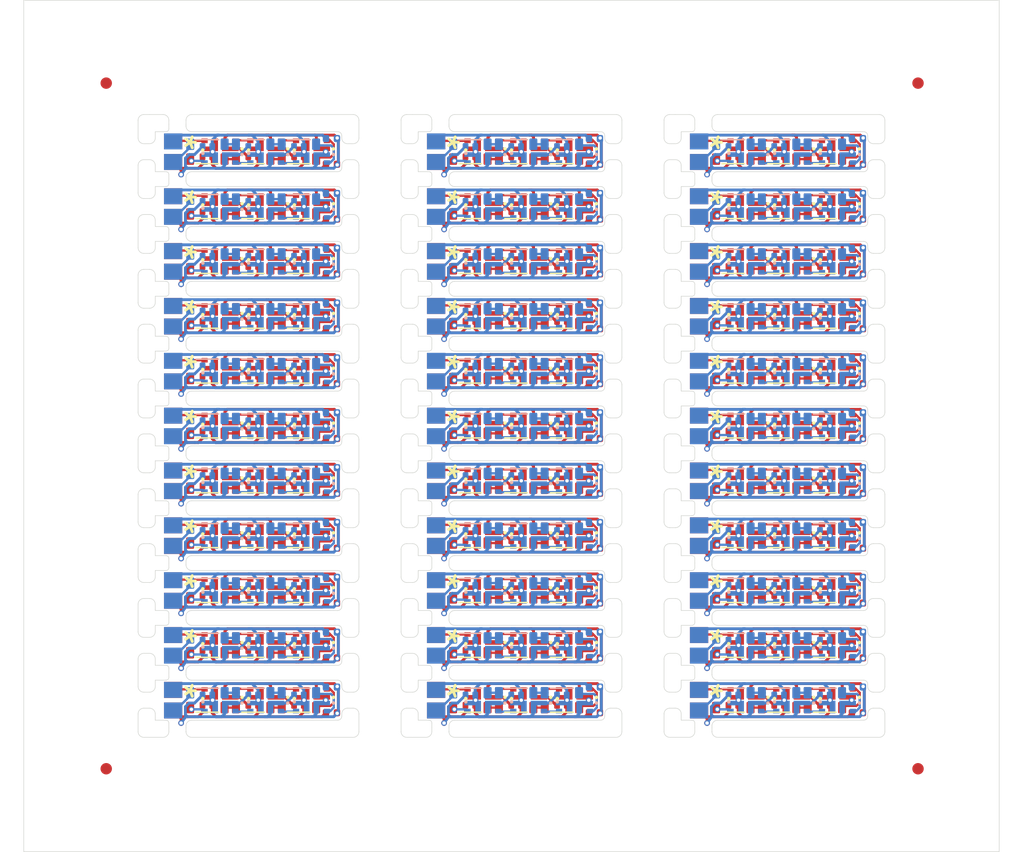
<source format=kicad_pcb>
(kicad_pcb (version 20241229) (generator "pcbnew") (generator_version "9.0")
  (layers (0 "F.Cu" signal) (2 "B.Cu" signal) (13 "F.Paste" user) (15 "B.Paste" user) (5 "F.SilkS" user "F.Silkscreen") (7 "B.SilkS" user "B.Silkscreen") (1 "F.Mask" user) (3 "B.Mask" user) (25 "Edge.Cuts" user))
  (net 0 "")
  (net 1 "GND")
  (net 2 "+5V")
  (net 3 "Net-(D10-DIN)")
  (net 4 "Net-(D10-DOUT)")
  (net 5 "Net-(D12-DOUT)")
  (net 6 "Net-(D12-DIN)")
  (net 7 "Net-(D6-DOUT)")
  (net 8 "Net-(D11-DIN)")
  (net 9 "Net-(D7-DIN)")
  (net 10 "Net-(D17-DIN)")
  (net 11 "Net-(D13-DIN)")
  (net 12 "Net-(D14-DOUT)")
  (net 13 "Net-(D15-DIN)")
  (net 14 "Net-(D9-DIN)")
  (net 15 "Net-(D16-DOUT)")
  (footprint "Pixels-dice:SK68XX-EC3210F-TOPMOUNT" (layer "F.Cu") (at 140.95 94.6 180)
    (property "Reference" "D7" (hide yes))
    (property "Value" "SK68XX-EC3210F" (hide yes))
  )
  (footprint "Pixels-dice:C_0402_1005Metric" (layer "F.Cu") (at 169.699977 120.300023)
    (property "Reference" "C2" (hide yes))
    (property "Value" "4.7uF 10V")
  )
  (footprint "Pixels-dice:Pyre_Con4" (layer "F.Cu") (at 132.85 80.8 90)
    (property "Reference" "J1" (hide yes))
    (property "Value" "Conn_01x04")
  )
  (footprint "Pixels-dice:C_0402_1005Metric" (layer "F.Cu") (at 169.699977 81.900023)
    (property "Reference" "C2" (hide yes))
    (property "Value" "4.7uF 10V")
  )
  (footprint "Pixels-dice:SK68XX-EC3210F-TOPMOUNT" (layer "F.Cu") (at 136.95 99.4 180)
    (property "Reference" "D9" (hide yes))
    (property "Value" "SK68XX-EC3210F" (hide yes))
  )
  (footprint "Pixels-dice:SK68XX-EC3210F-TOPMOUNT" (layer "F.Cu") (at 186.949977 85.000023 180)
    (property "Reference" "D7" (hide yes))
    (property "Value" "SK68XX-EC3210F" (hide yes))
  )
  (footprint "Pixels-dice:SK68XX-EC3210F" (layer "F.Cu") (at 185.849977 86.250023)
    (property "Reference" "D6" (hide yes))
    (property "Value" "SK68XX-EC3210F" (hide yes))
  )
  (footprint "Pixels-dice:Pyre_Con4" (layer "F.Cu") (at 155.849977 90.400023 90)
    (property "Reference" "J1" (hide yes))
    (property "Value" "Conn_01x04")
  )
  (footprint "Pixels-dice:SK68XX-EC3210F" (layer "F.Cu") (at 135.845 81.45)
    (property "Reference" "D8" (hide yes))
    (property "Value" "SK68XX-EC3210F" (hide yes))
  )
  (footprint "Pixels-dice:SK68XX-EC3210F-TOPMOUNT" (layer "F.Cu") (at 167.949977 118.600023 180)
    (property "Reference" "D11" (hide yes))
    (property "Value" "SK68XX-EC3210F" (hide yes))
  )
  (footprint "Pixels-dice:SK68XX-EC3210F-TOPMOUNT" (layer "F.Cu") (at 144.95 104.2 180)
    (property "Reference" "D11" (hide yes))
    (property "Value" "SK68XX-EC3210F" (hide yes))
  )
  (footprint "Pixels-dice:C_0402_1005Metric" (layer "F.Cu") (at 169.699977 86.700023)
    (property "Reference" "C2" (hide yes))
    (property "Value" "4.7uF 10V")
  )
  (footprint "Pixels-dice:SK68XX-EC3210F" (layer "F.Cu") (at 143.855 115.05)
    (property "Reference" "D10" (hide yes))
    (property "Value" "SK68XX-EC3210F" (hide yes))
  )
  (footprint "Pixels-dice:SK68XX-EC3210F-TOPMOUNT" (layer "F.Cu") (at 167.949977 99.400023 180)
    (property "Reference" "D11" (hide yes))
    (property "Value" "SK68XX-EC3210F" (hide yes))
  )
  (footprint "Pixels-dice:SK68XX-EC3210F" (layer "F.Cu") (at 189.854977 115.050023)
    (property "Reference" "D10" (hide yes))
    (property "Value" "SK68XX-EC3210F" (hide yes))
  )
  (footprint "Pixels-dice:SK68XX-EC3210F-TOPMOUNT" (layer "F.Cu") (at 167.949977 123.399999 180)
    (property "Reference" "D11" (hide yes))
    (property "Value" "SK68XX-EC3210F" (hide yes))
  )
  (footprint "Pixels-dice:C_0402_1005Metric" (layer "F.Cu") (at 192.699977 91.500023)
    (property "Reference" "C2" (hide yes))
    (property "Value" "4.7uF 10V")
  )
  (footprint "Pixels-dice:SK68XX-EC3210F-TOPMOUNT" (layer "F.Cu") (at 144.95 94.6 180)
    (property "Reference" "D11" (hide yes))
    (property "Value" "SK68XX-EC3210F" (hide yes))
  )
  (footprint "Pixels-dice:C_0402_1005Metric" (layer "F.Cu") (at 146.7 115.5)
    (property "Reference" "C2" (hide yes))
    (property "Value" "4.7uF 10V")
  )
  (footprint "Pixels-dice:Pyre_Con4" (layer "F.Cu") (at 155.849977 104.800023 90)
    (property "Reference" "J1" (hide yes))
    (property "Value" "Conn_01x04")
  )
  (footprint "Pixels-dice:SK68XX-EC3210F-TOPMOUNT" (layer "F.Cu") (at 136.950023 75.399977 180)
    (property "Reference" "D9" (hide yes))
    (property "Value" "SK68XX-EC3210F" (hide yes))
  )
  (footprint "Pixels-dice:SK68XX-EC3210F-TOPMOUNT" (layer "F.Cu") (at 167.949977 89.800023 180)
    (property "Reference" "D11" (hide yes))
    (property "Value" "SK68XX-EC3210F" (hide yes))
  )
  (footprint "Pixels-dice:SK68XX-EC3210F-TOPMOUNT" (layer "F.Cu") (at 144.95 85 180)
    (property "Reference" "D11" (hide yes))
    (property "Value" "SK68XX-EC3210F" (hide yes))
  )
  (footprint "Pixels-dice:SK68XX-EC3210F" (layer "F.Cu") (at 162.85 76.65)
    (property "Reference" "D6" (hide yes))
    (property "Value" "SK68XX-EC3210F" (hide yes))
  )
  (footprint "Pixels-dice:SK68XX-EC3210F-TOPMOUNT" (layer "F.Cu") (at 167.949977 113.800023 180)
    (property "Reference" "D11" (hide yes))
    (property "Value" "SK68XX-EC3210F" (hide yes))
  )
  (footprint "Pixels-dice:SK68XX-EC3210F" (layer "F.Cu") (at 158.844977 110.249999)
    (property "Reference" "D8" (hide yes))
    (property "Value" "SK68XX-EC3210F" (hide yes))
  )
  (footprint "Pixels-dice:C_0402_1005Metric" (layer "F.Cu") (at 146.7 125.099976)
    (property "Reference" "C2" (hide yes))
    (property "Value" "4.7uF 10V")
  )
  (footprint "Pixels-dice:SK68XX-EC3210F-TOPMOUNT" (layer "F.Cu") (at 163.949977 80.200023 180)
    (property "Reference" "D7" (hide yes))
    (property "Value" "SK68XX-EC3210F" (hide yes))
  )
  (footprint "Pixels-dice:SK68XX-EC3210F" (layer "F.Cu") (at 162.849977 110.249999)
    (property "Reference" "D6" (hide yes))
    (property "Value" "SK68XX-EC3210F" (hide yes))
  )
  (footprint "Pixels-dice:SK68XX-EC3210F-TOPMOUNT" (layer "F.Cu") (at 144.95 80.2 180)
    (property "Reference" "D11" (hide yes))
    (property "Value" "SK68XX-EC3210F" (hide yes))
  )
  (footprint "Pixels-dice:Pyre_Con4" (layer "F.Cu") (at 178.85 76 90)
    (property "Reference" "J1" (hide yes))
    (property "Value" "Conn_01x04")
  )
  (footprint "Pixels-dice:Pyre_Con4" (layer "F.Cu") (at 178.849977 104.800023 90)
    (property "Reference" "J1" (hide yes))
    (property "Value" "Conn_01x04")
  )
  (footprint "Pixels-dice:SK68XX-EC3210F" (layer "F.Cu") (at 166.854977 105.450023)
    (property "Reference" "D10" (hide yes))
    (property "Value" "SK68XX-EC3210F" (hide yes))
  )
  (footprint "Pixels-dice:SK68XX-EC3210F" (layer "F.Cu") (at 162.849977 100.650023)
    (property "Reference" "D6" (hide yes))
    (property "Value" "SK68XX-EC3210F" (hide yes))
  )
  (footprint "Pixels-dice:SK68XX-EC3210F-TOPMOUNT" (layer "F.Cu") (at 136.95 80.2 180)
    (property "Reference" "D9" (hide yes))
    (property "Value" "SK68XX-EC3210F" (hide yes))
  )
  (footprint "Pixels-dice:SK68XX-EC3210F-TOPMOUNT" (layer "F.Cu") (at 144.95 99.4 180)
    (property "Reference" "D11" (hide yes))
    (property "Value" "SK68XX-EC3210F" (hide yes))
  )
  (footprint "Pixels-dice:C_0402_1005Metric" (layer "F.Cu") (at 169.699977 110.699999)
    (property "Reference" "C2" (hide yes))
    (property "Value" "4.7uF 10V")
  )
  (footprint "Pixels-dice:SK68XX-EC3210F-TOPMOUNT" (layer "F.Cu") (at 186.949977 94.600023 180)
    (property "Reference" "D7" (hide yes))
    (property "Value" "SK68XX-EC3210F" (hide yes))
  )
  (footprint "Pixels-dice:SK68XX-EC3210F-TOPMOUNT" (layer "F.Cu") (at 190.949977 118.600023 180)
    (property "Reference" "D11" (hide yes))
    (property "Value" "SK68XX-EC3210F" (hide yes))
  )
  (footprint "Pixels-dice:SK68XX-EC3210F-TOPMOUNT" (layer "F.Cu") (at 167.949977 104.200023 180)
    (property "Reference" "D11" (hide yes))
    (property "Value" "SK68XX-EC3210F" (hide yes))
  )
  (footprint "Pixels-dice:SK68XX-EC3210F-TOPMOUNT" (layer "F.Cu") (at 167.949977 108.999999 180)
    (property "Reference" "D11" (hide yes))
    (property "Value" "SK68XX-EC3210F" (hide yes))
  )
  (footprint "Pixels-dice:SK68XX-EC3210F" (layer "F.Cu") (at 135.845 115.05)
    (property "Reference" "D8" (hide yes))
    (property "Value" "SK68XX-EC3210F" (hide yes))
  )
  (footprint "Pixels-dice:SK68XX-EC3210F-TOPMOUNT" (layer "F.Cu") (at 136.95 108.999976 180)
    (property "Reference" "D9" (hide yes))
    (property "Value" "SK68XX-EC3210F" (hide yes))
  )
  (footprint "Pixels-dice:SK68XX-EC3210F-TOPMOUNT" (layer "F.Cu") (at 159.949977 80.200023 180)
    (property "Reference" "D9" (hide yes))
    (property "Value" "SK68XX-EC3210F" (hide yes))
  )
  (footprint "Pixels-dice:C_0402_1005Metric" (layer "F.Cu") (at 192.699977 110.699999)
    (property "Reference" "C2" (hide yes))
    (property "Value" "4.7uF 10V")
  )
  (footprint "Pixels-dice:C_0402_1005Metric" (layer "F.Cu") (at 146.7 110.699976)
    (property "Reference" "C2" (hide yes))
    (property "Value" "4.7uF 10V")
  )
  (footprint "Pixels-dice:SK68XX-EC3210F" (layer "F.Cu") (at 181.844977 95.850023)
    (property "Reference" "D8" (hide yes))
    (property "Value" "SK68XX-EC3210F" (hide yes))
  )
  (footprint "Pixels-dice:SK68XX-EC3210F-TOPMOUNT" (layer "F.Cu") (at 167.95 75.4 180)
    (property "Reference" "D11" (hide yes))
    (property "Value" "SK68XX-EC3210F" (hide yes))
  )
  (footprint "Pixels-dice:SK68XX-EC3210F-TOPMOUNT" (layer "F.Cu") (at 144.95 113.8 180)
    (property "Reference" "D11" (hide yes))
    (property "Value" "SK68XX-EC3210F" (hide yes))
  )
  (footprint "Pixels-dice:SK68XX-EC3210F" (layer "F.Cu") (at 189.854977 124.649999)
    (property "Reference" "D10" (hide yes))
    (property "Value" "SK68XX-EC3210F" (hide yes))
  )
  (footprint "Pixels-dice:SK68XX-EC3210F" (layer "F.Cu") (at 166.854977 91.050023)
    (property "Reference" "D10" (hide yes))
    (property "Value" "SK68XX-EC3210F" (hide yes))
  )
  (footprint "Pixels-dice:SK68XX-EC3210F" (layer "F.Cu") (at 166.854977 100.650023)
    (property "Reference" "D10" (hide yes))
    (property "Value" "SK68XX-EC3210F" (hide yes))
  )
  (footprint "Pixels-dice:SK68XX-EC3210F" (layer "F.Cu") (at 166.854977 124.649999)
    (property "Reference" "D10" (hide yes))
    (property "Value" "SK68XX-EC3210F" (hide yes))
  )
  (footprint "Pixels-dice:SK68XX-EC3210F-TOPMOUNT" (layer "F.Cu") (at 163.95 75.4 180)
    (property "Reference" "D7" (hide yes))
    (property "Value" "SK68XX-EC3210F" (hide yes))
  )
  (footprint "Pixels-dice:SK68XX-EC3210F" (layer "F.Cu") (at 162.849977 119.850023)
    (property "Reference" "D6" (hide yes))
    (property "Value" "SK68XX-EC3210F" (hide yes))
  )
  (footprint "Pixels-dice:SK68XX-EC3210F-TOPMOUNT" (layer "F.Cu") (at 136.95 85 180)
    (property "Reference" "D9" (hide yes))
    (property "Value" "SK68XX-EC3210F" (hide yes))
  )
  (footprint "Pixels-dice:SK68XX-EC3210F" (layer "F.Cu") (at 158.844977 95.850023)
    (property "Reference" "D8" (hide yes))
    (property "Value" "SK68XX-EC3210F" (hide yes))
  )
  (footprint "Pixels-dice:SK68XX-EC3210F-TOPMOUNT" (layer "F.Cu") (at 136.95 104.2 180)
    (property "Reference" "D9" (hide yes))
    (property "Value" "SK68XX-EC3210F" (hide yes))
  )
  (footprint "Pixels-dice:Pyre_Con4" (layer "F.Cu") (at 155.849977 119.200023 90)
    (property "Reference" "J1" (hide yes))
    (property "Value" "Conn_01x04")
  )
  (footprint "Pixels-dice:Pyre_Con4" (layer "F.Cu") (at 132.850023 75.999977 90)
    (property "Reference" "J1" (hide yes))
    (property "Value" "Conn_01x04")
  )
  (footprint "Pixels-dice:C_0402_1005Metric" (layer "F.Cu") (at 169.699977 125.099999)
    (property "Reference" "C2" (hide yes))
    (property "Value" "4.7uF 10V")
  )
  (footprint "Pixels-dice:C_0402_1005Metric" (layer "F.Cu") (at 146.7 81.9)
    (property "Reference" "C2" (hide yes))
    (property "Value" "4.7uF 10V")
  )
  (footprint "Pixels-dice:SK68XX-EC3210F" (layer "F.Cu") (at 189.854977 119.850023)
    (property "Reference" "D10" (hide yes))
    (property "Value" "SK68XX-EC3210F" (hide yes))
  )
  (footprint "Pixels-dice:SK68XX-EC3210F" (layer "F.Cu") (at 143.855023 76.649977)
    (property "Reference" "D10" (hide yes))
    (property "Value" "SK68XX-EC3210F" (hide yes))
  )
  (footprint "Pixels-dice:SK68XX-EC3210F-TOPMOUNT" (layer "F.Cu") (at 159.949977 94.600023 180)
    (property "Reference" "D9" (hide yes))
    (property "Value" "SK68XX-EC3210F" (hide yes))
  )
  (footprint "Pixels-dice:SK68XX-EC3210F" (layer "F.Cu") (at 135.845 105.45)
    (property "Reference" "D8" (hide yes))
    (property "Value" "SK68XX-EC3210F" (hide yes))
  )
  (footprint "Pixels-dice:C_0402_1005Metric" (layer "F.Cu") (at 192.699977 105.900023)
    (property "Reference" "C2" (hide yes))
    (property "Value" "4.7uF 10V")
  )
  (footprint "Pixels-dice:C_0402_1005Metric" (layer "F.Cu") (at 192.699977 125.099999)
    (property "Reference" "C2" (hide yes))
    (property "Value" "4.7uF 10V")
  )
  (footprint "Pixels-dice:SK68XX-EC3210F" (layer "F.Cu") (at 162.849977 105.450023)
    (property "Reference" "D6" (hide yes))
    (property "Value" "SK68XX-EC3210F" (hide yes))
  )
  (footprint "Pixels-dice:SK68XX-EC3210F" (layer "F.Cu") (at 181.844977 119.850023)
    (property "Reference" "D8" (hide yes))
    (property "Value" "SK68XX-EC3210F" (hide yes))
  )
  (footprint "Pixels-dice:SK68XX-EC3210F-TOPMOUNT" (layer "F.Cu") (at 140.95 123.399976 180)
    (property "Reference" "D7" (hide yes))
    (property "Value" "SK68XX-EC3210F" (hide yes))
  )
  (footprint "Pixels-dice:SK68XX-EC3210F-TOPMOUNT" (layer "F.Cu") (at 190.949977 80.200023 180)
    (property "Reference" "D11" (hide yes))
    (property "Value" "SK68XX-EC3210F" (hide yes))
  )
  (footprint "Pixels-dice:SK68XX-EC3210F-TOPMOUNT" (layer "F.Cu") (at 186.949977 123.399999 180)
    (property "Reference" "D7" (hide yes))
    (property "Value" "SK68XX-EC3210F" (hide yes))
  )
  (footprint "Pixels-dice:SK68XX-EC3210F-TOPMOUNT" (layer "F.Cu") (at 163.949977 85.000023 180)
    (property "Reference" "D7" (hide yes))
    (property "Value" "SK68XX-EC3210F" (hide yes))
  )
  (footprint "Pixels-dice:SK68XX-EC3210F-TOPMOUNT" (layer "F.Cu") (at 140.95 89.8 180)
    (property "Reference" "D7" (hide yes))
    (property "Value" "SK68XX-EC3210F" (hide yes))
  )
  (footprint "Pixels-dice:SK68XX-EC3210F" (layer "F.Cu") (at 139.85 100.65)
    (property "Reference" "D6" (hide yes))
    (property "Value" "SK68XX-EC3210F" (hide yes))
  )
  (footprint "Pixels-dice:Pyre_Con4" (layer "F.Cu") (at 178.849977 85.600023 90)
    (property "Reference" "J1" (hide yes))
    (property "Value" "Conn_01x04")
  )
  (footprint "Pixels-dice:SK68XX-EC3210F" (layer "F.Cu") (at 135.845 91.05)
    (property "Reference" "D8" (hide yes))
    (property "Value" "SK68XX-EC3210F" (hide yes))
  )
  (footprint "Pixels-dice:SK68XX-EC3210F-TOPMOUNT" (layer "F.Cu") (at 182.949977 104.200023 180)
    (property "Reference" "D9" (hide yes))
    (property "Value" "SK68XX-EC3210F" (hide yes))
  )
  (footprint "Pixels-dice:C_0402_1005Metric" (layer "F.Cu") (at 192.699977 120.300023)
    (property "Reference" "C2" (hide yes))
    (property "Value" "4.7uF 10V")
  )
  (footprint "Pixels-dice:SK68XX-EC3210F-TOPMOUNT" (layer "F.Cu") (at 190.949977 99.400023 180)
    (property "Reference" "D11" (hide yes))
    (property "Value" "SK68XX-EC3210F" (hide yes))
  )
  (footprint "Pixels-dice:Pyre_Con4" (layer "F.Cu") (at 132.85 95.2 90)
    (property "Reference" "J1" (hide yes))
    (property "Value" "Conn_01x04")
  )
  (footprint "Pixels-dice:SK68XX-EC3210F" (layer "F.Cu") (at 162.849977 124.649999)
    (property "Reference" "D6" (hide yes))
    (property "Value" "SK68XX-EC3210F" (hide yes))
  )
  (footprint "Pixels-dice:SK68XX-EC3210F" (layer "F.Cu") (at 185.849977 91.050023)
    (property "Reference" "D6" (hide yes))
    (property "Value" "SK68XX-EC3210F" (hide yes))
  )
  (footprint "Pixels-dice:Pyre_Con4" (layer "F.Cu") (at 132.85 114.4 90)
    (property "Reference" "J1" (hide yes))
    (property "Value" "Conn_01x04")
  )
  (footprint "Pixels-dice:SK68XX-EC3210F" (layer "F.Cu") (at 135.845 100.65)
    (property "Reference" "D8" (hide yes))
    (property "Value" "SK68XX-EC3210F" (hide yes))
  )
  (footprint "Pixels-dice:Pyre_Con4" (layer "F.Cu") (at 178.849977 90.400023 90)
    (property "Reference" "J1" (hide yes))
    (property "Value" "Conn_01x04")
  )
  (footprint "Pixels-dice:Pyre_Con4" (layer "F.Cu") (at 155.849977 95.200023 90)
    (property "Reference" "J1" (hide yes))
    (property "Value" "Conn_01x04")
  )
  (footprint "Pixels-dice:Pyre_Con4" (layer "F.Cu") (at 178.849977 80.800023 90)
    (property "Reference" "J1" (hide yes))
    (property "Value" "Conn_01x04")
  )
  (footprint "Pixels-dice:SK68XX-EC3210F-TOPMOUNT" (layer "F.Cu") (at 163.949977 104.200023 180)
    (property "Reference" "D7" (hide yes))
    (property "Value" "SK68XX-EC3210F" (hide yes))
  )
  (footprint "Pixels-dice:Pyre_Con4" (layer "F.Cu") (at 178.849977 114.400023 90)
    (property "Reference" "J1" (hide yes))
    (property "Value" "Conn_01x04")
  )
  (footprint "Pixels-dice:SK68XX-EC3210F-TOPMOUNT" (layer "F.Cu") (at 190.949977 89.800023 180)
    (property "Reference" "D11" (hide yes))
    (property "Value" "SK68XX-EC3210F" (hide yes))
  )
  (footprint "Pixels-dice:SK68XX-EC3210F-TOPMOUNT" (layer "F.Cu") (at 182.95 75.4 180)
    (property "Reference" "D9" (hide yes))
    (property "Value" "SK68XX-EC3210F" (hide yes))
  )
  (footprint "Pixels-dice:SK68XX-EC3210F" (layer "F.Cu") (at 181.844977 100.650023)
    (property "Reference" "D8" (hide yes))
    (property "Value" "SK68XX-EC3210F" (hide yes))
  )
  (footprint "Fiducial:Fiducial_1mm_Mask2mm" (layer "F.Cu") (at 198 70)
    (property "Reference" "REF**" (hide yes))
    (property "Value" "Fiducial_1mm_Mask2mm")
  )
  (footprint "Pixels-dice:C_0402_1005Metric" (layer "F.Cu") (at 192.7 77.1)
    (property "Reference" "C2" (hide yes))
    (property "Value" "4.7uF 10V")
  )
  (footprint "Pixels-dice:C_0402_1005Metric" (layer "F.Cu") (at 192.699977 81.900023)
    (property "Reference" "C2" (hide yes))
    (property "Value" "4.7uF 10V")
  )
  (footprint "Pixels-dice:SK68XX-EC3210F" (layer "F.Cu") (at 158.844977 100.650023)
    (property "Reference" "D8" (hide yes))
    (property "Value" "SK68XX-EC3210F" (hide yes))
  )
  (footprint "Pixels-dice:Pyre_Con4" (layer "F.Cu") (at 132.85 109.599976 90)
    (property "Reference" "J1" (hide yes))
    (property "Value" "Conn_01x04")
  )
  (footprint "Pixels-dice:SK68XX-EC3210F" (layer "F.Cu") (at 158.844977 91.050023)
    (property "Reference" "D8" (hide yes))
    (property "Value" "SK68XX-EC3210F" (hide yes))
  )
  (footprint "Pixels-dice:SK68XX-EC3210F" (layer "F.Cu") (at 166.854977 119.850023)
    (property "Reference" "D10" (hide yes))
    (property "Value" "SK68XX-EC3210F" (hide yes))
  )
  (footprint "Pixels-dice:SK68XX-EC3210F" (layer "F.Cu") (at 185.85 76.65)
    (property "Reference" "D6" (hide yes))
    (property "Value" "SK68XX-EC3210F" (hide yes))
  )
  (footprint "Pixels-dice:Pyre_Con4" (layer "F.Cu") (at 155.85 76 90)
    (property "Reference" "J1" (hide yes))
    (property "Value" "Conn_01x04")
  )
  (footprint "Pixels-dice:SK68XX-EC3210F" (layer "F.Cu") (at 158.845 76.65)
    (property "Reference" "D8" (hide yes))
    (property "Value" "SK68XX-EC3210F" (hide yes))
  )
  (footprint "Pixels-dice:Pyre_Con4" (layer "F.Cu") (at 132.85 100 90)
    (property "Reference" "J1" (hide yes))
    (property "Value" "Conn_01x04")
  )
  (footprint "Pixels-dice:SK68XX-EC3210F-TOPMOUNT" (layer "F.Cu") (at 182.949977 118.600023 180)
    (property "Reference" "D9" (hide yes))
    (property "Value" "SK68XX-EC3210F" (hide yes))
  )
  (footprint "Pixels-dice:SK68XX-EC3210F-TOPMOUNT" (layer "F.Cu") (at 190.949977 85.000023 180)
    (property "Reference" "D11" (hide yes))
    (property "Value" "SK68XX-EC3210F" (hide yes))
  )
  (footprint "Pixels-dice:SK68XX-EC3210F-TOPMOUNT" (layer "F.Cu") (at 159.949977 85.000023 180)
    (property "Reference" "D9" (hide yes))
    (property "Value" "SK68XX-EC3210F" (hide yes))
  )
  (footprint "Pixels-dice:SK68XX-EC3210F" (layer "F.Cu") (at 139.85 105.45)
    (property "Reference" "D6" (hide yes))
    (property "Value" "SK68XX-EC3210F" (hide yes))
  )
  (footprint "Pixels-dice:SK68XX-EC3210F-TOPMOUNT" (layer "F.Cu") (at 136.95 89.8 180)
    (property "Reference" "D9" (hide yes))
    (property "Value" "SK68XX-EC3210F" (hide yes))
  )
  (footprint "Pixels-dice:SK68XX-EC3210F-TOPMOUNT" (layer "F.Cu") (at 140.95 108.999976 180)
    (property "Reference" "D7" (hide yes))
    (property "Value" "SK68XX-EC3210F" (hide yes))
  )
  (footprint "Pixels-dice:C_0402_1005Metric" (layer "F.Cu") (at 146.7 101.1)
    (property "Reference" "C2" (hide yes))
    (property "Value" "4.7uF 10V")
  )
  (footprint "Pixels-dice:SK68XX-EC3210F-TOPMOUNT" (layer "F.Cu") (at 159.949977 108.999999 180)
    (property "Reference" "D9" (hide yes))
    (property "Value" "SK68XX-EC3210F" (hide yes))
  )
  (footprint "Pixels-dice:SK68XX-EC3210F-TOPMOUNT" (layer "F.Cu") (at 163.949977 89.800023 180)
    (property "Reference" "D7" (hide yes))
    (property "Value" "SK68XX-EC3210F" (hide yes))
  )
  (footprint "Pixels-dice:SK68XX-EC3210F" (layer "F.Cu") (at 135.845 95.85)
    (property "Reference" "D8" (hide yes))
    (property "Value" "SK68XX-EC3210F" (hide yes))
  )
  (footprint "Pixels-dice:SK68XX-EC3210F-TOPMOUNT" (layer "F.Cu") (at 186.949977 118.600023 180)
    (property "Reference" "D7" (hide yes))
    (property "Value" "SK68XX-EC3210F" (hide yes))
  )
  (footprint "Pixels-dice:C_0402_1005Metric" (layer "F.Cu") (at 146.7 86.7)
    (property "Reference" "C2" (hide yes))
    (property "Value" "4.7uF 10V")
  )
  (footprint "Pixels-dice:SK68XX-EC3210F" (layer "F.Cu") (at 162.849977 91.050023)
    (property "Reference" "D6" (hide yes))
    (property "Value" "SK68XX-EC3210F" (hide yes))
  )
  (footprint "Pixels-dice:SK68XX-EC3210F" (layer "F.Cu") (at 143.855 95.85)
    (property "Reference" "D10" (hide yes))
    (property "Value" "SK68XX-EC3210F" (hide yes))
  )
  (footprint "Pixels-dice:Pyre_Con4" (layer "F.Cu") (at 132.85 85.6 90)
    (property "Reference" "J1" (hide yes))
    (property "Value" "Conn_01x04")
  )
  (footprint "Pixels-dice:SK68XX-EC3210F" (layer "F.Cu") (at 139.85 110.249976)
    (property "Reference" "D6" (hide yes))
    (property "Value" "SK68XX-EC3210F" (hide yes))
  )
  (footprint "Pixels-dice:SK68XX-EC3210F-TOPMOUNT" (layer "F.Cu") (at 136.95 113.8 180)
    (property "Reference" "D9" (hide yes))
    (property "Value" "SK68XX-EC3210F" (hide yes))
  )
  (footprint "Pixels-dice:Pyre_Con4" (layer "F.Cu") (at 155.849977 109.599999 90)
    (property "Reference" "J1" (hide yes))
    (property "Value" "Conn_01x04")
  )
  (footprint "Pixels-dice:SK68XX-EC3210F-TOPMOUNT" (layer "F.Cu") (at 144.95 118.6 180)
    (property "Reference" "D11" (hide yes))
    (property "Value" "SK68XX-EC3210F" (hide yes))
  )
  (footprint "Pixels-dice:SK68XX-EC3210F" (layer "F.Cu") (at 189.855 76.65)
    (property "Reference" "D10" (hide yes))
    (property "Value" "SK68XX-EC3210F" (hide yes))
  )
  (footprint "Fiducial:Fiducial_1mm_Mask2mm" (layer "F.Cu") (at 198 130)
    (property "Reference" "REF**" (hide yes))
    (property "Value" "Fiducial_1mm_Mask2mm")
  )
  (footprint "Pixels-dice:SK68XX-EC3210F-TOPMOUNT" (layer "F.Cu") (at 186.949977 89.800023 180)
    (property "Reference" "D7" (hide yes))
    (property "Value" "SK68XX-EC3210F" (hide yes))
  )
  (footprint "Pixels-dice:SK68XX-EC3210F" (layer "F.Cu") (at 185.849977 100.650023)
    (property "Reference" "D6" (hide yes))
    (property "Value" "SK68XX-EC3210F" (hide yes))
  )
  (footprint "Pixels-dice:SK68XX-EC3210F" (layer "F.Cu") (at 189.854977 110.249999)
    (property "Reference" "D10" (hide yes))
    (property "Value" "SK68XX-EC3210F" (hide yes))
  )
  (footprint "Pixels-dice:SK68XX-EC3210F-TOPMOUNT" (layer "F.Cu") (at 182.949977 99.400023 180)
    (property "Reference" "D9" (hide yes))
    (property "Value" "SK68XX-EC3210F" (hide yes))
  )
  (footprint "Pixels-dice:SK68XX-EC3210F-TOPMOUNT" (layer "F.Cu") (at 140.95 118.6 180)
    (property "Reference" "D7" (hide yes))
    (property "Value" "SK68XX-EC3210F" (hide yes))
  )
  (footprint "Pixels-dice:C_0402_1005Metric" (layer "F.Cu") (at 146.7 105.9)
    (property "Reference" "C2" (hide yes))
    (property "Value" "4.7uF 10V")
  )
  (footprint "Pixels-dice:Pyre_Con4" (layer "F.Cu") (at 178.849977 123.999999 90)
    (property "Reference" "J1" (hide yes))
    (property "Value" "Conn_01x04")
  )
  (footprint "Pixels-dice:SK68XX-EC3210F-TOPMOUNT" (layer "F.Cu") (at 163.949977 108.999999 180)
    (property "Reference" "D7" (hide yes))
    (property "Value" "SK68XX-EC3210F" (hide yes))
  )
  (footprint "Pixels-dice:SK68XX-EC3210F" (layer "F.Cu") (at 135.845 119.85)
    (property "Reference" "D8" (hide yes))
    (property "Value" "SK68XX-EC3210F" (hide yes))
  )
  (footprint "Pixels-dice:SK68XX-EC3210F-TOPMOUNT" (layer "F.Cu") (at 186.95 75.4 180)
    (property "Reference" "D7" (hide yes))
    (property "Value" "SK68XX-EC3210F" (hide yes))
  )
  (footprint "Pixels-dice:SK68XX-EC3210F-TOPMOUNT" (layer "F.Cu") (at 167.949977 94.600023 180)
    (property "Reference" "D11" (hide yes))
    (property "Value" "SK68XX-EC3210F" (hide yes))
  )
  (footprint "Pixels-dice:SK68XX-EC3210F" (layer "F.Cu") (at 189.854977 86.250023)
    (property "Reference" "D10" (hide yes))
    (property "Value" "SK68XX-EC3210F" (hide yes))
  )
  (footprint "Pixels-dice:SK68XX-EC3210F-TOPMOUNT" (layer "F.Cu") (at 159.949977 123.399999 180)
    (property "Reference" "D9" (hide yes))
    (property "Value" "SK68XX-EC3210F" (hide yes))
  )
  (footprint "Pixels-dice:SK68XX-EC3210F" (layer "F.Cu") (at 185.849977 119.850023)
    (property "Reference" "D6" (hide yes))
    (property "Value" "SK68XX-EC3210F" (hide yes))
  )
  (footprint "Pixels-dice:SK68XX-EC3210F" (layer "F.Cu") (at 139.85 86.25)
    (property "Reference" "D6" (hide yes))
    (property "Value" "SK68XX-EC3210F" (hide yes))
  )
  (footprint "Pixels-dice:SK68XX-EC3210F" (layer "F.Cu") (at 139.85 91.05)
    (property "Reference" "D6" (hide yes))
    (property "Value" "SK68XX-EC3210F" (hide yes))
  )
  (footprint "Pixels-dice:SK68XX-EC3210F-TOPMOUNT" (layer "F.Cu") (at 140.95 104.2 180)
    (property "Reference" "D7" (hide yes))
    (property "Value" "SK68XX-EC3210F" (hide yes))
  )
  (footprint "Pixels-dice:SK68XX-EC3210F-TOPMOUNT" (layer "F.Cu") (at 167.949977 80.200023 180)
    (property "Reference" "D11" (hide yes))
    (property "Value" "SK68XX-EC3210F" (hide yes))
  )
  (footprint "Pixels-dice:C_0402_1005Metric" (layer "F.Cu") (at 192.699977 115.500023)
    (property "Reference" "C2" (hide yes))
    (property "Value" "4.7uF 10V")
  )
  (footprint "Pixels-dice:C_0402_1005Metric" (layer "F.Cu") (at 169.699977 96.300023)
    (property "Reference" "C2" (hide yes))
    (property "Value" "4.7uF 10V")
  )
  (footprint "Pixels-dice:SK68XX-EC3210F-TOPMOUNT" (layer "F.Cu") (at 144.950023 75.399977 180)
    (property "Reference" "D11" (hide yes))
    (property "Value" "SK68XX-EC3210F" (hide yes))
  )
  (footprint "Pixels-dice:SK68XX-EC3210F" (layer "F.Cu") (at 143.855 81.45)
    (property "Reference" "D10" (hide yes))
    (property "Value" "SK68XX-EC3210F" (hide yes))
  )
  (footprint "Pixels-dice:SK68XX-EC3210F-TOPMOUNT" (layer "F.Cu") (at 144.95 123.399976 180)
    (property "Reference" "D11" (hide yes))
    (property "Value" "SK68XX-EC3210F" (hide yes))
  )
  (footprint "Pixels-dice:C_0402_1005Metric" (layer "F.Cu") (at 146.7 91.5)
    (property "Reference" "C2" (hide yes))
    (property "Value" "4.7uF 10V")
  )
  (footprint "Pixels-dice:SK68XX-EC3210F" (layer "F.Cu") (at 185.849977 105.450023)
    (property "Reference" "D6" (hide yes))
    (property "Value" "SK68XX-EC3210F" (hide yes))
  )
  (footprint "Pixels-dice:SK68XX-EC3210F-TOPMOUNT" (layer "F.Cu") (at 136.95 118.6 180)
    (property "Reference" "D9" (hide yes))
    (property "Value" "SK68XX-EC3210F" (hide yes))
  )
  (footprint "Pixels-dice:SK68XX-EC3210F" (layer "F.Cu") (at 158.844977 119.850023)
    (property "Reference" "D8" (hide yes))
    (property "Value" "SK68XX-EC3210F" (hide yes))
  )
  (footprint "Pixels-dice:SK68XX-EC3210F" (layer "F.Cu") (at 189.854977 81.450023)
    (property "Reference" "D10" (hide yes))
    (property "Value" "SK68XX-EC3210F" (hide yes))
  )
  (footprint "Pixels-dice:SK68XX-EC3210F-TOPMOUNT" (layer "F.Cu") (at 190.949977 104.200023 180)
    (property "Reference" "D11" (hide yes))
    (property "Value" "SK68XX-EC3210F" (hide yes))
  )
  (footprint "Pixels-dice:Pyre_Con4" (layer "F.Cu") (at 155.849977 80.800023 90)
    (property "Reference" "J1" (hide yes))
    (property "Value" "Conn_01x04")
  )
  (footprint "Pixels-dice:SK68XX-EC3210F" (layer "F.Cu") (at 166.854977 95.850023)
    (property "Reference" "D10" (hide yes))
    (property "Value" "SK68XX-EC3210F" (hide yes))
  )
  (footprint "Pixels-dice:SK68XX-EC3210F" (layer "F.Cu") (at 139.85 119.85)
    (property "Reference" "D6" (hide yes))
    (property "Value" "SK68XX-EC3210F" (hide yes))
  )
  (footprint "Pixels-dice:SK68XX-EC3210F" (layer "F.Cu") (at 166.854977 115.050023)
    (property "Reference" "D10" (hide yes))
    (property "Value" "SK68XX-EC3210F" (hide yes))
  )
  (footprint "Pixels-dice:SK68XX-EC3210F-TOPMOUNT" (layer "F.Cu") (at 140.950023 75.399977 180)
    (property "Reference" "D7" (hide yes))
    (property "Value" "SK68XX-EC3210F" (hide yes))
  )
  (footprint "Pixels-dice:C_0402_1005Metric" (layer "F.Cu") (at 192.699977 96.300023)
    (property "Reference" "C2" (hide yes))
    (property "Value" "4.7uF 10V")
  )
  (footprint "Pixels-dice:SK68XX-EC3210F-TOPMOUNT" (layer "F.Cu") (at 190.949977 113.800023 180)
    (property "Reference" "D11" (hide yes))
    (property "Value" "SK68XX-EC3210F" (hide yes))
  )
  (footprint "Pixels-dice:SK68XX-EC3210F" (layer "F.Cu") (at 143.855 124.649976)
    (property "Reference" "D10" (hide yes))
    (property "Value" "SK68XX-EC3210F" (hide yes))
  )
  (footprint "Pixels-dice:SK68XX-EC3210F-TOPMOUNT" (layer "F.Cu") (at 190.949977 94.600023 180)
    (property "Reference" "D11" (hide yes))
    (property "Value" "SK68XX-EC3210F" (hide yes))
  )
  (footprint "Pixels-dice:SK68XX-EC3210F-TOPMOUNT" (layer "F.Cu") (at 159.95 75.4 180)
    (property "Reference" "D9" (hide yes))
    (property "Value" "SK68XX-EC3210F" (hide yes))
  )
  (footprint "Pixels-dice:SK68XX-EC3210F" (layer "F.Cu") (at 185.849977 81.450023)
    (property "Reference" "D6" (hide yes))
    (property "Value" "SK68XX-EC3210F" (hide yes))
  )
  (footprint "Pixels-dice:SK68XX-EC3210F" (layer "F.Cu") (at 143.855 86.25)
    (property "Reference" "D10" (hide yes))
    (property "Value" "SK68XX-EC3210F" (hide yes))
  )
  (footprint "Pixels-dice:SK68XX-EC3210F-TOPMOUNT" (layer "F.Cu") (at 159.949977 89.800023 180)
    (property "Reference" "D9" (hide yes))
    (property "Value" "SK68XX-EC3210F" (hide yes))
  )
  (footprint "Pixels-dice:C_0402_1005Metric" (layer "F.Cu") (at 192.699977 101.100023)
    (property "Reference" "C2" (hide yes))
    (property "Value" "4.7uF 10V")
  )
  (footprint "Fiducial:Fiducial_1mm_Mask2mm" (layer "F.Cu") (at 127 70)
    (property "Reference" "REF**" (hide yes))
    (property "Value" "Fiducial_1mm_Mask2mm")
  )
  (footprint "Pixels-dice:SK68XX-EC3210F-TOPMOUNT" (layer "F.Cu") (at 186.949977 80.200023 180)
    (property "Reference" "D7" (hide yes))
    (property "Value" "SK68XX-EC3210F" (hide yes))
  )
  (footprint "Pixels-dice:SK68XX-EC3210F" (layer "F.Cu") (at 189.854977 91.050023)
    (property "Reference" "D10" (hide yes))
    (property "Value" "SK68XX-EC3210F" (hide yes))
  )
  (footprint "Pixels-dice:SK68XX-EC3210F-TOPMOUNT" (layer "F.Cu") (at 182.949977 85.000023 180)
    (property "Reference" "D9" (hide yes))
    (property "Value" "SK68XX-EC3210F" (hide yes))
  )
  (footprint "Pixels-dice:SK68XX-EC3210F" (layer "F.Cu") (at 185.849977 110.249999)
    (property "Reference" "D6" (hide yes))
    (property "Value" "SK68XX-EC3210F" (hide yes))
  )
  (footprint "Pixels-dice:C_0402_1005Metric" (layer "F.Cu") (at 169.699977 115.500023)
    (property "Reference" "C2" (hide yes))
    (property "Value" "4.7uF 10V")
  )
  (footprint "Pixels-dice:SK68XX-EC3210F" (layer "F.Cu") (at 162.849977 95.850023)
    (property "Reference" "D6" (hide yes))
    (property "Value" "SK68XX-EC3210F" (hide yes))
  )
  (footprint "Pixels-dice:SK68XX-EC3210F" (layer "F.Cu") (at 139.85 115.05)
    (property "Reference" "D6" (hide yes))
    (property "Value" "SK68XX-EC3210F" (hide yes))
  )
  (footprint "Pixels-dice:C_0402_1005Metric" (layer "F.Cu") (at 146.7 96.3)
    (property "Reference" "C2" (hide yes))
    (property "Value" "4.7uF 10V")
  )
  (footprint "Pixels-dice:SK68XX-EC3210F" (layer "F.Cu") (at 143.855 105.45)
    (property "Reference" "D10" (hide yes))
    (property "Value" "SK68XX-EC3210F" (hide yes))
  )
  (footprint "Pixels-dice:SK68XX-EC3210F" (layer "F.Cu") (at 181.844977 86.250023)
    (property "Reference" "D8" (hide yes))
    (property "Value" "SK68XX-EC3210F" (hide yes))
  )
  (footprint "Pixels-dice:C_0402_1005Metric" (layer "F.Cu") (at 169.7 77.1)
    (property "Reference" "C2" (hide yes))
    (property "Value" "4.7uF 10V")
  )
  (footprint "Pixels-dice:SK68XX-EC3210F" (layer "F.Cu") (at 181.844977 124.649999)
    (property "Reference" "D8" (hide yes))
    (property "Value" "SK68XX-EC3210F" (hide yes))
  )
  (footprint "Pixels-dice:SK68XX-EC3210F" (layer "F.Cu") (at 143.855 110.249976)
    (property "Reference" "D10" (hide yes))
    (property "Value" "SK68XX-EC3210F" (hide yes))
  )
  (footprint "Pixels-dice:SK68XX-EC3210F" (layer "F.Cu") (at 181.844977 110.249999)
    (property "Reference" "D8" (hide yes))
    (property "Value" "SK68XX-EC3210F" (hide yes))
  )
  (footprint "Pixels-dice:SK68XX-EC3210F" (layer "F.Cu") (at 189.854977 95.850023)
    (property "Reference" "D10" (hide yes))
    (property "Value" "SK68XX-EC3210F" (hide yes))
  )
  (footprint "Pixels-dice:SK68XX-EC3210F-TOPMOUNT" (layer "F.Cu") (at 163.949977 99.400023 180)
    (property "Reference" "D7" (hide yes))
    (property "Value" "SK68XX-EC3210F" (hide yes))
  )
  (footprint "Pixels-dice:SK68XX-EC3210F" (layer "F.Cu") (at 166.854977 110.249999)
    (property "Reference" "D10" (hide yes))
    (property "Value" "SK68XX-EC3210F" (hide yes))
  )
  (footprint "Pixels-dice:C_0402_1005Metric" (layer "F.Cu") (at 192.699977 86.700023)
    (property "Reference" "C2" (hide yes))
    (property "Value" "4.7uF 10V")
  )
  (footprint "Pixels-dice:SK68XX-EC3210F" (layer "F.Cu") (at 158.844977 105.450023)
    (property "Reference" "D8" (hide yes))
    (property "Value" "SK68XX-EC3210F" (hide yes))
  )
  (footprint "Pixels-dice:SK68XX-EC3210F-TOPMOUNT" (layer "F.Cu") (at 182.949977 108.999999 180)
    (property "Reference" "D9" (hide yes))
    (property "Value" "SK68XX-EC3210F" (hide yes))
  )
  (footprint "Pixels-dice:SK68XX-EC3210F" (layer "F.Cu") (at 139.850023 76.649977)
    (property "Reference" "D6" (hide yes))
    (property "Value" "SK68XX-EC3210F" (hide yes))
  )
  (footprint "Pixels-dice:SK68XX-EC3210F" (layer "F.Cu") (at 143.855 119.85)
    (property "Reference" "D10" (hide yes))
    (property "Value" "SK68XX-EC3210F" (hide yes))
  )
  (footprint "Pixels-dice:SK68XX-EC3210F-TOPMOUNT" (layer "F.Cu") (at 159.949977 99.400023 180)
    (property "Reference" "D9" (hide yes))
    (property "Value" "SK68XX-EC3210F" (hide yes))
  )
  (footprint "Pixels-dice:SK68XX-EC3210F-TOPMOUNT" (layer "F.Cu") (at 182.949977 80.200023 180)
    (property "Reference" "D9" (hide yes))
    (property "Value" "SK68XX-EC3210F" (hide yes))
  )
  (footprint "Pixels-dice:SK68XX-EC3210F" (layer "F.Cu") (at 185.849977 115.050023)
    (property "Reference" "D6" (hide yes))
    (property "Value" "SK68XX-EC3210F" (hide yes))
  )
  (footprint "Pixels-dice:Pyre_Con4" (layer "F.Cu") (at 132.85 90.4 90)
    (property "Reference" "J1" (hide yes))
    (property "Value" "Conn_01x04")
  )
  (footprint "Pixels-dice:SK68XX-EC3210F-TOPMOUNT" (layer "F.Cu") (at 182.949977 94.600023 180)
    (property "Reference" "D9" (hide yes))
    (property "Value" "SK68XX-EC3210F" (hide yes))
  )
  (footprint "Pixels-dice:SK68XX-EC3210F-TOPMOUNT" (layer "F.Cu") (at 186.949977 99.400023 180)
    (property "Reference" "D7" (hide yes))
    (property "Value" "SK68XX-EC3210F" (hide yes))
  )
  (footprint "Pixels-dice:SK68XX-EC3210F-TOPMOUNT" (layer "F.Cu") (at 163.949977 118.600023 180)
    (property "Reference" "D7" (hide yes))
    (property "Value" "SK68XX-EC3210F" (hide yes))
  )
  (footprint "Pixels-dice:Pyre_Con4" (layer "F.Cu") (at 178.849977 100.000023 90)
    (property "Reference" "J1" (hide yes))
    (property "Value" "Conn_01x04")
  )
  (footprint "Pixels-dice:SK68XX-EC3210F-TOPMOUNT" (layer "F.Cu") (at 190.95 75.4 180)
    (property "Reference" "D11" (hide yes))
    (property "Value" "SK68XX-EC3210F" (hide yes))
  )
  (footprint "Pixels-dice:SK68XX-EC3210F" (layer "F.Cu") (at 185.849977 124.649999)
    (property "Reference" "D6" (hide yes))
    (property "Value" "SK68XX-EC3210F" (hide yes))
  )
  (footprint "Pixels-dice:SK68XX-EC3210F" (layer "F.Cu") (at 181.844977 81.450023)
    (property "Reference" "D8" (hide yes))
    (property "Value" "SK68XX-EC3210F" (hide yes))
  )
  (footprint "Pixels-dice:SK68XX-EC3210F" (layer "F.Cu") (at 162.849977 115.050023)
    (property "Reference" "D6" (hide yes))
    (property "Value" "SK68XX-EC3210F" (hide yes))
  )
  (footprint "Pixels-dice:Pyre_Con4" (layer "F.Cu") (at 155.849977 123.999999 90)
    (property "Reference" "J1" (hide yes))
    (property "Value" "Conn_01x04")
  )
  (footprint "Pixels-dice:SK68XX-EC3210F" (layer "F.Cu") (at 181.845 76.65)
    (property "Reference" "D8" (hide yes))
    (property "Value" "SK68XX-EC3210F" (hide yes))
  )
  (footprint "Pixels-dice:SK68XX-EC3210F-TOPMOUNT" (layer "F.Cu") (at 182.949977 89.800023 180)
    (property "Reference" "D9" (hide yes))
    (property "Value" "SK68XX-EC3210F" (hide yes))
  )
  (footprint "Pixels-dice:SK68XX-EC3210F-TOPMOUNT" (layer "F.Cu") (at 144.95 108.999976 180)
    (property "Reference" "D11" (hide yes))
    (property "Value" "SK68XX-EC3210F" (hide yes))
  )
  (footprint "Pixels-dice:SK68XX-EC3210F-TOPMOUNT" (layer "F.Cu") (at 136.95 123.399976 180)
    (property "Reference" "D9" (hide yes))
    (property "Value" "SK68XX-EC3210F" (hide yes))
  )
  (footprint "Pixels-dice:SK68XX-EC3210F-TOPMOUNT" (layer "F.Cu") (at 140.95 85 180)
    (property "Reference" "D7" (hide yes))
    (property "Value" "SK68XX-EC3210F" (hide yes))
  )
  (footprint "Pixels-dice:SK68XX-EC3210F" (layer "F.Cu") (at 166.854977 81.450023)
    (property "Reference" "D10" (hide yes))
    (property "Value" "SK68XX-EC3210F" (hide yes))
  )
  (footprint "Pixels-dice:SK68XX-EC3210F" (layer "F.Cu") (at 158.844977 124.649999)
    (property "Reference" "D8" (hide yes))
    (property "Value" "SK68XX-EC3210F" (hide yes))
  )
  (footprint "Pixels-dice:SK68XX-EC3210F" (layer "F.Cu") (at 181.844977 91.050023)
    (property "Reference" "D8" (hide yes))
    (property "Value" "SK68XX-EC3210F" (hide yes))
  )
  (footprint "Pixels-dice:SK68XX-EC3210F" (layer "F.Cu") (at 158.844977 115.050023)
    (property "Reference" "D8" (hide yes))
    (property "Value" "SK68XX-EC3210F" (hide yes))
  )
  (footprint "Pixels-dice:SK68XX-EC3210F" (layer "F.Cu") (at 166.854977 86.250023)
    (property "Reference" "D10" (hide yes))
    (property "Value" "SK68XX-EC3210F" (hide yes))
  )
  (footprint "Pixels-dice:SK68XX-EC3210F" (layer "F.Cu") (at 135.845 86.25)
    (property "Reference" "D8" (hide yes))
    (property "Value" "SK68XX-EC3210F" (hide yes))
  )
  (footprint "Pixels-dice:C_0402_1005Metric" (layer "F.Cu") (at 169.699977 105.900023)
    (property "Reference" "C2" (hide yes))
    (property "Value" "4.7uF 10V")
  )
  (footprint "Pixels-dice:SK68XX-EC3210F" (layer "F.Cu") (at 139.85 81.45)
    (property "Reference" "D6" (hide yes))
    (property "Value" "SK68XX-EC3210F" (hide yes))
  )
  (footprint "Pixels-dice:SK68XX-EC3210F" (layer "F.Cu") (at 162.849977 86.250023)
    (property "Reference" "D6" (hide yes))
    (property "Value" "SK68XX-EC3210F" (hide yes))
  )
  (footprint "Pixels-dice:SK68XX-EC3210F" (layer "F.Cu") (at 189.854977 105.450023)
    (property "Reference" "D10" (hide yes))
    (property "Value" "SK68XX-EC3210F" (hide yes))
  )
  (footprint "Pixels-dice:SK68XX-EC3210F-TOPMOUNT" (layer "F.Cu") (at 163.949977 94.600023 180)
    (property "Reference" "D7" (hide yes))
    (property "Value" "SK68XX-EC3210F" (hide yes))
  )
  (footprint "Pixels-dice:SK68XX-EC3210F" (layer "F.Cu") (at 166.855 76.65)
    (property "Reference" "D10" (hide yes))
    (property "Value" "SK68XX-EC3210F" (hide yes))
  )
  (footprint "Pixels-dice:SK68XX-EC3210F" (layer "F.Cu") (at 135.845 124.649976)
    (property "Reference" "D8" (hide yes))
    (property "Value" "SK68XX-EC3210F" (hide yes))
  )
  (footprint "Pixels-dice:SK68XX-EC3210F-TOPMOUNT" (layer "F.Cu") (at 163.949977 123.399999 180)
    (property "Reference" "D7" (hide yes))
    (property "Value" "SK68XX-EC3210F" (hide yes))
  )
  (footprint "Pixels-dice:SK68XX-EC3210F" (layer "F.Cu") (at 181.844977 105.450023)
    (property "Reference" "D8" (hide yes))
    (property "Value" "SK68XX-EC3210F" (hide yes))
  )
  (footprint "Pixels-dice:SK68XX-EC3210F" (layer "F.Cu") (at 139.85 124.649976)
    (property "Reference" "D6" (hide yes))
    (property "Value" "SK68XX-EC3210F" (hide yes))
  )
  (footprint "Pixels-dice:Pyre_Con4" (layer "F.Cu") (at 178.849977 109.599999 90)
    (property "Reference" "J1" (hide yes))
    (property "Value" "Conn_01x04")
  )
  (footprint "Pixels-dice:C_0402_1005Metric" (layer "F.Cu") (at 146.700023 77.099977)
    (property "Reference" "C2" (hide yes))
    (property "Value" "4.7uF 10V")
  )
  (footprint "Pixels-dice:SK68XX-EC3210F-TOPMOUNT" (layer "F.Cu") (at 167.949977 85.000023 180)
    (property "Reference" "D11" (hide yes))
    (property "Value" "SK68XX-EC3210F" (hide yes))
  )
  (footprint "Pixels-dice:SK68XX-EC3210F" (layer "F.Cu") (at 181.844977 115.050023)
    (property "Reference" "D8" (hide yes))
    (property "Value" "SK68XX-EC3210F" (hide yes))
  )
  (footprint "Pixels-dice:Pyre_Con4" (layer "F.Cu") (at 132.85 123.999976 90)
    (property "Reference" "J1" (hide yes))
    (property "Value" "Conn_01x04")
  )
  (footprint "Pixels-dice:Pyre_Con4" (layer "F.Cu") (at 155.849977 85.600023 90)
    (property "Reference" "J1" (hide yes))
    (property "Value" "Conn_01x04")
  )
  (footprint "Pixels-dice:SK68XX-EC3210F-TOPMOUNT" (layer "F.Cu") (at 140.95 99.4 180)
    (property "Reference" "D7" (hide yes))
    (property "Value" "SK68XX-EC3210F" (hide yes))
  )
  (footprint "Pixels-dice:SK68XX-EC3210F" (layer "F.Cu") (at 158.844977 86.250023)
    (property "Reference" "D8" (hide yes))
    (property "Value" "SK68XX-EC3210F" (hide yes))
  )
  (footprint "Pixels-dice:SK68XX-EC3210F-TOPMOUNT" (layer "F.Cu") (at 186.949977 113.800023 180)
    (property "Reference" "D7" (hide yes))
    (property "Value" "SK68XX-EC3210F" (hide yes))
  )
  (footprint "Pixels-dice:Pyre_Con4" (layer "F.Cu") (at 155.849977 114.400023 90)
    (property "Reference" "J1" (hide yes))
    (property "Value" "Conn_01x04")
  )
  (footprint "Pixels-dice:C_0402_1005Metric" (layer "F.Cu") (at 169.699977 101.100023)
    (property "Reference" "C2" (hide yes))
    (property "Value" "4.7uF 10V")
  )
  (footprint "Pixels-dice:Pyre_Con4" (layer "F.Cu") (at 178.849977 119.200023 90)
    (property "Reference" "J1" (hide yes))
    (property "Value" "Conn_01x04")
  )
  (footprint "Pixels-dice:SK68XX-EC3210F-TOPMOUNT" (layer "F.Cu") (at 159.949977 118.600023 180)
    (property "Reference" "D9" (hide yes))
    (property "Value" "SK68XX-EC3210F" (hide yes))
  )
  (footprint "Pixels-dice:Pyre_Con4" (layer "F.Cu") (at 132.85 119.2 90)
    (property "Reference" "J1" (hide yes))
    (property "Value" "Conn_01x04")
  )
  (footprint "Pixels-dice:SK68XX-EC3210F-TOPMOUNT" (layer "F.Cu") (at 140.95 80.2 180)
    (property "Reference" "D7" (hide yes))
    (property "Value" "SK68XX-EC3210F" (hide yes))
  )
  (footprint "Pixels-dice:SK68XX-EC3210F-TOPMOUNT" (layer "F.Cu") (at 159.949977 113.800023 180)
    (property "Reference" "D9" (hide yes))
    (property "Value" "SK68XX-EC3210F" (hide yes))
  )
  (footprint "Pixels-dice:SK68XX-EC3210F" (layer "F.Cu") (at 162.849977 81.450023)
    (property "Reference" "D6" (hide yes))
    (property "Value" "SK68XX-EC3210F" (hide yes))
  )
  (footprint "Pixels-dice:SK68XX-EC3210F-TOPMOUNT" (layer "F.Cu") (at 163.949977 113.800023 180)
    (property "Reference" "D7" (hide yes))
    (property "Value" "SK68XX-EC3210F" (hide yes))
  )
  (footprint "Pixels-dice:SK68XX-EC3210F-TOPMOUNT" (layer "F.Cu") (at 159.949977 104.200023 180)
    (property "Reference" "D9" (hide yes))
    (property "Value" "SK68XX-EC3210F" (hide yes))
  )
  (footprint "Pixels-dice:SK68XX-EC3210F-TOPMOUNT" (layer "F.Cu") (at 136.95 94.6 180)
    (property "Reference" "D9" (hide yes))
    (property "Value" "SK68XX-EC3210F" (hide yes))
  )
  (footprint "Pixels-dice:SK68XX-EC3210F-TOPMOUNT" (layer "F.Cu") (at 186.949977 104.200023 180)
    (property "Reference" "D7" (hide yes))
    (property "Value" "SK68XX-EC3210F" (hide yes))
  )
  (footprint "Pixels-dice:SK68XX-EC3210F-TOPMOUNT" (layer "F.Cu") (at 144.95 89.8 180)
    (property "Reference" "D11" (hide yes))
    (property "Value" "SK68XX-EC3210F" (hide yes))
  )
  (footprint "Pixels-dice:Pyre_Con4" (layer "F.Cu") (at 155.849977 100.000023 90)
    (property "Reference" "J1" (hide yes))
    (property "Value" "Conn_01x04")
  )
  (footprint "Pixels-dice:SK68XX-EC3210F-TOPMOUNT" (layer "F.Cu") (at 182.949977 113.800023 180)
    (property "Reference" "D9" (hide yes))
    (property "Value" "SK68XX-EC3210F" (hide yes))
  )
  (footprint "Pixels-dice:SK68XX-EC3210F" (layer "F.Cu") (at 158.844977 81.450023)
    (property "Reference" "D8" (hide yes))
    (property "Value" "SK68XX-EC3210F" (hide yes))
  )
  (footprint "Pixels-dice:SK68XX-EC3210F" (layer "F.Cu") (at 189.854977 100.650023)
    (property "Reference" "D10" (hide yes))
    (property "Value" "SK68XX-EC3210F" (hide yes))
  )
  (footprint "Pixels-dice:SK68XX-EC3210F-TOPMOUNT" (layer "F.Cu") (at 190.949977 123.399999 180)
    (property "Reference" "D11" (hide yes))
    (property "Value" "SK68XX-EC3210F" (hide yes))
  )
  (footprint "Pixels-dice:SK68XX-EC3210F-TOPMOUNT" (layer "F.Cu") (at 140.95 113.8 180)
    (property "Reference" "D7" (hide yes))
    (property "Value" "SK68XX-EC3210F" (hide yes))
  )
  (footprint "Pixels-dice:SK68XX-EC3210F" (layer "F.Cu") (at 135.845023 76.649977)
    (property "Reference" "D8" (hide yes))
    (property "Value" "SK68XX-EC3210F" (hide yes))
  )
  (footprint "Pixels-dice:SK68XX-EC3210F" (layer "F.Cu") (at 143.855 100.65)
    (property "Reference" "D10" (hide yes))
    (property "Value" "SK68XX-EC3210F" (hide yes))
  )
  (footprint "Pixels-dice:SK68XX-EC3210F" (layer "F.Cu") (at 143.855 91.05)
    (property "Reference" "D10" (hide yes))
    (property "Value" "SK68XX-EC3210F" (hide yes))
  )
  (footprint "Pixels-dice:SK68XX-EC3210F" (layer "F.Cu") (at 185.849977 95.850023)
    (property "Reference" "D6" (hide yes))
    (property "Value" "SK68XX-EC3210F" (hide yes))
  )
  (footprint "Pixels-dice:Pyre_Con4" (layer "F.Cu") (at 178.849977 95.200023 90)
    (property "Reference" "J1" (hide yes))
    (property "Value" "Conn_01x04")
  )
  (footprint "Pixels-dice:C_0402_1005Metric" (layer "F.Cu") (at 146.7 120.3)
    (property "Reference" "C2" (hide yes))
    (property "Value" "4.7uF 10V")
  )
  (footprint "Fiducial:Fiducial_1mm_Mask2mm" (layer "F.Cu") (at 127 130)
    (property "Reference" "REF**" (hide yes))
    (property "Value" "Fiducial_1mm_Mask2mm")
  )
  (footprint "Pixels-dice:SK68XX-EC3210F-TOPMOUNT" (layer "F.Cu") (at 186.949977 108.999999 180)
    (property "Reference" "D7" (hide yes))
    (property "Value" "SK68XX-EC3210F" (hide yes))
  )
  (footprint "Pixels-dice:SK68XX-EC3210F" (layer "F.Cu") (at 139.85 95.85)
    (property "Reference" "D6" (hide yes))
    (property "Value" "SK68XX-EC3210F" (hide yes))
  )
  (footprint "Pixels-dice:SK68XX-EC3210F-TOPMOUNT" (layer "F.Cu") (at 190.949977 108.999999 180)
    (property "Reference" "D11" (hide yes))
    (property "Value" "SK68XX-EC3210F" (hide yes))
  )
  (footprint "Pixels-dice:SK68XX-EC3210F-TOPMOUNT" (layer "F.Cu") (at 182.949977 123.399999 180)
    (property "Reference" "D9" (hide yes))
    (property "Value" "SK68XX-EC3210F" (hide yes))
  )
  (footprint "Pixels-dice:C_0402_1005Metric" (layer "F.Cu") (at 169.699977 91.500023)
    (property "Reference" "C2" (hide yes))
    (property "Value" "4.7uF 10V")
  )
  (footprint "Pixels-dice:SK68XX-EC3210F" (layer "F.Cu") (at 135.845 110.249976)
    (property "Reference" "D8" (hide yes))
    (property "Value" "SK68XX-EC3210F" (hide yes))
  )
  (footprint "Pixels-dice:Pyre_Con4" (layer "F.Cu") (at 132.85 104.8 90)
    (property "Reference" "J1" (hide yes))
    (property "Value" "Conn_01x04")
  )
  (footprint "Pixels-dice:C_0402_1005Metric" (layer "B.Cu") (at 192.699977 84.450023)
    (property "Reference" "C1" (hide yes))
    (property "Value" "4.7uF 10V")
  )
  (footprint "Pixels-dice:SK68XX-EC3210F-TOPMOUNT" (layer "B.Cu") (at 159.95 76.6 180)
    (property "Reference" "D17" (hide yes))
    (property "Value" "SK68XX-EC3210F" (hide yes))
  )
  (footprint "Pixels-dice:C_0402_1005Metric" (layer "B.Cu") (at 146.700023 74.849977)
    (property "Reference" "C1" (hide yes))
    (property "Value" "4.7uF 10V")
  )
  (footprint "Pixels-dice:SK68XX-EC3210F" (layer "B.Cu") (at 185.85 75.35)
    (property "Reference" "D14" (hide yes))
    (property "Value" "SK68XX-EC3210F" (hide yes))
  )
  (footprint "Pixels-dice:C_0402_1005Metric" (layer "B.Cu") (at 192.699977 113.250023)
    (property "Reference" "C1" (hide yes))
    (property "Value" "4.7uF 10V")
  )
  (footprint "Pixels-dice:SK68XX-EC3210F-TOPMOUNT" (layer "B.Cu") (at 144.95 95.8 180)
    (property "Reference" "D13" (hide yes))
    (property "Value" "SK68XX-EC3210F" (hide yes))
  )
  (footprint "Pixels-dice:SK68XX-EC3210F-TOPMOUNT" (layer "B.Cu") (at 140.95 100.6 180)
    (property "Reference" "D15" (hide yes))
    (property "Value" "SK68XX-EC3210F" (hide yes))
  )
  (footprint "Pixels-dice:SK68XX-EC3210F" (layer "B.Cu") (at 189.849977 104.150023)
    (property "Reference" "D12" (hide yes))
    (property "Value" "SK68XX-EC3210F" (hide yes))
  )
  (footprint "Pixels-dice:SK68XX-EC3210F" (layer "B.Cu") (at 158.849977 94.550023)
    (property "Reference" "D16" (hide yes))
    (property "Value" "SK68XX-EC3210F" (hide yes))
  )
  (footprint "Pixels-dice:C_0402_1005Metric" (layer "B.Cu") (at 169.699977 108.449999)
    (property "Reference" "C1" (hide yes))
    (property "Value" "4.7uF 10V")
  )
  (footprint "Pixels-dice:SK68XX-EC3210F-TOPMOUNT" (layer "B.Cu") (at 182.949977 105.400023 180)
    (property "Reference" "D17" (hide yes))
    (property "Value" "SK68XX-EC3210F" (hide yes))
  )
  (footprint "Pixels-dice:SK68XX-EC3210F" (layer "B.Cu") (at 135.850023 75.349977)
    (property "Reference" "D16" (hide yes))
    (property "Value" "SK68XX-EC3210F" (hide yes))
  )
  (footprint "Pixels-dice:C_0402_1005Metric" (layer "B.Cu") (at 192.699977 108.449999)
    (property "Reference" "C1" (hide yes))
    (property "Value" "4.7uF 10V")
  )
  (footprint "Pixels-dice:SK68XX-EC3210F" (layer "B.Cu") (at 143.85 99.35)
    (property "Reference" "D12" (hide yes))
    (property "Value" "SK68XX-EC3210F" (hide yes))
  )
  (footprint "Pixels-dice:SK68XX-EC3210F-TOPMOUNT" (layer "B.Cu") (at 140.95 119.8 180)
    (property "Reference" "D15" (hide yes))
    (property "Value" "SK68XX-EC3210F" (hide yes))
  )
  (footprint "Pixels-dice:SK68XX-EC3210F-TOPMOUNT" (layer "B.Cu") (at 167.95 76.6 180)
    (property "Reference" "D13" (hide yes))
    (property "Value" "SK68XX-EC3210F" (hide yes))
  )
  (footprint "Pixels-dice:SK68XX-EC3210F-TOPMOUNT" (layer "B.Cu") (at 182.949977 86.200023 180)
    (property "Reference" "D17" (hide yes))
    (property "Value" "SK68XX-EC3210F" (hide yes))
  )
  (footprint "Pixels-dice:C_0402_1005Metric" (layer "B.Cu") (at 192.699977 98.850023)
    (property "Reference" "C1" (hide yes))
    (property "Value" "4.7uF 10V")
  )
  (footprint "Pixels-dice:SK68XX-EC3210F-TOPMOUNT" (layer "B.Cu") (at 182.949977 95.800023 180)
    (property "Reference" "D17" (hide yes))
    (property "Value" "SK68XX-EC3210F" (hide yes))
  )
  (footprint "Pixels-dice:SK68XX-EC3210F" (layer "B.Cu") (at 162.849977 113.750023)
    (property "Reference" "D14" (hide yes))
    (property "Value" "SK68XX-EC3210F" (hide yes))
  )
  (footprint "Pixels-dice:SK68XX-EC3210F" (layer "B.Cu") (at 189.849977 99.350023)
    (property "Reference" "D12" (hide yes))
    (property "Value" "SK68XX-EC3210F" (hide yes))
  )
  (footprint "Pixels-dice:SK68XX-EC3210F" (layer "B.Cu") (at 189.849977 108.949999)
    (property "Reference" "D12" (hide yes))
    (property "Value" "SK68XX-EC3210F" (hide yes))
  )
  (footprint "Pixels-dice:SK68XX-EC3210F-TOPMOUNT" (layer "B.Cu") (at 163.949977 105.400023 180)
    (property "Reference" "D15" (hide yes))
    (property "Value" "SK68XX-EC3210F" (hide yes))
  )
  (footprint "Pixels-dice:SK68XX-EC3210F-TOPMOUNT" (layer "B.Cu") (at 186.949977 91.000023 180)
    (property "Reference" "D15" (hide yes))
    (property "Value" "SK68XX-EC3210F" (hide yes))
  )
  (footprint "Pixels-dice:SK68XX-EC3210F-TOPMOUNT" (layer "B.Cu") (at 163.949977 91.000023 180)
    (property "Reference" "D15" (hide yes))
    (property "Value" "SK68XX-EC3210F" (hide yes))
  )
  (footprint "Pixels-dice:SK68XX-EC3210F" (layer "B.Cu") (at 181.85 75.35)
    (property "Reference" "D16" (hide yes))
    (property "Value" "SK68XX-EC3210F" (hide yes))
  )
  (footprint "Pixels-dice:SK68XX-EC3210F-TOPMOUNT" (layer "B.Cu") (at 190.949977 86.200023 180)
    (property "Reference" "D13" (hide yes))
    (property "Value" "SK68XX-EC3210F" (hide yes))
  )
  (footprint "Pixels-dice:SK68XX-EC3210F-TOPMOUNT" (layer "B.Cu") (at 163.949977 81.400023 180)
    (property "Reference" "D15" (hide yes))
    (property "Value" "SK68XX-EC3210F" (hide yes))
  )
  (footprint "Pixels-dice:C_0402_1005Metric" (layer "B.Cu") (at 146.7 89.25)
    (property "Reference" "C1" (hide yes))
    (property "Value" "4.7uF 10V")
  )
  (footprint "Pixels-dice:SK68XX-EC3210F" (layer "B.Cu") (at 162.849977 80.150023)
    (property "Reference" "D14" (hide yes))
    (property "Value" "SK68XX-EC3210F" (hide yes))
  )
  (footprint "Pixels-dice:SK68XX-EC3210F" (layer "B.Cu") (at 185.849977 99.350023)
    (property "Reference" "D14" (hide yes))
    (property "Value" "SK68XX-EC3210F" (hide yes))
  )
  (footprint "Pixels-dice:SK68XX-EC3210F" (layer "B.Cu") (at 162.849977 123.349999)
    (property "Reference" "D14" (hide yes))
    (property "Value" "SK68XX-EC3210F" (hide yes))
  )
  (footprint "Pixels-dice:C_0402_1005Metric" (layer "B.Cu") (at 169.699977 113.250023)
    (property "Reference" "C1" (hide yes))
    (property "Value" "4.7uF 10V")
  )
  (footprint "Pixels-dice:SK68XX-EC3210F" (layer "B.Cu") (at 158.849977 89.750023)
    (property "Reference" "D16" (hide yes))
    (property "Value" "SK68XX-EC3210F" (hide yes))
  )
  (footprint "Pixels-dice:C_0402_1005Metric" (layer "B.Cu") (at 192.699977 79.650023)
    (property "Reference" "C1" (hide yes))
    (property "Value" "4.7uF 10V")
  )
  (footprint "Pixels-dice:SK68XX-EC3210F" (layer "B.Cu") (at 185.849977 94.550023)
    (property "Reference" "D14" (hide yes))
    (property "Value" "SK68XX-EC3210F" (hide yes))
  )
  (footprint "Pixels-dice:SK68XX-EC3210F" (layer "B.Cu") (at 189.849977 123.349999)
    (property "Reference" "D12" (hide yes))
    (property "Value" "SK68XX-EC3210F" (hide yes))
  )
  (footprint "Pixels-dice:SK68XX-EC3210F-TOPMOUNT" (layer "B.Cu") (at 190.949977 115.000023 180)
    (property "Reference" "D13" (hide yes))
    (property "Value" "SK68XX-EC3210F" (hide yes))
  )
  (footprint "Pixels-dice:SK68XX-EC3210F-TOPMOUNT" (layer "B.Cu") (at 163.949977 86.200023 180)
    (property "Reference" "D15" (hide yes))
    (property "Value" "SK68XX-EC3210F" (hide yes))
  )
  (footprint "Pixels-dice:SK68XX-EC3210F" (layer "B.Cu") (at 158.849977 113.750023)
    (property "Reference" "D16" (hide yes))
    (property "Value" "SK68XX-EC3210F" (hide yes))
  )
  (footprint "Pixels-dice:C_0402_1005Metric" (layer "B.Cu") (at 146.7 94.05)
    (property "Reference" "C1" (hide yes))
    (property "Value" "4.7uF 10V")
  )
  (footprint "Pixels-dice:SK68XX-EC3210F-TOPMOUNT" (layer "B.Cu") (at 144.95 119.8 180)
    (property "Reference" "D13" (hide yes))
    (property "Value" "SK68XX-EC3210F" (hide yes))
  )
  (footprint "Pixels-dice:SK68XX-EC3210F" (layer "B.Cu") (at 139.85 113.75)
    (property "Reference" "D14" (hide yes))
    (property "Value" "SK68XX-EC3210F" (hide yes))
  )
  (footprint "Pixels-dice:SK68XX-EC3210F" (layer "B.Cu") (at 189.849977 84.950023)
    (property "Reference" "D12" (hide yes))
    (property "Value" "SK68XX-EC3210F" (hide yes))
  )
  (footprint "Pixels-dice:C_0402_1005Metric" (layer "B.Cu") (at 146.7 103.65)
    (property "Reference" "C1" (hide yes))
    (property "Value" "4.7uF 10V")
  )
  (footprint "Pixels-dice:SK68XX-EC3210F-TOPMOUNT" (layer "B.Cu") (at 167.949977 95.800023 180)
    (property "Reference" "D13" (hide yes))
    (property "Value" "SK68XX-EC3210F" (hide yes))
  )
  (footprint "Pixels-dice:SK68XX-EC3210F" (layer "B.Cu") (at 162.849977 99.350023)
    (property "Reference" "D14" (hide yes))
    (property "Value" "SK68XX-EC3210F" (hide yes))
  )
  (footprint "Pixels-dice:SK68XX-EC3210F-TOPMOUNT" (layer "B.Cu") (at 136.95 119.8 180)
    (property "Reference" "D17" (hide yes))
    (property "Value" "SK68XX-EC3210F" (hide yes))
  )
  (footprint "Pixels-dice:SK68XX-EC3210F" (layer "B.Cu") (at 185.849977 113.750023)
    (property "Reference" "D14" (hide yes))
    (property "Value" "SK68XX-EC3210F" (hide yes))
  )
  (footprint "Pixels-dice:SK68XX-EC3210F-TOPMOUNT" (layer "B.Cu") (at 140.95 81.4 180)
    (property "Reference" "D15" (hide yes))
    (property "Value" "SK68XX-EC3210F" (hide yes))
  )
  (footprint "Pixels-dice:SK68XX-EC3210F" (layer "B.Cu") (at 166.849977 123.349999)
    (property "Reference" "D12" (hide yes))
    (property "Value" "SK68XX-EC3210F" (hide yes))
  )
  (footprint "Pixels-dice:C_0402_1005Metric" (layer "B.Cu") (at 192.699977 103.650023)
    (property "Reference" "C1" (hide yes))
    (property "Value" "4.7uF 10V")
  )
  (footprint "Pixels-dice:SK68XX-EC3210F" (layer "B.Cu") (at 185.849977 104.150023)
    (property "Reference" "D14" (hide yes))
    (property "Value" "SK68XX-EC3210F" (hide yes))
  )
  (footprint "Pixels-dice:SK68XX-EC3210F-TOPMOUNT" (layer "B.Cu") (at 186.949977 124.599999 180)
    (property "Reference" "D15" (hide yes))
    (property "Value" "SK68XX-EC3210F" (hide yes))
  )
  (footprint "Pixels-dice:SK68XX-EC3210F-TOPMOUNT" (layer "B.Cu") (at 186.949977 81.400023 180)
    (property "Reference" "D15" (hide yes))
    (property "Value" "SK68XX-EC3210F" (hide yes))
  )
  (footprint "Pixels-dice:SK68XX-EC3210F" (layer "B.Cu") (at 166.849977 99.350023)
    (property "Reference" "D12" (hide yes))
    (property "Value" "SK68XX-EC3210F" (hide yes))
  )
  (footprint "Pixels-dice:SK68XX-EC3210F" (layer "B.Cu") (at 181.849977 113.750023)
    (property "Reference" "D16" (hide yes))
    (property "Value" "SK68XX-EC3210F" (hide yes))
  )
  (footprint "Pixels-dice:SK68XX-EC3210F-TOPMOUNT" (layer "B.Cu") (at 159.949977 91.000023 180)
    (property "Reference" "D17" (hide yes))
    (property "Value" "SK68XX-EC3210F" (hide yes))
  )
  (footprint "Pixels-dice:SK68XX-EC3210F" (layer "B.Cu") (at 162.849977 104.150023)
    (property "Reference" "D14" (hide yes))
    (property "Value" "SK68XX-EC3210F" (hide yes))
  )
  (footprint "Pixels-dice:C_0402_1005Metric" (layer "B.Cu") (at 146.7 113.25)
    (property "Reference" "C1" (hide yes))
    (property "Value" "4.7uF 10V")
  )
  (footprint "Pixels-dice:SK68XX-EC3210F-TOPMOUNT" (layer "B.Cu") (at 140.95 86.2 180)
    (property "Reference" "D15" (hide yes))
    (property "Value" "SK68XX-EC3210F" (hide yes))
  )
  (footprint "Pixels-dice:SK68XX-EC3210F" (layer "B.Cu") (at 135.85 118.55)
    (property "Reference" "D16" (hide yes))
    (property "Value" "SK68XX-EC3210F" (hide yes))
  )
  (footprint "Pixels-dice:SK68XX-EC3210F" (layer "B.Cu") (at 139.85 84.95)
    (property "Reference" "D14" (hide yes))
    (property "Value" "SK68XX-EC3210F" (hide yes))
  )
  (footprint "Pixels-dice:SK68XX-EC3210F-TOPMOUNT" (layer "B.Cu") (at 167.949977 105.400023 180)
    (property "Reference" "D13" (hide yes))
    (property "Value" "SK68XX-EC3210F" (hide yes))
  )
  (footprint "Pixels-dice:SK68XX-EC3210F-TOPMOUNT" (layer "B.Cu") (at 144.95 100.6 180)
    (property "Reference" "D13" (hide yes))
    (property "Value" "SK68XX-EC3210F" (hide yes))
  )
  (footprint "Pixels-dice:SK68XX-EC3210F-TOPMOUNT" (layer "B.Cu") (at 167.949977 115.000023 180)
    (property "Reference" "D13" (hide yes))
    (property "Value" "SK68XX-EC3210F" (hide yes))
  )
  (footprint "Pixels-dice:SK68XX-EC3210F-TOPMOUNT" (layer "B.Cu") (at 159.949977 95.800023 180)
    (property "Reference" "D17" (hide yes))
    (property "Value" "SK68XX-EC3210F" (hide yes))
  )
  (footprint "Pixels-dice:SK68XX-EC3210F" (layer "B.Cu") (at 181.849977 118.550023)
    (property "Reference" "D16" (hide yes))
    (property "Value" "SK68XX-EC3210F" (hide yes))
  )
  (footprint "Pixels-dice:SK68XX-EC3210F-TOPMOUNT" (layer "B.Cu") (at 167.949977 110.199999 180)
    (property "Reference" "D13" (hide yes))
    (property "Value" "SK68XX-EC3210F" (hide yes))
  )
  (footprint "Pixels-dice:C_0402_1005Metric" (layer "B.Cu") (at 169.699977 84.450023)
    (property "Reference" "C1" (hide yes))
    (property "Value" "4.7uF 10V")
  )
  (footprint "Pixels-dice:SK68XX-EC3210F-TOPMOUNT" (layer "B.Cu") (at 136.95 105.4 180)
    (property "Reference" "D17" (hide yes))
    (property "Value" "SK68XX-EC3210F" (hide yes))
  )
  (footprint "Pixels-dice:SK68XX-EC3210F-TOPMOUNT" (layer "B.Cu") (at 167.949977 100.600023 180)
    (property "Reference" "D13" (hide yes))
    (property "Value" "SK68XX-EC3210F" (hide yes))
  )
  (footprint "Pixels-dice:SK68XX-EC3210F-TOPMOUNT" (layer "B.Cu") (at 144.95 81.4 180)
    (property "Reference" "D13" (hide yes))
    (property "Value" "SK68XX-EC3210F" (hide yes))
  )
  (footprint "Pixels-dice:SK68XX-EC3210F" (layer "B.Cu") (at 185.849977 80.150023)
    (property "Reference" "D14" (hide yes))
    (property "Value" "SK68XX-EC3210F" (hide yes))
  )
  (footprint "Pixels-dice:SK68XX-EC3210F-TOPMOUNT" (layer "B.Cu") (at 144.950023 76.599977 180)
    (property "Reference" "D13" (hide yes))
    (property "Value" "SK68XX-EC3210F" (hide yes))
  )
  (footprint "Pixels-dice:SK68XX-EC3210F" (layer "B.Cu") (at 166.849977 113.750023)
    (property "Reference" "D12" (hide yes))
    (property "Value" "SK68XX-EC3210F" (hide yes))
  )
  (footprint "Pixels-dice:C_0402_1005Metric" (layer "B.Cu") (at 146.7 84.45)
    (property "Reference" "C1" (hide yes))
    (property "Value" "4.7uF 10V")
  )
  (footprint "Pixels-dice:SK68XX-EC3210F-TOPMOUNT" (layer "B.Cu") (at 167.949977 86.200023 180)
    (property "Reference" "D13" (hide yes))
    (property "Value" "SK68XX-EC3210F" (hide yes))
  )
  (footprint "Pixels-dice:SK68XX-EC3210F" (layer "B.Cu") (at 166.849977 118.550023)
    (property "Reference" "D12" (hide yes))
    (property "Value" "SK68XX-EC3210F" (hide yes))
  )
  (footprint "Pixels-dice:SK68XX-EC3210F-TOPMOUNT" (layer "B.Cu") (at 163.949977 100.600023 180)
    (property "Reference" "D15" (hide yes))
    (property "Value" "SK68XX-EC3210F" (hide yes))
  )
  (footprint "Pixels-dice:SK68XX-EC3210F-TOPMOUNT" (layer "B.Cu") (at 144.95 86.2 180)
    (property "Reference" "D13" (hide yes))
    (property "Value" "SK68XX-EC3210F" (hide yes))
  )
  (footprint "Pixels-dice:SK68XX-EC3210F" (layer "B.Cu") (at 162.849977 84.950023)
    (property "Reference" "D14" (hide yes))
    (property "Value" "SK68XX-EC3210F" (hide yes))
  )
  (footprint "Pixels-dice:SK68XX-EC3210F-TOPMOUNT" (layer "B.Cu") (at 190.949977 105.400023 180)
    (property "Reference" "D13" (hide yes))
    (property "Value" "SK68XX-EC3210F" (hide yes))
  )
  (footprint "Pixels-dice:SK68XX-EC3210F-TOPMOUNT" (layer "B.Cu") (at 186.95 76.6 180)
    (property "Reference" "D15" (hide yes))
    (property "Value" "SK68XX-EC3210F" (hide yes))
  )
  (footprint "Pixels-dice:C_0402_1005Metric" (layer "B.Cu") (at 146.7 108.449976)
    (property "Reference" "C1" (hide yes))
    (property "Value" "4.7uF 10V")
  )
  (footprint "Pixels-dice:SK68XX-EC3210F" (layer "B.Cu") (at 158.849977 99.350023)
    (property "Reference" "D16" (hide yes))
    (property "Value" "SK68XX-EC3210F" (hide yes))
  )
  (footprint "Pixels-dice:SK68XX-EC3210F" (layer "B.Cu") (at 139.85 123.349976)
    (property "Reference" "D14" (hide yes))
    (property "Value" "SK68XX-EC3210F" (hide yes))
  )
  (footprint "Pixels-dice:SK68XX-EC3210F-TOPMOUNT" (layer "B.Cu") (at 136.95 95.8 180)
    (property "Reference" "D17" (hide yes))
    (property "Value" "SK68XX-EC3210F" (hide yes))
  )
  (footprint "Pixels-dice:SK68XX-EC3210F-TOPMOUNT" (layer "B.Cu") (at 159.949977 100.600023 180)
    (property "Reference" "D17" (hide yes))
    (property "Value" "SK68XX-EC3210F" (hide yes))
  )
  (footprint "Pixels-dice:SK68XX-EC3210F" (layer "B.Cu") (at 135.85 123.349976)
    (property "Reference" "D16" (hide yes))
    (property "Value" "SK68XX-EC3210F" (hide yes))
  )
  (footprint "Pixels-dice:SK68XX-EC3210F" (layer "B.Cu") (at 181.849977 99.350023)
    (property "Reference" "D16" (hide yes))
    (property "Value" "SK68XX-EC3210F" (hide yes))
  )
  (footprint "Pixels-dice:SK68XX-EC3210F-TOPMOUNT" (layer "B.Cu") (at 144.95 115 180)
    (property "Reference" "D13" (hide yes))
    (property "Value" "SK68XX-EC3210F" (hide yes))
  )
  (footprint "Pixels-dice:SK68XX-EC3210F-TOPMOUNT" (layer "B.Cu") (at 136.950023 76.599977 180)
    (property "Reference" "D17" (hide yes))
    (property "Value" "SK68XX-EC3210F" (hide yes))
  )
  (footprint "Pixels-dice:SK68XX-EC3210F" (layer "B.Cu") (at 139.85 108.949976)
    (property "Reference" "D14" (hide yes))
    (property "Value" "SK68XX-EC3210F" (hide yes))
  )
  (footprint "Pixels-dice:SK68XX-EC3210F" (layer "B.Cu") (at 166.849977 94.550023)
    (property "Reference" "D12" (hide yes))
    (property "Value" "SK68XX-EC3210F" (hide yes))
  )
  (footprint "Pixels-dice:SK68XX-EC3210F-TOPMOUNT" (layer "B.Cu") (at 136.95 86.2 180)
    (property "Reference" "D17" (hide yes))
    (property "Value" "SK68XX-EC3210F" (hide yes))
  )
  (footprint "Pixels-dice:SK68XX-EC3210F-TOPMOUNT" (layer "B.Cu") (at 190.949977 81.400023 180)
    (property "Reference" "D13" (hide yes))
    (property "Value" "SK68XX-EC3210F" (hide yes))
  )
  (footprint "Pixels-dice:C_0402_1005Metric" (layer "B.Cu") (at 146.7 122.849976)
    (property "Reference" "C1" (hide yes))
    (property "Value" "4.7uF 10V")
  )
  (footprint "Pixels-dice:SK68XX-EC3210F" (layer "B.Cu") (at 135.85 108.949976)
    (property "Reference" "D16" (hide yes))
    (property "Value" "SK68XX-EC3210F" (hide yes))
  )
  (footprint "Pixels-dice:SK68XX-EC3210F-TOPMOUNT" (layer "B.Cu") (at 140.95 115 180)
    (property "Reference" "D15" (hide yes))
    (property "Value" "SK68XX-EC3210F" (hide yes))
  )
  (footprint "Pixels-dice:SK68XX-EC3210F-TOPMOUNT" (layer "B.Cu") (at 190.949977 119.800023 180)
    (property "Reference" "D13" (hide yes))
    (property "Value" "SK68XX-EC3210F" (hide yes))
  )
  (footprint "Pixels-dice:SK68XX-EC3210F-TOPMOUNT" (layer "B.Cu") (at 163.95 76.6 180)
    (property "Reference" "D15" (hide yes))
    (property "Value" "SK68XX-EC3210F" (hide yes))
  )
  (footprint "Pixels-dice:SK68XX-EC3210F" (layer "B.Cu") (at 135.85 94.55)
    (property "Reference" "D16" (hide yes))
    (property "Value" "SK68XX-EC3210F" (hide yes))
  )
  (footprint "Pixels-dice:SK68XX-EC3210F" (layer "B.Cu") (at 189.849977 113.750023)
    (property "Reference" "D12" (hide yes))
    (property "Value" "SK68XX-EC3210F" (hide yes))
  )
  (footprint "Pixels-dice:SK68XX-EC3210F-TOPMOUNT" (layer "B.Cu") (at 182.949977 124.599999 180)
    (property "Reference" "D17" (hide yes))
    (property "Value" "SK68XX-EC3210F" (hide yes))
  )
  (footprint "Pixels-dice:SK68XX-EC3210F-TOPMOUNT" (layer "B.Cu") (at 140.95 105.4 180)
    (property "Reference" "D15" (hide yes))
    (property "Value" "SK68XX-EC3210F" (hide yes))
  )
  (footprint "Pixels-dice:SK68XX-EC3210F" (layer "B.Cu") (at 185.849977 123.349999)
    (property "Reference" "D14" (hide yes))
    (property "Value" "SK68XX-EC3210F" (hide yes))
  )
  (footprint "Pixels-dice:SK68XX-EC3210F-TOPMOUNT" (layer "B.Cu") (at 140.95 91 180)
    (property "Reference" "D15" (hide yes))
    (property "Value" "SK68XX-EC3210F" (hide yes))
  )
  (footprint "Pixels-dice:SK68XX-EC3210F" (layer "B.Cu") (at 166.849977 80.150023)
    (property "Reference" "D12" (hide yes))
    (property "Value" "SK68XX-EC3210F" (hide yes))
  )
  (footprint "Pixels-dice:SK68XX-EC3210F-TOPMOUNT" (layer "B.Cu") (at 136.95 110.199976 180)
    (property "Reference" "D17" (hide yes))
    (property "Value" "SK68XX-EC3210F" (hide yes))
  )
  (footprint "Pixels-dice:SK68XX-EC3210F" (layer "B.Cu") (at 143.85 108.949976)
    (property "Reference" "D12" (hide yes))
    (property "Value" "SK68XX-EC3210F" (hide yes))
  )
  (footprint "Pixels-dice:SK68XX-EC3210F" (layer "B.Cu") (at 139.85 80.15)
    (property "Reference" "D14" (hide yes))
    (property "Value" "SK68XX-EC3210F" (hide yes))
  )
  (footprint "Pixels-dice:SK68XX-EC3210F-TOPMOUNT" (layer "B.Cu") (at 182.949977 110.199999 180)
    (property "Reference" "D17" (hide yes))
    (property "Value" "SK68XX-EC3210F" (hide yes))
  )
  (footprint "Pixels-dice:SK68XX-EC3210F-TOPMOUNT" (layer "B.Cu") (at 136.95 100.6 180)
    (property "Reference" "D17" (hide yes))
    (property "Value" "SK68XX-EC3210F" (hide yes))
  )
  (footprint "Pixels-dice:SK68XX-EC3210F" (layer "B.Cu") (at 135.85 99.35)
    (property "Reference" "D16" (hide yes))
    (property "Value" "SK68XX-EC3210F" (hide yes))
  )
  (footprint "Pixels-dice:SK68XX-EC3210F-TOPMOUNT" (layer "B.Cu") (at 163.949977 119.800023 180)
    (property "Reference" "D15" (hide yes))
    (property "Value" "SK68XX-EC3210F" (hide yes))
  )
  (footprint "Pixels-dice:SK68XX-EC3210F" (layer "B.Cu") (at 166.849977 108.949999)
    (property "Reference" "D12" (hide yes))
    (property "Value" "SK68XX-EC3210F" (hide yes))
  )
  (footprint "Pixels-dice:SK68XX-EC3210F-TOPMOUNT" (layer "B.Cu") (at 159.949977 124.599999 180)
    (property "Reference" "D17" (hide yes))
    (property "Value" "SK68XX-EC3210F" (hide yes))
  )
  (footprint "Pixels-dice:SK68XX-EC3210F-TOPMOUNT" (layer "B.Cu") (at 186.949977 110.199999 180)
    (property "Reference" "D15" (hide yes))
    (property "Value" "SK68XX-EC3210F" (hide yes))
  )
  (footprint "Pixels-dice:SK68XX-EC3210F" (layer "B.Cu") (at 162.85 75.35)
    (property "Reference" "D14" (hide yes))
    (property "Value" "SK68XX-EC3210F" (hide yes))
  )
  (footprint "Pixels-dice:SK68XX-EC3210F" (layer "B.Cu") (at 143.85 104.15)
    (property "Reference" "D12" (hide yes))
    (property "Value" "SK68XX-EC3210F" (hide yes))
  )
  (footprint "Pixels-dice:SK68XX-EC3210F" (layer "B.Cu") (at 143.85 94.55)
    (property "Reference" "D12" (hide yes))
    (property "Value" "SK68XX-EC3210F" (hide yes))
  )
  (footprint "Pixels-dice:C_0402_1005Metric" (layer "B.Cu") (at 169.699977 94.050023)
    (property "Reference" "C1" (hide yes))
    (property "Value" "4.7uF 10V")
  )
  (footprint "Pixels-dice:SK68XX-EC3210F" (layer "B.Cu") (at 143.850023 75.349977)
    (property "Reference" "D12" (hide yes))
    (property "Value" "SK68XX-EC3210F" (hide yes))
  )
  (footprint "Pixels-dice:SK68XX-EC3210F" (layer "B.Cu") (at 158.849977 104.150023)
    (property "Reference" "D16" (hide yes))
    (property "Value" "SK68XX-EC3210F" (hide yes))
  )
  (footprint "Pixels-dice:SK68XX-EC3210F" (layer "B.Cu") (at 189.85 75.35)
    (property "Reference" "D12" (hide yes))
    (property "Value" "SK68XX-EC3210F" (hide yes))
  )
  (footprint "Pixels-dice:C_0402_1005Metric" (layer "B.Cu") (at 169.699977 122.849999)
    (property "Reference" "C1" (hide yes))
    (property "Value" "4.7uF 10V")
  )
  (footprint "Pixels-dice:SK68XX-EC3210F" (layer "B.Cu") (at 158.849977 108.949999)
    (property "Reference" "D16" (hide yes))
    (property "Value" "SK68XX-EC3210F" (hide yes))
  )
  (footprint "Pixels-dice:SK68XX-EC3210F-TOPMOUNT" (layer "B.Cu") (at 186.949977 100.600023 180)
    (property "Reference" "D15" (hide yes))
    (property "Value" "SK68XX-EC3210F" (hide yes))
  )
  (footprint "Pixels-dice:SK68XX-EC3210F-TOPMOUNT" (layer "B.Cu") (at 136.95 81.4 180)
    (property "Reference" "D17" (hide yes))
    (property "Value" "SK68XX-EC3210F" (hide yes))
  )
  (footprint "Pixels-dice:SK68XX-EC3210F-TOPMOUNT" (layer "B.Cu") (at 190.95 76.6 180)
    (property "Reference" "D13" (hide yes))
    (property "Value" "SK68XX-EC3210F" (hide yes))
  )
  (footprint "Pixels-dice:SK68XX-EC3210F-TOPMOUNT" (layer "B.Cu") (at 136.95 115 180)
    (property "Reference" "D17" (hide yes))
    (property "Value" "SK68XX-EC3210F" (hide yes))
  )
  (footprint "Pixels-dice:SK68XX-EC3210F" (layer "B.Cu") (at 135.85 113.75)
    (property "Reference" "D16" (hide yes))
    (property "Value" "SK68XX-EC3210F" (hide yes))
  )
  (footprint "Pixels-dice:SK68XX-EC3210F" (layer "B.Cu") (at 181.849977 80.150023)
    (property "Reference" "D16" (hide yes))
    (property "Value" "SK68XX-EC3210F" (hide yes))
  )
  (footprint "Pixels-dice:C_0402_1005Metric" (layer "B.Cu") (at 169.699977 89.250023)
    (property "Reference" "C1" (hide yes))
    (property "Value" "4.7uF 10V")
  )
  (footprint "Pixels-dice:SK68XX-EC3210F-TOPMOUNT" (layer "B.Cu") (at 159.949977 110.199999 180)
    (property "Reference" "D17" (hide yes))
    (property "Value" "SK68XX-EC3210F" (hide yes))
  )
  (footprint "Pixels-dice:SK68XX-EC3210F-TOPMOUNT" (layer "B.Cu") (at 144.95 105.4 180)
    (property "Reference" "D13" (hide yes))
    (property "Value" "SK68XX-EC3210F" (hide yes))
  )
  (footprint "Pixels-dice:SK68XX-EC3210F-TOPMOUNT" (layer "B.Cu") (at 163.949977 110.199999 180)
    (property "Reference" "D15" (hide yes))
    (property "Value" "SK68XX-EC3210F" (hide yes))
  )
  (footprint "Pixels-dice:C_0402_1005Metric" (layer "B.Cu") (at 169.699977 98.850023)
    (property "Reference" "C1" (hide yes))
    (property "Value" "4.7uF 10V")
  )
  (footprint "Pixels-dice:SK68XX-EC3210F" (layer "B.Cu") (at 143.85 123.349976)
    (property "Reference" "D12" (hide yes))
    (property "Value" "SK68XX-EC3210F" (hide yes))
  )
  (footprint "Pixels-dice:SK68XX-EC3210F-TOPMOUNT" (layer "B.Cu") (at 186.949977 95.800023 180)
    (property "Reference" "D15" (hide yes))
    (property "Value" "SK68XX-EC3210F" (hide yes))
  )
  (footprint "Pixels-dice:C_0402_1005Metric" (layer "B.Cu") (at 192.7 74.85)
    (property "Reference" "C1" (hide yes))
    (property "Value" "4.7uF 10V")
  )
  (footprint "Pixels-dice:SK68XX-EC3210F" (layer "B.Cu") (at 181.849977 84.950023)
    (property "Reference" "D16" (hide yes))
    (property "Value" "SK68XX-EC3210F" (hide yes))
  )
  (footprint "Pixels-dice:SK68XX-EC3210F" (layer "B.Cu") (at 185.849977 118.550023)
    (property "Reference" "D14" (hide yes))
    (property "Value" "SK68XX-EC3210F" (hide yes))
  )
  (footprint "Pixels-dice:SK68XX-EC3210F" (layer "B.Cu") (at 135.85 84.95)
    (property "Reference" "D16" (hide yes))
    (property "Value" "SK68XX-EC3210F" (hide yes))
  )
  (footprint "Pixels-dice:SK68XX-EC3210F" (layer "B.Cu") (at 185.849977 89.750023)
    (property "Reference" "D14" (hide yes))
    (property "Value" "SK68XX-EC3210F" (hide yes))
  )
  (footprint "Pixels-dice:SK68XX-EC3210F-TOPMOUNT" (layer "B.Cu") (at 190.949977 91.000023 180)
    (property "Reference" "D13" (hide yes))
    (property "Value" "SK68XX-EC3210F" (hide yes))
  )
  (footprint "Pixels-dice:SK68XX-EC3210F-TOPMOUNT" (layer "B.Cu") (at 190.949977 100.600023 180)
    (property "Reference" "D13" (hide yes))
    (property "Value" "SK68XX-EC3210F" (hide yes))
  )
  (footprint "Pixels-dice:SK68XX-EC3210F" (layer "B.Cu") (at 143.85 84.95)
    (property "Reference" "D12" (hide yes))
    (property "Value" "SK68XX-EC3210F" (hide yes))
  )
  (footprint "Pixels-dice:SK68XX-EC3210F-TOPMOUNT" (layer "B.Cu") (at 159.949977 81.400023 180)
    (property "Reference" "D17" (hide yes))
    (property "Value" "SK68XX-EC3210F" (hide yes))
  )
  (footprint "Pixels-dice:SK68XX-EC3210F" (layer "B.Cu") (at 158.849977 80.150023)
    (property "Reference" "D16" (hide yes))
    (property "Value" "SK68XX-EC3210F" (hide yes))
  )
  (footprint "Pixels-dice:SK68XX-EC3210F-TOPMOUNT" (layer "B.Cu") (at 167.949977 91.000023 180)
    (property "Reference" "D13" (hide yes))
    (property "Value" "SK68XX-EC3210F" (hide yes))
  )
  (footprint "Pixels-dice:SK68XX-EC3210F" (layer "B.Cu") (at 139.850023 75.349977)
    (property "Reference" "D14" (hide yes))
    (property "Value" "SK68XX-EC3210F" (hide yes))
  )
  (footprint "Pixels-dice:C_0402_1005Metric" (layer "B.Cu") (at 146.7 118.05)
    (property "Reference" "C1" (hide yes))
    (property "Value" "4.7uF 10V")
  )
  (footprint "Pixels-dice:SK68XX-EC3210F-TOPMOUNT" (layer "B.Cu") (at 140.950023 76.599977 180)
    (property "Reference" "D15" (hide yes))
    (property "Value" "SK68XX-EC3210F" (hide yes))
  )
  (footprint "Pixels-dice:SK68XX-EC3210F-TOPMOUNT" (layer "B.Cu") (at 182.949977 100.600023 180)
    (property "Reference" "D17" (hide yes))
    (property "Value" "SK68XX-EC3210F" (hide yes))
  )
  (footprint "Pixels-dice:SK68XX-EC3210F-TOPMOUNT" (layer "B.Cu") (at 159.949977 115.000023 180)
    (property "Reference" "D17" (hide yes))
    (property "Value" "SK68XX-EC3210F" (hide yes))
  )
  (footprint "Pixels-dice:SK68XX-EC3210F-TOPMOUNT" (layer "B.Cu") (at 163.949977 124.599999 180)
    (property "Reference" "D15" (hide yes))
    (property "Value" "SK68XX-EC3210F" (hide yes))
  )
  (footprint "Pixels-dice:SK68XX-EC3210F" (layer "B.Cu") (at 135.85 89.75)
    (property "Reference" "D16" (hide yes))
    (property "Value" "SK68XX-EC3210F" (hide yes))
  )
  (footprint "Pixels-dice:SK68XX-EC3210F-TOPMOUNT" (layer "B.Cu") (at 140.95 124.599976 180)
    (property "Reference" "D15" (hide yes))
    (property "Value" "SK68XX-EC3210F" (hide yes))
  )
  (footprint "Pixels-dice:SK68XX-EC3210F" (layer "B.Cu") (at 162.849977 108.949999)
    (property "Reference" "D14" (hide yes))
    (property "Value" "SK68XX-EC3210F" (hide yes))
  )
  (footprint "Pixels-dice:SK68XX-EC3210F" (layer "B.Cu") (at 181.849977 123.349999)
    (property "Reference" "D16" (hide yes))
    (property "Value" "SK68XX-EC3210F" (hide yes))
  )
  (footprint "Pixels-dice:SK68XX-EC3210F-TOPMOUNT" (layer "B.Cu") (at 190.949977 110.199999 180)
    (property "Reference" "D13" (hide yes))
    (property "Value" "SK68XX-EC3210F" (hide yes))
  )
  (footprint "Pixels-dice:SK68XX-EC3210F-TOPMOUNT" (layer "B.Cu") (at 182.95 76.6 180)
    (property "Reference" "D17" (hide yes))
    (property "Value" "SK68XX-EC3210F" (hide yes))
  )
  (footprint "Pixels-dice:SK68XX-EC3210F" (layer "B.Cu") (at 139.85 99.35)
    (property "Reference" "D14" (hide yes))
    (property "Value" "SK68XX-EC3210F" (hide yes))
  )
  (footprint "Pixels-dice:SK68XX-EC3210F-TOPMOUNT" (layer "B.Cu") (at 140.95 95.8 180)
    (property "Reference" "D15" (hide yes))
    (property "Value" "SK68XX-EC3210F" (hide yes))
  )
  (footprint "Pixels-dice:SK68XX-EC3210F" (layer "B.Cu") (at 143.85 118.55)
    (property "Reference" "D12" (hide yes))
    (property "Value" "SK68XX-EC3210F" (hide yes))
  )
  (footprint "Pixels-dice:SK68XX-EC3210F" (layer "B.Cu") (at 181.849977 94.550023)
    (property "Reference" "D16" (hide yes))
    (property "Value" "SK68XX-EC3210F" (hide yes))
  )
  (footprint "Pixels-dice:SK68XX-EC3210F-TOPMOUNT" (layer "B.Cu") (at 167.949977 119.800023 180)
    (property "Reference" "D13" (hide yes))
    (property "Value" "SK68XX-EC3210F" (hide yes))
  )
  (footprint "Pixels-dice:C_0402_1005Metric" (layer "B.Cu") (at 192.699977 94.050023)
    (property "Reference" "C1" (hide yes))
    (property "Value" "4.7uF 10V")
  )
  (footprint "Pixels-dice:SK68XX-EC3210F" (layer "B.Cu") (at 139.85 118.55)
    (property "Reference" "D14" (hide yes))
    (property "Value" "SK68XX-EC3210F" (hide yes))
  )
  (footprint "Pixels-dice:SK68XX-EC3210F-TOPMOUNT" (layer "B.Cu") (at 159.949977 105.400023 180)
    (property "Reference" "D17" (hide yes))
    (property "Value" "SK68XX-EC3210F" (hide yes))
  )
  (footprint "Pixels-dice:SK68XX-EC3210F" (layer "B.Cu") (at 166.849977 84.950023)
    (property "Reference" "D12" (hide yes))
    (property "Value" "SK68XX-EC3210F" (hide yes))
  )
  (footprint "Pixels-dice:SK68XX-EC3210F" (layer "B.Cu") (at 135.85 104.15)
    (property "Reference" "D16" (hide yes))
    (property "Value" "SK68XX-EC3210F" (hide yes))
  )
  (footprint "Pixels-dice:SK68XX-EC3210F" (layer "B.Cu") (at 166.849977 104.150023)
    (property "Reference" "D12" (hide yes))
    (property "Value" "SK68XX-EC3210F" (hide yes))
  )
  (footprint "Pixels-dice:C_0402_1005Metric" (layer "B.Cu") (at 192.699977 89.250023)
    (property "Reference" "C1" (hide yes))
    (property "Value" "4.7uF 10V")
  )
  (footprint "Pixels-dice:SK68XX-EC3210F" (layer "B.Cu") (at 181.849977 104.150023)
    (property "Reference" "D16" (hide yes))
    (property "Value" "SK68XX-EC3210F" (hide yes))
  )
  (footprint "Pixels-dice:C_0402_1005Metric" (layer "B.Cu") (at 169.699977 79.650023)
    (property "Reference" "C1" (hide yes))
    (property "Value" "4.7uF 10V")
  )
  (footprint "Pixels-dice:SK68XX-EC3210F-TOPMOUNT" (layer "B.Cu") (at 182.949977 115.000023 180)
    (property "Reference" "D17" (hide yes))
    (property "Value" "SK68XX-EC3210F" (hide yes))
  )
  (footprint "Pixels-dice:SK68XX-EC3210F" (layer "B.Cu") (at 139.85 94.55)
    (property "Reference" "D14" (hide yes))
    (property "Value" "SK68XX-EC3210F" (hide yes))
  )
  (footprint "Pixels-dice:SK68XX-EC3210F" (layer "B.Cu") (at 162.849977 94.550023)
    (property "Reference" "D14" (hide yes))
    (property "Value" "SK68XX-EC3210F" (hide yes))
  )
  (footprint "Pixels-dice:SK68XX-EC3210F" (layer "B.Cu") (at 158.849977 123.349999)
    (property "Reference" "D16" (hide yes))
    (property "Value" "SK68XX-EC3210F" (hide yes))
  )
  (footprint "Pixels-dice:SK68XX-EC3210F" (layer "B.Cu") (at 189.849977 80.150023)
    (property "Reference" "D12" (hide yes))
    (property "Value" "SK68XX-EC3210F" (hide yes))
  )
  (footprint "Pixels-dice:SK68XX-EC3210F-TOPMOUNT" (layer "B.Cu") (at 144.95 124.599976 180)
    (property "Reference" "D13" (hide yes))
    (property "Value" "SK68XX-EC3210F" (hide yes))
  )
  (footprint "Pixels-dice:SK68XX-EC3210F" (layer "B.Cu") (at 143.85 80.15)
    (property "Reference" "D12" (hide yes))
    (property "Value" "SK68XX-EC3210F" (hide yes))
  )
  (footprint "Pixels-dice:SK68XX-EC3210F-TOPMOUNT" (layer "B.Cu") (at 136.95 91 180)
    (property "Reference" "D17" (hide yes))
    (property "Value" "SK68XX-EC3210F" (hide yes))
  )
  (footprint "Pixels-dice:C_0402_1005Metric" (layer "B.Cu") (at 169.699977 118.050023)
    (property "Reference" "C1" (hide yes))
    (property "Value" "4.7uF 10V")
  )
  (footprint "Pixels-dice:SK68XX-EC3210F" (layer "B.Cu") (at 162.849977 118.550023)
    (property "Reference" "D14" (hide yes))
    (property "Value" "SK68XX-EC3210F" (hide yes))
  )
  (footprint "Pixels-dice:SK68XX-EC3210F-TOPMOUNT" (layer "B.Cu") (at 186.949977 115.000023 180)
    (property "Reference" "D15" (hide yes))
    (property "Value" "SK68XX-EC3210F" (hide yes))
  )
  (footprint "Pixels-dice:SK68XX-EC3210F" (layer "B.Cu") (at 189.849977 89.750023)
    (property "Reference" "D12" (hide yes))
    (property "Value" "SK68XX-EC3210F" (hide yes))
  )
  (footprint "Pixels-dice:SK68XX-EC3210F-TOPMOUNT" (layer "B.Cu") (at 182.949977 91.000023 180)
    (property "Reference" "D17" (hide yes))
    (property "Value" "SK68XX-EC3210F" (hide yes))
  )
  (footprint "Pixels-dice:SK68XX-EC3210F-TOPMOUNT" (layer "B.Cu") (at 190.949977 95.800023 180)
    (property "Reference" "D13" (hide yes))
    (property "Value" "SK68XX-EC3210F" (hide yes))
  )
  (footprint "Pixels-dice:SK68XX-EC3210F" (layer "B.Cu") (at 158.849977 84.950023)
    (property "Reference" "D16" (hide yes))
    (property "Value" "SK68XX-EC3210F" (hide yes))
  )
  (footprint "Pixels-dice:C_0402_1005Metric" (layer "B.Cu") (at 146.7 98.85)
    (property "Reference" "C1" (hide yes))
    (property "Value" "4.7uF 10V")
  )
  (footprint "Pixels-dice:SK68XX-EC3210F-TOPMOUNT" (layer "B.Cu") (at 186.949977 86.200023 180)
    (property "Reference" "D15" (hide yes))
    (property "Value" "SK68XX-EC3210F" (hide yes))
  )
  (footprint "Pixels-dice:SK68XX-EC3210F-TOPMOUNT" (layer "B.Cu") (at 182.949977 119.800023 180)
    (property "Reference" "D17" (hide yes))
    (property "Value" "SK68XX-EC3210F" (hide yes))
  )
  (footprint "Pixels-dice:SK68XX-EC3210F-TOPMOUNT" (layer "B.Cu") (at 163.949977 115.000023 180)
    (property "Reference" "D15" (hide yes))
    (property "Value" "SK68XX-EC3210F" (hide yes))
  )
  (footprint "Pixels-dice:SK68XX-EC3210F" (layer "B.Cu") (at 139.85 89.75)
    (property "Reference" "D14" (hide yes))
    (property "Value" "SK68XX-EC3210F" (hide yes))
  )
  (footprint "Pixels-dice:SK68XX-EC3210F-TOPMOUNT" (layer "B.Cu") (at 167.949977 81.400023 180)
    (property "Reference" "D13" (hide yes))
    (property "Value" "SK68XX-EC3210F" (hide yes))
  )
  (footprint "Pixels-dice:SK68XX-EC3210F-TOPMOUNT" (layer "B.Cu") (at 186.949977 105.400023 180)
    (property "Reference" "D15" (hide yes))
    (property "Value" "SK68XX-EC3210F" (hide yes))
  )
  (footprint "Pixels-dice:SK68XX-EC3210F" (layer "B.Cu") (at 143.85 89.75)
    (property "Reference" "D12" (hide yes))
    (property "Value" "SK68XX-EC3210F" (hide yes))
  )
  (footprint "Pixels-dice:SK68XX-EC3210F-TOPMOUNT" (layer "B.Cu") (at 144.95 91 180)
    (property "Reference" "D13" (hide yes))
    (property "Value" "SK68XX-EC3210F" (hide yes))
  )
  (footprint "Pixels-dice:SK68XX-EC3210F-TOPMOUNT" (layer "B.Cu") (at 140.95 110.199976 180)
    (property "Reference" "D15" (hide yes))
    (property "Value" "SK68XX-EC3210F" (hide yes))
  )
  (footprint "Pixels-dice:SK68XX-EC3210F-TOPMOUNT" (layer "B.Cu") (at 182.949977 81.400023 180)
    (property "Reference" "D17" (hide yes))
    (property "Value" "SK68XX-EC3210F" (hide yes))
  )
  (footprint "Pixels-dice:SK68XX-EC3210F" (layer "B.Cu") (at 181.849977 108.949999)
    (property "Reference" "D16" (hide yes))
    (property "Value" "SK68XX-EC3210F" (hide yes))
  )
  (footprint "Pixels-dice:SK68XX-EC3210F" (layer "B.Cu") (at 166.85 75.35)
    (property "Reference" "D12" (hide yes))
    (property "Value" "SK68XX-EC3210F" (hide yes))
  )
  (footprint "Pixels-dice:SK68XX-EC3210F" (layer "B.Cu") (at 158.849977 118.550023)
    (property "Reference" "D16" (hide yes))
    (property "Value" "SK68XX-EC3210F" (hide yes))
  )
  (footprint "Pixels-dice:SK68XX-EC3210F-TOPMOUNT" (layer "B.Cu") (at 163.949977 95.800023 180)
    (property "Reference" "D15" (hide yes))
    (property "Value" "SK68XX-EC3210F" (hide yes))
  )
  (footprint "Pixels-dice:SK68XX-EC3210F" (layer "B.Cu") (at 189.849977 118.550023)
    (property "Reference" "D12" (hide yes))
    (property "Value" "SK68XX-EC3210F" (hide yes))
  )
  (footprint "Pixels-dice:SK68XX-EC3210F-TOPMOUNT" (layer "B.Cu") (at 136.95 124.599976 180)
    (property "Reference" "D17" (hide yes))
    (property "Value" "SK68XX-EC3210F" (hide yes))
  )
  (footprint "Pixels-dice:SK68XX-EC3210F-TOPMOUNT" (layer "B.Cu") (at 190.949977 124.599999 180)
    (property "Reference" "D13" (hide yes))
    (property "Value" "SK68XX-EC3210F" (hide yes))
  )
  (footprint "Pixels-dice:SK68XX-EC3210F-TOPMOUNT" (layer "B.Cu") (at 167.949977 124.599999 180)
    (property "Reference" "D13" (hide yes))
    (property "Value" "SK68XX-EC3210F" (hide yes))
  )
  (footprint "Pixels-dice:C_0402_1005Metric" (layer "B.Cu") (at 146.7 79.65)
    (property "Reference" "C1" (hide yes))
    (property "Value" "4.7uF 10V")
  )
  (footprint "Pixels-dice:SK68XX-EC3210F" (layer "B.Cu") (at 158.85 75.35)
    (property "Reference" "D16" (hide yes))
    (property "Value" "SK68XX-EC3210F" (hide yes))
  )
  (footprint "Pixels-dice:SK68XX-EC3210F" (layer "B.Cu") (at 139.85 104.15)
    (property "Reference" "D14" (hide yes))
    (property "Value" "SK68XX-EC3210F" (hide yes))
  )
  (footprint "Pixels-dice:SK68XX-EC3210F-TOPMOUNT" (layer "B.Cu") (at 159.949977 119.800023 180)
    (property "Reference" "D17" (hide yes))
    (property "Value" "SK68XX-EC3210F" (hide yes))
  )
  (footprint "Pixels-dice:C_0402_1005Metric" (layer "B.Cu") (at 169.7 74.85)
    (property "Reference" "C1" (hide yes))
    (property "Value" "4.7uF 10V")
  )
  (footprint "Pixels-dice:SK68XX-EC3210F" (layer "B.Cu") (at 166.849977 89.750023)
    (property "Reference" "D12" (hide yes))
    (property "Value" "SK68XX-EC3210F" (hide yes))
  )
  (footprint "Pixels-dice:SK68XX-EC3210F-TOPMOUNT" (layer "B.Cu") (at 186.949977 119.800023 180)
    (property "Reference" "D15" (hide yes))
    (property "Value" "SK68XX-EC3210F" (hide yes))
  )
  (footprint "Pixels-dice:SK68XX-EC3210F-TOPMOUNT" (layer "B.Cu") (at 144.95 110.199976 180)
    (property "Reference" "D13" (hide yes))
    (property "Value" "SK68XX-EC3210F" (hide yes))
  )
  (footprint "Pixels-dice:SK68XX-EC3210F" (layer "B.Cu") (at 185.849977 108.949999)
    (property "Reference" "D14" (hide yes))
    (property "Value" "SK68XX-EC3210F" (hide yes))
  )
  (footprint "Pixels-dice:SK68XX-EC3210F-TOPMOUNT" (layer "B.Cu") (at 159.949977 86.200023 180)
    (property "Reference" "D17" (hide yes))
    (property "Value" "SK68XX-EC3210F" (hide yes))
  )
  (footprint "Pixels-dice:SK68XX-EC3210F" (layer "B.Cu") (at 135.85 80.15)
    (property "Reference" "D16" (hide yes))
    (property "Value" "SK68XX-EC3210F" (hide yes))
  )
  (footprint "Pixels-dice:SK68XX-EC3210F" (layer "B.Cu") (at 181.849977 89.750023)
    (property "Reference" "D16" (hide yes))
    (property "Value" "SK68XX-EC3210F" (hide yes))
  )
  (footprint "Pixels-dice:SK68XX-EC3210F" (layer "B.Cu") (at 189.849977 94.550023)
    (property "Reference" "D12" (hide yes))
    (property "Value" "SK68XX-EC3210F" (hide yes))
  )
  (footprint "Pixels-dice:C_0402_1005Metric" (layer "B.Cu") (at 169.699977 103.650023)
    (property "Reference" "C1" (hide yes))
    (property "Value" "4.7uF 10V")
  )
  (footprint "Pixels-dice:C_0402_1005Metric" (layer "B.Cu") (at 192.699977 118.050023)
    (property "Reference" "C1" (hide yes))
    (property "Value" "4.7uF 10V")
  )
  (footprint "Pixels-dice:SK68XX-EC3210F" (layer "B.Cu") (at 162.849977 89.750023)
    (property "Reference" "D14" (hide yes))
    (property "Value" "SK68XX-EC3210F" (hide yes))
  )
  (footprint "Pixels-dice:C_0402_1005Metric" (layer "B.Cu") (at 192.699977 122.849999)
    (property "Reference" "C1" (hide yes))
    (property "Value" "4.7uF 10V")
  )
  (footprint "Pixels-dice:SK68XX-EC3210F" (layer "B.Cu") (at 185.849977 84.950023)
    (property "Reference" "D14" (hide yes))
    (property "Value" "SK68XX-EC3210F" (hide yes))
  )
  (footprint "Pixels-dice:SK68XX-EC3210F" (layer "B.Cu") (at 143.85 113.75)
    (property "Reference" "D12" (hide yes))
    (property "Value" "SK68XX-EC3210F" (hide yes))
  )
  (gr_arc (start 129.786611 73.25) (mid 129.933058 72.89645) (end 130.286611 72.75) (stroke (width 0.05)) (layer "Edge.Cuts"))
  (gr_line (start 130.2866 89.7) (end 130.789762 89.7) (stroke (width 0.05)) (layer "Edge.Cuts"))
  (gr_line (start 178.226777 122.25) (end 177.286611 122.25) (stroke (width 0.05)) (layer "Edge.Cuts"))
  (gr_line (start 178.476777 102.003391) (end 178.476777 102.4) (stroke (width 0.05)) (layer "Edge.Cuts"))
  (gr_line (start 170.6 125.2) (end 170.6 125.4) (stroke (width 0.05)) (layer "Edge.Cuts"))
  (gr_arc (start 132.476777 88.4) (mid 132.403552 88.576769) (end 132.226777 88.649977) (stroke (width 0.05)) (layer "Edge.Cuts"))
  (gr_line (start 170.25 112.65) (end 157.4768 112.65) (stroke (width 0.05)) (layer "Edge.Cuts"))
  (gr_arc (start 132.476777 74) (mid 132.403552 74.176769) (end 132.226777 74.249977) (stroke (width 0.05)) (layer "Edge.Cuts"))
  (gr_line (start 155.476777 112.4) (end 155.476777 112) (stroke (width 0.05)) (layer "Edge.Cuts"))
  (gr_line (start 148.6 104.1) (end 148.1 104.1) (stroke (width 0.05)) (layer "Edge.Cuts"))
  (gr_arc (start 130.2866 104.1) (mid 129.93305 103.953557) (end 129.786611 103.603162) (stroke (width 0.05)) (layer "Edge.Cuts"))
  (gr_arc (start 179.976777 83.05) (mid 180.123222 82.696438) (end 180.48149 82.55) (stroke (width 0.05)) (layer "Edge.Cuts"))
  (gr_line (start 176.7866 110.3) (end 176.286611 110.3) (stroke (width 0.05)) (layer "Edge.Cuts"))
  (gr_arc (start 155.2268 116.15) (mid 155.403569 116.223215) (end 155.476777 116.403391) (stroke (width 0.05)) (layer "Edge.Cuts"))
  (gr_line (start 178.476777 117.2) (end 178.476777 116.8) (stroke (width 0.05)) (layer "Edge.Cuts"))
  (gr_arc (start 152.786611 120.4) (mid 152.933058 120.04645) (end 153.286611 119.9) (stroke (width 0.05)) (layer "Edge.Cuts"))
  (gr_line (start 149.1 115.6) (end 149.1 118) (stroke (width 0.05)) (layer "Edge.Cuts"))
  (gr_line (start 171.6 75.3) (end 171.1 75.3) (stroke (width 0.05)) (layer "Edge.Cuts"))
  (gr_arc (start 155.476777 112.4) (mid 155.403552 112.576769) (end 155.226777 112.649977) (stroke (width 0.05)) (layer "Edge.Cuts"))
  (gr_line (start 131.2866 96.4) (end 131.286611 96.4) (stroke (width 0.05)) (layer "Edge.Cuts"))
  (gr_line (start 130.7866 105.5) (end 130.286611 105.5) (stroke (width 0.05)) (layer "Edge.Cuts"))
  (gr_arc (start 170.6 87) (mid 170.497487 87.247487) (end 170.25 87.35) (stroke (width 0.05)) (layer "Edge.Cuts"))
  (gr_line (start 178.226777 112.65) (end 177.286611 112.65) (stroke (width 0.05)) (layer "Edge.Cuts"))
  (gr_arc (start 193.6 96.6) (mid 193.497487 96.847487) (end 193.25 96.95) (stroke (width 0.05)) (layer "Edge.Cuts"))
  (gr_line (start 180.48149 96.95) (end 193.25 96.95) (stroke (width 0.05)) (layer "Edge.Cuts"))
  (gr_line (start 171.1 76.7) (end 171.6 76.7) (stroke (width 0.05)) (layer "Edge.Cuts"))
  (gr_line (start 154.286611 74.8) (end 154.286611 74.25) (stroke (width 0.05)) (layer "Edge.Cuts"))
  (gr_line (start 154.286611 103.6) (end 154.286611 103.05) (stroke (width 0.05)) (layer "Edge.Cuts"))
  (gr_arc (start 129.786611 106) (mid 129.933058 105.64645) (end 130.286611 105.5) (stroke (width 0.05)) (layer "Edge.Cuts"))
  (gr_line (start 194.6 104.1) (end 194.1 104.1) (stroke (width 0.05)) (layer "Edge.Cuts"))
  (gr_arc (start 156.976777 116.65) (mid 157.123222 116.296438) (end 157.48149 116.15) (stroke (width 0.05)) (layer "Edge.Cuts"))
  (gr_arc (start 131.286611 79.6) (mid 131.140165 79.953557) (end 130.789762 80.1) (stroke (width 0.05)) (layer "Edge.Cuts"))
  (gr_line (start 170.6 115.8) (end 170.6 115.6) (stroke (width 0.05)) (layer "Edge.Cuts"))
  (gr_arc (start 130.7866 91.1) (mid 131.140157 91.24645) (end 131.2866 91.6) (stroke (width 0.05)) (layer "Edge.Cuts"))
  (gr_line (start 155.2268 92.15) (end 154.286611 92.15) (stroke (width 0.05)) (layer "Edge.Cuts"))
  (gr_line (start 132.226777 112.65) (end 131.286611 112.65) (stroke (width 0.05)) (layer "Edge.Cuts"))
  (gr_arc (start 170.6 111) (mid 170.497487 111.247487) (end 170.25 111.35) (stroke (width 0.05)) (layer "Edge.Cuts"))
  (gr_line (start 175.786611 110.8) (end 175.786611 113.203162) (stroke (width 0.05)) (layer "Edge.Cuts"))
  (gr_line (start 131.286611 122.8) (end 131.286611 122.25) (stroke (width 0.05)) (layer "Edge.Cuts"))
  (gr_line (start 132.226777 88.649977) (end 132.226777 88.65) (stroke (width 0.05)) (layer "Edge.Cuts"))
  (gr_line (start 155.2268 111.35) (end 154.286611 111.35) (stroke (width 0.05)) (layer "Edge.Cuts"))
  (gr_arc (start 195.1 103.6) (mid 194.953553 103.953553) (end 194.6 104.1) (stroke (width 0.05)) (layer "Edge.Cuts"))
  (gr_arc (start 178.2268 82.55) (mid 178.403569 82.623215) (end 178.476777 82.803391) (stroke (width 0.05)) (layer "Edge.Cuts"))
  (gr_line (start 133.9768 88.15) (end 133.976777 88.15) (stroke (width 0.05)) (layer "Edge.Cuts"))
  (gr_line (start 131.286611 103.6) (end 131.286611 103.05) (stroke (width 0.05)) (layer "Edge.Cuts"))
  (gr_line (start 130.7866 115.1) (end 130.286611 115.1) (stroke (width 0.05)) (layer "Edge.Cuts"))
  (gr_line (start 177.286611 120.95) (end 177.286611 120.4) (stroke (width 0.05)) (layer "Edge.Cuts"))
  (gr_arc (start 194.6 76.7) (mid 194.953553 76.846447) (end 195.1 77.2) (stroke (width 0.05)) (layer "Edge.Cuts"))
  (gr_line (start 156.976777 83.2) (end 156.976777 83.35) (stroke (width 0.05)) (layer "Edge.Cuts"))
  (gr_line (start 132.476777 122) (end 132.476777 121.6) (stroke (width 0.05)) (layer "Edge.Cuts"))
  (gr_arc (start 148.6 72.75) (mid 148.953553 72.896447) (end 149.1 73.25) (stroke (width 0.05)) (layer "Edge.Cuts"))
  (gr_arc (start 193.6 125.4) (mid 193.497487 125.647487) (end 193.25 125.75) (stroke (width 0.05)) (layer "Edge.Cuts"))
  (gr_line (start 147.25 93.45) (end 134.4768 93.45) (stroke (width 0.05)) (layer "Edge.Cuts"))
  (gr_line (start 155.226777 88.65) (end 154.286611 88.65) (stroke (width 0.05)) (layer "Edge.Cuts"))
  (gr_arc (start 131.286611 74.8) (mid 131.140165 75.153557) (end 130.789762 75.3) (stroke (width 0.05)) (layer "Edge.Cuts"))
  (gr_line (start 155.2268 77.75) (end 154.286611 77.75) (stroke (width 0.05)) (layer "Edge.Cuts"))
  (gr_line (start 149.1 96.4) (end 149.1 98.8) (stroke (width 0.05)) (layer "Edge.Cuts"))
  (gr_line (start 194.1 95.9) (end 194.6 95.9) (stroke (width 0.05)) (layer "Edge.Cuts"))
  (gr_arc (start 177.286611 74.8) (mid 177.140165 75.153557) (end 176.789762 75.3) (stroke (width 0.05)) (layer "Edge.Cuts"))
  (gr_line (start 130.786611 127.25) (end 131.976777 127.25) (stroke (width 0.05)) (layer "Edge.Cuts"))
  (gr_line (start 179.9768 73.75) (end 179.976777 73.75) (stroke (width 0.05)) (layer "Edge.Cuts"))
  (gr_line (start 176.2866 123.3) (end 176.789762 123.3) (stroke (width 0.05)) (layer "Edge.Cuts"))
  (gr_line (start 193.6 77.4) (end 193.6 77.2) (stroke (width 0.05)) (layer "Edge.Cuts"))
  (gr_line (start 156.976777 102.4) (end 156.976777 102.55) (stroke (width 0.05)) (layer "Edge.Cuts"))
  (gr_line (start 193.6 115.8) (end 193.6 115.6) (stroke (width 0.05)) (layer "Edge.Cuts"))
  (gr_arc (start 194.1 84.9) (mid 193.746447 84.753553) (end 193.6 84.4) (stroke (width 0.05)) (layer "Edge.Cuts"))
  (gr_arc (start 155.2268 111.35) (mid 155.403569 111.423215) (end 155.476777 111.603391) (stroke (width 0.05)) (layer "Edge.Cuts"))
  (gr_line (start 131.2866 101.2) (end 131.286611 101.2) (stroke (width 0.05)) (layer "Edge.Cuts"))
  (gr_arc (start 176.2866 84.9) (mid 175.93305 84.753557) (end 175.786611 84.403162) (stroke (width 0.05)) (layer "Edge.Cuts"))
  (gr_line (start 152.786611 115.6) (end 152.786611 118.003162) (stroke (width 0.05)) (layer "Edge.Cuts"))
  (gr_arc (start 147.6 91.8) (mid 147.497487 92.047487) (end 147.25 92.15) (stroke (width 0.05)) (layer "Edge.Cuts"))
  (gr_line (start 147.6 108.4) (end 147.6 108.2) (stroke (width 0.05)) (layer "Edge.Cuts"))
  (gr_line (start 193.6 122.8) (end 193.6 122.6) (stroke (width 0.05)) (layer "Edge.Cuts"))
  (gr_arc (start 132.2268 92.15) (mid 132.403569 92.223215) (end 132.476777 92.403464) (stroke (width 0.05)) (layer "Edge.Cuts"))
  (gr_arc (start 180.4768 93.45) (mid 180.123238 93.303545) (end 179.9768 92.95) (stroke (width 0.05)) (layer "Edge.Cuts"))
  (gr_line (start 157.48149 111.35) (end 170.25 111.35) (stroke (width 0.05)) (layer "Edge.Cuts"))
  (gr_arc (start 154.286611 84.4) (mid 154.140165 84.753557) (end 153.789762 84.9) (stroke (width 0.05)) (layer "Edge.Cuts"))
  (gr_line (start 172.1 106) (end 172.1 108.4) (stroke (width 0.05)) (layer "Edge.Cuts"))
  (gr_line (start 157.48149 82.55) (end 170.25 82.55) (stroke (width 0.05)) (layer "Edge.Cuts"))
  (gr_arc (start 176.2866 108.9) (mid 175.93305 108.753557) (end 175.786611 108.403162) (stroke (width 0.05)) (layer "Edge.Cuts"))
  (gr_arc (start 193.6 91.6) (mid 193.746447 91.246447) (end 194.1 91.1) (stroke (width 0.05)) (layer "Edge.Cuts"))
  (gr_line (start 179.976777 73.6) (end 179.976777 73.75) (stroke (width 0.05)) (layer "Edge.Cuts"))
  (gr_line (start 147.6 77.4) (end 147.6 77.2) (stroke (width 0.05)) (layer "Edge.Cuts"))
  (gr_line (start 171.6 124.7) (end 171.1 124.7) (stroke (width 0.05)) (layer "Edge.Cuts"))
  (gr_line (start 177.286611 82.55) (end 177.286611 82) (stroke (width 0.05)) (layer "Edge.Cuts"))
  (gr_arc (start 156.976777 73.25) (mid 157.123222 72.896438) (end 157.48149 72.75) (stroke (width 0.05)) (layer "Edge.Cuts"))
  (gr_arc (start 177.286611 89.2) (mid 177.140165 89.553557) (end 176.789762 89.7) (stroke (width 0.05)) (layer "Edge.Cuts"))
  (gr_line (start 194.1 86.3) (end 194.6 86.3) (stroke (width 0.05)) (layer "Edge.Cuts"))
  (gr_line (start 152.786611 93.996838) (end 152.786611 91.6) (stroke (width 0.05)) (layer "Edge.Cuts"))
  (gr_arc (start 147.6 101.4) (mid 147.497487 101.647487) (end 147.25 101.75) (stroke (width 0.05)) (layer "Edge.Cuts"))
  (gr_line (start 176.2866 104.1) (end 176.789762 104.1) (stroke (width 0.05)) (layer "Edge.Cuts"))
  (gr_line (start 178.226777 107.85) (end 178.226777 107.849977) (stroke (width 0.05)) (layer "Edge.Cuts"))
  (gr_line (start 130.7866 81.5) (end 130.286611 81.5) (stroke (width 0.05)) (layer "Edge.Cuts"))
  (gr_line (start 172.1 126.75) (end 172.1 125.2) (stroke (width 0.05)) (layer "Edge.Cuts"))
  (gr_arc (start 153.2866 94.5) (mid 152.93305 94.353557) (end 152.786611 93.996838) (stroke (width 0.05)) (layer "Edge.Cuts"))
  (gr_arc (start 193.6 96.4) (mid 193.746447 96.046447) (end 194.1 95.9) (stroke (width 0.05)) (layer "Edge.Cuts"))
  (gr_line (start 156.9768 121.75) (end 156.976777 121.75) (stroke (width 0.05)) (layer "Edge.Cuts"))
  (gr_line (start 132.2268 101.75) (end 131.286611 101.75) (stroke (width 0.05)) (layer "Edge.Cuts"))
  (gr_line (start 179.9768 78.55) (end 179.976777 78.55) (stroke (width 0.05)) (layer "Edge.Cuts"))
  (gr_line (start 179.976777 73.6) (end 179.976777 73.25) (stroke (width 0.05)) (layer "Edge.Cuts"))
  (gr_line (start 178.476777 78.8) (end 178.476777 78.4) (stroke (width 0.05)) (layer "Edge.Cuts"))
  (gr_arc (start 134.4768 74.25) (mid 134.123238 74.103545) (end 133.9768 73.75) (stroke (width 0.05)) (layer "Edge.Cuts"))
  (gr_line (start 147.25 83.85) (end 134.4768 83.85) (stroke (width 0.05)) (layer "Edge.Cuts"))
  (gr_line (start 154.286611 89.2) (end 154.286611 88.65) (stroke (width 0.05)) (layer "Edge.Cuts"))
  (gr_line (start 154.2866 82) (end 154.286611 82) (stroke (width 0.05)) (layer "Edge.Cuts"))
  (gr_line (start 154.286611 108.4) (end 154.286611 107.85) (stroke (width 0.05)) (layer "Edge.Cuts"))
  (gr_line (start 179.976777 78.4) (end 179.976777 78.25) (stroke (width 0.05)) (layer "Edge.Cuts"))
  (gr_line (start 131.286611 96.95) (end 131.286611 96.4) (stroke (width 0.05)) (layer "Edge.Cuts"))
  (gr_line (start 154.286611 101.75) (end 154.286611 101.2) (stroke (width 0.05)) (layer "Edge.Cuts"))
  (gr_line (start 132.226777 107.85) (end 131.286611 107.85) (stroke (width 0.05)) (layer "Edge.Cuts"))
  (gr_line (start 155.476777 92.403391) (end 155.476777 92.8) (stroke (width 0.05)) (layer "Edge.Cuts"))
  (gr_line (start 132.226777 117.449977) (end 132.226777 117.45) (stroke (width 0.05)) (layer "Edge.Cuts"))
  (gr_line (start 171.1 81.5) (end 171.6 81.5) (stroke (width 0.05)) (layer "Edge.Cuts"))
  (gr_line (start 153.2866 99.3) (end 153.789762 99.3) (stroke (width 0.05)) (layer "Edge.Cuts"))
  (gr_arc (start 153.7866 105.5) (mid 154.140157 105.64645) (end 154.2866 106) (stroke (width 0.05)) (layer "Edge.Cuts"))
  (gr_line (start 179.976777 102.4) (end 179.976777 102.25) (stroke (width 0.05)) (layer "Edge.Cuts"))
  (gr_line (start 147.6 91.8) (end 147.6 91.6) (stroke (width 0.05)) (layer "Edge.Cuts"))
  (gr_line (start 132.226777 98.25) (end 131.286611 98.25) (stroke (width 0.05)) (layer "Edge.Cuts"))
  (gr_arc (start 177.286611 103.6) (mid 177.140165 103.953557) (end 176.789762 104.1) (stroke (width 0.05)) (layer "Edge.Cuts"))
  (gr_arc (start 171.6 91.1) (mid 171.953553 91.246447) (end 172.1 91.6) (stroke (width 0.05)) (layer "Edge.Cuts"))
  (gr_line (start 155.476777 102.8) (end 155.476777 102.4) (stroke (width 0.05)) (layer "Edge.Cuts"))
  (gr_arc (start 149.1 94) (mid 148.953553 94.353553) (end 148.6 94.5) (stroke (width 0.05)) (layer "Edge.Cuts"))
  (gr_arc (start 170.6 91.8) (mid 170.497487 92.047487) (end 170.25 92.15) (stroke (width 0.05)) (layer "Edge.Cuts"))
  (gr_line (start 148.1 95.9) (end 148.6 95.9) (stroke (width 0.05)) (layer "Edge.Cuts"))
  (gr_arc (start 170.6 106.2) (mid 170.497487 106.447487) (end 170.25 106.55) (stroke (width 0.05)) (layer "Edge.Cuts"))
  (gr_arc (start 148.6 100.7) (mid 148.953553 100.846447) (end 149.1 101.2) (stroke (width 0.05)) (layer "Edge.Cuts"))
  (gr_arc (start 179.976777 87.85) (mid 180.123222 87.496438) (end 180.48149 87.35) (stroke (width 0.05)) (layer "Edge.Cuts"))
  (gr_line (start 178.476777 74) (end 178.476777 73.6) (stroke (width 0.05)) (layer "Edge.Cuts"))
  (gr_arc (start 171.6 81.5) (mid 171.953553 81.646447) (end 172.1 82) (stroke (width 0.05)) (layer "Edge.Cuts"))
  (gr_line (start 178.226777 122.25) (end 178.226777 122.249977) (stroke (width 0.05)) (layer "Edge.Cuts"))
  (gr_line (start 178.476777 106.803391) (end 178.476777 107.2) (stroke (width 0.05)) (layer "Edge.Cuts"))
  (gr_arc (start 132.2268 116.15) (mid 132.403569 116.223215) (end 132.476777 116.403464) (stroke (width 0.05)) (layer "Edge.Cuts"))
  (gr_arc (start 130.7866 119.9) (mid 131.140157 120.04645) (end 131.2866 120.4) (stroke (width 0.05)) (layer "Edge.Cuts"))
  (gr_line (start 119.786611 62.75) (end 205.1 62.75) (stroke (width 0.05)) (layer "Edge.Cuts"))
  (gr_arc (start 148.1 89.7) (mid 147.746447 89.553553) (end 147.6 89.2) (stroke (width 0.05)) (layer "Edge.Cuts"))
  (gr_arc (start 153.7866 91.1) (mid 154.140157 91.24645) (end 154.2866 91.6) (stroke (width 0.05)) (layer "Edge.Cuts"))
  (gr_line (start 175.786611 77.2) (end 175.786611 79.603162) (stroke (width 0.05)) (layer "Edge.Cuts"))
  (gr_line (start 155.226777 98.25) (end 154.286611 98.25) (stroke (width 0.05)) (layer "Edge.Cuts"))
  (gr_arc (start 170.25 74.25) (mid 170.497487 74.352513) (end 170.6 74.6) (stroke (width 0.05)) (layer "Edge.Cuts"))
  (gr_arc (start 178.2268 92.15) (mid 178.403569 92.223215) (end 178.476777 92.403391) (stroke (width 0.05)) (layer "Edge.Cuts"))
  (gr_line (start 131.2866 106) (end 131.286611 106) (stroke (width 0.05)) (layer "Edge.Cuts"))
  (gr_line (start 148.1 110.3) (end 148.6 110.3) (stroke (width 0.05)) (layer "Edge.Cuts"))
  (gr_line (start 132.2268 116.15) (end 131.286611 116.15) (stroke (width 0.05)) (layer "Edge.Cuts"))
  (gr_arc (start 132.476777 117.2) (mid 132.403552 117.376769) (end 132.226777 117.449977) (stroke (width 0.05)) (layer "Edge.Cuts"))
  (gr_arc (start 148.6 81.5) (mid 148.953553 81.646447) (end 149.1 82) (stroke (width 0.05)) (layer "Edge.Cuts"))
  (gr_arc (start 155.2268 87.35) (mid 155.403569 87.423215) (end 155.476777 87.603464) (stroke (width 0.05)) (layer "Edge.Cuts"))
  (gr_arc (start 156.976777 126.25) (mid 157.123222 125.896438) (end 157.47211 125.75) (stroke (width 0.05)) (layer "Edge.Cuts"))
  (gr_line (start 193.6 106.2) (end 193.6 106) (stroke (width 0.05)) (layer "Edge.Cuts"))
  (gr_arc (start 178.2268 77.75) (mid 178.403569 77.823215) (end 178.476777 78.003464) (stroke (width 0.05)) (layer "Edge.Cuts"))
  (gr_line (start 178.476777 92.403391) (end 178.476777 92.8) (stroke (width 0.05)) (layer "Edge.Cuts"))
  (gr_arc (start 132.476777 126.75) (mid 132.330329 127.103545) (end 131.976777 127.25) (stroke (width 0.05)) (layer "Edge.Cuts"))
  (gr_arc (start 130.2866 75.3) (mid 129.93305 75.153557) (end 129.786611 74.803162) (stroke (width 0.05)) (layer "Edge.Cuts"))
  (gr_line (start 153.786611 72.75) (end 154.9768 72.75) (stroke (width 0.05)) (layer "Edge.Cuts"))
  (gr_line (start 180.48149 116.15) (end 193.25 116.15) (stroke (width 0.05)) (layer "Edge.Cuts"))
  (gr_line (start 133.976777 112) (end 133.976777 112.15) (stroke (width 0.05)) (layer "Edge.Cuts"))
  (gr_line (start 154.2866 101.2) (end 154.286611 101.2) (stroke (width 0.05)) (layer "Edge.Cuts"))
  (gr_line (start 179.9768 92.95) (end 179.976777 92.95) (stroke (width 0.05)) (layer "Edge.Cuts"))
  (gr_line (start 176.7866 95.9) (end 176.286611 95.9) (stroke (width 0.05)) (layer "Edge.Cuts"))
  (gr_arc (start 175.786611 77.2) (mid 175.933058 76.84645) (end 176.286611 76.7) (stroke (width 0.05)) (layer "Edge.Cuts"))
  (gr_line (start 132.226777 125.75) (end 132.226777 125.750023) (stroke (width 0.05)) (layer "Edge.Cuts"))
  (gr_arc (start 180.4768 117.45) (mid 180.123238 117.303545) (end 179.9768 116.95) (stroke (width 0.05)) (layer "Edge.Cuts"))
  (gr_line (start 148.6 84.9) (end 148.1 84.9) (stroke (width 0.05)) (layer "Edge.Cuts"))
  (gr_arc (start 130.2866 123.3) (mid 129.93305 123.153557) (end 129.786611 122.803162) (stroke (width 0.05)) (layer "Edge.Cuts"))
  (gr_arc (start 134.4768 88.65) (mid 134.123238 88.503545) (end 133.9768 88.15) (stroke (width 0.05)) (layer "Edge.Cuts"))
  (gr_arc (start 154.286611 122.8) (mid 154.140165 123.153557) (end 153.789762 123.3) (stroke (width 0.05)) (layer "Edge.Cuts"))
  (gr_arc (start 134.4768 127.25) (mid 134.123238 127.103545) (end 133.9768 126.75) (stroke (width 0.05)) (layer "Edge.Cuts"))
  (gr_arc (start 148.1 104.1) (mid 147.746447 103.953553) (end 147.6 103.6) (stroke (width 0.05)) (layer "Edge.Cuts"))
  (gr_arc (start 148.6 115.1) (mid 148.953553 115.246447) (end 149.1 115.6) (stroke (width 0.05)) (layer "Edge.Cuts"))
  (gr_arc (start 177.286611 113.2) (mid 177.140165 113.553557) (end 176.789762 113.7) (stroke (width 0.05)) (layer "Edge.Cuts"))
  (gr_arc (start 178.2268 101.75) (mid 178.403569 101.823215) (end 178.476777 102.003391) (stroke (width 0.05)) (layer "Edge.Cuts"))
  (gr_line (start 130.2866 75.3) (end 130.789762 75.3) (stroke (width 0.05)) (layer "Edge.Cuts"))
  (gr_line (start 129.786611 106) (end 129.786611 108.403162) (stroke (width 0.05)) (layer "Edge.Cuts"))
  (gr_arc (start 152.786611 91.6) (mid 152.933058 91.24645) (end 153.286611 91.1) (stroke (width 0.05)) (layer "Edge.Cuts"))
  (gr_line (start 132.476777 78.8) (end 132.476777 78.4) (stroke (width 0.05)) (layer "Edge.Cuts"))
  (gr_line (start 176.7866 76.7) (end 176.286611 76.7) (stroke (width 0.05)) (layer "Edge.Cuts"))
  (gr_line (start 180.48149 101.75) (end 193.25 101.75) (stroke (width 0.05)) (layer "Edge.Cuts"))
  (gr_arc (start 154.286611 108.4) (mid 154.140165 108.753557) (end 153.789762 108.9) (stroke (width 0.05)) (layer "Edge.Cuts"))
  (gr_line (start 172.1 82) (end 172.1 84.4) (stroke (width 0.05)) (layer "Edge.Cuts"))
  (gr_line (start 133.976777 102.4) (end 133.976777 102.55) (stroke (width 0.05)) (layer "Edge.Cuts"))
  (gr_line (start 194.1 115.1) (end 194.6 115.1) (stroke (width 0.05)) (layer "Edge.Cuts"))
  (gr_line (start 148.6 118.5) (end 148.1 118.5) (stroke (width 0.05)) (layer "Edge.Cuts"))
  (gr_arc (start 147.25 74.25) (mid 147.497487 74.352513) (end 147.6 74.6) (stroke (width 0.05)) (layer "Edge.Cuts"))
  (gr_line (start 180.48149 72.75) (end 194.6 72.75) (stroke (width 0.05)) (layer "Edge.Cuts"))
  (gr_arc (start 171.1 80.1) (mid 170.746447 79.953553) (end 170.6 79.6) (stroke (width 0.05)) (layer "Edge.Cuts"))
  (gr_arc (start 147.25 122.25) (mid 147.497487 122.352513) (end 147.6 122.6) (stroke (width 0.05)) (layer "Edge.Cuts"))
  (gr_line (start 170.6 106.2) (end 170.6 106) (stroke (width 0.05)) (layer "Edge.Cuts"))
  (gr_arc (start 171.1 94.5) (mid 170.746447 94.353553) (end 170.6 94) (stroke (width 0.05)) (layer "Edge.Cuts"))
  (gr_line (start 148.1 91.1) (end 148.6 91.1) (stroke (width 0.05)) (layer "Edge.Cuts"))
  (gr_line (start 170.25 79.05) (end 157.4768 79.05) (stroke (width 0.05)) (layer "Edge.Cuts"))
  (gr_arc (start 175.786611 73.25) (mid 175.933058 72.89645) (end 176.286611 72.75) (stroke (width 0.05)) (layer "Edge.Cuts"))
  (gr_line (start 134.48149 72.75) (end 148.6 72.75) (stroke (width 0.05)) (layer "Edge.Cuts"))
  (gr_line (start 155.476777 126) (end 155.476777 126.4) (stroke (width 0.05)) (layer "Edge.Cuts"))
  (gr_line (start 132.226777 117.45) (end 131.286611 117.45) (stroke (width 0.05)) (layer "Edge.Cuts"))
  (gr_line (start 129.786611 115.6) (end 129.786611 118.003162) (stroke (width 0.05)) (layer "Edge.Cuts"))
  (gr_line (start 179.9768 83.35) (end 179.976777 83.35) (stroke (width 0.05)) (layer "Edge.Cuts"))
  (gr_line (start 170.6 108.4) (end 170.6 108.2) (stroke (width 0.05)) (layer "Edge.Cuts"))
  (gr_line (start 154.2866 120.4) (end 154.286611 120.4) (stroke (width 0.05)) (layer "Edge.Cuts"))
  (gr_line (start 175.786611 86.8) (end 175.786611 89.203162) (stroke (width 0.05)) (layer "Edge.Cuts"))
  (gr_arc (start 179.976777 121.45) (mid 180.123222 121.096438) (end 180.48149 120.95) (stroke (width 0.05)) (layer "Edge.Cuts"))
  (gr_arc (start 178.2268 96.95) (mid 178.403569 97.023215) (end 178.476777 97.203391) (stroke (width 0.05)) (layer "Edge.Cuts"))
  (gr_line (start 155.476777 98) (end 155.476777 97.6) (stroke (width 0.05)) (layer "Edge.Cuts"))
  (gr_line (start 176.2866 108.9) (end 176.789762 108.9) (stroke (width 0.05)) (layer "Edge.Cuts"))
  (gr_line (start 132.2268 120.95) (end 131.286611 120.95) (stroke (width 0.05)) (layer "Edge.Cuts"))
  (gr_line (start 147.6 89.2) (end 147.6 89) (stroke (width 0.05)) (layer "Edge.Cuts"))
  (gr_line (start 177.2866 120.4) (end 177.286611 120.4) (stroke (width 0.05)) (layer "Edge.Cuts"))
  (gr_arc (start 153.7866 95.9) (mid 154.140157 96.04645) (end 154.2866 96.4) (stroke (width 0.05)) (layer "Edge.Cuts"))
  (gr_line (start 176.2866 94.5) (end 176.789762 94.5) (stroke (width 0.05)) (layer "Edge.Cuts"))
  (gr_arc (start 171.6 119.9) (mid 171.953553 120.046447) (end 172.1 120.4) (stroke (width 0.05)) (layer "Edge.Cuts"))
  (gr_line (start 170.25 93.45) (end 157.4768 93.45) (stroke (width 0.05)) (layer "Edge.Cuts"))
  (gr_arc (start 129.786611 86.8) (mid 129.933058 86.44645) (end 130.286611 86.3) (stroke (width 0.05)) (layer "Edge.Cuts"))
  (gr_line (start 154.286611 122.8) (end 154.286611 122.25) (stroke (width 0.05)) (layer "Edge.Cuts"))
  (gr_line (start 130.7866 100.7) (end 130.286611 100.7) (stroke (width 0.05)) (layer "Edge.Cuts"))
  (gr_arc (start 178.2268 111.35) (mid 178.403569 111.423215) (end 178.476777 111.603391) (stroke (width 0.05)) (layer "Edge.Cuts"))
  (gr_line (start 156.976777 97.6) (end 156.976777 97.45) (stroke (width 0.05)) (layer "Edge.Cuts"))
  (gr_arc (start 195.1 89.2) (mid 194.953553 89.553553) (end 194.6 89.7) (stroke (width 0.05)) (layer "Edge.Cuts"))
  (gr_arc (start 172.1 84.4) (mid 171.953553 84.753553) (end 171.6 84.9) (stroke (width 0.05)) (layer "Edge.Cuts"))
  (gr_arc (start 176.2866 89.7) (mid 175.93305 89.553557) (end 175.786611 89.203162) (stroke (width 0.05)) (layer "Edge.Cuts"))
  (gr_line (start 155.226777 107.85) (end 154.286611 107.85) (stroke (width 0.05)) (layer "Edge.Cuts"))
  (gr_arc (start 133.976777 126.25) (mid 134.123222 125.896438) (end 134.47211 125.75) (stroke (width 0.05)) (layer "Edge.Cuts"))
  (gr_line (start 156.9768 116.95) (end 156.976777 116.95) (stroke (width 0.05)) (layer "Edge.Cuts"))
  (gr_line (start 131.2866 91.6) (end 131.286611 91.6) (stroke (width 0.05)) (layer "Edge.Cuts"))
  (gr_line (start 180.48149 87.35) (end 193.25 87.35) (stroke (width 0.05)) (layer "Edge.Cuts"))
  (gr_line (start 132.2268 87.35) (end 131.286611 87.35) (stroke (width 0.05)) (layer "Edge.Cuts"))
  (gr_arc (start 148.1 75.3) (mid 147.746447 75.153553) (end 147.6 74.8) (stroke (width 0.05)) (layer "Edge.Cuts"))
  (gr_line (start 153.786611 72.75) (end 153.286611 72.75) (stroke (width 0.05)) (layer "Edge.Cuts"))
  (gr_line (start 178.476777 107.6) (end 178.476777 107.2) (stroke (width 0.05)) (layer "Edge.Cuts"))
  (gr_arc (start 171.1 104.1) (mid 170.746447 103.953553) (end 170.6 103.6) (stroke (width 0.05)) (layer "Edge.Cuts"))
  (gr_line (start 195.1 110.8) (end 195.1 113.2) (stroke (width 0.05)) (layer "Edge.Cuts"))
  (gr_arc (start 152.786611 106) (mid 152.933058 105.64645) (end 153.286611 105.5) (stroke (width 0.05)) (layer "Edge.Cuts"))
  (gr_arc (start 132.476777 122) (mid 132.403552 122.176769) (end 132.226777 122.249977) (stroke (width 0.05)) (layer "Edge.Cuts"))
  (gr_arc (start 176.7866 100.7) (mid 177.140157 100.84645) (end 177.2866 101.2) (stroke (width 0.05)) (layer "Edge.Cuts"))
  (gr_line (start 176.2866 118.5) (end 176.789762 118.5) (stroke (width 0.05)) (layer "Edge.Cuts"))
  (gr_line (start 177.286611 118) (end 177.286611 117.45) (stroke (width 0.05)) (layer "Edge.Cuts"))
  (gr_arc (start 172.1 98.8) (mid 171.953553 99.153553) (end 171.6 99.3) (stroke (width 0.05)) (layer "Edge.Cuts"))
  (gr_line (start 170.6 84.4) (end 170.6 84.2) (stroke (width 0.05)) (layer "Edge.Cuts"))
  (gr_line (start 178.2268 87.35) (end 177.286611 87.35) (stroke (width 0.05)) (layer "Edge.Cuts"))
  (gr_arc (start 155.476777 83.6) (mid 155.403552 83.776769) (end 155.226777 83.849977) (stroke (width 0.05)) (layer "Edge.Cuts"))
  (gr_arc (start 171.1 118.5) (mid 170.746447 118.353553) (end 170.6 118) (stroke (width 0.05)) (layer "Edge.Cuts"))
  (gr_line (start 152.786611 106) (end 152.786611 108.403162) (stroke (width 0.05)) (layer "Edge.Cuts"))
  (gr_arc (start 129.786611 120.4) (mid 129.933058 120.04645) (end 130.286611 119.9) (stroke (width 0.05)) (layer "Edge.Cuts"))
  (gr_line (start 132.476777 102.003464) (end 132.476777 102.4) (stroke (width 0.05)) (layer "Edge.Cuts"))
  (gr_line (start 177.2866 110.8) (end 177.286611 110.8) (stroke (width 0.05)) (layer "Edge.Cuts"))
  (gr_line (start 131.2866 125.2) (end 131.286611 125.2) (stroke (width 0.05)) (layer "Edge.Cuts"))
  (gr_line (start 149.1 86.8) (end 149.1 89.2) (stroke (width 0.05)) (layer "Edge.Cuts"))
  (gr_arc (start 153.7866 115.1) (mid 154.140157 115.24645) (end 154.2866 115.6) (stroke (width 0.05)) (layer "Edge.Cuts"))
  (gr_arc (start 171.6 100.7) (mid 171.953553 100.846447) (end 172.1 101.2) (stroke (width 0.05)) (layer "Edge.Cuts"))
  (gr_line (start 132.226777 107.85) (end 132.226777 107.849977) (stroke (width 0.05)) (layer "Edge.Cuts"))
  (gr_arc (start 129.786611 115.6) (mid 129.933058 115.24645) (end 130.286611 115.1) (stroke (width 0.05)) (layer "Edge.Cuts"))
  (gr_line (start 133.976777 121.6) (end 133.976777 121.75) (stroke (width 0.05)) (layer "Edge.Cuts"))
  (gr_line (start 205.1 62.75) (end 205.1 137.25) (stroke (width 0.05)) (layer "Edge.Cuts"))
  (gr_line (start 193.6 87) (end 193.6 86.8) (stroke (width 0.05)) (layer "Edge.Cuts"))
  (gr_line (start 178.476777 78.003464) (end 178.476777 78.4) (stroke (width 0.05)) (layer "Edge.Cuts"))
  (gr_line (start 154.2866 77.2) (end 154.286611 77.2) (stroke (width 0.05)) (layer "Edge.Cuts"))
  (gr_arc (start 147.6 120.4) (mid 147.746447 120.046447) (end 148.1 119.9) (stroke (width 0.05)) (layer "Edge.Cuts"))
  (gr_line (start 134.4768 127.25) (end 148.6 127.25) (stroke (width 0.05)) (layer "Edge.Cuts"))
  (gr_line (start 154.286611 84.4) (end 154.286611 83.85) (stroke (width 0.05)) (layer "Edge.Cuts"))
  (gr_line (start 132.226777 103.049977) (end 132.226777 103.05) (stroke (width 0.05)) (layer "Edge.Cuts"))
  (gr_arc (start 149.1 103.6) (mid 148.953553 103.953553) (end 148.6 104.1) (stroke (width 0.05)) (layer "Edge.Cuts"))
  (gr_line (start 157.48149 96.95) (end 170.25 96.95) (stroke (width 0.05)) (layer "Edge.Cuts"))
  (gr_line (start 133.976777 88) (end 133.976777 87.85) (stroke (width 0.05)) (layer "Edge.Cuts"))
  (gr_arc (start 180.4768 112.65) (mid 180.123238 112.503545) (end 179.9768 112.15) (stroke (width 0.05)) (layer "Edge.Cuts"))
  (gr_arc (start 193.25 122.25) (mid 193.497487 122.352513) (end 193.6 122.6) (stroke (width 0.05)) (layer "Edge.Cuts"))
  (gr_line (start 153.7866 95.9) (end 153.286611 95.9) (stroke (width 0.05)) (layer "Edge.Cuts"))
  (gr_arc (start 193.6 86.8) (mid 193.746447 86.446447) (end 194.1 86.3) (stroke (width 0.05)) (layer "Edge.Cuts"))
  (gr_line (start 132.476777 102.8) (end 132.476777 102.4) (stroke (width 0.05)) (layer "Edge.Cuts"))
  (gr_line (start 155.476777 107.6) (end 155.476777 107.2) (stroke (width 0.05)) (layer "Edge.Cuts"))
  (gr_line (start 133.9768 107.35) (end 133.976777 107.35) (stroke (width 0.05)) (layer "Edge.Cuts"))
  (gr_line (start 132.2268 77.75) (end 131.286611 77.75) (stroke (width 0.05)) (layer "Edge.Cuts"))
  (gr_line (start 132.226777 125.75) (end 131.286611 125.75) (stroke (width 0.05)) (layer "Edge.Cuts"))
  (gr_line (start 157.48149 101.75) (end 170.25 101.75) (stroke (width 0.05)) (layer "Edge.Cuts"))
  (gr_line (start 155.226777 117.45) (end 155.226777 117.449977) (stroke (width 0.05)) (layer "Edge.Cuts"))
  (gr_arc (start 153.7866 76.7) (mid 154.140157 76.84645) (end 154.2866 77.2) (stroke (width 0.05)) (layer "Edge.Cuts"))
  (gr_arc (start 133.976777 102.25) (mid 134.123222 101.896438) (end 134.48149 101.75) (stroke (width 0.05)) (layer "Edge.Cuts"))
  (gr_arc (start 133.976777 92.65) (mid 134.123222 92.296438) (end 134.48149 92.15) (stroke (width 0.05)) (layer "Edge.Cuts"))
  (gr_line (start 193.6 101.4) (end 193.6 101.2) (stroke (width 0.05)) (layer "Edge.Cuts"))
  (gr_line (start 194.1 110.3) (end 194.6 110.3) (stroke (width 0.05)) (layer "Edge.Cuts"))
  (gr_arc (start 156.976777 107.05) (mid 157.123222 106.696438) (end 157.48149 106.55) (stroke (width 0.05)) (layer "Edge.Cuts"))
  (gr_line (start 153.2866 108.9) (end 153.789762 108.9) (stroke (width 0.05)) (layer "Edge.Cuts"))
  (gr_arc (start 153.7866 81.5) (mid 154.140157 81.64645) (end 154.2866 82) (stroke (width 0.05)) (layer "Edge.Cuts"))
  (gr_arc (start 194.1 94.5) (mid 193.746447 94.353553) (end 193.6 94) (stroke (width 0.05)) (layer "Edge.Cuts"))
  (gr_line (start 178.476777 112.4) (end 178.476777 112) (stroke (width 0.05)) (layer "Edge.Cuts"))
  (gr_arc (start 132.2268 82.55) (mid 132.403569 82.623215) (end 132.476777 82.803464) (stroke (width 0.05)) (layer "Edge.Cuts"))
  (gr_arc (start 194.1 108.9) (mid 193.746447 108.753553) (end 193.6 108.4) (stroke (width 0.05)) (layer "Edge.Cuts"))
  (gr_arc (start 132.476777 98) (mid 132.403552 98.176769) (end 132.226777 98.249977) (stroke (width 0.05)) (layer "Edge.Cuts"))
  (gr_arc (start 194.1 123.3) (mid 193.746447 123.153553) (end 193.6 122.8) (stroke (width 0.05)) (layer "Edge.Cuts"))
  (gr_arc (start 130.2866 113.7) (mid 129.93305 113.553557) (end 129.786611 113.203162) (stroke (width 0.05)) (layer "Edge.Cuts"))
  (gr_arc (start 147.6 120.6) (mid 147.497487 120.847487) (end 147.25 120.95) (stroke (width 0.05)) (layer "Edge.Cuts"))
  (gr_line (start 177.2866 106) (end 177.286611 106) (stroke (width 0.05)) (layer "Edge.Cuts"))
  (gr_arc (start 172.1 74.8) (mid 171.953553 75.153553) (end 171.6 75.3) (stroke (width 0.05)) (layer "Edge.Cuts"))
  (gr_arc (start 147.6 111) (mid 147.497487 111.247487) (end 147.25 111.35) (stroke (width 0.05)) (layer "Edge.Cuts"))
  (gr_arc (start 157.4768 103.05) (mid 157.123238 102.903545) (end 156.9768 102.55) (stroke (width 0.05)) (layer "Edge.Cuts"))
  (gr_arc (start 177.9768 72.75) (mid 178.330345 72.896438) (end 178.476777 73.254795) (stroke (width 0.05)) (layer "Edge.Cuts"))
  (gr_line (start 157.48149 72.75) (end 171.6 72.75) (stroke (width 0.05)) (layer "Edge.Cuts"))
  (gr_line (start 176.7866 100.7) (end 176.286611 100.7) (stroke (width 0.05)) (layer "Edge.Cuts"))
  (gr_arc (start 131.286611 98.8) (mid 131.140165 99.153557) (end 130.789762 99.3) (stroke (width 0.05)) (layer "Edge.Cuts"))
  (gr_line (start 155.476777 87.603464) (end 155.476777 88) (stroke (width 0.05)) (layer "Edge.Cuts"))
  (gr_line (start 195.1 120.4) (end 195.1 122.8) (stroke (width 0.05)) (layer "Edge.Cuts"))
  (gr_arc (start 153.2866 80.1) (mid 152.93305 79.953557) (end 152.786611 79.603162) (stroke (width 0.05)) (layer "Edge.Cuts"))
  (gr_line (start 179.9768 116.95) (end 179.976777 116.95) (stroke (width 0.05)) (layer "Edge.Cuts"))
  (gr_line (start 171.6 80.1) (end 171.1 80.1) (stroke (width 0.05)) (layer "Edge.Cuts"))
  (gr_line (start 129.786611 126.746838) (end 129.786611 125.2) (stroke (width 0.05)) (layer "Edge.Cuts"))
  (gr_line (start 175.786611 106) (end 175.786611 108.403162) (stroke (width 0.05)) (layer "Edge.Cuts"))
  (gr_line (start 156.976777 126.4) (end 156.976777 126.75) (stroke (width 0.05)) (layer "Edge.Cuts"))
  (gr_arc (start 133.976777 87.85) (mid 134.123222 87.496438) (end 134.48149 87.35) (stroke (width 0.05)) (layer "Edge.Cuts"))
  (gr_line (start 147.25 103.05) (end 134.4768 103.05) (stroke (width 0.05)) (layer "Edge.Cuts"))
  (gr_line (start 177.2866 101.2) (end 177.286611 101.2) (stroke (width 0.05)) (layer "Edge.Cuts"))
  (gr_line (start 155.476777 121.203391) (end 155.476777 121.6) (stroke (width 0.05)) (layer "Edge.Cuts"))
  (gr_line (start 132.476777 116.403464) (end 132.476777 116.8) (stroke (width 0.05)) (layer "Edge.Cuts"))
  (gr_line (start 132.476777 74) (end 132.476777 73.6) (stroke (width 0.05)) (layer "Edge.Cuts"))
  (gr_line (start 133.976777 121.6) (end 133.976777 121.45) (stroke (width 0.05)) (layer "Edge.Cuts"))
  (gr_line (start 131.2866 115.6) (end 131.286611 115.6) (stroke (width 0.05)) (layer "Edge.Cuts"))
  (gr_arc (start 176.7866 91.1) (mid 177.140157 91.24645) (end 177.2866 91.6) (stroke (width 0.05)) (layer "Edge.Cuts"))
  (gr_line (start 179.976777 107.2) (end 179.976777 107.05) (stroke (width 0.05)) (layer "Edge.Cuts"))
  (gr_arc (start 179.976777 78.25) (mid 180.123222 77.896438) (end 180.48149 77.75) (stroke (width 0.05)) (layer "Edge.Cuts"))
  (gr_line (start 193.6 98.8) (end 193.6 98.6) (stroke (width 0.05)) (layer "Edge.Cuts"))
  (gr_arc (start 193.6 91.8) (mid 193.497487 92.047487) (end 193.25 92.15) (stroke (width 0.05)) (layer "Edge.Cuts"))
  (gr_line (start 195.1 126.75) (end 195.1 125.2) (stroke (width 0.05)) (layer "Edge.Cuts"))
  (gr_line (start 172.1 73.25) (end 172.1 74.8) (stroke (width 0.05)) (layer "Edge.Cuts"))
  (gr_arc (start 131.286611 103.6) (mid 131.140165 103.953557) (end 130.789762 104.1) (stroke (width 0.05)) (layer "Edge.Cuts"))
  (gr_line (start 156.976777 88) (end 156.976777 88.15) (stroke (width 0.05)) (layer "Edge.Cuts"))
  (gr_arc (start 176.7866 115.1) (mid 177.140157 115.24645) (end 177.2866 115.6) (stroke (width 0.05)) (layer "Edge.Cuts"))
  (gr_arc (start 148.1 123.3) (mid 147.746447 123.153553) (end 147.6 122.8) (stroke (width 0.05)) (layer "Edge.Cuts"))
  (gr_line (start 180.48149 120.95) (end 193.25 120.95) (stroke (width 0.05)) (layer "Edge.Cuts"))
  (gr_line (start 152.786611 86.8) (end 152.786611 89.203162) (stroke (width 0.05)) (layer "Edge.Cuts"))
  (gr_line (start 153.7866 110.3) (end 153.286611 110.3) (stroke (width 0.05)) (layer "Edge.Cuts"))
  (gr_line (start 177.286611 125.2) (end 177.286611 125.75) (stroke (width 0.05)) (layer "Edge.Cuts"))
  (gr_line (start 195.1 82) (end 195.1 84.4) (stroke (width 0.05)) (layer "Edge.Cuts"))
  (gr_line (start 156.9768 88.15) (end 156.976777 88.15) (stroke (width 0.05)) (layer "Edge.Cuts"))
  (gr_line (start 155.476777 111.603391) (end 155.476777 112) (stroke (width 0.05)) (layer "Edge.Cuts"))
  (gr_line (start 131.286611 125.2) (end 131.286611 125.75) (stroke (width 0.05)) (layer "Edge.Cuts"))
  (gr_line (start 178.476777 82.803391) (end 178.476777 83.2) (stroke (width 0.05)) (layer "Edge.Cuts"))
  (gr_line (start 195.1 115.6) (end 195.1 118) (stroke (width 0.05)) (layer "Edge.Cuts"))
  (gr_line (start 195.1 96.4) (end 195.1 98.8) (stroke (width 0.05)) (layer "Edge.Cuts"))
  (gr_line (start 171.6 99.3) (end 171.1 99.3) (stroke (width 0.05)) (layer "Edge.Cuts"))
  (gr_line (start 156.9768 97.75) (end 156.976777 97.75) (stroke (width 0.05)) (layer "Edge.Cuts"))
  (gr_arc (start 176.2866 123.3) (mid 175.93305 123.153557) (end 175.786611 122.803162) (stroke (width 0.05)) (layer "Edge.Cuts"))
  (gr_arc (start 130.2866 89.7) (mid 129.93305 89.553557) (end 129.786611 89.203162) (stroke (width 0.05)) (layer "Edge.Cuts"))
  (gr_line (start 178.226777 74.25) (end 178.226777 74.249977) (stroke (width 0.05)) (layer "Edge.Cuts"))
  (gr_line (start 130.2866 123.3) (end 130.789762 123.3) (stroke (width 0.05)) (layer "Edge.Cuts"))
  (gr_line (start 131.286611 79.6) (end 131.286611 79.05) (stroke (width 0.05)) (layer "Edge.Cuts"))
  (gr_arc (start 155.476777 98) (mid 155.403552 98.176769) (end 155.226777 98.249977) (stroke (width 0.05)) (layer "Edge.Cuts"))
  (gr_arc (start 193.6 101.2) (mid 193.746447 100.846447) (end 194.1 100.7) (stroke (width 0.05)) (layer "Edge.Cuts"))
  (gr_arc (start 148.1 94.5) (mid 147.746447 94.353553) (end 147.6 94) (stroke (width 0.05)) (layer "Edge.Cuts"))
  (gr_line (start 155.476777 102.003464) (end 155.476777 102.4) (stroke (width 0.05)) (layer "Edge.Cuts"))
  (gr_line (start 130.786611 72.75) (end 131.9768 72.75) (stroke (width 0.05)) (layer "Edge.Cuts"))
  (gr_arc (start 170.25 79.05) (mid 170.497487 79.152513) (end 170.6 79.4) (stroke (width 0.05)) (layer "Edge.Cuts"))
  (gr_arc (start 147.25 79.05) (mid 147.497487 79.152513) (end 147.6 79.4) (stroke (width 0.05)) (layer "Edge.Cuts"))
  (gr_arc (start 148.1 84.9) (mid 147.746447 84.753553) (end 147.6 84.4) (stroke (width 0.05)) (layer "Edge.Cuts"))
  (gr_line (start 133.976777 73.6) (end 133.976777 73.25) (stroke (width 0.05)) (layer "Edge.Cuts"))
  (gr_arc (start 133.976777 73.25) (mid 134.123222 72.896438) (end 134.48149 72.75) (stroke (width 0.05)) (layer "Edge.Cuts"))
  (gr_line (start 132.2268 82.55) (end 131.286611 82.55) (stroke (width 0.05)) (layer "Edge.Cuts"))
  (gr_line (start 133.9768 78.55) (end 133.976777 78.55) (stroke (width 0.05)) (layer "Edge.Cuts"))
  (gr_arc (start 170.25 117.45) (mid 170.497487 117.552513) (end 170.6 117.8) (stroke (width 0.05)) (layer "Edge.Cuts"))
  (gr_line (start 176.7866 91.1) (end 176.286611 91.1) (stroke (width 0.05)) (layer "Edge.Cuts"))
  (gr_arc (start 170.6 96.4) (mid 170.746447 96.046447) (end 171.1 95.9) (stroke (width 0.05)) (layer "Edge.Cuts"))
  (gr_line (start 153.2866 75.3) (end 153.789762 75.3) (stroke (width 0.05)) (layer "Edge.Cuts"))
  (gr_line (start 170.25 122.25) (end 157.4768 122.25) (stroke (width 0.05)) (layer "Edge.Cuts"))
  (gr_line (start 171.1 115.1) (end 171.6 115.1) (stroke (width 0.05)) (layer "Edge.Cuts"))
  (gr_line (start 157.4768 127.25) (end 171.6 127.25) (stroke (width 0.05)) (layer "Edge.Cuts"))
  (gr_line (start 179.9768 97.75) (end 179.976777 97.75) (stroke (width 0.05)) (layer "Edge.Cuts"))
  (gr_arc (start 147.6 110.8) (mid 147.746447 110.446447) (end 148.1 110.3) (stroke (width 0.05)) (layer "Edge.Cuts"))
  (gr_arc (start 170.6 106) (mid 170.746447 105.646447) (end 171.1 105.5) (stroke (width 0.05)) (layer "Edge.Cuts"))
  (gr_arc (start 178.476777 122) (mid 178.403552 122.176769) (end 178.226777 122.249977) (stroke (width 0.05)) (layer "Edge.Cuts"))
  (gr_arc (start 147.6 96.4) (mid 147.746447 96.046447) (end 148.1 95.9) (stroke (width 0.05)) (layer "Edge.Cuts"))
  (gr_line (start 155.476777 78.003391) (end 155.476777 78.4) (stroke (width 0.05)) (layer "Edge.Cuts"))
  (gr_arc (start 176.7866 119.9) (mid 177.140157 120.04645) (end 177.2866 120.4) (stroke (width 0.05)) (layer "Edge.Cuts"))
  (gr_arc (start 193.25 83.85) (mid 193.497487 83.952513) (end 193.6 84.2) (stroke (width 0.05)) (layer "Edge.Cuts"))
  (gr_arc (start 147.6 86.8) (mid 147.746447 86.446447) (end 148.1 86.3) (stroke (width 0.05)) (layer "Edge.Cuts"))
  (gr_line (start 129.786611 77.2) (end 129.786611 79.603162) (stroke (width 0.05)) (layer "Edge.Cuts"))
  (gr_line (start 172.1 110.8) (end 172.1 113.2) (stroke (width 0.05)) (layer "Edge.Cuts"))
  (gr_arc (start 194.1 99.3) (mid 193.746447 99.153553) (end 193.6 98.8) (stroke (width 0.05)) (layer "Edge.Cuts"))
  (gr_arc (start 176.7866 105.5) (mid 177.140157 105.64645) (end 177.2866 106) (stroke (width 0.05)) (layer "Edge.Cuts"))
  (gr_line (start 132.2268 106.55) (end 131.286611 106.55) (stroke (width 0.05)) (layer "Edge.Cuts"))
  (gr_arc (start 193.25 117.45) (mid 193.497487 117.552513) (end 193.6 117.8) (stroke (width 0.05)) (layer "Edge.Cuts"))
  (gr_arc (start 195.1 74.8) (mid 194.953553 75.153553) (end 194.6 75.3) (stroke (width 0.05)) (layer "Edge.Cuts"))
  (gr_line (start 154.286611 96.95) (end 154.286611 96.4) (stroke (width 0.05)) (layer "Edge.Cuts"))
  (gr_line (start 155.226777 74.25) (end 154.286611 74.25) (stroke (width 0.05)) (layer "Edge.Cuts"))
  (gr_arc (start 153.2866 75.3) (mid 152.93305 75.153557) (end 152.786611 74.803162) (stroke (width 0.05)) (layer "Edge.Cuts"))
  (gr_arc (start 156.976777 78.25) (mid 157.123222 77.896438) (end 157.48149 77.75) (stroke (width 0.05)) (layer "Edge.Cuts"))
  (gr_line (start 148.6 123.3) (end 148.1 123.3) (stroke (width 0.05)) (layer "Edge.Cuts"))
  (gr_line (start 133.976777 97.6) (end 133.976777 97.45) (stroke (width 0.05)) (layer "Edge.Cuts"))
  (gr_line (start 147.6 113.2) (end 147.6 113) (stroke (width 0.05)) (layer "Edge.Cuts"))
  (gr_line (start 178.226777 103.05) (end 178.226777 103.049977) (stroke (width 0.05)) (layer "Edge.Cuts"))
  (gr_line (start 193.6 118) (end 193.6 117.8) (stroke (width 0.05)) (layer "Edge.Cuts"))
  (gr_line (start 153.786611 127.25) (end 154.976777 127.25) (stroke (width 0.05)) (layer "Edge.Cuts"))
  (gr_line (start 170.6 91.8) (end 170.6 91.6) (stroke (width 0.05)) (layer "Edge.Cuts"))
  (gr_line (start 130.2866 113.7) (end 130.789762 113.7) (stroke (width 0.05)) (layer "Edge.Cuts"))
  (gr_line (start 156.9768 126.75) (end 156.976777 126.75) (stroke (width 0.05)) (layer "Edge.Cuts"))
  (gr_line (start 148.1 119.9) (end 148.6 119.9) (stroke (width 0.05)) (layer "Edge.Cuts"))
  (gr_arc (start 178.476777 93.2) (mid 178.403552 93.376769) (end 178.226777 93.449977) (stroke (width 0.05)) (layer "Edge.Cuts"))
  (gr_arc (start 155.2268 77.75) (mid 155.403569 77.823215) (end 155.476777 78.003391) (stroke (width 0.05)) (layer "Edge.Cuts"))
  (gr_line (start 179.976777 112) (end 179.976777 112.15) (stroke (width 0.05)) (layer "Edge.Cuts"))
  (gr_arc (start 132.476777 107.6) (mid 132.403552 107.776769) (end 132.226777 107.849977) (stroke (width 0.05)) (layer "Edge.Cuts"))
  (gr_line (start 157.48149 87.35) (end 170.25 87.35) (stroke (width 0.05)) (layer "Edge.Cuts"))
  (gr_arc (start 176.2866 99.3) (mid 175.93305 99.153557) (end 175.786611 98.803162) (stroke (width 0.05)) (layer "Edge.Cuts"))
  (gr_line (start 131.286611 94) (end 131.286611 93.45) (stroke (width 0.05)) (layer "Edge.Cuts"))
  (gr_arc (start 176.7866 95.9) (mid 177.140157 96.04645) (end 177.2866 96.4) (stroke (width 0.05)) (layer "Edge.Cuts"))
  (gr_arc (start 156.976777 97.45) (mid 157.123222 97.096438) (end 157.48149 96.95) (stroke (width 0.05)) (layer "Edge.Cuts"))
  (gr_line (start 134.48149 87.35) (end 147.25 87.35) (stroke (width 0.05)) (layer "Edge.Cuts"))
  (gr_line (start 133.976777 83.2) (end 133.976777 83.05) (stroke (width 0.05)) (layer "Edge.Cuts"))
  (gr_line (start 176.286611 124.7) (end 176.7866 124.7) (stroke (width 0.05)) (layer "Edge.Cuts"))
  (gr_line (start 153.7866 115.1) (end 153.286611 115.1) (stroke (width 0.05)) (layer "Edge.Cuts"))
  (gr_arc (start 132.2268 77.75) (mid 132.403569 77.823215) (end 132.476777 78.003391) (stroke (width 0.05)) (layer "Edge.Cuts"))
  (gr_arc (start 180.4768 98.25) (mid 180.123238 98.103545) (end 179.9768 97.75) (stroke (width 0.05)) (layer "Edge.Cuts"))
  (gr_line (start 179.9768 121.75) (end 179.976777 121.75) (stroke (width 0.05)) (layer "Edge.Cuts"))
  (gr_arc (start 155.2268 96.95) (mid 155.403569 97.023215) (end 155.476777 97.203391) (stroke (width 0.05)) (layer "Edge.Cuts"))
  (gr_arc (start 195.1 79.6) (mid 194.953553 79.953553) (end 194.6 80.1) (stroke (width 0.05)) (layer "Edge.Cuts"))
  (gr_arc (start 177.286611 79.6) (mid 177.140165 79.953557) (end 176.789762 80.1) (stroke (width 0.05)) (layer "Edge.Cuts"))
  (gr_line (start 156.976777 116.8) (end 156.976777 116.95) (stroke (width 0.05)) (layer "Edge.Cuts"))
  (gr_line (start 147.25 122.25) (end 134.4768 122.25) (stroke (width 0.05)) (layer "Edge.Cuts"))
  (gr_arc (start 170.6 96.6) (mid 170.497487 96.847487) (end 170.25 96.95) (stroke (width 0.05)) (layer "Edge.Cuts"))
  (gr_arc (start 129.786611 96.4) (mid 129.933058 96.04645) (end 130.286611 95.9) (stroke (width 0.05)) (layer "Edge.Cuts"))
  (gr_line (start 171.1 86.3) (end 171.6 86.3) (stroke (width 0.05)) (layer "Edge.Cuts"))
  (gr_line (start 153.7866 100.7) (end 153.286611 100.7) (stroke (width 0.05)) (layer "Edge.Cuts"))
  (gr_line (start 147.6 84.4) (end 147.6 84.2) (stroke (width 0.05)) (layer "Edge.Cuts"))
  (gr_line (start 147.6 111) (end 147.6 110.8) (stroke (width 0.05)) (layer "Edge.Cuts"))
  (gr_arc (start 133.976777 78.25) (mid 134.123222 77.896438) (end 134.48149 77.75) (stroke (width 0.05)) (layer "Edge.Cuts"))
  (gr_line (start 156.976777 112) (end 156.976777 111.85) (stroke (width 0.05)) (layer "Edge.Cuts"))
  (gr_line (start 153.7866 105.5) (end 153.286611 105.5) (stroke (width 0.05)) (layer "Edge.Cuts"))
  (gr_arc (start 153.7866 119.9) (mid 154.140157 120.04645) (end 154.2866 120.4) (stroke (width 0.05)) (layer "Edge.Cuts"))
  (gr_arc (start 148.6 91.1) (mid 148.953553 91.246447) (end 149.1 91.6) (stroke (width 0.05)) (layer "Edge.Cuts"))
  (gr_line (start 205.1 137.25) (end 119.786611 137.25) (stroke (width 0.05)) (layer "Edge.Cuts"))
  (gr_line (start 154.2866 106) (end 154.286611 106) (stroke (width 0.05)) (layer "Edge.Cuts"))
  (gr_line (start 131.286611 116.15) (end 131.286611 115.6) (stroke (width 0.05)) (layer "Edge.Cuts"))
  (gr_line (start 153.7866 86.3) (end 153.286611 86.3) (stroke (width 0.05)) (layer "Edge.Cuts"))
  (gr_line (start 178.226777 74.25) (end 177.286611 74.25) (stroke (width 0.05)) (layer "Edge.Cuts"))
  (gr_line (start 130.7866 95.9) (end 130.286611 95.9) (stroke (width 0.05)) (layer "Edge.Cuts"))
  (gr_line (start 148.1 76.7) (end 148.6 76.7) (stroke (width 0.05)) (layer "Edge.Cuts"))
  (gr_line (start 170.6 77.4) (end 170.6 77.2) (stroke (width 0.05)) (layer "Edge.Cuts"))
  (gr_line (start 133.9768 92.95) (end 133.976777 92.95) (stroke (width 0.05)) (layer "Edge.Cuts"))
  (gr_arc (start 156.976777 83.05) (mid 157.123222 82.696438) (end 157.48149 82.55) (stroke (width 0.05)) (layer "Edge.Cuts"))
  (gr_arc (start 179.976777 73.25) (mid 180.123222 72.896438) (end 180.48149 72.75) (stroke (width 0.05)) (layer "Edge.Cuts"))
  (gr_line (start 171.6 118.5) (end 171.1 118.5) (stroke (width 0.05)) (layer "Edge.Cuts"))
  (gr_arc (start 131.286611 108.4) (mid 131.140165 108.753557) (end 130.789762 108.9) (stroke (width 0.05)) (layer "Edge.Cuts"))
  (gr_line (start 178.476777 102.8) (end 178.476777 102.4) (stroke (width 0.05)) (layer "Edge.Cuts"))
  (gr_arc (start 134.4768 103.05) (mid 134.123238 102.903545) (end 133.9768 102.55) (stroke (width 0.05)) (layer "Edge.Cuts"))
  (gr_arc (start 131.9768 72.75) (mid 132.330345 72.896438) (end 132.476777 73.254795) (stroke (width 0.05)) (layer "Edge.Cuts"))
  (gr_arc (start 149.1 108.4) (mid 148.953553 108.753553) (end 148.6 108.9) (stroke (width 0.05)) (layer "Edge.Cuts"))
  (gr_arc (start 147.6 77.4) (mid 147.497487 77.647487) (end 147.25 77.75) (stroke (width 0.05)) (layer "Edge.Cuts"))
  (gr_arc (start 193.6 101.4) (mid 193.497487 101.647487) (end 193.25 101.75) (stroke (width 0.05)) (layer "Edge.Cuts"))
  (gr_line (start 147.6 125.2) (end 147.6 125.4) (stroke (width 0.05)) (layer "Edge.Cuts"))
  (gr_arc (start 176.2866 75.3) (mid 175.93305 75.153557) (end 175.786611 74.803162) (stroke (width 0.05)) (layer "Edge.Cuts"))
  (gr_arc (start 193.6 125.2) (mid 193.746447 124.846447) (end 194.1 124.7) (stroke (width 0.05)) (layer "Edge.Cuts"))
  (gr_arc (start 180.4768 74.25) (mid 180.123238 74.103545) (end 179.9768 73.75) (stroke (width 0.05)) (layer "Edge.Cuts"))
  (gr_line (start 171.6 123.3) (end 171.1 123.3) (stroke (width 0.05)) (layer "Edge.Cuts"))
  (gr_line (start 134.48149 77.75) (end 147.25 77.75) (stroke (width 0.05)) (layer "Edge.Cuts"))
  (gr_arc (start 147.25 117.45) (mid 147.497487 117.552513) (end 147.6 117.8) (stroke (width 0.05)) (layer "Edge.Cuts"))
  (gr_arc (start 154.286611 79.6) (mid 154.140165 79.953557) (end 153.789762 80.1) (stroke (width 0.05)) (layer "Edge.Cuts"))
  (gr_arc (start 148.6 76.7) (mid 148.953553 76.846447) (end 149.1 77.2) (stroke (width 0.05)) (layer "Edge.Cuts"))
  (gr_line (start 194.6 75.3) (end 194.1 75.3) (stroke (width 0.05)) (layer "Edge.Cuts"))
  (gr_line (start 154.286611 106.55) (end 154.286611 106) (stroke (width 0.05)) (layer "Edge.Cuts"))
  (gr_arc (start 180.4768 79.05) (mid 180.123238 78.903545) (end 179.9768 78.55) (stroke (width 0.05)) (layer "Edge.Cuts"))
  (gr_arc (start 193.6 106.2) (mid 193.497487 106.447487) (end 193.25 106.55) (stroke (width 0.05)) (layer "Edge.Cuts"))
  (gr_arc (start 149.1 113.2) (mid 148.953553 113.553553) (end 148.6 113.7) (stroke (width 0.05)) (layer "Edge.Cuts"))
  (gr_line (start 152.786611 82) (end 152.786611 84.403162) (stroke (width 0.05)) (layer "Edge.Cuts"))
  (gr_line (start 132.226777 112.65) (end 132.226777 112.649977) (stroke (width 0.05)) (layer "Edge.Cuts"))
  (gr_line (start 177.286611 122.8) (end 177.286611 122.25) (stroke (width 0.05)) (layer "Edge.Cuts"))
  (gr_line (start 133.976777 112) (end 133.976777 111.85) (stroke (width 0.05)) (layer "Edge.Cuts"))
  (gr_line (start 171.1 105.5) (end 171.6 105.5) (stroke (width 0.05)) (layer "Edge.Cuts"))
  (gr_line (start 178.2268 101.75) (end 177.286611 101.75) (stroke (width 0.05)) (layer "Edge.Cuts"))
  (gr_arc (start 194.6 86.3) (mid 194.953553 86.446447) (end 195.1 86.8) (stroke (width 0.05)) (layer "Edge.Cuts"))
  (gr_line (start 170.25 98.25) (end 157.4768 98.25) (stroke (width 0.05)) (layer "Edge.Cuts"))
  (gr_arc (start 171.6 105.5) (mid 171.953553 105.646447) (end 172.1 106) (stroke (width 0.05)) (layer "Edge.Cuts"))
  (gr_line (start 177.286611 106.55) (end 177.286611 106) (stroke (width 0.05)) (layer "Edge.Cuts"))
  (gr_line (start 133.976777 92.8) (end 133.976777 92.95) (stroke (width 0.05)) (layer "Edge.Cuts"))
  (gr_arc (start 133.976777 107.05) (mid 134.123222 106.696438) (end 134.48149 106.55) (stroke (width 0.05)) (layer "Edge.Cuts"))
  (gr_line (start 170.6 113.2) (end 170.6 113) (stroke (width 0.05)) (layer "Edge.Cuts"))
  (gr_line (start 134.48149 96.95) (end 147.25 96.95) (stroke (width 0.05)) (layer "Edge.Cuts"))
  (gr_arc (start 178.476777 74) (mid 178.403552 74.176769) (end 178.226777 74.249977) (stroke (width 0.05)) (layer "Edge.Cuts"))
  (gr_line (start 132.476777 88.4) (end 132.476777 88) (stroke (width 0.05)) (layer "Edge.Cuts"))
  (gr_line (start 177.286611 108.4) (end 177.286611 107.85) (stroke (width 0.05)) (layer "Edge.Cuts"))
  (gr_line (start 131.2866 82) (end 131.286611 82) (stroke (width 0.05)) (layer "Edge.Cuts"))
  (gr_line (start 180.48149 92.15) (end 193.25 92.15) (stroke (width 0.05)) (layer "Edge.Cuts"))
  (gr_line (start 147.6 118) (end 147.6 117.8) (stroke (width 0.05)) (layer "Edge.Cuts"))
  (gr_line (start 130.2866 104.1) (end 130.789762 104.1) (stroke (width 0.05)) (layer "Edge.Cuts"))
  (gr_line (start 193.6 120.6) (end 193.6 120.4) (stroke (width 0.05)) (layer "Edge.Cuts"))
  (gr_line (start 178.226777 112.65) (end 178.226777 112.649977) (stroke (width 0.05)) (layer "Edge.Cuts"))
  (gr_line (start 176.7866 86.3) (end 176.286611 86.3) (stroke (width 0.05)) (layer "Edge.Cuts"))
  (gr_line (start 129.786611 101.2) (end 129.786611 103.603162) (stroke (width 0.05)) (layer "Edge.Cuts"))
  (gr_line (start 179.976777 107.2) (end 179.976777 107.35) (stroke (width 0.05)) (layer "Edge.Cuts"))
  (gr_line (start 179.976777 83.2) (end 179.976777 83.05) (stroke (width 0.05)) (layer "Edge.Cuts"))
  (gr_line (start 156.976777 92.8) (end 156.976777 92.65) (stroke (width 0.05)) (layer "Edge.Cuts"))
  (gr_arc (start 180.4768 127.25) (mid 180.123238 127.103545) (end 179.9768 126.75) (stroke (width 0.05)) (layer "Edge.Cuts"))
  (gr_arc (start 148.6 105.5) (mid 148.953553 105.646447) (end 149.1 106) (stroke (width 0.05)) (layer "Edge.Cuts"))
  (gr_line (start 178.476777 122) (end 178.476777 121.6) (stroke (width 0.05)) (layer "Edge.Cuts"))
  (gr_line (start 131.286611 74.8) (end 131.286611 74.25) (stroke (width 0.05)) (layer "Edge.Cuts"))
  (gr_line (start 156.976777 78.4) (end 156.976777 78.25) (stroke (width 0.05)) (layer "Edge.Cuts"))
  (gr_arc (start 149.1 79.6) (mid 148.953553 79.953553) (end 148.6 80.1) (stroke (width 0.05)) (layer "Edge.Cuts"))
  (gr_line (start 170.6 74.8) (end 170.6 74.6) (stroke (width 0.05)) (layer "Edge.Cuts"))
  (gr_arc (start 170.25 83.85) (mid 170.497487 83.952513) (end 170.6 84.2) (stroke (width 0.05)) (layer "Edge.Cuts"))
  (gr_line (start 178.476777 98) (end 178.476777 97.6) (stroke (width 0.05)) (layer "Edge.Cuts"))
  (gr_line (start 179.9768 107.35) (end 179.976777 107.35) (stroke (width 0.05)) (layer "Edge.Cuts"))
  (gr_line (start 177.286611 113.2) (end 177.286611 112.65) (stroke (width 0.05)) (layer "Edge.Cuts"))
  (gr_arc (start 177.286611 84.4) (mid 177.140165 84.753557) (end 176.789762 84.9) (stroke (width 0.05)) (layer "Edge.Cuts"))
  (gr_line (start 131.2866 86.8) (end 131.286611 86.8) (stroke (width 0.05)) (layer "Edge.Cuts"))
  (gr_line (start 147.25 117.45) (end 134.4768 117.45) (stroke (width 0.05)) (layer "Edge.Cuts"))
  (gr_line (start 154.2866 110.8) (end 154.286611 110.8) (stroke (width 0.05)) (layer "Edge.Cuts"))
  (gr_arc (start 178.226777 125.750023) (mid 178.403552 125.823231) (end 178.476777 126) (stroke (width 0.05)) (layer "Edge.Cuts"))
  (gr_line (start 177.286611 79.6) (end 177.286611 79.05) (stroke (width 0.05)) (layer "Edge.Cuts"))
  (gr_line (start 155.226777 79.05) (end 154.286611 79.05) (stroke (width 0.05)) (layer "Edge.Cuts"))
  (gr_arc (start 134.4768 117.45) (mid 134.123238 117.303545) (end 133.9768 116.95) (stroke (width 0.05)) (layer "Edge.Cuts"))
  (gr_line (start 156.976777 97.6) (end 156.976777 97.75) (stroke (width 0.05)) (layer "Edge.Cuts"))
  (gr_line (start 156.976777 73.6) (end 156.976777 73.75) (stroke (width 0.05)) (layer "Edge.Cuts"))
  (gr_line (start 155.476777 117.2) (end 155.476777 116.8) (stroke (width 0.05)) (layer "Edge.Cuts"))
  (gr_line (start 130.2866 118.5) (end 130.789762 118.5) (stroke (width 0.05)) (layer "Edge.Cuts"))
  (gr_line (start 132.476777 126.75) (end 132.476777 126.4) (stroke (width 0.05)) (layer "Edge.Cuts"))
  (gr_line (start 178.476777 93.2) (end 178.476777 92.8) (stroke (width 0.05)) (layer "Edge.Cuts"))
  (gr_line (start 194.6 124.7) (end 194.1 124.7) (stroke (width 0.05)) (layer "Edge.Cuts"))
  (gr_line (start 156.9768 78.55) (end 156.976777 78.55) (stroke (width 0.05)) (layer "Edge.Cuts"))
  (gr_arc (start 170.6 110.8) (mid 170.746447 110.446447) (end 171.1 110.3) (stroke (width 0.05)) (layer "Edge.Cuts"))
  (gr_line (start 154.286611 120.95) (end 154.286611 120.4) (stroke (width 0.05)) (layer "Edge.Cuts"))
  (gr_line (start 177.2866 77.2) (end 177.286611 77.2) (stroke (width 0.05)) (layer "Edge.Cuts"))
  (gr_arc (start 170.25 88.65) (mid 170.497487 88.752513) (end 170.6 89) (stroke (width 0.05)) (layer "Edge.Cuts"))
  (gr_line (start 133.9768 112.15) (end 133.976777 112.15) (stroke (width 0.05)) (layer "Edge.Cuts"))
  (gr_arc (start 147.6 101.2) (mid 147.746447 100.846447) (end 148.1 100.7) (stroke (width 0.05)) (layer "Edge.Cuts"))
  (gr_line (start 152.786611 77.2) (end 152.786611 79.603162) (stroke (width 0.05)) (layer "Edge.Cuts"))
  (gr_arc (start 157.4768 93.45) (mid 157.123238 93.303545) (end 156.9768 92.95) (stroke (width 0.05)) (layer "Edge.Cuts"))
  (gr_arc (start 171.1 123.3) (mid 170.746447 123.153553) (end 170.6 122.8) (stroke (width 0.05)) (layer "Edge.Cuts"))
  (gr_line (start 177.286611 89.2) (end 177.286611 88.65) (stroke (width 0.05)) (layer "Edge.Cuts"))
  (gr_arc (start 153.2866 84.9) (mid 152.93305 84.753557) (end 152.786611 84.403162) (stroke (width 0.05)) (layer "Edge.Cuts"))
  (gr_arc (start 132.2268 106.55) (mid 132.403569 106.623215) (end 132.476777 106.803464) (stroke (width 0.05)) (layer "Edge.Cuts"))
  (gr_arc (start 193.6 115.6) (mid 193.746447 115.246447) (end 194.1 115.1) (stroke (width 0.05)) (layer "Edge.Cuts"))
  (gr_line (start 133.976777 102.4) (end 133.976777 102.25) (stroke (width 0.05)) (layer "Edge.Cuts"))
  (gr_line (start 195.1 101.2) (end 195.1 103.6) (stroke (width 0.05)) (layer "Edge.Cuts"))
  (gr_line (start 178.226777 125.75) (end 177.286611 125.75) (stroke (width 0.05)) (layer "Edge.Cuts"))
  (gr_line (start 152.786611 101.2) (end 152.786611 103.603162) (stroke (width 0.05)) (layer "Edge.Cuts"))
  (gr_line (start 130.2866 94.5) (end 130.789762 94.5) (stroke (width 0.05)) (layer "Edge.Cuts"))
  (gr_line (start 194.6 84.9) (end 194.1 84.9) (stroke (width 0.05)) (layer "Edge.Cuts"))
  (gr_line (start 193.6 113.2) (end 193.6 113) (stroke (width 0.05)) (layer "Edge.Cuts"))
  (gr_arc (start 131.286611 94) (mid 131.140165 94.353557) (end 130.789762 94.5) (stroke (width 0.05)) (layer "Edge.Cuts"))
  (gr_line (start 155.226777 83.85) (end 155.226777 83.849977) (stroke (width 0.05)) (layer "Edge.Cuts"))
  (gr_arc (start 134.4768 93.45) (mid 134.123238 93.303545) (end 133.9768 92.95) (stroke (width 0.05)) (layer "Edge.Cuts"))
  (gr_line (start 133.9768 121.75) (end 133.976777 121.75) (stroke (width 0.05)) (layer "Edge.Cuts"))
  (gr_line (start 155.476777 93.2) (end 155.476777 92.8) (stroke (width 0.05)) (layer "Edge.Cuts"))
  (gr_line (start 194.6 118.5) (end 194.1 118.5) (stroke (width 0.05)) (layer "Edge.Cuts"))
  (gr_line (start 178.2268 77.75) (end 177.286611 77.75) (stroke (width 0.05)) (layer "Edge.Cuts"))
  (gr_line (start 130.786611 72.75) (end 130.286611 72.75) (stroke (width 0.05)) (layer "Edge.Cuts"))
  (gr_arc (start 194.6 95.9) (mid 194.953553 96.046447) (end 195.1 96.4) (stroke (width 0.05)) (layer "Edge.Cuts"))
  (gr_line (start 154.2866 96.4) (end 154.286611 96.4) (stroke (width 0.05)) (layer "Edge.Cuts"))
  (gr_arc (start 148.1 80.1) (mid 147.746447 79.953553) (end 147.6 79.6) (stroke (width 0.05)) (layer "Edge.Cuts"))
  (gr_line (start 178.226777 79.05) (end 177.286611 79.05) (stroke (width 0.05)) (layer "Edge.Cuts"))
  (gr_line (start 157.48149 120.95) (end 170.25 120.95) (stroke (width 0.05)) (layer "Edge.Cuts"))
  (gr_line (start 195.1 91.6) (end 195.1 94) (stroke (width 0.05)) (layer "Edge.Cuts"))
  (gr_arc (start 193.6 110.8) (mid 193.746447 110.446447) (end 194.1 110.3) (stroke (width 0.05)) (layer "Edge.Cuts"))
  (gr_arc (start 147.25 98.25) (mid 147.497487 98.352513) (end 147.6 98.6) (stroke (width 0.05)) (layer "Edge.Cuts"))
  (gr_line (start 152.786611 110.8) (end 152.786611 113.203162) (stroke (width 0.05)) (layer "Edge.Cuts"))
  (gr_line (start 132.226777 83.85) (end 131.286611 83.85) (stroke (width 0.05)) (layer "Edge.Cuts"))
  (gr_line (start 131.286611 120.95) (end 131.286611 120.4) (stroke (width 0.05)) (layer "Edge.Cuts"))
  (gr_arc (start 155.476777 102.8) (mid 155.403552 102.976769) (end 155.226777 103.049977) (stroke (width 0.05)) (layer "Edge.Cuts"))
  (gr_line (start 178.2268 111.35) (end 177.286611 111.35) (stroke (width 0.05)) (layer "Edge.Cuts"))
  (gr_line (start 193.6 108.4) (end 193.6 108.2) (stroke (width 0.05)) (layer "Edge.Cuts"))
  (gr_line (start 155.226777 103.049977) (end 155.226777 103.05) (stroke (width 0.05)) (layer "Edge.Cuts"))
  (gr_line (start 155.476777 83.6) (end 155.476777 83.2) (stroke (width 0.05)) (layer "Edge.Cuts"))
  (gr_line (start 132.476777 112.4) (end 132.476777 112) (stroke (width 0.05)) (layer "Edge.Cuts"))
  (gr_line (start 149.1 82) (end 149.1 84.4) (stroke (width 0.05)) (layer "Edge.Cuts"))
  (gr_line (start 131.286611 89.2) (end 131.286611 88.65) (stroke (width 0.05)) (layer "Edge.Cuts"))
  (gr_line (start 154.286611 118) (end 154.286611 117.45) (stroke (width 0.05)) (layer "Edge.Cuts"))
  (gr_arc (start 147.6 82) (mid 147.746447 81.646447) (end 148.1 81.5) (stroke (width 0.05)) (layer "Edge.Cuts"))
  (gr_line (start 177.286611 74.8) (end 177.286611 74.25) (stroke (width 0.05)) (layer "Edge.Cuts"))
  (gr_line (start 178.226777 88.649977) (end 178.226777 88.65) (stroke (width 0.05)) (layer "Edge.Cuts"))
  (gr_line (start 194.6 89.7) (end 194.1 89.7) (stroke (width 0.05)) (layer "Edge.Cuts"))
  (gr_arc (start 155.2268 82.55) (mid 155.403569 82.623215) (end 155.476777 82.803464) (stroke (width 0.05)) (layer "Edge.Cuts"))
  (gr_line (start 155.2268 87.35) (end 154.286611 87.35) (stroke (width 0.05)) (layer "Edge.Cuts"))
  (gr_line (start 193.6 111) (end 193.6 110.8) (stroke (width 0.05)) (layer "Edge.Cuts"))
  (gr_line (start 175.786611 73.25) (end 175.786611 74.803162) (stroke (width 0.05)) (layer "Edge.Cuts"))
  (gr_line (start 133.976777 92.8) (end 133.976777 92.65) (stroke (width 0.05)) (layer "Edge.Cuts"))
  (gr_line (start 180.48149 77.75) (end 193.25 77.75) (stroke (width 0.05)) (layer "Edge.Cuts"))
  (gr_line (start 132.476777 107.6) (end 132.476777 107.2) (stroke (width 0.05)) (layer "Edge.Cuts"))
  (gr_line (start 177.2866 96.4) (end 177.286611 96.4) (stroke (width 0.05)) (layer "Edge.Cuts"))
  (gr_line (start 155.226777 112.65) (end 154.286611 112.65) (stroke (width 0.05)) (layer "Edge.Cuts"))
  (gr_arc (start 175.786611 110.8) (mid 175.933058 110.44645) (end 176.286611 110.3) (stroke (width 0.05)) (layer "Edge.Cuts"))
  (gr_line (start 180.48149 82.55) (end 193.25 82.55) (stroke (width 0.05)) (layer "Edge.Cuts"))
  (gr_arc (start 176.2866 118.5) (mid 175.93305 118.353557) (end 175.786611 118.003162) (stroke (width 0.05)) (layer "Edge.Cuts"))
  (gr_line (start 176.786611 127.25) (end 177.976777 127.25) (stroke (width 0.05)) (layer "Edge.Cuts"))
  (gr_line (start 178.2268 96.95) (end 177.286611 96.95) (stroke (width 0.05)) (layer "Edge.Cuts"))
  (gr_arc (start 193.6 120.6) (mid 193.497487 120.847487) (end 193.25 120.95) (stroke (width 0.05)) (layer "Edge.Cuts"))
  (gr_line (start 175.786611 101.2) (end 175.786611 103.603162) (stroke (width 0.05)) (layer "Edge.Cuts"))
  (gr_line (start 133.9768 126.75) (end 133.976777 126.75) (stroke (width 0.05)) (layer "Edge.Cuts"))
  (gr_arc (start 171.1 113.7) (mid 170.746447 113.553553) (end 170.6 113.2) (stroke (width 0.05)) (layer "Edge.Cuts"))
  (gr_line (start 179.976777 92.8) (end 179.976777 92.95) (stroke (width 0.05)) (layer "Edge.Cuts"))
  (gr_arc (start 155.476777 117.2) (mid 155.403552 117.376769) (end 155.226777 117.449977) (stroke (width 0.05)) (layer "Edge.Cuts"))
  (gr_arc (start 154.286611 113.2) (mid 154.140165 113.553557) (end 153.789762 113.7) (stroke (width 0.05)) (layer "Edge.Cuts"))
  (gr_line (start 148.6 124.7) (end 148.1 124.7) (stroke (width 0.05)) (layer "Edge.Cuts"))
  (gr_line (start 171.1 119.9) (end 171.6 119.9) (stroke (width 0.05)) (layer "Edge.Cuts"))
  (gr_line (start 152.786611 120.4) (end 152.786611 122.803162) (stroke (width 0.05)) (layer "Edge.Cuts"))
  (gr_arc (start 176.2866 127.25) (mid 175.93305 127.103557) (end 175.786611 126.746838) (stroke (width 0.05)) (layer "Edge.Cuts"))
  (gr_line (start 131.286611 113.2) (end 131.286611 112.65) (stroke (width 0.05)) (layer "Edge.Cuts"))
  (gr_line (start 179.976777 116.8) (end 179.976777 116.95) (stroke (width 0.05)) (layer "Edge.Cuts"))
  (gr_arc (start 193.25 103.05) (mid 193.497487 103.152513) (end 193.6 103.4) (stroke (width 0.05)) (layer "Edge.Cuts"))
  (gr_line (start 170.25 103.05) (end 157.4768 103.05) (stroke (width 0.05)) (layer "Edge.Cuts"))
  (gr_line (start 175.786611 93.996838) (end 175.786611 91.6) (stroke (width 0.05)) (layer "Edge.Cuts"))
  (gr_arc (start 176.2866 94.5) (mid 175.93305 94.353557) (end 175.786611 93.996838) (stroke (width 0.05)) (layer "Edge.Cuts"))
  (gr_line (start 178.476777 111.603391) (end 178.476777 112) (stroke (width 0.05)) (layer "Edge.Cuts"))
  (gr_line (start 156.976777 78.4) (end 156.976777 78.55) (stroke (width 0.05)) (layer "Edge.Cuts"))
  (gr_line (start 153.2866 118.5) (end 153.789762 118.5) (stroke (width 0.05)) (layer "Edge.Cuts"))
  (gr_line (start 154.286611 77.75) (end 154.286611 77.2) (stroke (width 0.05)) (layer "Edge.Cuts"))
  (gr_line (start 177.286611 101.75) (end 177.286611 101.2) (stroke (width 0.05)) (layer "Edge.Cuts"))
  (gr_arc (start 177.286611 118) (mid 177.140165 118.353557) (end 176.789762 118.5) (stroke (width 0.05)) (layer "Edge.Cuts"))
  (gr_line (start 195.1 73.25) (end 195.1 74.8) (stroke (width 0.05)) (layer "Edge.Cuts"))
  (gr_line (start 129.786611 73.25) (end 129.786611 74.803162) (stroke (width 0.05)) (layer "Edge.Cuts"))
  (gr_line (start 153.2866 80.1) (end 153.789762 80.1) (stroke (width 0.05)) (layer "Edge.Cuts"))
  (gr_arc (start 132.476777 93.2) (mid 132.403552 93.376769) (end 132.226777 93.449977) (stroke (width 0.05)) (layer "Edge.Cuts"))
  (gr_arc (start 157.4768 98.25) (mid 157.123238 98.103545) (end 156.9768 97.75) (stroke (width 0.05)) (layer "Edge.Cuts"))
  (gr_line (start 152.786611 126.746838) (end 152.786611 125.2) (stroke (width 0.05)) (layer "Edge.Cuts"))
  (gr_line (start 153.2866 113.7) (end 153.789762 113.7) (stroke (width 0.05)) (layer "Edge.Cuts"))
  (gr_arc (start 195.1 122.8) (mid 194.953553 123.153553) (end 194.6 123.3) (stroke (width 0.05)) (layer "Edge.Cuts"))
  (gr_arc (start 147.6 77.2) (mid 147.746447 76.846447) (end 148.1 76.7) (stroke (width 0.05)) (layer "Edge.Cuts"))
  (gr_arc (start 175.786611 86.8) (mid 175.933058 86.44645) (end 176.286611 86.3) (stroke (width 0.05)) (layer "Edge.Cuts"))
  (gr_line (start 147.25 88.65) (end 134.4768 88.65) (stroke (width 0.05)) (layer "Edge.Cuts"))
  (gr_arc (start 129.786611 82) (mid 129.933058 81.64645) (end 130.286611 81.5) (stroke (width 0.05)) (layer "Edge.Cuts"))
  (gr_line (start 194.6 99.3) (end 194.1 99.3) (stroke (width 0.05)) (layer "Edge.Cuts"))
  (gr_line (start 147.25 74.25) (end 134.4768 74.25) (stroke (width 0.05)) (layer "Edge.Cuts"))
  (gr_arc (start 195.1 118) (mid 194.953553 118.353553) (end 194.6 118.5) (stroke (width 0.05)) (layer "Edge.Cuts"))
  (gr_line (start 171.1 110.3) (end 171.6 110.3) (stroke (width 0.05)) (layer "Edge.Cuts"))
  (gr_line (start 155.2268 82.55) (end 154.286611 82.55) (stroke (width 0.05)) (layer "Edge.Cuts"))
  (gr_arc (start 153.7866 110.3) (mid 154.140157 110.44645) (end 154.2866 110.8) (stroke (width 0.05)) (layer "Edge.Cuts"))
  (gr_arc (start 130.2866 108.9) (mid 129.93305 108.753557) (end 129.786611 108.403162) (stroke (width 0.05)) (layer "Edge.Cuts"))
  (gr_line (start 178.476777 87.603464) (end 178.476777 88) (stroke (width 0.05)) (layer "Edge.Cuts"))
  (gr_arc (start 172.1 126.75) (mid 171.953553 127.103553) (end 171.6 127.25) (stroke (width 0.05)) (layer "Edge.Cuts"))
  (gr_arc (start 129.786611 77.2) (mid 129.933058 76.84645) (end 130.286611 76.7) (stroke (width 0.05)) (layer "Edge.Cuts"))
  (gr_arc (start 130.7866 115.1) (mid 131.140157 115.24645) (end 131.2866 115.6) (stroke (width 0.05)) (layer "Edge.Cuts"))
  (gr_line (start 155.226777 83.85) (end 154.286611 83.85) (stroke (width 0.05)) (layer "Edge.Cuts"))
  (gr_arc (start 194.6 119.9) (mid 194.953553 120.046447) (end 195.1 120.4) (stroke (width 0.05)) (layer "Edge.Cuts"))
  (gr_line (start 172.1 96.4) (end 172.1 98.8) (stroke (width 0.05)) (layer "Edge.Cuts"))
  (gr_arc (start 178.476777 78.8) (mid 178.403552 78.976769) (end 178.226777 79.049977) (stroke (width 0.05)) (layer "Edge.Cuts"))
  (gr_arc (start 172.1 94) (mid 171.953553 94.353553) (end 171.6 94.5) (stroke (width 0.05)) (layer "Edge.Cuts"))
  (gr_line (start 130.2866 84.9) (end 130.789762 84.9) (stroke (width 0.05)) (layer "Edge.Cuts"))
  (gr_line (start 131.286611 84.4) (end 131.286611 83.85) (stroke (width 0.05)) (layer "Edge.Cuts"))
  (gr_line (start 149.1 120.4) (end 149.1 122.8) (stroke (width 0.05)) (layer "Edge.Cuts"))
  (gr_arc (start 155.476777 74) (mid 155.403552 74.176769) (end 155.226777 74.249977) (stroke (width 0.05)) (layer "Edge.Cuts"))
  (gr_line (start 147.25 98.25) (end 134.4768 98.25) (stroke (width 0.05)) (layer "Edge.Cuts"))
  (gr_line (start 155.476777 82.803464) (end 155.476777 83.2) (stroke (width 0.05)) (layer "Edge.Cuts"))
  (gr_line (start 133.976777 73.6) (end 133.976777 73.75) (stroke (width 0.05)) (layer "Edge.Cuts"))
  (gr_line (start 155.226777 74.25) (end 155.226777 74.249977) (stroke (width 0.05)) (layer "Edge.Cuts"))
  (gr_line (start 178.476777 83.6) (end 178.476777 83.2) (stroke (width 0.05)) (layer "Edge.Cuts"))
  (gr_arc (start 155.226777 125.750023) (mid 155.403552 125.823231) (end 155.476777 126) (stroke (width 0.05)) (layer "Edge.Cuts"))
  (gr_line (start 178.226777 93.45) (end 177.286611 93.45) (stroke (width 0.05)) (layer "Edge.Cuts"))
  (gr_line (start 170.25 125.75) (end 157.47211 125.75) (stroke (width 0.05)) (layer "Edge.Cuts"))
  (gr_arc (start 149.1 118) (mid 148.953553 118.353553) (end 148.6 118.5) (stroke (width 0.05)) (layer "Edge.Cuts"))
  (gr_line (start 176.7866 119.9) (end 176.286611 119.9) (stroke (width 0.05)) (layer "Edge.Cuts"))
  (gr_arc (start 193.6 77.4) (mid 193.497487 77.647487) (end 193.25 77.75) (stroke (width 0.05)) (layer "Edge.Cuts"))
  (gr_arc (start 176.7866 124.7) (mid 177.140157 124.84645) (end 177.2866 125.2) (stroke (width 0.05)) (layer "Edge.Cuts"))
  (gr_line (start 176.2866 89.7) (end 176.789762 89.7) (stroke (width 0.05)) (layer "Edge.Cuts"))
  (gr_line (start 155.2268 96.95) (end 154.286611 96.95) (stroke (width 0.05)) (layer "Edge.Cuts"))
  (gr_line (start 193.6 74.8) (end 193.6 74.6) (stroke (width 0.05)) (layer "Edge.Cuts"))
  (gr_line (start 178.2268 92.15) (end 177.286611 92.15) (stroke (width 0.05)) (layer "Edge.Cuts"))
  (gr_line (start 132.226777 98.249977) (end 132.226777 98.25) (stroke (width 0.05)) (layer "Edge.Cuts"))
  (gr_line (start 147.6 79.6) (end 147.6 79.4) (stroke (width 0.05)) (layer "Edge.Cuts"))
  (gr_line (start 134.48149 116.15) (end 147.25 116.15) (stroke (width 0.05)) (layer "Edge.Cuts"))
  (gr_line (start 193.6 94) (end 193.6 93.8) (stroke (width 0.05)) (layer "Edge.Cuts"))
  (gr_line (start 177.286611 96.95) (end 177.286611 96.4) (stroke (width 0.05)) (layer "Edge.Cuts"))
  (gr_line (start 170.6 82.2) (end 170.6 82) (stroke (width 0.05)) (layer "Edge.Cuts"))
  (gr_arc (start 152.786611 82) (mid 152.933058 81.64645) (end 153.286611 81.5) (stroke (width 0.05)) (layer "Edge.Cuts"))
  (gr_arc (start 147.25 103.05) (mid 147.497487 103.152513) (end 147.6 103.4) (stroke (width 0.05)) (layer "Edge.Cuts"))
  (gr_arc (start 193.6 82.2) (mid 193.497487 82.447487) (end 193.25 82.55) (stroke (width 0.05)) (layer "Edge.Cuts"))
  (gr_arc (start 147.6 125.4) (mid 147.497487 125.647487) (end 147.25 125.75) (stroke (width 0.05)) (layer "Edge.Cuts"))
  (gr_arc (start 178.2268 120.95) (mid 178.403569 121.023215) (end 178.476777 121.203391) (stroke (width 0.05)) (layer "Edge.Cuts"))
  (gr_arc (start 194.1 118.5) (mid 193.746447 118.353553) (end 193.6 118) (stroke (width 0.05)) (layer "Edge.Cuts"))
  (gr_arc (start 154.286611 98.8) (mid 154.140165 99.153557) (end 153.789762 99.3) (stroke (width 0.05)) (layer "Edge.Cuts"))
  (gr_line (start 134.48149 92.15) (end 147.25 92.15) (stroke (width 0.05)) (layer "Edge.Cuts"))
  (gr_line (start 176.7866 81.5) (end 176.286611 81.5) (stroke (width 0.05)) (layer "Edge.Cuts"))
  (gr_line (start 148.6 75.3) (end 148.1 75.3) (stroke (width 0.05)) (layer "Edge.Cuts"))
  (gr_line (start 177.286611 111.35) (end 177.286611 110.8) (stroke (width 0.05)) (layer "Edge.Cuts"))
  (gr_arc (start 149.1 98.8) (mid 148.953553 99.153553) (end 148.6 99.3) (stroke (width 0.05)) (layer "Edge.Cuts"))
  (gr_line (start 153.2866 104.1) (end 153.789762 104.1) (stroke (width 0.05)) (layer "Edge.Cuts"))
  (gr_line (start 132.476777 73.254795) (end 132.476777 73.6) (stroke (width 0.05)) (layer "Edge.Cuts"))
  (gr_line (start 175.786611 120.4) (end 175.786611 122.803162) (stroke (width 0.05)) (layer "Edge.Cuts"))
  (gr_line (start 172.1 77.2) (end 172.1 79.6) (stroke (width 0.05)) (layer "Edge.Cuts"))
  (gr_line (start 147.6 74.8) (end 147.6 74.6) (stroke (width 0.05)) (layer "Edge.Cuts"))
  (gr_arc (start 194.6 91.1) (mid 194.953553 91.246447) (end 195.1 91.6) (stroke (width 0.05)) (layer "Edge.Cuts"))
  (gr_line (start 176.786611 127.25) (end 176.2866 127.25) (stroke (width 0.05)) (layer "Edge.Cuts"))
  (gr_line (start 153.7866 76.7) (end 153.286611 76.7) (stroke (width 0.05)) (layer "Edge.Cuts"))
  (gr_line (start 172.1 91.6) (end 172.1 94) (stroke (width 0.05)) (layer "Edge.Cuts"))
  (gr_line (start 193.25 88.65) (end 180.4768 88.65) (stroke (width 0.05)) (layer "Edge.Cuts"))
  (gr_line (start 156.976777 107.2) (end 156.976777 107.05) (stroke (width 0.05)) (layer "Edge.Cuts"))
  (gr_line (start 179.976777 126.4) (end 179.976777 126.25) (stroke (width 0.05)) (layer "Edge.Cuts"))
  (gr_line (start 155.226777 125.75) (end 154.286611 125.75) (stroke (width 0.05)) (layer "Edge.Cuts"))
  (gr_arc (start 147.6 82.2) (mid 147.497487 82.447487) (end 147.25 82.55) (stroke (width 0.05)) (layer "Edge.Cuts"))
  (gr_arc (start 130.7866 76.7) (mid 131.140157 76.84645) (end 131.2866 77.2) (stroke (width 0.05)) (layer "Edge.Cuts"))
  (gr_arc (start 175.786611 82) (mid 175.933058 81.64645) (end 176.286611 81.5) (stroke (width 0.05)) (layer "Edge.Cuts"))
  (gr_line (start 156.9768 73.75) (end 156.976777 73.75) (stroke (width 0.05)) (layer "Edge.Cuts"))
  (gr_arc (start 130.7866 81.5) (mid 131.140157 81.64645) (end 131.2866 82) (stroke (width 0.05)) (layer "Edge.Cuts"))
  (gr_arc (start 129.786611 110.8) (mid 129.933058 110.44645) (end 130.286611 110.3) (stroke (width 0.05)) (layer "Edge.Cuts"))
  (gr_arc (start 193.25 74.25) (mid 193.497487 74.352513) (end 193.6 74.6) (stroke (width 0.05)) (layer "Edge.Cuts"))
  (gr_line (start 180.48149 111.35) (end 193.25 111.35) (stroke (width 0.05)) (layer "Edge.Cuts"))
  (gr_arc (start 157.4768 127.25) (mid 157.123238 127.103545) (end 156.9768 126.75) (stroke (width 0.05)) (layer "Edge.Cuts"))
  (gr_arc (start 157.4768 117.45) (mid 157.123238 117.303545) (end 156.9768 116.95) (stroke (width 0.05)) (layer "Edge.Cuts"))
  (gr_line (start 132.476777 82.803464) (end 132.476777 83.2) (stroke (width 0.05)) (layer "Edge.Cuts"))
  (gr_arc (start 157.4768 88.65) (mid 157.123238 88.503545) (end 156.9768 88.15) (stroke (width 0.05)) (layer "Edge.Cuts"))
  (gr_arc (start 178.476777 107.6) (mid 178.403552 107.776769) (end 178.226777 107.849977) (stroke (width 0.05)) (layer "Edge.Cuts"))
  (gr_arc (start 175.786611 125.2) (mid 175.933058 124.84645) (end 176.286611 124.7) (stroke (width 0.05)) (layer "Edge.Cuts"))
  (gr_arc (start 178.2268 116.15) (mid 178.403569 116.223215) (end 178.476777 116.403391) (stroke (width 0.05)) (layer "Edge.Cuts"))
  (gr_line (start 132.2268 111.35) (end 131.286611 111.35) (stroke (width 0.05)) (layer "Edge.Cuts"))
  (gr_arc (start 129.786611 125.2) (mid 129.933058 124.84645) (end 130.286611 124.7) (stroke (width 0.05)) (layer "Edge.Cuts"))
  (gr_line (start 131.286611 77.75) (end 131.286611 77.2) (stroke (width 0.05)) (layer "Edge.Cuts"))
  (gr_line (start 132.476777 117.2) (end 132.476777 116.8) (stroke (width 0.05)) (layer "Edge.Cuts"))
  (gr_line (start 195.1 106) (end 195.1 108.4) (stroke (width 0.05)) (layer "Edge.Cuts"))
  (gr_line (start 130.7866 91.1) (end 130.286611 91.1) (stroke (width 0.05)) (layer "Edge.Cuts"))
  (gr_line (start 177.286611 87.35) (end 177.286611 86.8) (stroke (width 0.05)) (layer "Edge.Cuts"))
  (gr_arc (start 175.786611 96.4) (mid 175.933058 96.04645) (end 176.286611 95.9) (stroke (width 0.05)) (layer "Edge.Cuts"))
  (gr_arc (start 148.6 95.9) (mid 148.953553 96.046447) (end 149.1 96.4) (stroke (width 0.05)) (layer "Edge.Cuts"))
  (gr_line (start 179.976777 97.6) (end 179.976777 97.75) (stroke (width 0.05)) (layer "Edge.Cuts"))
  (gr_line (start 130.7866 110.3) (end 130.286611 110.3) (stroke (width 0.05)) (layer "Edge.Cuts"))
  (gr_line (start 156.976777 88) (end 156.976777 87.85) (stroke (width 0.05)) (layer "Edge.Cuts"))
  (gr_arc (start 194.6 100.7) (mid 194.953553 100.846447) (end 195.1 101.2) (stroke (width 0.05)) (layer "Edge.Cuts"))
  (gr_arc (start 132.476777 102.8) (mid 132.403552 102.976769) (end 132.226777 103.049977) (stroke (width 0.05)) (layer "Edge.Cuts"))
  (gr_line (start 131.286611 98.8) (end 131.286611 98.25) (stroke (width 0.05)) (layer "Edge.Cuts"))
  (gr_arc (start 153.2866 104.1) (mid 152.93305 103.953557) (end 152.786611 103.603162) (stroke (width 0.05)) (layer "Edge.Cuts"))
  (gr_arc (start 155.2268 92.15) (mid 155.403569 92.223215) (end 155.476777 92.403391) (stroke (width 0.05)) (layer "Edge.Cuts"))
  (gr_arc (start 149.1 126.75) (mid 148.953553 127.103553) (end 148.6 127.25) (stroke (width 0.05)) (layer "Edge.Cuts"))
  (gr_line (start 193.25 122.25) (end 180.4768 122.25) (stroke (width 0.05)) (layer "Edge.Cuts"))
  (gr_arc (start 130.2866 84.9) (mid 129.93305 84.753557) (end 129.786611 84.403162) (stroke (width 0.05)) (layer "Edge.Cuts"))
  (gr_arc (start 152.786611 73.25) (mid 152.933058 72.89645) (end 153.286611 72.75) (stroke (width 0.05)) (layer "Edge.Cuts"))
  (gr_line (start 170.6 111) (end 170.6 110.8) (stroke (width 0.05)) (layer "Edge.Cuts"))
  (gr_arc (start 170.6 115.8) (mid 170.497487 116.047487) (end 170.25 116.15) (stroke (width 0.05)) (layer "Edge.Cuts"))
  (gr_line (start 194.1 76.7) (end 194.6 76.7) (stroke (width 0.05)) (layer "Edge.Cuts"))
  (gr_line (start 152.786611 96.4) (end 152.786611 98.803162) (stroke (width 0.05)) (layer "Edge.Cuts"))
  (gr_line (start 154.2866 115.6) (end 154.286611 115.6) (stroke (width 0.05)) (layer "Edge.Cuts"))
  (gr_line (start 133.976777 97.6) (end 133.976777 97.75) (stroke (width 0.05)) (layer "Edge.Cuts"))
  (gr_line (start 178.476777 88.4) (end 178.476777 88) (stroke (width 0.05)) (layer "Edge.Cuts"))
  (gr_line (start 155.2268 101.75) (end 154.286611 101.75) (stroke (width 0.05)) (layer "Edge.Cuts"))
  (gr_arc (start 175.786611 115.6) (mid 175.933058 115.24645) (end 176.286611 115.1) (stroke (width 0.05)) (layer "Edge.Cuts"))
  (gr_line (start 170.6 120.6) (end 170.6 120.4) (stroke (width 0.05)) (layer "Edge.Cuts"))
  (gr_arc (start 193.25 98.25) (mid 193.497487 98.352513) (end 193.6 98.6) (stroke (width 0.05)) (layer "Edge.Cuts"))
  (gr_line (start 131.286611 87.35) (end 131.286611 86.8) (stroke (width 0.05)) (layer "Edge.Cuts"))
  (gr_arc (start 147.6 115.6) (mid 147.746447 115.246447) (end 148.1 115.1) (stroke (width 0.05)) (layer "Edge.Cuts"))
  (gr_line (start 177.2866 125.2) (end 177.286611 125.2) (stroke (width 0.05)) (layer "Edge.Cuts"))
  (gr_line (start 156.976777 83.2) (end 156.976777 83.05) (stroke (width 0.05)) (layer "Edge.Cuts"))
  (gr_line (start 177.286611 94) (end 177.286611 93.45) (stroke (width 0.05)) (layer "Edge.Cuts"))
  (gr_line (start 130.7866 86.3) (end 130.286611 86.3) (stroke (width 0.05)) (layer "Edge.Cuts"))
  (gr_line (start 155.226777 112.65) (end 155.226777 112.649977) (stroke (width 0.05)) (layer "Edge.Cuts"))
  (gr_line (start 132.226777 74.25) (end 131.286611 74.25) (stroke (width 0.05)) (layer "Edge.Cuts"))
  (gr_arc (start 179.976777 111.85) (mid 180.123222 111.496438) (end 180.48149 111.35) (stroke (width 0.05)) (layer "Edge.Cuts"))
  (gr_line (start 132.476777 106.803464) (end 132.476777 107.2) (stroke (width 0.05)) (layer "Edge.Cuts"))
  (gr_line (start 157.48149 77.75) (end 170.25 77.75) (stroke (width 0.05)) (layer "Edge.Cuts"))
  (gr_arc (start 177.286611 94) (mid 177.140165 94.353557) (end 176.789762 94.5) (stroke (width 0.05)) (layer "Edge.Cuts"))
  (gr_line (start 177.2866 86.8) (end 177.286611 86.8) (stroke (width 0.05)) (layer "Edge.Cuts"))
  (gr_line (start 170.25 117.45) (end 157.4768 117.45) (stroke (width 0.05)) (layer "Edge.Cuts"))
  (gr_arc (start 152.786611 125.2) (mid 152.933058 124.84645) (end 153.286611 124.7) (stroke (width 0.05)) (layer "Edge.Cuts"))
  (gr_line (start 133.9768 83.35) (end 133.976777 83.35) (stroke (width 0.05)) (layer "Edge.Cuts"))
  (gr_line (start 131.286611 106.55) (end 131.286611 106) (stroke (width 0.05)) (layer "Edge.Cuts"))
  (gr_line (start 179.9768 112.15) (end 179.976777 112.15) (stroke (width 0.05)) (layer "Edge.Cuts"))
  (gr_line (start 133.976777 107.2) (end 133.976777 107.05) (stroke (width 0.05)) (layer "Edge.Cuts"))
  (gr_arc (start 147.6 91.6) (mid 147.746447 91.246447) (end 148.1 91.1) (stroke (width 0.05)) (layer "Edge.Cuts"))
  (gr_line (start 194.1 91.1) (end 194.6 91.1) (stroke (width 0.05)) (layer "Edge.Cuts"))
  (gr_arc (start 130.2866 80.1) (mid 129.93305 79.953557) (end 129.786611 79.603162) (stroke (width 0.05)) (layer "Edge.Cuts"))
  (gr_line (start 133.9768 102.55) (end 133.976777 102.55) (stroke (width 0.05)) (layer "Edge.Cuts"))
  (gr_line (start 176.2866 99.3) (end 176.789762 99.3) (stroke (width 0.05)) (layer "Edge.Cuts"))
  (gr_line (start 119.786611 137.25) (end 119.786611 62.75) (stroke (width 0.05)) (layer "Edge.Cuts"))
  (gr_line (start 193.6 84.4) (end 193.6 84.2) (stroke (width 0.05)) (layer "Edge.Cuts"))
  (gr_line (start 148.1 86.3) (end 148.6 86.3) (stroke (width 0.05)) (layer "Edge.Cuts"))
  (gr_arc (start 147.25 93.45) (mid 147.497487 93.552513) (end 147.6 93.8) (stroke (width 0.05)) (layer "Edge.Cuts"))
  (gr_line (start 156.976777 116.8) (end 156.976777 116.65) (stroke (width 0.05)) (layer "Edge.Cuts"))
  (gr_line (start 194.1 119.9) (end 194.6 119.9) (stroke (width 0.05)) (layer "Edge.Cuts"))
  (gr_line (start 153.786611 127.25) (end 153.2866 127.25) (stroke (width 0.05)) (layer "Edge.Cuts"))
  (gr_line (start 148.6 89.7) (end 148.1 89.7) (stroke (width 0.05)) (layer "Edge.Cuts"))
  (gr_line (start 177.286611 92.15) (end 177.286611 91.6) (stroke (width 0.05)) (layer "Edge.Cuts"))
  (gr_arc (start 133.976777 97.45) (mid 134.123222 97.096438) (end 134.48149 96.95) (stroke (width 0.05)) (layer "Edge.Cuts"))
  (gr_arc (start 153.2866 89.7) (mid 152.93305 89.553557) (end 152.786611 89.203162) (stroke (width 0.05)) (layer "Edge.Cuts"))
  (gr_line (start 156.9768 102.55) (end 156.976777 102.55) (stroke (width 0.05)) (layer "Edge.Cuts"))
  (gr_arc (start 157.4768 79.05) (mid 157.123238 78.903545) (end 156.9768 78.55) (stroke (width 0.05)) (layer "Edge.Cuts"))
  (gr_line (start 133.976777 83.2) (end 133.976777 83.35) (stroke (width 0.05)) (layer "Edge.Cuts"))
  (gr_arc (start 172.1 79.6) (mid 171.953553 79.953553) (end 171.6 80.1) (stroke (width 0.05)) (layer "Edge.Cuts"))
  (gr_line (start 194.1 100.7) (end 194.6 100.7) (stroke (width 0.05)) (layer "Edge.Cuts"))
  (gr_arc (start 171.1 108.9) (mid 170.746447 108.753553) (end 170.6 108.4) (stroke (width 0.05)) (layer "Edge.Cuts"))
  (gr_arc (start 129.786611 101.2) (mid 129.933058 100.84645) (end 130.286611 100.7) (stroke (width 0.05)) (layer "Edge.Cuts"))
  (gr_line (start 154.286611 94) (end 154.286611 93.45) (stroke (width 0.05)) (layer "Edge.Cuts"))
  (gr_arc (start 147.6 106) (mid 147.746447 105.646447) (end 148.1 105.5) (stroke (width 0.05)) (layer "Edge.Cuts"))
  (gr_line (start 132.226777 88.65) (end 131.286611 88.65) (stroke (width 0.05)) (layer "Edge.Cuts"))
  (gr_arc (start 194.1 89.7) (mid 193.746447 89.553553) (end 193.6 89.2) (stroke (width 0.05)) (layer "Edge.Cuts"))
  (gr_arc (start 156.976777 92.65) (mid 157.123222 92.296438) (end 157.48149 92.15) (stroke (width 0.05)) (layer "Edge.Cuts"))
  (gr_arc (start 153.2866 108.9) (mid 152.93305 108.753557) (end 152.786611 108.403162) (stroke (width 0.05)) (layer "Edge.Cuts"))
  (gr_arc (start 130.7866 100.7) (mid 131.140157 100.84645) (end 131.2866 101.2) (stroke (width 0.05)) (layer "Edge.Cuts"))
  (gr_line (start 170.6 101.4) (end 170.6 101.2) (stroke (width 0.05)) (layer "Edge.Cuts"))
  (gr_arc (start 134.4768 83.85) (mid 134.123238 83.703545) (end 133.9768 83.35) (stroke (width 0.05)) (layer "Edge.Cuts"))
  (gr_arc (start 178.2268 87.35) (mid 178.403569 87.423215) (end 178.476777 87.603464) (stroke (width 0.05)) (layer "Edge.Cuts"))
  (gr_arc (start 193.6 111) (mid 193.497487 111.247487) (end 193.25 111.35) (stroke (width 0.05)) (layer "Edge.Cuts"))
  (gr_line (start 132.226777 122.25) (end 131.286611 122.25) (stroke (width 0.05)) (layer "Edge.Cuts"))
  (gr_line (start 153.7866 81.5) (end 153.286611 81.5) (stroke (width 0.05)) (layer "Edge.Cuts"))
  (gr_line (start 147.6 96.6) (end 147.6 96.4) (stroke (width 0.05)) (layer "Edge.Cuts"))
  (gr_line (start 179.976777 97.6) (end 179.976777 97.45) (stroke (width 0.05)) (layer "Edge.Cuts"))
  (gr_line (start 178.226777 125.75) (end 178.226777 125.750023) (stroke (width 0.05)) (layer "Edge.Cuts"))
  (gr_line (start 176.786611 72.75) (end 177.9768 72.75) (stroke (width 0.05)) (layer "Edge.Cuts"))
  (gr_arc (start 194.1 104.1) (mid 193.746447 103.953553) (end 193.6 103.6) (stroke (width 0.05)) (layer "Edge.Cuts"))
  (gr_line (start 178.226777 83.85) (end 178.226777 83.849977) (stroke (width 0.05)) (layer "Edge.Cuts"))
  (gr_line (start 133.976777 116.8) (end 133.976777 116.65) (stroke (width 0.05)) (layer "Edge.Cuts"))
  (gr_line (start 149.1 77.2) (end 149.1 79.6) (stroke (width 0.05)) (layer "Edge.Cuts"))
  (gr_arc (start 176.2866 113.7) (mid 175.93305 113.553557) (end 175.786611 113.203162) (stroke (width 0.05)) (layer "Edge.Cuts"))
  (gr_line (start 178.476777 121.203391) (end 178.476777 121.6) (stroke (width 0.05)) (layer "Edge.Cuts"))
  (gr_line (start 132.476777 83.6) (end 132.476777 83.2) (stroke (width 0.05)) (layer "Edge.Cuts"))
  (gr_line (start 152.786611 73.25) (end 152.786611 74.803162) (stroke (width 0.05)) (layer "Edge.Cuts"))
  (gr_arc (start 131.286611 113.2) (mid 131.140165 113.553557) (end 130.789762 113.7) (stroke (width 0.05)) (layer "Edge.Cuts"))
  (gr_arc (start 172.1 103.6) (mid 171.953553 103.953553) (end 171.6 104.1) (stroke (width 0.05)) (layer "Edge.Cuts"))
  (gr_line (start 134.48149 101.75) (end 147.25 101.75) (stroke (width 0.05)) (layer "Edge.Cuts"))
  (gr_arc (start 129.786611 91.6) (mid 129.933058 91.24645) (end 130.286611 91.1) (stroke (width 0.05)) (layer "Edge.Cuts"))
  (gr_arc (start 193.25 107.85) (mid 193.497487 107.952513) (end 193.6 108.2) (stroke (width 0.05)) (layer "Edge.Cuts"))
  (gr_arc (start 132.2268 111.35) (mid 132.403569 111.423215) (end 132.476777 111.603391) (stroke (width 0.05)) (layer "Edge.Cuts"))
  (gr_line (start 177.286611 98.8) (end 177.286611 98.25) (stroke (width 0.05)) (layer "Edge.Cuts"))
  (gr_line (start 156.976777 92.8) (end 156.976777 92.95) (stroke (width 0.05)) (layer "Edge.Cuts"))
  (gr_line (start 193.6 103.6) (end 193.6 103.4) (stroke (width 0.05)) (layer "Edge.Cuts"))
  (gr_arc (start 179.976777 107.05) (mid 180.123222 106.696438) (end 180.48149 106.55) (stroke (width 0.05)) (layer "Edge.Cuts"))
  (gr_arc (start 156.976777 111.85) (mid 157.123222 111.496438) (end 157.48149 111.35) (stroke (width 0.05)) (layer "Edge.Cuts"))
  (gr_line (start 153.7866 119.9) (end 153.286611 119.9) (stroke (width 0.05)) (layer "Edge.Cuts"))
  (gr_line (start 129.786611 82) (end 129.786611 84.403162) (stroke (width 0.05)) (layer "Edge.Cuts"))
  (gr_line (start 171.1 95.9) (end 171.6 95.9) (stroke (width 0.05)) (layer "Edge.Cuts"))
  (gr_line (start 179.976777 121.6) (end 179.976777 121.75) (stroke (width 0.05)) (layer "Edge.Cuts"))
  (gr_arc (start 155.476777 107.6) (mid 155.403552 107.776769) (end 155.226777 107.849977) (stroke (width 0.05)) (layer "Edge.Cuts"))
  (gr_line (start 134.48149 106.55) (end 147.25 106.55) (stroke (width 0.05)) (layer "Edge.Cuts"))
  (gr_arc (start 176.2866 80.1) (mid 175.93305 79.953557) (end 175.786611 79.603162) (stroke (width 0.05)) (layer "Edge.Cuts"))
  (gr_arc (start 149.1 84.4) (mid 148.953553 84.753553) (end 148.6 84.9) (stroke (width 0.05)) (layer "Edge.Cuts"))
  (gr_line (start 178.2268 82.55) (end 177.286611 82.55) (stroke (width 0.05)) (layer "Edge.Cuts"))
  (gr_line (start 176.7866 115.1) (end 176.286611 115.1) (stroke (width 0.05)) (layer "Edge.Cuts"))
  (gr_arc (start 179.976777 92.65) (mid 180.123222 92.296438) (end 180.48149 92.15) (stroke (width 0.05)) (layer "Edge.Cuts"))
  (gr_arc (start 180.4768 83.85) (mid 180.123238 83.703545) (end 179.9768 83.35) (stroke (width 0.05)) (layer "Edge.Cuts"))
  (gr_arc (start 133.976777 121.45) (mid 134.123222 121.096438) (end 134.48149 120.95) (stroke (width 0.05)) (layer "Edge.Cuts"))
  (gr_line (start 131.2866 77.2) (end 131.286611 77.2) (stroke (width 0.05)) (layer "Edge.Cuts"))
  (gr_arc (start 132.226777 125.750023) (mid 132.403552 125.823231) (end 132.476777 126) (stroke (width 0.05)) (layer "Edge.Cuts"))
  (gr_line (start 176.2866 80.1) (end 176.789762 80.1) (stroke (width 0.05)) (layer "Edge.Cuts"))
  (gr_line (start 171.1 91.1) (end 171.6 91.1) (stroke (width 0.05)) (layer "Edge.Cuts"))
  (gr_line (start 175.786611 115.6) (end 175.786611 118.003162) (stroke (width 0.05)) (layer "Edge.Cuts"))
  (gr_line (start 148.6 113.7) (end 148.1 113.7) (stroke (width 0.05)) (layer "Edge.Cuts"))
  (gr_arc (start 155.476777 88.4) (mid 155.403552 88.576769) (end 155.226777 88.649977) (stroke (width 0.05)) (layer "Edge.Cuts"))
  (gr_line (start 153.286611 124.7) (end 153.7866 124.7) (stroke (width 0.05)) (layer "Edge.Cuts"))
  (gr_line (start 148.1 81.5) (end 148.6 81.5) (stroke (width 0.05)) (layer "Edge.Cuts"))
  (gr_line (start 132.226777 83.849977) (end 132.226777 83.85) (stroke (width 0.05)) (layer "Edge.Cuts"))
  (gr_arc (start 170.6 101.4) (mid 170.497487 101.647487) (end 170.25 101.75) (stroke (width 0.05)) (layer "Edge.Cuts"))
  (gr_line (start 178.226777 117.45) (end 178.226777 117.449977) (stroke (width 0.05)) (layer "Edge.Cuts"))
  (gr_line (start 154.286611 111.35) (end 154.286611 110.8) (stroke (width 0.05)) (layer "Edge.Cuts"))
  (gr_arc (start 154.286611 94) (mid 154.140165 94.353557) (end 153.789762 94.5) (stroke (width 0.05)) (layer "Edge.Cuts"))
  (gr_line (start 154.286611 92.15) (end 154.286611 91.6) (stroke (width 0.05)) (layer "Edge.Cuts"))
  (gr_arc (start 178.476777 98) (mid 178.403552 98.176769) (end 178.226777 98.249977) (stroke (width 0.05)) (layer "Edge.Cuts"))
  (gr_line (start 155.226777 125.75) (end 155.226777 125.750023) (stroke (width 0.05)) (layer "Edge.Cuts"))
  (gr_line (start 153.2866 94.5) (end 153.789762 94.5) (stroke (width 0.05)) (layer "Edge.Cuts"))
  (gr_line (start 175.786611 82) (end 175.786611 84.403162) (stroke (width 0.05)) (layer "Edge.Cuts"))
  (gr_line (start 179.976777 121.6) (end 179.976777 121.45) (stroke (width 0.05)) (layer "Edge.Cuts"))
  (gr_line (start 155.476777 73.254795) (end 155.476777 73.6) (stroke (width 0.05)) (layer "Edge.Cuts"))
  (gr_line (start 148.6 80.1) (end 148.1 80.1) (stroke (width 0.05)) (layer "Edge.Cuts"))
  (gr_line (start 155.476777 74) (end 155.476777 73.6) (stroke (width 0.05)) (layer "Edge.Cuts"))
  (gr_arc (start 157.4768 112.65) (mid 157.123238 112.503545) (end 156.9768 112.15) (stroke (width 0.05)) (layer "Edge.Cuts"))
  (gr_line (start 193.6 89.2) (end 193.6 89) (stroke (width 0.05)) (layer "Edge.Cuts"))
  (gr_line (start 178.226777 107.85) (end 177.286611 107.85) (stroke (width 0.05)) (layer "Edge.Cuts"))
  (gr_arc (start 193.6 115.8) (mid 193.497487 116.047487) (end 193.25 116.15) (stroke (width 0.05)) (layer "Edge.Cuts"))
  (gr_arc (start 170.6 77.4) (mid 170.497487 77.647487) (end 170.25 77.75) (stroke (width 0.05)) (layer "Edge.Cuts"))
  (gr_arc (start 155.2268 101.75) (mid 155.403569 101.823215) (end 155.476777 102.003464) (stroke (width 0.05)) (layer "Edge.Cuts"))
  (gr_arc (start 170.6 77.2) (mid 170.746447 76.846447) (end 171.1 76.7) (stroke (width 0.05)) (layer "Edge.Cuts"))
  (gr_line (start 156.9768 112.15) (end 156.976777 112.15) (stroke (width 0.05)) (layer "Edge.Cuts"))
  (gr_line (start 147.25 107.85) (end 134.4768 107.85) (stroke (width 0.05)) (layer "Edge.Cuts"))
  (gr_line (start 132.476777 98) (end 132.476777 97.6) (stroke (width 0.05)) (layer "Edge.Cuts"))
  (gr_line (start 155.226777 98.25) (end 155.226777 98.249977) (stroke (width 0.05)) (layer "Edge.Cuts"))
  (gr_line (start 179.976777 102.4) (end 179.976777 102.55) (stroke (width 0.05)) (layer "Edge.Cuts"))
  (gr_arc (start 152.786611 101.2) (mid 152.933058 100.84645) (end 153.286611 100.7) (stroke (width 0.05)) (layer "Edge.Cuts"))
  (gr_line (start 155.2268 116.15) (end 154.286611 116.15) (stroke (width 0.05)) (layer "Edge.Cuts"))
  (gr_line (start 178.226777 98.25) (end 177.286611 98.25) (stroke (width 0.05)) (layer "Edge.Cuts"))
  (gr_line (start 132.2268 92.15) (end 131.286611 92.15) (stroke (width 0.05)) (layer "Edge.Cuts"))
  (gr_arc (start 147.25 112.65) (mid 147.497487 112.752513) (end 147.6 113) (stroke (width 0.05)) (layer "Edge.Cuts"))
  (gr_line (start 157.48149 106.55) (end 170.25 106.55) (stroke (width 0.05)) (layer "Edge.Cuts"))
  (gr_line (start 154.286611 125.2) (end 154.286611 125.75) (stroke (width 0.05)) (layer "Edge.Cuts"))
  (gr_line (start 153.2866 123.3) (end 153.789762 123.3) (stroke (width 0.05)) (layer "Edge.Cuts"))
  (gr_arc (start 194.1 80.1) (mid 193.746447 79.953553) (end 193.6 79.6) (stroke (width 0.05)) (layer "Edge.Cuts"))
  (gr_line (start 155.226777 117.45) (end 154.286611 117.45) (stroke (width 0.05)) (layer "Edge.Cuts"))
  (gr_arc (start 172.1 122.8) (mid 171.953553 123.153553) (end 171.6 123.3) (stroke (width 0.05)) (layer "Edge.Cuts"))
  (gr_line (start 193.25 79.05) (end 180.4768 79.05) (stroke (width 0.05)) (layer "Edge.Cuts"))
  (gr_line (start 154.286611 116.15) (end 154.286611 115.6) (stroke (width 0.05)) (layer "Edge.Cuts"))
  (gr_line (start 134.48149 111.35) (end 147.25 111.35) (stroke (width 0.05)) (layer "Edge.Cuts"))
  (gr_arc (start 193.6 106) (mid 193.746447 105.646447) (end 194.1 105.5) (stroke (width 0.05)) (layer "Edge.Cuts"))
  (gr_line (start 170.6 87) (end 170.6 86.8) (stroke (width 0.05)) (layer "Edge.Cuts"))
  (gr_line (start 178.226777 98.25) (end 178.226777 98.249977) (stroke (width 0.05)) (layer "Edge.Cuts"))
  (gr_line (start 155.226777 107.85) (end 155.226777 107.849977) (stroke (width 0.05)) (layer "Edge.Cuts"))
  (gr_arc (start 170.6 125.2) (mid 170.746447 124.846447) (end 171.1 124.7) (stroke (width 0.05)) (layer "Edge.Cuts"))
  (gr_line (start 177.286611 116.15) (end 177.286611 115.6) (stroke (width 0.05)) (layer "Edge.Cuts"))
  (gr_line (start 179.976777 83.2) (end 179.976777 83.35) (stroke (width 0.05)) (layer "Edge.Cuts"))
  (gr_line (start 156.9768 83.35) (end 156.976777 83.35) (stroke (width 0.05)) (layer "Edge.Cuts"))
  (gr_line (start 134.48149 120.95) (end 147.25 120.95) (stroke (width 0.05)) (layer "Edge.Cuts"))
  (gr_arc (start 133.976777 83.05) (mid 134.123222 82.696438) (end 134.48149 82.55) (stroke (width 0.05)) (layer "Edge.Cuts"))
  (gr_arc (start 179.976777 97.45) (mid 180.123222 97.096438) (end 180.48149 96.95) (stroke (width 0.05)) (layer "Edge.Cuts"))
  (gr_line (start 179.976777 126.4) (end 179.976777 126.75) (stroke (width 0.05)) (layer "Edge.Cuts"))
  (gr_line (start 157.48149 92.15) (end 170.25 92.15) (stroke (width 0.05)) (layer "Edge.Cuts"))
  (gr_arc (start 133.976777 116.65) (mid 134.123222 116.296438) (end 134.48149 116.15) (stroke (width 0.05)) (layer "Edge.Cuts"))
  (gr_line (start 147.6 120.6) (end 147.6 120.4) (stroke (width 0.05)) (layer "Edge.Cuts"))
  (gr_line (start 131.286611 92.15) (end 131.286611 91.6) (stroke (width 0.05)) (layer "Edge.Cuts"))
  (gr_arc (start 130.7866 86.3) (mid 131.140157 86.44645) (end 131.2866 86.8) (stroke (width 0.05)) (layer "Edge.Cuts"))
  (gr_line (start 129.786611 93.996838) (end 129.786611 91.6) (stroke (width 0.05)) (layer "Edge.Cuts"))
  (gr_arc (start 149.1 122.8) (mid 148.953553 123.153553) (end 148.6 123.3) (stroke (width 0.05)) (layer "Edge.Cuts"))
  (gr_line (start 131.286611 82.55) (end 131.286611 82) (stroke (width 0.05)) (layer "Edge.Cuts"))
  (gr_line (start 149.1 110.8) (end 149.1 113.2) (stroke (width 0.05)) (layer "Edge.Cuts"))
  (gr_arc (start 148.1 99.3) (mid 147.746447 99.153553) (end 147.6 98.8) (stroke (width 0.05)) (layer "Edge.Cuts"))
  (gr_line (start 130.286611 124.7) (end 130.7866 124.7) (stroke (width 0.05)) (layer "Edge.Cuts"))
  (gr_arc (start 193.25 79.05) (mid 193.497487 79.152513) (end 193.6 79.4) (stroke (width 0.05)) (layer "Edge.Cuts"))
  (gr_arc (start 176.7866 81.5) (mid 177.140157 81.64645) (end 177.2866 82) (stroke (width 0.05)) (layer "Edge.Cuts"))
  (gr_line (start 132.476777 121.203391) (end 132.476777 121.6) (stroke (width 0.05)) (layer "Edge.Cuts"))
  (gr_line (start 132.226777 79.05) (end 132.226777 79.049977) (stroke (width 0.05)) (layer "Edge.Cuts"))
  (gr_line (start 131.286611 108.4) (end 131.286611 107.85) (stroke (width 0.05)) (layer "Edge.Cuts"))
  (gr_arc (start 194.6 115.1) (mid 194.953553 115.246447) (end 195.1 115.6) (stroke (width 0.05)) (layer "Edge.Cuts"))
  (gr_line (start 156.976777 121.6) (end 156.976777 121.75) (stroke (width 0.05)) (layer "Edge.Cuts"))
  (gr_arc (start 153.7866 124.7) (mid 154.140157 124.84645) (end 154.2866 125.2) (stroke (width 0.05)) (layer "Edge.Cuts"))
  (gr_arc (start 149.1 89.2) (mid 148.953553 89.553553) (end 148.6 89.7) (stroke (width 0.05)) (layer "Edge.Cuts"))
  (gr_arc (start 171.1 99.3) (mid 170.746447 99.153553) (end 170.6 98.8) (stroke (width 0.05)) (layer "Edge.Cuts"))
  (gr_line (start 133.976777 88) (end 133.976777 88.15) (stroke (width 0.05)) (layer "Edge.Cuts"))
  (gr_line (start 131.286611 118) (end 131.286611 117.45) (stroke (width 0.05)) (layer "Edge.Cuts"))
  (gr_arc (start 132.476777 78.8) (mid 132.403552 78.976769) (end 132.226777 79.049977) (stroke (width 0.05)) (layer "Edge.Cuts"))
  (gr_line (start 133.9768 73.75) (end 133.976777 73.75) (stroke (width 0.05)) (layer "Edge.Cuts"))
  (gr_arc (start 170.6 86.8) (mid 170.746447 86.446447) (end 171.1 86.3) (stroke (width 0.05)) (layer "Edge.Cuts"))
  (gr_arc (start 147.25 88.65) (mid 147.497487 88.752513) (end 147.6 89) (stroke (width 0.05)) (layer "Edge.Cuts"))
  (gr_arc (start 193.6 87) (mid 193.497487 87.247487) (end 193.25 87.35) (stroke (width 0.05)) (layer "Edge.Cuts"))
  (gr_line (start 193.25 93.45) (end 180.4768 93.45) (stroke (width 0.05)) (layer "Edge.Cuts"))
  (gr_arc (start 172.1 108.4) (mid 171.953553 108.753553) (end 171.6 108.9) (stroke (width 0.05)) (layer "Edge.Cuts"))
  (gr_line (start 178.2268 106.55) (end 177.286611 106.55) (stroke (width 0.05)) (layer "Edge.Cuts"))
  (gr_arc (start 155.476777 126.75) (mid 155.330329 127.103545) (end 154.976777 127.25) (stroke (width 0.05)) (layer "Edge.Cuts"))
  (gr_arc (start 153.2866 127.25) (mid 152.93305 127.103557) (end 152.786611 126.746838) (stroke (width 0.05)) (layer "Edge.Cuts"))
  (gr_arc (start 153.2866 118.5) (mid 152.93305 118.353557) (end 152.786611 118.003162) (stroke (width 0.05)) (layer "Edge.Cuts"))
  (gr_line (start 156.976777 107.2) (end 156.976777 107.35) (stroke (width 0.05)) (layer "Edge.Cuts"))
  (gr_arc (start 153.2866 99.3) (mid 152.93305 99.153557) (end 152.786611 98.803162) (stroke (width 0.05)) (layer "Edge.Cuts"))
  (gr_arc (start 176.7866 86.3) (mid 177.140157 86.44645) (end 177.2866 86.8) (stroke (width 0.05)) (layer "Edge.Cuts"))
  (gr_arc (start 180.4768 107.85) (mid 180.123238 107.703545) (end 179.9768 107.35) (stroke (width 0.05)) (layer "Edge.Cuts"))
  (gr_line (start 179.976777 112) (end 179.976777 111.85) (stroke (width 0.05)) (layer "Edge.Cuts"))
  (gr_arc (start 172.1 89.2) (mid 171.953553 89.553553) (end 171.6 89.7) (stroke (width 0.05)) (layer "Edge.Cuts"))
  (gr_line (start 131.286611 111.35) (end 131.286611 110.8) (stroke (width 0.05)) (layer "Edge.Cuts"))
  (gr_line (start 154.286611 82.55) (end 154.286611 82) (stroke (width 0.05)) (layer "Edge.Cuts"))
  (gr_line (start 171.1 100.7) (end 171.6 100.7) (stroke (width 0.05)) (layer "Edge.Cuts"))
  (gr_line (start 194.1 105.5) (end 194.6 105.5) (stroke (width 0.05)) (layer "Edge.Cuts"))
  (gr_line (start 149.1 126.75) (end 149.1 125.2) (stroke (width 0.05)) (layer "Edge.Cuts"))
  (gr_line (start 153.7866 91.1) (end 153.286611 91.1) (stroke (width 0.05)) (layer "Edge.Cuts"))
  (gr_line (start 153.2866 89.7) (end 153.789762 89.7) (stroke (width 0.05)) (layer "Edge.Cuts"))
  (gr_line (start 193.25 117.45) (end 180.4768 117.45) (stroke (width 0.05)) (layer "Edge.Cuts"))
  (gr_arc (start 154.286611 89.2) (mid 154.140165 89.553557) (end 153.789762 89.7) (stroke (width 0.05)) (layer "Edge.Cuts"))
  (gr_line (start 177.286611 84.4) (end 177.286611 83.85) (stroke (width 0.05)) (layer "Edge.Cuts"))
  (gr_arc (start 170.6 91.6) (mid 170.746447 91.246447) (end 171.1 91.1) (stroke (width 0.05)) (layer "Edge.Cuts"))
  (gr_arc (start 152.786611 115.6) (mid 152.933058 115.24645) (end 153.286611 115.1) (stroke (width 0.05)) (layer "Edge.Cuts"))
  (gr_arc (start 171.6 124.7) (mid 171.953553 124.846447) (end 172.1 125.2) (stroke (width 0.05)) (layer "Edge.Cuts"))
  (gr_line (start 129.786611 86.8) (end 129.786611 89.203162) (stroke (width 0.05)) (layer "Edge.Cuts"))
  (gr_line (start 193.6 91.8) (end 193.6 91.6) (stroke (width 0.05)) (layer "Edge.Cuts"))
  (gr_line (start 175.786611 126.746838) (end 175.786611 125.2) (stroke (width 0.05)) (layer "Edge.Cuts"))
  (gr_arc (start 147.6 115.8) (mid 147.497487 116.047487) (end 147.25 116.15) (stroke (width 0.05)) (layer "Edge.Cuts"))
  (gr_line (start 155.476777 88.4) (end 155.476777 88) (stroke (width 0.05)) (layer "Edge.Cuts"))
  (gr_arc (start 154.286611 118) (mid 154.140165 118.353557) (end 153.789762 118.5) (stroke (width 0.05)) (layer "Edge.Cuts"))
  (gr_line (start 195.1 77.2) (end 195.1 79.6) (stroke (width 0.05)) (layer "Edge.Cuts"))
  (gr_line (start 154.286611 98.8) (end 154.286611 98.25) (stroke (width 0.05)) (layer "Edge.Cuts"))
  (gr_line (start 132.476777 97.203464) (end 132.476777 97.6) (stroke (width 0.05)) (layer "Edge.Cuts"))
  (gr_line (start 131.2866 110.8) (end 131.286611 110.8) (stroke (width 0.05)) (layer "Edge.Cuts"))
  (gr_arc (start 180.4768 122.25) (mid 180.123238 122.103545) (end 179.9768 121.75) (stroke (width 0.05)) (layer "Edge.Cuts"))
  (gr_line (start 179.976777 78.4) (end 179.976777 78.55) (stroke (width 0.05)) (layer "Edge.Cuts"))
  (gr_arc (start 155.476777 122) (mid 155.403552 122.176769) (end 155.226777 122.249977) (stroke (width 0.05)) (layer "Edge.Cuts"))
  (gr_line (start 193.6 96.6) (end 193.6 96.4) (stroke (width 0.05)) (layer "Edge.Cuts"))
  (gr_arc (start 170.6 120.6) (mid 170.497487 120.847487) (end 170.25 120.95) (stroke (width 0.05)) (layer "Edge.Cuts"))
  (gr_line (start 178.476777 116.403391) (end 178.476777 116.8) (stroke (width 0.05)) (layer "Edge.Cuts"))
  (gr_arc (start 148.6 86.3) (mid 148.953553 86.446447) (end 149.1 86.8) (stroke (width 0.05)) (layer "Edge.Cuts"))
  (gr_line (start 155.476777 78.8) (end 155.476777 78.4) (stroke (width 0.05)) (layer "Edge.Cuts"))
  (gr_line (start 179.976777 88) (end 179.976777 87.85) (stroke (width 0.05)) (layer "Edge.Cuts"))
  (gr_line (start 172.1 101.2) (end 172.1 103.6) (stroke (width 0.05)) (layer "Edge.Cuts"))
  (gr_arc (start 132.476777 83.6) (mid 132.403552 83.776769) (end 132.226777 83.849977) (stroke (width 0.05)) (layer "Edge.Cuts"))
  (gr_arc (start 132.2268 87.35) (mid 132.403569 87.423215) (end 132.476777 87.603464) (stroke (width 0.05)) (layer "Edge.Cuts"))
  (gr_arc (start 134.4768 112.65) (mid 134.123238 112.503545) (end 133.9768 112.15) (stroke (width 0.05)) (layer "Edge.Cuts"))
  (gr_arc (start 132.2268 120.95) (mid 132.403569 121.023215) (end 132.476777 121.203391) (stroke (width 0.05)) (layer "Edge.Cuts"))
  (gr_arc (start 171.6 86.3) (mid 171.953553 86.446447) (end 172.1 86.8) (stroke (width 0.05)) (layer "Edge.Cuts"))
  (gr_arc (start 148.6 110.3) (mid 148.953553 110.446447) (end 149.1 110.8) (stroke (width 0.05)) (layer "Edge.Cuts"))
  (gr_arc (start 130.2866 118.5) (mid 129.93305 118.353557) (end 129.786611 118.003162) (stroke (width 0.05)) (layer "Edge.Cuts"))
  (gr_line (start 132.476777 78.003391) (end 132.476777 78.4) (stroke (width 0.05)) (layer "Edge.Cuts"))
  (gr_arc (start 152.786611 96.4) (mid 152.933058 96.04645) (end 153.286611 95.9) (stroke (width 0.05)) (layer "Edge.Cuts"))
  (gr_line (start 170.6 98.8) (end 170.6 98.6) (stroke (width 0.05)) (layer "Edge.Cuts"))
  (gr_arc (start 130.2866 94.5) (mid 129.93305 94.353557) (end 129.786611 93.996838) (stroke (width 0.05)) (layer "Edge.Cuts"))
  (gr_arc (start 154.9768 72.75) (mid 155.330345 72.896438) (end 155.476777 73.254795) (stroke (width 0.05)) (layer "Edge.Cuts"))
  (gr_line (start 178.226777 88.65) (end 177.286611 88.65) (stroke (width 0.05)) (layer "Edge.Cuts"))
  (gr_arc (start 132.2268 101.75) (mid 132.403569 101.823215) (end 132.476777 102.003464) (stroke (width 0.05)) (layer "Edge.Cuts"))
  (gr_arc (start 195.1 126.75) (mid 194.953553 127.103553) (end 194.6 127.25) (stroke (width 0.05)) (layer "Edge.Cuts"))
  (gr_arc (start 130.7866 124.7) (mid 131.140157 124.84645) (end 131.2866 125.2) (stroke (width 0.05)) (layer "Edge.Cuts"))
  (gr_arc (start 170.6 115.6) (mid 170.746447 115.246447) (end 171.1 115.1) (stroke (width 0.05)) (layer "Edge.Cuts"))
  (gr_line (start 155.226777 88.649977) (end 155.226777 88.65) (stroke (width 0.05)) (layer "Edge.Cuts"))
  (gr_line (start 155.476777 116.403391) (end 155.476777 116.8) (stroke (width 0.05)) (layer "Edge.Cuts"))
  (gr_arc (start 170.25 98.25) (mid 170.497487 98.352513) (end 170.6 98.6) (stroke (width 0.05)) (layer "Edge.Cuts"))
  (gr_arc (start 157.4768 107.85) (mid 157.123238 107.703545) (end 156.9768 107.35) (stroke (width 0.05)) (layer "Edge.Cuts"))
  (gr_line (start 133.976777 107.2) (end 133.976777 107.35) (stroke (width 0.05)) (layer "Edge.Cuts"))
  (gr_line (start 153.2866 84.9) (end 153.789762 84.9) (stroke (width 0.05)) (layer "Edge.Cuts"))
  (gr_arc (start 131.286611 122.8) (mid 131.140165 123.153557) (end 130.789762 123.3) (stroke (width 0.05)) (layer "Edge.Cuts"))
  (gr_line (start 171.6 113.7) (end 171.1 113.7) (stroke (width 0.05)) (layer "Edge.Cuts"))
  (gr_line (start 177.2866 82) (end 177.286611 82) (stroke (width 0.05)) (layer "Edge.Cuts"))
  (gr_line (start 134.48149 82.55) (end 147.25 82.55) (stroke (width 0.05)) (layer "Edge.Cuts"))
  (gr_arc (start 170.25 103.05) (mid 170.497487 103.152513) (end 170.6 103.4) (stroke (width 0.05)) (layer "Edge.Cuts"))
  (gr_arc (start 157.4768 83.85) (mid 157.123238 83.703545) (end 156.9768 83.35) (stroke (width 0.05)) (layer "Edge.Cuts"))
  (gr_line (start 155.2268 106.55) (end 154.286611 106.55) (stroke (width 0.05)) (layer "Edge.Cuts"))
  (gr_line (start 193.6 82.2) (end 193.6 82) (stroke (width 0.05)) (layer "Edge.Cuts"))
  (gr_arc (start 170.25 122.25) (mid 170.497487 122.352513) (end 170.6 122.6) (stroke (width 0.05)) (layer "Edge.Cuts"))
  (gr_arc (start 147.6 125.2) (mid 147.746447 124.846447) (end 148.1 124.7) (stroke (width 0.05)) (layer "Edge.Cuts"))
  (gr_arc (start 176.7866 110.3) (mid 177.140157 110.44645) (end 177.2866 110.8) (stroke (width 0.05)) (layer "Edge.Cuts"))
  (gr_line (start 177.2866 115.6) (end 177.286611 115.6) (stroke (width 0.05)) (layer "Edge.Cuts"))
  (gr_arc (start 194.6 105.5) (mid 194.953553 105.646447) (end 195.1 106) (stroke (width 0.05)) (layer "Edge.Cuts"))
  (gr_line (start 177.286611 103.6) (end 177.286611 103.05) (stroke (width 0.05)) (layer "Edge.Cuts"))
  (gr_line (start 154.2866 125.2) (end 154.286611 125.2) (stroke (width 0.05)) (layer "Edge.Cuts"))
  (gr_line (start 133.976777 78.4) (end 133.976777 78.25) (stroke (width 0.05)) (layer "Edge.Cuts"))
  (gr_arc (start 153.7866 100.7) (mid 154.140157 100.84645) (end 154.2866 101.2) (stroke (width 0.05)) (layer "Edge.Cuts"))
  (gr_arc (start 170.6 82) (mid 170.746447 81.646447) (end 171.1 81.5) (stroke (width 0.05)) (layer "Edge.Cuts"))
  (gr_arc (start 130.7866 95.9) (mid 131.140157 96.04645) (end 131.2866 96.4) (stroke (width 0.05)) (layer "Edge.Cuts"))
  (gr_arc (start 147.25 107.85) (mid 147.497487 107.952513) (end 147.6 108.2) (stroke (width 0.05)) (layer "Edge.Cuts"))
  (gr_line (start 155.476777 122) (end 155.476777 121.6) (stroke (width 0.05)) (layer "Edge.Cuts"))
  (gr_arc (start 194.6 110.3) (mid 194.953553 110.446447) (end 195.1 110.8) (stroke (width 0.05)) (layer "Edge.Cuts"))
  (gr_arc (start 155.476777 78.8) (mid 155.403552 78.976769) (end 155.226777 79.049977) (stroke (width 0.05)) (layer "Edge.Cuts"))
  (gr_line (start 130.2866 99.3) (end 130.789762 99.3) (stroke (width 0.05)) (layer "Edge.Cuts"))
  (gr_line (start 178.226777 83.85) (end 177.286611 83.85) (stroke (width 0.05)) (layer "Edge.Cuts"))
  (gr_line (start 178.2268 116.15) (end 177.286611 116.15) (stroke (width 0.05)) (layer "Edge.Cuts"))
  (gr_line (start 147.6 103.6) (end 147.6 103.4) (stroke (width 0.05)) (layer "Edge.Cuts"))
  (gr_line (start 171.6 104.1) (end 171.1 104.1) (stroke (width 0.05)) (layer "Edge.Cuts"))
  (gr_arc (start 131.286611 118) (mid 131.140165 118.353557) (end 130.789762 118.5) (stroke (width 0.05)) (layer "Edge.Cuts"))
  (gr_arc (start 171.1 84.9) (mid 170.746447 84.753553) (end 170.6 84.4) (stroke (width 0.05)) (layer "Edge.Cuts"))
  (gr_arc (start 171.6 76.7) (mid 171.953553 76.846447) (end 172.1 77.2) (stroke (width 0.05)) (layer "Edge.Cuts"))
  (gr_line (start 178.2268 120.95) (end 177.286611 120.95) (stroke (width 0.05)) (layer "Edge.Cuts"))
  (gr_arc (start 153.2866 123.3) (mid 152.93305 123.153557) (end 152.786611 122.803162) (stroke (width 0.05)) (layer "Edge.Cuts"))
  (gr_line (start 170.25 74.25) (end 157.4768 74.25) (stroke (width 0.05)) (layer "Edge.Cuts"))
  (gr_arc (start 133.976777 111.85) (mid 134.123222 111.496438) (end 134.48149 111.35) (stroke (width 0.05)) (layer "Edge.Cuts"))
  (gr_arc (start 147.6 96.6) (mid 147.497487 96.847487) (end 147.25 96.95) (stroke (width 0.05)) (layer "Edge.Cuts"))
  (gr_arc (start 179.976777 126.25) (mid 180.123222 125.896438) (end 180.47211 125.75) (stroke (width 0.05)) (layer "Edge.Cuts"))
  (gr_line (start 172.1 120.4) (end 172.1 122.8) (stroke (width 0.05)) (layer "Edge.Cuts"))
  (gr_arc (start 156.976777 121.45) (mid 157.123222 121.096438) (end 157.48149 120.95) (stroke (width 0.05)) (layer "Edge.Cuts"))
  (gr_arc (start 180.4768 88.65) (mid 180.123238 88.503545) (end 179.9768 88.15) (stroke (width 0.05)) (layer "Edge.Cuts"))
  (gr_arc (start 134.4768 79.05) (mid 134.123238 78.903545) (end 133.9768 78.55) (stroke (width 0.05)) (layer "Edge.Cuts"))
  (gr_arc (start 157.4768 74.25) (mid 157.123238 74.103545) (end 156.9768 73.75) (stroke (width 0.05)) (layer "Edge.Cuts"))
  (gr_line (start 193.25 107.85) (end 180.4768 107.85) (stroke (width 0.05)) (layer "Edge.Cuts"))
  (gr_arc (start 131.286611 89.2) (mid 131.140165 89.553557) (end 130.789762 89.7) (stroke (width 0.05)) (layer "Edge.Cuts"))
  (gr_line (start 133.976777 116.8) (end 133.976777 116.95) (stroke (width 0.05)) (layer "Edge.Cuts"))
  (gr_line (start 178.476777 126) (end 178.476777 126.4) (stroke (width 0.05)) (layer "Edge.Cuts"))
  (gr_line (start 131.2866 120.4) (end 131.286611 120.4) (stroke (width 0.05)) (layer "Edge.Cuts"))
  (gr_line (start 149.1 91.6) (end 149.1 94) (stroke (width 0.05)) (layer "Edge.Cuts"))
  (gr_line (start 132.476777 126) (end 132.476777 126.4) (stroke (width 0.05)) (layer "Edge.Cuts"))
  (gr_arc (start 193.25 93.45) (mid 193.497487 93.552513) (end 193.6 93.8) (stroke (width 0.05)) (layer "Edge.Cuts"))
  (gr_line (start 194.6 123.3) (end 194.1 123.3) (stroke (width 0.05)) (layer "Edge.Cuts"))
  (gr_line (start 179.9768 126.75) (end 179.976777 126.75) (stroke (width 0.05)) (layer "Edge.Cuts"))
  (gr_arc (start 178.476777 112.4) (mid 178.403552 112.576769) (end 178.226777 112.649977) (stroke (width 0.05)) (layer "Edge.Cuts"))
  (gr_line (start 148.1 115.1) (end 148.6 115.1) (stroke (width 0.05)) (layer "Edge.Cuts"))
  (gr_arc (start 171.1 89.7) (mid 170.746447 89.553553) (end 170.6 89.2) (stroke (width 0.05)) (layer "Edge.Cuts"))
  (gr_line (start 133.976777 78.4) (end 133.976777 78.55) (stroke (width 0.05)) (layer "Edge.Cuts"))
  (gr_line (start 156.976777 121.6) (end 156.976777 121.45) (stroke (width 0.05)) (layer "Edge.Cuts"))
  (gr_line (start 176.2866 113.7) (end 176.789762 113.7) (stroke (width 0.05)) (layer "Edge.Cuts"))
  (gr_arc (start 195.1 113.2) (mid 194.953553 113.553553) (end 194.6 113.7) (stroke (width 0.05)) (layer "Edge.Cuts"))
  (gr_arc (start 170.25 107.85) (mid 170.497487 107.952513) (end 170.6 108.2) (stroke (width 0.05)) (layer "Edge.Cuts"))
  (gr_line (start 170.6 79.6) (end 170.6 79.4) (stroke (width 0.05)) (layer "Edge.Cuts"))
  (gr_arc (start 193.25 112.65) (mid 193.497487 112.752513) (end 193.6 113) (stroke (width 0.05)) (layer "Edge.Cuts"))
  (gr_line (start 178.226777 117.45) (end 177.286611 117.45) (stroke (width 0.05)) (layer "Edge.Cuts"))
  (gr_line (start 179.9768 102.55) (end 179.976777 102.55) (stroke (width 0.05)) (layer "Edge.Cuts"))
  (gr_line (start 178.226777 93.45) (end 178.226777 93.449977) (stroke (width 0.05)) (layer "Edge.Cuts"))
  (gr_line (start 172.1 115.6) (end 172.1 118) (stroke (width 0.05)) (layer "Edge.Cuts"))
  (gr_arc (start 180.4768 103.05) (mid 180.123238 102.903545) (end 179.9768 102.55) (stroke (width 0.05)) (layer "Edge.Cuts"))
  (gr_line (start 147.6 82.2) (end 147.6 82) (stroke (width 0.05)) (layer "Edge.Cuts"))
  (gr_line (start 178.476777 97.203391) (end 178.476777 97.6) (stroke (width 0.05)) (layer "Edge.Cuts"))
  (gr_line (start 193.25 74.25) (end 180.4768 74.25) (stroke (width 0.05)) (layer "Edge.Cuts"))
  (gr_line (start 193.25 98.25) (end 180.4768 98.25) (stroke (width 0.05)) (layer "Edge.Cuts"))
  (gr_arc (start 132.476777 112.4) (mid 132.403552 112.576769) (end 132.226777 112.649977) (stroke (width 0.05)) (layer "Edge.Cuts"))
  (gr_arc (start 195.1 84.4) (mid 194.953553 84.753553) (end 194.6 84.9) (stroke (width 0.05)) (layer "Edge.Cuts"))
  (gr_arc (start 148.1 113.7) (mid 147.746447 113.553553) (end 147.6 113.2) (stroke (width 0.05)) (layer "Edge.Cuts"))
  (gr_line (start 132.476777 111.603391) (end 132.476777 112) (stroke (width 0.05)) (layer "Edge.Cuts"))
  (gr_line (start 154.286611 87.35) (end 154.286611 86.8) (stroke (width 0.05)) (layer "Edge.Cuts"))
  (gr_arc (start 172.1 118) (mid 171.953553 118.353553) (end 171.6 118.5) (stroke (width 0.05)) (layer "Edge.Cuts"))
  (gr_arc (start 155.476777 93.2) (mid 155.403552 93.376769) (end 155.226777 93.449977) (stroke (width 0.05)) (layer "Edge.Cuts"))
  (gr_line (start 133.9768 97.75) (end 133.976777 97.75) (stroke (width 0.05)) (layer "Edge.Cuts"))
  (gr_arc (start 195.1 94) (mid 194.953553 94.353553) (end 194.6 94.5) (stroke (width 0.05)) (layer "Edge.Cuts"))
  (gr_arc (start 194.6 124.7) (mid 194.953553 124.846447) (end 195.1 125.2) (stroke (width 0.05)) (layer "Edge.Cuts"))
  (gr_arc (start 194.1 75.3) (mid 193.746447 75.153553) (end 193.6 74.8) (stroke (width 0.05)) (layer "Edge.Cuts"))
  (gr_line (start 147.25 79.05) (end 134.4768 79.05) (stroke (width 0.05)) (layer "Edge.Cuts"))
  (gr_line (start 155.2268 120.95) (end 154.286611 120.95) (stroke (width 0.05)) (layer "Edge.Cuts"))
  (gr_arc (start 172.1 113.2) (mid 171.953553 113.553553) (end 171.6 113.7) (stroke (width 0.05)) (layer "Edge.Cuts"))
  (gr_arc (start 193.6 82) (mid 193.746447 81.646447) (end 194.1 81.5) (stroke (width 0.05)) (layer "Edge.Cuts"))
  (gr_line (start 130.2866 80.1) (end 130.789762 80.1) (stroke (width 0.05)) (layer "Edge.Cuts"))
  (gr_line (start 176.7866 105.5) (end 176.286611 105.5) (stroke (width 0.05)) (layer "Edge.Cuts"))
  (gr_line (start 133.9768 116.95) (end 133.976777 116.95) (stroke (width 0.05)) (layer "Edge.Cuts"))
  (gr_arc (start 155.2268 106.55) (mid 155.403569 106.623215) (end 155.476777 106.803391) (stroke (width 0.05)) (layer "Edge.Cuts"))
  (gr_arc (start 176.7866 76.7) (mid 177.140157 76.84645) (end 177.2866 77.2) (stroke (width 0.05)) (layer "Edge.Cuts"))
  (gr_line (start 178.226777 79.049977) (end 178.226777 79.05) (stroke (width 0.05)) (layer "Edge.Cuts"))
  (gr_arc (start 154.286611 74.8) (mid 154.140165 75.153557) (end 153.789762 75.3) (stroke (width 0.05)) (layer "Edge.Cuts"))
  (gr_line (start 133.976777 126.4) (end 133.976777 126.25) (stroke (width 0.05)) (layer "Edge.Cuts"))
  (gr_line (start 148.1 100.7) (end 148.6 100.7) (stroke (width 0.05)) (layer "Edge.Cuts"))
  (gr_line (start 132.226777 122.25) (end 132.226777 122.249977) (stroke (width 0.05)) (layer "Edge.Cuts"))
  (gr_line (start 193.25 112.65) (end 180.4768 112.65) (stroke (width 0.05)) (layer "Edge.Cuts"))
  (gr_line (start 172.1 86.8) (end 172.1 89.2) (stroke (width 0.05)) (layer "Edge.Cuts"))
  (gr_arc (start 177.286611 122.8) (mid 177.140165 123.153557) (end 176.789762 123.3) (stroke (width 0.05)) (layer "Edge.Cuts"))
  (gr_arc (start 134.4768 107.85) (mid 134.123238 107.703545) (end 133.9768 107.35) (stroke (width 0.05)) (layer "Edge.Cuts"))
  (gr_arc (start 193.25 88.65) (mid 193.497487 88.752513) (end 193.6 89) (stroke (width 0.05)) (layer "Edge.Cuts"))
  (gr_line (start 171.6 89.7) (end 171.1 89.7) (stroke (width 0.05)) (layer "Edge.Cuts"))
  (gr_arc (start 130.2866 99.3) (mid 129.93305 99.153557) (end 129.786611 98.803162) (stroke (width 0.05)) (layer "Edge.Cuts"))
  (gr_arc (start 132.2268 96.95) (mid 132.403569 97.023215) (end 132.476777 97.203464) (stroke (width 0.05)) (layer "Edge.Cuts"))
  (gr_arc (start 134.4768 122.25) (mid 134.123238 122.103545) (end 133.9768 121.75) (stroke (width 0.05)) (layer "Edge.Cuts"))
  (gr_arc (start 177.286611 98.8) (mid 177.140165 99.153557) (end 176.789762 99.3) (stroke (width 0.05)) (layer "Edge.Cuts"))
  (gr_arc (start 193.6 120.4) (mid 193.746447 120.046447) (end 194.1 119.9) (stroke (width 0.05)) (layer "Edge.Cuts"))
  (gr_line (start 176.2866 84.9) (end 176.789762 84.9) (stroke (width 0.05)) (layer "Edge.Cuts"))
  (gr_line (start 149.1 106) (end 149.1 108.4) (stroke (width 0.05)) (layer "Edge.Cuts"))
  (gr_line (start 148.6 108.9) (end 148.1 108.9) (stroke (width 0.05)) (layer "Edge.Cuts"))
  (gr_arc (start 175.786611 120.4) (mid 175.933058 120.04645) (end 176.286611 119.9) (stroke (width 0.05)) (layer "Edge.Cuts"))
  (gr_arc (start 175.786611 91.6) (mid 175.933058 91.24645) (end 176.286611 91.1) (stroke (width 0.05)) (layer "Edge.Cuts"))
  (gr_arc (start 170.6 125.4) (mid 170.497487 125.647487) (end 170.25 125.75) (stroke (width 0.05)) (layer "Edge.Cuts"))
  (gr_line (start 129.786611 96.4) (end 129.786611 98.803162) (stroke (width 0.05)) (layer "Edge.Cuts"))
  (gr_arc (start 157.4768 122.25) (mid 157.123238 122.103545) (end 156.9768 121.75) (stroke (width 0.05)) (layer "Edge.Cuts"))
  (gr_arc (start 170.25 93.45) (mid 170.497487 93.552513) (end 170.6 93.8) (stroke (width 0.05)) (layer "Edge.Cuts"))
  (gr_arc (start 175.786611 106) (mid 175.933058 105.64645) (end 176.286611 105.5) (stroke (width 0.05)) (layer "Edge.Cuts"))
  (gr_arc (start 194.6 81.5) (mid 194.953553 81.646447) (end 195.1 82) (stroke (width 0.05)) (layer "Edge.Cuts"))
  (gr_line (start 170.6 96.6) (end 170.6 96.4) (stroke (width 0.05)) (layer "Edge.Cuts"))
  (gr_line (start 155.226777 79.05) (end 155.226777 79.049977) (stroke (width 0.05)) (layer "Edge.Cuts"))
  (gr_line (start 170.6 118) (end 170.6 117.8) (stroke (width 0.05)) (layer "Edge.Cuts"))
  (gr_arc (start 178.2268 106.55) (mid 178.403569 106.623215) (end 178.476777 106.803391) (stroke (width 0.05)) (layer "Edge.Cuts"))
  (gr_line (start 193.6 79.6) (end 193.6 79.4) (stroke (width 0.05)) (layer "Edge.Cuts"))
  (gr_line (start 155.476777 97.203391) (end 155.476777 97.6) (stroke (width 0.05)) (layer "Edge.Cuts"))
  (gr_line (start 170.6 89.2) (end 170.6 89) (stroke (width 0.05)) (layer "Edge.Cuts"))
  (gr_arc (start 195.1 98.8) (mid 194.953553 99.153553) (end 194.6 99.3) (stroke (width 0.05)) (layer "Edge.Cuts"))
  (gr_line (start 154.286611 113.2) (end 154.286611 112.65) (stroke (width 0.05)) (layer "Edge.Cuts"))
  (gr_arc (start 193.6 77.2) (mid 193.746447 76.846447) (end 194.1 76.7) (stroke (width 0.05)) (layer "Edge.Cuts"))
  (gr_line (start 170.6 94) (end 170.6 93.8) (stroke (width 0.05)) (layer "Edge.Cuts"))
  (gr_arc (start 154.286611 103.6) (mid 154.140165 103.953557) (end 153.789762 104.1) (stroke (width 0.05)) (layer "Edge.Cuts"))
  (gr_line (start 132.226777 93.449977) (end 132.226777 93.45) (stroke (width 0.05)) (layer "Edge.Cuts"))
  (gr_arc (start 195.1 108.4) (mid 194.953553 108.753553) (end 194.6 108.9) (stroke (width 0.05)) (layer "Edge.Cuts"))
  (gr_line (start 179.976777 116.8) (end 179.976777 116.65) (stroke (width 0.05)) (layer "Edge.Cuts"))
  (gr_line (start 132.226777 93.45) (end 131.286611 93.45) (stroke (width 0.05)) (layer "Edge.Cuts"))
  (gr_line (start 155.476777 106.803391) (end 155.476777 107.2) (stroke (width 0.05)) (layer "Edge.Cuts"))
  (gr_arc (start 147.6 87) (mid 147.497487 87.247487) (end 147.25 87.35) (stroke (width 0.05)) (layer "Edge.Cuts"))
  (gr_line (start 194.1 81.5) (end 194.6 81.5) (stroke (width 0.05)) (layer "Edge.Cuts"))
  (gr_arc (start 130.2866 127.25) (mid 129.93305 127.103557) (end 129.786611 126.746838) (stroke (width 0.05)) (layer "Edge.Cuts"))
  (gr_line (start 130.786611 127.25) (end 130.2866 127.25) (stroke (width 0.05)) (layer "Edge.Cuts"))
  (gr_line (start 176.2866 75.3) (end 176.789762 75.3) (stroke (width 0.05)) (layer "Edge.Cuts"))
  (gr_line (start 147.6 94) (end 147.6 93.8) (stroke (width 0.05)) (layer "Edge.Cuts"))
  (gr_line (start 170.6 122.8) (end 170.6 122.6) (stroke (width 0.05)) (layer "Edge.Cuts"))
  (gr_line (start 171.6 94.5) (end 171.1 94.5) (stroke (width 0.05)) (layer "Edge.Cuts"))
  (gr_line (start 170.6 103.6) (end 170.6 103.4) (stroke (width 0.05)) (layer "Edge.Cuts"))
  (gr_line (start 157.48149 116.15) (end 170.25 116.15) (stroke (width 0.05)) (layer "Edge.Cuts"))
  (gr_line (start 149.1 73.25) (end 149.1 74.8) (stroke (width 0.05)) (layer "Edge.Cuts"))
  (gr_line (start 154.2866 86.8) (end 154.286611 86.8) (stroke (width 0.05)) (layer "Edge.Cuts"))
  (gr_line (start 177.286611 77.75) (end 177.286611 77.2) (stroke (width 0.05)) (layer "Edge.Cuts"))
  (gr_arc (start 179.976777 116.65) (mid 180.123222 116.296438) (end 180.48149 116.15) (stroke (width 0.05)) (layer "Edge.Cuts"))
  (gr_line (start 133.976777 126.4) (end 133.976777 126.75) (stroke (width 0.05)) (layer "Edge.Cuts"))
  (gr_arc (start 171.6 95.9) (mid 171.953553 96.046447) (end 172.1 96.4) (stroke (width 0.05)) (layer "Edge.Cuts"))
  (gr_arc (start 152.786611 86.8) (mid 152.933058 86.44645) (end 153.286611 86.3) (stroke (width 0.05)) (layer "Edge.Cuts"))
  (gr_line (start 149.1 101.2) (end 149.1 103.6) (stroke (width 0.05)) (layer "Edge.Cuts"))
  (gr_arc (start 148.6 119.9) (mid 148.953553 120.046447) (end 149.1 120.4) (stroke (width 0.05)) (layer "Edge.Cuts"))
  (gr_line (start 195.1 86.8) (end 195.1 89.2) (stroke (width 0.05)) (layer "Edge.Cuts"))
  (gr_arc (start 153.2866 113.7) (mid 152.93305 113.553557) (end 152.786611 113.203162) (stroke (width 0.05)) (layer "Edge.Cuts"))
  (gr_arc (start 170.6 120.4) (mid 170.746447 120.046447) (end 171.1 119.9) (stroke (width 0.05)) (layer "Edge.Cuts"))
  (gr_arc (start 171.6 115.1) (mid 171.953553 115.246447) (end 172.1 115.6) (stroke (width 0.05)) (layer "Edge.Cuts"))
  (gr_line (start 132.476777 93.2) (end 132.476777 92.8) (stroke (width 0.05)) (layer "Edge.Cuts"))
  (gr_arc (start 148.1 108.9) (mid 147.746447 108.753553) (end 147.6 108.4) (stroke (width 0.05)) (layer "Edge.Cuts"))
  (gr_arc (start 176.2866 104.1) (mid 175.93305 103.953557) (end 175.786611 103.603162) (stroke (width 0.05)) (layer "Edge.Cuts"))
  (gr_arc (start 148.6 124.7) (mid 148.953553 124.846447) (end 149.1 125.2) (stroke (width 0.05)) (layer "Edge.Cuts"))
  (gr_line (start 147.6 115.8) (end 147.6 115.6) (stroke (width 0.05)) (layer "Edge.Cuts"))
  (gr_line (start 178.476777 73.254795) (end 178.476777 73.6) (stroke (width 0.05)) (layer "Edge.Cuts"))
  (gr_line (start 156.976777 102.4) (end 156.976777 102.25) (stroke (width 0.05)) (layer "Edge.Cuts"))
  (gr_line (start 170.25 107.85) (end 157.4768 107.85) (stroke (width 0.05)) (layer "Edge.Cuts"))
  (gr_arc (start 170.6 101.2) (mid 170.746447 100.846447) (end 171.1 100.7) (stroke (width 0.05)) (layer "Edge.Cuts"))
  (gr_line (start 156.976777 73.6) (end 156.976777 73.25) (stroke (width 0.05)) (layer "Edge.Cuts"))
  (gr_arc (start 148.1 118.5) (mid 147.746447 118.353553) (end 147.6 118) (stroke (width 0.05)) (layer "Edge.Cuts"))
  (gr_arc (start 178.476777 117.2) (mid 178.403552 117.376769) (end 178.226777 117.449977) (stroke (width 0.05)) (layer "Edge.Cuts"))
  (gr_arc (start 131.286611 84.4) (mid 131.140165 84.753557) (end 130.789762 84.9) (stroke (width 0.05)) (layer "Edge.Cuts"))
  (gr_line (start 130.2866 108.9) (end 130.789762 108.9) (stroke (width 0.05)) (layer "Edge.Cuts"))
  (gr_line (start 155.226777 122.25) (end 154.286611 122.25) (stroke (width 0.05)) (layer "Edge.Cuts"))
  (gr_line (start 193.25 125.75) (end 180.47211 125.75) (stroke (width 0.05)) (layer "Edge.Cuts"))
  (gr_arc (start 155.2268 120.95) (mid 155.403569 121.023215) (end 155.476777 121.203391) (stroke (width 0.05)) (layer "Edge.Cuts"))
  (gr_arc (start 147.6 106.2) (mid 147.497487 106.447487) (end 147.25 106.55) (stroke (width 0.05)) (layer "Edge.Cuts"))
  (gr_arc (start 178.476777 126.75) (mid 178.330329 127.103545) (end 177.976777 127.25) (stroke (width 0.05)) (layer "Edge.Cuts"))
  (gr_arc (start 147.25 83.85) (mid 147.497487 83.952513) (end 147.6 84.2) (stroke (width 0.05)) (layer "Edge.Cuts"))
  (gr_line (start 154.286611 79.6) (end 154.286611 79.05) (stroke (width 0.05)) (layer "Edge.Cuts"))
  (gr_line (start 148.6 99.3) (end 148.1 99.3) (stroke (width 0.05)) (layer "Edge.Cuts"))
  (gr_arc (start 156.976777 87.85) (mid 157.123222 87.496438) (end 157.48149 87.35) (stroke (width 0.05)) (layer "Edge.Cuts"))
  (gr_line (start 156.9768 92.95) (end 156.976777 92.95) (stroke (width 0.05)) (layer "Edge.Cuts"))
  (gr_line (start 194.6 108.9) (end 194.1 108.9) (stroke (width 0.05)) (layer "Edge.Cuts"))
  (gr_line (start 170.25 88.65) (end 157.4768 88.65) (stroke (width 0.05)) (layer "Edge.Cuts"))
  (gr_line (start 148.6 94.5) (end 148.1 94.5) (stroke (width 0.05)) (layer "Edge.Cuts"))
  (gr_line (start 194.6 80.1) (end 194.1 80.1) (stroke (width 0.05)) (layer "Edge.Cuts"))
  (gr_line (start 154.2866 91.6) (end 154.286611 91.6) (stroke (width 0.05)) (layer "Edge.Cuts"))
  (gr_arc (start 152.786611 77.2) (mid 152.933058 76.84645) (end 153.286611 76.7) (stroke (width 0.05)) (layer "Edge.Cuts"))
  (gr_line (start 147.6 87) (end 147.6 86.8) (stroke (width 0.05)) (layer "Edge.Cuts"))
  (gr_arc (start 194.1 113.7) (mid 193.746447 113.553553) (end 193.6 113.2) (stroke (width 0.05)) (layer "Edge.Cuts"))
  (gr_line (start 147.6 101.4) (end 147.6 101.2) (stroke (width 0.05)) (layer "Edge.Cuts"))
  (gr_line (start 179.9768 88.15) (end 179.976777 88.15) (stroke (width 0.05)) (layer "Edge.Cuts"))
  (gr_line (start 180.4768 127.25) (end 194.6 127.25) (stroke (width 0.05)) (layer "Edge.Cuts"))
  (gr_line (start 156.9768 107.35) (end 156.976777 107.35) (stroke (width 0.05)) (layer "Edge.Cuts"))
  (gr_line (start 175.786611 96.4) (end 175.786611 98.803162) (stroke (width 0.05)) (layer "Edge.Cuts"))
  (gr_line (start 148.1 105.5) (end 148.6 105.5) (stroke (width 0.05)) (layer "Edge.Cuts"))
  (gr_arc (start 130.7866 105.5) (mid 131.140157 105.64645) (end 131.2866 106) (stroke (width 0.05)) (layer "Edge.Cuts"))
  (gr_line (start 178.476777 126.75) (end 178.476777 126.4) (stroke (width 0.05)) (layer "Edge.Cuts"))
  (gr_line (start 156.976777 112) (end 156.976777 112.15) (stroke (width 0.05)) (layer "Edge.Cuts"))
  (gr_line (start 155.226777 122.25) (end 155.226777 122.249977) (stroke (width 0.05)) (layer "Edge.Cuts"))
  (gr_arc (start 170.25 112.65) (mid 170.497487 112.752513) (end 170.6 113) (stroke (width 0.05)) (layer "Edge.Cuts"))
  (gr_line (start 147.25 125.75) (end 134.47211 125.75) (stroke (width 0.05)) (layer "Edge.Cuts"))
  (gr_line (start 170.25 83.85) (end 157.4768 83.85) (stroke (width 0.05)) (layer "Edge.Cuts"))
  (gr_line (start 178.226777 103.05) (end 177.286611 103.05) (stroke (width 0.05)) (layer "Edge.Cuts"))
  (gr_line (start 155.226777 93.45) (end 154.286611 93.45) (stroke (width 0.05)) (layer "Edge.Cuts"))
  (gr_line (start 176.786611 72.75) (end 176.286611 72.75) (stroke (width 0.05)) (layer "Edge.Cuts"))
  (gr_line (start 194.6 94.5) (end 194.1 94.5) (stroke (width 0.05)) (layer "Edge.Cuts"))
  (gr_arc (start 178.476777 102.8) (mid 178.403552 102.976769) (end 178.226777 103.049977) (stroke (width 0.05)) (layer "Edge.Cuts"))
  (gr_line (start 155.476777 126.75) (end 155.476777 126.4) (stroke (width 0.05)) (layer "Edge.Cuts"))
  (gr_arc (start 149.1 74.8) (mid 148.953553 75.153553) (end 148.6 75.3) (stroke (width 0.05)) (layer "Edge.Cuts"))
  (gr_arc (start 178.476777 88.4) (mid 178.403552 88.576769) (end 178.226777 88.649977) (stroke (width 0.05)) (layer "Edge.Cuts"))
  (gr_line (start 147.6 98.8) (end 147.6 98.6) (stroke (width 0.05)) (layer "Edge.Cuts"))
  (gr_arc (start 171.6 110.3) (mid 171.953553 110.446447) (end 172.1 110.8) (stroke (width 0.05)) (layer "Edge.Cuts"))
  (gr_line (start 193.6 125.2) (end 193.6 125.4) (stroke (width 0.05)) (layer "Edge.Cuts"))
  (gr_arc (start 152.786611 110.8) (mid 152.933058 110.44645) (end 153.286611 110.3) (stroke (width 0.05)) (layer "Edge.Cuts"))
  (gr_arc (start 134.4768 98.25) (mid 134.123238 98.103545) (end 133.9768 97.75) (stroke (width 0.05)) (layer "Edge.Cuts"))
  (gr_line (start 177.2866 91.6) (end 177.286611 91.6) (stroke (width 0.05)) (layer "Edge.Cuts"))
  (gr_arc (start 153.7866 86.3) (mid 154.140157 86.44645) (end 154.2866 86.8) (stroke (width 0.05)) (layer "Edge.Cuts"))
  (gr_line (start 130.7866 76.7) (end 130.286611 76.7) (stroke (width 0.05)) (layer "Edge.Cuts"))
  (gr_line (start 179.976777 88) (end 179.976777 88.15) (stroke (width 0.05)) (layer "Edge.Cuts"))
  (gr_arc (start 130.7866 110.3) (mid 131.140157 110.44645) (end 131.2866 110.8) (stroke (width 0.05)) (layer "Edge.Cuts"))
  (gr_line (start 129.786611 120.4) (end 129.786611 122.803162) (stroke (width 0.05)) (layer "Edge.Cuts"))
  (gr_arc (start 179.976777 102.25) (mid 180.123222 101.896438) (end 180.48149 101.75) (stroke (width 0.05)) (layer "Edge.Cuts"))
  (gr_arc (start 156.976777 102.25) (mid 157.123222 101.896438) (end 157.48149 101.75) (stroke (width 0.05)) (layer "Edge.Cuts"))
  (gr_line (start 180.48149 106.55) (end 193.25 106.55) (stroke (width 0.05)) (layer "Edge.Cuts"))
  (gr_line (start 132.476777 92.403464) (end 132.476777 92.8) (stroke (width 0.05)) (layer "Edge.Cuts"))
  (gr_line (start 171.6 84.9) (end 171.1 84.9) (stroke (width 0.05)) (layer "Edge.Cuts"))
  (gr_line (start 132.226777 79.05) (end 131.286611 79.05) (stroke (width 0.05)) (layer "Edge.Cuts"))
  (gr_arc (start 171.1 75.3) (mid 170.746447 75.153553) (end 170.6 74.8) (stroke (width 0.05)) (layer "Edge.Cuts"))
  (gr_line (start 132.226777 103.05) (end 131.286611 103.05) (stroke (width 0.05)) (layer "Edge.Cuts"))
  (gr_arc (start 175.786611 101.2) (mid 175.933058 100.84645) (end 176.286611 100.7) (stroke (width 0.05)) (layer "Edge.Cuts"))
  (gr_line (start 130.7866 119.9) (end 130.286611 119.9) (stroke (width 0.05)) (layer "Edge.Cuts"))
  (gr_line (start 193.25 103.05) (end 180.4768 103.05) (stroke (width 0.05)) (layer "Edge.Cuts"))
  (gr_arc (start 177.286611 108.4) (mid 177.140165 108.753557) (end 176.789762 108.9) (stroke (width 0.05)) (layer "Edge.Cuts"))
  (gr_line (start 131.286611 101.75) (end 131.286611 101.2) (stroke (width 0.05)) (layer "Edge.Cuts"))
  (gr_arc (start 194.6 72.75) (mid 194.953553 72.896447) (end 195.1 73.25) (stroke (width 0.05)) (layer "Edge.Cuts"))
  (gr_line (start 147.25 112.65) (end 134.4768 112.65) (stroke (width 0.05)) (layer "Edge.Cuts"))
  (gr_line (start 155.226777 93.45) (end 155.226777 93.449977) (stroke (width 0.05)) (layer "Edge.Cuts"))
  (gr_line (start 132.2268 96.95) (end 131.286611 96.95) (stroke (width 0.05)) (layer "Edge.Cuts"))
  (gr_line (start 194.6 113.7) (end 194.1 113.7) (stroke (width 0.05)) (layer "Edge.Cuts"))
  (gr_arc (start 178.476777 83.6) (mid 178.403552 83.776769) (end 178.226777 83.849977) (stroke (width 0.05)) (layer "Edge.Cuts"))
  (gr_arc (start 170.6 82.2) (mid 170.497487 82.447487) (end 170.25 82.55) (stroke (width 0.05)) (layer "Edge.Cuts"))
  (gr_line (start 132.226777 74.25) (end 132.226777 74.249977) (stroke (width 0.05)) (layer "Edge.Cuts"))
  (gr_line (start 129.786611 110.8) (end 129.786611 113.203162) (stroke (width 0.05)) (layer "Edge.Cuts"))
  (gr_line (start 147.6 122.8) (end 147.6 122.6) (stroke (width 0.05)) (layer "Edge.Cuts"))
  (gr_line (start 171.6 108.9) (end 171.1 108.9) (stroke (width 0.05)) (layer "Edge.Cuts"))
  (gr_line (start 155.226777 103.05) (end 154.286611 103.05) (stroke (width 0.05)) (layer "Edge.Cuts"))
  (gr_line (start 132.476777 87.603464) (end 132.476777 88) (stroke (width 0.05)) (layer "Edge.Cuts"))
  (gr_line (start 193.25 83.85) (end 180.4768 83.85) (stroke (width 0.05)) (layer "Edge.Cuts"))
  (gr_line (start 179.976777 92.8) (end 179.976777 92.65) (stroke (width 0.05)) (layer "Edge.Cuts"))
  (gr_arc (start 171.6 72.75) (mid 171.953553 72.896447) (end 172.1 73.25) (stroke (width 0.05)) (layer "Edge.Cuts"))
  (gr_line (start 147.6 106.2) (end 147.6 106) (stroke (width 0.05)) (layer "Edge.Cuts"))
  (gr_line (start 156.976777 126.4) (end 156.976777 126.25) (stroke (width 0.05)) (layer "Edge.Cuts"))
  (gr_text "*" (at 132.55 93.45 270) (layer "F.SilkS") (effects (font (size 2 2) (thickness 0.25)) (justify left bottom)))
  (gr_text "*" (at 132.55 103.05 270) (layer "F.SilkS") (effects (font (size 2 2) (thickness 0.25)) (justify left bottom)))
  (gr_text "*" (at 155.549977 103.050023 270) (layer "F.SilkS") (effects (font (size 2 2) (thickness 0.25)) (justify left bottom)))
  (gr_text "*" (at 178.549977 117.450023 270) (layer "F.SilkS") (effects (font (size 2 2) (thickness 0.25)) (justify left bottom)))
  (gr_text "*" (at 178.549977 112.650023 270) (layer "F.SilkS") (effects (font (size 2 2) (thickness 0.25)) (justify left bottom)))
  (gr_text "*" (at 155.55 74.25 270) (layer "F.SilkS") (effects (font (size 2 2) (thickness 0.25)) (justify left bottom)))
  (gr_text "*" (at 178.549977 98.250023 270) (layer "F.SilkS") (effects (font (size 2 2) (thickness 0.25)) (justify left bottom)))
  (gr_text "*" (at 132.55 83.85 270) (layer "F.SilkS") (effects (font (size 2 2) (thickness 0.25)) (justify left bottom)))
  (gr_text "*" (at 155.549977 88.650023 270) (layer "F.SilkS") (effects (font (size 2 2) (thickness 0.25)) (justify left bottom)))
  (gr_text "*" (at 132.55 98.25 270) (layer "F.SilkS") (effects (font (size 2 2) (thickness 0.25)) (justify left bottom)))
  (gr_text "*" (at 132.55 112.65 270) (layer "F.SilkS") (effects (font (size 2 2) (thickness 0.25)) (justify left bottom)))
  (gr_text "*" (at 178.549977 79.050023 270) (layer "F.SilkS") (effects (font (size 2 2) (thickness 0.25)) (justify left bottom)))
  (gr_text "*" (at 178.549977 103.050023 270) (layer "F.SilkS") (effects (font (size 2 2) (thickness 0.25)) (justify left bottom)))
  (gr_text "*" (at 178.55 74.25 270) (layer "F.SilkS") (effects (font (size 2 2) (thickness 0.25)) (justify left bottom)))
  (gr_text "*" (at 178.549977 88.650023 270) (layer "F.SilkS") (effects (font (size 2 2) (thickness 0.25)) (justify left bottom)))
  (gr_text "*" (at 178.549977 107.849999 270) (layer "F.SilkS") (effects (font (size 2 2) (thickness 0.25)) (justify left bottom)))
  (gr_text "*" (at 155.549977 79.050023 270) (layer "F.SilkS") (effects (font (size 2 2) (thickness 0.25)) (justify left bottom)))
  (gr_text "*" (at 132.55 107.849976 270) (layer "F.SilkS") (effects (font (size 2 2) (thickness 0.25)) (justify left bottom)))
  (gr_text "*" (at 132.55 88.65 270) (layer "F.SilkS") (effects (font (size 2 2) (thickness 0.25)) (justify left bottom)))
  (gr_text "*" (at 132.55 117.45 270) (layer "F.SilkS") (effects (font (size 2 2) (thickness 0.25)) (justify left bottom)))
  (gr_text "*" (at 155.549977 93.450023 270) (layer "F.SilkS") (effects (font (size 2 2) (thickness 0.25)) (justify left bottom)))
  (gr_text "*" (at 132.55 122.249976 270) (layer "F.SilkS") (effects (font (size 2 2) (thickness 0.25)) (justify left bottom)))
  (gr_text "*" (at 178.549977 122.249999 270) (layer "F.SilkS") (effects (font (size 2 2) (thickness 0.25)) (justify left bottom)))
  (gr_text "*" (at 155.549977 122.249999 270) (layer "F.SilkS") (effects (font (size 2 2) (thickness 0.25)) (justify left bottom)))
  (gr_text "*" (at 155.549977 98.250023 270) (layer "F.SilkS") (effects (font (size 2 2) (thickness 0.25)) (justify left bottom)))
  (gr_text "*" (at 155.549977 83.850023 270) (layer "F.SilkS") (effects (font (size 2 2) (thickness 0.25)) (justify left bottom)))
  (gr_text "*" (at 132.55 79.05 270) (layer "F.SilkS") (effects (font (size 2 2) (thickness 0.25)) (justify left bottom)))
  (gr_text "*" (at 155.549977 117.450023 270) (layer "F.SilkS") (effects (font (size 2 2) (thickness 0.25)) (justify left bottom)))
  (gr_text "*" (at 155.549977 107.849999 270) (layer "F.SilkS") (effects (font (size 2 2) (thickness 0.25)) (justify left bottom)))
  (gr_text "*" (at 178.549977 93.450023 270) (layer "F.SilkS") (effects (font (size 2 2) (thickness 0.25)) (justify left bottom)))
  (gr_text "*" (at 132.550023 74.249977 270) (layer "F.SilkS") (effects (font (size 2 2) (thickness 0.25)) (justify left bottom)))
  (gr_text "*" (at 155.549977 112.650023 270) (layer "F.SilkS") (effects (font (size 2 2) (thickness 0.25)) (justify left bottom)))
  (gr_text "*" (at 178.549977 83.850023 270) (layer "F.SilkS") (effects (font (size 2 2) (thickness 0.25)) (justify left bottom)))
  (segment (start 183.374977 93.975023) (end 183.599977 93.750023) (width 0.25) (layer "F.Cu") (net 1))
  (segment (start 193.299977 79.700023) (end 193.299977 81.850023) (width 0.25) (layer "F.Cu") (net 1))
  (segment (start 145.95 80.55) (end 145.525 80.55) (width 0.25) (layer "F.Cu") (net 1))
  (segment (start 187.374977 80.400023) (end 187.524977 80.550023) (width 0.25) (layer "F.Cu") (net 1))
  (segment (start 147.3 115.45) (end 147.2 115.55) (width 0.25) (layer "F.Cu") (net 1))
  (segment (start 161.699977 109.349999) (end 162.399977 110.049999) (width 0.25) (layer "F.Cu") (net 1))
  (segment (start 168.949977 118.950023) (end 168.524977 118.950023) (width 0.25) (layer "F.Cu") (net 1))
  (segment (start 179.549977 82.400023) (end 178.849977 81.700023) (width 0.25) (layer "F.Cu") (net 1))
  (segment (start 186.999977 108.149999) (end 187.199977 108.149999) (width 0.25) (layer "F.Cu") (net 1))
  (segment (start 162.399977 86.050023) (end 162.424977 86.050023) (width 0.25) (layer "F.Cu") (net 1))
  (segment (start 165.649977 94.950023) (end 166.349977 95.650023) (width 0.25) (layer "F.Cu") (net 1))
  (segment (start 146.95 103.35) (end 145.25 103.35) (width 0.25) (layer "F.Cu") (net 1))
  (segment (start 183.374977 104.400023) (end 183.524977 104.550023) (width 0.25) (layer "F.Cu") (net 1))
  (segment (start 179.549977 92.400023) (end 179.549977 92.000023) (width 0.25) (layer "F.Cu") (net 1))
  (segment (start 161.699977 104.550023) (end 162.399977 105.250023) (width 0.25) (layer "F.Cu") (net 1))
  (segment (start 187.374977 98.725023) (end 187.374977 99.600023) (width 0.25) (layer "F.Cu") (net 1))
  (segment (start 187.199977 84.150023) (end 187.374977 84.325023) (width 0.25) (layer "F.Cu") (net 1))
  (segment (start 189.349977 119.650023) (end 189.429977 119.650023) (width 0.25) (layer "F.Cu") (net 1))
  (segment (start 193.199977 94.000023) (end 193.299977 94.100023) (width 0.25) (layer "F.Cu") (net 1))
  (segment (start 185.399977 86.050023) (end 185.424977 86.050023) (width 0.25) (layer "F.Cu") (net 1))
  (segment (start 169.949977 112.950023) (end 168.249977 112.950023) (width 0.25) (layer "F.Cu") (net 1))
  (segment (start 164.199977 112.950023) (end 164.374977 113.125023) (width 0.25) (layer "F.Cu") (net 1))
  (segment (start 164.374977 108.324999) (end 164.374977 109.199999) (width 0.25) (layer "F.Cu") (net 1))
  (segment (start 191.949977 104.550023) (end 191.524977 104.550023) (width 0.25) (layer "F.Cu") (net 1))
  (segment (start 193.179977 86.730023) (end 193.199977 86.750023) (width 0.25) (layer "F.Cu") (net 1))
  (segment (start 158.419977 115.480023) (end 158.049977 115.850023) (width 0.25) (layer "F.Cu") (net 1))
  (segment (start 161.699977 118.950023) (end 162.399977 119.650023) (width 0.25) (layer "F.Cu") (net 1))
  (segment (start 183.524977 90.150023) (end 184.699977 90.150023) (width 0.25) (layer "F.Cu") (net 1))
  (segment (start 179.399977 82.250023) (end 178.849977 81.700023) (width 0.25) (layer "F.Cu") (net 1))
  (segment (start 147.18 120.3) (end 147.18 120.33) (width 0.25) (layer "F.Cu") (net 1))
  (segment (start 193.199977 98.800023) (end 192.949977 98.550023) (width 0.25) (layer "F.Cu") (net 1))
  (segment (start 141 93.75) (end 141.2 93.75) (width 0.25) (layer "F.Cu") (net 1))
  (segment (start 170.299977 110.649999) (end 170.199977 110.749999) (width 0.25) (layer "F.Cu") (net 1))
  (segment (start 170.179977 125.129999) (end 170.199977 125.149999) (width 0.25) (layer "F.Cu") (net 1))
  (segment (start 141.375023 75.599977) (end 141.525023 75.749977) (width 0.25) (layer "F.Cu") (net 1))
  (segment (start 183.374977 108.374999) (end 183.599977 108.149999) (width 0.25) (layer "F.Cu") (net 1))
  (segment (start 133.4 82.25) (end 132.85 81.7) (width 0.25) (layer "F.Cu") (net 1))
  (segment (start 193.199977 118.000023) (end 193.299977 118.100023) (width 0.25) (layer "F.Cu") (net 1))
  (segment (start 160.374977 94.800023) (end 160.524977 94.950023) (width 0.25) (layer "F.Cu") (net 1))
  (segment (start 133.55 92) (end 132.85 91.3) (width 0.25) (layer "F.Cu") (net 1))
  (segment (start 161.7 75.75) (end 162.4 76.45) (width 0.25) (layer "F.Cu") (net 1))
  (segment (start 193.299977 86.650023) (end 193.199977 86.750023) (width 0.25) (layer "F.Cu") (net 1))
  (segment (start 146.200023 75.999977) (end 145.950023 75.749977) (width 0.25) (layer "F.Cu") (net 1))
  (segment (start 168.374977 113.075023) (end 168.249977 112.950023) (width 0.25) (layer "F.Cu") (net 1))
  (segment (start 168.375 74.675) (end 168.25 74.55) (width 0.25) (layer "F.Cu") (net 1))
  (segment (start 137.375 114.05) (end 137.375 113.175) (width 0.25) (layer "F.Cu") (net 1))
  (segment (start 141.2 117.75) (end 141.375 117.925) (width 0.25) (layer "F.Cu") (net 1))
  (segment (start 183.524977 99.750023) (end 184.699977 99.750023) (width 0.25) (layer "F.Cu") (net 1))
  (segment (start 158.419977 81.250023) (end 158.419977 81.880023) (width 0.25) (layer "F.Cu") (net 1))
  (segment (start 164.374977 85.200023) (end 164.524977 85.350023) (width 0.25) (layer "F.Cu") (net 1))
  (segment (start 193.299977 110.649999) (end 193.199977 110.749999) (width 0.25) (layer "F.Cu") (net 1))
  (segment (start 168.95 75.75) (end 168.525 75.75) (width 0.25) (layer "F.Cu") (net 1))
  (segment (start 145.375 118.8) (end 145.375 117.875) (width 0.25) (layer "F.Cu") (net 1))
  (segment (start 170.199977 98.800023) (end 169.949977 98.550023) (width 0.25) (layer "F.Cu") (net 1))
  (segment (start 137.375 123.649976) (end 137.375 122.774976) (width 0.25) (layer "F.Cu") (net 1))
  (segment (start 156.549977 125.999999) (end 156.549977 125.599999) (width 0.25) (layer "F.Cu") (net 1))
  (segment (start 164.524977 90.150023) (end 165.649977 90.150023) (width 0.25) (layer "F.Cu") (net 1))
  (segment (start 193.199977 89.200023) (end 193.299977 89.300023) (width 0.25) (layer "F.Cu") (net 1))
  (segment (start 187.2 74.55) (end 187.375 74.725) (width 0.25) (layer "F.Cu") (net 1))
  (segment (start 158.419977 81.880023) (end 158.049977 82.250023) (width 0.25) (layer "F.Cu") (net 1))
  (segment (start 168.949977 99.750023) (end 168.524977 99.750023) (width 0.25) (layer "F.Cu") (net 1))
  (segment (start 170.299977 94.100023) (end 170.299977 96.250023) (width 0.25) (layer "F.Cu") (net 1))
  (segment (start 179.399977 115.850023) (end 178.849977 115.300023) (width 0.25) (layer "F.Cu") (net 1))
  (segment (start 158.419977 110.049999) (end 158.419977 110.679999) (width 0.25) (layer "F.Cu") (net 1))
  (segment (start 163.999977 84.150023) (end 168.249977 84.150023) (width 0.25) (layer "F.Cu") (net 1))
  (segment (start 191.949977 99.750023) (end 191.524977 99.750023) (width 0.25) (layer "F.Cu") (net 1))
  (segment (start 156.549977 87.200023) (end 155.849977 86.500023) (width 0.25) (layer "F.Cu") (net 1))
  (segment (start 170.179977 105.930023) (end 170.199977 105.950023) (width 0.25) (layer "F.Cu") (net 1))
  (segment (start 141 84.15) (end 145.25 84.15) (width 0.25) (layer "F.Cu") (net 1))
  (segment (start 185.4 76.45) (end 185.425 76.45) (width 0.25) (layer "F.Cu") (net 1))
  (segment (start 191.949977 114.150023) (end 191.524977 114.150023) (width 0.25) (layer "F.Cu") (net 1))
  (segment (start 135.42 105.88) (end 135.05 106.25) (width 0.25) (layer "F.Cu") (net 1))
  (segment (start 192.199977 90.400023) (end 191.949977 90.150023) (width 0.25) (layer "F.Cu") (net 1))
  (segment (start 141 108.149976) (end 145.25 108.149976) (width 0.25) (layer "F.Cu") (net 1))
  (segment (start 191.524977 118.950023) (end 191.374977 118.800023) (width 0.25) (layer "F.Cu") (net 1))
  (segment (start 184.699977 90.150023) (end 185.399977 90.850023) (width 0.25) (layer "F.Cu") (net 1))
  (segment (start 147.18 91.5) (end 147.18 91.53) (width 0.25) (layer "F.Cu") (net 1))
  (segment (start 186.999977 98.550023) (end 187.199977 98.550023) (width 0.25) (layer "F.Cu") (net 1))
  (segment (start 135.42 90.85) (end 135.42 91.48) (width 0.25) (layer "F.Cu") (net 1))
  (segment (start 146.2 80.8) (end 145.95 80.55) (width 0.25) (layer "F.Cu") (net 1))
  (segment (start 164.524977 123.749999) (end 165.649977 123.749999) (width 0.25) (layer "F.Cu") (net 1))
  (segment (start 191.374977 109.199999) (end 191.374977 108.274999) (width 0.25) (layer "F.Cu") (net 1))
  (segment (start 168.374977 103.475023) (end 168.249977 103.350023) (width 0.25) (layer "F.Cu") (net 1))
  (segment (start 192.949977 117.750023) (end 191.249977 117.750023) (width 0.25) (layer "F.Cu") (net 1))
  (segment (start 179.549977 116.400023) (end 179.549977 116.000023) (width 0.25) (layer "F.Cu") (net 1))
  (segment (start 164 74.55) (end 164.2 74.55) (width 0.25) (layer "F.Cu") (net 1))
  (segment (start 141.2 84.15) (end 141.375 84.325) (width 0.25) (layer "F.Cu") (net 1))
  (segment (start 183.375 75.65) (end 183.375 74.775) (width 0.25) (layer "F.Cu") (net 1))
  (segment (start 170.199977 113.200023) (end 169.949977 112.950023) (width 0.25) (layer "F.Cu") (net 1))
  (segment (start 137.375 104.4) (end 137.525 104.55) (width 0.25) (layer "F.Cu") (net 1))
  (segment (start 158.42 76.45) (end 158.42 77.08) (width 0.25) (layer "F.Cu") (net 1))
  (segment (start 161.699977 90.150023) (end 162.399977 90.850023) (width 0.25) (layer "F.Cu") (net 1))
  (segment (start 147.2 113.2) (end 147.3 113.3) (width 0.25) (layer "F.Cu") (net 1))
  (segment (start 141 122.549976) (end 141.2 122.549976) (width 0.25) (layer "F.Cu") (net 1))
  (segment (start 183.374977 114.050023) (end 183.374977 113.175023) (width 0.25) (layer "F.Cu") (net 1))
  (segment (start 169.949977 108.149999) (end 168.249977 108.149999) (width 0.25) (layer "F.Cu") (net 1))
  (segment (start 164.374977 90.000023) (end 164.524977 90.150023) (width 0.25) (layer "F.Cu") (net 1))
  (segment (start 169.199977 114.400023) (end 168.949977 114.150023) (width 0.25) (layer "F.Cu") (net 1))
  (segment (start 183.525 75.75) (end 184.7 75.75) (width 0.25) (layer "F.Cu") (net 1))
  (segment (start 161.699977 85.350023) (end 162.399977 86.050023) (width 0.25) (layer "F.Cu") (net 1))
  (segment (start 163.999977 98.550023) (end 168.249977 98.550023) (width 0.25) (layer "F.Cu") (net 1))
  (segment (start 137.525023 75.749977) (end 138.700023 75.749977) (width 0.25) (layer "F.Cu") (net 1))
  (segment (start 163.999977 98.550023) (end 164.199977 98.550023) (width 0.25) (layer "F.Cu") (net 1))
  (segment (start 193.179977 86.700023) (end 193.179977 86.730023) (width 0.25) (layer "F.Cu") (net 1))
  (segment (start 179.549977 120.800023) (end 178.849977 120.100023) (width 0.25) (layer "F.Cu") (net 1))
  (segment (start 158.419977 105.880023) (end 158.049977 106.250023) (width 0.25) (layer "F.Cu") (net 1))
  (segment (start 186.999977 79.350023) (end 187.199977 79.350023) (width 0.25) (layer "F.Cu") (net 1))
  (segment (start 170.199977 79.600023) (end 170.299977 79.700023) (width 0.25) (layer "F.Cu") (net 1))
  (segment (start 135.05 106.25) (end 133.4 106.25) (width 0.25) (layer "F.Cu") (net 1))
  (segment (start 183.375 74.775) (end 183.6 74.55) (width 0.25) (layer "F.Cu") (net 1))
  (segment (start 187.524977 99.750023) (end 188.649977 99.750023) (width 0.25) (layer "F.Cu") (net 1))
  (segment (start 187.199977 108.149999) (end 187.374977 108.324999) (width 0.25) (layer "F.Cu") (net 1))
  (segment (start 141 88.95) (end 141.2 88.95) (width 0.25) (layer "F.Cu") (net 1))
  (segment (start 138.7 80.55) (end 139.4 81.25) (width 0.25) (layer "F.Cu") (net 1))
  (segment (start 168.374977 90.000023) (end 168.374977 89.075023) (width 0.25) (layer "F.Cu") (net 1))
  (segment (start 133.55 106.4) (end 132.85 105.7) (width 0.25) (layer "F.Cu") (net 1))
  (segment (start 183.599977 84.150023) (end 186.999977 84.150023) (width 0.25) (layer "F.Cu") (net 1))
  (segment (start 141.525 85.35) (end 142.65 85.35) (width 0.25) (layer "F.Cu") (net 1))
  (segment (start 160.599977 108.149999) (end 163.999977 108.149999) (width 0.25) (layer "F.Cu") (net 1))
  (segment (start 191.374977 123.599999) (end 191.374977 122.674999) (width 0.25) (layer "F.Cu") (net 1))
  (segment (start 158.419977 100.450023) (end 158.419977 101.080023) (width 0.25) (layer "F.Cu") (net 1))
  (segment (start 179.549977 106.800023) (end 179.549977 106.400023) (width 0.25) (layer "F.Cu") (net 1))
  (segment (start 193.299977 122.899999) (end 193.299977 125.049999) (width 0.25) (layer "F.Cu") (net 1))
  (segment (start 147.18 86.7) (end 147.18 86.73) (width 0.25) (layer "F.Cu") (net 1))
  (segment (start 164.374977 118.800023) (end 164.524977 118.950023) (width 0.25) (layer "F.Cu") (net 1))
  (segment (start 183.374977 84.375023) (end 183.599977 84.150023) (width 0.25) (layer "F.Cu") (net 1))
  (segment (start 187.199977 112.950023) (end 187.374977 113.125023) (width 0.25) (layer "F.Cu") (net 1))
  (segment (start 137.525 123.749976) (end 138.7 123.749976) (width 0.25) (layer "F.Cu") (net 1))
  (segment (start 191.374977 113.075023) (end 191.249977 112.950023) (width 0.25) (layer "F.Cu") (net 1))
  (segment (start 145.525 80.55) (end 145.375 80.4) (width 0.25) (layer "F.Cu") (net 1))
  (segment (start 145.375 89.075) (end 145.25 88.95) (width 0.25) (layer "F.Cu") (net 1))
  (segment (start 139.4 105.25) (end 139.425 105.25) (width 0.25) (layer "F.Cu") (net 1))
  (segment (start 160.374977 113.175023) (end 160.599977 112.950023) (width 0.25) (layer "F.Cu") (net 1))
  (segment (start 141.525 104.55) (end 142.65 104.55) (width 0.25) (layer "F.Cu") (net 1))
  (segment (start 170.2 74.8) (end 170.3 74.9) (width 0.25) (layer "F.Cu") (net 1))
  (segment (start 141 122.549976) (end 145.25 122.549976) (width 0.25) (layer "F.Cu") (net 1))
  (segment (start 184.699977 109.349999) (end 185.399977 110.049999) (width 0.25) (layer "F.Cu") (net 1))
  (segment (start 141.2 108.149976) (end 141.375 108.324976) (width 0.25) (layer "F.Cu") (net 1))
  (segment (start 158.419977 114.850023) (end 158.419977 115.480023) (width 0.25) (layer "F.Cu") (net 1))
  (segment (start 141.000023 74.549977) (end 141.200023 74.549977) (width 0.25) (layer "F.Cu") (net 1))
  (segment (start 189.349977 86.050023) (end 189.429977 86.050023) (width 0.25) (layer "F.Cu") (net 1))
  (segment (start 183.374977 80.400023) (end 183.524977 80.550023) (width 0.25) (layer "F.Cu") (net 1))
  (segment (start 169.199977 85.600023) (end 168.949977 85.350023) (width 0.25) (layer "F.Cu") (net 1))
  (segment (start 147.2 113.2) (end 146.95 112.95) (width 0.25) (layer "F.Cu") (net 1))
  (segment (start 141.375 117.925) (end 141.375 118.8) (width 0.25) (layer "F.Cu") (net 1))
  (segment (start 193.179977 96.330023) (end 193.199977 96.350023) (width 0.25) (layer "F.Cu") (net 1))
  (segment (start 193.199977 84.400023) (end 192.949977 84.150023) (width 0.25) (layer "F.Cu") (net 1))
  (segment (start 137.6 98.55) (end 141 98.55) (width 0.25) (layer "F.Cu") (net 1))
  (segment (start 143.35 124.449976) (end 143.43 124.449976) (width 0.25) (layer "F.Cu") (net 1))
  (segment (start 188.649977 85.350023) (end 189.349977 86.050023) (width 0.25) (layer "F.Cu") (net 1))
  (segment (start 192.949977 84.150023) (end 191.249977 84.150023) (width 0.25) (layer "F.Cu") (net 1))
  (segment (start 164.374977 117.925023) (end 164.374977 118.800023) (width 0.25) (layer "F.Cu") (net 1))
  (segment (start 141 79.35) (end 141.2 79.35) (width 0.25) (layer "F.Cu") (net 1))
  (segment (start 187.525 75.75) (end 188.65 75.75) (width 0.25) (layer "F.Cu") (net 1))
  (segment (start 168.374977 114.000023) (end 168.374977 113.075023) (width 0.25) (layer "F.Cu") (net 1))
  (segment (start 186.999977 88.950023) (end 187.199977 88.950023) (width 0.25) (layer "F.Cu") (net 1))
  (segment (start 183.374977 113.175023) (end 183.599977 112.950023) (width 0.25) (layer "F.Cu") (net 1))
  (segment (start 170.299977 98.900023) (end 170.299977 101.050023) (width 0.25) (layer "F.Cu") (net 1))
  (segment (start 170.3 77.05) (end 170.2 77.15) (width 0.25) (layer "F.Cu") (net 1))
  (segment (start 183.374977 90.050023) (end 183.374977 89.175023) (width 0.25) (layer "F.Cu") (net 1))
  (segment (start 168.374977 84.275023) (end 168.249977 84.150023) (width 0.25) (layer "F.Cu") (net 1))
  (segment (start 191.524977 114.150023) (end 191.374977 114.000023) (width 0.25) (layer "F.Cu") (net 1))
  (segment (start 156.399977 101.450023) (end 155.849977 100.900023) (width 0.25) (layer "F.Cu") (net 1))
  (segment (start 193.299977 89.300023) (end 193.299977 91.450023) (width 0.25) (layer "F.Cu") (net 1))
  (segment (start 160.599977 88.950023) (end 163.999977 88.950023) (width 0.25) (layer "F.Cu") (net 1))
  (segment (start 145.375 104.4) (end 145.375 103.475) (width 0.25) (layer "F.Cu") (net 1))
  (segment (start 146.2 85.6) (end 145.95 85.35) (width 0.25) (layer "F.Cu") (net 1))
  (segment (start 186.999977 98.550023) (end 191.249977 98.550023) (width 0.25) (layer "F.Cu") (net 1))
  (segment (start 181.049977 87.050023) (end 179.399977 87.050023) (width 0.25) (layer "F.Cu") (net 1))
  (segment (start 181.049977 91.850023) (end 179.399977 91.850023) (width 0.25) (layer "F.Cu") (net 1))
  (segment (start 147.18 96.33) (end 147.2 96.35) (width 0.25) (layer "F.Cu") (net 1))
  (segment (start 168.374977 123.599999) (end 168.374977 122.674999) (width 0.25) (layer "F.Cu") (net 1))
  (segment (start 137.6 112.95) (end 141 112.95) (width 0.25) (layer "F.Cu") (net 1))
  (segment (start 143.35 110.049976) (end 143.43 110.049976) (width 0.25) (layer "F.Cu") (net 1))
  (segment (start 168.524977 99.750023) (end 168.374977 99.600023) (width 0.25) (layer "F.Cu") (net 1))
  (segment (start 141.525 123.749976) (end 142.65 123.749976) (width 0.25) (layer "F.Cu") (net 1))
  (segment (start 184.7 75.75) (end 185.4 76.45) (width 0.25) (layer "F.Cu") (net 1))
  (segment (start 183.599977 122.549999) (end 186.999977 122.549999) (width 0.25) (layer "F.Cu") (net 1))
  (segment (start 192.949977 79.350023) (end 191.249977 79.350023) (width 0.25) (layer "F.Cu") (net 1))
  (segment (start 160.374977 114.000023) (end 160.524977 114.150023) (width 0.25) (layer "F.Cu") (net 1))
  (segment (start 184.699977 85.350023) (end 185.399977 86.050023) (width 0.25) (layer "F.Cu") (net 1))
  (segment (start 160.374977 108.374999) (end 160.599977 108.149999) (width 0.25) (layer "F.Cu") (net 1))
  (segment (start 164.374977 109.199999) (end 164.524977 109.349999) (width 0.25) (layer "F.Cu") (net 1))
  (segment (start 187.374977 122.724999) (end 187.374977 123.599999) (width 0.25) (layer "F.Cu") (net 1))
  (segment (start 192.199977 123.999999) (end 191.949977 123.749999) (width 0.25) (layer "F.Cu") (net 1))
  (segment (start 146.2 90.4) (end 145.95 90.15) (width 0.25) (layer "F.Cu") (net 1))
  (segment (start 137.375 103.575) (end 137.6 103.35) (width 0.25) (layer "F.Cu") (net 1))
  (segment (start 183.524977 85.350023) (end 184.699977 85.350023) (width 0.25) (layer "F.Cu") (net 1))
  (segment (start 187.199977 117.750023) (end 187.374977 117.925023) (width 0.25) (layer "F.Cu") (net 1))
  (segment (start 166.349977 81.250023) (end 166.429977 81.250023) (width 0.25) (layer "F.Cu") (net 1))
  (segment (start 170.199977 94.000023) (end 170.299977 94.100023) (width 0.25) (layer "F.Cu") (net 1))
  (segment (start 160.375 74.775) (end 160.6 74.55) (width 0.25) (layer "F.Cu") (net 1))
  (segment (start 188.649977 94.950023) (end 189.349977 95.650023) (width 0.25) (layer "F.Cu") (net 1))
  (segment (start 183.599977 103.350023) (end 186.999977 103.350023) (width 0.25) (layer "F.Cu") (net 1))
  (segment (start 192.199977 114.400023) (end 191.949977 114.150023) (width 0.25) (layer "F.Cu") (net 1))
  (segment (start 188.649977 90.150023) (end 189.349977 90.850023) (width 0.25) (layer "F.Cu") (net 1))
  (segment (start 168.374977 117.875023) (end 168.249977 117.750023) (width 0.25) (layer "F.Cu") (net 1))
  (segment (start 156.549977 87.600023) (end 156.549977 87.200023) (width 0.25) (layer "F.Cu") (net 1))
  (segment (start 181.049977 96.650023) (end 179.399977 96.650023) (width 0.25) (layer "F.Cu") (net 1))
  (segment (start 181.05 77.45) (end 179.4 77.45) (width 0.25) (layer "F.Cu") (net 1))
  (segment (start 191.949977 90.150023) (end 191.524977 90.150023) (width 0.25) (layer "F.Cu") (net 1))
  (segment (start 160.374977 89.175023) (end 160.599977 88.950023) (width 0.25) (layer "F.Cu") (net 1))
  (segment (start 160.374977 118.850023) (end 160.374977 117.975023) (width 0.25) (layer "F.Cu") (net 1))
  (segment (start 192.949977 103.350023) (end 191.249977 103.350023) (width 0.25) (layer "F.Cu") (net 1))
  (segment (start 193.299977 98.900023) (end 193.299977 101.050023) (width 0.25) (layer "F.Cu") (net 1))
  (segment (start 160.374977 90.000023) (end 160.524977 90.150023) (width 0.25) (layer "F.Cu") (net 1))
  (segment (start 146.95 79.35) (end 145.25 79.35) (width 0.25) (layer "F.Cu") (net 1))
  (segment (start 135.05 91.85) (end 133.4 91.85) (width 0.25) (layer "F.Cu") (net 1))
  (segment (start 145.95 99.75) (end 145.525 99.75) (width 0.25) (layer "F.Cu") (net 1))
  (segment (start 133.55 87.2) (end 132.85 86.5) (width 0.25) (layer "F.Cu") (net 1))
  (segment (start 147.3 98.9) (end 147.3 101.05) (width 0.25) (layer "F.Cu") (net 1))
  (segment (start 181.42 76.45) (end 181.42 77.08) (width 0.25) (layer "F.Cu") (net 1))
  (segment (start 146.95 98.55) (end 145.25 98.55) (width 0.25) (layer "F.Cu") (net 1))
  (segment (start 133.55 102) (end 133.55 101.6) (width 0.25) (layer "F.Cu") (net 1))
  (segment (start 147.300023 74.899977) (end 147.300023 77.049977) (width 0.25) (layer "F.Cu") (net 1))
  (segment (start 186.999977 112.950023) (end 191.249977 112.950023) (width 0.25) (layer "F.Cu") (net 1))
  (segment (start 142.65 85.35) (end 143.35 86.05) (width 0.25) (layer "F.Cu") (net 1))
  (segment (start 133.4 106.25) (end 132.85 105.7) (width 0.25) (layer "F.Cu") (net 1))
  (segment (start 188.649977 114.150023) (end 189.349977 114.850023) (width 0.25) (layer "F.Cu") (net 1))
  (segment (start 135.42 95.65) (end 135.42 96.28) (width 0.25) (layer "F.Cu") (net 1))
  (segment (start 135.42 120.28) (end 135.05 120.65) (width 0.25) (layer "F.Cu") (net 1))
  (segment (start 187.199977 122.549999) (end 187.374977 122.724999) (width 0.25) (layer "F.Cu") (net 1))
  (segment (start 187.524977 123.749999) (end 188.649977 123.749999) (width 0.25) (layer "F.Cu") (net 1))
  (segment (start 135.05 96.65) (end 133.4 96.65) (width 0.25) (layer "F.Cu") (net 1))
  (segment (start 191.949977 109.349999) (end 191.524977 109.349999) (width 0.25) (layer "F.Cu") (net 1))
  (segment (start 164.524977 114.150023) (end 165.649977 114.150023) (width 0.25) (layer "F.Cu") (net 1))
  (segment (start 163.999977 122.549999) (end 168.249977 122.549999) (width 0.25) (layer "F.Cu") (net 1))
  (segment (start 187.375 75.6) (end 187.525 75.75) (width 0.25) (layer "F.Cu") (net 1))
  (segment (start 168.374977 104.400023) (end 168.374977 103.475023) (width 0.25) (layer "F.Cu") (net 1))
  (segment (start 156.549977 92.000023) (end 155.849977 91.300023) (width 0.25) (layer "F.Cu") (net 1))
  (segment (start 156.549977 111.199999) (end 155.849977 110.499999) (width 0.25) (layer "F.Cu") (net 1))
  (segment (start 137.375 114) (end 137.525 114.15) (width 0.25) (layer "F.Cu") (net 1))
  (segment (start 188.649977 109.349999) (end 189.349977 110.049999) (width 0.25) (layer "F.Cu") (net 1))
  (segment (start 168.524977 94.950023) (end 168.374977 94.800023) (width 0.25) (layer "F.Cu") (net 1))
  (segment (start 147.2 89.2) (end 147.3 89.3) (width 0.25) (layer "F.Cu") (net 1))
  (segment (start 146.2 100) (end 145.95 99.75) (width 0.25) (layer "F.Cu") (net 1))
  (segment (start 164 74.55) (end 168.25 74.55) (width 0.25) (layer "F.Cu") (net 1))
  (segment (start 181.049977 115.850023) (end 179.399977 115.850023) (width 0.25) (layer "F.Cu") (net 1))
  (segment (start 179.4 77.45) (end 178.85 76.9) (width 0.25) (layer "F.Cu") (net 1))
  (segment (start 165.649977 109.349999) (end 166.349977 110.049999) (width 0.25) (layer "F.Cu") (net 1))
  (segment (start 187.199977 103.350023) (end 187.374977 103.525023) (width 0.25) (layer "F.Cu") (net 1))
  (segment (start 168.949977 123.749999) (end 168.524977 123.749999) (width 0.25) (layer "F.Cu") (net 1))
  (segment (start 183.374977 99.600023) (end 183.524977 99.750023) (width 0.25) (layer "F.Cu") (net 1))
  (segment (start 137.375 99.65) (end 137.375 98.775) (width 0.25) (layer "F.Cu") (net 1))
  (segment (start 141.525 99.75) (end 142.65 99.75) (width 0.25) (layer "F.Cu") (net 1))
  (segment (start 191.374977 122.674999) (end 191.249977 122.549999) (width 0.25) (layer "F.Cu") (net 1))
  (segment (start 135.42 100.45) (end 135.42 101.08) (width 0.25) (layer "F.Cu") (net 1))
  (segment (start 133.55 82.8) (end 133.55 82.4) (width 0.25) (layer "F.Cu") (net 1))
  (segment (start 160.374977 114.050023) (end 160.374977 113.175023) (width 0.25) (layer "F.Cu") (net 1))
  (segment (start 162.4 76.45) (end 162.425 76.45) (width 0.25) (layer "F.Cu") (net 1))
  (segment (start 193.179977 110.699999) (end 193.179977 110.729999) (width 0.25) (layer "F.Cu") (net 1))
  (segment (start 162.399977 90.850023) (end 162.424977 90.850023) (width 0.25) (layer "F.Cu") (net 1))
  (segment (start 164.199977 117.750023) (end 164.374977 117.925023) (width 0.25) (layer "F.Cu") (net 1))
  (segment (start 145.375 80.4) (end 145.375 79.475) (width 0.25) (layer "F.Cu") (net 1))
  (segment (start 160.375 75.65) (end 160.375 74.775) (width 0.25) (layer "F.Cu") (net 1))
  (segment (start 133.55 96.8) (end 132.85 96.1) (width 0.25) (layer "F.Cu") (net 1))
  (segment (start 187.524977 109.349999) (end 188.649977 109.349999) (width 0.25) (layer "F.Cu") (net 1))
  (segment (start 137.375 122.774976) (end 137.6 122.549976) (width 0.25) (layer "F.Cu") (net 1))
  (segment (start 141 93.75) (end 145.25 93.75) (width 0.25) (layer "F.Cu") (net 1))
  (segment (start 170.299977 108.499999) (end 170.299977 110.649999) (width 0.25) (layer "F.Cu") (net 1))
  (segment (start 189.349977 114.850023) (end 189.429977 114.850023) (width 0.25) (layer "F.Cu") (net 1))
  (segment (start 193.299977 125.049999) (end 193.199977 125.149999) (width 0.25) (layer "F.Cu") (net 1))
  (segment (start 135.05 111.049976) (end 133.4 111.049976) (width 0.25) (layer "F.Cu") (net 1))
  (segment (start 193.179977 115.500023) (end 193.179977 115.530023) (width 0.25) (layer "F.Cu") (net 1))
  (segment (start 165.649977 85.350023) (end 166.349977 86.050023) (width 0.25) (layer "F.Cu") (net 1))
  (segment (start 164.374977 99.600023) (end 164.524977 99.750023) (width 0.25) (layer "F.Cu") (net 1))
  (segment (start 183.374977 85.200023) (end 183.524977 85.350023) (width 0.25) (layer "F.Cu") (net 1))
  (segment (start 183.374977 98.775023) (end 183.599977 98.550023) (width 0.25) (layer "F.Cu") (net 1))
  (segment (start 137.375 108.374976) (end 137.6 108.149976) (width 0.25) (layer "F.Cu") (net 1))
  (segment (start 147.3 86.65) (end 147.2 86.75) (width 0.25) (layer "F.Cu") (net 1))
  (segment (start 183.374977 103.575023) (end 183.599977 103.350023) (width 0.25) (layer "F.Cu") (net 1))
  (segment (start 158.049977 91.850023) (end 156.399977 91.850023) (width 0.25) (layer "F.Cu") (net 1))
  (segment (start 164.199977 122.549999) (end 164.374977 122.724999) (width 0.25) (layer "F.Cu") (net 1))
  (segment (start 168.949977 114.150023) (end 168.524977 114.150023) (width 0.25) (layer "F.Cu") (net 1))
  (segment (start 160.374977 104.450023) (end 160.374977 103.575023) (width 0.25) (layer "F.Cu") (net 1))
  (segment (start 160.374977 99.600023) (end 160.524977 99.750023) (width 0.25) (layer "F.Cu") (net 1))
  (segment (start 139.4 90.85) (end 139.425 90.85) (width 0.25) (layer "F.Cu") (net 1))
  (segment (start 135.05 120.65) (end 133.4 120.65) (width 0.25) (layer "F.Cu") (net 1))
  (segment (start 158.419977 86.680023) (end 158.049977 87.050023) (width 0.25) (layer "F.Cu") (net 1))
  (segment (start 146.95 122.549976) (end 145.25 122.549976) (width 0.25) (layer "F.Cu") (net 1))
  (segment (start 160.524977 99.750023) (end 161.699977 99.750023) (width 0.25) (layer "F.Cu") (net 1))
  (segment (start 163.999977 108.149999) (end 164.199977 108.149999) (width 0.25) (layer "F.Cu") (net 1))
  (segment (start 188.649977 80.550023) (end 189.349977 81.250023) (width 0.25) (layer "F.Cu") (net 1))
  (segment (start 133.55 97.2) (end 133.55 96.8) (width 0.25) (layer "F.Cu") (net 1))
  (segment (start 164.374977 93.925023) (end 164.374977 94.800023) (width 0.25) (layer "F.Cu") (net 1))
  (segment (start 133.4 111.049976) (end 132.85 110.499976) (width 0.25) (layer "F.Cu") (net 1))
  (segment (start 179.549977 111.599999) (end 179.549977 111.199999) (width 0.25) (layer "F.Cu") (net 1))
  (segment (start 141.525 118.95) (end 142.65 118.95) (width 0.25) (layer "F.Cu") (net 1))
  (segment (start 170.199977 122.799999) (end 169.949977 122.549999) (width 0.25) (layer "F.Cu") (net 1))
  (segment (start 187.199977 98.550023) (end 187.374977 98.725023) (width 0.25) (layer "F.Cu") (net 1))
  (segment (start 183.524977 118.950023) (end 184.699977 118.950023) (width 0.25) (layer "F.Cu") (net 1))
  (segment (start 181.419977 114.850023) (end 181.419977 115.480023) (width 0.25) (layer "F.Cu") (net 1))
  (segment (start 133.4 87.05) (end 132.85 86.5) (width 0.25) (layer "F.Cu") (net 1))
  (segment (start 145.375 109.199976) (end 145.375 108.274976) (width 0.25) (layer "F.Cu") (net 1))
  (segment (start 147.3 118.1) (end 147.3 120.25) (width 0.25) (layer "F.Cu") (net 1))
  (segment (start 191.949977 118.950023) (end 191.524977 118.950023) (width 0.25) (layer "F.Cu") (net 1))
  (segment (start 179.549977 102.000023) (end 179.549977 101.600023) (width 0.25) (layer "F.Cu") (net 1))
  (segment (start 169.199977 119.200023) (end 168.949977 118.950023) (width 0.25) (layer "F.Cu") (net 1))
  (segment (start 185.399977 81.250023) (end 185.424977 81.250023) (width 0.25) (layer "F.Cu") (net 1))
  (segment (start 158.049977 120.650023) (end 156.399977 120.650023) (width 0.25) (layer "F.Cu") (net 1))
  (segment (start 191.374977 118.800023) (end 191.374977 117.875023) (width 0.25) (layer "F.Cu") (net 1))
  (segment (start 141 98.55) (end 145.25 98.55) (width 0.25) (layer "F.Cu") (net 1))
  (segment (start 179.55 77.6) (end 178.85 76.9) (width 0.25) (layer "F.Cu") (net 1))
  (segment (start 193.199977 103.600023) (end 192.949977 103.350023) (width 0.25) (layer "F.Cu") (net 1))
  (segment (start 158.05 77.45) (end 156.4 77.45) (width 0.25) (layer "F.Cu") (net 1))
  (segment (start 179.549977 92.000023) (end 178.849977 91.300023) (width 0.25) (layer "F.Cu") (net 1))
  (segment (start 181.42 77.08) (end 181.05 77.45) (width 0.25) (layer "F.Cu") (net 1))
  (segment (start 141.375 113.125) (end 141.375 114) (width 0.25) (layer "F.Cu") (net 1))
  (segment (start 166.349977 100.450023) (end 166.429977 100.450023) (width 0.25) (layer "F.Cu") (net 1))
  (segment (start 147.3 81.85) (end 147.2 81.95) (width 0.25) (layer "F.Cu") (net 1))
  (segment (start 193.199977 122.799999) (end 193.299977 122.899999) (width 0.25) (layer "F.Cu") (net 1))
  (segment (start 179.55 78) (end 179.55 77.6) (width 0.25) (layer "F.Cu") (net 1))
  (segment (start 170.199977 84.400023) (end 169.949977 84.150023) (width 0.25) (layer "F.Cu") (net 1))
  (segment (start 193.199977 98.800023) (end 193.299977 98.900023) (width 0.25) (layer "F.Cu") (net 1))
  (segment (start 187.199977 93.750023) (end 187.374977 93.925023) (width 0.25) (layer "F.Cu") (net 1))
  (segment (start 168.375 75.6) (end 168.375 74.675) (width 0.25) (layer "F.Cu") (net 1))
  (segment (start 170.18 77.13) (end 170.2 77.15) (width 0.25) (layer "F.Cu") (net 1))
  (segment (start 158.049977 96.650023) (end 156.399977 96.650023) (width 0.25) (layer "F.Cu") (net 1))
  (segment (start 191.524977 123.749999) (end 191.374977 123.599999) (width 0.25) (layer "F.Cu") (net 1))
  (segment (start 137.6 84.15) (end 141 84.15) (width 0.25) (layer "F.Cu") (net 1))
  (segment (start 139.4 119.65) (end 139.425 119.65) (width 0.25) (layer "F.Cu") (net 1))
  (segment (start 158.419977 120.280023) (end 158.049977 120.650023) (width 0.25) (layer "F.Cu") (net 1))
  (segment (start 145.375 114) (end 145.375 113.075) (width 0.25) (layer "F.Cu") (net 1))
  (segment (start 141.200023 74.549977) (end 141.375023 74.724977) (width 0.25) (layer "F.Cu") (net 1))
  (segment (start 183.374977 79.575023) (end 183.599977 79.350023) (width 0.25) (layer "F.Cu") (net 1))
  (segment (start 187.374977 93.925023) (end 187.374977 94.800023) (width 0.25) (layer "F.Cu") (net 1))
  (segment (start 181.419977 95.650023) (end 181.419977 96.280023) (width 0.25) (layer "F.Cu") (net 1))
  (segment (start 181.419977 101.080023) (end 181.049977 101.450023) (width 0.25) (layer "F.Cu") (net 1))
  (segment (start 186.999977 117.750023) (end 191.249977 117.750023) (width 0.25) (layer "F.Cu") (net 1))
  (segment (start 145.375 123.599976) (end 145.375 122.674976) (width 0.25) (layer "F.Cu") (net 1))
  (segment (start 191.524977 90.150023) (end 191.374977 90.000023) (width 0.25) (layer "F.Cu") (net 1))
  (segment (start 179.549977 111.199999) (end 178.849977 110.499999) (width 0.25) (layer "F.Cu") (net 1))
  (segment (start 168.524977 118.950023) (end 168.374977 118.800023) (width 0.25) (layer "F.Cu") (net 1))
  (segment (start 145.375 98.675) (end 145.25 98.55) (width 0.25) (layer "F.Cu") (net 1))
  (segment (start 164.524977 94.950023) (end 165.649977 94.950023) (width 0.25) (layer "F.Cu") (net 1))
  (segment (start 145.525 118.95) (end 145.375 118.8) (width 0.25) (layer "F.Cu") (net 1))
  (segment (start 186.999977 112.950023) (end 187.199977 112.950023) (width 0.25) (layer "F.Cu") (net 1))
  (segment (start 185.399977 95.650023) (end 185.424977 95.650023) (width 0.25) (layer "F.Cu") (net 1))
  (segment (start 160.374977 98.775023) (end 160.599977 98.550023) (width 0.25) (layer "F.Cu") (net 1))
  (segment (start 138.7 104.55) (end 139.4 105.25) (width 0.25) (layer "F.Cu") (net 1))
  (segment (start 164.374977 89.125023) (end 164.374977 90.000023) (width 0.25) (layer "F.Cu") (net 1))
  (segment (start 139.4 95.65) (end 139.425 95.65) (width 0.25) (layer "F.Cu") (net 1))
  (segment (start 145.525023 75.749977) (end 145.375023 75.599977) (width 0.25) (layer "F.Cu") (net 1))
  (segment (start 141.525 90.15) (end 142.65 90.15) (width 0.25) (layer "F.Cu") (net 1))
  (segment (start 160.524977 85.350023) (end 161.699977 85.350023) (width 0.25) (layer "F.Cu") (net 1))
  (segment (start 164.375 74.725) (end 164.375 75.6) (width 0.25) (layer "F.Cu") (net 1))
  (segment (start 160.525 75.75) (end 161.7 75.75) (width 0.25) (layer "F.Cu") (net 1))
  (segment (start 145.95 104.55) (end 145.525 104.55) (width 0.25) (layer "F.Cu") (net 1))
  (segment (start 147.2 108.399976) (end 147.3 108.499976) (width 0.25) (layer "F.Cu") (net 1))
  (segment (start 141.2 79.35) (end 141.375 79.525) (width 0.25) (layer "F.Cu") (net 1))
  (segment (start 164.199977 98.550023) (end 164.374977 98.725023) (width 0.25) (layer "F.Cu") (net 1))
  (segment (start 168.374977 108.274999) (end 168.249977 108.149999) (width 0.25) (layer "F.Cu") (net 1))
  (segment (start 147.3 91.45) (end 147.2 91.55) (width 0.25) (layer "F.Cu") (net 1))
  (segment (start 164.374977 113.125023) (end 164.374977 114.000023) (width 0.25) (layer "F.Cu") (net 1))
  (segment (start 191.374977 104.400023) (end 191.374977 103.475023) (width 0.25) (layer "F.Cu") (net 1))
  (segment (start 179.549977 116.000023) (end 178.849977 115.300023) (width 0.25) (layer "F.Cu") (net 1))
  (segment (start 133.55 111.199976) (end 132.85 110.499976) (width 0.25) (layer "F.Cu") (net 1))
  (segment (start 137.375 98.775) (end 137.6 98.55) (width 0.25) (layer "F.Cu") (net 1))
  (segment (start 181.419977 125.079999) (end 181.049977 125.449999) (width 0.25) (layer "F.Cu") (net 1))
  (segment (start 141.2 98.55) (end 141.375 98.725) (width 0.25) (layer "F.Cu") (net 1))
  (segment (start 183.374977 99.650023) (end 183.374977 98.775023) (width 0.25) (layer "F.Cu") (net 1))
  (segment (start 137.525 90.15) (end 138.7 90.15) (width 0.25) (layer "F.Cu") (net 1))
  (segment (start 191.374977 85.200023) (end 191.374977 84.275023) (width 0.25) (layer "F.Cu") (net 1))
  (segment (start 186.999977 117.750023) (end 187.199977 117.750023) (width 0.25) (layer "F.Cu") (net 1))
  (segment (start 193.199977 113.200023) (end 192.949977 112.950023) (width 0.25) (layer "F.Cu") (net 1))
  (segment (start 141 84.15) (end 141.2 84.15) (width 0.25) (layer "F.Cu") (net 1))
  (segment (start 170.199977 118.000023) (end 169.949977 117.750023) (width 0.25) (layer "F.Cu") (net 1))
  (segment (start 146.2 104.8) (end 145.95 104.55) (width 0.25) (layer "F.Cu") (net 1))
  (segment (start 186.999977 103.350023) (end 191.249977 103.350023) (width 0.25) (layer "F.Cu") (net 1))
  (segment (start 147.2 84.4) (end 146.95 84.15) (width 0.25) (layer "F.Cu") (net 1))
  (segment (start 169.2 76) (end 168.95 75.75) (width 0.25) (layer "F.Cu") (net 1))
  (segment (start 179.399977 96.650023) (end 178.849977 96.100023) (width 0.25) (layer "F.Cu") (net 1))
  (segment (start 192.949977 88.950023) (end 191.249977 88.950023) (width 0.25) (layer "F.Cu") (net 1))
  (segment (start 186.999977 88.950023) (end 191.249977 88.950023) (width 0.25) (layer "F.Cu") (net 1))
  (segment (start 169.199977 90.400023) (end 168.949977 90.150023) (width 0.25) (layer "F.Cu") (net 1))
  (segment (start 191.949977 123.749999) (end 191.524977 123.749999) (width 0.25) (layer "F.Cu") (net 1))
  (segment (start 147.18 91.53) (end 147.2 91.55) (width 0.25) (layer "F.Cu") (net 1))
  (segment (start 137.375023 75.649977) (end 137.375023 74.774977) (width 0.25) (layer "F.Cu") (net 1))
  (segment (start 187.374977 123.599999) (end 187.524977 123.749999) (width 0.25) (layer "F.Cu") (net 1))
  (segment (start 186.999977 103.350023) (end 187.199977 103.350023) (width 0.25) (layer "F.Cu") (net 1))
  (segment (start 141 103.35) (end 145.25 103.35) (width 0.25) (layer "F.Cu") (net 1))
  (segment (start 183.524977 114.150023) (end 184.699977 114.150023) (width 0.25) (layer "F.Cu") (net 1))
  (segment (start 184.699977 94.950023) (end 185.399977 95.650023) (width 0.25) (layer "F.Cu") (net 1))
  (segment (start 137.375 109.199976) (end 137.525 109.349976) (width 0.25) (layer "F.Cu") (net 1))
  (segment (start 147.2 79.6) (end 147.3 79.7) (width 0.25) (layer "F.Cu") (net 1))
  (segment (start 163.999977 79.350023) (end 168.249977 79.350023) (width 0.25) (layer "F.Cu") (net 1))
  (segment (start 186.999977 93.750023) (end 191.249977 93.750023) (width 0.25) (layer "F.Cu") (net 1))
  (segment (start 156.549977 96.800023) (end 155.849977 96.100023) (width 0.25) (layer "F.Cu") (net 1))
  (segment (start 170.179977 86.730023) (end 170.199977 86.750023) (width 0.25) (layer "F.Cu") (net 1))
  (segment (start 141.525 94.95) (end 142.65 94.95) (width 0.25) (layer "F.Cu") (net 1))
  (segment (start 183.599977 108.149999) (end 186.999977 108.149999) (width 0.25) (layer "F.Cu") (net 1))
  (segment (start 193.179977 105.900023) (end 193.179977 105.930023) (width 0.25) (layer "F.Cu") (net 1))
  (segment (start 191.949977 85.350023) (end 191.524977 85.350023) (width 0.25) (layer "F.Cu") (net 1))
  (segment (start 156.399977 120.650023) (end 155.849977 120.100023) (width 0.25) (layer "F.Cu") (net 1))
  (segment (start 170.299977 91.450023) (end 170.199977 91.550023) (width 0.25) (layer "F.Cu") (net 1))
  (segment (start 193.299977 113.300023) (end 193.299977 115.450023) (width 0.25) (layer "F.Cu") (net 1))
  (segment (start 139.4 86.05) (end 139.425 86.05) (width 0.25) (layer "F.Cu") (net 1))
  (segment (start 192.199977 85.600023) (end 191.949977 85.350023) (width 0.25) (layer "F.Cu") (net 1))
  (segment (start 193.179977 115.530023) (end 193.199977 115.550023) (width 0.25) (layer "F.Cu") (net 1))
  (segment (start 163.999977 103.350023) (end 168.249977 103.350023) (width 0.25) (layer "F.Cu") (net 1))
  (segment (start 193.2 74.8) (end 192.95 74.55) (width 0.25) (layer "F.Cu") (net 1))
  (segment (start 143.35 100.45) (end 143.43 100.45) (width 0.25) (layer "F.Cu") (net 1))
  (segment (start 137.6 103.35) (end 141 103.35) (width 0.25) (layer "F.Cu") (net 1))
  (segment (start 145.95 118.95) (end 145.525 118.95) (width 0.25) (layer "F.Cu") (net 1))
  (segment (start 187.374977 103.525023) (end 187.374977 104.400023) (width 0.25) (layer "F.Cu") (net 1))
  (segment (start 135.42 110.049976) (end 135.42 110.679976) (width 0.25) (layer "F.Cu") (net 1))
  (segment (start 193.299977 84.500023) (end 193.299977 86.650023) (width 0.25) (layer "F.Cu") (net 1))
  (segment (start 162.399977 105.250023) (end 162.424977 105.250023) (width 0.25) (layer "F.Cu") (net 1))
  (segment (start 147.3 103.7) (end 147.3 105.85) (width 0.25) (layer "F.Cu") (net 1))
  (segment (start 191.374977 90.000023) (end 191.374977 89.075023) (width 0.25) (layer "F.Cu") (net 1))
  (segment (start 141.375 98.725) (end 141.375 99.6) (width 0.25) (layer "F.Cu") (net 1))
  (segment (start 192.199977 100.000023) (end 191.949977 99.750023) (width 0.25) (layer "F.Cu") (net 1))
  (segment (start 145.375 122.674976) (end 145.25 122.549976) (width 0.25) (layer "F.Cu") (net 1))
  (segment (start 147.18 115.5) (end 147.18 115.53) (width 0.25) (layer "F.Cu") (net 1))
  (segment (start 133.4 115.85) (end 132.85 115.3) (width 0.25) (layer "F.Cu") (net 1))
  (segment (start 163.999977 117.750023) (end 168.249977 117.750023) (width 0.25) (layer "F.Cu") (net 1))
  (segment (start 186.999977 93.750023) (end 187.199977 93.750023) (width 0.25) (layer "F.Cu") (net 1))
  (segment (start 164.374977 114.000023) (end 164.524977 114.150023) (width 0.25) (layer "F.Cu") (net 1))
  (segment (start 147.200023 74.799977) (end 147.300023 74.899977) (width 0.25) (layer "F.Cu") (net 1))
  (segment (start 142.65 109.349976) (end 143.35 110.049976) (width 0.25) (layer "F.Cu") (net 1))
  (segment (start 187.199977 79.350023) (end 187.374977 79.525023) (width 0.25) (layer "F.Cu") (net 1))
  (segment (start 147.3 122.899976) (end 147.3 125.049976) (width 0.25) (layer "F.Cu") (net 1))
  (segment (start 160.524977 90.150023) (end 161.699977 90.150023) (width 0.25) (layer "F.Cu") (net 1))
  (segment (start 160.524977 94.950023) (end 161.699977 94.950023) (width 0.25) (layer "F.Cu") (net 1))
  (segment (start 156.55 77.6) (end 155.85 76.9) (width 0.25) (layer "F.Cu") (net 1))
  (segment (start 193.299977 96.250023) (end 193.199977 96.350023) (width 0.25) (layer "F.Cu") (net 1))
  (segment (start 170.299977 125.049999) (end 170.199977 125.149999) (width 0.25) (layer "F.Cu") (net 1))
  (segment (start 170.199977 89.200023) (end 169.949977 88.950023) (width 0.25) (layer "F.Cu") (net 1))
  (segment (start 143.350023 76.449977) (end 143.430023 76.449977) (width 0.25) (layer "F.Cu") (net 1))
  (segment (start 187.374977 109.199999) (end 187.524977 109.349999) (width 0.25) (layer "F.Cu") (net 1))
  (segment (start 166.349977 114.850023) (end 166.429977 114.850023) (width 0.25) (layer "F.Cu") (net 1))
  (segment (start 179.399977 101.450023) (end 178.849977 100.900023) (width 0.25) (layer "F.Cu") (net 1))
  (segment (start 164.524977 99.750023) (end 165.649977 99.750023) (width 0.25) (layer "F.Cu") (net 1))
  (segment (start 133.550023 77.999977) (end 133.550023 77.599977) (width 0.25) (layer "F.Cu") (net 1))
  (segment (start 146.95 88.95) (end 145.25 88.95) (width 0.25) (layer "F.Cu") (net 1))
  (segment (start 179.549977 87.200023) (end 178.849977 86.500023) (width 0.25) (layer "F.Cu") (net 1))
  (segment (start 187.374977 85.200023) (end 187.524977 85.350023) (width 0.25) (layer "F.Cu") (net 1))
  (segment (start 181.419977 96.280023) (end 181.049977 96.650023) (width 0.25) (layer "F.Cu") (net 1))
  (segment (start 170.199977 113.200023) (end 170.299977 113.300023) (width 0.25) (layer "F.Cu") (net 1))
  (segment (start 147.3 94.1) (end 147.3 96.25) (width 0.25) (layer "F.Cu") (net 1))
  (segment (start 170.299977 89.300023) (end 170.299977 91.450023) (width 0.25) (layer "F.Cu") (net 1))
  (segment (start 142.65 104.55) (end 143.35 105.25) (width 0.25) (layer "F.Cu") (net 1))
  (segment (start 179.549977 96.800023) (end 178.849977 96.100023) (width 0.25) (layer "F.Cu") (net 1))
  (segment (start 179.549977 106.400023) (end 178.849977 105.700023) (width 0.25) (layer "F.Cu") (net 1))
  (segment (start 184.699977 99.750023) (end 185.399977 100.450023) (width 0.25) (layer "F.Cu") (net 1))
  (segment (start 192.95 74.55) (end 191.25 74.55) (width 0.25) (layer "F.Cu") (net 1))
  (segment (start 137.6 88.95) (end 141 88.95) (width 0.25) (layer "F.Cu") (net 1))
  (segment (start 156.399977 125.449999) (end 155.849977 124.899999) (width 0.25) (layer "F.Cu") (net 1))
  (segment (start 193.199977 122.799999) (end 192.949977 122.549999) (width 0.25) (layer "F.Cu") (net 1))
  (segment (start 137.375 117.975) (end 137.6 117.75) (width 0.25) (layer "F.Cu") (net 1))
  (segment (start 133.55 87.6) (end 133.55 87.2) (width 0.25) (layer "F.Cu") (net 1))
  (segment (start 137.525 109.349976) (end 138.7 109.349976) (width 0.25) (layer "F.Cu") (net 1))
  (segment (start 166.349977 124.449999) (end 166.429977 124.449999) (width 0.25) (layer "F.Cu") (net 1))
  (segment (start 146.2 119.2) (end 145.95 118.95) (width 0.25) (layer "F.Cu") (net 1))
  (segment (start 183.374977 104.450023) (end 183.374977 103.575023) (width 0.25) (layer "F.Cu") (net 1))
  (segment (start 187.524977 94.950023) (end 188.649977 94.950023) (width 0.25) (layer "F.Cu") (net 1))
  (segment (start 156.549977 97.200023) (end 156.549977 96.800023) (width 0.25) (layer "F.Cu") (net 1))
  (segment (start 169.199977 109.599999) (end 168.949977 109.349999) (width 0.25) (layer "F.Cu") (net 1))
  (segment (start 165.649977 118.950023) (end 166.349977 119.650023) (width 0.25) (layer "F.Cu") (net 1))
  (segment (start 141 108.149976) (end 141.2 108.149976) (width 0.25) (layer "F.Cu") (net 1))
  (segment (start 137.525 114.15) (end 138.7 114.15) (width 0.25) (layer "F.Cu") (net 1))
  (segment (start 141.375 103.525) (end 141.375 104.4) (width 0.25) (layer "F.Cu") (net 1))
  (segment (start 141 88.95) (end 145.25 88.95) (width 0.25) (layer "F.Cu") (net 1))
  (segment (start 135.05 125.449976) (end 133.4 125.449976) (width 0.25) (layer "F.Cu") (net 1))
  (segment (start 141 117.75) (end 145.25 117.75) (width 0.25) (layer "F.Cu") (net 1))
  (segment (start 160.374977 117.975023) (end 160.599977 117.750023) (width 0.25) (layer "F.Cu") (net 1))
  (segment (start 193.3 77.05) (end 193.2 77.15) (width 0.25) (layer "F.Cu") (net 1))
  (segment (start 181.419977 110.679999) (end 181.049977 111.049999) (width 0.25) (layer "F.Cu") (net 1))
  (segment (start 147.2 108.399976) (end 146.95 108.149976) (width 0.25) (layer "F.Cu") (net 1))
  (segment (start 141.2 93.75) (end 141.375 93.925) (width 0.25) (layer "F.Cu") (net 1))
  (segment (start 164.2 74.55) (end 164.375 74.725) (width 0.25) (layer "F.Cu") (net 1))
  (segment (start 133.4 120.65) (end 132.85 120.1) (width 0.25) (layer "F.Cu") (net 1))
  (segment (start 142.65 80.55) (end 143.35 81.25) (width 0.25) (layer "F.Cu") (net 1))
  (segment (start 170.179977 96.330023) (end 170.199977 96.350023) (width 0.25) (layer "F.Cu") (net 1))
  (segment (start 163.999977 108.149999) (end 168.249977 108.149999) (width 0.25) (layer "F.Cu") (net 1))
  (segment (start 164.374977 103.525023) (end 164.374977 104.400023) (width 0.25) (layer "F.Cu") (net 1))
  (segment (start 145.375 113.075) (end 145.25 112.95) (width 0.25) (layer "F.Cu") (net 1))
  (segment (start 181.419977 81.880023) (end 181.049977 82.250023) (width 0.25) (layer "F.Cu") (net 1))
  (segment (start 183.374977 90.000023) (end 183.524977 90.150023) (width 0.25) (layer "F.Cu") (net 1))
  (segment (start 133.4 125.449976) (end 132.85 124.899976) (width 0.25) (layer "F.Cu") (net 1))
  (segment (start 141.375 118.8) (end 141.525 118.95) (width 0.25) (layer "F.Cu") (net 1))
  (segment (start 164.524977 109.349999) (end 165.649977 109.349999) (width 0.25) (layer "F.Cu") (net 1))
  (segment (start 164.524977 118.950023) (end 165.649977 118.950023) (width 0.25) (layer "F.Cu") (net 1))
  (segment (start 166.349977 105.250023) (end 166.429977 105.250023) (width 0.25) (layer "F.Cu") (net 1))
  (segment (start 191.374977 108.274999) (end 191.249977 108.149999) (width 0.25) (layer "F.Cu") (net 1))
  (segment (start 191.949977 94.950023) (end 191.524977 94.950023) (width 0.25) (layer "F.Cu") (net 1))
  (segment (start 156.4 77.45) (end 155.85 76.9) (width 0.25) (layer "F.Cu") (net 1))
  (segment (start 193.179977 125.129999) (end 193.199977 125.149999) (width 0.25) (layer "F.Cu") (net 1))
  (segment (start 133.55 106.8) (end 133.55 106.4) (width 0.25) (layer "F.Cu") (net 1))
  (segment (start 133.55 116) (end 132.85 115.3) (width 0.25) (layer "F.Cu") (net 1))
  (segment (start 170.179977 105.900023) (end 170.179977 105.930023) (width 0.25) (layer "F.Cu") (net 1))
  (segment (start 191.524977 85.350023) (end 191.374977 85.200023) (width 0.25) (layer "F.Cu") (net 1))
  (segment (start 193.179977 120.300023) (end 193.179977 120.330023) (width 0.25) (layer "F.Cu") (net 1))
  (segment (start 146.95 93.75) (end 145.25 93.75) (width 0.25) (layer "F.Cu") (net 1))
  (segment (start 192.949977 93.750023) (end 191.249977 93.750023) (width 0.25) (layer "F.Cu") (net 1))
  (segment (start 187.374977 113.125023) (end 187.374977 114.000023) (width 0.25) (layer "F.Cu") (net 1))
  (segment (start 137.600023 74.549977) (end 141.000023 74.549977) (width 0.25) (layer "F.Cu") (net 1))
  (segment (start 156.549977 125.599999) (end 155.849977 124.899999) (width 0.25) (layer "F.Cu") (net 1))
  (segment (start 156.549977 121.200023) (end 156.549977 120.800023) (width 0.25) (layer "F.Cu") (net 1))
  (segment (start 160.374977 109.249999) (end 160.374977 108.374999) (width 0.25) (layer "F.Cu") (net 1))
  (segment (start 189.349977 110.049999) (end 189.429977 110.049999) (width 0.25) (layer "F.Cu") (net 1))
  (segment (start 170.179977 101.100023) (end 170.179977 101.130023) (width 0.25) (layer "F.Cu") (net 1))
  (segment (start 183.524977 94.950023) (end 184.699977 94.950023) (width 0.25) (layer "F.Cu") (net 1))
  (segment (start 137.375023 75.599977) (end 137.525023 75.749977) (width 0.25) (layer "F.Cu") (net 1))
  (segment (start 133.55 125.599976) (end 132.85 124.899976) (width 0.25) (layer "F.Cu") (net 1))
  (segment (start 135.05 115.85) (end 133.4 115.85) (width 0.25) (layer "F.Cu") (net 1))
  (segment (start 187.374977 114.000023) (end 187.524977 114.150023) (width 0.25) (layer "F.Cu") (net 1))
  (segment (start 193.199977 94.000023) (end 192.949977 93.750023) (width 0.25) (layer "F.Cu") (net 1))
  (segment (start 186.999977 79.350023) (end 191.249977 79.350023) (width 0.25) (layer "F.Cu") (net 1))
  (segment (start 191.374977 79.475023) (end 191.249977 79.350023) (width 0.25) (layer "F.Cu") (net 1))
  (segment (start 133.55 82.4) (end 132.85 81.7) (width 0.25) (layer "F.Cu") (net 1))
  (segment (start 142.65 99.75) (end 143.35 100.45) (width 0.25) (layer "F.Cu") (net 1))
  (segment (start 193.3 74.9) (end 193.3 77.05) (width 0.25) (layer "F.Cu") (net 1))
  (segment (start 183.374977 118.800023) (end 183.524977 118.950023) (width 0.25) (layer "F.Cu") (net 1))
  (segment (start 187.524977 90.150023) (end 188.649977 90.150023) (width 0.25) (layer "F.Cu") (net 1))
  (segment (start 143.35 81.25) (end 143.43 81.25) (width 0.25) (layer "F.Cu") (net 1))
  (segment (start 170.179977 91.530023) (end 170.199977 91.550023) (width 0.25) (layer "F.Cu") (net 1))
  (segment (start 170.179977 115.530023) (end 170.199977 115.550023) (width 0.25) (layer "F.Cu") (net 1))
  (segment (start 181.419977 120.280023) (end 181.049977 120.650023) (width 0.25) (layer "F.Cu") (net 1))
  (segment (start 193.199977 79.600023) (end 192.949977 79.350023) (width 0.25) (layer "F.Cu") (net 1))
  (segment (start 185.399977 90.850023) (end 185.424977 90.850023) (width 0.25) (layer "F.Cu") (net 1))
  (segment (start 179.549977 125.999999) (end 179.549977 125.599999) (width 0.25) (layer "F.Cu") (net 1))
  (segment (start 164.199977 108.149999) (end 164.374977 108.324999) (width 0.25) (layer "F.Cu") (net 1))
  (segment (start 187.374977 99.600023) (end 187.524977 99.750023) (width 0.25) (layer "F.Cu") (net 1))
  (segment (start 147.2 89.2) (end 146.95 88.95) (width 0.25) (layer "F.Cu") (net 1))
  (segment (start 170.299977 115.450023) (end 170.199977 115.550023) (width 0.25) (layer "F.Cu") (net 1))
  (segment (start 141.375 104.4) (end 141.525 104.55) (width 0.25) (layer "F.Cu") (net 1))
  (segment (start 158.419977 105.250023) (end 158.419977 105.880023) (width 0.25) (layer "F.Cu") (net 1))
  (segment (start 160.524977 80.550023) (end 161.699977 80.550023) (width 0.25) (layer "F.Cu") (net 1))
  (segment (start 183.524977 109.349999) (end 184.699977 109.349999) (width 0.25) (layer "F.Cu") (net 1))
  (segment (start 184.699977 123.749999) (end 185.399977 124.449999) (width 0.25) (layer "F.Cu") (net 1))
  (segment (start 147.2 98.8) (end 146.95 98.55) (width 0.25) (layer "F.Cu") (net 1))
  (segment (start 141.375023 74.724977) (end 141.375023 75.599977) (width 0.25) (layer "F.Cu") (net 1))
  (segment (start 185.399977 114.850023) (end 185.424977 114.850023) (width 0.25) (layer "F.Cu") (net 1))
  (segment (start 191.949977 80.550023) (end 191.524977 80.550023) (width 0.25) (layer "F.Cu") (net 1))
  (segment (start 137.375 118.85) (end 137.375 117.975) (width 0.25) (layer "F.Cu") (net 1))
  (segment (start 135.42 125.079976) (end 135.05 125.449976) (width 0.25) (layer "F.Cu") (net 1))
  (segment (start 193.199977 108.399999) (end 193.299977 108.499999) (width 0.25) (layer "F.Cu") (net 1))
  (segment (start 183.374977 122.774999) (end 183.599977 122.549999) (width 0.25) (layer "F.Cu") (net 1))
  (segment (start 158.049977 125.449999) (end 156.399977 125.449999) (width 0.25) (layer "F.Cu") (net 1))
  (segment (start 147.180023 77.099977) (end 147.180023 77.129977) (width 0.25) (layer "F.Cu") (net 1))
  (segment (start 147.18 101.1) (end 147.18 101.13) (width 0.25) (layer "F.Cu") (net 1))
  (segment (start 191.524977 109.349999) (end 191.374977 109.199999) (width 0.25) (layer "F.Cu") (net 1))
  (segment (start 164.374977 122.724999) (end 164.374977 123.599999) (width 0.25) (layer "F.Cu") (net 1))
  (segment (start 168.524977 123.749999) (end 168.374977 123.599999) (width 0.25) (layer "F.Cu") (net 1))
  (segment (start 138.7 85.35) (end 139.4 86.05) (width 0.25) (layer "F.Cu") (net 1))
  (segment (start 139.4 124.449976) (end 139.425 124.449976) (width 0.25) (layer "F.Cu") (net 1))
  (segment (start 160.599977 93.750023) (end 163.999977 93.750023) (width 0.25) (layer "F.Cu") (net 1))
  (segment (start 170.179977 81.930023) (end 170.199977 81.950023) (width 0.25) (layer "F.Cu") (net 1))
  (segment (start 181.049977 106.250023) (end 179.399977 106.250023) (width 0.25) (layer "F.Cu") (net 1))
  (segment (start 188.649977 123.749999) (end 189.349977 124.449999) (width 0.25) (layer "F.Cu") (net 1))
  (segment (start 135.42 81.25) (end 135.42 81.88) (width 0.25) (layer "F.Cu") (net 1))
  (segment (start 168.374977 99.600023) (end 168.374977 98.675023) (width 0.25) (layer "F.Cu") (net 1))
  (segment (start 187.524977 80.550023) (end 188.649977 80.550023) (width 0.25) (layer "F.Cu") (net 1))
  (segment (start 189.349977 124.449999) (end 189.429977 124.449999) (width 0.25) (layer "F.Cu") (net 1))
  (segment (start 133.55 101.6) (end 132.85 100.9) (width 0.25) (layer "F.Cu") (net 1))
  (segment (start 163.999977 117.750023) (end 164.199977 117.750023) (width 0.25) (layer "F.Cu") (net 1))
  (segment (start 189.349977 95.650023) (end 189.429977 95.650023) (width 0.25) (layer "F.Cu") (net 1))
  (segment (start 164.199977 88.950023) (end 164.374977 89.125023) (width 0.25) (layer "F.Cu") (net 1))
  (segment (start 160.374977 85.250023) (end 160.374977 84.375023) (width 0.25) (layer "F.Cu") (net 1))
  (segment (start 191.374977 93.875023) (end 191.249977 93.750023) (width 0.25) (layer "F.Cu") (net 1))
  (segment (start 145.525 123.749976) (end 145.375 123.599976) (width 0.25) (layer "F.Cu") (net 1))
  (segment (start 147.18 105.9) (end 147.18 105.93) (width 0.25) (layer "F.Cu") (net 1))
  (segment (start 163.999977 93.750023) (end 164.199977 93.750023) (width 0.25) (layer "F.Cu") (net 1))
  (segment (start 185.399977 105.250023) (end 185.424977 105.250023) (width 0.25) (layer "F.Cu") (net 1))
  (segment (start 156.549977 111.599999) (end 156.549977 111.199999) (width 0.25) (layer "F.Cu") (net 1))
  (segment (start 179.549977 101.600023) (end 178.849977 100.900023) (width 0.25) (layer "F.Cu") (net 1))
  (segment (start 147.200023 74.799977) (end 146.950023 74.549977) (width 0.25) (layer "F.Cu") (net 1))
  (segment (start 169.949977 79.350023) (end 168.249977 79.350023) (width 0.25) (layer "F.Cu") (net 1))
  (segment (start 169.949977 84.150023) (end 168.249977 84.150023) (width 0.25) (layer "F.Cu") (net 1))
  (segment (start 141.375 80.4) (end 141.525 80.55) (width 0.25) (layer "F.Cu") (net 1))
  (segment (start 137.375 80.4) (end 137.525 80.55) (width 0.25) (layer "F.Cu") (net 1))
  (segment (start 187.374977 108.324999) (end 187.374977 109.199999) (width 0.25) (layer "F.Cu") (net 1))
  (segment (start 160.374977 85.200023) (end 160.524977 85.350023) (width 0.25) (layer "F.Cu") (net 1))
  (segment (start 137.375 85.2) (end 137.525 85.35) (width 0.25) (layer "F.Cu") (net 1))
  (segment (start 187.524977 114.150023) (end 188.649977 114.150023) (width 0.25) (layer "F.Cu") (net 1))
  (segment (start 183.374977 109.199999) (end 183.524977 109.349999) (width 0.25) (layer "F.Cu") (net 1))
  (segment (start 146.95 84.15) (end 145.25 84.15) (width 0.25) (layer "F.Cu") (net 1))
  (segment (start 170.179977 115.500023) (end 170.179977 115.530023) (width 0.25) (layer "F.Cu") (net 1))
  (segment (start 170.179977 96.300023) (end 170.179977 96.330023) (width 0.25) (layer "F.Cu") (net 1))
  (segment (start 170.179977 120.300023) (end 170.179977 120.330023) (width 0.25) (layer "F.Cu") (net 1))
  (segment (start 137.375 90.05) (end 137.375 89.175) (width 0.25) (layer "F.Cu") (net 1))
  (segment (start 179.549977 121.200023) (end 179.549977 120.800023) (width 0.25) (layer "F.Cu") (net 1))
  (segment (start 160.374977 123.599999) (end 160.524977 123.749999) (width 0.25) (layer "F.Cu") (net 1))
  (segment (start 135.42 110.679976) (end 135.05 111.049976) (width 0.25) (layer "F.Cu") (net 1))
  (segment (start 191.524977 94.950023) (end 191.374977 94.800023) (width 0.25) (layer "F.Cu") (net 1))
  (segment (start 158.049977 87.050023) (end 156.399977 87.050023) (width 0.25) (layer "F.Cu") (net 1))
  (segment (start 181.419977 115.480023) (end 181.049977 115.850023) (width 0.25) (layer "F.Cu") (net 1))
  (segment (start 142.650023 75.749977) (end 143.350023 76.449977) (width 0.25) (layer "F.Cu") (net 1))
  (segment (start 145.375 84.275) (end 145.25 84.15) (width 0.25) (layer "F.Cu") (net 1))
  (segment (start 135.420023 77.079977) (end 135.050023 77.449977) (width 0.25) (layer "F.Cu") (net 1))
  (segment (start 138.700023 75.749977) (end 139.400023 76.449977) (width 0.25) (layer "F.Cu") (net 1))
  (segment (start 156.549977 116.400023) (end 156.549977 116.000023) (width 0.25) (layer "F.Cu") (net 1))
  (segment (start 168.374977 93.875023) (end 168.249977 93.750023) (width 0.25) (layer "F.Cu") (net 1))
  (segment (start 193.179977 125.099999) (end 193.179977 125.129999) (width 0.25) (layer "F.Cu") (net 1))
  (segment (start 160.374977 122.774999) (end 160.599977 122.549999) (width 0.25) (layer "F.Cu") (net 1))
  (segment (start 160.6 74.55) (end 164 74.55) (width 0.25) (layer "F.Cu") (net 1))
  (segment (start 137.375 113.175) (end 137.6 112.95) (width 0.25) (layer "F.Cu") (net 1))
  (segment (start 137.525 80.55) (end 138.7 80.55) (width 0.25) (layer "F.Cu") (net 1))
  (segment (start 146.95 112.95) (end 145.25 112.95) (width 0.25) (layer "F.Cu") (net 1))
  (segment (start 156.399977 91.850023) (end 155.849977 91.300023) (width 0.25) (layer "F.Cu") (net 1))
  (segment (start 181.419977 90.850023) (end 181.419977 91.480023) (width 0.25) (layer "F.Cu") (net 1))
  (segment (start 143.35 119.65) (end 143.43 119.65) (width 0.25) (layer "F.Cu") (net 1))
  (segment (start 169.949977 122.549999) (end 168.249977 122.549999) (width 0.25) (layer "F.Cu") (net 1))
  (segment (start 137.375023 74.774977) (end 137.600023 74.549977) (width 0.25) (layer "F.Cu") (net 1))
  (segment (start 147.2 79.6) (end 146.95 79.35) (width 0.25) (layer "F.Cu") (net 1))
  (segment (start 145.375 94.8) (end 145.375 93.875) (width 0.25) (layer "F.Cu") (net 1))
  (segment (start 145.525 114.15) (end 145.375 114) (width 0.25) (layer "F.Cu") (net 1))
  (segment (start 160.599977 98.550023) (end 163.999977 98.550023) (width 0.25) (layer "F.Cu") (net 1))
  (segment (start 170.299977 101.050023) (end 170.199977 101.150023) (width 0.25) (layer "F.Cu") (net 1))
  (segment (start 141 79.35) (end 145.25 79.35) (width 0.25) (layer "F.Cu") (net 1))
  (segment (start 192.949977 98.550023) (end 191.249977 98.550023) (width 0.25) (layer "F.Cu") (net 1))
  (segment (start 170.299977 86.650023) (end 170.199977 86.750023) (width 0.25) (layer "F.Cu") (net 1))
  (segment (start 161.699977 94.950023) (end 162.399977 95.650023) (width 0.25) (layer "F.Cu") (net 1))
  (segment (start 181.419977 105.250023) (end 181.419977 105.880023) (width 0.25) (layer "F.Cu") (net 1))
  (segment (start 191.524977 99.750023) (end 191.374977 99.600023) (width 0.25) (layer "F.Cu") (net 1))
  (segment (start 184.699977 118.950023) (end 185.399977 119.650023) (width 0.25) (layer "F.Cu") (net 1))
  (segment (start 141.375 89.125) (end 141.375 90) (width 0.25) (layer "F.Cu") (net 1))
  (segment (start 145.375 103.475) (end 145.25 103.35) (width 0.25) (layer "F.Cu") (net 1))
  (segment (start 145.95 85.35) (end 145.525 85.35) (width 0.25) (layer "F.Cu") (net 1))
  (segment (start 169.199977 80.800023) (end 168.949977 80.550023) (width 0.25) (layer "F.Cu") (net 1))
  (segment (start 170.199977 118.000023) (end 170.299977 118.100023) (width 0.25) (layer "F.Cu") (net 1))
  (segment (start 170.199977 122.799999) (end 170.299977 122.899999) (width 0.25) (layer "F.Cu") (net 1))
  (segment (start 133.55 116.4) (end 133.55 116) (width 0.25) (layer "F.Cu") (net 1))
  (segment (start 163.999977 88.950023) (end 168.249977 88.950023) (width 0.25) (layer "F.Cu") (net 1))
  (segment (start 156.399977 115.850023) (end 155.849977 115.300023) (width 0.25) (layer "F.Cu") (net 1))
  (segment (start 162.399977 81.250023) (end 162.424977 81.250023) (width 0.25) (layer "F.Cu") (net 1))
  (segment (start 133.55 120.8) (end 132.85 120.1) (width 0.25) (layer "F.Cu") (net 1))
  (segment (start 193.199977 89.200023) (end 192.949977 88.950023) (width 0.25) (layer "F.Cu") (net 1))
  (segment (start 193.18 77.1) (end 193.18 77.13) (width 0.25) (layer "F.Cu") (net 1))
  (segment (start 160.374977 80.400023) (end 160.524977 80.550023) (width 0.25) (layer "F.Cu") (net 1))
  (segment (start 147.2 103.6) (end 147.3 103.7) (width 0.25) (layer "F.Cu") (net 1))
  (segment (start 166.349977 86.050023) (end 166.429977 86.050023) (width 0.25) (layer "F.Cu") (net 1))
  (segment (start 141 103.35) (end 141.2 103.35) (width 0.25) (layer "F.Cu") (net 1))
  (segment (start 158.419977 110.679999) (end 158.049977 111.049999) (width 0.25) (layer "F.Cu") (net 1))
  (segment (start 147.2 122.799976) (end 147.3 122.899976) (width 0.25) (layer "F.Cu") (net 1))
  (segment (start 187.374977 118.800023) (end 187.524977 118.950023) (width 0.25) (layer "F.Cu") (net 1))
  (segment (start 156.55 78) (end 156.55 77.6) (width 0.25) (layer "F.Cu") (net 1))
  (segment (start 165.649977 104.550023) (end 166.349977 105.250023) (width 0.25) (layer "F.Cu") (net 1))
  (segment (start 145.375 108.274976) (end 145.25 108.149976) (width 0.25) (layer "F.Cu") (net 1))
  (segment (start 185.399977 100.450023) (end 185.424977 100.450023) (width 0.25) (layer "F.Cu") (net 1))
  (segment (start 164.199977 84.150023) (end 164.374977 84.325023) (width 0.25) (layer "F.Cu") (net 1))
  (segment (start 168.524977 80.550023) (end 168.374977 80.400023) (width 0.25) (layer "F.Cu") (net 1))
  (segment (start 137.525 94.95) (end 138.7 94.95) (width 0.25) (layer "F.Cu") (net 1))
  (segment (start 163.999977 112.950023) (end 168.249977 112.950023) (width 0.25) (layer "F.Cu") (net 1))
  (segment (start 160.374977 90.050023) (end 160.374977 89.175023) (width 0.25) (layer "F.Cu") (net 1))
  (segment (start 161.699977 80.550023) (end 162.399977 81.250023) (width 0.25) (layer "F.Cu") (net 1))
  (segment (start 137.6 122.549976) (end 141 122.549976) (width 0.25) (layer "F.Cu") (net 1))
  (segment (start 162.399977 95.650023) (end 162.424977 95.650023) (width 0.25) (layer "F.Cu") (net 1))
  (segment (start 141.2 122.549976) (end 141.375 122.724976) (width 0.25) (layer "F.Cu") (net 1))
  (segment (start 189.349977 105.250023) (end 189.429977 105.250023) (width 0.25) (layer "F.Cu") (net 1))
  (segment (start 145.95 90.15) (end 145.525 90.15) (width 0.25) (layer "F.Cu") (net 1))
  (segment (start 156.399977 87.050023) (end 155.849977 86.500023) (width 0.25) (layer "F.Cu") (net 1))
  (segment (start 141 117.75) (end 141.2 117.75) (width 0.25) (layer "F.Cu") (net 1))
  (segment (start 170.179977 101.130023) (end 170.199977 101.150023) (width 0.25) (layer "F.Cu") (net 1))
  (segment (start 185.399977 119.650023) (end 185.424977 119.650023) (width 0.25) (layer "F.Cu") (net 1))
  (segment (start 147.2 118) (end 147.3 118.1) (width 0.25) (layer "F.Cu") (net 1))
  (segment (start 145.525 85.35) (end 145.375 85.2) (width 0.25) (layer "F.Cu") (net 1))
  (segment (start 147.3 101.05) (end 147.2 101.15) (width 0.25) (layer "F.Cu") (net 1))
  (segment (start 168.374977 109.199999) (end 168.374977 108.274999) (width 0.25) (layer "F.Cu") (net 1))
  (segment (start 170.299977 84.500023) (end 170.299977 86.650023) (width 0.25) (layer "F.Cu") (net 1))
  (segment (start 170.179977 110.699999) (end 170.179977 110.729999) (width 0.25) (layer "F.Cu") (net 1))
  (segment (start 146.2 114.4) (end 145.95 114.15) (width 0.25) (layer "F.Cu") (net 1))
  (segment (start 183.374977 94.800023) (end 183.524977 94.950023) (width 0.25) (layer "F.Cu") (net 1))
  (segment (start 160.374977 93.975023) (end 160.599977 93.750023) (width 0.25) (layer "F.Cu") (net 1))
  (segment (start 145.525 94.95) (end 145.375 94.8) (width 0.25) (layer "F.Cu") (net 1))
  (segment (start 137.375 93.975) (end 137.6 93.75) (width 0.25) (layer "F.Cu") (net 1))
  (segment (start 135.05 82.25) (end 133.4 82.25) (width 0.25) (layer "F.Cu") (net 1))
  (segment (start 181.419977 110.049999) (end 181.419977 110.679999) (width 0.25) (layer "F.Cu") (net 1))
  (segment (start 146.950023 74.549977) (end 145.250023 74.549977) (width 0.25) (layer "F.Cu") (net 1))
  (segment (start 139.4 114.85) (end 139.425 114.85) (width 0.25) (layer "F.Cu") (net 1))
  (segment (start 160.524977 123.749999) (end 161.699977 123.749999) (width 0.25) (layer "F.Cu") (net 1))
  (segment (start 181.419977 100.450023) (end 181.419977 101.080023) (width 0.25) (layer "F.Cu") (net 1))
  (segment (start 188.649977 104.550023) (end 189.349977 105.250023) (width 0.25) (layer "F.Cu") (net 1))
  (segment (start 189.35 76.45) (end 189.43 76.45) (width 0.25) (layer "F.Cu") (net 1))
  (segment (start 164.524977 104.550023) (end 165.649977 104.550023) (width 0.25) (layer "F.Cu") (net 1))
  (segment (start 193.179977 81.930023) (end 193.199977 81.950023) (width 0.25) (layer "F.Cu") (net 1))
  (segment (start 161.699977 99.750023) (end 162.399977 100.450023) (width 0.25) (layer "F.Cu") (net 1))
  (segment (start 147.3 113.3) (end 147.3 115.45) (width 0.25) (layer "F.Cu") (net 1))
  (segment (start 146.2 123.999976) (end 145.95 123.749976) (width 0.25) (layer "F.Cu") (net 1))
  (segment (start 147.3 84.5) (end 147.3 86.65) (width 0.25) (layer "F.Cu") (net 1))
  (segment (start 189.349977 100.450023) (end 189.429977 100.450023) (width 0.25) (layer "F.Cu") (net 1))
  (segment (start 141.375 114) (end 141.525 114.15) (width 0.25) (layer "F.Cu") (net 1))
  (segment (start 193.299977 115.450023) (end 193.199977 115.550023) (width 0.25) (layer "F.Cu") (net 1))
  (segment (start 156.549977 106.400023) (end 155.849977 105.700023) (width 0.25) (layer "F.Cu") (net 1))
  (segment (start 164.374977 84.325023) (end 164.374977 85.200023) (width 0.25) (layer "F.Cu") (net 1))
  (segment (start 192.199977 119.200023) (end 191.949977 118.950023) (width 0.25) (layer "F.Cu") (net 1))
  (segment (start 165.649977 90.150023) (end 166.349977 90.850023) (width 0.25) (layer "F.Cu") (net 1))
  (segment (start 147.3 105.85) (end 147.2 105.95) (width 0.25) (layer "F.Cu") (net 1))
  (segment (start 187 74.55) (end 187.2 74.55) (width 0.25) (layer "F.Cu") (net 1))
  (segment (start 164.199977 79.350023) (end 164.374977 79.525023) (width 0.25) (layer "F.Cu") (net 1))
  (segment (start 193.179977 101.100023) (end 193.179977 101.130023) (width 0.25) (layer "F.Cu") (net 1))
  (segment (start 184.699977 104.550023) (end 185.399977 105.250023) (width 0.25) (layer "F.Cu") (net 1))
  (segment (start 147.18 110.729976) (end 147.2 110.749976) (width 0.25) (layer "F.Cu") (net 1))
  (segment (start 139.4 81.25) (end 139.425 81.25) (width 0.25) (layer "F.Cu") (net 1))
  (segment (start 141.375 84.325) (end 141.375 85.2) (width 0.25) (layer "F.Cu") (net 1))
  (segment (start 179.549977 97.200023) (end 179.549977 96.800023) (width 0.25) (layer "F.Cu") (net 1))
  (segment (start 192.199977 109.599999) (end 191.949977 109.349999) (width 0.25) (layer "F.Cu") (net 1))
  (segment (start 183.374977 80.450023) (end 183.374977 79.575023) (width 0.25) (layer "F.Cu") (net 1))
  (segment (start 163.999977 112.950023) (end 164.199977 112.950023) (width 0.25) (layer "F.Cu") (net 1))
  (segment (start 183.374977 123.599999) (end 183.524977 123.749999) (width 0.25) (layer "F.Cu") (net 1))
  (segment (start 187.374977 79.525023) (end 187.374977 80.400023) (width 0.25) (layer "F.Cu") (net 1))
  (segment (start 187.524977 118.950023) (end 188.649977 118.950023) (width 0.25) (layer "F.Cu") (net 1))
  (segment (start 139.4 110.049976) (end 139.425 110.049976) (width 0.25) (layer "F.Cu") (net 1))
  (segment (start 137.375 90) (end 137.525 90.15) (width 0.25) (layer "F.Cu") (net 1))
  (segment (start 141.375 94.8) (end 141.525 94.95) (width 0.25) (layer "F.Cu") (net 1))
  (segment (start 170.179977 110.729999) (end 170.199977 110.749999) (width 0.25) (layer "F.Cu") (net 1))
  (segment (start 147.2 103.6) (end 146.95 103.35) (width 0.25) (layer "F.Cu") (net 1))
  (segment (start 158.049977 101.450023) (end 156.399977 101.450023) (width 0.25) (layer "F.Cu") (net 1))
  (segment (start 164.524977 85.350023) (end 165.649977 85.350023) (width 0.25) (layer "F.Cu") (net 1))
  (segment (start 145.525 109.349976) (end 145.375 109.199976) (width 0.25) (layer "F.Cu") (net 1))
  (segment (start 170.299977 96.250023) (end 170.199977 96.350023) (width 0.25) (layer "F.Cu") (net 1))
  (segment (start 137.6 108.149976) (end 141 108.149976) (width 0.25) (layer "F.Cu") (net 1))
  (segment (start 193.199977 108.399999) (end 192.949977 108.149999) (width 0.25) (layer "F.Cu") (net 1))
  (segment (start 137.375 80.45) (end 137.375 79.575) (width 0.25) (layer "F.Cu") (net 1))
  (segment (start 158.049977 115.850023) (end 156.399977 115.850023) (width 0.25) (layer "F.Cu") (net 1))
  (segment (start 179.399977 111.049999) (end 178.849977 110.499999) (width 0.25) (layer "F.Cu") (net 1))
  (segment (start 156.549977 116.000023) (end 155.849977 115.300023) (width 0.25) (layer "F.Cu") (net 1))
  (segment (start 137.525 99.75) (end 138.7 99.75) (width 0.25) (layer "F.Cu") (net 1))
  (segment (start 147.2 94) (end 146.95 93.75) (width 0.25) (layer "F.Cu") (net 1))
  (segment (start 141.2 112.95) (end 141.375 113.125) (width 0.25) (layer "F.Cu") (net 1))
  (segment (start 145.525 99.75) (end 145.375 99.6) (width 0.25) (layer "F.Cu") (net 1))
  (segment (start 193.199977 103.600023) (end 193.299977 103.700023) (width 0.25) (layer "F.Cu") (net 1))
  (segment (start 192.949977 122.549999) (end 191.249977 122.549999) (width 0.25) (layer "F.Cu") (net 1))
  (segment (start 187.524977 85.350023) (end 188.649977 85.350023) (width 0.25) (layer "F.Cu") (net 1))
  (segment (start 137.375 104.45) (end 137.375 103.575) (width 0.25) (layer "F.Cu") (net 1))
  (segment (start 168.374977 98.675023) (end 168.249977 98.550023) (width 0.25) (layer "F.Cu") (net 1))
  (segment (start 138.7 118.95) (end 139.4 119.65) (width 0.25) (layer "F.Cu") (net 1))
  (segment (start 181.049977 125.449999) (end 179.399977 125.449999) (width 0.25) (layer "F.Cu") (net 1))
  (segment (start 170.179977 86.700023) (end 170.179977 86.730023) (width 0.25) (layer "F.Cu") (net 1))
  (segment (start 147.18 101.13) (end 147.2 101.15) (width 0.25) (layer "F.Cu") (net 1))
  (segment (start 187 74.55) (end 191.25 74.55) (width 0.25) (layer "F.Cu") (net 1))
  (segment (start 193.299977 103.700023) (end 193.299977 105.850023) (width 0.25) (layer "F.Cu") (net 1))
  (segment (start 137.375 99.6) (end 137.525 99.75) (width 0.25) (layer "F.Cu") (net 1))
  (segment (start 186.999977 108.149999) (end 191.249977 108.149999) (width 0.25) (layer "F.Cu") (net 1))
  (segment (start 168.949977 90.150023) (end 168.524977 90.150023) (width 0.25) (layer "F.Cu") (net 1))
  (segment (start 158.419977 101.080023) (end 158.049977 101.450023) (width 0.25) (layer "F.Cu") (net 1))
  (segment (start 142.65 114.15) (end 143.35 114.85) (width 0.25) (layer "F.Cu") (net 1))
  (segment (start 147.2 84.4) (end 147.3 84.5) (width 0.25) (layer "F.Cu") (net 1))
  (segment (start 191.374977 117.875023) (end 191.249977 117.750023) (width 0.25) (layer "F.Cu") (net 1))
  (segment (start 189.349977 90.850023) (end 189.429977 90.850023) (width 0.25) (layer "F.Cu") (net 1))
  (segment (start 170.299977 122.899999) (end 170.299977 125.049999) (width 0.25) (layer "F.Cu") (net 1))
  (segment (start 170.179977 91.500023) (end 170.179977 91.530023) (width 0.25) (layer "F.Cu") (net 1))
  (segment (start 191.374977 84.275023) (end 191.249977 84.150023) (width 0.25) (layer "F.Cu") (net 1))
  (segment (start 160.524977 118.950023) (end 161.699977 118.950023) (width 0.25) (layer "F.Cu") (net 1))
  (segment (start 135.42 96.28) (end 135.05 96.65) (width 0.25) (layer "F.Cu") (net 1))
  (segment (start 158.42 77.08) (end 158.05 77.45) (width 0.25) (layer "F.Cu") (net 1))
  (segment (start 156.549977 102.000023) (end 156.549977 101.600023) (width 0.25) (layer "F.Cu") (net 1))
  (segment (start 137.6 93.75) (end 141 93.75) (width 0.25) (layer "F.Cu") (net 1))
  (segment (start 169.199977 123.999999) (end 168.949977 123.749999) (width 0.25) (layer "F.Cu") (net 1))
  (segment (start 164.375 75.6) (end 164.525 75.75) (width 0.25) (layer "F.Cu") (net 1))
  (segment (start 166.349977 95.650023) (end 166.429977 95.650023) (width 0.25) (layer "F.Cu") (net 1))
  (segment (start 193.299977 118.100023) (end 193.299977 120.250023) (width 0.25) (layer "F.Cu") (net 1))
  (segment (start 160.599977 84.150023) (end 163.999977 84.150023) (width 0.25) (layer "F.Cu") (net 1))
  (segment (start 137.375 85.25) (end 137.375 84.375) (width 0.25) (layer "F.Cu") (net 1))
  (segment (start 158.419977 86.050023) (end 158.419977 86.680023) (width 0.25) (layer "F.Cu") (net 1))
  (segment (start 183.374977 109.249999) (end 183.374977 108.374999) (width 0.25) (layer "F.Cu") (net 1))
  (segment (start 183.374977 85.250023) (end 183.374977 84.375023) (width 0.25) (layer "F.Cu") (net 1))
  (segment (start 141.375 108.324976) (end 141.375 109.199976) (width 0.25) (layer "F.Cu") (net 1))
  (segment (start 133.400023 77.449977) (end 132.850023 76.899977) (width 0.25) (layer "F.Cu") (net 1))
  (segment (start 160.374977 84.375023) (end 160.599977 84.150023) (width 0.25) (layer "F.Cu") (net 1))
  (segment (start 145.95 114.15) (end 145.525 114.15) (width 0.25) (layer "F.Cu") (net 1))
  (segment (start 191.95 75.75) (end 191.525 75.75) (width 0.25) (layer "F.Cu") (net 1))
  (segment (start 135.05 101.45) (end 133.4 101.45) (width 0.25) (layer "F.Cu") (net 1))
  (segment (start 168.374977 89.075023) (end 168.249977 88.950023) (width 0.25) (layer "F.Cu") (net 1))
  (segment (start 170.179977 81.900023) (end 170.179977 81.930023) (width 0.25) (layer "F.Cu") (net 1))
  (segment (start 164.374977 80.400023) (end 164.524977 80.550023) (width 0.25) (layer "F.Cu") (net 1))
  (segment (start 193.18 77.13) (end 193.2 77.15) (width 0.25) (layer "F.Cu") (net 1))
  (segment (start 191.375 75.6) (end 191.375 74.675) (width 0.25) (layer "F.Cu") (net 1))
  (segment (start 189.349977 81.250023) (end 189.429977 81.250023) (width 0.25) (layer "F.Cu") (net 1))
  (segment (start 163.999977 88.950023) (end 164.199977 88.950023) (width 0.25) (layer "F.Cu") (net 1))
  (segment (start 138.7 99.75) (end 139.4 100.45) (width 0.25) (layer "F.Cu") (net 1))
  (segment (start 193.299977 91.450023) (end 193.199977 91.550023) (width 0.25) (layer "F.Cu") (net 1))
  (segment (start 168.524977 104.550023) (end 168.374977 104.400023) (width 0.25) (layer "F.Cu") (net 1))
  (segment (start 137.525 118.95) (end 138.7 118.95) (width 0.25) (layer "F.Cu") (net 1))
  (segment (start 141.2 103.35) (end 141.375 103.525) (width 0.25) (layer "F.Cu") (net 1))
  (segment (start 164.374977 123.599999) (end 164.524977 123.749999) (width 0.25) (layer "F.Cu") (net 1))
  (segment (start 141.375 93.925) (end 141.375 94.8) (width 0.25) (layer "F.Cu") (net 1))
  (segment (start 133.4 91.85) (end 132.85 91.3) (width 0.25) (layer "F.Cu") (net 1))
  (segment (start 170.299977 113.300023) (end 170.299977 115.450023) (width 0.25) (layer "F.Cu") (net 1))
  (segment (start 143.35 86.05) (end 143.43 86.05) (width 0.25) (layer "F.Cu") (net 1))
  (segment (start 183.524977 80.550023) (end 184.699977 80.550023) (width 0.25) (layer "F.Cu") (net 1))
  (segment (start 187.199977 88.950023) (end 187.374977 89.125023) (width 0.25) (layer "F.Cu") (net 1))
  (segment (start 147.2 118) (end 146.95 117.75) (width 0.25) (layer "F.Cu") (net 1))
  (segment (start 183.374977 118.850023) (end 183.374977 117.975023) (width 0.25) (layer "F.Cu") (net 1))
  (segment (start 169.949977 93.750023) (end 168.249977 93.750023) (width 0.25) (layer "F.Cu") (net 1))
  (segment (start 137.6 117.75) (end 141 117.75) (width 0.25) (layer "F.Cu") (net 1))
  (segment (start 192.199977 80.800023) (end 191.949977 80.550023) (width 0.25) (layer "F.Cu") (net 1))
  (segment (start 181.419977 86.050023) (end 181.419977 86.680023) (width 0.25) (layer "F.Cu") (net 1))
  (segment (start 193.299977 105.850023) (end 193.199977 105.950023) (width 0.25) (layer "F.Cu") (net 1))
  (segment (start 158.419977 91.480023) (end 158.049977 91.850023) (width 0.25) (layer "F.Cu") (net 1))
  (segment (start 147.18 115.53) (end 147.2 115.55) (width 0.25) (layer "F.Cu") (net 1))
  (segment (start 191.524977 104.550023) (end 191.374977 104.400023) (width 0.25) (layer "F.Cu") (net 1))
  (segment (start 168.949977 104.550023) (end 168.524977 104.550023) (width 0.25) (layer "F.Cu") (net 1))
  (segment (start 191.375 74.675) (end 191.25 74.55) (width 0.25) (layer "F.Cu") (net 1))
  (segment (start 141.525023 75.749977) (end 142.650023 75.749977) (width 0.25) (layer "F.Cu") (net 1))
  (segment (start 179.399977 106.250023) (end 178.849977 105.700023) (width 0.25) (layer "F.Cu") (net 1))
  (segment (start 183.599977 98.550023) (end 186.999977 98.550023) (width 0.25) (layer "F.Cu") (net 1))
  (segment (start 164.374977 104.400023) (end 164.524977 104.550023) (width 0.25) (layer "F.Cu") (net 1))
  (segment (start 147.18 81.9) (end 147.18 81.93) (width 0.25) (layer "F.Cu") (net 1))
  (segment (start 145.375 90) (end 145.375 89.075) (width 0.25) (layer "F.Cu") (net 1))
  (segment (start 184.699977 80.550023) (end 185.399977 81.250023) (width 0.25) (layer "F.Cu") (net 1))
  (segment (start 145.375 93.875) (end 145.25 93.75) (width 0.25) (layer "F.Cu") (net 1))
  (segment (start 143.35 95.65) (end 143.43 95.65) (width 0.25) (layer "F.Cu") (net 1))
  (segment (start 133.4 101.45) (end 132.85 100.9) (width 0.25) (layer "F.Cu") (net 1))
  (segment (start 170.199977 103.600023) (end 170.299977 103.700023) (width 0.25) (layer "F.Cu") (net 1))
  (segment (start 193.2 74.8) (end 193.3 74.9) (width 0.25) (layer "F.Cu") (net 1))
  (segment (start 142.65 90.15) (end 143.35 90.85) (width 0.25) (layer "F.Cu") (net 1))
  (segment (start 147.3 125.049976) (end 147.2 125.149976) (width 0.25) (layer "F.Cu") (net 1))
  (segment (start 164.525 75.75) (end 165.65 75.75) (width 0.25) (layer "F.Cu") (net 1))
  (segment (start 135.42 115.48) (end 135.05 115.85) (width 0.25) (layer "F.Cu") (net 1))
  (segment (start 160.524977 104.550023) (end 161.699977 104.550023) (width 0.25) (layer "F.Cu") (net 1))
  (segment (start 135.42 114.85) (end 135.42 115.48) (width 0.25) (layer "F.Cu") (net 1))
  (segment (start 188.65 75.75) (end 189.35 76.45) (width 0.25) (layer "F.Cu") (net 1))
  (segment (start 143.35 114.85) (end 143.43 114.85) (width 0.25) (layer "F.Cu") (net 1))
  (segment (start 160.374977 109.199999) (end 160.524977 109.349999) (width 0.25) (layer "F.Cu") (net 1))
  (segment (start 186.999977 84.150023) (end 191.249977 84.150023) (width 0.25) (layer "F.Cu") (net 1))
  (segment (start 137.375 109.249976) (end 137.375 108.374976) (width 0.25) (layer "F.Cu") (net 1))
  (segment (start 156.549977 106.800023) (end 156.549977 106.400023) (width 0.25) (layer "F.Cu") (net 1))
  (segment (start 170.179977 125.099999) (end 170.179977 125.129999) (width 0.25) (layer "F.Cu") (net 1))
  (segment (start 147.180023 77.129977) (end 147.200023 77.149977) (width 0.25) (layer "F.Cu") (net 1))
  (segment (start 147.18 86.73) (end 147.2 86.75) (width 0.25) (layer "F.Cu") (net 1))
  (segment (start 138.7 114.15) (end 139.4 114.85) (width 0.25) (layer "F.Cu") (net 1))
  (segment (start 138.7 94.95) (end 139.4 95.65) (width 0.25) (layer "F.Cu") (net 1))
  (segment (start 162.399977 124.449999) (end 162.424977 124.449999) (width 0.25) (layer "F.Cu") (net 1))
  (segment (start 147.3 108.499976) (end 147.3 110.649976) (width 0.25) (layer "F.Cu") (net 1))
  (segment (start 161.699977 123.749999) (end 162.399977 124.449999) (width 0.25) (layer "F.Cu") (net 1))
  (segment (start 145.95 109.349976) (end 145.525 109.349976) (width 0.25) (layer "F.Cu") (net 1))
  (segment (start 141 112.95) (end 141.2 112.95) (width 0.25) (layer "F.Cu") (net 1))
  (segment (start 168.949977 80.550023) (end 168.524977 80.550023) (width 0.25) (layer "F.Cu") (net 1))
  (segment (start 183.599977 79.350023) (end 186.999977 79.350023) (width 0.25) (layer "F.Cu") (net 1))
  (segment (start 133.4 96.65) (end 132.85 96.1) (width 0.25) (layer "F.Cu") (net 1))
  (segment (start 141.375 79.525) (end 141.375 80.4) (width 0.25) (layer "F.Cu") (net 1))
  (segment (start 170.199977 79.600023) (end 169.949977 79.350023) (width 0.25) (layer "F.Cu") (net 1))
  (segment (start 145.375 79.475) (end 145.25 79.35) (width 0.25) (layer "F.Cu") (net 1))
  (segment (start 135.42 86.05) (end 135.42 86.68) (width 0.25) (layer "F.Cu") (net 1))
  (segment (start 170.299977 81.850023) (end 170.199977 81.950023) (width 0.25) (layer "F.Cu") (net 1))
  (segment (start 193.299977 108.499999) (end 193.299977 110.649999) (width 0.25) (layer "F.Cu") (net 1))
  (segment (start 170.199977 103.600023) (end 169.949977 103.350023) (width 0.25) (layer "F.Cu") (net 1))
  (segment (start 160.599977 122.549999) (end 163.999977 122.549999) (width 0.25) (layer "F.Cu") (net 1))
  (segment (start 156.549977 101.600023) (end 155.849977 100.900023) (width 0.25) (layer "F.Cu") (net 1))
  (segment (start 135.42 105.25) (end 135.42 105.88) (width 0.25) (layer "F.Cu") (net 1))
  (segment (start 147.3 120.25) (end 147.2 120.35) (width 0.25) (layer "F.Cu") (net 1))
  (segment (start 186.999977 122.549999) (end 187.199977 122.549999) (width 0.25) (layer "F.Cu") (net 1))
  (segment (start 179.399977 91.850023) (end 178.849977 91.300023) (width 0.25) (layer "F.Cu") (net 1))
  (segment (start 187.374977 104.400023) (end 187.524977 104.550023) (width 0.25) (layer "F.Cu") (net 1))
  (segment (start 145.525 90.15) (end 145.375 90) (width 0.25) (layer "F.Cu") (net 1))
  (segment (start 163.999977 79.350023) (end 164.199977 79.350023) (width 0.25) (layer "F.Cu") (net 1))
  (segment (start 165.649977 123.749999) (end 166.349977 124.449999) (width 0.25) (layer "F.Cu") (net 1))
  (segment (start 160.524977 114.150023) (end 161.699977 114.150023) (width 0.25) (layer "F.Cu") (net 1))
  (segment (start 183.599977 88.950023) (end 186.999977 88.950023) (width 0.25) (layer "F.Cu") (net 1))
  (segment (start 135.42 81.88) (end 135.05 82.25) (width 0.25) (layer "F.Cu") (net 1))
  (segment (start 133.55 121.2) (end 133.55 120.8) (width 0.25) (layer "F.Cu") (net 1))
  (segment (start 166.35 76.45) (end 166.43 76.45) (width 0.25) (layer "F.Cu") (net 1))
  (segment (start 147.18 125.129976) (end 147.2 125.149976) (width 0.25) (layer "F.Cu") (net 1))
  (segment (start 191.374977 89.075023) (end 191.249977 88.950023) (width 0.25) (layer "F.Cu") (net 1))
  (segment (start 146.2 109.599976) (end 145.95 109.349976) (width 0.25) (layer "F.Cu") (net 1))
  (segment (start 164.374977 98.725023) (end 164.374977 99.600023) (width 0.25) (layer "F.Cu") (net 1))
  (segment (start 139.4 100.45) (end 139.425 100.45) (width 0.25) (layer "F.Cu") (net 1))
  (segment (start 169.199977 100.000023) (end 168.949977 99.750023) (width 0.25) (layer "F.Cu") (net 1))
  (segment (start 170.299977 120.250023) (end 170.199977 120.350023) (width 0.25) (layer "F.Cu") (net 1))
  (segment (start 139.400023 76.449977) (end 139.425023 76.449977) (width 0.25) (layer "F.Cu") (net 1))
  (segment (start 170.179977 120.330023) (end 170.199977 120.350023) (width 0.25) (layer "F.Cu") (net 1))
  (segment (start 192.949977 112.950023) (end 191.249977 112.950023) (width 0.25) (layer "F.Cu") (net 1))
  (segment (start 141.375 85.2) (end 141.525 85.35) (width 0.25) (layer "F.Cu") (net 1))
  (segment (start 158.419977 125.079999) (end 158.049977 125.449999) (width 0.25) (layer "F.Cu") (net 1))
  (segment (start 162.399977 100.450023) (end 162.424977 100.450023) (width 0.25) (layer "F.Cu") (net 1))
  (segment (start 170.199977 84.400023) (end 170.299977 84.500023) (width 0.25) (layer "F.Cu") (net 1))
  (segment (start 181.049977 120.650023) (end 179.399977 120.650023) (width 0.25) (layer "F.Cu") (net 1))
  (segment (start 160.375 75.6) (end 160.525 75.75) (width 0.25) (layer "F.Cu") (net 1))
  (segment (start 135.42 124.449976) (end 135.42 125.079976) (width 0.25) (layer "F.Cu") (net 1))
  (segment (start 156.549977 92.400023) (end 156.549977 92.000023) (width 0.25) (layer "F.Cu") (net 1))
  (segment (start 145.95 123.749976) (end 145.525 123.749976) (width 0.25) (layer "F.Cu") (net 1))
  (segment (start 146.2 95.2) (end 145.95 94.95) (width 0.25) (layer "F.Cu") (net 1))
  (segment (start 156.399977 111.049999) (end 155.849977 110.499999) (width 0.25) (layer "F.Cu") (net 1))
  (segment (start 193.299977 94.100023) (end 193.299977 96.250023) (width 0.25) (layer "F.Cu") (net 1))
  (segment (start 191.374977 114.000023) (end 191.374977 113.075023) (width 0.25) (layer "F.Cu") (net 1))
  (segment (start 181.419977 124.449999) (end 181.419977 125.079999) (width 0.25) (layer "F.Cu") (net 1))
  (segment (start 141.375 99.6) (end 141.525 99.75) (width 0.25) (layer "F.Cu") (net 1))
  (segment (start 193.179977 110.729999) (end 193.199977 110.749999) (width 0.25) (layer "F.Cu") (net 1))
  (segment (start 168.949977 109.349999) (end 168.524977 109.349999) (width 0.25) (layer "F.Cu") (net 1))
  (segment (start 141.375 90) (end 141.525 90.15) (width 0.25) (layer "F.Cu") (net 1))
  (segment (start 145.375023 74.674977) (end 145.250023 74.549977) (width 0.25) (layer "F.Cu") (net 1))
  (segment (start 193.299977 120.250023) (end 193.199977 120.350023) (width 0.25) (layer "F.Cu") (net 1))
  (segment (start 181.419977 119.650023) (end 181.419977 120.280023) (width 0.25) (layer "F.Cu") (net 1))
  (segment (start 133.55 111.599976) (end 133.55 111.199976) (width 0.25) (layer "F.Cu") (net 1))
  (segment (start 145.375 99.6) (end 145.375 98.675) (width 0.25) (layer "F.Cu") (net 1))
  (segment (start 187.374977 89.125023) (end 187.374977 90.000023) (width 0.25) (layer "F.Cu") (net 1))
  (segment (start 193.179977 91.500023) (end 193.179977 91.530023) (width 0.25) (layer "F.Cu") (net 1))
  (segment (start 168.949977 94.950023) (end 168.524977 94.950023) (width 0.25) (layer "F.Cu") (net 1))
  (segment (start 169.949977 88.950023) (end 168.249977 88.950023) (width 0.25) (layer "F.Cu") (net 1))
  (segment (start 191.374977 80.400023) (end 191.374977 79.475023) (width 0.25) (layer "F.Cu") (net 1))
  (segment (start 165.649977 99.750023) (end 166.349977 100.450023) (width 0.25) (layer "F.Cu") (net 1))
  (segment (start 158.049977 111.049999) (end 156.399977 111.049999) (width 0.25) (layer "F.Cu") (net 1))
  (segment (start 160.374977 123.649999) (end 160.374977 122.774999) (width 0.25) (layer "F.Cu") (net 1))
  (segment (start 179.399977 87.050023) (end 178.849977 86.500023) (width 0.25) (layer "F.Cu") (net 1))
  (segment (start 160.374977 118.800023) (end 160.524977 118.950023) (width 0.25) (layer "F.Cu") (net 1))
  (segment (start 135.42 86.68) (end 135.05 87.05) (width 0.25) (layer "F.Cu") (net 1))
  (segment (start 145.375 85.2) (end 145.375 84.275) (width 0.25) (layer "F.Cu") (net 1))
  (segment (start 147.2 122.799976) (end 146.95 122.549976) (width 0.25) (layer "F.Cu") (net 1))
  (segment (start 164.199977 103.350023) (end 164.374977 103.525023) (width 0.25) (layer "F.Cu") (net 1))
  (segment (start 145.95 94.95) (end 145.525 94.95) (width 0.25) (layer "F.Cu") (net 1))
  (segment (start 137.375 89.175) (end 137.6 88.95) (width 0.25) (layer "F.Cu") (net 1))
  (segment (start 183.375 75.6) (end 183.525 75.75) (width 0.25) (layer "F.Cu") (net 1))
  (segment (start 135.42 119.65) (end 135.42 120.28) (width 0.25) (layer "F.Cu") (net 1))
  (segment (start 141.525 80.55) (end 142.65 80.55) (width 0.25) (layer "F.Cu") (net 1))
  (segment (start 183.524977 123.749999) (end 184.699977 123.749999) (width 0.25) (layer "F.Cu") (net 1))
  (segment (start 170.199977 89.200023) (end 170.299977 89.300023) (width 0.25) (layer "F.Cu") (net 1))
  (segment (start 160.599977 79.350023) (end 163.999977 79.350023) (width 0.25) (layer "F.Cu") (net 1))
  (segment (start 168.374977 79.475023) (end 168.249977 79.350023) (width 0.25) (layer "F.Cu") (net 1))
  (segment (start 147.18 96.3) (end 147.18 96.33) (width 0.25) (layer "F.Cu") (net 1))
  (segment (start 158.419977 90.850023) (end 158.419977 91.480023) (width 0.25) (layer "F.Cu") (net 1))
  (segment (start 137.375 123.599976) (end 137.525 123.749976) (width 0.25) (layer "F.Cu") (net 1))
  (segment (start 193.299977 81.850023) (end 193.199977 81.950023) (width 0.25) (layer "F.Cu") (net 1))
  (segment (start 193.179977 105.930023) (end 193.199977 105.950023) (width 0.25) (layer "F.Cu") (net 1))
  (segment (start 138.7 123.749976) (end 139.4 124.449976) (width 0.25) (layer "F.Cu") (net 1))
  (segment (start 184.699977 114.150023) (end 185.399977 114.850023) (width 0.25) (layer "F.Cu") (net 1))
  (segment (start 185.399977 124.449999) (end 185.424977 124.449999) (width 0.25) (layer "F.Cu") (net 1))
  (segment (start 187.374977 84.325023) (end 187.374977 85.200023) (width 0.25) (layer "F.Cu") (net 1))
  (segment (start 145.525 104.55) (end 145.375 104.4) (width 0.25) (layer "F.Cu") (net 1))
  (segment (start 193.179977 96.300023) (end 193.179977 96.330023) (width 0.25) (layer "F.Cu") (net 1))
  (segment (start 186.999977 84.150023) (end 187.199977 84.150023) (width 0.25) (layer "F.Cu") (net 1))
  (segment (start 147.18 105.93) (end 147.2 105.95) (width 0.25) (layer "F.Cu") (net 1))
  (segment (start 170.199977 98.800023) (end 170.299977 98.900023) (width 0.25) (layer "F.Cu") (net 1))
  (segment (start 160.524977 109.349999) (end 161.699977 109.349999) (width 0.25) (layer "F.Cu") (net 1))
  (segment (start 133.55 125.999976) (end 133.55 125.599976) (width 0.25) (layer "F.Cu") (net 1))
  (segment (start 187.524977 104.550023) (end 188.649977 104.550023) (width 0.25) (layer "F.Cu") (net 1))
  (segment (start 166.349977 119.650023) (end 166.429977 119.650023) (width 0.25) (layer "F.Cu") (net 1))
  (segment (start 191.374977 99.600023) (end 191.374977 98.675023) (width 0.25) (layer "F.Cu") (net 1))
  (segment (start 137.375 94.85) (end 137.375 93.975) (width 0.25) (layer "F.Cu") (net 1))
  (segment (start 133.550023 77.599977) (end 132.850023 76.899977) (width 0.25) (layer "F.Cu") (net 1))
  (segment (start 163.999977 84.150023) (end 164.199977 84.150023) (width 0.25) (layer "F.Cu") (net 1))
  (segment (start 147.2 94) (end 147.3 94.1) (width 0.25) (layer "F.Cu") (net 1))
  (segment (start 187.374977 90.000023) (end 187.524977 90.150023) (width 0.25) (layer "F.Cu") (net 1))
  (segment (start 169.199977 95.200023) (end 168.949977 94.950023) (width 0.25) (layer "F.Cu") (net 1))
  (segment (start 192.199977 95.200023) (end 191.949977 94.950023) (width 0.25) (layer "F.Cu") (net 1))
  (segment (start 141 98.55) (end 141.2 98.55) (width 0.25) (layer "F.Cu") (net 1))
  (segment (start 137.375 118.8) (end 137.525 118.95) (width 0.25) (layer "F.Cu") (net 1))
  (segment (start 137.375 84.375) (end 137.6 84.15) (width 0.25) (layer "F.Cu") (net 1))
  (segment (start 193.199977 84.400023) (end 193.299977 84.500023) (width 0.25) (layer "F.Cu") (net 1))
  (segment (start 137.375 79.575) (end 137.6 79.35) (width 0.25) (layer "F.Cu") (net 1))
  (segment (start 158.419977 96.280023) (end 158.049977 96.650023) (width 0.25) (layer "F.Cu") (net 1))
  (segment (start 192.199977 104.800023) (end 191.949977 104.550023) (width 0.25) (layer "F.Cu") (net 1))
  (segment (start 141.525 114.15) (end 142.65 114.15) (width 0.25) (layer "F.Cu") (net 1))
  (segment (start 168.374977 94.800023) (end 168.374977 93.875023) (width 0.25) (layer "F.Cu") (net 1))
  (segment (start 169.949977 98.550023) (end 168.249977 98.550023) (width 0.25) (layer "F.Cu") (net 1))
  (segment (start 170.2 74.8) (end 169.95 74.55) (width 0.25) (layer "F.Cu") (net 1))
  (segment (start 187.374977 117.925023) (end 187.374977 118.800023) (width 0.25) (layer "F.Cu") (net 1))
  (segment (start 181.419977 81.250023) (end 181.419977 81.880023) (width 0.25) (layer "F.Cu") (net 1))
  (segment (start 147.3 89.3) (end 147.3 91.45) (width 0.25) (layer "F.Cu") (net 1))
  (segment (start 181.419977 86.680023) (end 181.049977 87.050023) (width 0.25) (layer "F.Cu") (net 1))
  (segment (start 193.299977 101.050023) (end 193.199977 101.150023) (width 0.25) (layer "F.Cu") (net 1))
  (segment (start 160.599977 103.350023) (end 163.999977 103.350023) (width 0.25) (layer "F.Cu") (net 1))
  (segment (start 160.374977 94.850023) (end 160.374977 93.975023) (width 0.25) (layer "F.Cu") (net 1))
  (segment (start 164.374977 79.525023) (end 164.374977 80.400023) (width 0.25) (layer "F.Cu") (net 1))
  (segment (start 161.699977 114.150023) (end 162.399977 114.850023) (width 0.25) (layer "F.Cu") (net 1))
  (segment (start 143.35 105.25) (end 143.43 105.25) (width 0.25) (layer "F.Cu") (net 1))
  (segment (start 183.524977 104.550023) (end 184.699977 104.550023) (width 0.25) (layer "F.Cu") (net 1))
  (segment (start 147.3 79.7) (end 147.3 81.85) (width 0.25) (layer "F.Cu") (net 1))
  (segment (start 181.049977 82.250023) (end 179.399977 82.250023) (width 0.25) (layer "F.Cu") (net 1))
  (segment (start 168.374977 85.200023) (end 168.374977 84.275023) (width 0.25) (layer "F.Cu") (net 1))
  (segment (start 141.000023 74.549977) (end 145.250023 74.549977) (width 0.25) (layer "F.Cu") (net 1))
  (segment (start 156.399977 96.650023) (end 155.849977 96.100023) (width 0.25) (layer "F.Cu") (net 1))
  (segment (start 137.375 94.8) (end 137.525 94.95) (width 0.25) (layer "F.Cu") (net 1))
  (segment (start 170.3 74.9) (end 170.3 77.05) (width 0.25) (layer "F.Cu") (net 1))
  (segment (start 135.050023 77.449977) (end 133.400023 77.449977) (width 0.25) (layer "F.Cu") (net 1))
  (segment (start 179.549977 82.800023) (end 179.549977 82.400023) (width 0.25) (layer "F.Cu") (net 1))
  (segment (start 170.299977 105.850023) (end 170.199977 105.950023) (width 0.25) (layer "F.Cu") (net 1))
  (segment (start 147.18 125.099976) (end 147.18 125.129976) (width 0.25) (layer "F.Cu") (net 1))
  (segment (start 160.374977 80.450023) (end 160.374977 79.575023) (width 0.25) (layer "F.Cu") (net 1))
  (segment (start 191.525 75.75) (end 191.375 75.6) (width 0.25) (layer "F.Cu") (net 1))
  (segment (start 163.999977 103.350023) (end 164.199977 103.350023) (width 0.25) (layer "F.Cu") (net 1))
  (segment (start 187.375 74.725) (end 187.375 75.6) (width 0.25) (layer "F.Cu") (net 1))
  (segment (start 183.6 74.55) (end 187 74.55) (width 0.25) (layer "F.Cu") (net 1))
  (segment (start 170.199977 108.399999) (end 170.299977 108.499999) (width 0.25) (layer "F.Cu") (net 1))
  (segment (start 183.374977 94.850023) (end 183.374977 93.975023) (width 0.25) (layer "F.Cu") (net 1))
  (segment (start 156.549977 82.800023) (end 156.549977 82.400023) (width 0.25) (layer "F.Cu") (net 1))
  (segment (start 168.374977 80.400023) (end 168.374977 79.475023) (width 0.25) (layer "F.Cu") (net 1))
  (segment (start 187.374977 94.800023) (end 187.524977 94.950023) (width 0.25) (layer "F.Cu") (net 1))
  (segment (start 164.524977 80.550023) (end 165.649977 80.550023) (width 0.25) (layer "F.Cu") (net 1))
  (segment (start 183.599977 117.750023) (end 186.999977 117.750023) (width 0.25) (layer "F.Cu") (net 1))
  (segment (start 137.525 85.35) (end 138.7 85.35) (width 0.25) (layer "F.Cu") (net 1))
  (segment (start 142.65 123.749976) (end 143.35 124.449976) (width 0.25) (layer "F.Cu") (net 1))
  (segment (start 179.399977 120.650023) (end 178.849977 120.100023) (width 0.25) (layer "F.Cu") (net 1))
  (segment (start 141.375 122.724976) (end 141.375 123.599976) (width 0.25) (layer "F.Cu") (net 1))
  (segment (start 170.199977 94.000023) (end 169.949977 93.750023) (width 0.25) (layer "F.Cu") (net 1))
  (segment (start 191.524977 80.550023) (end 191.374977 80.400023) (width 0.25) (layer "F.Cu") (net 1))
  (segment (start 164.374977 94.800023) (end 164.524977 94.950023) (width 0.25) (layer "F.Cu") (net 1))
  (segment (start 138.7 90.15) (end 139.4 90.85) (width 0.25) (layer "F.Cu") (net 1))
  (segment (start 188.649977 99.750023) (end 189.349977 100.450023) (width 0.25) (layer "F.Cu") (net 1))
  (segment (start 135.42 101.08) (end 135.05 101.45) (width 0.25) (layer "F.Cu") (net 1))
  (segment (start 165.649977 80.550023) (end 166.349977 81.250023) (width 0.25) (layer "F.Cu") (net 1))
  (segment (start 141.525 109.349976) (end 142.65 109.349976) (width 0.25) (layer "F.Cu") (net 1))
  (segment (start 170.299977 103.700023) (end 170.299977 105.850023) (width 0.25) (layer "F.Cu") (net 1))
  (segment (start 168.374977 122.674999) (end 168.249977 122.549999) (width 0.25) (layer "F.Cu") (net 1))
  (segment (start 170.18 77.1) (end 170.18 77.13) (width 0.25) (layer "F.Cu") (net 1))
  (segment (start 135.42 91.48) (end 135.05 91.85) (width 0.25) (layer "F.Cu") (net 1))
  (segment (start 135.05 87.05) (end 133.4 87.05) (width 0.25) (layer "F.Cu") (net 1))
  (segment (start 141.375 109.199976) (end 141.525 109.349976) (width 0.25) (layer "F.Cu") (net 1))
  (segment (start 186.999977 122.549999) (end 191.249977 122.549999) (width 0.25) (layer "F.Cu") (net 1))
  (segment (start 192.949977 108.149999) (end 191.249977 108.149999) (width 0.25) (layer "F.Cu") (net 1))
  (segment (start 168.524977 114.150023) (end 168.374977 114.000023) (width 0.25) (layer "F.Cu") (net 1))
  (segment (start 185.399977 110.049999) (end 185.424977 110.049999) (width 0.25) (layer "F.Cu") (net 1))
  (segment (start 147.18 120.33) (end 147.2 120.35) (width 0.25) (layer "F.Cu") (net 1))
  (segment (start 168.524977 109.349999) (end 168.374977 109.199999) (width 0.25) (layer "F.Cu") (net 1))
  (segment (start 162.399977 119.650023) (end 162.424977 119.650023) (width 0.25) (layer "F.Cu") (net 1))
  (segment (start 193.179977 120.330023) (end 193.199977 120.350023) (width 0.25) (layer "F.Cu") (net 1))
  (segment (start 162.399977 114.850023) (end 162.424977 114.850023) (width 0.25) (layer "F.Cu") (net 1))
  (segment (start 137.6 79.35) (end 141 79.35) (width 0.25) (layer "F.Cu") (net 1))
  (segment (start 168.524977 85.350023) (end 168.374977 85.200023) (width 0.25) (layer "F.Cu") (net 1))
  (segment (start 169.949977 117.750023) (end 168.249977 117.750023) (width 0.25) (layer "F.Cu") (net 1))
  (segment (start 158.049977 82.250023) (end 156.399977 82.250023) (width 0.25) (layer "F.Cu") (net 1))
  (segment (start 141.2 88.95) (end 141.375 89.125) (width 0.25) (layer "F.Cu") (net 1))
  (segment (start 147.3 96.25) (end 147.2 96.35) (width 0.25) (layer "F.Cu") (net 1))
  (segment (start 156.549977 82.400023) (end 155.849977 81.700023) (width 0.25) (layer "F.Cu") (net 1))
  (segment (start 145.375023 75.599977) (end 145.375023 74.674977) (width 0.25) (layer "F.Cu") (net 1))
  (segment (start 193.199977 113.200023) (end 193.299977 113.300023) (width 0.25) (layer "F.Cu") (net 1))
  (segment (start 135.420023 76.449977) (end 135.420023 77.079977) (width 0.25) (layer "F.Cu") (net 1))
  (segment (start 138.7 109.349976) (end 139.4 110.049976) (width 0.25) (layer "F.Cu") (net 1))
  (segment (start 156.549977 120.800023) (end 155.849977 120.100023) (width 0.25) (layer "F.Cu") (net 1))
  (segment (start 183.374977 89.175023) (end 183.599977 88.950023) (width 0.25) (layer "F.Cu") (net 1))
  (segment (start 160.374977 103.575023) (end 160.599977 103.350023) (width 0.25) (layer "F.Cu") (net 1))
  (segment (start 163.999977 93.750023) (end 168.249977 93.750023) (width 0.25) (layer "F.Cu") (net 1))
  (segment (start 170.299977 79.700023) (end 170.299977 81.850023) (width 0.25) (layer "F.Cu") (net 1))
  (segment (start 183.599977 93.750023) (end 186.999977 93.750023) (width 0.25) (layer "F.Cu") (net 1))
  (segment (start 146.95 108.149976) (end 145.25 108.149976) (width 0.25) (layer "F.Cu") (net 1))
  (segment (start 160.374977 104.400023) (end 160.524977 104.550023) (width 0.25) (layer "F.Cu") (net 1))
  (segment (start 181.049977 101.450023) (end 179.399977 101.450023) (width 0.25) (layer "F.Cu") (net 1))
  (segment (start 181.049977 111.049999) (end 179.399977 111.049999) (width 0.25) (layer "F.Cu") (net 1))
  (segment (start 160.599977 117.750023) (end 163.999977 117.750023) (width 0.25) (layer "F.Cu") (net 1))
  (segment (start 183.599977 112.950023) (end 186.999977 112.950023) (width 0.25) (layer "F.Cu") (net 1))
  (segment (start 191.374977 103.475023) (end 191.249977 103.350023) (width 0.25) (layer "F.Cu") (net 1))
  (segment (start 142.65 118.95) (end 143.35 119.65) (width 0.25) (layer "F.Cu") (net 1))
  (segment (start 147.300023 77.049977) (end 147.200023 77.149977) (width 0.25) (layer "F.Cu") (net 1))
  (segment (start 168.374977 118.800023) (end 168.374977 117.875023) (width 0.25) (layer "F.Cu") (net 1))
  (segment (start 158.419977 124.449999) (end 158.419977 125.079999) (width 0.25) (layer "F.Cu") (net 1))
  (segment (start 169.949977 103.350023) (end 168.249977 103.350023) (width 0.25) (layer "F.Cu") (net 1))
  (segment (start 163.999977 122.549999) (end 164.199977 122.549999) (width 0.25) (layer "F.Cu") (net 1))
  (segment (start 169.95 74.55) (end 168.25 74.55) (width 0.25) (layer "F.Cu") (net 1))
  (segment (start 181.419977 91.480023) (end 181.049977 91.850023) (width 0.25) (layer "F.Cu") (net 1))
  (segment (start 188.649977 118.950023) (end 189.349977 119.650023) (width 0.25) (layer "F.Cu") (net 1))
  (segment (start 147.3 110.649976) (end 147.2 110.749976) (width 0.25) (layer "F.Cu") (net 1))
  (segment (start 179.399977 125.449999) (end 178.849977 124.899999) (width 0.25) (layer "F.Cu") (net 1))
  (segment (start 170.299977 118.100023) (end 170.299977 120.250023) (width 0.25) (layer "F.Cu") (net 1))
  (segment (start 165.649977 114.150023) (end 166.349977 114.850023) (width 0.25) (layer "F.Cu") (net 1))
  (segment (start 193.179977 91.530023) (end 193.199977 91.550023) (width 0.25) (layer "F.Cu") (net 1))
  (segment (start 169.199977 104.800023) (end 168.949977 104.550023) (width 0.25) (layer "F.Cu") (net 1))
  (segment (start 145.950023 75.749977) (end 145.525023 75.749977) (width 0.25) (layer "F.Cu") (net 1))
  (segment (start 191.374977 98.675023) (end 191.249977 98.550023) (width 0.25) (layer "F.Cu") (net 1))
  (segment (start 193.179977 101.130023) (end 193.199977 101.150023) (width 0.25) (layer "F.Cu") (net 1))
  (segment (start 183.374977 117.975023) (end 183.599977 117.750023) (width 0.25) (layer "F.Cu") (net 1))
  (segment (start 156.399977 82.250023) (end 155.849977 81.700023) (width 0.25) (layer "F.Cu") (net 1))
  (segment (start 193.199977 79.600023) (end 193.299977 79.700023) (width 0.25) (layer "F.Cu") (net 1))
  (segment (start 142.65 94.95) (end 143.35 95.65) (width 0.25) (layer "F.Cu") (net 1))
  (segment (start 160.599977 112.950023) (end 163.999977 112.950023) (width 0.25) (layer "F.Cu") (net 1))
  (segment (start 147.18 110.699976) (end 147.18 110.729976) (width 0.25) (layer "F.Cu") (net 1))
  (segment (start 193.199977 118.000023) (end 192.949977 117.750023) (width 0.25) (layer "F.Cu") (net 1))
  (segment (start 170.199977 108.399999) (end 169.949977 108.149999) (width 0.25) (layer "F.Cu") (net 1))
  (segment (start 141 112.95) (end 145.25 112.95) (width 0.25) (layer "F.Cu") (net 1))
  (segment (start 181.419977 105.880023) (end 181.049977 106.250023) (width 0.25) (layer "F.Cu") (net 1))
  (segment (start 133.55 92.4) (end 133.55 92) (width 0.25) (layer "F.Cu") (net 1))
  (segment (start 145.375 117.875) (end 145.25 117.75) (width 0.25) (layer "F.Cu") (net 1))
  (segment (start 156.399977 106.250023) (end 155.849977 105.700023) (width 0.25) (layer "F.Cu") (net 1))
  (segment (start 137.525 104.55) (end 138.7 104.55) (width 0.25) (layer "F.Cu") (net 1))
  (segment (start 158.419977 95.650023) (end 158.419977 96.280023) (width 0.25) (layer "F.Cu") (net 1))
  (segment (start 168.525 75.75) (end 168.375 75.6) (width 0.25) (layer "F.Cu") (net 1))
  (segment (start 146.95 117.75) (end 145.25 117.75) (width 0.25) (layer "F.Cu") (net 1))
  (segment (start 179.549977 87.600023) (end 179.549977 87.200023) (width 0.25) (layer "F.Cu") (net 1))
  (segment (start 168.949977 85.350023) (end 168.524977 85.350023) (width 0.25) (layer "F.Cu") (net 1))
  (segment (start 164.199977 93.750023) (end 164.374977 93.925023) (width 0.25) (layer "F.Cu") (net 1))
  (segment (start 192.2 76) (end 191.95 75.75) (width 0.25) (layer "F.Cu") (net 1))
  (segment (start 158.419977 119.650023) (end 158.419977 120.280023) (width 0.25) (layer "F.Cu") (net 1))
  (segment (start 160.374977 99.650023) (end 160.374977 98.775023) (width 0.25) (layer "F.Cu") (net 1))
  (segment (start 168.524977 90.150023) (end 168.374977 90.000023) (width 0.25) (layer "F.Cu") (net 1))
  (segment (start 143.35 90.85) (end 143.43 90.85) (width 0.25) (layer "F.Cu") (net 1))
  (segment (start 166.349977 90.850023) (end 166.429977 90.850023) (width 0.25) (layer "F.Cu") (net 1))
  (segment (start 147.18 81.93) (end 147.2 81.95) (width 0.25) (layer "F.Cu") (net 1))
  (segment (start 166.349977 110.049999) (end 166.429977 110.049999) (width 0.25) (layer "F.Cu") (net 1))
  (segment (start 160.374977 79.575023) (end 160.599977 79.350023) (width 0.25) (layer "F.Cu") (net 1))
  (segment (start 162.399977 110.049999) (end 162.424977 110.049999) (width 0.25) (layer "F.Cu") (net 1))
  (segment (start 191.374977 94.800023) (end 191.374977 93.875023) (width 0.25) (layer "F.Cu") (net 1))
  (segment (start 158.049977 106.250023) (end 156.399977 106.250023) (width 0.25) (layer "F.Cu") (net 1))
  (segment (start 147.2 98.8) (end 147.3 98.9) (width 0.25) (layer "F.Cu") (net 1))
  (segment (start 193.179977 81.900023) (end 193.179977 81.930023) (width 0.25) (layer "F.Cu") (net 1))
  (segment (start 179.549977 125.599999) (end 178.849977 124.899999) (width 0.25) (layer "F.Cu") (net 1))
  (segment (start 165.65 75.75) (end 166.35 76.45) (width 0.25) (layer "F.Cu") (net 1))
  (segment (start 183.374977 114.000023) (end 183.524977 114.150023) (width 0.25) (layer "F.Cu") (net 1))
  (segment (start 183.374977 123.649999) (end 183.374977 122.774999) (width 0.25) (layer "F.Cu") (net 1))
  (segment (start 141.375 123.599976) (end 141.525 123.749976) (width 0.25) (layer "F.Cu") (net 1))
  (via (at 147.2 101.15) (size 0.5) (drill 0.3) (layers "F.Cu" "B.Cu") (net 1))
  (via (at 193.2 74.8) (size 0.5) (drill 0.3) (layers "F.Cu" "B.Cu") (net 1))
  (via (at 133.55 102) (size 0.5) (drill 0.3) (layers "F.Cu" "B.Cu") (net 1))
  (via (at 193.199977 94.000023) (size 0.5) (drill 0.3) (layers "F.Cu" "B.Cu") (net 1))
  (via (at 169.199977 114.400023) (size 0.5) (drill 0.3) (layers "F.Cu" "B.Cu") (net 1))
  (via (at 156.549977 125.999999) (size 0.5) (drill 0.3) (layers "F.Cu" "B.Cu") (net 1))
  (via (at 170.199977 86.750023) (size 0.5) (drill 0.3) (layers "F.Cu" "B.Cu") (net 1))
  (via (at 133.55 97.2) (size 0.5) (drill 0.3) (layers "F.Cu" "B.Cu") (net 1))
  (via (at 147.2 81.95) (size 0.5) (drill 0.3) (layers "F.Cu" "B.Cu") (net 1))
  (via (at 179.549977 106.800023) (size 0.5) (drill 0.3) (layers "F.Cu" "B.Cu") (net 1))
  (via (at 192.199977 90.400023) (size 0.5) (drill 0.3) (layers "F.Cu" "B.Cu") (net 1))
  (via (at 169.199977 119.200023) (size 0.5) (drill 0.3) (layers "F.Cu" "B.Cu") (net 1))
  (via (at 192.199977 119.200023) (size 0.5) (drill 0.3) (layers "F.Cu" "B.Cu") (net 1))
  (via (at 169.199977 104.800023) (size 0.5) (drill 0.3) (layers "F.Cu" "B.Cu") (net 1))
  (via (at 156.55 78) (size 0.5) (drill 0.3) (layers "F.Cu" "B.Cu") (net 1))
  (via (at 170.199977 118.000023) (size 0.5) (drill 0.3) (layers "F.Cu" "B.Cu") (net 1))
  (via (at 133.55 106.8) (size 0.5) (drill 0.3) (layers "F.Cu" "B.Cu") (net 1))
  (via (at 169.199977 85.600023) (size 0.5) (drill 0.3) (layers "F.Cu" "B.Cu") (net 1))
  (via (at 133.55 125.999976) (size 0.5) (drill 0.3) (layers "F.Cu" "B.Cu") (net 1))
  (via (at 147.2 94) (size 0.5) (drill 0.3) (layers "F.Cu" "B.Cu") (net 1))
  (via (at 193.199977 79.600023) (size 0.5) (drill 0.3) (layers "F.Cu" "B.Cu") (net 1))
  (via (at 170.199977 79.600023) (size 0.5) (drill 0.3) (layers "F.Cu" "B.Cu") (net 1))
  (via (at 146.2 95.2) (size 0.5) (drill 0.3) (layers "F.Cu" "B.Cu") (net 1))
  (via (at 179.549977 87.600023) (size 0.5) (drill 0.3) (layers "F.Cu" "B.Cu") (net 1))
  (via (at 146.2 123.999976) (size 0.5) (drill 0.3) (layers "F.Cu" "B.Cu") (net 1))
  (via (at 179.549977 116.400023) (size 0.5) (drill 0.3) (layers "F.Cu" "B.Cu") (net 1))
  (via (at 193.199977 120.350023) (size 0.5) (drill 0.3) (layers "F.Cu" "B.Cu") (net 1))
  (via (at 147.200023 77.149977) (size 0.5) (drill 0.3) (layers "F.Cu" "B.Cu") (net 1))
  (via (at 133.55 111.599976) (size 0.5) (drill 0.3) (layers "F.Cu" "B.Cu") (net 1))
  (via (at 156.549977 111.599999) (size 0.5) (drill 0.3) (layers "F.Cu" "B.Cu") (net 1))
  (via (at 193.199977 84.400023) (size 0.5) (drill 0.3) (layers "F.Cu" "B.Cu") (net 1))
  (via (at 170.199977 84.400023) (size 0.5) (drill 0.3) (layers "F.Cu" "B.Cu") (net 1))
  (via (at 133.550023 77.999977) (size 0.5) (drill 0.3) (layers "F.Cu" "B.Cu") (net 1))
  (via (at 179.549977 111.599999) (size 0.5) (drill 0.3) (layers "F.Cu" "B.Cu") (net 1))
  (via (at 146.2 80.8) (size 0.5) (drill 0.3) (layers "F.Cu" "B.Cu") (net 1))
  (via (at 193.199977 98.800023) (size 0.5) (drill 0.3) (layers "F.Cu" "B.Cu") (net 1))
  (via (at 193.199977 118.000023) (size 0.5) (drill 0.3) (layers "F.Cu" "B.Cu") (net 1))
  (via (at 170.199977 125.149999) (size 0.5) (drill 0.3) (layers "F.Cu" "B.Cu") (net 1))
  (via (at 156.549977 116.400023) (size 0.5) (drill 0.3) (layers "F.Cu" "B.Cu") (net 1))
  (via (at 170.199977 120.350023) (size 0.5) (drill 0.3) (layers "F.Cu" "B.Cu") (net 1))
  (via (at 147.2 89.2) (size 0.5) (drill 0.3) (layers "F.Cu" "B.Cu") (net 1))
  (via (at 193.199977 101.150023) (size 0.5) (drill 0.3) (layers "F.Cu" "B.Cu") (net 1))
  (via (at 170.199977 91.550023) (size 0.5) (drill 0.3) (layers "F.Cu" "B.Cu") (net 1))
  (via (at 179.549977 82.800023) (size 0.5) (drill 0.3) (layers "F.Cu" "B.Cu") (net 1))
  (via (at 179.549977 97.200023) (size 0.5) (drill 0.3) (layers "F.Cu" "B.Cu") (net 1))
  (via (at 169.199977 80.800023) (size 0.5) (drill 0.3) (layers "F.Cu" "B.Cu") (net 1))
  (via (at 147.2 115.55) (size 0.5) (drill 0.3) (layers "F.Cu" "B.Cu") (net 1))
  (via (at 193.199977 110.749999) (size 0.5) (drill 0.3) (layers "F.Cu" "B.Cu") (net 1))
  (via (at 170.2 77.15) (size 0.5) (drill 0.3) (layers "F.Cu" "B.Cu") (net 1))
  (via (at 179.549977 92.400023) (size 0.5) (drill 0.3) (layers "F.Cu" "B.Cu") (net 1))
  (via (at 169.199977 109.599999) (size 0.5) (drill 0.3) (layers "F.Cu" "B.Cu") (net 1))
  (via (at 193.199977 113.200023) (size 0.5) (drill 0.3) (layers "F.Cu" "B.Cu") (net 1))
  (via (at 146.2 104.8) (size 0.5) (drill 0.3) (layers "F.Cu" "B.Cu") (net 1))
  (via (at 192.199977 95.200023) (size 0.5) (drill 0.3) (layers "F.Cu" "B.Cu") (net 1))
  (via (at 169.199977 123.999999) (size 0.5) (drill 0.3) (layers "F.Cu" "B.Cu") (net 1))
  (via (at 193.199977 122.799999) (size 0.5) (drill 0.3) (layers "F.Cu" "B.Cu") (net 1))
  (via (at 147.2 108.399976) (size 0.5) (drill 0.3) (layers "F.Cu" "B.Cu") (net 1))
  (via (at 147.2 120.35) (size 0.5) (drill 0.3) (layers "F.Cu" "B.Cu") (net 1))
  (via (at 133.55 92.4) (size 0.5) (drill 0.3) (layers "F.Cu" "B.Cu") (net 1))
  (via (at 192.199977 114.400023) (size 0.5) (drill 0.3) (layers "F.Cu" "B.Cu") (net 1))
  (via (at 193.2 77.15) (size 0.5) (drill 0.3) (layers "F.Cu" "B.Cu") (net 1))
  (via (at 147.2 91.55) (size 0.5) (drill 0.3) (layers "F.Cu" "B.Cu") (net 1))
  (via (at 192.199977 100.000023) (size 0.5) (drill 0.3) (layers "F.Cu" "B.Cu") (net 1))
  (via (at 156.549977 106.800023) (size 0.5) (drill 0.3) (layers "F.Cu" "B.Cu") (net 1))
  (via (at 147.2 105.95) (size 0.5) (drill 0.3) (layers "F.Cu" "B.Cu") (net 1))
  (via (at 170.199977 115.550023) (size 0.5) (drill 0.3) (layers "F.Cu" "B.Cu") (net 1))
  (via (at 179.549977 102.000023) (size 0.5) (drill 0.3) (layers "F.Cu" "B.Cu") (net 1))
  (via (at 170.199977 103.600023) (size 0.5) (drill 0.3) (layers "F.Cu" "B.Cu") (net 1))
  (via (at 193.199977 91.550023) (size 0.5) (drill 0.3) (layers "F.Cu" "B.Cu") (net 1))
  (via (at 146.2 85.6) (size 0.5) (drill 0.3) (layers "F.Cu" "B.Cu") (net 1))
  (via (at 170.199977 94.000023) (size 0.5) (drill 0.3) (layers "F.Cu" "B.Cu") (net 1))
  (via (at 193.199977 115.550023) (size 0.5) (drill 0.3) (layers "F.Cu" "B.Cu") (net 1))
  (via (at 179.549977 121.200023) (size 0.5) (drill 0.3) (layers "F.Cu" "B.Cu") (net 1))
  (via (at 146.2 90.4) (size 0.5) (drill 0.3) (layers "F.Cu" "B.Cu") (net 1))
  (via (at 192.199977 80.800023) (size 0.5) (drill 0.3) (layers "F.Cu" "B.Cu") (net 1))
  (via (at 156.549977 102.000023) (size 0.5) (drill 0.3) (layers "F.Cu" "B.Cu") (net 1))
  (via (at 192.199977 123.999999) (size 0.5) (drill 0.3) (layers "F.Cu" "B.Cu") (net 1))
  (via (at 193.199977 108.399999) (size 0.5) (drill 0.3) (layers "F.Cu" "B.Cu") (net 1))
  (via (at 170.199977 113.200023) (size 0.5) (drill 0.3) (layers "F.Cu" "B.Cu") (net 1))
  (via (at 193.199977 81.950023) (size 0.5) (drill 0.3) (layers "F.Cu" "B.Cu") (net 1))
  (via (at 147.2 110.749976) (size 0.5) (drill 0.3) (layers "F.Cu" "B.Cu") (net 1))
  (via (at 169.199977 100.000023) (size 0.5) (drill 0.3) (layers "F.Cu" "B.Cu") (net 1))
  (via (at 146.200023 75.999977) (size 0.5) (drill 0.3) (layers "F.Cu" "B.Cu") (net 1))
  (via (at 147.2 79.6) (size 0.5) (drill 0.3) (layers "F.Cu" "B.Cu") (net 1))
  (via (at 147.2 84.4) (size 0.5) (drill 0.3) (layers "F.Cu" "B.Cu") (net 1))
  (via (at 133.55 121.2) (size 0.5) (drill 0.3) (layers "F.Cu" "B.Cu") (net 1))
  (via (at 156.549977 82.800023) (size 0.5) (drill 0.3) (layers "F.Cu" "B.Cu") (net 1))
  (via (at 133.55 87.6) (size 0.5) (drill 0.3) (layers "F.Cu" "B.Cu") (net 1))
  (via (at 170.199977 108.399999) (size 0.5) (drill 0.3) (layers "F.Cu" "B.Cu") (net 1))
  (via (at 193.199977 89.200023) (size 0.5) (drill 0.3) (layers "F.Cu" "B.Cu") (net 1))
  (via (at 170.2 74.8) (size 0.5) (drill 0.3) (layers "F.Cu" "B.Cu") (net 1))
  (via (at 170.199977 122.799999) (size 0.5) (drill 0.3) (layers "F.Cu" "B.Cu") (net 1))
  (via (at 192.199977 104.800023) (size 0.5) (drill 0.3) (layers "F.Cu" "B.Cu") (net 1))
  (via (at 193.199977 105.950023) (size 0.5) (drill 0.3) (layers "F.Cu" "B.Cu") (net 1))
  (via (at 170.199977 110.749999) (size 0.5) (drill 0.3) (layers "F.Cu" "B.Cu") (net 1))
  (via (at 156.549977 121.200023) (size 0.5) (drill 0.3) (layers "F.Cu" "B.Cu") (net 1))
  (via (at 169.199977 95.200023) (size 0.5) (drill 0.3) (layers "F.Cu" "B.Cu") (net 1))
  (via (at 193.199977 103.600023) (size 0.5) (drill 0.3) (layers "F.Cu" "B.Cu") (net 1))
  (via (at 193.199977 96.350023) (size 0.5) (drill 0.3) (layers "F.Cu" "B.Cu") (net 1))
  (via (at 192.199977 85.600023) (size 0.5) (drill 0.3) (layers "F.Cu" "B.Cu") (net 1))
  (via (at 146.2 114.4) (size 0.5) (drill 0.3) (layers "F.Cu" "B.Cu") (net 1))
  (via (at 147.2 118) (size 0.5) (drill 0.3) (layers "F.Cu" "B.Cu") (net 1))
  (via (at 147.2 113.2) (size 0.5) (drill 0.3) (layers "F.Cu" "B.Cu") (net 1))
  (via (at 146.2 119.2) (size 0.5) (drill 0.3) (layers "F.Cu" "B.Cu") (net 1))
  (via (at 147.200023 74.799977) (size 0.5) (drill 0.3) (layers "F.Cu" "B.Cu") (net 1))
  (via (at 170.199977 101.150023) (size 0.5) (drill 0.3) (layers "F.Cu" "B.Cu") (net 1))
  (via (at 169.2 76) (size 0.5) (drill 0.3) (layers "F.Cu" "B.Cu") (net 1))
  (via (at 147.2 96.35) (size 0.5) (drill 0.3) (layers "F.Cu" "B.Cu") (net 1))
  (via (at 133.55 116.4) (size 0.5) (drill 0.3) (layers "F.Cu" "B.Cu") (net 1))
  (via (at 192.199977 109.599999) (size 0.5) (drill 0.3) (layers "F.Cu" "B.Cu") (net 1))
  (via (at 170.199977 89.200023) (size 0.5) (drill 0.3) (layers "F.Cu" "B.Cu") (net 1))
  (via (at 170.199977 105.950023) (size 0.5) (drill 0.3) (layers "F.Cu" "B.Cu") (net 1))
  (via (at 192.2 76) (size 0.5) (drill 0.3) (layers "F.Cu" "B.Cu") (net 1))
  (via (at 170.199977 98.800023) (size 0.5) (drill 0.3) (layers "F.Cu" "B.Cu") (net 1))
  (via (at 179.549977 125.999999) (size 0.5) (drill 0.3) (layers "F.Cu" "B.Cu") (net 1))
  (via (at 147.2 125.149976) (size 0.5) (drill 0.3) (layers "F.Cu" "B.Cu") (net 1))
  (via (at 147.2 103.6) (size 0.5) (drill 0.3) (layers "F.Cu" "B.Cu") (net 1))
  (via (at 133.55 82.8) (size 0.5) (drill 0.3) (layers "F.Cu" "B.Cu") (net 1))
  (via (at 147.2 122.799976) (size 0.5) (drill 0.3) (layers "F.Cu" "B.Cu") (net 1))
  (via (at 147.2 98.8) (size 0.5) (drill 0.3) (layers "F.Cu" "B.Cu") (net 1))
  (via (at 146.2 109.599976) (size 0.5) (drill 0.3) (layers "F.Cu" "B.Cu") (net 1))
  (via (at 193.199977 125.149999) (size 0.5) (drill 0.3) (layers "F.Cu" "B.Cu") (net 1))
  (via (at 193.199977 86.750023) (size 0.5) (drill 0.3) (layers "F.Cu" "B.Cu") (net 1))
  (via (at 146.2 100) (size 0.5) (drill 0.3) (layers "F.Cu" "B.Cu") (net 1))
  (via (at 156.549977 92.400023) (size 0.5) (drill 0.3) (layers "F.Cu" "B.Cu") (net 1))
  (via (at 147.2 86.75) (size 0.5) (drill 0.3) (layers "F.Cu" "B.Cu") (net 1))
  (via (at 170.199977 96.350023) (size 0.5) (drill 0.3) (layers "F.Cu" "B.Cu") (net 1))
  (via (at 156.549977 97.200023) (size 0.5) (drill 0.3) (layers "F.Cu" "B.Cu") (net 1))
  (via (at 156.549977 87.600023) (size 0.5) (drill 0.3) (layers "F.Cu" "B.Cu") (net 1))
  (via (at 169.199977 90.400023) (size 0.5) (drill 0.3) (layers "F.Cu" "B.Cu") (net 1))
  (via (at 179.55 78) (size 0.5) (drill 0.3) (layers "F.Cu" "B.Cu") (net 1))
  (via (at 170.199977 81.950023) (size 0.5) (drill 0.3) (layers "F.Cu" "B.Cu") (net 1))
  (segment (start 168.100977 82.249023) (end 168.374977 81.975023) (width 0.25) (layer "B.Cu") (net 1))
  (segment (start 158.424977 113.950023) (end 157.724977 114.650023) (width 0.25) (layer "B.Cu") (net 1))
  (segment (start 179.923977 101.273023) (end 180.099977 101.449023) (width 0.25) (layer "B.Cu") (net 1))
  (segment (start 187.524977 90.650023) (end 188.699977 90.650023) (width 0.25) (layer "B.Cu") (net 1))
  (segment (start 182.549977 106.249023) (end 186.849977 106.249023) (width 0.25) (layer "B.Cu") (net 1))
  (segment (start 164.349977 105.225023) (end 164.374977 105.200023) (width 0.25) (layer "B.Cu") (net 1))
  (segment (start 137.375 86) (end 137.375 86.775) (width 0.25) (layer "B.Cu") (net 1))
  (segment (start 170.179977 79.620023) (end 170.199977 79.600023) (width 0.25) (layer "B.Cu") (net 1))
  (segment (start 192.900977 82.249023) (end 193.199977 81.950023) (width 0.25) (layer "B.Cu") (net 1))
  (segment (start 183.100977 111.048999) (end 182.549977 111.048999) (width 0.25) (layer "B.Cu") (net 1))
  (segment (start 138.7 85.85) (end 139.4 85.15) (width 0.25) (layer "B.Cu") (net 1))
  (segment (start 157.099977 101.449023) (end 157.749977 101.449023) (width 0.25) (layer "B.Cu") (net 1))
  (segment (start 160.374977 120.375023) (end 160.149977 120.600023) (width 0.25) (layer "B.Cu") (net 1))
  (segment (start 137.525 85.85) (end 138.7 85.85) (width 0.25) (layer "B.Cu") (net 1))
  (segment (start 168.374977 124.399999) (end 168.474977 124.299999) (width 0.25) (layer "B.Cu") (net 1))
  (segment (start 170.2 74.85) (end 170.3 74.95) (width 0.25) (layer "B.Cu") (net 1))
  (segment (start 167.949977 96.649023) (end 169.900977 96.649023) (width 0.25) (layer "B.Cu") (net 1))
  (segment (start 182.549977 101.449023) (end 186.849977 101.449023) (width 0.25) (layer "B.Cu") (net 1))
  (segment (start 191.699977 124.299999) (end 191.899977 124.299999) (width 0.25) (layer "B.Cu") (net 1))
  (segment (start 187.100977 82.249023) (end 187.349977 82.000023) (width 0.25) (layer "B.Cu") (net 1))
  (segment (start 164.349977 115.600023) (end 164.349977 114.825023) (width 0.25) (layer "B.Cu") (net 1))
  (segment (start 157.099977 91.849023) (end 157.749977 91.849023) (width 0.25) (layer "B.Cu") (net 1))
  (segment (start 179.923977 125.272999) (end 180.099977 125.448999) (width 0.25) (layer "B.Cu") (net 1))
  (segment (start 165.699977 124.249999) (end 166.399977 123.549999) (width 0.25) (layer "B.Cu") (net 1))
  (segment (start 160.149977 125.399999) (end 160.100977 125.448999) (width 0.25) (layer "B.Cu") (net 1))
  (segment (start 147.18 113.22) (end 147.2 113.2) (width 0.25) (layer "B.Cu") (net 1))
  (segment (start 156.923977 100.576023) (end 156.923977 101.273023) (width 0.25) (layer "B.Cu") (net 1))
  (segment (start 170.18 74.85) (end 170.18 74.82) (width 0.25) (layer "B.Cu") (net 1))
  (segment (start 134.25 105.05) (end 133.924 105.376) (width 0.25) (layer "B.Cu") (net 1))
  (segment (start 133.55 87.6) (end 133.949 87.049) (width 0.25) (layer "B.Cu") (net 1))
  (segment (start 156.923977 91.673023) (end 157.099977 91.849023) (width 0.25) (layer "B.Cu") (net 1))
  (segment (start 133.55 116.4) (end 133.949 115.849) (width 0.25) (layer "B.Cu") (net 1))
  (segment (start 156.948977 125.448999) (end 157.099977 125.448999) (width 0.25) (layer "B.Cu") (net 1))
  (segment (start 188.699977 95.450023) (end 189.399977 94.750023) (width 0.25) (layer "B.Cu") (net 1))
  (segment (start 137.375 105.975) (end 137.15 106.2) (width 0.25) (layer "B.Cu") (net 1))
  (segment (start 164.100977 101.449023) (end 164.349977 101.200023) (width 0.25) (layer "B.Cu") (net 1))
  (segment (start 136.55 111.048976) (end 140.85 111.048976) (width 0.25) (layer "B.Cu") (net 1))
  (segment (start 137.375 120.375) (end 137.15 120.6) (width 0.25) (layer "B.Cu") (net 1))
  (segment (start 141.35 105.225) (end 141.375 105.2) (width 0.25) (layer "B.Cu") (net 1))
  (segment (start 134.250023 76.249977) (end 133.924023 76.575977) (width 0.25) (layer "B.Cu") (net 1))
  (segment (start 169.900977 120.649023) (end 170.199977 120.350023) (width 0.25) (layer "B.Cu") (net 1))
  (segment (start 168.899977 85.900023) (end 169.199977 85.600023) (width 0.25) (layer "B.Cu") (net 1))
  (segment (start 145.7 95.5) (end 145.9 95.5) (width 0.25) (layer "B.Cu") (net 1))
  (segment (start 141.35 110.024976) (end 141.375 109.999976) (width 0.25) (layer "B.Cu") (net 1))
  (segment (start 179.923977 86.176023) (end 179.923977 86.873023) (width 0.25) (layer "B.Cu") (net 1))
  (segment (start 186.849977 106.249023) (end 190.949977 106.249023) (width 0.25) (layer "B.Cu") (net 1))
  (segment (start 183.100977 101.449023) (end 182.549977 101.449023) (width 0.25) (layer "B.Cu") (net 1))
  (segment (start 141.375 114.8) (end 141.525 114.65) (width 0.25) (layer "B.Cu") (net 1))
  (segment (start 147.300023 77.049977) (end 147.200023 77.149977) (width 0.25) (layer "B.Cu") (net 1))
  (segment (start 156.948977 96.649023) (end 157.099977 96.649023) (width 0.25) (layer "B.Cu") (net 1))
  (segment (start 167.949977 101.449023) (end 169.900977 101.449023) (width 0.25) (layer "B.Cu") (net 1))
  (segment (start 160.374977 110.774999) (end 160.149977 110.999999) (width 0.25) (layer "B.Cu") (net 1))
  (segment (start 166.399977 109.149999) (end 166.424977 109.149999) (width 0.25) (layer "B.Cu") (net 1))
  (segment (start 136.55 106.249) (end 140.85 106.249) (width 0.25) (layer "B.Cu") (net 1))
  (segment (start 145.375 119.6) (end 145.475 119.5) (width 0.25) (layer "B.Cu") (net 1))
  (segment (start 145.375 120.375) (end 145.375 119.6) (width 0.25) (layer "B.Cu") (net 1))
  (segment (start 184.699977 109.849999) (end 185.399977 109.149999) (width 0.25) (layer "B.Cu") (net 1))
  (segment (start 156.923977 106.073023) (end 157.099977 106.249023) (width 0.25) (layer "B.Cu") (net 1))
  (segment (start 160.149977 87.000023) (end 160.100977 87.049023) (width 0.25) (layer "B.Cu") (net 1))
  (segment (start 133.924023 77.272977) (end 134.100023 77.448977) (width 0.25) (layer "B.Cu") (net 1))
  (segment (start 157.249977 119.450023) (end 156.923977 119.776023) (width 0.25) (layer "B.Cu") (net 1))
  (segment (start 183.374977 114.800023) (end 183.374977 115.575023) (width 0.25) (layer "B.Cu") (net 1))
  (segment (start 133.949 106.249) (end 134.1 106.249) (width 0.25) (layer "B.Cu") (net 1))
  (segment (start 147.18 122.819976) (end 147.2 122.799976) (width 0.25) (layer "B.Cu") (net 1))
  (segment (start 141.375 105.2) (end 141.525 105.05) (width 0.25) (layer "B.Cu") (net 1))
  (segment (start 192.900977 91.849023) (end 193.199977 91.550023) (width 0.25) (layer "B.Cu") (net 1))
  (segment (start 156.948977 111.048999) (end 157.099977 111.048999) (width 0.25) (layer "B.Cu") (net 1))
  (segment (start 191.374977 125.174999) (end 191.374977 124.399999) (width 0.25) (layer "B.Cu") (net 1))
  (segment (start 147.18 84.45) (end 147.18 84.42) (width 0.25) (layer "B.Cu") (net 1))
  (segment (start 145.101 125.448976) (end 145.375 125.174976) (width 0.25) (layer "B.Cu") (net 1))
  (segment (start 160.100977 87.049023) (end 159.549977 87.049023) (width 0.25) (layer "B.Cu") (net 1))
  (segment (start 146.901 91.849) (end 147.2 91.55) (width 0.25) (layer "B.Cu") (net 1))
  (segment (start 137.101 87.049) (end 136.55 87.049) (width 0.25) (layer "B.Cu") (net 1))
  (segment (start 167.95 77.449) (end 169.901 77.449) (width 0.25) (layer "B.Cu") (net 1))
  (segment (start 163.849977 111.048999) (end 164.100977 111.048999) (width 0.25) (layer "B.Cu") (net 1))
  (segment (start 163.849977 106.249023) (end 167.949977 106.249023) (width 0.25) (layer "B.Cu") (net 1))
  (segment (start 190.95 77.449) (end 192.901 77.449) (width 0.25) (layer "B.Cu") (net 1))
  (segment (start 170.179977 98.820023) (end 170.199977 98.800023) (width 0.25) (layer "B.Cu") (net 1))
  (segment (start 164.100977 96.649023) (end 164.349977 96.400023) (width 0.25) (layer "B.Cu") (net 1))
  (segment (start 145.475 105.1) (end 145.7 105.1) (width 0.25) (layer "B.Cu") (net 1))
  (segment (start 160.374977 81.200023) (end 160.374977 81.975023) (width 0.25) (layer "B.Cu") (net 1))
  (segment (start 156.549977 116.400023) (end 156.948977 115.849023) (width 0.25) (layer "B.Cu") (net 1))
  (segment (start 160.374977 86.000023) (end 160.374977 86.775023) (width 0.25) (layer "B.Cu") (net 1))
  (segment (start 187.349977 95.625023) (end 187.374977 95.600023) (width 0.25) (layer "B.Cu") (net 1))
  (segment (start 168.100977 91.849023) (end 168.374977 91.575023) (width 0.25) (layer "B.Cu") (net 1))
  (segment (start 134.25 124.249976) (end 133.924 124.575976) (width 0.25) (layer "B.Cu") (net 1))
  (segment (start 156.923977 110.872999) (end 157.099977 111.048999) (width 0.25) (layer "B.Cu") (net 1))
  (segment (start 164.374977 86.000023) (end 164.524977 85.850023) (width 0.25) (layer "B.Cu") (net 1))
  (segment (start 166.399977 94.750023) (end 166.424977 94.750023) (width 0.25) (layer "B.Cu") (net 1))
  (segment (start 140.85 82.249) (end 144.95 82.249) (width 0.25) (layer "B.Cu") (net 1))
  (segment (start 170.179977 84.420023) (end 170.199977 84.400023) (width 0.25) (layer "B.Cu") (net 1))
  (segment (start 144.95 101.449) (end 146.901 101.449) (width 0.25) (layer "B.Cu") (net 1))
  (segment (start 146.901 82.249) (end 147.2 81.95) (width 0.25) (layer "B.Cu") (net 1))
  (segment (start 192.900977 125.448999) (end 193.199977 125.149999) (width 0.25) (layer "B.Cu") (net 1))
  (segment (start 168.474977 95.500023) (end 168.699977 95.500023) (width 0.25) (layer "B.Cu") (net 1))
  (segment (start 166.399977 123.549999) (end 166.424977 123.549999) (width 0.25) (layer "B.Cu") (net 1))
  (segment (start 164.35 76.425) (end 164.375 76.4) (width 0.25) (layer "B.Cu") (net 1))
  (segment (start 137.375 125.174976) (end 137.15 125.399976) (width 0.25) (layer "B.Cu") (net 1))
  (segment (start 157.099977 96.649023) (end 157.749977 96.649023) (width 0.25) (layer "B.Cu") (net 1))
  (segment (start 182.549977 115.849023) (end 180.749977 115.849023) (width 0.25) (layer "B.Cu") (net 1))
  (segment (start 179.923977 90.976023) (end 179.923977 91.673023) (width 0.25) (layer "B.Cu") (net 1))
  (segment (start 179.549977 92.400023) (end 179.948977 91.849023) (width 0.25) (layer "B.Cu") (net 1))
  (segment (start 183.374977 105.975023) (end 183.149977 106.200023) (width 0.25) (layer "B.Cu") (net 1))
  (segment (start 193.299977 122.949999) (end 193.299977 125.049999) (width 0.25) (layer "B.Cu") (net 1))
  (segment (start 161.699977 109.849999) (end 162.399977 109.149999) (width 0.25) (layer "B.Cu") (net 1))
  (segment (start 179.549977 106.800023) (end 179.948977 106.249023) (width 0.25) (layer "B.Cu") (net 1))
  (segment (start 183.149977 91.800023) (end 183.100977 91.849023) (width 0.25) (layer "B.Cu") (net 1))
  (segment (start 133.924 101.273) (end 134.1 101.449) (width 0.25) (layer "B.Cu") (net 1))
  (segment (start 160.374977 109.999999) (end 160.374977 110.774999) (width 0.25) (layer "B.Cu") (net 1))
  (segment (start 183.375 76.4) (end 183.375 77.175) (width 0.25) (layer "B.Cu") (net 1))
  (segment (start 147.18 89.25) (end 147.18 89.22) (width 0.25) (layer "B.Cu") (net 1))
  (segment (start 141.525 124.249976) (end 142.7 124.249976) (width 0.25) (layer "B.Cu") (net 1))
  (segment (start 184.699977 95.450023) (end 185.399977 94.750023) (width 0.25) (layer "B.Cu") (net 1))
  (segment (start 147.180023 74.849977) (end 147.200023 74.849977) (width 0.25) (layer "B.Cu") (net 1))
  (segment (start 159.55 77.449) (end 163.85 77.449) (width 0.25) (layer "B.Cu") (net 1))
  (segment (start 187.349977 114.825023) (end 187.374977 114.800023) (width 0.25) (layer "B.Cu") (net 1))
  (segment (start 193.299977 108.549999) (end 193.299977 110.649999) (width 0.25) (layer "B.Cu") (net 1))
  (segment (start 193.199977 103.650023) (end 193.299977 103.750023) (width 0.25) (layer "B.Cu") (net 1))
  (segment (start 182.549977 111.048999) (end 186.849977 111.048999) (width 0.25) (layer "B.Cu") (net 1))
  (segment (start 191.100977 115.849023) (end 191.374977 115.575023) (width 0.25) (layer "B.Cu") (net 1))
  (segment (start 137.375 90.8) (end 137.375 91.575) (width 0.25) (layer "B.Cu") (net 1))
  (segment (start 133.924 125.272976) (end 134.1 125.448976) (width 0.25) (layer "B.Cu") (net 1))
  (segment (start 139.4 94.75) (end 139.425 94.75) (width 0.25) (layer "B.Cu") (net 1))
  (segment (start 159.549977 87.049023) (end 163.849977 87.049023) (width 0.25) (layer "B.Cu") (net 1))
  (segment (start 147.18 122.849976) (end 147.2 122.849976) (width 0.25) (layer "B.Cu") (net 1))
  (segment (start 183.524977 119.450023) (end 184.699977 119.450023) (width 0.25) (layer "B.Cu") (net 1))
  (segment (start 168.699977 109.899999) (end 168.899977 109.899999) (width 0.25) (layer "B.Cu") (net 1))
  (segment (start 180.249977 105.050023) (end 179.923977 105.376023) (width 0.25) (layer "B.Cu") (net 1))
  (segment (start 136.55 82.249) (end 140.85 82.249) (width 0.25) (layer "B.Cu") (net 1))
  (segment (start 133.55 92.4) (end 133.949 91.849) (width 0.25) (layer "B.Cu") (net 1))
  (segment (start 164.524977 90.650023) (end 165.699977 90.650023) (width 0.25) (layer "B.Cu") (net 1))
  (segment (start 183.100977 115.849023) (end 182.549977 115.849023) (width 0.25) (layer "B.Cu") (net 1))
  (segment (start 145.375 81.975) (end 145.375 81.2) (width 0.25) (layer "B.Cu") (net 1))
  (segment (start 147.18 84.45) (end 147.2 84.45) (width 0.25) (layer "B.Cu") (net 1))
  (segment (start 170.179977 89.220023) (end 170.199977 89.200023) (width 0.25) (layer "B.Cu") (net 1))
  (segment (start 156.923977 120.473023) (end 157.099977 120.649023) (width 0.25) (layer "B.Cu") (net 1))
  (segment (start 179.549977 116.400023) (end 179.948977 115.849023) (width 0.25) (layer "B.Cu") (net 1))
  (segment (start 145.375 115.575) (end 145.375 114.8) (width 0.25) (layer "B.Cu") (net 1))
  (segment (start 158.424977 80.350023) (end 157.724977 81.050023) (width 0.25) (layer "B.Cu") (net 1))
  (segment (start 170.299977 79.750023) (end 170.299977 81.850023) (width 0.25) (layer "B.Cu") (net 1))
  (segment (start 134.725 81.05) (end 134.25 81.05) (width 0.25) (layer "B.Cu") (net 1))
  (segment (start 164.524977 119.450023) (end 165.699977 119.450023) (width 0.25) (layer "B.Cu") (net 1))
  (segment (start 163.849977 87.049023) (end 164.100977 87.049023) (width 0.25) (layer "B.Cu") (net 1))
  (segment (start 136.55 101.449) (end 134.75 101.449) (width 0.25) (layer "B.Cu") (net 1))
  (segment (start 137.101 106.249) (end 136.55 106.249) (width 0.25) (layer "B.Cu") (net 1))
  (segment (start 145.375 124.399976) (end 145.475 124.299976) (width 0.25) (layer "B.Cu") (net 1))
  (segment (start 191.475 76.3) (end 191.7 76.3) (width 0.25) (layer "B.Cu") (net 1))
  (segment (start 191.899977 109.899999) (end 192.199977 109.599999) (width 0.25) (layer "B.Cu") (net 1))
  (segment (start 145.7 124.299976) (end 145.9 124.299976) (width 0.25) (layer "B.Cu") (net 1))
  (segment (start 137.375 100.4) (end 137.525 100.25) (width 0.25) (layer "B.Cu") (net 1))
  (segment (start 168.699977 105.100023) (end 168.899977 105.100023) (width 0.25) (layer "B.Cu") (net 1))
  (segment (start 193.199977 122.849999) (end 193.299977 122.949999) (width 0.25) (layer "B.Cu") (net 1))
  (segment (start 137.375 115.575) (end 137.15 115.8) (width 0.25) (layer "B.Cu") (net 1))
  (segment (start 156.948977 87.049023) (end 157.099977 87.049023) (width 0.25) (layer "B.Cu") (net 1))
  (segment (start 136.55 120.649) (end 140.85 120.649) (width 0.25) (layer "B.Cu") (net 1))
  (segment (start 182.549977 82.249023) (end 180.749977 82.249023) (width 0.25) (layer "B.Cu") (net 1))
  (segment (start 164.100977 106.249023) (end 164.349977 106.000023) (width 0.25) (layer "B.Cu") (net 1))
  (segment (start 187.524977 124.249999) (end 188.699977 124.249999) (width 0.25) (layer "B.Cu") (net 1))
  (segment (start 186.849977 115.849023) (end 190.949977 115.849023) (width 0.25) (layer "B.Cu") (net 1))
  (segment (start 137.375 95.6) (end 137.375 96.375) (width 0.25) (layer "B.Cu") (net 1))
  (segment (start 147.3 103.75) (end 147.3 105.85) (width 0.25) (layer "B.Cu") (net 1))
  (segment (start 146.901 115.849) (end 147.2 115.55) (width 0.25) (layer "B.Cu") (net 1))
  (segment (start 137.15 82.2) (end 137.101 82.249) (width 0.25) (layer "B.Cu") (net 1))
  (segment (start 145.9 119.5) (end 146.2 119.2) (width 0.25) (layer "B.Cu") (net 1))
  (segment (start 133.55 111.599976) (end 133.949 111.048976) (width 0.25) (layer "B.Cu") (net 1))
  (segment (start 164.524977 100.250023) (end 165.699977 100.250023) (width 0.25) (layer "B.Cu") (net 1))
  (segment (start 136.55 87.049) (end 140.85 87.049) (width 0.25) (layer "B.Cu") (net 1))
  (segment (start 164.349977 124.424999) (end 164.374977 124.399999) (width 0.25) (layer "B.Cu") (net 1))
  (segment (start 165.7 76.25) (end 166.4 75.55) (width 0.25) (layer "B.Cu") (net 1))
  (segment (start 163.849977 120.649023) (end 167.949977 120.649023) (width 0.25) (layer "B.Cu") (net 1))
  (segment (start 142.7 124.249976) (end 143.4 123.549976) (width 0.25) (layer "B.Cu") (net 1))
  (segment (start 188.699977 119.450023) (end 189.399977 118.750023) (width 0.25) (layer "B.Cu") (net 1))
  (segment (start 187.524977 100.250023) (end 188.699977 100.250023) (width 0.25) (layer "B.Cu") (net 1))
  (segment (start 161.699977 114.650023) (end 162.399977 113.950023) (width 0.25) (layer "B.Cu") (net 1))
  (segment (start 144.95 115.849) (end 145.101 115.849) (width 0.25) (layer "B.Cu") (net 1))
  (segment (start 145.101023 77.448977) (end 145.375023 77.174977) (width 0.25) (layer "B.Cu") (net 1))
  (segment (start 163.849977 120.649023) (end 164.100977 120.649023) (width 0.25) (layer "B.Cu") (net 1))
  (segment (start 191.101 77.449) (end 191.375 77.175) (width 0.25) (layer "B.Cu") (net 1))
  (segment (start 157.724977 109.849999) (end 157.249977 109.849999) (width 0.25) (layer "B.Cu") (net 1))
  (segment (start 187.35 76.425) (end 187.375 76.4) (width 0.25) (layer "B.Cu") (net 1))
  (segment (start 164.524977 95.450023) (end 165.699977 95.450023) (width 0.25) (layer "B.Cu") (net 1))
  (segment (start 193.18 74.85) (end 193.2 74.85) (width 0.25) (layer "B.Cu") (net 1))
  (segment (start 147.2 79.65) (end 147.3 79.75) (width 0.25) (layer "B.Cu") (net 1))
  (segment (start 160.149977 106.200023) (end 160.100977 106.249023) (width 0.25) (layer "B.Cu") (net 1))
  (segment (start 159.549977 96.649023) (end 163.849977 96.649023) (width 0.25) (layer "B.Cu") (net 1))
  (segment (start 141.35 95.625) (end 141.375 95.6) (width 0.25) (layer "B.Cu") (net 1))
  (segment (start 181.424977 85.150023) (end 180.724977 85.850023) (width 0.25) (layer "B.Cu") (net 1))
  (segment (start 140.85 115.849) (end 144.95 115.849) (width 0.25) (layer "B.Cu") (net 1))
  (segment (start 187.524977 95.450023) (end 188.699977 95.450023) (width 0.25) (layer "B.Cu") (net 1))
  (segment (start 168.374977 95.600023) (end 168.474977 95.500023) (width 0.25) (layer "B.Cu") (net 1))
  (segment (start 179.55 78) (end 179.949 77.449) (width 0.25) (layer "B.Cu") (net 1))
  (segment (start 160.374977 115.575023) (end 160.149977 115.800023) (width 0.25) (layer "B.Cu") (net 1))
  (segment (start 186.849977 87.049023) (end 190.949977 87.049023) (width 0.25) (layer "B.Cu") (net 1))
  (segment (start 157.249977 100.250023) (end 156.923977 100.576023) (width 0.25) (layer "B.Cu") (net 1))
  (segment (start 182.549977 91.849023) (end 186.849977 91.849023) (width 0.25) (layer "B.Cu") (net 1))
  (segment (start 136.55 106.249) (end 134.75 106.249) (width 0.25) (layer "B.Cu") (net 1))
  (segment (start 145.7 105.1) (end 145.9 105.1) (width 0.25) (layer "B.Cu") (net 1))
  (segment (start 179.948977 91.849023) (end 180.099977 91.849023) (width 0.25) (layer "B.Cu") (net 1))
  (segment (start 183.149977 96.600023) (end 183.100977 96.649023) (width 0.25) (layer "B.Cu") (net 1))
  (segment (start 188.699977 85.850023) (end 189.399977 85.150023) (width 0.25) (layer "B.Cu") (net 1))
  (segment (start 179.923977 124.575999) (end 179.923977 125.272999) (width 0.25) (layer "B.Cu") (net 1))
  (segment (start 147.18 84.42) (end 147.2 84.4) (width 0.25) (layer "B.Cu") (net 1))
  (segment (start 133.924 110.175976) (end 133.924 110.872976) (width 0.25) (layer "B.Cu") (net 1))
  (segment (start 137.375 114.8) (end 137.375 115.575) (width 0.25) (layer "B.Cu") (net 1))
  (segment (start 193.299977 84.550023) (end 193.299977 86.650023) (width 0.25) (layer "B.Cu") (net 1))
  (segment (start 184.699977 90.650023) (end 185.399977 89.950023) (width 0.25) (layer "B.Cu") (net 1))
  (segment (start 181.425 75.55) (end 180.725 76.25) (width 0.25) (layer "B.Cu") (net 1))
  (segment (start 170.179977 79.650023) (end 170.179977 79.620023) (width 0.25) (layer "B.Cu") (net 1))
  (segment (start 180.099977 111.048999) (end 180.749977 111.048999) (width 0.25) (layer "B.Cu") (net 1))
  (segment (start 133.949 91.849) (end 134.1 91.849) (width 0.25) (layer "B.Cu") (net 1))
  (segment (start 138.7 95.45) (end 139.4 94.75) (width 0.25) (layer "B.Cu") (net 1))
  (segment (start 137.375 114.8) (end 137.525 114.65) (width 0.25) (layer "B.Cu") (net 1))
  (segment (start 168.699977 90.700023) (end 168.899977 90.700023) (width 0.25) (layer "B.Cu") (net 1))
  (segment (start 160.149977 82.200023) (end 160.100977 82.249023) (width 0.25) (layer "B.Cu") (net 1))
  (segment (start 170.179977 103.620023) (end 170.199977 103.600023) (width 0.25) (layer "B.Cu") (net 1))
  (segment (start 162.399977 99.550023) (end 162.424977 99.550023) (width 0.25) (layer "B.Cu") (net 1))
  (segment (start 180.249977 85.850023) (end 179.923977 86.176023) (width 0.25) (layer "B.Cu") (net 1))
  (segment (start 157.099977 82.249023) (end 157.749977 82.249023) (width 0.25) (layer "B.Cu") (net 1))
  (segment (start 162.399977 89.950023) (end 162.424977 89.950023) (width 0.25) (layer "B.Cu") (net 1))
  (segment (start 159.549977 125.448999) (end 157.749977 125.448999) (width 0.25) (layer "B.Cu") (net 1))
  (segment (start 141.375 95.6) (end 141.525 95.45) (width 0.25) (layer "B.Cu") (net 1))
  (segment (start 133.924 86.176) (end 133.924 86.873) (width 0.25) (layer "B.Cu") (net 1))
  (segment (start 183.374977 120.375023) (end 183.149977 120.600023) (width 0.25) (layer "B.Cu") (net 1))
  (segment (start 191.474977 81.100023) (end 191.699977 81.100023) (width 0.25) (layer "B.Cu") (net 1))
  (segment (start 191.100977 91.849023) (end 191.374977 91.575023) (width 0.25) (layer "B.Cu") (net 1))
  (segment (start 186.849977 101.449023) (end 187.100977 101.449023) (width 0.25) (layer "B.Cu") (net 1))
  (segment (start 191.374977 101.175023) (end 191.374977 100.400023) (width 0.25) (layer "B.Cu") (net 1))
  (segment (start 157.249977 95.450023) (end 156.923977 95.776023) (width 0.25) (layer "B.Cu") (net 1))
  (segment (start 191.899977 124.299999) (end 192.199977 123.999999) (width 0.25) (layer "B.Cu") (net 1))
  (segment (start 168.474977 81.100023) (end 168.699977 81.100023) (width 0.25) (layer "B.Cu") (net 1))
  (segment (start 191.100977 106.249023) (end 191.374977 105.975023) (width 0.25) (layer "B.Cu") (net 1))
  (segment (start 160.374977 81.200023) (end 160.524977 81.050023) (width 0.25) (layer "B.Cu") (net 1))
  (segment (start 156.949 77.449) (end 157.1 77.449) (width 0.25) (layer "B.Cu") (net 1))
  (segment (start 191.100977 87.049023) (end 191.374977 86.775023) (width 0.25) (layer "B.Cu") (net 1))
  (segment (start 137.15 91.8) (end 137.101 91.849) (width 0.25) (layer "B.Cu") (net 1))
  (segment (start 147.18 98.85) (end 147.2 98.85) (width 0.25) (layer "B.Cu") (net 1))
  (segment (start 160.100977 96.649023) (end 159.549977 96.649023) (width 0.25) (layer "B.Cu") (net 1))
  (segment (start 140.85 125.448976) (end 144.95 125.448976) (width 0.25) (layer "B.Cu") (net 1))
  (segment (start 143.4 80.35) (end 143.425 80.35) (width 0.25) (layer "B.Cu") (net 1))
  (segment (start 191.899977 119.500023) (end 192.199977 119.200023) (width 0.25) (layer "B.Cu") (net 1))
  (segment (start 147.18 108.449976) (end 147.2 108.449976) (width 0.25) (layer "B.Cu") (net 1))
  (segment (start 168.699977 95.500023) (end 168.899977 95.500023) (width 0.25) (layer "B.Cu") (net 1))
  (segment (start 147.18 79.65) (end 147.18 79.62) (width 0.25) (layer "B.Cu") (net 1))
  (segment (start 144.95 106.249) (end 146.901 106.249) (width 0.25) (layer "B.Cu") (net 1))
  (segment (start 193.299977 110.649999) (end 193.199977 110.749999) (width 0.25) (layer "B.Cu") (net 1))
  (segment (start 170.179977 113.220023) (end 170.199977 113.200023) (width 0.25) (layer "B.Cu") (net 1))
  (segment (start 134.725 100.25) (end 134.25 100.25) (width 0.25) (layer "B.Cu") (net 1))
  (segment (start 163.849977 125.448999) (end 167.949977 125.448999) (width 0.25) (layer "B.Cu") (net 1))
  (segment (start 183.525 76.25) (end 184.7 76.25) (width 0.25) (layer "B.Cu") (net 1))
  (segment (start 145.9 114.7) (end 146.2 114.4) (width 0.25) (layer "B.Cu") (net 1))
  (segment (start 183.374977 95.600023) (end 183.524977 95.450023) (width 0.25) (layer "B.Cu") (net 1))
  (segment (start 193.199977 113.250023) (end 193.299977 113.350023) (width 0.25) (layer "B.Cu") (net 1))
  (segment (start 134.725 105.05) (end 134.25 105.05) (width 0.25) (layer "B.Cu") (net 1))
  (segment (start 191.374977 124.399999) (end 191.474977 124.299999) (width 0.25) (layer "B.Cu") (net 1))
  (segment (start 147.18 94.05) (end 147.18 94.02) (width 0.25) (layer "B.Cu") (net 1))
  (segment (start 168.374977 119.600023) (end 168.474977 119.500023) (width 0.25) (layer "B.Cu") (net 1))
  (segment (start 137.375 124.399976) (end 137.375 125.174976) (width 0.25) (layer "B.Cu") (net 1))
  (segment (start 141.35 119.625) (end 141.375 119.6) (width 0.25) (layer "B.Cu") (net 1))
  (segment (start 162.4 75.55) (end 162.425 75.55) (width 0.25) (layer "B.Cu") (net 1))
  (segment (start 179.549977 121.200023) (end 179.948977 120.649023) (width 0.25) (layer "B.Cu") (net 1))
  (segment (start 141.35 115.6) (end 141.35 114.825) (width 0.25) (layer "B.Cu") (net 1))
  (segment (start 168.101 77.449) (end 168.375 77.175) (width 0.25) (layer "B.Cu") (net 1))
  (segment (start 158.424977 123.549999) (end 157.724977 124.249999) (width 0.25) (layer "B.Cu") (net 1))
  (segment (start 187.35 77.2) (end 187.35 76.425) (width 0.25) (layer "B.Cu") (net 1))
  (segment (start 147.18 108.419976) (end 147.2 108.399976) (width 0.25) (layer "B.Cu") (net 1))
  (segment (start 193.179977 103.650023) (end 193.199977 103.650023) (width 0.25) (layer "B.Cu") (net 1))
  (segment (start 134.1 125.448976) (end 134.75 125.448976) (width 0.25) (layer "B.Cu") (net 1))
  (segment (start 156.924 76.576) (end 156.924 77.273) (width 0.25) (layer "B.Cu") (net 1))
  (segment (start 139.4 99.55) (end 139.425 99.55) (width 0.25) (layer "B.Cu") (net 1))
  (segment (start 187.100977 96.649023) (end 187.349977 96.400023) (width 0.25) (layer "B.Cu") (net 1))
  (segment (start 144.95 82.249) (end 146.901 82.249) (width 0.25) (layer "B.Cu") (net 1))
  (segment (start 191.474977 90.700023) (end 191.699977 90.700023) (width 0.25) (layer "B.Cu") (net 1))
  (segment (start 142.7 105.05) (end 143.4 104.35) (width 0.25) (layer "B.Cu") (net 1))
  (segment (start 164.374977 109.999999) (end 164.524977 109.849999) (width 0.25) (layer "B.Cu") (net 1))
  (segment (start 185.399977 109.149999) (end 185.424977 109.149999) (width 0.25) (layer "B.Cu") (net 1))
  (segment (start 189.399977 89.950023) (end 189.424977 89.950023) (width 0.25) (layer "B.Cu") (net 1))
  (segment (start 160.374977 124.399999) (end 160.524977 124.249999) (width 0.25) (layer "B.Cu") (net 1))
  (segment (start 156.923977 115.673023) (end 157.099977 115.849023) (width 0.25) (layer "B.Cu") (net 1))
  (segment (start 147.3 120.25) (end 147.2 120.35) (width 0.25) (layer "B.Cu") (net 1))
  (segment (start 160.524977 95.450023) (end 161.699977 95.450023) (width 0.25) (layer "B.Cu") (net 1))
  (segment (start 168.100977 111.048999) (end 168.374977 110.774999) (width 0.25) (layer "B.Cu") (net 1))
  (segment (start 183.524977 81.050023) (end 184.699977 81.050023) (width 0.25) (layer "B.Cu") (net 1))
  (segment (start 158.424977 89.950023) (end 157.724977 90.650023) (width 0.25) (layer "B.Cu") (net 1))
  (segment (start 137.525 90.65) (end 138.7 90.65) (width 0.25) (layer "B.Cu") (net 1))
  (segment (start 168.474977 100.300023) (end 168.699977 100.300023) (width 0.25) (layer "B.Cu") (net 1))
  (segment (start 159.549977 111.048999) (end 163.849977 111.048999) (width 0.25) (layer "B.Cu") (net 1))
  (segment (start 191.100977 111.048999) (end 191.374977 110.774999) (width 0.25) (layer "B.Cu") (net 1))
  (segment (start 141.525 90.65) (end 142.7 90.65) (width 0.25) (layer "B.Cu") (net 1))
  (segment (start 183.374977 86.000023) (end 183.524977 85.850023) (width 0.25) (layer "B.Cu") (net 1))
  (segment (start 164.349977 91.600023) (end 164.349977 90.825023) (width 0.25) (layer "B.Cu") (net 1))
  (segment (start 193.179977 108.449999) (end 193.199977 108.449999) (width 0.25) (layer "B.Cu") (net 1))
  (segment (start 137.15 125.399976) (end 137.101 125.448976) (width 0.25) (layer "B.Cu") (net 1))
  (segment (start 137.101 82.249) (end 136.55 82.249) (width 0.25) (layer "B.Cu") (net 1))
  (segment (start 186.849977 91.849023) (end 187.100977 91.849023) (width 0.25) (layer "B.Cu") (net 1))
  (segment (start 183.524977 114.650023) (end 184.699977 114.650023) (width 0.25) (layer "B.Cu") (net 1))
  (segment (start 191.375 76.4) (end 191.475 76.3) (width 0.25) (layer "B.Cu") (net 1))
  (segment (start 133.949 82.249) (end 134.1 82.249) (width 0.25) (layer "B.Cu") (net 1))
  (segment (start 187.349977 96.400023) (end 187.349977 95.625023) (width 0.25) (layer "B.Cu") (net 1))
  (segment (start 133.949 125.448976) (end 134.1 125.448976) (width 0.25) (layer "B.Cu") (net 1))
  (segment (start 186.849977 115.849023) (end 187.100977 115.849023) (width 0.25) (layer "B.Cu") (net 1))
  (segment (start 166.399977 80.350023) (end 166.424977 80.350023) (width 0.25) (layer "B.Cu") (net 1))
  (segment (start 133.924 96.473) (end 134.1 96.649) (width 0.25) (layer "B.Cu") (net 1))
  (segment (start 168.475 76.3) (end 168.7 76.3) (width 0.25) (layer "B.Cu") (net 1))
  (segment (start 179.923977 120.473023) (end 180.099977 120.649023) (width 0.25) (layer "B.Cu") (net 1))
  (segment (start 162.399977 123.549999) (end 162.424977 123.549999) (width 0.25) (layer "B.Cu") (net 1))
  (segment (start 170.299977 110.649999) (end 170.199977 110.749999) (width 0.25) (layer "B.Cu") (net 1))
  (segment (start 136.55 91.849) (end 140.85 91.849) (width 0.25) (layer "B.Cu") (net 1))
  (segment (start 164.374977 81.200023) (end 164.524977 81.050023) (width 0.25) (layer "B.Cu") (net 1))
  (segment (start 137.525 100.25) (end 138.7 100.25) (width 0.25) (layer "B.Cu") (net 1))
  (segment (start 157.724977 100.250023) (end 157.249977 100.250023) (width 0.25) (layer "B.Cu") (net 1))
  (segment (start 133.949023 77.448977) (end 134.100023 77.448977) (width 0.25) (layer "B.Cu") (net 1))
  (segment (start 156.923977 105.376023) (end 156.923977 106.073023) (width 0.25) (layer "B.Cu") (net 1))
  (segment (start 170.199977 89.250023) (end 170.299977 89.350023) (width 0.25) (layer "B.Cu") (net 1))
  (segment (start 147.3 108.549976) (end 147.3 110.649976) (width 0.25) (layer "B.Cu") (net 1))
  (segment (start 170.299977 98.950023) (end 170.299977 101.050023) (width 0.25) (layer "B.Cu") (net 1))
  (segment (start 183.149977 87.000023) (end 183.100977 87.049023) (width 0.25) (layer "B.Cu") (net 1))
  (segment (start 147.300023 74.949977) (end 147.300023 77.049977) (width 0.25) (layer "B.Cu") (net 1))
  (segment (start 164.524977 114.650023) (end 165.699977 114.650023) (width 0.25) (layer "B.Cu") (net 1))
  (segment (start 191.474977 85.900023) (end 191.699977 85.900023) (width 0.25) (layer "B.Cu") (net 1))
  (segment (start 168.374977 105.200023) (end 168.474977 105.100023) (width 0.25) (layer "B.Cu") (net 1))
  (segment (start 141.35 110.799976) (end 141.35 110.024976) (width 0.25) (layer "B.Cu") (net 1))
  (segment (start 146.901 87.049) (end 147.2 86.75) (width 0.25) (layer "B.Cu") (net 1))
  (segment (start 145.9 81.1) (end 146.2 80.8) (width 0.25) (layer "B.Cu") (net 1))
  (segment (start 187.349977 91.600023) (end 187.349977 90.825023) (width 0.25) (layer "B.Cu") (net 1))
  (segment (start 167.949977 96.649023) (end 168.100977 96.649023) (width 0.25) (layer "B.Cu") (net 1))
  (segment (start 137.525 81.05) (end 138.7 81.05) (width 0.25) (layer "B.Cu") (net 1))
  (segment (start 137.375 95.6) (end 137.525 95.45) (width 0.25) (layer "B.Cu") (net 1))
  (segment (start 137.375 86) (end 137.525 85.85) (width 0.25) (layer "B.Cu") (net 1))
  (segment (start 147.18 79.65) (end 147.2 79.65) (width 0.25) (layer "B.Cu") (net 1))
  (segment (start 180.724977 105.050023) (end 180.249977 105.050023) (width 0.25) (layer "B.Cu") (net 1))
  (segment (start 193.179977 79.620023) (end 193.199977 79.600023) (width 0.25) (layer "B.Cu") (net 1))
  (segment (start 189.399977 118.750023) (end 189.424977 118.750023) (width 0.25) (layer "B.Cu") (net 1))
  (segment (start 160.524977 119.450023) (end 161.699977 119.450023) (width 0.25) (layer "B.Cu") (net 1))
  (segment (start 144.95 125.448976) (end 146.901 125.448976) (width 0.25) (layer "B.Cu") (net 1))
  (segment (start 182.549977 96.649023) (end 180.749977 96.649023) (width 0.25) (layer "B.Cu") (net 1))
  (segment (start 179.948977 125.448999) (end 180.099977 125.448999) (width 0.25) (layer "B.Cu") (net 1))
  (segment (start 193.179977 113.220023) (end 193.199977 113.200023) (width 0.25) (layer "B.Cu") (net 1))
  (segment (start 140.85 101.449) (end 144.95 101.449) (width 0.25) (layer "B.Cu") (net 1))
  (segment (start 191.474977 95.500023) (end 191.699977 95.500023) (width 0.25) (layer "B.Cu") (net 1))
  (segment (start 141.101 120.649) (end 141.35 120.4) (width 0.25) (layer "B.Cu") (net 1))
  (segment (start 144.95 87.049) (end 146.901 87.049) (width 0.25) (layer "B.Cu") (net 1))
  (segment (start 160.101 77.449) (end 159.55 77.449) (width 0.25) (layer "B.Cu") (net 1))
  (segment (start 190.949977 91.849023) (end 191.100977 91.849023) (width 0.25) (layer "B.Cu") (net 1))
  (segment (start 145.475 95.5) (end 145.7 95.5) (width 0.25) (layer "B.Cu") (net 1))
  (segment (start 145.101 111.048976) (end 145.375 110.774976) (width 0.25) (layer "B.Cu") (net 1))
  (segment (start 157.099977 87.049023) (end 157.749977 87.049023) (width 0.25) (layer "B.Cu") (net 1))
  (segment (start 134.25 95.45) (end 133.924 95.776) (width 0.25) (layer "B.Cu") (net 1))
  (segment (start 167.949977 111.048999) (end 169.900977 111.048999) (width 0.25) (layer "B.Cu") (net 1))
  (segment (start 133.924 106.073) (end 134.1 106.249) (width 0.25) (layer "B.Cu") (net 1))
  (segment (start 160.100977 111.048999) (end 159.549977 111.048999) (width 0.25) (layer "B.Cu") (net 1))
  (segment (start 181.424977 118.750023) (end 180.724977 119.450023) (width 0.25) (layer "B.Cu") (net 1))
  (segment (start 170.179977 89.250023) (end 170.179977 89.220023) (width 0.25) (layer "B.Cu") (net 1))
  (segment (start 187.100977 106.249023) (end 187.349977 106.000023) (width 0.25) (layer "B.Cu") (net 1))
  (segment (start 134.725 109.849976) (end 134.25 109.849976) (width 0.25) (layer "B.Cu") (net 1))
  (segment (start 137.15 115.8) (end 137.101 115.849) (width 0.25) (layer "B.Cu") (net 1))
  (segment (start 170.199977 103.650023) (end 170.299977 103.750023) (width 0.25) (layer "B.Cu") (net 1))
  (segment (start 143.4 99.55) (end 143.425 99.55) (width 0.25) (layer "B.Cu") (net 1))
  (segment (start 167.949977 91.849023) (end 169.900977 91.849023) (width 0.25) (layer "B.Cu") (net 1))
  (segment (start 168.374977 105.975023) (end 168.374977 105.200023) (width 0.25) (layer "B.Cu") (net 1))
  (segment (start 160.374977 105.200023) (end 160.374977 105.975023) (width 0.25) (layer "B.Cu") (net 1))
  (segment (start 187.100977 125.448999) (end 187.349977 125.199999) (width 0.25) (layer "B.Cu") (net 1))
  (segment (start 191.374977 81.200023) (end 191.474977 81.100023) (width 0.25) (layer "B.Cu") (net 1))
  (segment (start 133.55 106.8) (end 133.949 106.249) (width 0.25) (layer "B.Cu") (net 1))
  (segment (start 168.899977 100.300023) (end 169.199977 100.000023) (width 0.25) (layer "B.Cu") (net 1))
  (segment (start 190.949977 111.048999) (end 192.900977 111.048999) (width 0.25) (layer "B.Cu") (net 1))
  (segment (start 191.699977 81.100023) (end 191.899977 81.100023) (width 0.25) (layer "B.Cu") (net 1))
  (segment (start 167.949977 87.049023) (end 169.900977 87.049023) (width 0.25) (layer "B.Cu") (net 1))
  (segment (start 185.399977 80.350023) (end 185.424977 80.350023) (width 0.25) (layer "B.Cu") (net 1))
  (segment (start 180.724977 119.450023) (end 180.249977 119.450023) (width 0.25) (layer "B.Cu") (net 1))
  (segment (start 145.475 100.3) (end 145.7 100.3) (width 0.25) (layer "B.Cu") (net 1))
  (segment (start 185.399977 94.750023) (end 185.424977 94.750023) (width 0.25) (layer "B.Cu") (net 1))
  (segment (start 170.179977 108.419999) (end 170.199977 108.399999) (width 0.25) (layer "B.Cu") (net 1))
  (segment (start 157.724977 95.450023) (end 157.249977 95.450023) (width 0.25) (layer "B.Cu") (net 1))
  (segment (start 160.374977 86.775023) (end 160.149977 87.000023) (width 0.25) (layer "B.Cu") (net 1))
  (segment (start 183.149977 101.400023) (end 183.100977 101.449023) (width 0.25) (layer "B.Cu") (net 1))
  (segment (start 191.474977 114.700023) (end 191.699977 114.700023) (width 0.25) (layer "B.Cu") (net 1))
  (segment (start 141.101 91.849) (end 141.35 91.6) (width 0.25) (layer "B.Cu") (net 1))
  (segment (start 180.099977 120.649023) (end 180.749977 120.649023) (width 0.25) (layer "B.Cu") (net 1))
  (segment (start 157.25 76.25) (end 156.924 76.576) (width 0.25) (layer "B.Cu") (net 1))
  (segment (start 182.549977 87.049023) (end 186.849977 87.049023) (width 0.25) (layer "B.Cu") (net 1))
  (segment (start 145.9 100.3) (end 146.2 100) (width 0.25) (layer "B.Cu") (net 1))
  (segment (start 137.525 105.05) (end 138.7 105.05) (width 0.25) (layer "B.Cu") (net 1))
  (segment (start 145.375023 76.399977) (end 145.475023 76.299977) (width 0.25) (layer "B.Cu") (net 1))
  (segment (start 147.180023 74.849977) (end 147.180023 74.819977) (width 0.25) (layer "B.Cu") (net 1))
  (segment (start 164.35 77.2) (end 164.35 76.425) (width 0.25) (layer "B.Cu") (net 1))
  (segment (start 168.374977 100.400023) (end 168.474977 100.300023) (width 0.25) (layer "B.Cu") (net 1))
  (segment (start 164.349977 86.025023) (end 164.374977 86.000023) (width 0.25) (layer "B.Cu") (net 1))
  (segment (start 134.100023 77.448977) (end 134.750023 77.448977) (width 0.25) (layer "B.Cu") (net 1))
  (segment (start 180.249977 119.450023) (end 179.923977 119.776023) (width 0.25) (layer "B.Cu") (net 1))
  (segment (start 147.180023 74.819977) (end 147.200023 74.799977) (width 0.25) (layer "B.Cu") (net 1))
  (segment (start 160.100977 115.849023) (end 159.549977 115.849023) (width 0.25) (layer "B.Cu") (net 1))
  (segment (start 182.549977 106.249023) (end 180.749977 106.249023) (width 0.25) (layer "B.Cu") (net 1))
  (segment (start 137.375 124.399976) (end 137.525 124.249976) (width 0.25) (layer "B.Cu") (net 1))
  (segment (start 193.199977 98.850023) (end 193.299977 98.950023) (width 0.25) (layer "B.Cu") (net 1))
  (segment (start 142.700023 76.249977) (end 143.400023 75.549977) (width 0.25) (layer "B.Cu") (net 1))
  (segment (start 138.7 124.249976) (end 139.4 123.549976) (width 0.25) (layer "B.Cu") (net 1))
  (segment (start 136.55 125.448976) (end 134.75 125.448976) (width 0.25) (layer "B.Cu") (net 1))
  (segment (start 179.948977 111.048999) (end 180.099977 111.048999) (width 0.25) (layer "B.Cu") (net 1))
  (segment (start 183.374977 124.399999) (end 183.374977 125.174999) (width 0.25) (layer "B.Cu") (net 1))
  (segment (start 166.4 75.55) (end 166.425 75.55) (width 0.25) (layer "B.Cu") (net 1))
  (segment (start 179.948977 115.849023) (end 180.099977 115.849023) (width 0.25) (layer "B.Cu") (net 1))
  (segment (start 187.524977 119.450023) (end 188.699977 119.450023) (width 0.25) (layer "B.Cu") (net 1))
  (segment (start 145.101 101.449) (end 145.375 101.175) (width 0.25) (layer "B.Cu") (net 1))
  (segment (start 180.099977 82.249023) (end 180.749977 82.249023) (width 0.25) (layer "B.Cu") (net 1))
  (segment (start 145.375 90.8) (end 145.475 90.7) (width 0.25) (layer "B.Cu") (net 1))
  (segment (start 156.549977 92.400023) (end 156.948977 91.849023) (width 0.25) (layer "B.Cu") (net 1))
  (segment (start 184.699977 114.650023) (end 185.399977 113.950023) (width 0.25) (layer "B.Cu") (net 1))
  (segment (start 182.549977 101.449023) (end 180.749977 101.449023) (width 0.25) (layer "B.Cu") (net 1))
  (segment (start 147.18 89.25) (end 147.2 89.25) (width 0.25) (layer "B.Cu") (net 1))
  (segment (start 182.55 77.449) (end 180.75 77.449) (width 0.25) (layer "B.Cu") (net 1))
  (segment (start 170.299977 84.550023) (end 170.299977 86.650023) (width 0.25) (layer "B.Cu") (net 1))
  (segment (start 184.699977 100.250023) (end 185.399977 99.550023) (width 0.25) (layer "B.Cu") (net 1))
  (segment (start 191.699977 95.500023) (end 191.899977 95.500023) (width 0.25) (layer "B.Cu") (net 1))
  (segment (start 156.923977 82.073023) (end 157.099977 82.249023) (width 0.25) (layer "B.Cu") (net 1))
  (segment (start 160.374977 101.175023) (end 160.149977 101.400023) (width 0.25) (layer "B.Cu") (net 1))
  (segment (start 160.524977 114.650023) (end 161.699977 114.650023) (width 0.25) (layer "B.Cu") (net 1))
  (segment (start 164.349977 125.199999) (end 164.349977 124.424999) (width 0.25) (layer "B.Cu") (net 1))
  (segment (start 168.100977 101.449023) (end 168.374977 101.175023) (width 0.25) (layer "B.Cu") (net 1))
  (segment (start 147.2 84.45) (end 147.3 84.55) (width 0.25) (layer "B.Cu") (net 1))
  (segment (start 135.425 123.549976) (end 134.725 124.249976) (width 0.25) (layer "B.Cu") (net 1))
  (segment (start 186.849977 91.849023) (end 190.949977 91.849023) (width 0.25) (layer "B.Cu") (net 1))
  (segment (start 180.724977 124.249999) (end 180.249977 124.249999) (width 0.25) (layer "B.Cu") (net 1))
  (segment (start 170.179977 113.250023) (end 170.199977 113.250023) (width 0.25) (layer "B.Cu") (net 1))
  (segment (start 157.724977 105.050023) (end 157.249977 105.050023) (width 0.25) (layer "B.Cu") (net 1))
  (segment (start 179.923977 110.872999) (end 180.099977 111.048999) (width 0.25) (layer "B.Cu") (net 1))
  (segment (start 140.85 87.049) (end 144.95 87.049) (width 0.25) (layer "B.Cu") (net 1))
  (segment (start 158.424977 104.350023) (end 157.724977 105.050023) (width 0.25) (layer "B.Cu") (net 1))
  (segment (start 179.924 77.273) (end 180.1 77.449) (width 0.25) (layer "B.Cu") (net 1))
  (segment (start 168.100977 115.849023) (end 168.374977 115.575023) (width 0.25) (layer "B.Cu") (net 1))
  (segment (start 141.101023 77.448977) (end 141.350023 77.199977) (width 0.25) (layer "B.Cu") (net 1))
  (segment (start 141.35 124.424976) (end 141.375 124.399976) (width 0.25) (layer "B.Cu") (net 1))
  (segment (start 159.549977 120.649023) (end 163.849977 120.649023) (width 0.25) (layer "B.Cu") (net 1))
  (segment (start 170.179977 118.050023) (end 170.179977 118.020023) (width 0.25) (layer "B.Cu") (net 1))
  (segment (start 142.7 114.65) (end 143.4 113.95) (width 0.25) (layer "B.Cu") (net 1))
  (segment (start 143.4 89.95) (end 143.425 89.95) (width 0.25) (layer "B.Cu") (net 1))
  (segment (start 168.474977 105.100023) (end 168.699977 105.100023) (width 0.25) (layer "B.Cu") (net 1))
  (segment (start 168.374977 115.575023) (end 168.374977 114.800023) (width 0.25) (layer "B.Cu") (net 1))
  (segment (start 183.524977 109.849999) (end 184.699977 109.849999) (width 0.25) (layer "B.Cu") (net 1))
  (segment (start 183.374977 90.800023) (end 183.374977 91.575023) (width 0.25) (layer "B.Cu") (net 1))
  (segment (start 147.18 94.02) (end 147.2 94) (width 0.25) (layer "B.Cu") (net 1))
  (segment (start 137.525 114.65) (end 138.7 114.65) (width 0.25) (layer "B.Cu") (net 1))
  (segment (start 163.849977 101.449023) (end 164.100977 101.449023) (width 0.25) (layer "B.Cu") (net 1))
  (segment (start 190.949977 106.249023) (end 192.900977 106.249023) (width 0.25) (layer "B.Cu") (net 1))
  (segment (start 133.949 111.048976) (end 134.1 111.048976) (width 0.25) (layer "B.Cu") (net 1))
  (segment (start 156.549977 111.599999) (end 156.948977 111.048999) (width 0.25) (layer "B.Cu") (net 1))
  (segment (start 145.900023 76.299977) (end 146.200023 75.999977) (width 0.25) (layer "B.Cu") (net 1))
  (segment (start 183.374977 100.400023) (end 183.374977 101.175023) (width 0.25) (layer "B.Cu") (net 1))
  (segment (start 186.849977 111.048999) (end 187.100977 111.048999) (width 0.25) (layer "B.Cu") (net 1))
  (segment (start 193.179977 84.450023) (end 193.199977 84.450023) (width 0.25) (layer "B.Cu") (net 1))
  (segment (start 145.9 95.5) (end 146.2 95.2) (width 0.25) (layer "B.Cu") (net 1))
  (segment (start 183.374977 109.999999) (end 183.524977 109.849999) (width 0.25) (layer "B.Cu") (net 1))
  (segment (start 143.4 123.549976) (end 143.425 123.549976) (width 0.25) (layer "B.Cu") (net 1))
  (segment (start 187.374977 114.800023) (end 187.524977 114.650023) (width 0.25) (layer "B.Cu") (net 1))
  (segment (start 142.7 95.45) (end 143.4 94.75) (width 0.25) (layer "B.Cu") (net 1))
  (segment (start 166.399977 99.550023) (end 166.424977 99.550023) (width 0.25) (layer "B.Cu") (net 1))
  (segment (start 157.724977 119.450023) (end 157.249977 119.450023) (width 0.25) (layer "B.Cu") (net 1))
  (segment (start 179.549977 102.000023) (end 179.948977 101.449023) (width 0.25) (layer "B.Cu") (net 1))
  (segment (start 138.700023 76.249977) (end 139.400023 75.549977) (width 0.25) (layer "B.Cu") (net 1))
  (segment (start 179.923977 115.673023) (end 180.099977 115.849023) (width 0.25) (layer "B.Cu") (net 1))
  (segment (start 191.374977 86.775023) (end 191.374977 86.000023) (width 0.25) (layer "B.Cu") (net 1))
  (segment (start 141.525 81.05) (end 142.7 81.05) (width 0.25) (layer "B.Cu") (net 1))
  (segment (start 187.374977 109.999999) (end 187.524977 109.849999) (width 0.25) (layer "B.Cu") (net 1))
  (segment (start 179.923977 86.873023) (end 180.099977 87.049023) (width 0.25) (layer "B.Cu") (net 1))
  (segment (start 136.55 125.448976) (end 140.85 125.448976) (width 0.25) (layer "B.Cu") (net 1))
  (segment (start 193.179977 89.220023) (end 193.199977 89.200023) (width 0.25) (layer "B.Cu") (net 1))
  (segment (start 160.374977 81.975023) (end 160.149977 82.200023) (width 0.25) (layer "B.Cu") (net 1))
  (segment (start 140.85 91.849) (end 141.101 91.849) (width 0.25) (layer "B.Cu") (net 1))
  (segment (start 164.100977 111.048999) (end 164.349977 110.799999) (width 0.25) (layer "B.Cu") (net 1))
  (segment (start 161.699977 81.050023) (end 162.399977 80.350023) (width 0.25) (layer "B.Cu") (net 1))
  (segment (start 134.1 87.049) (end 134.75 87.049) (width 0.25) (layer "B.Cu") (net 1))
  (segment (start 183.524977 124.249999) (end 184.699977 124.249999) (width 0.25) (layer "B.Cu") (net 1))
  (segment (start 141.35 82) (end 141.35 81.225) (width 0.25) (layer "B.Cu") (net 1))
  (segment (start 133.949 115.849) (end 134.1 115.849) (width 0.25) (layer "B.Cu") (net 1))
  (segment (start 137.375 91.575) (end 137.15 91.8) (width 0.25) (layer "B.Cu") (net 1))
  (segment (start 187.349977 86.025023) (end 187.374977 86.000023) (width 0.25) (layer "B.Cu") (net 1))
  (segment (start 141.101 96.649) (end 141.35 96.4) (width 0.25) (layer "B.Cu") (net 1))
  (segment (start 193.179977 98.820023) (end 193.199977 98.800023) (width 0.25) (layer "B.Cu") (net 1))
  (segment (start 189.4 75.55) (end 189.425 75.55) (width 0.25) (layer "B.Cu") (net 1))
  (segment (start 193.299977 81.850023) (end 193.199977 81.950023) (width 0.25) (layer "B.Cu") (net 1))
  (segment (start 158.424977 109.149999) (end 157.724977 109.849999) (width 0.25) (layer "B.Cu") (net 1))
  (segment (start 169.900977 106.249023) (end 170.199977 105.950023) (width 0.25) (layer "B.Cu") (net 1))
  (segment (start 147.18 118.02) (end 147.2 118) (width 0.25) (layer "B.Cu") (net 1))
  (segment (start 179.948977 82.249023) (end 180.099977 82.249023) (width 0.25) (layer "B.Cu") (net 1))
  (segment (start 179.924 76.576) (end 179.924 77.273) (width 0.25) (layer "B.Cu") (net 1))
  (segment (start 146.901023 77.448977) (end 147.200023 77.149977) (width 0.25) (layer "B.Cu") (net 1))
  (segment (start 187.524977 85.850023) (end 188.699977 85.850023) (width 0.25) (layer "B.Cu") (net 1))
  (segment (start 163.849977 106.249023) (end 164.100977 106.249023) (width 0.25) (layer "B.Cu") (net 1))
  (segment (start 165.699977 85.850023) (end 166.399977 85.150023) (width 0.25) (layer "B.Cu") (net 1))
  (segment (start 167.949977 120.649023) (end 169.900977 120.649023) (width 0.25) (layer "B.Cu") (net 1))
  (segment (start 180.099977 96.649023) (end 180.749977 96.649023) (width 0.25) (layer "B.Cu") (net 1))
  (segment (start 134.25 114.65) (end 133.924 114.976) (width 0.25) (layer "B.Cu") (net 1))
  (segment (start 179.923977 95.776023) (end 179.923977 96.473023) (width 0.25) (layer "B.Cu") (net 1))
  (segment (start 147.3 89.35) (end 147.3 91.45) (width 0.25) (layer "B.Cu") (net 1))
  (segment (start 170.299977 125.049999) (end 170.199977 125.149999) (width 0.25) (layer "B.Cu") (net 1))
  (segment (start 159.549977 106.249023) (end 163.849977 106.249023) (width 0.25) (layer "B.Cu") (net 1))
  (segment (start 190.95 77.449) (end 191.101 77.449) (width 0.25) (layer "B.Cu") (net 1))
  (segment (start 133.924 119.776) (end 133.924 120.473) (width 0.25) (layer "B.Cu") (net 1))
  (segment (start 140.85 96.649) (end 144.95 96.649) (width 0.25) (layer "B.Cu") (net 1))
  (segment (start 160.524977 81.050023) (end 161.699977 81.050023) (width 0.25) (layer "B.Cu") (net 1))
  (segment (start 147.18 98.85) (end 147.18 98.82) (width 0.25) (layer "B.Cu") (net 1))
  (segment (start 187.349977 110.024999) (end 187.374977 109.999999) (width 0.25) (layer "B.Cu") (net 1))
  (segment (start 170.179977 94.050023) (end 170.179977 94.020023) (width 0.25) (layer "B.Cu") (net 1))
  (segment (start 183.149977 125.399999) (end 183.100977 125.448999) (width 0.25) (layer "B.Cu") (net 1))
  (segment (start 170.179977 122.849999) (end 170.179977 122.819999) (width 0.25) (layer "B.Cu") (net 1))
  (segment (start 164.524977 109.849999) (end 165.699977 109.849999) (width 0.25) (layer "B.Cu") (net 1))
  (segment (start 168.374977 109.999999) (end 168.474977 109.899999) (width 0.25) (layer "B.Cu") (net 1))
  (segment (start 183.524977 95.450023) (end 184.699977 95.450023) (width 0.25) (layer "B.Cu") (net 1))
  (segment (start 141.525 100.25) (end 142.7 100.25) (width 0.25) (layer "B.Cu") (net 1))
  (segment (start 136.55 115.849) (end 134.75 115.849) (width 0.25) (layer "B.Cu") (net 1))
  (segment (start 135.425 99.55) (end 134.725 100.25) (width 0.25) (layer "B.Cu") (net 1))
  (segment (start 186.849977 120.649023) (end 190.949977 120.649023) (width 0.25) (layer "B.Cu") (net 1))
  (segment (start 165.699977 95.450023) (end 166.399977 94.750023) (width 0.25) (layer "B.Cu") (net 1))
  (segment (start 141.101 101.449) (end 141.35 101.2) (width 0.25) (layer "B.Cu") (net 1))
  (segment (start 167.949977 87.049023) (end 168.100977 87.049023) (width 0.25) (layer "B.Cu") (net 1))
  (segment (start 168.474977 90.700023) (end 168.699977 90.700023) (width 0.25) (layer "B.Cu") (net 1))
  (segment (start 159.55 77.449) (end 157.75 77.449) (width 0.25) (layer "B.Cu") (net 1))
  (segment (start 164.349977 86.800023) (end 164.349977 86.025023) (width 0.25) (layer "B.Cu") (net 1))
  (segment (start 145.475 119.5) (end 145.7 119.5) (width 0.25) (layer "B.Cu") (net 1))
  (segment (start 191.374977 114.800023) (end 191.474977 114.700023) (width 0.25) (layer "B.Cu") (net 1))
  (segment (start 143.4 118.75) (end 143.425 118.75) (width 0.25) (layer "B.Cu") (net 1))
  (segment (start 159.549977 91.849023) (end 157.749977 91.849023) (width 0.25) (layer "B.Cu") (net 1))
  (segment (start 156.924 77.273) (end 157.1 77.449) (width 0.25) (layer "B.Cu") (net 1))
  (segment (start 162.399977 113.950023) (end 162.424977 113.950023) (width 0.25) (layer "B.Cu") (net 1))
  (segment (start 147.2 89.25) (end 147.3 89.35) (width 0.25) (layer "B.Cu") (net 1))
  (segment (start 168.899977 81.100023) (end 169.199977 80.800023) (width 0.25) (layer "B.Cu") (net 1))
  (segment (start 164.349977 110.024999) (end 164.374977 109.999999) (width 0.25) (layer "B.Cu") (net 1))
  (segment (start 193.179977 79.650023) (end 193.199977 79.650023) (width 0.25) (layer "B.Cu") (net 1))
  (segment (start 137.101 115.849) (end 136.55 115.849) (width 0.25) (layer "B.Cu") (net 1))
  (segment (start 187.374977 81.200023) (end 187.524977 81.050023) (width 0.25) (layer "B.Cu") (net 1))
  (segment (start 133.924 82.073) (end 134.1 82.249) (width 0.25) (layer "B.Cu") (net 1))
  (segment (start 135.425 89.95) (end 134.725 90.65) (width 0.25) (layer "B.Cu") (net 1))
  (segment (start 133.55 97.2) (end 133.949 96.649) (width 0.25) (layer "B.Cu") (net 1))
  (segment (start 163.849977 115.849023) (end 164.100977 115.849023) (width 0.25) (layer "B.Cu") (net 1))
  (segment (start 144.95 91.849) (end 146.901 91.849) (width 0.25) (layer "B.Cu") (net 1))
  (segment (start 182.549977 87.049023) (end 180.749977 87.049023) (width 0.25) (layer "B.Cu") (net 1))
  (segment (start 167.949977 82.249023) (end 169.900977 82.249023) (width 0.25) (layer "B.Cu") (net 1))
  (segment (start 137.375 90.8) (end 137.525 90.65) (width 0.25) (layer "B.Cu") (net 1))
  (segment (start 187.374977 90.800023) (end 187.524977 90.650023) (width 0.25) (layer "B.Cu") (net 1))
  (segment (start 159.549977 87.049023) (end 157.749977 87.049023) (width 0.25) (layer "B.Cu") (net 1))
  (segment (start 168.374977 96.375023) (end 168.374977 95.600023) (width 0.25) (layer "B.Cu") (net 1))
  (segment (start 160.149977 120.600023) (end 160.100977 120.649023) (width 0.25) (layer "B.Cu") (net 1))
  (segment (start 183.374977 81.200023) (end 183.374977 81.975023) (width 0.25) (layer "B.Cu") (net 1))
  (segment (start 138.7 114.65) (end 139.4 113.95) (width 0.25) (layer "B.Cu") (net 1))
  (segment (start 179.923977 100.576023) (end 179.923977 101.273023) (width 0.25) (layer "B.Cu") (net 1))
  (segment (start 164.349977 106.000023) (end 164.349977 105.225023) (width 0.25) (layer "B.Cu") (net 1))
  (segment (start 147.200023 74.849977) (end 147.300023 74.949977) (width 0.25) (layer "B.Cu") (net 1))
  (segment (start 170.299977 113.350023) (end 170.299977 115.450023) (width 0.25) (layer "B.Cu") (net 1))
  (segment (start 144.950023 77.448977) (end 146.901023 77.448977) (width 0.25) (layer "B.Cu") (net 1))
  (segment (start 165.699977 100.250023) (end 166.399977 99.550023) (width 0.25) (layer "B.Cu") (net 1))
  (segment (start 183.374977 90.800023) (end 183.524977 90.650023) (width 0.25) (layer "B.Cu") (net 1))
  (segment (start 183.374977 125.174999) (end 183.149977 125.399999) (width 0.25) (layer "B.Cu") (net 1))
  (segment (start 137.375023 77.174977) (end 137.150023 77.399977) (width 0.25) (layer "B.Cu") (net 1))
  (segment (start 179.923977 91.673023) (end 180.099977 91.849023) (width 0.25) (layer "B.Cu") (net 1))
  (segment (start 193.179977 103.620023) (end 193.199977 103.600023) (width 0.25) (layer "B.Cu") (net 1))
  (segment (start 168.899977 124.299999) (end 169.199977 123.999999) (width 0.25) (layer "B.Cu") (net 1))
  (segment (start 145.7 90.7) (end 145.9 90.7) (width 0.25) (layer "B.Cu") (net 1))
  (segment (start 183.375 76.4) (end 183.525 76.25) (width 0.25) (layer "B.Cu") (net 1))
  (segment (start 193.179977 98.850023) (end 193.199977 98.850023) (width 0.25) (layer "B.Cu") (net 1))
  (segment (start 141.35 120.4) (end 141.35 119.625) (width 0.25) (layer "B.Cu") (net 1))
  (segment (start 145.101 120.649) (end 145.375 120.375) (width 0.25) (layer "B.Cu") (net 1))
  (segment (start 191.100977 101.449023) (end 191.374977 101.175023) (width 0.25) (layer "B.Cu") (net 1))
  (segment (start 147.2 122.849976) (end 147.3 122.949976) (width 0.25) (layer "B.Cu") (net 1))
  (segment (start 180.1 77.449) (end 180.75 77.449) (width 0.25) (layer "B.Cu") (net 1))
  (segment (start 141.35 86.8) (end 141.35 86.025) (width 0.25) (layer "B.Cu") (net 1))
  (segment (start 147.3 94.15) (end 147.3 96.25) (width 0.25) (layer "B.Cu") (net 1))
  (segment (start 179.948977 106.249023) (end 180.099977 106.249023) (width 0.25) (layer "B.Cu") (net 1))
  (segment (start 164.374977 114.800023) (end 164.524977 114.650023) (width 0.25) (layer "B.Cu") (net 1))
  (segment (start 160.374977 100.400023) (end 160.524977 100.250023) (width 0.25) (layer "B.Cu") (net 1))
  (segment (start 170.179977 118.050023) (end 170.199977 118.050023) (width 0.25) (layer "B.Cu") (net 1))
  (segment (start 179.923977 81.376023) (end 179.923977 82.073023) (width 0.25) (layer "B.Cu") (net 1))
  (segment (start 180.099977 101.449023) (end 180.749977 101.449023) (width 0.25) (layer "B.Cu") (net 1))
  (segment (start 190.949977 87.049023) (end 191.100977 87.049023) (width 0.25) (layer "B.Cu") (net 1))
  (segment (start 137.375 81.975) (end 137.15 82.2) (width 0.25) (layer "B.Cu") (net 1))
  (segment (start 160.374977 90.800023) (end 160.374977 91.575023) (width 0.25) (layer "B.Cu") (net 1))
  (segment (start 187.374977 124.399999) (end 187.524977 124.249999) (width 0.25) (layer "B.Cu") (net 1))
  (segment (start 137.101 96.649) (end 136.55 96.649) (width 0.25) (layer "B.Cu") (net 1))
  (segment (start 147.2 113.25) (end 147.3 113.35) (width 0.25) (layer "B.Cu") (net 1))
  (segment (start 187.349977 100.425023) (end 187.374977 100.400023) (width 0.25) (layer "B.Cu") (net 1))
  (segment (start 140.85 111.048976) (end 144.95 111.048976) (width 0.25) (layer "B.Cu") (net 1))
  (segment (start 136.55 91.849) (end 134.75 91.849) (width 0.25) (layer "B.Cu") (net 1))
  (segment (start 183.374977 105.200023) (end 183.524977 105.050023) (width 0.25) (layer "B.Cu") (net 1))
  (segment (start 170.299977 120.250023) (end 170.199977 120.350023) (width 0.25) (layer "B.Cu") (net 1))
  (segment (start 141.35 86.025) (end 141.375 86) (width 0.25) (layer "B.Cu") (net 1))
  (segment (start 169.900977 91.849023) (end 170.199977 91.550023) (width 0.25) (layer "B.Cu") (net 1))
  (segment (start 187.375 76.4) (end 187.525 76.25) (width 0.25) (layer "B.Cu") (net 1))
  (segment (start 145.375 100.4) (end 145.475 100.3) (width 0.25) (layer "B.Cu") (net 1))
  (segment (start 157.724977 85.850023) (end 157.249977 85.850023) (width 0.25) (layer "B.Cu") (net 1))
  (segment (start 141.375 81.2) (end 141.525 81.05) (width 0.25) (layer "B.Cu") (net 1))
  (segment (start 170.299977 108.549999) (end 170.299977 110.649999) (width 0.25) (layer "B.Cu") (net 1))
  (segment (start 156.923977 101.273023) (end 157.099977 101.449023) (width 0.25) (layer "B.Cu") (net 1))
  (segment (start 144.95 120.649) (end 146.901 120.649) (width 0.25) (layer "B.Cu") (net 1))
  (segment (start 191.699977 105.100023) (end 191.899977 105.100023) (width 0.25) (layer "B.Cu") (net 1))
  (segment (start 191.699977 119.500023) (end 191.899977 119.500023) (width 0.25) (layer "B.Cu") (net 1))
  (segment (start 186.849977 82.249023) (end 187.100977 82.249023) (width 0.25) (layer "B.Cu") (net 1))
  (segment (start 187.349977 86.800023) (end 187.349977 86.025023) (width 0.25) (layer "B.Cu") (net 1))
  (segment (start 163.849977 96.649023) (end 164.100977 96.649023) (width 0.25) (layer "B.Cu") (net 1))
  (segment (start 183.100977 82.249023) (end 182.549977 82.249023) (width 0.25) (layer "B.Cu") (net 1))
  (segment (start 193.179977 89.250023) (end 193.199977 89.250023) (width 0.25) (layer "B.Cu") (net 1))
  (segment (start 147.2 108.449976) (end 147.3 108.549976) (width 0.25) (layer "B.Cu") (net 1))
  (segment (start 147.18 118.05) (end 147.2 118.05) (width 0.25) (layer "B.Cu") (net 1))
  (segment (start 180.249977 81.050023) (end 179.923977 81.376023) (width 0.25) (layer "B.Cu") (net 1))
  (segment (start 168.100977 125.448999) (end 168.374977 125.174999) (width 0.25) (layer "B.Cu") (net 1))
  (segment (start 187.524977 105.050023) (end 188.699977 105.050023) (width 0.25) (layer "B.Cu") (net 1))
  (segment (start 167.949977 106.249023) (end 168.100977 106.249023) (width 0.25) (layer "B.Cu") (net 1))
  (segment (start 144.95 96.649) (end 146.901 96.649) (width 0.25) (layer "B.Cu") (net 1))
  (segment (start 136.55 87.049) (end 134.75 87.049) (width 0.25) (layer "B.Cu") (net 1))
  (segment (start 169.900977 82.249023) (end 170.199977 81.950023) (width 0.25) (layer "B.Cu") (net 1))
  (segment (start 161.699977 105.050023) (end 162.399977 104.350023) (width 0.25) (layer "B.Cu") (net 1))
  (segment (start 168.374977 86.000023) (end 168.474977 85.900023) (width 0.25) (layer "B.Cu") (net 1))
  (segment (start 179.549977 87.600023) (end 179.948977 87.049023) (width 0.25) (layer "B.Cu") (net 1))
  (segment (start 157.249977 114.650023) (end 156.923977 114.976023) (width 0.25) (layer "B.Cu") (net 1))
  (segment (start 193.179977 84.450023) (end 193.179977 84.420023) (width 0.25) (layer "B.Cu") (net 1))
  (segment (start 164.525 76.25) (end 165.7 76.25) (width 0.25) (layer "B.Cu") (net 1))
  (segment (start 158.424977 118.750023) (end 157.724977 119.450023) (width 0.25) (layer "B.Cu") (net 1))
  (segment (start 168.374977 110.774999) (end 168.374977 109.999999) (width 0.25) (layer "B.Cu") (net 1))
  (segment (start 142.7 90.65) (end 143.4 89.95) (width 0.25) (layer "B.Cu") (net 1))
  (segment (start 193.199977 94.050023) (end 193.299977 94.150023) (width 0.25) (layer "B.Cu") (net 1))
  (segment (start 145.475 85.9) (end 145.7 85.9) (width 0.25) (layer "B.Cu") (net 1))
  (segment (start 160.524977 109.849999) (end 161.699977 109.849999) (width 0.25) (layer "B.Cu") (net 1))
  (segment (start 191.374977 105.200023) (end 191.474977 105.100023) (width 0.25) (layer "B.Cu") (net 1))
  (segment (start 134.725023 76.249977) (end 134.250023 76.249977) (width 0.25) (layer "B.Cu") (net 1))
  (segment (start 138.7 90.65) (end 139.4 89.95) (width 0.25) (layer "B.Cu") (net 1))
  (segment (start 191.899977 85.900023) (end 192.199977 85.600023) (width 0.25) (layer "B.Cu") (net 1))
  (segment (start 185.399977 118.750023) (end 185.424977 118.750023) (width 0.25) (layer "B.Cu") (net 1))
  (segment (start 168.474977 124.299999) (end 168.699977 124.299999) (width 0.25) (layer "B.Cu") (net 1))
  (segment (start 135.425 94.75) (end 134.725 95.45) (width 0.25) (layer "B.Cu") (net 1))
  (segment (start 161.699977 95.450023) (end 162.399977 94.750023) (width 0.25) (layer "B.Cu") (net 1))
  (segment (start 159.549977 111.048999) (end 157.749977 111.048999) (width 0.25) (layer "B.Cu") (net 1))
  (segment (start 168.374977 114.800023) (end 168.474977 114.700023) (width 0.25) (layer "B.Cu") (net 1))
  (segment (start 165.699977 109.849999) (end 166.399977 109.149999) (width 0.25) (layer "B.Cu") (net 1))
  (segment (start 168.899977 109.899999) (end 169.199977 109.599999) (width 0.25) (layer "B.Cu") (net 1))
  (segment (start 145.7 109.899976) (end 145.9 109.899976) (width 0.25) (layer "B.Cu") (net 1))
  (segment (start 137.375 119.6) (end 137.375 120.375) (width 0.25) (layer "B.Cu") (net 1))
  (segment (start 160.15 77.4) (end 160.101 77.449) (width 0.25) (layer "B.Cu") (net 1))
  (segment (start 133.924 81.376) (end 133.924 82.073) (width 0.25) (layer "B.Cu") (net 1))
  (segment (start 170.179977 94.050023) (end 170.199977 94.050023) (width 0.25) (layer "B.Cu") (net 1))
  (segment (start 147.3 79.75) (end 147.3 81.85) (width 0.25) (layer "B.Cu") (net 1))
  (segment (start 168.899977 105.100023) (end 169.199977 104.800023) (width 0.25) (layer "B.Cu") (net 1))
  (segment (start 192.901 77.449) (end 193.2 77.15) (width 0.25) (layer "B.Cu") (net 1))
  (segment (start 163.849977 91.849023) (end 167.949977 91.849023) (width 0.25) (layer "B.Cu") (net 1))
  (segment (start 162.399977 85.150023) (end 162.424977 85.150023) (width 0.25) (layer "B.Cu") (net 1))
  (segment (start 157.724977 90.650023) (end 157.249977 90.650023) (width 0.25) (layer "B.Cu") (net 1))
  (segment (start 141.101 111.048976) (end 141.35 110.799976) (width 0.25) (layer "B.Cu") (net 1))
  (segment (start 166.399977 118.750023) (end 166.424977 118.750023) (width 0.25) (layer "B.Cu") (net 1))
  (segment (start 160.524977 85.850023) (end 161.699977 85.850023) (width 0.25) (layer "B.Cu") (net 1))
  (segment (start 141.101 106.249) (end 141.35 106) (width 0.25) (layer "B.Cu") (net 1))
  (segment (start 191.374977 120.375023) (end 191.374977 119.600023) (width 0.25) (layer "B.Cu") (net 1))
  (segment (start 191.699977 109.899999) (end 191.899977 109.899999) (width 0.25) (layer "B.Cu") (net 1))
  (segment (start 163.849977 115.849023) (end 167.949977 115.849023) (width 0.25) (layer "B.Cu") (net 1))
  (segment (start 188.699977 114.650023) (end 189.399977 113.950023) (width 0.25) (layer "B.Cu") (net 1))
  (segment (start 136.550023 77.448977) (end 140.850023 77.448977) (width 0.25) (layer "B.Cu") (net 1))
  (segment (start 170.199977 79.650023) (end 170.299977 79.750023) (width 0.25) (layer "B.Cu") (net 1))
  (segment (start 157.249977 109.849999) (end 156.923977 110.175999) (width 0.25) (layer "B.Cu") (net 1))
  (segment (start 181.424977 89.950023) (end 180.724977 90.650023) (width 0.25) (layer "B.Cu") (net 1))
  (segment (start 147.3 86.65) (end 147.2 86.75) (width 0.25) (layer "B.Cu") (net 1))
  (segment (start 187.349977 101.200023) (end 187.349977 100.425023) (width 0.25) (layer "B.Cu") (net 1))
  (segment (start 140.85 111.048976) (end 141.101 111.048976) (width 0.25) (layer "B.Cu") (net 1))
  (segment (start 180.725 76.25) (end 180.25 76.25) (width 0.25) (layer "B.Cu") (net 1))
  (segment (start 142.7 81.05) (end 143.4 80.35) (width 0.25) (layer "B.Cu") (net 1))
  (segment (start 141.525 114.65) (end 142.7 114.65) (width 0.25) (layer "B.Cu") (net 1))
  (segment (start 137.101 101.449) (end 136.55 101.449) (width 0.25) (layer "B.Cu") (net 1))
  (segment (start 167.949977 82.249023) (end 168.100977 82.249023) (width 0.25) (layer "B.Cu") (net 1))
  (segment (start 141.525 85.85) (end 142.7 85.85) (width 0.25) (layer "B.Cu") (net 1))
  (segment (start 160.374977 105.200023) (end 160.524977 105.050023) (width 0.25) (layer "B.Cu") (net 1))
  (segment (start 141.375 100.4) (end 141.525 100.25) (width 0.25) (layer "B.Cu") (net 1))
  (segment (start 165.699977 81.050023) (end 166.399977 80.350023) (width 0.25) (layer "B.Cu") (net 1))
  (segment (start 183.374977 95.600023) (end 183.374977 96.375023) (width 0.25) (layer "B.Cu") (net 1))
  (segment (start 193.299977 96.250023) (end 193.199977 96.350023) (width 0.25) (layer "B.Cu") (net 1))
  (segment (start 193.299977 113.350023) (end 193.299977 115.450023) (width 0.25) (layer "B.Cu") (net 1))
  (segment (start 164.100977 91.849023) (end 164.349977 91.600023) (width 0.25) (layer "B.Cu") (net 1))
  (segment (start 193.179977 108.449999) (end 193.179977 108.419999) (width 0.25) (layer "B.Cu") (net 1))
  (segment (start 193.179977 94.020023) (end 193.199977 94.000023) (width 0.25) (layer "B.Cu") (net 1))
  (segment (start 165.699977 119.450023) (end 166.399977 118.750023) (width 0.25) (layer "B.Cu") (net 1))
  (segment (start 186.849977 82.249023) (end 190.949977 82.249023) (width 0.25) (layer "B.Cu") (net 1))
  (segment (start 160.374977 119.600023) (end 160.524977 119.450023) (width 0.25) (layer "B.Cu") (net 1))
  (segment (start 170.179977 118.020023) (end 170.199977 118.000023) (width 0.25) (layer "B.Cu") (net 1))
  (segment (start 145.375 109.999976) (end 145.475 109.899976) (width 0.25) (layer "B.Cu") (net 1))
  (segment (start 156.923977 90.976023) (end 156.923977 91.673023) (width 0.25) (layer "B.Cu") (net 1))
  (segment (start 134.25 85.85) (end 133.924 86.176) (width 0.25) (layer "B.Cu") (net 1))
  (segment (start 141.35 114.825) (end 141.375 114.8) (width 0.25) (layer "B.Cu") (net 1))
  (segment (start 160.524977 105.050023) (end 161.699977 105.050023) (width 0.25) (layer "B.Cu") (net 1))
  (segment (start 193.3 77.05) (end 193.2 77.15) (width 0.25) (layer "B.Cu") (net 1))
  (segment (start 190.949977 125.448999) (end 192.900977 125.448999) (width 0.25) (layer "B.Cu") (net 1))
  (segment (start 156.948977 106.249023) (end 157.099977 106.249023) (width 0.25) (layer "B.Cu") (net 1))
  (segment (start 191.374977 81.975023) (end 191.374977 81.200023) (width 0.25) (layer "B.Cu") (net 1))
  (segment (start 170.179977 108.449999) (end 170.199977 108.449999) (width 0.25) (layer "B.Cu") (net 1))
  (segment (start 168.699977 119.500023) (end 168.899977 119.500023) (width 0.25) (layer "B.Cu") (net 1))
  (segment (start 134.725 95.45) (end 134.25 95.45) (width 0.25) (layer "B.Cu") (net 1))
  (segment (start 133.55 121.2) (end 133.949 120.649) (width 0.25) (layer "B.Cu") (net 1))
  (segment (start 156.923977 86.176023) (end 156.923977 86.873023) (width 0.25) (layer "B.Cu") (net 1))
  (segment (start 185.399977 104.350023) (end 185.424977 104.350023) (width 0.25) (layer "B.Cu") (net 1))
  (segment (start 181.424977 80.350023) (end 180.724977 81.050023) (width 0.25) (layer "B.Cu") (net 1))
  (segment (start 181.424977 113.950023) (end 180.724977 114.650023) (width 0.25) (layer "B.Cu") (net 1))
  (segment (start 160.149977 91.800023) (end 160.100977 91.849023) (width 0.25) (layer "B.Cu") (net 1))
  (segment (start 187.374977 100.400023) (end 187.524977 100.250023) (width 0.25) (layer "B.Cu") (net 1))
  (segment (start 191.474977 105.100023) (end 191.699977 105.100023) (width 0.25) (layer "B.Cu") (net 1))
  (segment (start 163.85 77.449) (end 167.95 77.449) (width 0.25) (layer "B.Cu") (net 1))
  (segment (start 142.7 109.849976) (end 143.4 109.149976) (width 0.25) (layer "B.Cu") (net 1))
  (segment (start 185.399977 89.950023) (end 185.424977 89.950023) (width 0.25) (layer "B.Cu") (net 1))
  (segment (start 179.923977 105.376023) (end 179.923977 106.073023) (width 0.25) (layer "B.Cu") (net 1))
  (segment (start 189.399977 113.950023) (end 189.424977 113.950023) (width 0.25) (layer "B.Cu") (net 1))
  (segment (start 141.375 109.999976) (end 141.525 109.849976) (width 0.25) (layer "B.Cu") (net 1))
  (segment (start 164.349977 90.825023) (end 164.374977 90.800023) (width 0.25) (layer "B.Cu") (net 1))
  (segment (start 192.900977 101.449023) (end 193.199977 101.150023) (width 0.25) (layer "B.Cu") (net 1))
  (segment (start 187.374977 95.600023) (end 187.524977 95.450023) (width 0.25) (layer "B.Cu") (net 1))
  (segment (start 168.374977 90.800023) (end 168.474977 90.700023) (width 0.25) (layer "B.Cu") (net 1))
  (segment (start 168.899977 119.500023) (end 169.199977 119.200023) (width 0.25) (layer "B.Cu") (net 1))
  (segment (start 186.849977 87.049023) (end 187.100977 87.049023) (width 0.25) (layer "B.Cu") (net 1))
  (segment (start 168.100977 120.649023) (end 168.374977 120.375023) (width 0.25) (layer "B.Cu") (net 1))
  (segment (start 133.924 91.673) (end 134.1 91.849) (width 0.25) (layer "B.Cu") (net 1))
  (segment (start 179.923977 96.473023) (end 180.099977 96.649023) (width 0.25) (layer "B.Cu") (net 1))
  (segment (start 136.55 115.849) (end 140.85 115.849) (width 0.25) (layer "B.Cu") (net 1))
  (segment (start 137.375023 76.399977) (end 137.525023 76.249977) (width 0.25) (layer "B.Cu") (net 1))
  (segment (start 143.4 85.15) (end 143.425 85.15) (width 0.25) (layer "B.Cu") (net 1))
  (segment (start 193.299977 101.050023) (end 193.199977 101.150023) (width 0.25) (layer "B.Cu") (net 1))
  (segment (start 193.179977 118.020023) (end 193.199977 118.000023) (width 0.25) (layer "B.Cu") (net 1))
  (segment (start 133.924 95.776) (end 133.924 96.473) (width 0.25) (layer "B.Cu") (net 1))
  (segment (start 186.849977 125.448999) (end 187.100977 125.448999) (width 0.25) (layer "B.Cu") (net 1))
  (segment (start 191.374977 109.999999) (end 191.474977 109.899999) (width 0.25) (layer "B.Cu") (net 1))
  (segment (start 160.374977 125.174999) (end 160.149977 125.399999) (width 0.25) (layer "B.Cu") (net 1))
  (segment (start 170.18 74.85) (end 170.2 74.85) (width 0.25) (layer "B.Cu") (net 1))
  (segment (start 137.525 109.849976) (end 138.7 109.849976) (width 0.25) (layer "B.Cu") (net 1))
  (segment (start 144.950023 77.448977) (end 145.101023 77.448977) (width 0.25) (layer "B.Cu") (net 1))
  (segment (start 157.249977 81.050023) (end 156.923977 81.376023) (width 0.25) (layer "B.Cu") (net 1))
  (segment (start 137.375023 76.399977) (end 137.375023 77.174977) (width 0.25) (layer "B.Cu") (net 1))
  (segment (start 191.100977 96.649023) (end 191.374977 96.375023) (width 0.25) (layer "B.Cu") (net 1))
  (segment (start 187.349977 82.000023) (end 187.349977 81.225023) (width 0.25) (layer "B.Cu") (net 1))
  (segment (start 134.25 90.65) (end 133.924 90.976) (width 0.25) (layer "B.Cu") (net 1))
  (segment (start 190.949977 91.849023) (end 192.900977 91.849023) (width 0.25) (layer "B.Cu") (net 1))
  (segment (start 188.699977 124.249999) (end 189.399977 123.549999) (width 0.25) (layer "B.Cu") (net 1))
  (segment (start 157.249977 124.249999) (end 156.923977 124.575999) (width 0.25) (layer "B.Cu") (net 1))
  (segment (start 145.375 110.774976) (end 145.375 109.999976) (width 0.25) (layer "B.Cu") (net 1))
  (segment (start 185.399977 99.550023) (end 185.424977 99.550023) (width 0.25) (layer "B.Cu") (net 1))
  (segment (start 160.375 76.4) (end 160.375 77.175) (width 0.25) (layer "B.Cu") (net 1))
  (segment (start 180.099977 125.448999) (end 180.749977 125.448999) (width 0.25) (layer "B.Cu") (net 1))
  (segment (start 183.149977 106.200023) (end 183.100977 106.249023) (width 0.25) (layer "B.Cu") (net 1))
  (segment (start 191.474977 119.500023) (end 191.699977 119.500023) (width 0.25) (layer "B.Cu") (net 1))
  (segment (start 186.849977 125.448999) (end 190.949977 125.448999) (width 0.25) (layer "B.Cu") (net 1))
  (segment (start 170.179977 94.020023) (end 170.199977 94.000023) (width 0.25) (layer "B.Cu") (net 1))
  (segment (start 181.424977 99.550023) (end 180.724977 100.250023) (width 0.25) (layer "B.Cu") (net 1))
  (segment (start 146.901 96.649) (end 147.2 96.35) (width 0.25) (layer "B.Cu") (net 1))
  (segment (start 190.949977 115.849023) (end 191.100977 115.849023) (width 0.25) (layer "B.Cu") (net 1))
  (segment (start 181.424977 109.149999) (end 180.724977 109.849999) (width 0.25) (layer "B.Cu") (net 1))
  (segment (start 146.901 106.249) (end 147.2 105.95) (width 0.25) (layer "B.Cu") (net 1))
  (segment (start 170.199977 84.450023) (end 170.299977 84.550023) (width 0.25) (layer "B.Cu") (net 1))
  (segment (start 170.3 77.05) (end 170.2 77.15) (width 0.25) (layer "B.Cu") (net 1))
  (segment (start 145.9 105.1) (end 146.2 104.8) (width 0.25) (layer "B.Cu") (net 1))
  (segment (start 188.699977 100.250023) (end 189.399977 99.550023) (width 0.25) (layer "B.Cu") (net 1))
  (segment (start 160.525 76.25) (end 161.7 76.25) (width 0.25) (layer "B.Cu") (net 1))
  (segment (start 193.2 74.85) (end 193.3 74.95) (width 0.25) (layer "B.Cu") (net 1))
  (segment (start 187.349977 81.225023) (end 187.374977 81.200023) (width 0.25) (layer "B.Cu") (net 1))
  (segment (start 182.549977 82.249023) (end 186.849977 82.249023) (width 0.25) (layer "B.Cu") (net 1))
  (segment (start 157.249977 90.650023) (end 156.923977 90.976023) (width 0.25) (layer "B.Cu") (net 1))
  (segment (start 183.524977 105.050023) (end 184.699977 105.050023) (width 0.25) (layer "B.Cu") (net 1))
  (segment (start 180.099977 87.049023) (end 180.749977 87.049023) (width 0.25) (layer "B.Cu") (net 1))
  (segment (start 165.699977 90.650023) (end 166.399977 89.950023) (width 0.25) (layer "B.Cu") (net 1))
  (segment (start 182.55 77.449) (end 186.85 77.449) (width 0.25) (layer "B.Cu") (net 1))
  (segment (start 134.725 124.249976) (end 134.25 124.249976) (width 0.25) (layer "B.Cu") (net 1))
  (segment (start 167.949977 91.849023) (end 168.100977 91.849023) (width 0.25) (layer "B.Cu") (net 1))
  (segment (start 163.849977 87.049023) (end 167.949977 87.049023) (width 0.25) (layer "B.Cu") (net 1))
  (segment (start 139.4 85.15) (end 139.425 85.15) (width 0.25) (layer "B.Cu") (net 1))
  (segment (start 190.949977 96.649023) (end 192.900977 96.649023) (width 0.25) (layer "B.Cu") (net 1))
  (segment (start 193.179977 122.849999) (end 193.199977 122.849999) (width 0.25) (layer "B.Cu") (net 1))
  (segment (start 140.85 87.049) (end 141.101 87.049) (width 0.25) (layer "B.Cu") (net 1))
  (segment (start 141.35 100.425) (end 141.375 100.4) (width 0.25) (layer "B.Cu") (net 1))
  (segment (start 187.349977 110.799999) (end 187.349977 110.024999) (width 0.25) (layer "B.Cu") (net 1))
  (segment (start 191.374977 86.000023) (end 191.474977 85.900023) (width 0.25) (layer "B.Cu") (net 1))
  (segment (start 170.199977 98.850023) (end 170.299977 98.950023) (width 0.25) (layer "B.Cu") (net 1))
  (segment (start 170.299977 86.650023) (end 170.199977 86.750023) (width 0.25) (layer "B.Cu") (net 1))
  (segment (start 146.901 120.649) (end 147.2 120.35) (width 0.25) (layer "B.Cu") (net 1))
  (segment (start 160.149977 115.800023) (end 160.100977 115.849023) (width 0.25) (layer "B.Cu") (net 1))
  (segment (start 160.100977 91.849023) (end 159.549977 91.849023) (width 0.25) (layer "B.Cu") (net 1))
  (segment (start 159.549977 96.649023) (end 157.749977 96.649023) (width 0.25) (layer "B.Cu") (net 1))
  (segment (start 183.375 77.175) (end 183.15 77.4) (width 0.25) (layer "B.Cu") (net 1))
  (segment (start 137.101 111.048976) (end 136.55 111.048976) (width 0.25) (layer "B.Cu") (net 1))
  (segment (start 158.425 75.55) (end 157.725 76.25) (width 0.25) (layer "B.Cu") (net 1))
  (segment (start 163.849977 111.048999) (end 167.949977 111.048999) (width 0.25) (layer "B.Cu") (net 1))
  (segment (start 137.525 124.249976) (end 138.7 124.249976) (width 0.25) (layer "B.Cu") (net 1))
  (segment (start 161.699977 100.250023) (end 162.399977 99.550023) (width 0.25) (layer "B.Cu") (net 1))
  (segment (start 193.179977 108.419999) (end 193.199977 108.399999) (width 0.25) (layer "B.Cu") (net 1))
  (segment (start 141.35 96.4) (end 141.35 95.625) (width 0.25) (layer "B.Cu") (net 1))
  (segment (start 168.374977 81.975023) (end 168.374977 81.200023) (width 0.25) (layer "B.Cu") (net 1))
  (segment (start 145.101 87.049) (end 145.375 86.775) (width 0.25) (layer "B.Cu") (net 1))
  (segment (start 179.948977 96.649023) (end 180.099977 96.649023) (width 0.25) (layer "B.Cu") (net 1))
  (segment (start 164.374977 124.399999) (end 164.524977 124.249999) (width 0.25) (layer "B.Cu") (net 1))
  (segment (start 189.399977 123.549999) (end 189.424977 123.549999) (width 0.25) (layer "B.Cu") (net 1))
  (segment (start 170.299977 91.450023) (end 170.199977 91.550023) (width 0.25) (layer "B.Cu") (net 1))
  (segment (start 141.35 125.199976) (end 141.35 124.424976) (width 0.25) (layer "B.Cu") (net 1))
  (segment (start 140.85 120.649) (end 141.101 120.649) (width 0.25) (layer "B.Cu") (net 1))
  (segment (start 190.949977 111.048999) (end 191.100977 111.048999) (width 0.25) (layer "B.Cu") (net 1))
  (segment (start 186.849977 96.649023) (end 187.100977 96.649023) (width 0.25) (layer "B.Cu") (net 1))
  (segment (start 137.101 125.448976) (end 136.55 125.448976) (width 0.25) (layer "B.Cu") (net 1))
  (segment (start 162.399977 104.350023) (end 162.424977 104.350023) (width 0.25) (layer "B.Cu") (net 1))
  (segment (start 164.374977 90.800023) (end 164.524977 90.650023) (width 0.25) (layer "B.Cu") (net 1))
  (segment (start 170.199977 113.250023) (end 170.299977 113.350023) (width 0.25) (layer "B.Cu") (net 1))
  (segment (start 164.100977 87.049023) (end 164.349977 86.800023) (width 0.25) (layer "B.Cu") (net 1))
  (segment (start 134.1 96.649) (end 134.75 96.649) (width 0.25) (layer "B.Cu") (net 1))
  (segment (start 170.299977 105.850023) (end 170.199977 105.950023) (width 0.25) (layer "B.Cu") (net 1))
  (segment (start 160.374977 95.600023) (end 160.524977 95.450023) (width 0.25) (layer "B.Cu") (net 1))
  (segment (start 156.549977 87.600023) (end 156.948977 87.049023) (width 0.25) (layer "B.Cu") (net 1))
  (segment (start 183.374977 114.800023) (end 183.524977 114.650023) (width 0.25) (layer "B.Cu") (net 1))
  (segment (start 157.099977 106.249023) (end 157.749977 106.249023) (width 0.25) (layer "B.Cu") (net 1))
  (segment (start 184.699977 105.050023) (end 185.399977 104.350023) (width 0.25) (layer "B.Cu") (net 1))
  (segment (start 168.7 76.3) (end 168.9 76.3) (width 0.25) (layer "B.Cu") (net 1))
  (segment (start 159.549977 82.249023) (end 157.749977 82.249023) (width 0.25) (layer "B.Cu") (net 1))
  (segment (start 133.949 101.449) (end 134.1 101.449) (width 0.25) (layer "B.Cu") (net 1))
  (segment (start 134.725 114.65) (end 134.25 114.65) (width 0.25) (layer "B.Cu") (net 1))
  (segment (start 145.9 85.9) (end 146.2 85.6) (width 0.25) (layer "B.Cu") (net 1))
  (segment (start 141.101 87.049) (end 141.35 86.8) (width 0.25) (layer "B.Cu") (net 1))
  (segment (start 188.699977 105.050023) (end 189.399977 104.350023) (width 0.25) (layer "B.Cu") (net 1))
  (segment (start 182.549977 120.649023) (end 186.849977 120.649023) (width 0.25) (layer "B.Cu") (net 1))
  (segment (start 188.699977 81.050023) (end 189.399977 80.350023) (width 0.25) (layer "B.Cu") (net 1))
  (segment (start 156.948977 91.849023) (end 157.099977 91.849023) (width 0.25) (layer "B.Cu") (net 1))
  (segment (start 160.149977 101.400023) (end 160.100977 101.449023) (width 0.25) (layer "B.Cu") (net 1))
  (segment (start 164.349977 81.225023) (end 164.374977 81.200023) (width 0.25) (layer "B.Cu") (net 1))
  (segment (start 168.899977 95.500023) (end 169.199977 95.200023) (width 0.25) (layer "B.Cu") (net 1))
  (segment (start 145.101 115.849) (end 145.375 115.575) (width 0.25) (layer "B.Cu") (net 1))
  (segment (start 134.1 82.249) (end 134.75 82.249) (width 0.25) (layer "B.Cu") (net 1))
  (segment (start 141.375 90.8) (end 141.525 90.65) (width 0.25) (layer "B.Cu") (net 1))
  (segment (start 184.699977 85.850023) (end 185.399977 85.150023) (width 0.25) (layer "B.Cu") (net 1))
  (segment (start 134.1 101.449) (end 134.75 101.449) (width 0.25) (layer "B.Cu") (net 1))
  (segment (start 145.7 81.1) (end 145.9 81.1) (width 0.25) (layer "B.Cu") (net 1))
  (segment (start 168.699977 81.100023) (end 168.899977 81.100023) (width 0.25) (layer "B.Cu") (net 1))
  (segment (start 193.199977 108.449999) (end 193.299977 108.549999) (width 0.25) (layer "B.Cu") (net 1))
  (segment (start 147.2 98.85) (end 147.3 98.95) (width 0.25) (layer "B.Cu") (net 1))
  (segment (start 183.149977 110.999999) (end 183.100977 111.048999) (width 0.25) (layer "B.Cu") (net 1))
  (segment (start 160.374977 105.975023) (end 160.149977 106.200023) (width 0.25) (layer "B.Cu") (net 1))
  (segment (start 137.375 81.2) (end 137.375 81.975) (width 0.25) (layer "B.Cu") (net 1))
  (segment (start 142.7 100.25) (end 143.4 99.55) (width 0.25) (layer "B.Cu") (net 1))
  (segment (start 156.923977 110.175999) (end 156.923977 110.872999) (width 0.25) (layer "B.Cu") (net 1))
  (segment (start 188.7 76.25) (end 189.4 75.55) (width 0.25) (layer "B.Cu") (net 1))
  (segment (start 161.699977 119.450023) (end 162.399977 118.750023) (width 0.25) (layer "B.Cu") (net 1))
  (segment (start 159.549977 120.649023) (end 157.749977 120.649023) (width 0.25) (layer "B.Cu") (net 1))
  (segment (start 193.179977 94.050023) (end 193.199977 94.050023) (width 0.25) (layer "B.Cu") (net 1))
  (segment (start 139.4 89.95) (end 139.425 89.95) (width 0.25) (layer "B.Cu") (net 1))
  (segment (start 193.299977 98.950023) (end 193.299977 101.050023) (width 0.25) (layer "B.Cu") (net 1))
  (segment (start 187.349977 119.625023) (end 187.374977 119.600023) (width 0.25) (layer "B.Cu") (net 1))
  (segment (start 137.101 91.849) (end 136.55 91.849) (width 0.25) (layer "B.Cu") (net 1))
  (segment (start 187.349977 105.225023) (end 187.374977 105.200023) (width 0.25) (layer "B.Cu") (net 1))
  (segment (start 183.15 77.4) (end 183.101 77.449) (width 0.25) (layer "B.Cu") (net 1))
  (segment (start 186.849977 106.249023) (end 187.100977 106.249023) (width 0.25) (layer "B.Cu") (net 1))
  (segment (start 179.923977 114.976023) (end 179.923977 115.673023) (width 0.25) (layer "B.Cu") (net 1))
  (segment (start 136.55 120.649) (end 134.75 120.649) (width 0.25) (layer "B.Cu") (net 1))
  (segment (start 183.374977 81.200023) (end 183.524977 81.050023) (width 0.25) (layer "B.Cu") (net 1))
  (segment (start 156.948977 115.849023) (end 157.099977 115.849023) (width 0.25) (layer "B.Cu") (net 1))
  (segment (start 193.179977 98.850023) (end 193.179977 98.820023) (width 0.25) (layer "B.Cu") (net 1))
  (segment (start 160.374977 91.575023) (end 160.149977 91.800023) (width 0.25) (layer "B.Cu") (net 1))
  (segment (start 145.375 86) (end 145.475 85.9) (width 0.25) (layer "B.Cu") (net 1))
  (segment (start 160.374977 109.999999) (end 160.524977 109.849999) (width 0.25) (layer "B.Cu") (net 1))
  (segment (start 137.15 106.2) (end 137.101 106.249) (width 0.25) (layer "B.Cu") (net 1))
  (segment (start 170.179977 89.250023) (end 170.199977 89.250023) (width 0.25) (layer "B.Cu") (net 1))
  (segment (start 134.725 119.45) (end 134.25 119.45) (width 0.25) (layer "B.Cu") (net 1))
  (segment (start 160.524977 124.249999) (end 161.699977 124.249999) (width 0.25) (layer "B.Cu") (net 1))
  (segment (start 136.55 101.449) (end 140.85 101.449) (width 0.25) (layer "B.Cu") (net 1))
  (segment (start 141.525 109.849976) (end 142.7 109.849976) (width 0.25) (layer "B.Cu") (net 1))
  (segment (start 141.375 119.6) (end 141.525 119.45) (width 0.25) (layer "B.Cu") (net 1))
  (segment (start 180.099977 106.249023) (end 180.749977 106.249023) (width 0.25) (layer "B.Cu") (net 1))
  (segment (start 147.3 110.649976) (end 147.2 110.749976) (width 0.25) (layer "B.Cu") (net 1))
  (segment (start 168.474977 114.700023) (end 168.699977 114.700023) (width 0.25) (layer "B.Cu") (net 1))
  (segment (start 135.425 109.149976) (end 134.725 109.849976) (width 0.25) (layer "B.Cu") (net 1))
  (segment (start 170.179977 84.450023) (end 170.179977 84.420023) (width 0.25) (layer "B.Cu") (net 1))
  (segment (start 191.375 77.175) (end 191.375 76.4) (width 0.25) (layer "B.Cu") (net 1))
  (segment (start 145.475023 76.299977) (end 145.700023 76.299977) (width 0.25) (layer "B.Cu") (net 1))
  (segment (start 156.55 78) (end 156.949 77.449) (width 0.25) (layer "B.Cu") (net 1))
  (segment (start 138.7 100.25) (end 139.4 99.55) (width 0.25) (layer "B.Cu") (net 1))
  (segment (start 137.525023 76.249977) (end 138.700023 76.249977) (width 0.25) (layer "B.Cu") (net 1))
  (segment (start 166.399977 104.350023) (end 166.424977 104.350023) (width 0.25) (layer "B.Cu") (net 1))
  (segment (start 183.149977 115.800023) (end 183.100977 115.849023) (width 0.25) (layer "B.Cu") (net 1))
  (segment (start 187.100977 115.849023) (end 187.349977 115.600023) (width 0.25) (layer "B.Cu") (net 1))
  (segment (start 170.299977 101.050023) (end 170.199977 101.150023) (width 0.25) (layer "B.Cu") (net 1))
  (segment (start 193.199977 79.650023) (end 193.299977 79.750023) (width 0.25) (layer "B.Cu") (net 1))
  (segment (start 156.923977 114.976023) (end 156.923977 115.673023) (width 0.25) (layer "B.Cu") (net 1))
  (segment (start 180.249977 95.450023) (end 179.923977 95.776023) (width 0.25) (layer "B.Cu") (net 1))
  (segment (start 164.524977 124.249999) (end 165.699977 124.249999) (width 0.25) (layer "B.Cu") (net 1))
  (segment (start 185.399977 85.150023) (end 185.424977 85.150023) (width 0.25) (layer "B.Cu") (net 1))
  (segment (start 161.7 76.25) (end 162.4 75.55) (width 0.25) (layer "B.Cu") (net 1))
  (segment (start 139.4 113.95) (end 139.425 113.95) (width 0.25) (layer "B.Cu") (net 1))
  (segment (start 134.25 119.45) (end 133.924 119.776) (width 0.25) (layer "B.Cu") (net 1))
  (segment (start 133.55 125.999976) (end 133.949 125.448976) (width 0.25) (layer "B.Cu") (net 1))
  (segment (start 160.375 77.175) (end 160.15 77.4) (width 0.25) (layer "B.Cu") (net 1))
  (segment (start 181.424977 104.350023) (end 180.724977 105.050023) (width 0.25) (layer "B.Cu") (net 1))
  (segment (start 160.149977 96.600023) (end 160.100977 96.649023) (width 0.25) (layer "B.Cu") (net 1))
  (segment (start 170.299977 115.450023) (end 170.199977 115.550023) (width 0.25) (layer "B.Cu") (net 1))
  (segment (start 182.549977 111.048999) (end 180.749977 111.048999) (width 0.25) (layer "B.Cu") (net 1))
  (segment (start 187.100977 101.449023) (end 187.349977 101.200023) (width 0.25) (layer "B.Cu") (net 1))
  (segment (start 137.375 105.2) (end 137.375 105.975) (width 0.25) (layer "B.Cu") (net 1))
  (segment (start 168.474977 85.900023) (end 168.699977 85.900023) (width 0.25) (layer "B.Cu") (net 1))
  (segment (start 164.349977 119.625023) (end 164.374977 119.600023) (width 0.25) (layer "B.Cu") (net 1))
  (segment (start 134.725 90.65) (end 134.25 90.65) (width 0.25) (layer "B.Cu") (net 1))
  (segment (start 137.375 105.2) (end 137.525 105.05) (width 0.25) (layer "B.Cu") (net 1))
  (segment (start 144.95 82.249) (end 145.101 82.249) (width 0.25) (layer "B.Cu") (net 1))
  (segment (start 183.100977 91.849023) (end 182.549977 91.849023) (width 0.25) (layer "B.Cu") (net 1))
  (segment (start 145.375 101.175) (end 145.375 100.4) (width 0.25) (layer "B.Cu") (net 1))
  (segment (start 192.900977 87.049023) (end 193.199977 86.750023) (width 0.25) (layer "B.Cu") (net 1))
  (segment (start 183.374977 119.600023) (end 183.524977 119.450023) (width 0.25) (layer "B.Cu") (net 1))
  (segment (start 187.524977 114.650023) (end 188.699977 114.650023) (width 0.25) (layer "B.Cu") (net 1))
  (segment (start 144.95 91.849) (end 145.101 91.849) (width 0.25) (layer "B.Cu") (net 1))
  (segment (start 158.424977 99.550023) (end 157.724977 100.250023) (width 0.25) (layer "B.Cu") (net 1))
  (segment (start 147.18 103.65) (end 147.2 103.65) (width 0.25) (layer "B.Cu") (net 1))
  (segment (start 135.425 113.95) (end 134.725 114.65) (width 0.25) (layer "B.Cu") (net 1))
  (segment (start 193.179977 94.050023) (end 193.179977 94.020023) (width 0.25) (layer "B.Cu") (net 1))
  (segment (start 191.699977 85.900023) (end 191.899977 85.900023) (width 0.25) (layer "B.Cu") (net 1))
  (segment (start 164.374977 119.600023) (end 164.524977 119.450023) (width 0.25) (layer "B.Cu") (net 1))
  (segment (start 137.375 96.375) (end 137.15 96.6) (width 0.25) (layer "B.Cu") (net 1))
  (segment (start 140.850023 77.448977) (end 144.950023 77.448977) (width 0.25) (layer "B.Cu") (net 1))
  (segment (start 145.7 114.7) (end 145.9 114.7) (width 0.25) (layer "B.Cu") (net 1))
  (segment (start 145.101 106.249) (end 145.375 105.975) (width 0.25) (layer "B.Cu") (net 1))
  (segment (start 186.85 77.449) (end 187.101 77.449) (width 0.25) (layer "B.Cu") (net 1))
  (segment (start 190.949977 125.448999) (end 191.100977 125.448999) (width 0.25) (layer "B.Cu") (net 1))
  (segment (start 160.374977 100.400023) (end 160.374977 101.175023) (width 0.25) (layer "B.Cu") (net 1))
  (segment (start 180.249977 90.650023) (end 179.923977 90.976023) (width 0.25) (layer "B.Cu") (net 1))
  (segment (start 170.299977 118.150023) (end 170.299977 120.250023) (width 0.25) (layer "B.Cu") (net 1))
  (segment (start 187.349977 106.000023) (end 187.349977 105.225023) (width 0.25) (layer "B.Cu") (net 1))
  (segment (start 159.549977 91.849023) (end 163.849977 91.849023) (width 0.25) (layer "B.Cu") (net 1))
  (segment (start 144.95 101.449) (end 145.101 101.449) (width 0.25) (layer "B.Cu") (net 1))
  (segment (start 140.85 120.649) (end 144.95 120.649) (width 0.25) (layer "B.Cu") (net 1))
  (segment (start 179.923977 110.175999) (end 179.923977 110.872999) (width 0.25) (layer "B.Cu") (net 1))
  (segment (start 182.549977 120.649023) (end 180.749977 120.649023) (width 0.25) (layer "B.Cu") (net 1))
  (segment (start 187.100977 87.049023) (end 187.349977 86.800023) (width 0.25) (layer "B.Cu") (net 1))
  (segment (start 146.901 111.048976) (end 147.2 110.749976) (width 0.25) (layer "B.Cu") (net 1))
  (segment (start 144.95 111.048976) (end 145.101 111.048976) (width 0.25) (layer "B.Cu") (net 1))
  (segment (start 168.375 77.175) (end 168.375 76.4) (width 0.25) (layer "B.Cu") (net 1))
  (segment (start 142.7 85.85) (end 143.4 85.15) (width 0.25) (layer "B.Cu") (net 1))
  (segment (start 183.149977 120.600023) (end 183.100977 120.649023) (width 0.25) (layer "B.Cu") (net 1))
  (segment (start 147.3 91.45) (end 147.2 91.55) (width 0.25) (layer "B.Cu") (net 1))
  (segment (start 156.549977 125.999999) (end 156.948977 125.448999) (width 0.25) (layer "B.Cu") (net 1))
  (segment (start 133.550023 77.999977) (end 133.949023 77.448977) (width 0.25) (layer "B.Cu") (net 1))
  (segment (start 170.299977 81.850023) (end 170.199977 81.950023) (width 0.25) (layer "B.Cu") (net 1))
  (segment (start 145.101 82.249) (end 145.375 81.975) (width 0.25) (layer "B.Cu") (net 1))
  (segment (start 193.299977 125.049999) (end 193.199977 125.149999) (width 0.25) (layer "B.Cu") (net 1))
  (segment (start 164.349977 96.400023) (end 164.349977 95.625023) (width 0.25) (layer "B.Cu") (net 1))
  (segment (start 141.375023 76.399977) (end 141.525023 76.249977) (width 0.25) (layer "B.Cu") (net 1))
  (segment (start 167.949977 115.849023) (end 169.900977 115.849023) (width 0.25) (layer "B.Cu") (net 1))
  (segment (start 191.899977 105.100023) (end 192.199977 104.800023) (width 0.25) (layer "B.Cu") (net 1))
  (segment (start 147.18 79.62) (end 147.2 79.6) (width 0.25) (layer "B.Cu") (net 1))
  (segment (start 137.101 120.649) (end 136.55 120.649) (width 0.25) (layer "B.Cu") (net 1))
  (segment (start 183.374977 86.000023) (end 183.374977 86.775023) (width 0.25) (layer "B.Cu") (net 1))
  (segment (start 133.949 87.049) (end 134.1 87.049) (width 0.25) (layer "B.Cu") (net 1))
  (segment (start 134.1 111.048976) (end 134.75 111.048976) (width 0.25) (layer "B.Cu") (net 1))
  (segment (start 164.374977 105.200023) (end 164.524977 105.050023) (width 0.25) (layer "B.Cu") (net 1))
  (segment (start 190.949977 120.649023) (end 191.100977 120.649023) (width 0.25) (layer "B.Cu") (net 1))
  (segment (start 166.399977 85.150023) (end 166.424977 85.150023) (width 0.25) (layer "B.Cu") (net 1))
  (segment (start 145.375 105.975) (end 145.375 105.2) (width 0.25) (layer "B.Cu") (net 1))
  (segment (start 133.924 110.872976) (end 134.1 111.048976) (width 0.25) (layer "B.Cu") (net 1))
  (segment (start 191.9 76.3) (end 192.2 76) (width 0.25) (layer "B.Cu") (net 1))
  (segment (start 157.725 76.25) (end 157.25 76.25) (width 0.25) (layer "B.Cu") (net 1))
  (segment (start 164.100977 115.849023) (end 164.349977 115.600023) (width 0.25) (layer "B.Cu") (net 1))
  (segment (start 170.179977 103.650023) (end 170.199977 103.650023) (width 0.25) (layer "B.Cu") (net 1))
  (segment (start 140.85 115.849) (end 141.101 115.849) (width 0.25) (layer "B.Cu") (net 1))
  (segment (start 187.101 77.449) (end 187.35 77.2) (width 0.25) (layer "B.Cu") (net 1))
  (segment (start 147.18 94.05) (end 147.2 94.05) (width 0.25) (layer "B.Cu") (net 1))
  (segment (start 192.900977 111.048999) (end 193.199977 110.749999) (width 0.25) (layer "B.Cu") (net 1))
  (segment (start 164.374977 100.400023) (end 164.524977 100.250023) (width 0.25) (layer "B.Cu") (net 1))
  (segment (start 145.9 90.7) (end 146.2 90.4) (width 0.25) (layer "B.Cu") (net 1))
  (segment (start 179.949 77.449) (end 180.1 77.449) (width 0.25) (layer "B.Cu") (net 1))
  (segment (start 145.375 114.8) (end 145.475 114.7) (width 0.25) (layer "B.Cu") (net 1))
  (segment (start 145.101 96.649) (end 145.375 96.375) (width 0.25) (layer "B.Cu") (net 1))
  (segment (start 143.4 104.35) (end 143.425 104.35) (width 0.25) (layer "B.Cu") (net 1))
  (segment (start 138.7 109.849976) (end 139.4 109.149976) (width 0.25) (layer "B.Cu") (net 1))
  (segment (start 147.3 96.25) (end 147.2 96.35) (width 0.25) (layer "B.Cu") (net 1))
  (segment (start 160.374977 114.800023) (end 160.374977 115.575023) (width 0.25) (layer "B.Cu") (net 1))
  (segment (start 140.85 106.249) (end 144.95 106.249) (width 0.25) (layer "B.Cu") (net 1))
  (segment (start 180.249977 124.249999) (end 179.923977 124.575999) (width 0.25) (layer "B.Cu") (net 1))
  (segment (start 145.375 95.6) (end 145.475 95.5) (width 0.25) (layer "B.Cu") (net 1))
  (segment (start 147.3 125.049976) (end 147.2 125.149976) (width 0.25) (layer "B.Cu") (net 1))
  (segment (start 179.948977 87.049023) (end 180.099977 87.049023) (width 0.25) (layer "B.Cu") (net 1))
  (segment (start 164.374977 95.600023) (end 164.524977 95.450023) (width 0.25) (layer "B.Cu") (net 1))
  (segment (start 161.699977 124.249999) (end 162.399977 123.549999) (width 0.25) (layer "B.Cu") (net 1))
  (segment (start 137.375 109.999976) (end 137.375 110.774976) (width 0.25) (layer "B.Cu") (net 1))
  (segment (start 183.100977 87.049023) (end 182.549977 87.049023) (width 0.25) (layer "B.Cu") (net 1))
  (segment (start 168.899977 114.700023) (end 169.199977 114.400023) (width 0.25) (layer "B.Cu") (net 1))
  (segment (start 164.100977 125.448999) (end 164.349977 125.199999) (width 0.25) (layer "B.Cu") (net 1))
  (segment (start 164.101 77.449) (end 164.35 77.2) (width 0.25) (layer "B.Cu") (net 1))
  (segment (start 144.95 106.249) (end 145.101 106.249) (width 0.25) (layer "B.Cu") (net 1))
  (segment (start 133.924 115.673) (end 134.1 115.849) (width 0.25) (layer "B.Cu") (net 1))
  (segment (start 163.849977 96.649023) (end 167.949977 96.649023) (width 0.25) (layer "B.Cu") (net 1))
  (segment (start 147.3 81.85) (end 147.2 81.95) (width 0.25) (layer "B.Cu") (net 1))
  (segment (start 168.374977 101.175023) (end 168.374977 100.400023) (width 0.25) (layer "B.Cu") (net 1))
  (segment (start 170.299977 96.250023) (end 170.199977 96.350023) (width 0.25) (layer "B.Cu") (net 1))
  (segment (start 182.549977 96.649023) (end 186.849977 96.649023) (width 0.25) (layer "B.Cu") (net 1))
  (segment (start 183.101 77.449) (end 182.55 77.449) (width 0.25) (layer "B.Cu") (net 1))
  (segment (start 139.4 80.35) (end 139.425 80.35) (width 0.25) (layer "B.Cu") (net 1))
  (segment (start 187.525 76.25) (end 188.7 76.25) (width 0.25) (layer "B.Cu") (net 1))
  (segment (start 179.948977 101.449023) (end 180.099977 101.449023) (width 0.25) (layer "B.Cu") (net 1))
  (segment (start 137.15 101.4) (end 137.101 101.449) (width 0.25) (layer "B.Cu") (net 1))
  (segment (start 138.7 105.05) (end 139.4 104.35) (width 0.25) (layer "B.Cu") (net 1))
  (segment (start 187.524977 81.050023) (end 188.699977 81.050023) (width 0.25) (layer "B.Cu") (net 1))
  (segment (start 145.375 96.375) (end 145.375 95.6) (width 0.25) (layer "B.Cu") (net 1))
  (segment (start 134.725 85.85) (end 134.25 85.85) (width 0.25) (layer "B.Cu") (net 1))
  (segment (start 182.549977 125.448999) (end 186.849977 125.448999) (width 0.25) (layer "B.Cu") (net 1))
  (segment (start 170.299977 122.949999) (end 170.299977 125.049999) (width 0.25) (layer "B.Cu") (net 1))
  (segment (start 147.18 118.05) (end 147.18 118.02) (width 0.25) (layer "B.Cu") (net 1))
  (segment (start 164.375 76.4) (end 164.525 76.25) (width 0.25) (layer "B.Cu") (net 1))
  (segment (start 193.179977 79.650023) (end 193.179977 79.620023) (width 0.25) (layer "B.Cu") (net 1))
  (segment (start 190.949977 101.449023) (end 192.900977 101.449023) (width 0.25) (layer "B.Cu") (net 1))
  (segment (start 170.179977 84.450023) (end 170.199977 84.450023) (width 0.25) (layer "B.Cu") (net 1))
  (segment (start 187.374977 105.200023) (end 187.524977 105.050023) (width 0.25) (layer "B.Cu") (net 1))
  (segment (start 156.923977 96.473023) (end 157.099977 96.649023) (width 0.25) (layer "B.Cu") (net 1))
  (segment (start 159.549977 125.448999) (end 163.849977 125.448999) (width 0.25) (layer "B.Cu") (net 1))
  (segment (start 141.350023 77.199977) (end 141.350023 76.424977) (width 0.25) (layer "B.Cu") (net 1))
  (segment (start 170.199977 122.849999) (end 170.299977 122.949999) (width 0.25) (layer "B.Cu") (net 1))
  (segment (start 160.374977 86.000023) (end 160.524977 85.850023) (width 0.25) (layer "B.Cu") (net 1))
  (segment (start 141.35 101.2) (end 141.35 100.425) (width 0.25) (layer "B.Cu") (net 1))
  (segment (start 186.849977 120.649023) (end 187.100977 120.649023) (width 0.25) (layer "B.Cu") (net 1))
  (segment (start 189.399977 99.550023) (end 189.424977 99.550023) (width 0.25) (layer "B.Cu") (net 1))
  (segment (start 156.923977 95.776023) (end 156.923977 96.473023) (width 0.25) (layer "B.Cu") (net 1))
  (segment (start 168.374977 125.174999) (end 168.374977 124.399999) (width 0.25) (layer "B.Cu") (net 1))
  (segment (start 167.949977 111.048999) (end 168.100977 111.048999) (width 0.25) (layer "B.Cu") (net 1))
  (segment (start 141.35 91.6) (end 141.35 90.825) (width 0.25) (layer "B.Cu") (net 1))
  (segment (start 170.179977 98.850023) (end 170.199977 98.850023) (width 0.25) (layer "B.Cu") (net 1))
  (segment (start 157.099977 125.448999) (end 157.749977 125.448999) (width 0.25) (layer "B.Cu") (net 1))
  (segment (start 133.924 100.576) (end 133.924 101.273) (width 0.25) (layer "B.Cu") (net 1))
  (segment (start 136.55 96.649) (end 140.85 96.649) (width 0.25) (layer "B.Cu") (net 1))
  (segment (start 191.100977 120.649023) (end 191.374977 120.375023) (width 0.25) (layer "B.Cu") (net 1))
  (segment (start 136.550023 77.448977) (end 134.750023 77.448977) (width 0.25) (layer "B.Cu") (net 1))
  (segment (start 139.4 118.75) (end 139.425 118.75) (width 0.25) (layer "B.Cu") (net 1))
  (segment (start 187.100977 120.649023) (end 187.349977 120.400023) (width 0.25) (layer "B.Cu") (net 1))
  (segment (start 145.9 124.299976) (end 146.2 123.999976) (width 0.25) (layer "B.Cu") (net 1))
  (segment (start 147.18 103.65) (end 147.18 103.62) (width 0.25) (layer "B.Cu") (net 1))
  (segment (start 193.299977 94.150023) (end 193.299977 96.250023) (width 0.25) (layer "B.Cu") (net 1))
  (segment (start 179.549977 82.800023) (end 179.948977 82.249023) (width 0.25) (layer "B.Cu") (net 1))
  (segment (start 145.475 109.899976) (end 145.7 109.899976) (width 0.25) (layer "B.Cu") (net 1))
  (segment (start 191.899977 81.100023) (end 192.199977 80.800023) (width 0.25) (layer "B.Cu") (net 1))
  (segment (start 191.374977 100.400023) (end 191.474977 100.300023) (width 0.25) (layer "B.Cu") (net 1))
  (segment (start 164.349977 110.799999) (end 164.349977 110.024999) (width 0.25) (layer "B.Cu") (net 1))
  (segment (start 160.374977 96.375023) (end 160.149977 96.600023) (width 0.25) (layer "B.Cu") (net 1))
  (segment (start 163.849977 91.849023) (end 164.100977 91.849023) (width 0.25) (layer "B.Cu") (net 1))
  (segment (start 193.179977 113.250023) (end 193.179977 113.220023) (width 0.25) (layer "B.Cu") (net 1))
  (segment (start 145.7 100.3) (end 145.9 100.3) (width 0.25) (layer "B.Cu") (net 1))
  (segment (start 164.349977 120.400023) (end 164.349977 119.625023) (width 0.25) (layer "B.Cu") (net 1))
  (segment (start 170.179977 113.250023) (end 170.179977 113.220023) (width 0.25) (layer "B.Cu") (net 1))
  (segment (start 160.374977 119.600023) (end 160.374977 120.375023) (width 0.25) (layer "B.Cu") (net 1))
  (segment (start 160.524977 90.650023) (end 161.699977 90.650023) (width 0.25) (layer "B.Cu") (net 1))
  (segment (start 141.35 106) (end 141.35 105.225) (width 0.25) (layer "B.Cu") (net 1))
  (segment (start 191.474977 100.300023) (end 191.699977 100.300023) (width 0.25) (layer "B.Cu") (net 1))
  (segment (start 182.549977 91.849023) (end 180.749977 91.849023) (width 0.25) (layer "B.Cu") (net 1))
  (segment (start 170.299977 94.150023) (end 170.299977 96.250023) (width 0.25) (layer "B.Cu") (net 1))
  (segment (start 147.3 84.55) (end 147.3 86.65) (width 0.25) (layer "B.Cu") (net 1))
  (segment (start 180.724977 109.849999) (end 180.249977 109.849999) (width 0.25) (layer "B.Cu") (net 1))
  (segment (start 164.100977 82.249023) (end 164.349977 82.000023) (width 0.25) (layer "B.Cu") (net 1))
  (segment (start 157.1 77.449) (end 157.75 77.449) (width 0.25) (layer "B.Cu") (net 1))
  (segment (start 166.399977 113.950023) (end 166.424977 113.950023) (width 0.25) (layer "B.Cu") (net 1))
  (segment (start 157.249977 105.050023) (end 156.923977 105.376023) (width 0.25) (layer "B.Cu") (net 1))
  (segment (start 193.199977 118.050023) (end 193.299977 118.150023) (width 0.25) (layer "B.Cu") (net 1))
  (segment (start 145.375 125.174976) (end 145.375 124.399976) (width 0.25) (layer "B.Cu") (net 1))
  (segment (start 180.249977 100.250023) (end 179.923977 100.576023) (width 0.25) (layer "B.Cu") (net 1))
  (segment (start 187.374977 119.600023) (end 187.524977 119.450023) (width 0.25) (layer "B.Cu") (net 1))
  (segment (start 193.179977 89.250023) (end 193.179977 89.220023) (width 0.25) (layer "B.Cu") (net 1))
  (segment (start 163.849977 82.249023) (end 164.100977 82.249023) (width 0.25) (layer "B.Cu") (net 1))
  (segment (start 133.924023 76.575977) (end 133.924023 77.272977) (width 0.25) (layer "B.Cu") (net 1))
  (segment (start 145.475 90.7) (end 145.7 90.7) (width 0.25) (layer "B.Cu") (net 1))
  (segment (start 137.375 81.2) (end 137.525 81.05) (width 0.25) (layer "B.Cu") (net 1))
  (segment (start 147.18 98.82) (end 147.2 98.8) (width 0.25) (layer "B.Cu") (net 1))
  (segment (start 190.949977 101.449023) (end 191.100977 101.449023) (width 0.25) (layer "B.Cu") (net 1))
  (segment (start 193.179977 118.050023) (end 193.199977 118.050023) (width 0.25) (layer "B.Cu") (net 1))
  (segment (start 164.349977 100.425023) (end 164.374977 100.400023) (width 0.25) (layer "B.Cu") (net 1))
  (segment (start 145.7 85.9) (end 145.9 85.9) (width 0.25) (layer "B.Cu") (net 1))
  (segment (start 190.949977 82.249023) (end 192.900977 82.249023) (width 0.25) (layer "B.Cu") (net 1))
  (segment (start 189.399977 94.750023) (end 189.424977 94.750023) (width 0.25) (layer "B.Cu") (net 1))
  (segment (start 146.901 125.448976) (end 147.2 125.149976) (width 0.25) (layer "B.Cu") (net 1))
  (segment (start 144.95 120.649) (end 145.101 120.649) (width 0.25) (layer "B.Cu") (net 1))
  (segment (start 191.899977 90.700023) (end 192.199977 90.400023) (width 0.25) (layer "B.Cu") (net 1))
  (segment (start 133.55 102) (end 133.949 101.449) (width 0.25) (layer "B.Cu") (net 1))
  (segment (start 183.100977 125.448999) (end 182.549977 125.448999) (width 0.25) (layer "B.Cu") (net 1))
  (segment (start 167.949977 125.448999) (end 169.900977 125.448999) (width 0.25) (layer "B.Cu") (net 1))
  (segment (start 170.199977 94.050023) (end 170.299977 94.150023) (width 0.25) (layer "B.Cu") (net 1))
  (segment (start 137.375 86.775) (end 137.15 87) (width 0.25) (layer "B.Cu") (net 1))
  (segment (start 139.400023 75.549977) (end 139.425023 75.549977) (width 0.25) (layer "B.Cu") (net 1))
  (segment (start 133.924 86.873) (end 134.1 87.049) (width 0.25) (layer "B.Cu") (net 1))
  (segment (start 139.4 123.549976) (end 139.425 123.549976) (width 0.25) (layer "B.Cu") (net 1))
  (segment (start 192.900977 106.249023) (end 193.199977 105.950023) (width 0.25) (layer "B.Cu") (net 1))
  (segment (start 143.4 113.95) (end 143.425 113.95) (width 0.25) (layer "B.Cu") (net 1))
  (segment (start 159.549977 115.849023) (end 157.749977 115.849023) (width 0.25) (layer "B.Cu") (net 1))
  (segment (start 163.849977 101.449023) (end 167.949977 101.449023) (width 0.25) (layer "B.Cu") (net 1))
  (segment (start 160.100977 101.449023) (end 159.549977 101.449023) (width 0.25) (layer "B.Cu") (net 1))
  (segment (start 134.1 120.649) (end 134.75 120.649) (width 0.25) (layer "B.Cu") (net 1))
  (segment (start 189.399977 109.149999) (end 189.424977 109.149999) (width 0.25) (layer "B.Cu") (net 1))
  (segment (start 186.849977 111.048999) (end 190.949977 111.048999) (width 0.25) (layer "B.Cu") (net 1))
  (segment (start 156.923977 125.272999) (end 157.099977 125.448999) (width 0.25) (layer "B.Cu") (net 1))
  (segment (start 180.099977 115.849023) (end 180.749977 115.849023) (width 0.25) (layer "B.Cu") (net 1))
  (segment (start 137.150023 77.399977) (end 137.101023 77.448977) (width 0.25) (layer "B.Cu") (net 1))
  (segment (start 183.149977 82.200023) (end 183.100977 82.249023) (width 0.25) (layer "B.Cu") (net 1))
  (segment (start 160.374977 114.800023) (end 160.524977 114.650023) (width 0.25) (layer "B.Cu") (net 1))
  (segment (start 190.949977 115.849023) (end 192.900977 115.849023) (width 0.25) (layer "B.Cu") (net 1))
  (segment (start 192.900977 96.649023) (end 193.199977 96.350023) (width 0.25) (layer "B.Cu") (net 1))
  (segment (start 159.549977 101.449023) (end 163.849977 101.449023) (width 0.25) (layer "B.Cu") (net 1))
  (segment (start 170.179977 122.849999) (end 170.199977 122.849999) (width 0.25) (layer "B.Cu") (net 1))
  (segment (start 193.299977 86.650023) (end 193.199977 86.750023) (width 0.25) (layer "B.Cu") (net 1))
  (segment (start 163.849977 125.448999) (end 164.100977 125.448999) (width 0.25) (layer "B.Cu") (net 1))
  (segment (start 137.375 101.175) (end 137.15 101.4) (width 0.25) (layer "B.Cu") (net 1))
  (segment (start 156.923977 86.873023) (end 157.099977 87.049023) (width 0.25) (layer "B.Cu") (net 1))
  (segment (start 165.699977 105.050023) (end 166.399977 104.350023) (width 0.25) (layer "B.Cu") (net 1))
  (segment (start 160.374977 90.800023) (end 160.524977 90.650023) (width 0.25) (layer "B.Cu") (net 1))
  (segment (start 135.425 118.75) (end 134.725 119.45) (width 0.25) (layer "B.Cu") (net 1))
  (segment (start 193.299977 103.750023) (end 193.299977 105.850023) (width 0.25) (layer "B.Cu") (net 1))
  (segment (start 187.100977 91.849023) (end 187.349977 91.600023) (width 0.25) (layer "B.Cu") (net 1))
  (segment (start 138.7 81.05) (end 139.4 80.35) (width 0.25) (layer "B.Cu") (net 1))
  (segment (start 141.101 115.849) (end 141.35 115.6) (width 0.25) (layer "B.Cu") (net 1))
  (segment (start 193.199977 84.450023) (end 193.299977 84.550023) (width 0.25) (layer "B.Cu") (net 1))
  (segment (start 157.099977 111.048999) (end 157.749977 111.048999) (width 0.25) (layer "B.Cu") (net 1))
  (segment (start 137.101023 77.448977) (end 136.550023 77.448977) (width 0.25) (layer "B.Cu") (net 1))
  (segment (start 191.899977 95.500023) (end 192.199977 95.200023) (width 0.25) (layer "B.Cu") (net 1))
  (segment (start 134.1 91.849) (end 134.75 91.849) (width 0.25) (layer "B.Cu") (net 1))
  (segment (start 162.399977 94.750023) (end 162.424977 94.750023) (width 0.25) (layer "B.Cu") (net 1))
  (segment (start 170.179977 103.650023) (end 170.179977 103.620023) (width 0.25) (layer "B.Cu") (net 1))
  (segment (start 180.724977 90.650023) (end 180.249977 90.650023) (width 0.25) (layer "B.Cu") (net 1))
  (segment (start 183.374977 96.375023) (end 183.149977 96.600023) (width 0.25) (layer "B.Cu") (net 1))
  (segment (start 147.2 103.65) (end 147.3 103.75) (width 0.25) (layer "B.Cu") (net 1))
  (segment (start 167.949977 125.448999) (end 168.100977 125.448999) (width 0.25) (layer "B.Cu") (net 1))
  (segment (start 183.374977 109.999999) (end 183.374977 110.774999) (width 0.25) (layer "B.Cu") (net 1))
  (segment (start 187.374977 86.000023) (end 187.524977 85.850023) (width 0.25) (layer "B.Cu") (net 1))
  (segment (start 170.18 74.82) (end 170.2 74.8) (width 0.25) (layer "B.Cu") (net 1))
  (segment (start 137.15 110.999976) (end 137.101 111.048976) (width 0.25) (layer "B.Cu") (net 1))
  (segment (start 163.849977 82.249023) (end 167.949977 82.249023) (width 0.25) (layer "B.Cu") (net 1))
  (segment (start 183.100977 120.649023) (end 182.549977 120.649023) (width 0.25) (layer "B.Cu") (net 1))
  (segment (start 162.399977 80.350023) (end 162.424977 80.350023) (width 0.25) (layer "B.Cu") (net 1))
  (segment (start 168.375 76.4) (end 168.475 76.3) (width 0.25) (layer "B.Cu") (net 1))
  (segment (start 133.924 90.976) (end 133.924 91.673) (width 0.25) (layer "B.Cu") (net 1))
  (segment (start 180.099977 91.849023) (end 180.749977 91.849023) (width 0.25) (layer "B.Cu") (net 1))
  (segment (start 144.95 111.048976) (end 146.901 111.048976) (width 0.25) (layer "B.Cu") (net 1))
  (segment (start 134.25 81.05) (end 133.924 81.376) (width 0.25) (layer "B.Cu") (net 1))
  (segment (start 156.549977 121.200023) (end 156.948977 120.649023) (width 0.25) (layer "B.Cu") (net 1))
  (segment (start 193.299977 79.750023) (end 193.299977 81.850023) (width 0.25) (layer "B.Cu") (net 1))
  (segment (start 169.900977 96.649023) (end 170.199977 96.350023) (width 0.25) (layer "B.Cu") (net 1))
  (segment (start 183.374977 110.774999) (end 183.149977 110.999999) (width 0.25) (layer "B.Cu") (net 1))
  (segment (start 145.700023 76.299977) (end 145.900023 76.299977) (width 0.25) (layer "B.Cu") (net 1))
  (segment (start 147.3 122.949976) (end 147.3 125.049976) (width 0.25) (layer "B.Cu") (net 1))
  (segment (start 184.7 76.25) (end 185.4 75.55) (width 0.25) (layer "B.Cu") (net 1))
  (segment (start 137.375 100.4) (end 137.375 101.175) (width 0.25) (layer "B.Cu") (net 1))
  (segment (start 191.7 76.3) (end 191.9 76.3) (width 0.25) (layer "B.Cu") (net 1))
  (segment (start 193.3 74.95) (end 193.3 77.05) (width 0.25) (layer "B.Cu") (net 1))
  (segment (start 141.350023 76.424977) (end 141.375023 76.399977) (width 0.25) (layer "B.Cu") (net 1))
  (segment (start 159.549977 101.449023) (end 157.749977 101.449023) (width 0.25) (layer "B.Cu") (net 1))
  (segment (start 169.900977 111.048999) (end 170.199977 110.749999) (width 0.25) (layer "B.Cu") (net 1))
  (segment (start 164.349977 101.200023) (end 164.349977 100.425023) (width 0.25) (layer "B.Cu") (net 1))
  (segment (start 193.18 74.82) (end 193.2 74.8) (width 0.25) (layer "B.Cu") (net 1))
  (segment (start 147.3 105.85) (end 147.2 105.95) (width 0.25) (layer "B.Cu") (net 1))
  (segment (start 134.1 115.849) (end 134.75 115.849) (width 0.25) (layer "B.Cu") (net 1))
  (segment (start 183.374977 124.399999) (end 183.524977 124.249999) (width 0.25) (layer "B.Cu") (net 1))
  (segment (start 191.374977 90.800023) (end 191.474977 90.700023) (width 0.25) (layer "B.Cu") (net 1))
  (segment (start 179.923977 119.776023) (end 179.923977 120.473023) (width 0.25) (layer "B.Cu") (net 1))
  (segment (start 183.374977 81.975023) (end 183.149977 82.200023) (width 0.25) (layer "B.Cu") (net 1))
  (segment (start 137.15 87) (end 137.101 87.049) (width 0.25) (layer "B.Cu") (net 1))
  (segment (start 184.699977 81.050023) (end 185.399977 80.350023) (width 0.25) (layer "B.Cu") (net 1))
  (segment (start 143.4 94.75) (end 143.425 94.75) (width 0.25) (layer "B.Cu") (net 1))
  (segment (start 160.100977 120.649023) (end 159.549977 120.649023) (width 0.25) (layer "B.Cu") (net 1))
  (segment (start 160.100977 106.249023) (end 159.549977 106.249023) (width 0.25) (layer "B.Cu") (net 1))
  (segment (start 160.524977 100.250023) (end 161.699977 100.250023) (width 0.25) (layer "B.Cu") (net 1))
  (segment (start 183.374977 119.600023) (end 183.374977 120.375023) (width 0.25) (layer "B.Cu") (net 1))
  (segment (start 192.900977 115.849023) (end 193.199977 115.550023) (width 0.25) (layer "B.Cu") (net 1))
  (segment (start 140.85 106.249) (end 141.101 106.249) (width 0.25) (layer "B.Cu") (net 1))
  (segment (start 145.101 91.849) (end 145.375 91.575) (width 0.25) (layer "B.Cu") (net 1))
  (segment (start 141.375 124.399976) (end 141.525 124.249976) (width 0.25) (layer "B.Cu") (net 1))
  (segment (start 170.299977 103.750023) (end 170.299977 105.850023) (width 0.25) (layer "B.Cu") (net 1))
  (segment (start 145.375 86.775) (end 145.375 86) (width 0.25) (layer "B.Cu") (net 1))
  (segment (start 157.099977 115.849023) (end 157.749977 115.849023) (width 0.25) (layer "B.Cu") (net 1))
  (segment (start 168.699977 124.299999) (end 168.899977 124.299999) (width 0.25) (layer "B.Cu") (net 1))
  (segment (start 141.525 95.45) (end 142.7 95.45) (width 0.25) (layer "B.Cu") (net 1))
  (segment (start 165.699977 114.650023) (end 166.399977 113.950023) (width 0.25) (layer "B.Cu") (net 1))
  (segment (start 185.4 75.55) (end 185.425 75.55) (width 0.25) (layer "B.Cu") (net 1))
  (segment (start 184.699977 119.450023) (end 185.399977 118.750023) (width 0.25) (layer "B.Cu") (net 1))
  (segment (start 186.849977 96.649023) (end 190.949977 96.649023) (width 0.25) (layer "B.Cu") (net 1))
  (segment (start 147.18 108.449976) (end 147.18 108.419976) (width 0.25) (layer "B.Cu") (net 1))
  (segment (start 193.18 74.85) (end 193.18 74.82) (width 0.25) (layer "B.Cu") (net 1))
  (segment (start 183.374977 101.175023) (end 183.149977 101.400023) (width 0.25) (layer "B.Cu") (net 1))
  (segment (start 186.85 77.449) (end 190.95 77.449) (width 0.25) (layer "B.Cu") (net 1))
  (segment (start 164.349977 82.000023) (end 164.349977 81.225023) (width 0.25) (layer "B.Cu") (net 1))
  (segment (start 147.18 113.25) (end 147.18 113.22) (width 0.25) (layer "B.Cu") (net 1))
  (segment (start 156.923977 124.575999) (end 156.923977 125.272999) (width 0.25) (layer "B.Cu") (net 1))
  (segment (start 167.949977 115.849023) (end 168.100977 115.849023) (width 0.25) (layer "B.Cu") (net 1))
  (segment (start 183.374977 91.575023) (end 183.149977 91.800023) (width 0.25) (layer "B.Cu") (net 1))
  (segment (start 164.349977 95.625023) (end 164.374977 95.600023) (width 0.25) (layer "B.Cu") (net 1))
  (segment (start 164.100977 120.649023) (end 164.349977 120.400023) (width 0.25) (layer "B.Cu") (net 1))
  (segment (start 141.525 119.45) (end 142.7 119.45) (width 0.25) (layer "B.Cu") (net 1))
  (segment (start 186.849977 101.449023) (end 190.949977 101.449023) (width 0.25) (layer "B.Cu") (net 1))
  (segment (start 183.524977 85.850023) (end 184.699977 85.850023) (width 0.25) (layer "B.Cu") (net 1))
  (segment (start 180.724977 85.850023) (end 180.249977 85.850023) (width 0.25) (layer "B.Cu") (net 1))
  (segment (start 179.549977 125.999999) (end 179.948977 125.448999) (width 0.25) (layer "B.Cu") (net 1))
  (segment (start 143.400023 75.549977) (end 143.425023 75.549977) (width 0.25) (layer "B.Cu") (net 1))
  (segment (start 137.375 109.999976) (end 137.525 109.849976) (width 0.25) (layer "B.Cu") (net 1))
  (segment (start 193.179977 113.250023) (end 193.199977 113.250023) (width 0.25) (layer "B.Cu") (net 1))
  (segment (start 170.179977 122.819999) (end 170.199977 122.799999) (width 0.25) (layer "B.Cu") (net 1))
  (segment (start 193.299977 91.450023) (end 193.199977 91.550023) (width 0.25) (layer "B.Cu") (net 1))
  (segment (start 168.474977 109.899999) (end 168.699977 109.899999) (width 0.25) (layer "B.Cu") (net 1))
  (segment (start 133.55 82.8) (end 133.949 82.249) (width 0.25) (layer "B.Cu") (net 1))
  (segment (start 168.699977 85.900023) (end 168.899977 85.900023) (width 0.25) (layer "B.Cu") (net 1))
  (segment (start 163.85 77.449) (end 164.101 77.449) (width 0.25) (layer "B.Cu") (net 1))
  (segment (start 157.724977 114.650023) (end 157.249977 114.650023) (width 0.25) (layer "B.Cu") (net 1))
  (segment (start 136.55 111.048976) (end 134.75 111.048976) (width 0.25) (layer "B.Cu") (net 1))
  (segment (start 191.374977 105.975023) (end 191.374977 105.200023) (width 0.25) (layer "B.Cu") (net 1))
  (segment (start 137.375 110.774976) (end 137.15 110.999976) (width 0.25) (layer "B.Cu") (net 1))
  (segment (start 183.100977 96.649023) (end 182.549977 96.649023) (width 0.25) (layer "B.Cu") (net 1))
  (segment (start 189.399977 85.150023) (end 189.424977 85.150023) (width 0.25) (layer "B.Cu") (net 1))
  (segment (start 182.549977 115.849023) (end 186.849977 115.849023) (width 0.25) (layer "B.Cu") (net 1))
  (segment (start 141.35 90.825) (end 141.375 90.8) (width 0.25) (layer "B.Cu") (net 1))
  (segment (start 190.949977 96.649023) (end 191.100977 96.649023) (width 0.25) (layer "B.Cu") (net 1))
  (segment (start 147.18 113.25) (end 147.2 113.25) (width 0.25) (layer "B.Cu") (net 1))
  (segment (start 187.349977 90.825023) (end 187.374977 90.800023) (width 0.25) (layer "B.Cu") (net 1))
  (segment (start 169.901 77.449) (end 170.2 77.15) (width 0.25) (layer "B.Cu") (net 1))
  (segment (start 162.399977 109.149999) (end 162.424977 109.149999) (width 0.25) (layer "B.Cu") (net 1))
  (segment (start 147.2 94.05) (end 147.3 94.15) (width 0.25) (layer "B.Cu") (net 1))
  (segment (start 180.25 76.25) (end 179.924 76.576) (width 0.25) (layer "B.Cu") (net 1))
  (segment (start 191.100977 125.448999) (end 191.374977 125.174999) (width 0.25) (layer "B.Cu") (net 1))
  (segment (start 187.349977 120.400023) (end 187.349977 119.625023) (width 0.25) (layer "B.Cu") (net 1))
  (segment (start 187.524977 109.849999) (end 188.699977 109.849999) (width 0.25) (layer "B.Cu") (net 1))
  (segment (start 160.374977 95.600023) (end 160.374977 96.375023) (width 0.25) (layer "B.Cu") (net 1))
  (segment (start 170.199977 108.449999) (end 170.299977 108.549999) (width 0.25) (layer "B.Cu") (net 1))
  (segment (start 168.374977 91.575023) (end 168.374977 90.800023) (width 0.25) (layer "B.Cu") (net 1))
  (segment (start 191.474977 124.299999) (end 191.699977 124.299999) (width 0.25) (layer "B.Cu") (net 1))
  (segment (start 168.374977 86.775023) (end 168.374977 86.000023) (width 0.25) (layer "B.Cu") (net 1))
  (segment (start 179.923977 106.073023) (end 180.099977 106.249023) (width 0.25) (layer "B.Cu") (net 1))
  (segment (start 162.399977 118.750023) (end 162.424977 118.750023) (width 0.25) (layer "B.Cu") (net 1))
  (segment (start 191.899977 100.300023) (end 192.199977 100.000023) (width 0.25) (layer "B.Cu") (net 1))
  (segment (start 133.949 96.649) (end 134.1 96.649) (width 0.25) (layer "B.Cu") (net 1))
  (segment (start 137.525 119.45) (end 138.7 119.45) (width 0.25) (layer "B.Cu") (net 1))
  (segment (start 143.4 109.149976) (end 143.425 109.149976) (width 0.25) (layer "B.Cu") (net 1))
  (segment (start 156.923977 81.376023) (end 156.923977 82.073023) (width 0.25) (layer "B.Cu") (net 1))
  (segment (start 187.349977 115.600023) (end 187.349977 114.825023) (width 0.25) (layer "B.Cu") (net 1))
  (segment (start 190.949977 82.249023) (end 191.100977 82.249023) (width 0.25) (layer "B.Cu") (net 1))
  (segment (start 160.149977 110.999999) (end 160.100977 111.048999) (width 0.25) (layer "B.Cu") (net 1))
  (segment (start 168.474977 119.500023) (end 168.699977 119.500023) (width 0.25) (layer "B.Cu") (net 1))
  (segment (start 183.524977 90.650023) (end 184.699977 90.650023) (width 0.25) (layer "B.Cu") (net 1))
  (segment (start 193.299977 89.350023) (end 193.299977 91.450023) (width 0.25) (layer "B.Cu") (net 1))
  (segment (start 180.249977 109.849999) (end 179.923977 110.175999) (width 0.25) (layer "B.Cu") (net 1))
  (segment (start 170.199977 118.050023) (end 170.299977 118.150023) (width 0.25) (layer "B.Cu") (net 1))
  (segment (start 139.4 104.35) (end 139.425 104.35) (width 0.25) (layer "B.Cu") (net 1))
  (segment (start 164.524977 105.050023) (end 165.699977 105.050023) (width 0.25) (layer "B.Cu") (net 1))
  (segment (start 170.179977 108.449999) (end 170.179977 108.419999) (width 0.25) (layer "B.Cu") (net 1))
  (segment (start 193.299977 120.250023) (end 193.199977 120.350023) (width 0.25) (layer "B.Cu") (net 1))
  (segment (start 160.375 76.4) (end 160.525 76.25) (width 0.25) (layer "B.Cu") (net 1))
  (segment (start 170.179977 79.650023) (end 170.199977 79.650023) (width 0.25) (layer "B.Cu") (net 1))
  (segment (start 190.949977 120.649023) (end 192.900977 120.649023) (width 0.25) (layer "B.Cu") (net 1))
  (segment (start 156.948977 101.449023) (end 157.099977 101.449023) (width 0.25) (layer "B.Cu") (net 1))
  (segment (start 147.18 122.849976) (end 147.18 122.819976) (width 0.25) (layer "B.Cu") (net 1))
  (segment (start 191.374977 110.774999) (end 191.374977 109.999999) (width 0.25) (layer "B.Cu") (net 1))
  (segment (start 156.549977 106.800023) (end 156.948977 106.249023) (width 0.25) (layer "B.Cu") (net 1))
  (segment (start 187.349977 124.424999) (end 187.374977 124.399999) (width 0.25) (layer "B.Cu") (net 1))
  (segment (start 137.15 120.6) (end 137.101 120.649) (width 0.25) (layer "B.Cu") (net 1))
  (segment (start 191.374977 96.375023) (end 191.374977 95.600023) (width 0.25) (layer "B.Cu") (net 1))
  (segment (start 183.100977 106.249023) (end 182.549977 106.249023) (width 0.25) (layer "B.Cu") (net 1))
  (segment (start 169.900977 101.449023) (end 170.199977 101.150023) (width 0.25) (layer "B.Cu") (net 1))
  (segment (start 157.099977 120.649023) (end 157.749977 120.649023) (width 0.25) (layer "B.Cu") (net 1))
  (segment (start 168.899977 90.700023) (end 169.199977 90.400023) (width 0.25) (layer "B.Cu") (net 1))
  (segment (start 168.9 76.3) (end 169.2 76) (width 0.25) (layer "B.Cu") (net 1))
  (segment (start 180.724977 81.050023) (end 180.249977 81.050023) (width 0.25) (layer "B.Cu") (net 1))
  (segment (start 159.549977 82.249023) (end 163.849977 82.249023) (width 0.25) (layer "B.Cu") (net 1))
  (segment (start 164.524977 85.850023) (end 165.699977 85.850023) (width 0.25) (layer "B.Cu") (net 1))
  (segment (start 138.7 119.45) (end 139.4 118.75) (width 0.25) (layer "B.Cu") (net 1))
  (segment (start 193.199977 89.250023) (end 193.299977 89.350023) (width 0.25) (layer "B.Cu") (net 1))
  (segment (start 168.100977 96.649023) (end 168.374977 96.375023) (width 0.25) (layer "B.Cu") (net 1))
  (segment (start 135.425 80.35) (end 134.725 81.05) (width 0.25) (layer "B.Cu") (net 1))
  (segment (start 191.374977 95.600023) (end 191.474977 95.500023) (width 0.25) (layer "B.Cu") (net 1))
  (segment (start 147.18 89.22) (end 147.2 89.2) (width 0.25) (layer "B.Cu") (net 1))
  (segment (start 157.724977 81.050023) (end 157.249977 81.050023) (width 0.25) (layer "B.Cu") (net 1))
  (segment (start 185.399977 123.549999) (end 185.424977 123.549999) (width 0.25) (layer "B.Cu") (net 1))
  (segment (start 141.525 105.05) (end 142.7 105.05) (width 0.25) (layer "B.Cu") (net 1))
  (segment (start 188.699977 90.650023) (end 189.399977 89.950023) (width 0.25) (layer "B.Cu") (net 1))
  (segment (start 168.100977 87.049023) (end 168.374977 86.775023) (width 0.25) (layer "B.Cu") (net 1))
  (segment (start 193.299977 105.850023) (end 193.199977 105.950023) (width 0.25) (layer "B.Cu") (net 1))
  (segment (start 156.549977 97.200023) (end 156.948977 96.649023) (width 0.25) (layer "B.Cu") (net 1))
  (segment (start 191.699977 114.700023) (end 191.899977 114.700023) (width 0.25) (layer "B.Cu") (net 1))
  (segment (start 158.424977 94.750023) (end 157.724977 95.450023) (width 0.25) (layer "B.Cu") (net 1))
  (segment (start 191.699977 90.700023) (end 191.899977 90.700023) (width 0.25) (layer "B.Cu") (net 1))
  (segment (start 191.899977 114.700023) (end 192.199977 114.400023) (width 0.25) (layer "B.Cu") (net 1))
  (segment (start 168.699977 114.700023) (end 168.899977 114.700023) (width 0.25) (layer "B.Cu") (net 1))
  (segment (start 142.7 119.45) (end 143.4 118.75) (width 0.25) (layer "B.Cu") (net 1))
  (segment (start 147.3 115.45) (end 147.2 115.55) (width 0.25) (layer "B.Cu") (net 1))
  (segment (start 191.374977 115.575023) (end 191.374977 114.800023) (width 0.25) (layer "B.Cu") (net 1))
  (segment (start 136.55 82.249) (end 134.75 82.249) (width 0.25) (layer "B.Cu") (net 1))
  (segment (start 191.474977 109.899999) (end 191.699977 109.899999) (width 0.25) (layer "B.Cu") (net 1))
  (segment (start 160.374977 124.399999) (end 160.374977 125.174999) (width 0.25) (layer "B.Cu") (net 1))
  (segment (start 183.524977 100.250023) (end 184.699977 100.250023) (width 0.25) (layer "B.Cu") (net 1))
  (segment (start 161.699977 90.650023) (end 162.399977 89.950023) (width 0.25) (layer "B.Cu") (net 1))
  (segment (start 156.549977 82.800023) (end 156.948977 82.249023) (width 0.25) (layer "B.Cu") (net 1))
  (segment (start 140.85 91.849) (end 144.95 91.849) (width 0.25) (layer "B.Cu") (net 1))
  (segment (start 167.95 77.449) (end 168.101 77.449) (width 0.25) (layer "B.Cu") (net 1))
  (segment (start 156.948977 120.649023) (end 157.099977 120.649023) (width 0.25) (layer "B.Cu") (net 1))
  (segment (start 184.699977 124.249999) (end 185.399977 123.549999) (width 0.25) (layer "B.Cu") (net 1))
  (segment (start 160.100977 82.249023) (end 159.549977 82.249023) (width 0.25) (layer "B.Cu") (net 1))
  (segment (start 137.15 96.6) (end 137.101 96.649) (width 0.25) (layer "B.Cu") (net 1))
  (segment (start 159.549977 115.849023) (end 163.849977 115.849023) (width 0.25) (layer "B.Cu") (net 1))
  (segment (start 166.399977 89.950023) (end 166.424977 89.950023) (width 0.25) (layer "B.Cu") (net 1))
  (segment (start 139.4 109.149976) (end 139.425 109.149976) (width 0.25) (layer "B.Cu") (net 1))
  (segment (start 167.949977 106.249023) (end 169.900977 106.249023) (width 0.25) (layer "B.Cu") (net 1))
  (segment (start 189.399977 80.350023) (end 189.424977 80.350023) (width 0.25) (layer "B.Cu") (net 1))
  (segment (start 167.949977 120.649023) (end 168.100977 120.649023) (width 0.25) (layer "B.Cu") (net 1))
  (segment (start 156.549977 102.000023) (end 156.948977 101.449023) (width 0.25) (layer "B.Cu") (net 1))
  (segment (start 190.949977 106.249023) (end 191.100977 106.249023) (width 0.25) (layer "B.Cu") (net 1))
  (segment (start 144.95 115.849) (end 146.901 115.849) (width 0.25) (layer "B.Cu") (net 1))
  (segment (start 145.375 91.575) (end 145.375 90.8) (width 0.25) (layer "B.Cu") (net 1))
  (segment (start 170.3 74.95) (end 170.3 77.05) (width 0.25) (layer "B.Cu") (net 1))
  (segment (start 134.1 106.249) (end 134.75 106.249) (width 0.25) (layer "B.Cu") (net 1))
  (segment (start 168.699977 100.300023) (end 168.899977 100.300023) (width 0.25) (layer "B.Cu") (net 1))
  (segment (start 147.3 98.95) (end 147.3 101.05) (width 0.25) (layer "B.Cu") (net 1))
  (segment (start 144.95 96.649) (end 145.101 96.649) (width 0.25) (layer "B.Cu") (net 1))
  (segment (start 145.375 81.2) (end 145.475 81.1) (width 0.25) (layer "B.Cu") (net 1))
  (segment (start 145.475 114.7) (end 145.7 114.7) (width 0.25) (layer "B.Cu") (net 1))
  (segment (start 140.85 101.449) (end 141.101 101.449) (width 0.25) (layer "B.Cu") (net 1))
  (segment (start 141.35 81.225) (end 141.375 81.2) (width 0.25) (layer "B.Cu") (net 1))
  (segment (start 191.374977 119.600023) (end 191.474977 119.500023) (width 0.25) (layer "B.Cu") (net 1))
  (segment (start 134.25 100.25) (end 133.924 100.576) (width 0.25) (layer "B.Cu") (net 1))
  (segment (start 179.948977 120.649023) (end 180.099977 120.649023) (width 0.25) (layer "B.Cu") (net 1))
  (segment (start 193.179977 84.420023) (end 193.199977 84.400023) (width 0.25) (layer "B.Cu") (net 1))
  (segment (start 137.375 119.6) (end 137.525 119.45) (width 0.25) (layer "B.Cu") (net 1))
  (segment (start 179.549977 97.200023) (end 179.948977 96.649023) (width 0.25) (layer "B.Cu") (net 1))
  (segment (start 159.549977 106.249023) (end 157.749977 106.249023) (width 0.25) (layer "B.Cu") (net 1))
  (segment (start 169.900977 115.849023) (end 170.199977 115.550023) (width 0.25) (layer "B.Cu") (net 1))
  (segment (start 160.100977 125.448999) (end 159.549977 125.448999) (width 0.25) (layer "B.Cu") (net 1))
  (segment (start 133.924 114.976) (end 133.924 115.673) (width 0.25) (layer "B.Cu") (net 1))
  (segment (start 180.724977 95.450023) (end 180.249977 95.450023) (width 0.25) (layer "B.Cu") (net 1))
  (segment (start 191.100977 82.249023) (end 191.374977 81.975023) (width 0.25) (layer "B.Cu") (net 1))
  (segment (start 183.374977 105.200023) (end 183.374977 105.975023) (width 0.25) (layer "B.Cu") (net 1))
  (segment (start 193.179977 122.819999) (end 193.199977 122.799999) (width 0.25) (layer "B.Cu") (net 1))
  (segment (start 183.374977 115.575023) (end 183.149977 115.800023) (width 0.25) (layer "B.Cu") (net 1))
  (segment (start 164.349977 114.825023) (end 164.374977 114.800023) (width 0.25) (layer "B.Cu") (net 1))
  (segment (start 135.425 85.15) (end 134.725 85.85) (width 0.25) (layer "B.Cu") (net 1))
  (segment (start 157.249977 85.850023) (end 156.923977 86.176023) (width 0.25) (layer "B.Cu") (net 1))
  (segment (start 158.424977 85.150023) (end 157.724977 85.850023) (width 0.25) (layer "B.Cu") (net 1))
  (segment (start 133.924 120.473) (end 134.1 120.649) (width 0.25) (layer "B.Cu") (net 1))
  (segment (start 168.100977 106.249023) (end 168.374977 105.975023) (width 0.25) (layer "B.Cu") (net 1))
  (segment (start 134.25 109.849976) (end 133.924 110.175976) (width 0.25) (layer "B.Cu") (net 1))
  (segment (start 147.18 103.62) (end 147.2 103.6) (width 0.25) (layer "B.Cu") (net 1))
  (segment (start 179.549977 111.599999) (end 179.948977 111.048999) (width 0.25) (layer "B.Cu") (net 1))
  (segment (start 137.525 95.45) (end 138.7 95.45) (width 0.25) (layer "B.Cu") (net 1))
  (segment (start 136.55 96.649) (end 134.75 96.649) (width 0.25) (layer "B.Cu") (net 1))
  (segment (start 169.900977 87.049023) (end 170.199977 86.750023) (width 0.25) (layer "B.Cu") (net 1))
  (segment (start 140.85 82.249) (end 141.101 82.249) (width 0.25) (layer "B.Cu") (net 1))
  (segment (start 193.179977 122.849999) (end 193.179977 122.819999) (width 0.25) (layer "B.Cu") (net 1))
  (segment (start 170.299977 89.350023) (end 170.299977 91.450023) (width 0.25) (layer "B.Cu") (net 1))
  (segment (start 185.399977 113.950023) (end 185.424977 113.950023) (width 0.25) (layer "B.Cu") (net 1))
  (segment (start 164.524977 81.050023) (end 165.699977 81.050023) (width 0.25) (layer "B.Cu") (net 1))
  (segment (start 157.724977 124.249999) (end 157.249977 124.249999) (width 0.25) (layer "B.Cu") (net 1))
  (segment (start 147.3 101.05) (end 147.2 101.15) (width 0.25) (layer "B.Cu") (net 1))
  (segment (start 183.374977 86.775023) (end 183.149977 87.000023) (width 0.25) (layer "B.Cu") (net 1))
  (segment (start 191.699977 100.300023) (end 191.899977 100.300023) (width 0.25) (layer "B.Cu") (net 1))
  (segment (start 180.249977 114.650023) (end 179.923977 114.976023) (width 0.25) (layer "B.Cu") (net 1))
  (segment (start 147.2 118.05) (end 147.3 118.15) (width 0.25) (layer "B.Cu") (net 1))
  (segment (start 193.299977 118.150023) (end 193.299977 120.250023) (width 0.25) (layer "B.Cu") (net 1))
  (segment (start 141.101 82.249) (end 141.35 82) (width 0.25) (layer "B.Cu") (net 1))
  (segment (start 146.901 101.449) (end 147.2 101.15) (width 0.25) (layer "B.Cu") (net 1))
  (segment (start 145.375023 77.174977) (end 145.375023 76.399977) (width 0.25) (layer "B.Cu") (net 1))
  (segment (start 144.95 125.448976) (end 145.101 125.448976) (width 0.25) (layer "B.Cu") (net 1))
  (segment (start 168.374977 120.375023) (end 168.374977 119.600023) (width 0.25) (layer "B.Cu") (net 1))
  (segment (start 187.100977 111.048999) (end 187.349977 110.799999) (width 0.25) (layer "B.Cu") (net 1))
  (segment (start 188.699977 109.849999) (end 189.399977 109.149999) (width 0.25) (layer "B.Cu") (net 1))
  (segment (start 135.425 104.35) (end 134.725 105.05) (width 0.25) (layer "B.Cu") (net 1))
  (segment (start 140.85 96.649) (end 141.101 96.649) (width 0.25) (layer "B.Cu") (net 1))
  (segment (start 147.3 118.15) (end 147.3 120.25) (width 0.25) (layer "B.Cu") (net 1))
  (segment (start 140.850023 77.448977) (end 141.101023 77.448977) (width 0.25) (layer "B.Cu") (net 1))
  (segment (start 141.375 86) (end 141.525 85.85) (width 0.25) (layer "B.Cu") (net 1))
  (segment (start 167.949977 101.449023) (end 168.100977 101.449023) (width 0.25) (layer "B.Cu") (net 1))
  (segment (start 141.525023 76.249977) (end 142.700023 76.249977) (width 0.25) (layer "B.Cu") (net 1))
  (segment (start 145.475 124.299976) (end 145.7 124.299976) (width 0.25) (layer "B.Cu") (net 1))
  (segment (start 193.299977 115.450023) (end 193.199977 115.550023) (width 0.25) (layer "B.Cu") (net 1))
  (segment (start 140.85 125.448976) (end 141.101 125.448976) (width 0.25) (layer "B.Cu") (net 1))
  (segment (start 187.349977 125.199999) (end 187.349977 124.424999) (width 0.25) (layer "B.Cu") (net 1))
  (segment (start 182.549977 125.448999) (end 180.749977 125.448999) (width 0.25) (layer "B.Cu") (net 1))
  (segment (start 170.179977 98.850023) (end 170.179977 98.820023) (width 0.25) (layer "B.Cu") (net 1))
  (segment (start 180.724977 114.650023) (end 180.249977 114.650023) (width 0.25) (layer "B.Cu") (net 1))
  (segment (start 133.924 124.575976) (end 133.924 125.272976) (width 0.25) (layer "B.Cu") (net 1))
  (segment (start 193.179977 103.650023) (end 193.179977 103.620023) (width 0.25) (layer "B.Cu") (net 1))
  (segment (start 180.724977 100.250023) (end 180.249977 100.250023) (width 0.25) (layer "B.Cu") (net 1))
  (segment (start 145.375 105.2) (end 145.475 105.1) (width 0.25) (layer "B.Cu") (net 1))
  (segment (start 161.699977 85.850023) (end 162.399977 85.150023) (width 0.25) (layer "B.Cu") (net 1))
  (segment (start 181.424977 94.750023) (end 180.724977 95.450023) (width 0.25) (layer "B.Cu") (net 1))
  (segment (start 168.374977 81.200023) (end 168.474977 81.100023) (width 0.25) (layer "B.Cu") (net 1))
  (segment (start 147.3 113.35) (end 147.3 115.45) (width 0.25) (layer "B.Cu") (net 1))
  (segment (start 133.924 105.376) (end 133.924 106.073) (width 0.25) (layer "B.Cu") (net 1))
  (segment (start 169.900977 125.448999) (end 170.199977 125.149999) (width 0.25) (layer "B.Cu") (net 1))
  (segment (start 179.923977 82.073023) (end 180.099977 82.249023) (width 0.25) (layer "B.Cu") (net 1))
  (segment (start 190.949977 87.049023) (end 192.900977 87.049023) (width 0.25) (layer "B.Cu") (net 1))
  (segment (start 189.399977 104.350023) (end 189.424977 104.350023) (width 0.25) (layer "B.Cu") (net 1))
  (segment (start 135.425023 75.549977) (end 134.725023 76.249977) (width 0.25) (layer "B.Cu") (net 1))
  (segment (start 145.475 81.1) (end 145.7 81.1) (width 0.25) (layer "B.Cu") (net 1))
  (segment (start 133.949 120.649) (end 134.1 120.649) (width 0.25) (layer "B.Cu") (net 1))
  (segment (start 145.7 119.5) (end 145.9 119.5) (width 0.25) (layer "B.Cu") (net 1))
  (segment (start 144.95 87.049) (end 145.101 87.049) (width 0.25) (layer "B.Cu") (net 1))
  (segment (start 193.179977 118.050023) (end 193.179977 118.020023) (width 0.25) (layer "B.Cu") (net 1))
  (segment (start 192.900977 120.649023) (end 193.199977 120.350023) (width 0.25) (layer "B.Cu") (net 1))
  (segment (start 156.923977 119.776023) (end 156.923977 120.473023) (width 0.25) (layer "B.Cu") (net 1))
  (segment (start 191.374977 91.575023) (end 191.374977 90.800023) (width 0.25) (layer "B.Cu") (net 1))
  (segment (start 183.374977 100.400023) (end 183.524977 100.250023) (width 0.25) (layer "B.Cu") (net 1))
  (segment (start 141.101 125.448976) (end 141.35 125.199976) (width 0.25) (layer "B.Cu") (net 1))
  (segment (start 181.424977 123.549999) (end 180.724977 124.249999) (width 0.25) (layer "B.Cu") (net 1))
  (segment (start 145.9 109.899976) (end 146.2 109.599976) (width 0.25) (layer "B.Cu") (net 1))
  (segment (start 156.948977 82.249023) (end 157.099977 82.249023) (width 0.25) (layer "B.Cu") (net 1))
  (segment (start 168.869977 91.850023) (end 169.219977 91.500023) (width 0.25) (layer "F.Cu") (net 2))
  (segment (start 163.274977 114.250023) (end 163.524977 114.000023) (width 0.25) (layer "F.Cu") (net 2))
  (segment (start 163.274977 85.450023) (end 163.524977 85.200023) (width 0.25) (layer "F.Cu") (net 2))
  (segment (start 139.95 125.449976) (end 140.275 125.124976) (width 0.25) (layer "F.Cu") (net 2))
  (segment (start 168.869977 111.049999) (end 169.219977 110.699999) (width 0.25) (layer "F.Cu") (net 2))
  (segment (start 163.274977 86.050023) (end 163.274977 85.450023) (width 0.25) (layer "F.Cu") (net 2))
  (segment (start 136.270023 76.449977) (end 136.270023 77.119977) (width 0.25) (layer "F.Cu") (net 2))
  (segment (start 162.949977 91.850023) (end 163.274977 91.525023) (width 0.25) (layer "F.Cu") (net 2))
  (segment (start 190.279977 91.420023) (end 190.279977 90.850023) (width 0.25) (layer "F.Cu") (net 2))
  (segment (start 166.599977 120.650023) (end 168.869977 120.650023) (width 0.25) (layer "F.Cu") (net 2))
  (segment (start 168.869977 120.650023) (end 169.219977 120.300023) (width 0.25) (layer "F.Cu") (net 2))
  (segment (start 163.274977 90.850023) (end 163.274977 90.250023) (width 0.25) (layer "F.Cu") (net 2))
  (segment (start 163.274977 119.650023) (end 163.274977 119.050023) (width 0.25) (layer "F.Cu") (net 2))
  (segment (start 166.849977 91.850023) (end 167.279977 91.420023) (width 0.25) (layer "F.Cu") (net 2))
  (segment (start 143.6 82.25) (end 145.87 82.25) (width 0.25) (layer "F.Cu") (net 2))
  (segment (start 186.274977 100.450023) (end 186.274977 99.850023) (width 0.25) (layer "F.Cu") (net 2))
  (segment (start 167.279977 95.650023) (end 167.279977 95.045023) (width 0.25) (layer "F.Cu") (net 2))
  (segment (start 166.599977 87.050023) (end 166.849977 87.050023) (width 0.25) (layer "F.Cu") (net 2))
  (segment (start 139.950023 77.449977) (end 143.600023 77.449977) (width 0.25) (layer "F.Cu") (net 2))
  (segment (start 190.279977 124.449999) (end 190.279977 123.844999) (width 0.25) (layer "F.Cu") (net 2))
  (segment (start 144.28 104.645) (end 144.525 104.4) (width 0.25) (layer "F.Cu") (net 2))
  (segment (start 159.269977 124.449999) (end 159.269977 125.119999) (width 0.25) (layer "F.Cu") (net 2))
  (segment (start 189.849977 87.050023) (end 190.279977 86.620023) (width 0.25) (layer "F.Cu") (net 2))
  (segment (start 143.6 115.85) (end 145.87 115.85) (width 0.25) (layer "F.Cu") (net 2))
  (segment (start 136.270023 75.854977) (end 136.525023 75.599977) (width 0.25) (layer "F.Cu") (net 2))
  (segment (start 136.270023 77.119977) (end 136.600023 77.449977) (width 0.25) (layer "F.Cu") (net 2))
  (segment (start 139.95 120.65) (end 140.275 120.325) (width 0.25) (layer "F.Cu") (net 2))
  (segment (start 189.6 77.45) (end 191.87 77.45) (width 0.25) (layer "F.Cu") (net 2))
  (segment (start 166.599977 101.450023) (end 166.849977 101.450023) (width 0.25) (layer "F.Cu") (net 2))
  (segment (start 182.27 77.12) (end 182.6 77.45) (width 0.25) (layer "F.Cu") (net 2))
  (segment (start 140.275023 75.849977) (end 140.525023 75.599977) (width 0.25) (layer "F.Cu") (net 2))
  (segment (start 167.28 77.02) (end 167.28 76.45) (width 0.25) (layer "F.Cu") (net 2))
  (segment (start 145.87 101.45) (end 146.22 101.1) (width 0.25) (layer "F.Cu") (net 2))
  (segment (start 143.6 87.05) (end 145.87 87.05) (width 0.25) (layer "F.Cu") (net 2))
  (segment (start 186.274977 90.850023) (end 186.274977 90.250023) (width 0.25) (layer "F.Cu") (net 2))
  (segment (start 162.949977 87.050023) (end 163.274977 86.725023) (width 0.25) (layer "F.Cu") (net 2))
  (segment (start 166.599977 120.650023) (end 166.849977 120.650023) (width 0.25) (layer "F.Cu") (net 2))
  (segment (start 182.269977 119.650023) (end 182.269977 120.320023) (width 0.25) (layer "F.Cu") (net 2))
  (segment (start 144.28 99.845) (end 144.525 99.6) (width 0.25) (layer "F.Cu") (net 2))
  (segment (start 163.275 77.125) (end 163.275 76.45) (width 0.25) (layer "F.Cu") (net 2))
  (segment (start 189.599977 101.450023) (end 189.849977 101.450023) (width 0.25) (layer "F.Cu") (net 2))
  (segment (start 190.279977 105.250023) (end 190.279977 104.645023) (width 0.25) (layer "F.Cu") (net 2))
  (segment (start 159.269977 99.855023) (end 159.524977 99.600023) (width 0.25) (layer "F.Cu") (net 2))
  (segment (start 190.279977 80.645023) (end 190.524977 80.400023) (width 0.25) (layer "F.Cu") (net 2))
  (segment (start 189.599977 91.850023) (end 191.869977 91.850023) (width 0.25) (layer "F.Cu") (net 2))
  (segment (start 189.849977 91.850023) (end 190.279977 91.420023) (width 0.25) (layer "F.Cu") (net 2))
  (segment (start 143.6 115.85) (end 143.85 115.85) (width 0.25) (layer "F.Cu") (net 2))
  (segment (start 140.275 86.05) (end 140.275 85.45) (width 0.25) (layer "F.Cu") (net 2))
  (segment (start 159.269977 96.320023) (end 159.599977 96.650023) (width 0.25) (layer "F.Cu") (net 2))
  (segment (start 136.27 100.45) (end 136.27 101.12) (width 0.25) (layer "F.Cu") (net 2))
  (segment (start 140.275 124.449976) (end 140.275 123.849976) (width 0.25) (layer "F.Cu") (net 2))
  (segment (start 186.274977 85.450023) (end 186.524977 85.200023) (width 0.25) (layer "F.Cu") (net 2))
  (segment (start 182.269977 100.450023) (end 182.269977 101.120023) (width 0.25) (layer "F.Cu") (net 2))
  (segment (start 182.269977 105.250023) (end 182.269977 104.655023) (width 0.25) (layer "F.Cu") (net 2))
  (segment (start 159.269977 86.050023) (end 159.269977 86.720023) (width 0.25) (layer "F.Cu") (net 2))
  (segment (start 190.279977 86.050023) (end 190.279977 85.445023) (width 0.25) (layer "F.Cu") (net 2))
  (segment (start 167.279977 114.850023) (end 167.279977 114.245023) (width 0.25) (layer "F.Cu") (net 2))
  (segment (start 159.269977 81.250023) (end 159.269977 81.920023) (width 0.25) (layer "F.Cu") (net 2))
  (segment (start 144.28 120.22) (end 144.28 119.65) (width 0.25) (layer "F.Cu") (net 2))
  (segment (start 167.28 75.845) (end 167.525 75.6) (width 0.25) (layer "F.Cu") (net 2))
  (segment (start 166.599977 125.449999) (end 168.869977 125.449999) (width 0.25) (layer "F.Cu") (net 2))
  (segment (start 190.279977 95.650023) (end 190.279977 95.045023) (width 0.25) (layer "F.Cu") (net 2))
  (segment (start 144.28 110.619976) (end 144.28 110.049976) (width 0.25) (layer "F.Cu") (net 2))
  (segment (start 190.279977 99.845023) (end 190.524977 99.600023) (width 0.25) (layer "F.Cu") (net 2))
  (segment (start 168.869977 87.050023) (end 169.219977 86.700023) (width 0.25) (layer "F.Cu") (net 2))
  (segment (start 186.274977 123.849999) (end 186.524977 123.599999) (width 0.25) (layer "F.Cu") (net 2))
  (segment (start 191.869977 111.049999) (end 192.219977 110.699999) (width 0.25) (layer "F.Cu") (net 2))
  (segment (start 182.269977 123.854999) (end 182.524977 123.599999) (width 0.25) (layer "F.Cu") (net 2))
  (segment (start 182.269977 86.720023) (end 182.599977 87.050023) (width 0.25) (layer "F.Cu") (net 2))
  (segment (start 189.85 77.45) (end 190.28 77.02) (width 0.25) (layer "F.Cu") (net 2))
  (segment (start 182.27 76.45) (end 182.27 75.855) (width 0.25) (layer "F.Cu") (net 2))
  (segment (start 145.870023 77.449977) (end 146.220023 77.099977) (width 0.25) (layer "F.Cu") (net 2))
  (segment (start 143.6 125.449976) (end 145.87 125.449976) (width 0.25) (layer "F.Cu") (net 2))
  (segment (start 189.599977 111.049999) (end 191.869977 111.049999) (width 0.25) (layer "F.Cu") (net 2))
  (segment (start 167.279977 109.444999) (end 167.524977 109.199999) (width 0.25) (layer "F.Cu") (net 2))
  (segment (start 144.28 105.82) (end 144.28 105.25) (width 0.25) (layer "F.Cu") (net 2))
  (segment (start 139.95 82.25) (end 143.6 82.25) (width 0.25) (layer "F.Cu") (net 2))
  (segment (start 190.279977 104.645023) (end 190.524977 104.400023) (width 0.25) (layer "F.Cu") (net 2))
  (segment (start 186.274977 105.925023) (end 186.274977 105.250023) (width 0.25) (layer "F.Cu") (net 2))
  (segment (start 136.27 90.85) (end 136.27 90.255) (width 0.25) (layer "F.Cu") (net 2))
  (segment (start 167.279977 123.844999) (end 167.524977 123.599999) (width 0.25) (layer "F.Cu") (net 2))
  (segment (start 136.27 95.055) (end 136.525 94.8) (width 0.25) (layer "F.Cu") (net 2))
  (segment (start 163.274977 95.650023) (end 163.274977 95.050023) (width 0.25) (layer "F.Cu") (net 2))
  (segment (start 186.275 76.45) (end 186.275 75.85) (width 0.25) (layer "F.Cu") (net 2))
  (segment (start 190.28 76.45) (end 190.28 75.845) (width 0.25) (layer "F.Cu") (net 2))
  (segment (start 162.949977 111.049999) (end 163.274977 110.724999) (width 0.25) (layer "F.Cu") (net 2))
  (segment (start 140.275 114.25) (end 140.525 114) (width 0.25) (layer "F.Cu") (net 2))
  (segment (start 139.95 96.65) (end 140.275 96.325) (width 0.25) (layer "F.Cu") (net 2))
  (segment (start 190.279977 115.420023) (end 190.279977 114.850023) (width 0.25) (layer "F.Cu") (net 2))
  (segment (start 166.599977 96.650023) (end 168.869977 96.650023) (width 0.25) (layer "F.Cu") (net 2))
  (segment (start 159.599977 101.450023) (end 162.949977 101.450023) (width 0.25) (layer "F.Cu") (net 2))
  (segment (start 144.28 80.645) (end 144.525 80.4) (width 0.25) (layer "F.Cu") (net 2))
  (segment (start 186.275 75.85) (end 186.525 75.6) (width 0.25) (layer "F.Cu") (net 2))
  (segment (start 140.275 105.25) (end 140.275 104.65) (width 0.25) (layer "F.Cu") (net 2))
  (segment (start 185.949977 101.450023) (end 189.599977 101.450023) (width 0.25) (layer "F.Cu") (net 2))
  (segment (start 163.274977 105.250023) (end 163.274977 104.650023) (width 0.25) (layer "F.Cu") (net 2))
  (segment (start 191.869977 82.250023) (end 192.219977 81.900023) (width 0.25) (layer "F.Cu") (net 2))
  (segment (start 139.95 101.45) (end 140.275 101.125) (width 0.25) (layer "F.Cu") (net 2))
  (segment (start 190.279977 86.620023) (end 190.279977 86.050023) (width 0.25) (layer "F.Cu") (net 2))
  (segment (start 185.949977 87.050023) (end 189.599977 87.050023) (width 0.25) (layer "F.Cu") (net 2))
  (segment (start 166.599977 111.049999) (end 168.869977 111.049999) (width 0.25) (layer "F.Cu") (net 2))
  (segment (start 143.600023 77.449977) (end 145.870023 77.449977) (width 0.25) (layer "F.Cu") (net 2))
  (segment (start 182.269977 124.449999) (end 182.269977 123.854999) (width 0.25) (layer "F.Cu") (net 2))
  (segment (start 136.27 81.25) (end 136.27 81.92) (width 0.25) (layer "F.Cu") (net 2))
  (segment (start 185.949977 120.650023) (end 189.599977 120.650023) (width 0.25) (layer "F.Cu") (net 2))
  (segment (start 190.279977 100.450023) (end 190.279977 99.845023) (width 0.25) (layer "F.Cu") (net 2))
  (segment (start 144.28 119.65) (end 144.28 119.045) (width 0.25) (layer "F.Cu") (net 2))
  (segment (start 163.274977 99.850023) (end 163.524977 99.600023) (width 0.25) (layer "F.Cu") (net 2))
  (segment (start 186.274977 104.650023) (end 186.524977 104.400023) (width 0.25) (layer "F.Cu") (net 2))
  (segment (start 189.599977 96.650023) (end 191.869977 96.650023) (width 0.25) (layer "F.Cu") (net 2))
  (segment (start 190.279977 125.019999) (end 190.279977 124.449999) (width 0.25) (layer "F.Cu") (net 2))
  (segment (start 159.269977 105.920023) (end 159.599977 106.250023) (width 0.25) (layer "F.Cu") (net 2))
  (segment (start 182.269977 99.855023) (end 182.524977 99.600023) (width 0.25) (layer "F.Cu") (net 2))
  (segment (start 166.849977 125.449999) (end 167.279977 125.019999) (width 0.25) (layer "F.Cu") (net 2))
  (segment (start 166.849977 115.850023) (end 167.279977 115.420023) (width 0.25) (layer "F.Cu") (net 2))
  (segment (start 166.599977 101.450023) (end 168.869977 101.450023) (width 0.25) (layer "F.Cu") (net 2))
  (segment (start 185.949977 96.650023) (end 189.599977 96.650023) (width 0.25) (layer "F.Cu") (net 2))
  (segment (start 159.27 76.45) (end 159.27 75.855) (width 0.25) (layer "F.Cu") (net 2))
  (segment (start 182.599977 96.650023) (end 185.949977 96.650023) (width 0.25) (layer "F.Cu") (net 2))
  (segment (start 139.95 106.25) (end 140.275 105.925) (width 0.25) (layer "F.Cu") (net 2))
  (segment (start 186.274977 95.050023) (end 186.524977 94.800023) (width 0.25) (layer "F.Cu") (net 2))
  (segment (start 144.28 115.42) (end 144.28 114.85) (width 0.25) (layer "F.Cu") (net 2))
  (segment (start 144.28 90.245) (end 144.525 90) (width 0.25) (layer "F.Cu") (net 2))
  (segment (start 140.275 101.125) (end 140.275 100.45) (width 0.25) (layer "F.Cu") (net 2))
  (segment (start 140.275 120.325) (end 140.275 119.65) (width 0.25) (layer "F.Cu") (net 2))
  (segment (start 189.6 77.45) (end 189.85 77.45) (width 0.25) (layer "F.Cu") (net 2))
  (segment (start 143.6 96.65) (end 143.85 96.65) (width 0.25) (layer "F.Cu") (net 2))
  (segment (start 189.599977 101.450023) (end 191.869977 101.450023) (width 0.25) (layer "F.Cu") (net 2))
  (segment (start 140.275 81.25) (end 140.275 80.65) (width 0.25) (layer "F.Cu") (net 2))
  (segment (start 139.95 115.85) (end 140.275 115.525) (width 0.25) (layer "F.Cu") (net 2))
  (segment (start 144.28 105.25) (end 144.28 104.645) (width 0.25) (layer "F.Cu") (net 2))
  (segment (start 182.599977 106.250023) (end 185.949977 106.250023) (width 0.25) (layer "F.Cu") (net 2))
  (segment (start 189.599977 106.250023) (end 191.869977 106.250023) (width 0.25) (layer "F.Cu") (net 2))
  (segment (start 186.274977 114.850023) (end 186.274977 114.250023) (width 0.25) (layer "F.Cu") (net 2))
  (segment (start 159.269977 81.250023) (end 159.269977 80.655023) (width 0.25) (layer "F.Cu") (net 2))
  (segment (start 182.599977 87.050023) (end 185.949977 87.050023) (width 0.25) (layer "F.Cu") (net 2))
  (segment (start 136.27 86.72) (end 136.6 87.05) (width 0.25) (layer "F.Cu") (net 2))
  (segment (start 163.274977 104.650023) (end 163.524977 104.400023) (width 0.25) (layer "F.Cu") (net 2))
  (segment (start 144.28 119.045) (end 144.525 118.8) (width 0.25) (layer "F.Cu") (net 2))
  (segment (start 167.279977 110.049999) (end 167.279977 109.444999) (width 0.25) (layer "F.Cu") (net 2))
  (segment (start 143.6 111.049976) (end 143.85 111.049976) (width 0.25) (layer "F.Cu") (net 2))
  (segment (start 190.279977 114.245023) (end 190.524977 114.000023) (width 0.25) (layer "F.Cu") (net 2))
  (segment (start 168.87 77.45) (end 169.22 77.1) (width 0.25) (layer "F.Cu") (net 2))
  (segment (start 167.279977 124.449999) (end 167.279977 123.844999) (width 0.25) (layer "F.Cu") (net 2))
  (segment (start 159.599977 91.850023) (end 162.949977 91.850023) (width 0.25) (layer "F.Cu") (net 2))
  (segment (start 185.95 77.45) (end 189.6 77.45) (width 0.25) (layer "F.Cu") (net 2))
  (segment (start 186.274977 119.050023) (end 186.524977 118.800023) (width 0.25) (layer "F.Cu") (net 2))
  (segment (start 186.274977 114.250023) (end 186.524977 114.000023) (width 0.25) (layer "F.Cu") (net 2))
  (segment (start 159.269977 95.650023) (end 159.269977 96.320023) (width 0.25) (layer "F.Cu") (net 2))
  (segment (start 189.849977 96.650023) (end 190.279977 96.220023) (width 0.25) (layer "F.Cu") (net 2))
  (segment (start 185.949977 115.850023) (end 189.599977 115.850023) (width 0.25) (layer "F.Cu") (net 2))
  (segment (start 182.269977 81.250023) (end 182.269977 80.655023) (width 0.25) (layer "F.Cu") (net 2))
  (segment (start 136.27 114.85) (end 136.27 115.52) (width 0.25) (layer "F.Cu") (net 2))
  (segment (start 185.949977 106.250023) (end 186.274977 105.925023) (width 0.25) (layer "F.Cu") (net 2))
  (segment (start 189.849977 101.450023) (end 190.279977 101.020023) (width 0.25) (layer "F.Cu") (net 2))
  (segment (start 139.95 96.65) (end 143.6 96.65) (width 0.25) (layer "F.Cu") (net 2))
  (segment (start 139.95 111.049976) (end 143.6 111.049976) (width 0.25) (layer "F.Cu") (net 2))
  (segment (start 185.949977 125.449999) (end 186.274977 125.124999) (width 0.25) (layer "F.Cu") (net 2))
  (segment (start 159.6 77.45) (end 162.95 77.45) (width 0.25) (layer "F.Cu") (net 2))
  (segment (start 189.599977 125.449999) (end 189.849977 125.449999) (width 0.25) (layer "F.Cu") (net 2))
  (segment (start 189.849977 111.049999) (end 190.279977 110.619999) (width 0.25) (layer "F.Cu") (net 2))
  (segment (start 167.279977 86.620023) (end 167.279977 86.050023) (width 0.25) (layer "F.Cu") (net 2))
  (segment (start 167.279977 86.050023) (end 167.279977 85.445023) (width 0.25) (layer "F.Cu") (net 2))
  (segment (start 144.28 81.82) (end 144.28 81.25) (width 0.25) (layer "F.Cu") (net 2))
  (segment (start 182.599977 125.449999) (end 185.949977 125.449999) (width 0.25) (layer "F.Cu") (net 2))
  (segment (start 182.269977 96.320023) (end 182.599977 96.650023) (width 0.25) (layer "F.Cu") (net 2))
  (segment (start 140.275 119.05) (end 140.525 118.8) (width 0.25) (layer "F.Cu") (net 2))
  (segment (start 163.274977 80.650023) (end 163.524977 80.400023) (width 0.25) (layer "F.Cu") (net 2))
  (segment (start 190.279977 81.250023) (end 190.279977 80.645023) (width 0.25) (layer "F.Cu") (net 2))
  (segment (start 162.949977 106.250023) (end 166.599977 106.250023) (width 0.25) (layer "F.Cu") (net 2))
  (segment (start 136.27 100.45) (end 136.27 99.855) (width 0.25) (layer "F.Cu") (net 2))
  (segment (start 163.274977 96.325023) (end 163.274977 95.650023) (width 0.25) (layer "F.Cu") (net 2))
  (segment (start 136.270023 76.449977) (end 136.270023 75.854977) (width 0.25) (layer "F.Cu") (net 2))
  (segment (start 144.280023 75.844977) (end 144.525023 75.599977) (width 0.25) (layer "F.Cu") (net 2))
  (segment (start 185.949977 82.250023) (end 189.599977 82.250023) (width 0.25) (layer "F.Cu") (net 2))
  (segment (start 186.274977 109.449999) (end 186.524977 109.199999) (width 0.25) (layer "F.Cu") (net 2))
  (segment (start 163.275 75.85) (end 163.525 75.6) (width 0.25) (layer "F.Cu") (net 2))
  (segment (start 189.599977 87.050023) (end 189.849977 87.050023) (width 0.25) (layer "F.Cu") (net 2))
  (segment (start 136.27 91.52) (end 136.6 91.85) (width 0.25) (layer "F.Cu") (net 2))
  (segment (start 159.269977 90.255023) (end 159.524977 90.000023) (width 0.25) (layer "F.Cu") (net 2))
  (segment (start 182.269977 105.250023) (end 182.269977 105.920023) (width 0.25) (layer "F.Cu") (net 2))
  (segment (start 190.279977 81.820023) (end 190.279977 81.250023) (width 0.25) (layer "F.Cu") (net 2))
  (segment (start 144.28 101.02) (end 144.28 100.45) (width 0.25) (layer "F.Cu") (net 2))
  (segment (start 140.275 81.925) (end 140.275 81.25) (width 0.25) (layer "F.Cu") (net 2))
  (segment (start 166.6 77.45) (end 168.87 77.45) (width 0.25) (layer "F.Cu") (net 2))
  (segment (start 162.949977 125.449999) (end 166.599977 125.449999) (width 0.25) (layer "F.Cu") (net 2))
  (segment (start 167.279977 99.845023) (end 167.524977 99.600023) (width 0.25) (layer "F.Cu") (net 2))
  (segment (start 136.27 90.85) (end 136.27 91.52) (width 0.25) (layer "F.Cu") (net 2))
  (segment (start 166.599977 111.049999) (end 166.849977 111.049999) (width 0.25) (layer "F.Cu") (net 2))
  (segment (start 182.269977 81.250023) (end 182.269977 81.920023) (width 0.25) (layer "F.Cu") (net 2))
  (segment (start 144.280023 77.019977) (end 144.280023 76.449977) (width 0.25) (layer "F.Cu") (net 2))
  (segment (start 166.849977 96.650023) (end 167.279977 96.220023) (width 0.25) (layer "F.Cu") (net 2))
  (segment (start 166.849977 106.250023) (end 167.279977 105.820023) (width 0.25) (layer "F.Cu") (net 2))
  (segment (start 159.269977 90.850023) (end 159.269977 91.520023) (width 0.25) (layer "F.Cu") (net 2))
  (segment (start 145.87 111.049976) (end 146.22 110.699976) (width 0.25) (layer "F.Cu") (net 2))
  (segment (start 140.275 99.85) (end 140.525 99.6) (width 0.25) (layer "F.Cu") (net 2))
  (segment (start 167.279977 96.220023) (end 167.279977 95.650023) (width 0.25) (layer "F.Cu") (net 2))
  (segment (start 144.28 96.22) (end 144.28 95.65) (width 0.25) (layer "F.Cu") (net 2))
  (segment (start 186.274977 96.325023) (end 186.274977 95.650023) (width 0.25) (layer "F.Cu") (net 2))
  (segment (start 186.274977 124.449999) (end 186.274977 123.849999) (width 0.25) (layer "F.Cu") (net 2))
  (segment (start 189.849977 106.250023) (end 190.279977 105.820023) (width 0.25) (layer "F.Cu") (net 2))
  (segment (start 144.28 123.844976) (end 144.525 123.599976) (width 0.25) (layer "F.Cu") (net 2))
  (segment (start 189.599977 120.650023) (end 189.849977 120.650023) (width 0.25) (layer "F.Cu") (net 2))
  (segment (start 162.949977 106.250023) (end 163.274977 105.925023) (width 0.25) (layer "F.Cu") (net 2))
  (segment (start 189.599977 87.050023) (end 191.869977 87.050023) (width 0.25) (layer "F.Cu") (net 2))
  (segment (start 159.269977 119.055023) (end 159.524977 118.800023) (width 0.25) (layer "F.Cu") (net 2))
  (segment (start 139.95 101.45) (end 143.6 101.45) (width 0.25) (layer "F.Cu") (net 2))
  (segment (start 136.6 91.85) (end 139.95 91.85) (width 0.25) (layer "F.Cu") (net 2))
  (segment (start 186.274977 81.925023) (end 186.274977 81.250023) (width 0.25) (layer "F.Cu") (net 2))
  (segment (start 167.279977 115.420023) (end 167.279977 114.850023) (width 0.25) (layer "F.Cu") (net 2))
  (segment (start 136.27 115.52) (end 136.6 115.85) (width 0.25) (layer "F.Cu") (net 2))
  (segment (start 159.269977 81.920023) (end 159.599977 82.250023) (width 0.25) (layer "F.Cu") (net 2))
  (segment (start 159.269977 104.655023) (end 159.524977 104.400023) (width 0.25) (layer "F.Cu") (net 2))
  (segment (start 136.27 119.65) (end 136.27 119.055) (width 0.25) (layer "F.Cu") (net 2))
  (segment (start 140.275 95.65) (end 140.275 95.05) (width 0.25) (layer "F.Cu") (net 2))
  (segment (start 168.869977 101.450023) (end 169.219977 101.100023) (width 0.25) (layer "F.Cu") (net 2))
  (segment (start 163.274977 125.124999) (end 163.274977 124.449999) (width 0.25) (layer "F.Cu") (net 2))
  (segment (start 162.949977 91.850023) (end 166.599977 91.850023) (width 0.25) (layer "F.Cu") (net 2))
  (segment (start 189.599977 96.650023) (end 189.849977 96.650023) (width 0.25) (layer "F.Cu") (net 2))
  (segment (start 190.279977 109.444999) (end 190.524977 109.199999) (width 0.25) (layer "F.Cu") (net 2))
  (segment (start 186.274977 110.049999) (end 186.274977 109.449999) (width 0.25) (layer "F.Cu") (net 2))
  (segment (start 136.27 120.32) (end 136.6 120.65) (width 0.25) (layer "F.Cu") (net 2))
  (segment (start 182.269977 110.049999) (end 182.269977 110.719999) (width 0.25) (layer "F.Cu") (net 2))
  (segment (start 182.269977 104.655023) (end 182.524977 104.400023) (width 0.25) (layer "F.Cu") (net 2))
  (segment (start 189.849977 125.449999) (end 190.279977 125.019999) (width 0.25) (layer "F.Cu") (net 2))
  (segment (start 185.949977 111.049999) (end 186.274977 110.724999) (width 0.25) (layer "F.Cu") (net 2))
  (segment (start 159.269977 100.450023) (end 159.269977 99.855023) (width 0.25) (layer "F.Cu") (net 2))
  (segment (start 139.95 115.85) (end 143.6 115.85) (width 0.25) (layer "F.Cu") (net 2))
  (segment (start 159.269977 80.655023) (end 159.524977 80.400023) (width 0.25) (layer "F.Cu") (net 2))
  (segment (start 182.269977 125.119999) (end 182.599977 125.449999) (width 0.25) (layer "F.Cu") (net 2))
  (segment (start 144.280023 76.449977) (end 144.280023 75.844977) (width 0.25) (layer "F.Cu") (net 2))
  (segment (start 182.269977 81.920023) (end 182.599977 82.250023) (width 0.25) (layer "F.Cu") (net 2))
  (segment (start 140.275 119.65) (end 140.275 119.05) (width 0.25) (layer "F.Cu") (net 2))
  (segment (start 144.28 110.049976) (end 144.28 109.444976) (width 0.25) (layer "F.Cu") (net 2))
  (segment (start 144.28 114.245) (end 144.525 114) (width 0.25) (layer "F.Cu") (net 2))
  (segment (start 162.949977 115.850023) (end 166.599977 115.850023) (width 0.25) (layer "F.Cu") (net 2))
  (segment (start 159.599977 82.250023) (end 162.949977 82.250023) (width 0.25) (layer "F.Cu") (net 2))
  (segment (start 163.274977 86.725023) (end 163.274977 86.050023) (width 0.25) (layer "F.Cu") (net 2))
  (segment (start 182.6 77.45) (end 185.95 77.45) (width 0.25) (layer "F.Cu") (net 2))
  (segment (start 143.85 96.65) (end 144.28 96.22) (width 0.25) (layer "F.Cu") (net 2))
  (segment (start 190.279977 114.850023) (end 190.279977 114.245023) (width 0.25) (layer "F.Cu") (net 2))
  (segment (start 159.269977 101.120023) (end 159.599977 101.450023) (width 0.25) (layer "F.Cu") (net 2))
  (segment (start 159.269977 110.719999) (end 159.599977 111.049999) (width 0.25) (layer "F.Cu") (net 2))
  (segment (start 190.279977 105.820023) (end 190.279977 105.250023) (width 0.25) (layer "F.Cu") (net 2))
  (segment (start 186.275 77.125) (end 186.275 76.45) (width 0.25) (layer "F.Cu") (net 2))
  (segment (start 166.599977 82.250023) (end 168.869977 82.250023) (width 0.25) (layer "F.Cu") (net 2))
  (segment (start 159.269977 100.450023) (end 159.269977 101.120023) (width 0.25) (layer "F.Cu") (net 2))
  (segment (start 159.27 76.45) (end 159.27 77.12) (width 0.25) (layer "F.Cu") (net 2))
  (segment (start 182.269977 114.255023) (end 182.524977 114.000023) (width 0.25) (layer "F.Cu") (net 2))
  (segment (start 136.27 86.05) (end 136.27 85.455) (width 0.25) (layer "F.Cu") (net 2))
  (segment (start 182.269977 114.850023) (end 182.269977 115.520023) (width 0.25) (layer "F.Cu") (net 2))
  (segment (start 139.95 111.049976) (end 140.275 110.724976) (width 0.25) (layer "F.Cu") (net 2))
  (segment (start 140.275 110.049976) (end 140.275 109.449976) (width 0.25) (layer "F.Cu") (net 2))
  (segment (start 159.269977 86.720023) (end 159.599977 87.050023) (width 0.25) (layer "F.Cu") (net 2))
  (segment (start 190.279977 96.220023) (end 190.279977 95.650023) (width 0.25) (layer "F.Cu") (net 2))
  (segment (start 140.275 123.849976) (end 140.525 123.599976) (width 0.25) (layer "F.Cu") (net 2))
  (segment (start 190.279977 95.045023) (end 190.524977 94.800023) (width 0.25) (layer "F.Cu") (net 2))
  (segment (start 144.28 95.65) (end 144.28 95.045) (width 0.25) (layer "F.Cu") (net 2))
  (segment (start 167.279977 95.045023) (end 167.524977 94.800023) (width 0.25) (layer "F.Cu") (net 2))
  (segment (start 143.6 87.05) (end 143.85 87.05) (width 0.25) (layer "F.Cu") (net 2))
  (segment (start 190.279977 101.020023) (end 190.279977 100.450023) (width 0.25) (layer "F.Cu") (net 2))
  (segment (start 186.274977 101.125023) (end 186.274977 100.450023) (width 0.25) (layer "F.Cu") (net 2))
  (segment (start 136.27 95.65) (end 136.27 96.32) (width 0.25) (layer "F.Cu") (net 2))
  (segment (start 159.269977 85.455023) (end 159.524977 85.200023) (width 0.25) (layer "F.Cu") (net 2))
  (segment (start 143.6 82.25) (end 143.85 82.25) (width 0.25) (layer "F.Cu") (net 2))
  (segment (start 166.849977 82.250023) (end 167.279977 81.820023) (width 0.25) (layer "F.Cu") (net 2))
  (segment (start 190.279977 90.850023) (end 190.279977 90.245023) (width 0.25) (layer "F.Cu") (net 2))
  (segment (start 139.95 91.85) (end 140.275 91.525) (width 0.25) (layer "F.Cu") (net 2))
  (segment (start 136.27 81.25) (end 136.27 80.655) (width 0.25) (layer "F.Cu") (net 2))
  (segment (start 159.269977 86.050023) (end 159.269977 85.455023) (width 0.25) (layer "F.Cu") (net 2))
  (segment (start 189.849977 82.250023) (end 190.279977 81.820023) (width 0.25) (layer "F.Cu") (net 2))
  (segment (start 136.6 106.25) (end 139.95 106.25) (width 0.25) (layer "F.Cu") (net 2))
  (segment (start 186.274977 95.650023) (end 186.274977 95.050023) (width 0.25) (layer "F.Cu") (net 2))
  (segment (start 182.269977 109.454999) (end 182.524977 109.199999) (width 0.25) (layer "F.Cu") (net 2))
  (segment (start 159.599977 111.049999) (end 162.949977 111.049999) (width 0.25) (layer "F.Cu") (net 2))
  (segment (start 191.869977 96.650023) (end 192.219977 96.300023) (width 0.25) (layer "F.Cu") (net 2))
  (segment (start 182.599977 115.850023) (end 185.949977 115.850023) (width 0.25) (layer "F.Cu") (net 2))
  (segment (start 185.949977 106.250023) (end 189.599977 106.250023) (width 0.25) (layer "F.Cu") (net 2))
  (segment (start 190.28 77.02) (end 190.28 76.45) (width 0.25) (layer "F.Cu") (net 2))
  (segment (start 136.27 110.049976) (end 136.27 109.454976) (width 0.25) (layer "F.Cu") (net 2))
  (segment (start 166.85 77.45) (end 167.28 77.02) (width 0.25) (layer "F.Cu") (net 2))
  (segment (start 191.869977 115.850023) (end 192.219977 115.500023) (width 0.25) (layer "F.Cu") (net 2))
  (segment (start 168.869977 106.250023) (end 169.219977 105.900023) (width 0.25) (layer "F.Cu") (net 2))
  (segment (start 163.274977 105.925023) (end 163.274977 105.250023) (width 0.25) (layer "F.Cu") (net 2))
  (segment (start 159.599977 106.250023) (end 162.949977 106.250023) (width 0.25) (layer "F.Cu") (net 2))
  (segment (start 185.949977 91.850023) (end 186.274977 91.525023) (width 0.25) (layer "F.Cu") (net 2))
  (segment (start 163.274977 123.849999) (end 163.524977 123.599999) (width 0.25) (layer "F.Cu") (net 2))
  (segment (start 159.269977 90.850023) (end 159.269977 90.255023) (width 0.25) (layer "F.Cu") (net 2))
  (segment (start 189.599977 115.850023) (end 191.869977 115.850023) (width 0.25) (layer "F.Cu") (net 2))
  (segment (start 143.6 96.65) (end 145.87 96.65) (width 0.25) (layer "F.Cu") (net 2))
  (segment (start 136.27 90.255) (end 136.525 90) (width 0.25) (layer "F.Cu") (net 2))
  (segment (start 191.87 77.45) (end 192.22 77.1) (width 0.25) (layer "F.Cu") (net 2))
  (segment (start 163.274977 81.925023) (end 163.274977 81.250023) (width 0.25) (layer "F.Cu") (net 2))
  (segment (start 136.600023 77.449977) (end 139.950023 77.449977) (width 0.25) (layer "F.Cu") (net 2))
  (segment (start 143.6 120.65) (end 145.87 120.65) (width 0.25) (layer "F.Cu") (net 2))
  (segment (start 136.27 109.454976) (end 136.525 109.199976) (width 0.25) (layer "F.Cu") (net 2))
  (segment (start 144.28 86.62) (end 144.28 86.05) (width 0.25) (layer "F.Cu") (net 2))
  (segment (start 182.269977 95.650023) (end 182.269977 95.055023) (width 0.25) (layer "F.Cu") (net 2))
  (segment (start 136.27 95.65) (end 136.27 95.055) (width 0.25) (layer "F.Cu") (net 2))
  (segment (start 143.6 106.25) (end 143.85 106.25) (width 0.25) (layer "F.Cu") (net 2))
  (segment (start 143.85 87.05) (end 144.28 86.62) (width 0.25) (layer "F.Cu") (net 2))
  (segment (start 166.849977 111.049999) (end 167.279977 110.619999) (width 0.25) (layer "F.Cu") (net 2))
  (segment (start 189.849977 115.850023) (end 190.279977 115.420023) (width 0.25) (layer "F.Cu") (net 2))
  (segment (start 159.269977 115.520023) (end 159.599977 115.850023) (width 0.25) (layer "F.Cu") (net 2))
  (segment (start 182.269977 90.255023) (end 182.524977 90.000023) (width 0.25) (layer "F.Cu") (net 2))
  (segment (start 143.6 101.45) (end 143.85 101.45) (width 0.25) (layer "F.Cu") (net 2))
  (segment (start 140.275 125.124976) (end 140.275 124.449976) (width 0.25) (layer "F.Cu") (net 2))
  (segment (start 159.269977 110.049999) (end 159.269977 110.719999) (width 0.25) (layer "F.Cu") (net 2))
  (segment (start 144.28 114.85) (end 144.28 114.245) (width 0.25) (layer "F.Cu") (net 2))
  (segment (start 159.269977 114.255023) (end 159.524977 114.000023) (width 0.25) (layer "F.Cu") (net 2))
  (segment (start 143.6 91.85) (end 143.85 91.85) (width 0.25) (layer "F.Cu") (net 2))
  (segment (start 159.269977 114.850023) (end 159.269977 114.255023) (width 0.25) (layer "F.Cu") (net 2))
  (segment (start 136.27 114.255) (end 136.525 114) (width 0.25) (layer "F.Cu") (net 2))
  (segment (start 159.269977 109.454999) (end 159.524977 109.199999) (width 0.25) (layer "F.Cu") (net 2))
  (segment (start 159.269977 95.055023) (end 159.524977 94.800023) (width 0.25) (layer "F.Cu") (net 2))
  (segment (start 136.27 105.25) (end 136.27 104.655) (width 0.25) (layer "F.Cu") (net 2))
  (segment (start 166.599977 82.250023) (end 166.849977 82.250023) (width 0.25) (layer "F.Cu") (net 2))
  (segment (start 162.95 77.45) (end 163.275 77.125) (width 0.25) (layer "F.Cu") (net 2))
  (segment (start 145.87 82.25) (end 146.22 81.9) (width 0.25) (layer "F.Cu") (net 2))
  (segment (start 190.279977 119.045023) (end 190.524977 118.800023) (width 0.25) (layer "F.Cu") (net 2))
  (segment (start 139.950023 77.449977) (end 140.275023 77.124977) (width 0.25) (layer "F.Cu") (net 2))
  (segment (start 182.269977 119.055023) (end 182.524977 118.800023) (width 0.25) (layer "F.Cu") (net 2))
  (segment (start 144.28 81.25) (end 144.28 80.645) (width 0.25) (layer "F.Cu") (net 2))
  (segment (start 163.274977 91.525023) (end 163.274977 90.850023) (width 0.25) (layer "F.Cu") (net 2))
  (segment (start 182.269977 86.050023) (end 182.269977 86.720023) (width 0.25) (layer "F.Cu") (net 2))
  (segment (start 186.274977 80.650023) (end 186.524977 80.400023) (width 0.25) (layer "F.Cu") (net 2))
  (segment (start 162.949977 111.049999) (end 166.599977 111.049999) (width 0.25) (layer "F.Cu") (net 2))
  (segment (start 143.850023 77.449977) (end 144.280023 77.019977) (width 0.25) (layer "F.Cu") (net 2))
  (segment (start 136.6 96.65) (end 139.95 96.65) (width 0.25) (layer "F.Cu") (net 2))
  (segment (start 136.27 119.65) (end 136.27 120.32) (width 0.25) (layer "F.Cu") (net 2))
  (segment (start 185.949977 120.650023) (end 186.274977 120.325023) (width 0.25) (layer "F.Cu") (net 2))
  (segment (start 140.275 115.525) (end 140.275 114.85) (width 0.25) (layer "F.Cu") (net 2))
  (segment (start 136.27 96.32) (end 136.6 96.65) (width 0.25) (layer "F.Cu") (net 2))
  (segment (start 167.279977 85.445023) (end 167.524977 85.200023) (width 0.25) (layer "F.Cu") (net 2))
  (segment (start 136.27 86.05) (end 136.27 86.72) (width 0.25) (layer "F.Cu") (net 2))
  (segment (start 145.87 125.449976) (end 146.22 125.099976) (width 0.25) (layer "F.Cu") (net 2))
  (segment (start 166.599977 106.250023) (end 166.849977 106.250023) (width 0.25) (layer "F.Cu") (net 2))
  (segment (start 167.279977 119.045023) (end 167.524977 118.800023) (width 0.25) (layer "F.Cu") (net 2))
  (segment (start 136.27 119.055) (end 136.525 118.8) (width 0.25) (layer "F.Cu") (net 2))
  (segment (start 191.869977 101.450023) (end 192.219977 101.100023) (width 0.25) (layer "F.Cu") (net 2))
  (segment (start 139.95 106.25) (end 143.6 106.25) (width 0.25) (layer "F.Cu") (net 2))
  (segment (start 139.95 82.25) (end 140.275 81.925) (width 0.25) (layer "F.Cu") (net 2))
  (segment (start 182.599977 101.450023) (end 185.949977 101.450023) (width 0.25) (layer "F.Cu") (net 2))
  (segment (start 163.274977 115.525023) (end 163.274977 114.850023) (width 0.25) (layer "F.Cu") (net 2))
  (segment (start 162.95 77.45) (end 166.6 77.45) (width 0.25) (layer "F.Cu") (net 2))
  (segment (start 159.599977 120.650023) (end 162.949977 120.650023) (width 0.25) (layer "F.Cu") (net 2))
  (segment (start 182.269977 110.049999) (end 182.269977 109.454999) (width 0.25) (layer "F.Cu") (net 2))
  (segment (start 168.869977 125.449999) (end 169.219977 125.099999) (width 0.25) (layer "F.Cu") (net 2))
  (segment (start 185.949977 91.850023) (end 189.599977 91.850023) (width 0.25) (layer "F.Cu") (net 2))
  (segment (start 182.269977 115.520023) (end 182.599977 115.850023) (width 0.25) (layer "F.Cu") (net 2))
  (segment (start 143.6 120.65) (end 143.85 120.65) (width 0.25) (layer "F.Cu") (net 2))
  (segment (start 140.275 110.724976) (end 140.275 110.049976) (width 0.25) (layer "F.Cu") (net 2))
  (segment (start 167.279977 80.645023) (end 167.524977 80.400023) (width 0.25) (layer "F.Cu") (net 2))
  (segment (start 186.274977 105.250023) (end 186.274977 104.650023) (width 0.25) (layer "F.Cu") (net 2))
  (segment (start 143.6 101.45) (end 145.87 101.45) (width 0.25) (layer "F.Cu") (net 2))
  (segment (start 191.869977 106.250023) (end 192.219977 105.900023) (width 0.25) (layer "F.Cu") (net 2))
  (segment (start 162.949977 101.450023) (end 166.599977 101.450023) (width 0.25) (layer "F.Cu") (net 2))
  (segment (start 182.269977 91.520023) (end 182.599977 91.850023) (width 0.25) (layer "F.Cu") (net 2))
  (segment (start 140.275023 76.449977) (end 140.275023 75.849977) (width 0.25) (layer "F.Cu") (net 2))
  (segment (start 186.274977 119.650023) (end 186.274977 119.050023) (width 0.25) (layer "F.Cu") (net 2))
  (segment (start 136.27 101.12) (end 136.6 101.45) (width 0.25) (layer "F.Cu") (net 2))
  (segment (start 166.599977 96.650023) (end 166.849977 96.650023) (width 0.25) (layer "F.Cu") (net 2))
  (segment (start 163.274977 119.050023) (end 163.524977 118.800023) (width 0.25) (layer "F.Cu") (net 2))
  (segment (start 163.274977 110.724999) (end 163.274977 110.049999) (width 0.25) (layer "F.Cu") (net 2))
  (segment (start 185.949977 125.449999) (end 189.599977 125.449999) (width 0.25) (layer "F.Cu") (net 2))
  (segment (start 136.27 104.655) (end 136.525 104.4) (width 0.25) (layer "F.Cu") (net 2))
  (segment (start 136.27 124.449976) (end 136.27 125.119976) (width 0.25) (layer "F.Cu") (net 2))
  (segment (start 163.274977 100.450023) (end 163.274977 99.850023) (width 0.25) (layer "F.Cu") (net 2))
  (segment (start 143.6 125.449976) (end 143.85 125.449976) (width 0.25) (layer "F.Cu") (net 2))
  (segment (start 186.274977 90.250023) (end 186.524977 90.000023) (width 0.25) (layer "F.Cu") (net 2))
  (segment (start 140.275 95.05) (end 140.525 94.8) (width 0.25) (layer "F.Cu") (net 2))
  (segment (start 185.949977 101.450023) (end 186.274977 101.125023) (width 0.25) (layer "F.Cu") (net 2))
  (segment (start 136.6 111.049976) (end 139.95 111.049976) (width 0.25) (layer "F.Cu") (net 2))
  (segment (start 136.27 110.049976) (end 136.27 110.719976) (width 0.25) (layer "F.Cu") (net 2))
  (segment (start 140.275 80.65) (end 140.525 80.4) (width 0.25) (layer "F.Cu") (net 2))
  (segment (start 159.269977 105.250023) (end 159.269977 104.655023) (width 0.25) (layer "F.Cu") (net 2))
  (segment (start 191.869977 91.850023) (end 192.219977 91.500023) (width 0.25) (layer "F.Cu") (net 2))
  (segment (start 189.599977 91.850023) (end 189.849977 91.850023) (width 0.25) (layer "F.Cu") (net 2))
  (segment (start 162.949977 125.449999) (end 163.274977 125.124999) (width 0.25) (layer "F.Cu") (net 2))
  (segment (start 136.27 125.119976) (end 136.6 125.449976) (width 0.25) (layer "F.Cu") (net 2))
  (segment (start 143.85 101.45) (end 144.28 101.02) (width 0.25) (layer "F.Cu") (net 2))
  (segment (start 167.279977 114.245023) (end 167.524977 114.000023) (width 0.25) (layer "F.Cu") (net 2))
  (segment (start 190.28 75.845) (end 190.525 75.6) (width 0.25) (layer "F.Cu") (net 2))
  (segment (start 166.849977 87.050023) (end 167.279977 86.620023) (width 0.25) (layer "F.Cu") (net 2))
  (segment (start 144.28 91.42) (end 144.28 90.85) (width 0.25) (layer "F.Cu") (net 2))
  (segment (start 162.949977 87.050023) (end 166.599977 87.050023) (width 0.25) (layer "F.Cu") (net 2))
  (segment (start 159.269977 114.850023) (end 159.269977 115.520023) (width 0.25) (layer "F.Cu") (net 2))
  (segment (start 167.279977 119.650023) (end 167.279977 119.045023) (width 0.25) (layer "F.Cu") (net 2))
  (segment (start 166.599977 106.250023) (end 168.869977 106.250023) (width 0.25) (layer "F.Cu") (net 2))
  (segment (start 190.279977 85.445023) (end 190.524977 85.200023) (width 0.25) (layer "F.Cu") (net 2))
  (segment (start 167.279977 91.420023) (end 167.279977 90.850023) (width 0.25) (layer "F.Cu") (net 2))
  (segment (start 136.6 101.45) (end 139.95 101.45) (width 0.25) (layer "F.Cu") (net 2))
  (segment (start 163.274977 95.050023) (end 163.524977 94.800023) (width 0.25) (layer "F.Cu") (net 2))
  (segment (start 140.275 114.85) (end 140.275 114.25) (width 0.25) (layer "F.Cu") (net 2))
  (segment (start 162.949977 115.850023) (end 163.274977 115.525023) (width 0.25) (layer "F.Cu") (net 2))
  (segment (start 163.274977 114.850023) (end 163.274977 114.250023) (width 0.25) (layer "F.Cu") (net 2))
  (segment (start 145.87 115.85) (end 146.22 115.5) (width 0.25) (layer "F.Cu") (net 2))
  (segment (start 140.275 104.65) (end 140.525 104.4) (width 0.25) (layer "F.Cu") (net 2))
  (segment (start 162.949977 96.650023) (end 166.599977 96.650023) (width 0.25) (layer "F.Cu") (net 2))
  (segment (start 182.27 76.45) (end 182.27 77.12) (width 0.25) (layer "F.Cu") (net 2))
  (segment (start 140.275 100.45) (end 140.275 99.85) (width 0.25) (layer "F.Cu") (net 2))
  (segment (start 140.275023 77.124977) (end 140.275023 76.449977) (width 0.25) (layer "F.Cu") (net 2))
  (segment (start 136.27 80.655) (end 136.525 80.4) (width 0.25) (layer "F.Cu") (net 2))
  (segment (start 140.275 86.725) (end 140.275 86.05) (width 0.25) (layer "F.Cu") (net 2))
  (segment (start 167.279977 104.645023) (end 167.524977 104.400023) (width 0.25) (layer "F.Cu") (net 2))
  (segment (start 144.28 109.444976) (end 144.525 109.199976) (width 0.25) (layer "F.Cu") (net 2))
  (segment (start 145.87 96.65) (end 146.22 96.3) (width 0.25) (layer "F.Cu") (net 2))
  (segment (start 166.6 77.45) (end 166.85 77.45) (width 0.25) (layer "F.Cu") (net 2))
  (segment (start 182.269977 85.455023) (end 182.524977 85.200023) (width 0.25) (layer "F.Cu") (net 2))
  (segment (start 159.269977 110.049999) (end 159.269977 109.454999) (width 0.25) (layer "F.Cu") (net 2))
  (segment (start 182.269977 124.449999) (end 182.269977 125.119999) (width 0.25) (layer "F.Cu") (net 2))
  (segment (start 159.269977 105.250023) (end 159.269977 105.920023) (width 0.25) (layer "F.Cu") (net 2))
  (segment (start 167.279977 120.220023) (end 167.279977 119.650023) (width 0.25) (layer "F.Cu") (net 2))
  (segment (start 159.269977 95.650023) (end 159.269977 95.055023) (width 0.25) (layer "F.Cu") (net 2))
  (segment (start 182.599977 120.650023) (end 185.949977 120.650023) (width 0.25) (layer "F.Cu") (net 2))
  (segment (start 136.6 120.65) (end 139.95 120.65) (width 0.25) (layer "F.Cu") (net 2))
  (segment (start 186.274977 115.525023) (end 186.274977 114.850023) (width 0.25) (layer "F.Cu") (net 2))
  (segment (start 168.869977 115.850023) (end 169.219977 115.500023) (width 0.25) (layer "F.Cu") (net 2))
  (segment (start 189.599977 115.850023) (end 189.849977 115.850023) (width 0.25) (layer "F.Cu") (net 2))
  (segment (start 163.274977 90.250023) (end 163.524977 90.000023) (width 0.25) (layer "F.Cu") (net 2))
  (segment (start 190.279977 120.220023) (end 190.279977 119.650023) (width 0.25) (layer "F.Cu") (net 2))
  (segment (start 136.6 125.449976) (end 139.95 125.449976) (width 0.25) (layer "F.Cu") (net 2))
  (segment (start 166.849977 120.650023) (end 167.279977 120.220023) (width 0.25) (layer "F.Cu") (net 2))
  (segment (start 167.279977 81.820023) (end 167.279977 81.250023) (width 0.25) (layer "F.Cu") (net 2))
  (segment (start 140.275 90.25) (end 140.525 90) (width 0.25) (layer "F.Cu") (net 2))
  (segment (start 162.949977 96.650023) (end 163.274977 96.325023) (width 0.25) (layer "F.Cu") (net 2))
  (segment (start 159.599977 125.449999) (end 162.949977 125.449999) (width 0.25) (layer "F.Cu") (net 2))
  (segment (start 182.269977 119.650023) (end 182.269977 119.055023) (width 0.25) (layer "F.Cu") (net 2))
  (segment (start 167.279977 105.250023) (end 167.279977 104.645023) (width 0.25) (layer "F.Cu") (net 2))
  (segment (start 190.279977 90.245023) (end 190.524977 90.000023) (width 0.25) (layer "F.Cu") (net 2))
  (segment (start 185.949977 115.850023) (end 186.274977 115.525023) (width 0.25) (layer "F.Cu") (net 2))
  (segment (start 143.85 125.449976) (end 144.28 125.019976) (width 0.25) (layer "F.Cu") (net 2))
  (segment (start 140.275 109.449976) (end 140.525 109.199976) (width 0.25) (layer "F.Cu") (net 2))
  (segment (start 185.949977 96.650023) (end 186.274977 96.325023) (width 0.25) (layer "F.Cu") (net 2))
  (segment (start 159.27 77.12) (end 159.6 77.45) (width 0.25) (layer "F.Cu") (net 2))
  (segment (start 144.28 124.449976) (end 144.28 123.844976) (width 0.25) (layer "F.Cu") (net 2))
  (segment (start 189.599977 82.250023) (end 189.849977 82.250023) (width 0.25) (layer "F.Cu") (net 2))
  (segment (start 140.275 91.525) (end 140.275 90.85) (width 0.25) (layer "F.Cu") (net 2))
  (segment (start 162.949977 101.450023) (end 163.274977 101.125023) (width 0.25) (layer "F.Cu") (net 2))
  (segment (start 186.274977 125.124999) (end 186.274977 124.449999) (width 0.25) (layer "F.Cu") (net 2))
  (segment (start 182.599977 91.850023) (end 185.949977 91.850023) (width 0.25) (layer "F.Cu") (net 2))
  (segment (start 144.28 86.05) (end 144.28 85.445) (width 0.25) (layer "F.Cu") (net 2))
  (segment (start 162.949977 120.650023) (end 163.274977 120.325023) (width 0.25) (layer "F.Cu") (net 2))
  (segment (start 190.279977 123.844999) (end 190.524977 123.599999) (width 0.25) (layer "F.Cu") (net 2))
  (segment (start 143.85 82.25) (end 144.28 81.82) (width 0.25) (layer "F.Cu") (net 2))
  (segment (start 159.269977 120.320023) (end 159.599977 120.650023) (width 0.25) (layer "F.Cu") (net 2))
  (segment (start 136.27 114.85) (end 136.27 114.255) (width 0.25) (layer "F.Cu") (net 2))
  (segment (start 167.279977 81.250023) (end 167.279977 80.645023) (width 0.25) (layer "F.Cu") (net 2))
  (segment (start 163.274977 110.049999) (end 163.274977 109.449999) (width 0.25) (layer "F.Cu") (net 2))
  (segment (start 159.269977 119.650023) (end 159.269977 120.320023) (width 0.25) (layer "F.Cu") (net 2))
  (segment (start 182.269977 86.050023) (end 182.269977 85.455023) (width 0.25) (layer "F.Cu") (net 2))
  (segment (start 182.269977 100.450023) (end 182.269977 99.855023) (width 0.25) (layer "F.Cu") (net 2))
  (segment (start 182.269977 110.719999) (end 182.599977 111.049999) (width 0.25) (layer "F.Cu") (net 2))
  (segment (start 163.274977 124.449999) (end 163.274977 123.849999) (width 0.25) (layer "F.Cu") (net 2))
  (segment (start 143.600023 77.449977) (end 143.850023 77.449977) (width 0.25) (layer "F.Cu") (net 2))
  (segment (start 139.95 91.85) (end 143.6 91.85) (width 0.25) (layer "F.Cu") (net 2))
  (segment (start 144.28 100.45) (end 144.28 99.845) (width 0.25) (layer "F.Cu") (net 2))
  (segment (start 136.6 87.05) (end 139.95 87.05) (width 0.25) (layer "F.Cu") (net 2))
  (segment (start 166.599977 115.850023) (end 168.869977 115.850023) (width 0.25) (layer "F.Cu") (net 2))
  (segment (start 167.279977 100.450023) (end 167.279977 99.845023) (width 0.25) (layer "F.Cu") (net 2))
  (segment (start 186.274977 110.724999) (end 186.274977 110.049999) (width 0.25) (layer "F.Cu") (net 2))
  (segment (start 140.275 85.45) (end 140.525 85.2) (width 0.25) (layer "F.Cu") (net 2))
  (segment (start 143.85 106.25) (end 144.28 105.82) (width 0.25) (layer "F.Cu") (net 2))
  (segment (start 190.279977 110.619999) (end 190.279977 110.049999) (width 0.25) (layer "F.Cu") (net 2))
  (segment (start 186.274977 91.525023) (end 186.274977 90.850023) (width 0.25) (layer "F.Cu") (net 2))
  (segment (start 182.269977 95.650023) (end 182.269977 96.320023) (width 0.25) (layer "F.Cu") (net 2))
  (segment (start 163.274977 81.250023) (end 163.274977 80.650023) (width 0.25) (layer "F.Cu") (net 2))
  (segment (start 159.599977 87.050023) (end 162.949977 87.050023) (width 0.25) (layer "F.Cu") (net 2))
  (segment (start 144.28 95.045) (end 144.525 94.8) (width 0.25) (layer "F.Cu") (net 2))
  (segment (start 182.599977 111.049999) (end 185.949977 111.049999) (width 0.25) (layer "F.Cu") (net 2))
  (segment (start 167.279977 110.619999) (end 167.279977 110.049999) (width 0.25) (layer "F.Cu") (net 2))
  (segment (start 136.27 110.719976) (end 136.6 111.049976) (width 0.25) (layer "F.Cu") (net 2))
  (segment (start 143.85 120.65) (end 144.28 120.22) (width 0.25) (layer "F.Cu") (net 2))
  (segment (start 185.949977 87.050023) (end 186.274977 86.725023) (width 0.25) (layer "F.Cu") (net 2))
  (segment (start 182.269977 80.655023) (end 182.524977 80.400023) (width 0.25) (layer "F.Cu") (net 2))
  (segment (start 182.269977 90.850023) (end 182.269977 90.255023) (width 0.25) (layer "F.Cu") (net 2))
  (segment (start 185.95 77.45) (end 186.275 77.125) (width 0.25) (layer "F.Cu") (net 2))
  (segment (start 159.269977 124.449999) (end 159.269977 123.854999) (width 0.25) (layer "F.Cu") (net 2))
  (segment (start 167.279977 90.850023) (end 167.279977 90.245023) (width 0.25) (layer "F.Cu") (net 2))
  (segment (start 168.869977 82.250023) (end 169.219977 81.900023) (width 0.25) (layer "F.Cu") (net 2))
  (segment (start 144.28 85.445) (end 144.525 85.2) (width 0.25) (layer "F.Cu") (net 2))
  (segment (start 191.869977 120.650023) (end 192.219977 120.300023) (width 0.25) (layer "F.Cu") (net 2))
  (segment (start 159.269977 91.520023) (end 159.599977 91.850023) (width 0.25) (layer "F.Cu") (net 2))
  (segment (start 162.949977 120.650023) (end 166.599977 120.650023) (width 0.25) (layer "F.Cu") (net 2))
  (segment (start 163.274977 109.449999) (end 163.524977 109.199999) (width 0.25) (layer "F.Cu") (net 2))
  (segment (start 182.269977 101.120023) (end 182.599977 101.450023) (width 0.25) (layer "F.Cu") (net 2))
  (segment (start 140.275 105.925) (end 140.275 105.25) (width 0.25) (layer "F.Cu") (net 2))
  (segment (start 159.269977 119.650023) (end 159.269977 119.055023) (width 0.25) (layer "F.Cu") (net 2))
  (segment (start 189.599977 82.250023) (end 191.869977 82.250023) (width 0.25) (layer "F.Cu") (net 2))
  (segment (start 182.269977 114.850023) (end 182.269977 114.255023) (width 0.25) (layer "F.Cu") (net 2))
  (segment (start 163.275 76.45) (end 163.275 75.85) (width 0.25) (layer "F.Cu") (net 2))
  (segment (start 167.279977 101.020023) (end 167.279977 100.450023) (width 0.25) (layer "F.Cu") (net 2))
  (segment (start 139.95 87.05) (end 143.6 87.05) (width 0.25) (layer "F.Cu") (net 2))
  (segment (start 136.27 85.455) (end 136.525 85.2) (width 0.25) (layer "F.Cu") (net 2))
  (segment (start 182.27 75.855) (end 182.525 75.6) (width 0.25) (layer "F.Cu") (net 2))
  (segment (start 145.87 87.05) (end 146.22 86.7) (width 0.25) (layer "F.Cu") (net 2))
  (segment (start 182.269977 120.320023) (end 182.599977 120.650023) (width 0.25) (layer "F.Cu") (net 2))
  (segment (start 143.85 115.85) (end 144.28 115.42) (width 0.25) (layer "F.Cu") (net 2))
  (segment (start 136.27 105.25) (end 136.27 105.92) (width 0.25) (layer "F.Cu") (net 2))
  (segment (start 189.849977 120.650023) (end 190.279977 120.220023) (width 0.25) (layer "F.Cu") (net 2))
  (segment (start 185.949977 111.049999) (end 189.599977 111.049999) (width 0.25) (layer "F.Cu") (net 2))
  (segment (start 189.599977 125.449999) (end 191.869977 125.449999) (width 0.25) (layer "F.Cu") (net 2))
  (segment (start 182.599977 82.250023) (end 185.949977 82.250023) (width 0.25) (layer "F.Cu") (net 2))
  (segment (start 136.27 81.92) (end 136.6 82.25) (width 0.25) (layer "F.Cu") (net 2))
  (segment (start 182.269977 105.920023) (end 182.599977 106.250023) (width 0.25) (layer "F.Cu") (net 2))
  (segment (start 143.85 111.049976) (end 144.28 110.619976) (width 0.25) (layer "F.Cu") (net 2))
  (segment (start 145.87 120.65) (end 146.22 120.3) (width 0.25) (layer "F.Cu") (net 2))
  (segment (start 144.28 90.85) (end 144.28 90.245) (width 0.25) (layer "F.Cu") (net 2))
  (segment (start 159.269977 125.119999) (end 159.599977 125.449999) (width 0.25) (layer "F.Cu") (net 2))
  (segment (start 167.279977 90.245023) (end 167.524977 90.000023) (width 0.25) (layer "F.Cu") (net 2))
  (segment (start 166.849977 101.450023) (end 167.279977 101.020023) (width 0.25) (layer "F.Cu") (net 2))
  (segment (start 140.275 90.85) (end 140.275 90.25) (width 0.25) (layer "F.Cu") (net 2))
  (segment (start 139.95 120.65) (end 143.6 120.65) (width 0.25) (layer "F.Cu") (net 2))
  (segment (start 143.6 111.049976) (end 145.87 111.049976) (width 0.25) (layer "F.Cu") (net 2))
  (segment (start 191.869977 125.449999) (end 192.219977 125.099999) (width 0.25) (layer "F.Cu") (net 2))
  (segment (start 166.599977 91.850023) (end 168.869977 91.850023) (width 0.25) (layer "F.Cu") (net 2))
  (segment (start 143.6 106.25) (end 145.87 106.25) (width 0.25) (layer "F.Cu") (net 2))
  (segment (start 163.274977 101.125023) (end 163.274977 100.450023) (width 0.25) (layer "F.Cu") (net 2))
  (segment (start 145.87 91.85) (end 146.22 91.5) (width 0.25) (layer "F.Cu") (net 2))
  (segment (start 167.279977 105.820023) (end 167.279977 105.250023) (width 0.25) (layer "F.Cu") (net 2))
  (segment (start 186.274977 99.850023) (end 186.524977 99.600023) (width 0.25) (layer "F.Cu") (net 2))
  (segment (start 159.27 75.855) (end 159.525 75.6) (width 0.25) (layer "F.Cu") (net 2))
  (segment (start 185.949977 82.250023) (end 186.274977 81.925023) (width 0.25) (layer "F.Cu") (net 2))
  (segment (start 144.28 125.019976) (end 144.28 124.449976) (width 0.25) (layer "F.Cu") (net 2))
  (segment (start 140.275 96.325) (end 140.275 95.65) (width 0.25) (layer "F.Cu") (net 2))
  (segment (start 136.27 105.92) (end 136.6 106.25) (width 0.25) (layer "F.Cu") (net 2))
  (segment (start 136.27 99.855) (end 136.525 99.6) (width 0.25) (layer "F.Cu") (net 2))
  (segment (start 186.274977 81.250023) (end 186.274977 80.650023) (width 0.25) (layer "F.Cu") (net 2))
  (segment (start 167.28 76.45) (end 167.28 75.845) (width 0.25) (layer "F.Cu") (net 2))
  (segment (start 136.6 82.25) (end 139.95 82.25) (width 0.25) (layer "F.Cu") (net 2))
  (segment (start 139.95 87.05) (end 140.275 86.725) (width 0.25) (layer "F.Cu") (net 2))
  (segment (start 136.27 123.854976) (end 136.525 123.599976) (width 0.25) (layer "F.Cu") (net 2))
  (segment (start 166.599977 91.850023) (end 166.849977 91.850023) (width 0.25) (layer "F.Cu") (net 2))
  (segment (start 186.274977 86.050023) (end 186.274977 85.450023) (width 0.25) (layer "F.Cu") (net 2))
  (segment (start 139.95 125.449976) (end 143.6 125.449976) (width 0.25) (layer "F.Cu") (net 2))
  (segment (start 191.869977 87.050023) (end 192.219977 86.700023) (width 0.25) (layer "F.Cu") (net 2))
  (segment (start 159.599977 115.850023) (end 162.949977 115.850023) (width 0.25) (layer "F.Cu") (net 2))
  (segment (start 189.599977 120.650023) (end 191.869977 120.650023) (width 0.25) (layer "F.Cu") (net 2))
  (segment (start 189.599977 111.049999) (end 189.849977 111.049999) (width 0.25) (layer "F.Cu") (net 2))
  (segment (start 186.274977 86.725023) (end 186.274977 86.050023) (width 0.25) (layer "F.Cu") (net 2))
  (segment (start 143.6 91.85) (end 145.87 91.85) (width 0.25) (layer "F.Cu") (net 2))
  (segment (start 143.85 91.85) (end 144.28 91.42) (width 0.25) (layer "F.Cu") (net 2))
  (segment (start 186.274977 120.325023) (end 186.274977 119.650023) (width 0.25) (layer "F.Cu") (net 2))
  (segment (start 145.87 106.25) (end 146.22 105.9) (width 0.25) (layer "F.Cu") (net 2))
  (segment (start 166.599977 87.050023) (end 168.869977 87.050023) (width 0.25) (layer "F.Cu") (net 2))
  (segment (start 162.949977 82.250023) (end 163.274977 81.925023) (width 0.25) (layer "F.Cu") (net 2))
  (segment (start 159.599977 96.650023) (end 162.949977 96.650023) (width 0.25) (layer "F.Cu") (net 2))
  (segment (start 136.27 124.449976) (end 136.27 123.854976) (width 0.25) (layer "F.Cu") (net 2))
  (segment (start 163.274977 120.325023) (end 163.274977 119.650023) (width 0.25) (layer "F.Cu") (net 2))
  (segment (start 182.269977 95.055023) (end 182.524977 94.800023) (width 0.25) (layer "F.Cu") (net 2))
  (segment (start 190.279977 119.650023) (end 190.279977 119.045023) (width 0.25) (layer "F.Cu") (net 2))
  (segment (start 162.949977 82.250023) (end 166.599977 82.250023) (width 0.25) (layer "F.Cu") (net 2))
  (segment (start 136.6 115.85) (end 139.95 115.85) (width 0.25) (layer "F.Cu") (net 2))
  (segment (start 182.269977 90.850023) (end 182.269977 91.520023) (width 0.25) (layer "F.Cu") (net 2))
  (segment (start 159.269977 123.854999) (end 159.524977 123.599999) (width 0.25) (layer "F.Cu") (net 2))
  (segment (start 167.279977 125.019999) (end 167.279977 124.449999) (width 0.25) (layer "F.Cu") (net 2))
  (segment (start 189.599977 106.250023) (end 189.849977 106.250023) (width 0.25) (layer "F.Cu") (net 2))
  (segment (start 166.599977 115.850023) (end 166.849977 115.850023) (width 0.25) (layer "F.Cu") (net 2))
  (segment (start 190.279977 110.049999) (end 190.279977 109.444999) (width 0.25) (layer "F.Cu") (net 2))
  (segment (start 166.599977 125.449999) (end 166.849977 125.449999) (width 0.25) (layer "F.Cu") (net 2))
  (segment (start 168.869977 96.650023) (end 169.219977 96.300023) (width 0.25) (layer "F.Cu") (net 2))
  (via (at 167.299977 104.800023) (size 0.5) (drill 0.3) (layers "F.Cu" "B.Cu") (net 2))
  (via (at 159.299977 123.999999) (size 0.5) (drill 0.3) (layers "F.Cu" "B.Cu") (net 2))
  (via (at 136.3 80.8) (size 0.5) (drill 0.3) (layers "F.Cu" "B.Cu") (net 2))
  (via (at 167.299977 119.200023) (size 0.5) (drill 0.3) (layers "F.Cu" "B.Cu") (net 2))
  (via (at 163.299977 90.400023) (size 0.5) (drill 0.3) (layers "F.Cu" "B.Cu") (net 2))
  (via (at 159.299977 119.200023) (size 0.5) (drill 0.3) (layers "F.Cu" "B.Cu") (net 2))
  (via (at 167.299977 100.000023) (size 0.5) (drill 0.3) (layers "F.Cu" "B.Cu") (net 2))
  (via (at 163.299977 85.600023) (size 0.5) (drill 0.3) (layers "F.Cu" "B.Cu") (net 2))
  (via (at 159.299977 104.800023) (size 0.5) (drill 0.3) (layers "F.Cu" "B.Cu") (net 2))
  (via (at 186.3 76) (size 0.5) (drill 0.3) (layers "F.Cu" "B.Cu") (net 2))
  (via (at 167.299977 114.400023) (size 0.5) (drill 0.3) (layers "F.Cu" "B.Cu") (net 2))
  (via (at 190.299977 90.400023) (size 0.5) (drill 0.3) (layers "F.Cu" "B.Cu") (net 2))
  (via (at 167.3 76) (size 0.5) (drill 0.3) (layers "F.Cu" "B.Cu") (net 2))
  (via (at 144.3 114.4) (size 0.5) (drill 0.3) (layers "F.Cu" "B.Cu") (net 2))
  (via (at 190.299977 80.800023) (size 0.5) (drill 0.3) (layers "F.Cu" "B.Cu") (net 2))
  (via (at 136.3 119.2) (size 0.5) (drill 0.3) (layers "F.Cu" "B.Cu") (net 2))
  (via (at 136.3 104.8) (size 0.5) (drill 0.3) (layers "F.Cu" "B.Cu") (net 2))
  (via (at 140.3 109.599976) (size 0.5) (drill 0.3) (layers "F.Cu" "B.Cu") (net 2))
  (via (at 182.299977 104.800023) (size 0.5) (drill 0.3) (layers "F.Cu" "B.Cu") (net 2))
  (via (at 182.299977 95.200023) (size 0.5) (drill 0.3) (layers "F.Cu" "B.Cu") (net 2))
  (via (at 167.299977 95.200023) (size 0.5) (drill 0.3) (layers "F.Cu" "B.Cu") (net 2))
  (via (at 167.299977 109.599999) (size 0.5) (drill 0.3) (layers "F.Cu" "B.Cu") (net 2))
  (via (at 136.3 123.999976) (size 0.5) (drill 0.3) (layers "F.Cu" "B.Cu") (net 2))
  (via (at 190.299977 109.599999) (size 0.5) (drill 0.3) (layers "F.Cu" "B.Cu") (net 2))
  (via (at 140.3 119.2) (size 0.5) (drill 0.3) (layers "F.Cu" "B.Cu") (net 2))
  (via (at 182.3 76) (size 0.5) (drill 0.3) (layers "F.Cu" "B.Cu") (net 2))
  (via (at 144.3 80.8) (size 0.5) (drill 0.3) (layers "F.Cu" "B.Cu") (net 2))
  (via (at 159.299977 80.800023) (size 0.5) (drill 0.3) (layers "F.Cu" "B.Cu") (net 2))
  (via (at 186.299977 104.800023) (size 0.5) (drill 0.3) (layers "F.Cu" "B.Cu") (net 2))
  (via (at 163.3 76) (size 0.5) (drill 0.3) (layers "F.Cu" "B.Cu") (net 2))
  (via (at 182.299977 90.400023) (size 0.5) (drill 0.3) (layers "F.Cu" "B.Cu") (net 2))
  (via (at 144.3 123.999976) (size 0.5) (drill 0.3) (layers "F.Cu" "B.Cu") (net 2))
  (via (at 159.3 76) (size 0.5) (drill 0.3) (layers "F.Cu" "B.Cu") (net 2))
  (via (at 159.299977 114.400023) (size 0.5) (drill 0.3) (layers "F.Cu" "B.Cu") (net 2))
  (via (at 159.299977 90.400023) (size 0.5) (drill 0.3) (layers "F.Cu" "B.Cu") (net 2))
  (via (at 140.3 80.8) (size 0.5) (drill 0.3) (layers "F.Cu" "B.Cu") (net 2))
  (via (at 186.299977 90.400023) (size 0.5) (drill 0.3) (layers "F.Cu" "B.Cu") (net 2))
  (via (at 167.299977 80.800023) (size 0.5) (drill 0.3) (layers "F.Cu" "B.Cu") (net 2))
  (via (at 136.3 95.2) (size 0.5) (drill 0.3) (layers "F.Cu" "B.Cu") (net 2))
  (via (at 190.299977 119.200023) (size 0.5) (drill 0.3) (layers "F.Cu" "B.Cu") (net 2))
  (via (at 163.299977 109.599999) (size 0.5) (drill 0.3) (layers "F.Cu" "B.Cu") (net 2))
  (via (at 190.299977 114.400023) (size 0.5) (drill 0.3) (layers "F.Cu" "B.Cu") (net 2))
  (via (at 144.3 100) (size 0.5) (drill 0.3) (layers "F.Cu" "B.Cu") (net 2))
  (via (at 140.3 100) (size 0.5) (drill 0.3) (layers "F.Cu" "B.Cu") (net 2))
  (via (at 182.299977 80.800023) (size 0.5) (drill 0.3) (layers "F.Cu" "B.Cu") (net 2))
  (via (at 190.299977 123.999999) (size 0.5) (drill 0.3) (layers "F.Cu" "B.Cu") (net 2))
  (via (at 144.3 104.8) (size 0.5) (drill 0.3) (layers "F.Cu" "B.Cu") (net 2))
  (via (at 167.299977 123.999999) (size 0.5) (drill 0.3) (layers "F.Cu" "B.Cu") (net 2))
  (via (at 163.299977 104.800023) (size 0.5) (drill 0.3) (layers "F.Cu" "B.Cu") (net 2))
  (via (at 144.3 119.2) (size 0.5) (drill 0.3) (layers "F.Cu" "B.Cu") (net 2))
  (via (at 159.299977 100.000023) (size 0.5) (drill 0.3) (layers "F.Cu" "B.Cu") (net 2))
  (via (at 136.3 90.4) (size 0.5) (drill 0.3) (layers "F.Cu" "B.Cu") (net 2))
  (via (at 140.3 90.4) (size 0.5) (drill 0.3) (layers "F.Cu" "B.Cu") (net 2))
  (via (at 144.3 95.2) (size 0.5) (drill 0.3) (layers "F.Cu" "B.Cu") (net 2))
  (via (at 167.299977 90.400023) (size 0.5) (drill 0.3) (layers "F.Cu" "B.Cu") (net 2))
  (via (at 182.299977 123.999999) (size 0.5) (drill 0.3) (layers "F.Cu" "B.Cu") (net 2))
  (via (at 144.3 90.4) (size 0.5) (drill 0.3) (layers "F.Cu" "B.Cu") (net 2))
  (via (at 186.299977 109.599999) (size 0.5) (drill 0.3) (layers "F.Cu" "B.Cu") (net 2))
  (via (at 136.3 100) (size 0.5) (drill 0.3) (layers "F.Cu" "B.Cu") (net 2))
  (via (at 186.299977 85.600023) (size 0.5) (drill 0.3) (layers "F.Cu" "B.Cu") (net 2))
  (via (at 159.299977 109.599999) (size 0.5) (drill 0.3) (layers "F.Cu" "B.Cu") (net 2))
  (via (at 140.3 95.2) (size 0.5) (drill 0.3) (layers "F.Cu" "B.Cu") (net 2))
  (via (at 163.299977 95.200023) (size 0.5) (drill 0.3) (layers "F.Cu" "B.Cu") (net 2))
  (via (at 163.299977 80.800023) (size 0.5) (drill 0.3) (layers "F.Cu" "B.Cu") (net 2))
  (via (at 163.299977 123.999999) (size 0.5) (drill 0.3) (layers "F.Cu" "B.Cu") (net 2))
  (via (at 182.299977 114.400023) (size 0.5) (drill 0.3) (layers "F.Cu" "B.Cu") (net 2))
  (via (at 163.299977 100.000023) (size 0.5) (drill 0.3) (layers "F.Cu" "B.Cu") (net 2))
  (via (at 186.299977 119.200023) (size 0.5) (drill 0.3) (layers "F.Cu" "B.Cu") (net 2))
  (via (at 140.3 85.6) (size 0.5) (drill 0.3) (layers "F.Cu" "B.Cu") (net 2))
  (via (at 182.299977 100.000023) (size 0.5) (drill 0.3) (layers "F.Cu" "B.Cu") (net 2))
  (via (at 136.3 114.4) (size 0.5) (drill 0.3) (layers "F.Cu" "B.Cu") (net 2))
  (via (at 182.299977 119.200023) (size 0.5) (drill 0.3) (layers "F.Cu" "B.Cu") (net 2))
  (via (at 136.300023 75.999977) (size 0.5) (drill 0.3) (layers "F.Cu" "B.Cu") (net 2))
  (via (at 190.299977 95.200023) (size 0.5) (drill 0.3) (layers "F.Cu" "B.Cu") (net 2))
  (via (at 140.300023 75.999977) (size 0.5) (drill 0.3) (layers "F.Cu" "B.Cu") (net 2))
  (via (at 140.3 114.4) (size 0.5) (drill 0.3) (layers "F.Cu" "B.Cu") (net 2))
  (via (at 140.3 123.999976) (size 0.5) (drill 0.3) (layers "F.Cu" "B.Cu") (net 2))
  (via (at 167.299977 85.600023) (size 0.5) (drill 0.3) (layers "F.Cu" "B.Cu") (net 2))
  (via (at 190.299977 100.000023) (size 0.5) (drill 0.3) (layers "F.Cu" "B.Cu") (net 2))
  (via (at 186.299977 114.400023) (size 0.5) (drill 0.3) (layers "F.Cu" "B.Cu") (net 2))
  (via (at 144.300023 75.999977) (size 0.5) (drill 0.3) (layers "F.Cu" "B.Cu") (net 2))
  (via (at 159.299977 95.200023) (size 0.5) (drill 0.3) (layers "F.Cu" "B.Cu") (net 2))
  (via (at 163.299977 119.200023) (size 0.5) (drill 0.3) (layers "F.Cu" "B.Cu") (net 2))
  (via (at 144.3 85.6) (size 0.5) (drill 0.3) (layers "F.Cu" "B.Cu") (net 2))
  (via (at 159.299977 85.600023) (size 0.5) (drill 0.3) (layers "F.Cu" "B.Cu") (net 2))
  (via (at 186.299977 80.800023) (size 0.5) (drill 0.3) (layers "F.Cu" "B.Cu") (net 2))
  (via (at 182.299977 85.600023) (size 0.5) (drill 0.3) (layers "F.Cu" "B.Cu") (net 2))
  (via (at 190.299977 104.800023) (size 0.5) (drill 0.3) (layers "F.Cu" "B.Cu") (net 2))
  (via (at 186.299977 123.999999) (size 0.5) (drill 0.3) (layers "F.Cu" "B.Cu") (net 2))
  (via (at 140.3 104.8) (size 0.5) (drill 0.3) (layers "F.Cu" "B.Cu") (net 2))
  (via (at 136.3 85.6) (size 0.5) (drill 0.3) (layers "F.Cu" "B.Cu") (net 2))
  (via (at 186.299977 95.200023) (size 0.5) (drill 0.3) (layers "F.Cu" "B.Cu") (net 2))
  (via (at 136.3 109.599976) (size 0.5) (drill 0.3) (layers "F.Cu" "B.Cu") (net 2))
  (via (at 182.299977 109.599999) (size 0.5) (drill 0.3) (layers "F.Cu" "B.Cu") (net 2))
  (via (at 144.3 109.599976) (size 0.5) (drill 0.3) (layers "F.Cu" "B.Cu") (net 2))
  (via (at 163.299977 114.400023) (size 0.5) (drill 0.3) (layers "F.Cu" "B.Cu") (net 2))
  (via (at 186.299977 100.000023) (size 0.5) (drill 0.3) (layers "F.Cu" "B.Cu") (net 2))
  (via (at 190.3 76) (size 0.5) (drill 0.3) (layers "F.Cu" "B.Cu") (net 2))
  (via (at 190.299977 85.600023) (size 0.5) (drill 0.3) (layers "F.Cu" "B.Cu") (net 2))
  (segment (start 191.92 74.55) (end 192.22 74.85) (width 0.25) (layer "B.Cu") (net 2))
  (segment (start 133.4 108.149976) (end 132.85 108.699976) (width 0.25) (layer "B.Cu") (net 2))
  (segment (start 182.849977 93.750023) (end 179.399977 93.750023) (width 0.25) (layer "B.Cu") (net 2))
  (segment (start 163.274977 89.950023) (end 163.274977 90.550023) (width 0.25) (layer "B.Cu") (net 2))
  (segment (start 139.75 98.55) (end 140.275 99.075) (width 0.25) (layer "B.Cu") (net 2))
  (segment (start 159.274977 109.574999) (end 159.299977 109.599999) (width 0.25) (layer "B.Cu") (net 2))
  (segment (start 159.699977 88.950023) (end 159.849977 88.950023) (width 0.25) (layer "B.Cu") (net 2))
  (segment (start 140.275 99.55) (end 140.275 100.15) (width 0.25) (layer "B.Cu") (net 2))
  (segment (start 145.92 122.549976) (end 146.22 122.849976) (width 0.25) (layer "B.Cu") (net 2))
  (segment (start 156.4 74.55) (end 155.85 75.1) (width 0.25) (layer "B.Cu") (net 2))
  (segment (start 185.749977 79.350023) (end 186.274977 79.875023) (width 0.25) (layer "B.Cu") (net 2))
  (segment (start 182.274977 90.375023) (end 182.299977 90.400023) (width 0.25) (layer "B.Cu") (net 2))
  (segment (start 136.85 88.95) (end 139.45 88.95) (width 0.25) (layer "B.Cu") (net 2))
  (segment (start 144.275 113.95) (end 144.275 114.375) (width 0.25) (layer "B.Cu") (net 2))
  (segment (start 167.274977 123.974999) (end 167.299977 123.999999) (width 0.25) (layer "B.Cu") (net 2))
  (segment (start 167.274977 108.674999) (end 167.274977 109.149999) (width 0.25) (layer "B.Cu") (net 2))
  (segment (start 159.274977 118.750023) (end 159.274977 119.175023) (width 0.25) (layer "B.Cu") (net 2))
  (segment (start 136.275 123.549976) (end 136.275 123.074976) (width 0.25) (layer "B.Cu") (net 2))
  (segment (start 139.750023 74.549977) (end 140.275023 75.074977) (width 0.25) (layer "B.Cu") (net 2))
  (segment (start 159.274977 89.950023) (end 159.274977 90.550023) (width 0.25) (layer "B.Cu") (net 2))
  (segment (start 136.275 94.75) (end 136.275 94.275) (width 0.25) (layer "B.Cu") (net 2))
  (segment (start 133.4 88.95) (end 132.85 89.5) (width 0.25) (layer "B.Cu") (net 2))
  (segment (start 136.85 103.35) (end 139.45 103.35) (width 0.25) (layer "B.Cu") (net 2))
  (segment (start 186.275 76.15) (end 186.525 76.4) (width 0.25) (layer "B.Cu") (net 2))
  (segment (start 182.274977 109.149999) (end 182.274977 109.574999) (width 0.25) (layer "B.Cu") (net 2))
  (segment (start 166.649977 112.950023) (end 166.749977 112.950023) (width 0.25) (layer "B.Cu") (net 2))
  (segment (start 163.275 75.075) (end 163.275 75.55) (width 0.25) (layer "B.Cu") (net 2))
  (segment (start 136.275 99.55) (end 136.275 99.975) (width 0.25) (layer "B.Cu") (net 2))
  (segment (start 186.274977 89.950023) (end 186.274977 90.375023) (width 0.25) (layer "B.Cu") (net 2))
  (segment (start 191.919977 103.350023) (end 192.219977 103.650023) (width 0.25) (layer "B.Cu") (net 2))
  (segment (start 133.4 98.55) (end 132.85 99.1) (width 0.25) (layer "B.Cu") (net 2))
  (segment (start 136.275 113.375) (end 136.7 112.95) (width 0.25) (layer "B.Cu") (net 2))
  (segment (start 182.85 74.55) (end 179.4 74.55) (width 0.25) (layer "B.Cu") (net 2))
  (segment (start 182.275 75.975) (end 182.3 76) (width 0.25) (layer "B.Cu") (net 2))
  (segment (start 139.45 93.75) (end 139.75 93.75) (width 0.25) (layer "B.Cu") (net 2))
  (segment (start 144.275 94.75) (end 144.275 95.35) (width 0.25) (layer "B.Cu") (net 2))
  (segment (start 144.275 119.175) (end 144.3 119.2) (width 0.25) (layer "B.Cu") (net 2))
  (segment (start 182.849977 79.350023) (end 179.399977 79.350023) (width 0.25) (layer "B.Cu") (net 2))
  (segment (start 190.275 75.075) (end 190.275 75.55) (width 0.25) (layer "B.Cu") (net 2))
  (segment (start 186.274977 104.950023) (end 186.524977 105.200023) (width 0.25) (layer "B.Cu") (net 2))
  (segment (start 140.275 99.075) (end 140.275 99.55) (width 0.25) (layer "B.Cu") (net 2))
  (segment (start 190.274977 94.750023) (end 190.274977 95.175023) (width 0.25) (layer "B.Cu") (net 2))
  (segment (start 140.275 123.974976) (end 140.3 123.999976) (width 0.25) (layer "B.Cu") (net 2))
  (segment (start 136.85 93.75) (end 133.4 93.75) (width 0.25) (layer "B.Cu") (net 2))
  (segment (start 182.849977 79.350023) (end 185.449977 79.350023) (width 0.25) (layer "B.Cu") (net 2))
  (segment (start 166.649977 88.950023) (end 168.919977 88.950023) (width 0.25) (layer "B.Cu") (net 2))
  (segment (start 144.275 104.775) (end 144.3 104.8) (width 0.25) (layer "B.Cu") (net 2))
  (segment (start 163.274977 94.275023) (end 163.274977 94.750023) (width 0.25) (layer "B.Cu") (net 2))
  (segment (start 163.274977 84.675023) (end 163.274977 85.150023) (width 0.25) (layer "B.Cu") (net 2))
  (segment (start 190.274977 104.775023) (end 190.299977 104.800023) (width 0.25) (layer "B.Cu") (net 2))
  (segment (start 185.449977 98.550023) (end 185.749977 98.550023) (width 0.25) (layer "B.Cu") (net 2))
  (segment (start 167.274977 114.375023) (end 167.299977 114.400023) (width 0.25) (layer "B.Cu") (net 2))
  (segment (start 139.75 88.95) (end 140.275 89.475) (width 0.25) (layer "B.Cu") (net 2))
  (segment (start 168.92 74.55) (end 169.22 74.85) (width 0.25) (layer "B.Cu") (net 2))
  (segment (start 191.919977 122.549999) (end 192.219977 122.849999) (width 0.25) (layer "B.Cu") (net 2))
  (segment (start 136.275 114.55) (end 136.525 114.8) (width 0.25) (layer "B.Cu") (net 2))
  (segment (start 182.274977 94.175023) (end 182.699977 93.750023) (width 0.25) (layer "B.Cu") (net 2))
  (segment (start 140.275 109.149976) (end 140.275 109.574976) (width 0.25) (layer "B.Cu") (net 2))
  (segment (start 136.275 118.75) (end 136.275 118.275) (width 0.25) (layer "B.Cu") (net 2))
  (segment (start 182.274977 99.550023) (end 182.274977 99.975023) (width 0.25) (layer "B.Cu") (net 2))
  (segment (start 140.275 90.55) (end 140.525 90.8) (width 0.25) (layer "B.Cu") (net 2))
  (segment (start 136.275 113.95) (end 136.275 113.375) (width 0.25) (layer "B.Cu") (net 2))
  (segment (start 136.85 122.549976) (end 139.45 122.549976) (width 0.25) (layer "B.Cu") (net 2))
  (segment (start 166.649977 79.350023) (end 166.749977 79.350023) (width 0.25) (layer "B.Cu") (net 2))
  (segment (start 159.849977 112.950023) (end 156.399977 112.950023) (width 0.25) (layer "B.Cu") (net 2))
  (segment (start 190.274977 95.350023) (end 190.524977 95.600023) (width 0.25) (layer "B.Cu") (net 2))
  (segment (start 167.274977 123.549999) (end 167.274977 123.974999) (width 0.25) (layer "B.Cu") (net 2))
  (segment (start 166.649977 93.750023) (end 166.749977 93.750023) (width 0.25) (layer "B.Cu") (net 2))
  (segment (start 182.274977 109.149999) (end 182.274977 108.674999) (width 0.25) (layer "B.Cu") (net 2))
  (segment (start 140.275 123.549976) (end 140.275 124.149976) (width 0.25) (layer "B.Cu") (net 2))
  (segment (start 159.85 74.55) (end 162.45 74.55) (width 0.25) (layer "B.Cu") (net 2))
  (segment (start 167.274977 104.950023) (end 167.524977 105.200023) (width 0.25) (layer "B.Cu") (net 2))
  (segment (start 136.7 98.55) (end 136.85 98.55) (width 0.25) (layer "B.Cu") (net 2))
  (segment (start 136.275 123.549976) (end 136.275 122.974976) (width 0.25) (layer "B.Cu") (net 2))
  (segment (start 182.699977 79.350023) (end 182.849977 79.350023) (width 0.25) (layer "B.Cu") (net 2))
  (segment (start 140.275 124.149976) (end 140.525 124.399976) (width 0.25) (layer "B.Cu") (net 2))
  (segment (start 140.275 113.95) (end 140.275 114.375) (width 0.25) (layer "B.Cu") (net 2))
  (segment (start 166.649977 98.550023) (end 168.919977 98.550023) (width 0.25) (layer "B.Cu") (net 2))
  (segment (start 163.274977 79.875023) (end 163.274977 80.350023) (width 0.25) (layer "B.Cu") (net 2))
  (segment (start 167.274977 85.750023) (end 167.524977 86.000023) (width 0.25) (layer "B.Cu") (net 2))
  (segment (start 182.274977 80.350023) (end 182.274977 79.775023) (width 0.25) (layer "B.Cu") (net 2))
  (segment (start 182.849977 122.549999) (end 185.449977 122.549999) (width 0.25) (layer "B.Cu") (net 2))
  (segment (start 156.399977 79.350023) (end 155.849977 79.900023) (width 0.25) (layer "B.Cu") (net 2))
  (segment (start 167.274977 85.150023) (end 167.274977 85.750023) (width 0.25) (layer "B.Cu") (net 2))
  (segment (start 185.449977 122.549999) (end 189.649977 122.549999) (width 0.25) (layer "B.Cu") (net 2))
  (segment (start 140.275 109.574976) (end 140.3 109.599976) (width 0.25) (layer "B.Cu") (net 2))
  (segment (start 140.275 104.35) (end 140.275 104.775) (width 0.25) (layer "B.Cu") (net 2))
  (segment (start 136.85 84.15) (end 133.4 84.15) (width 0.25) (layer "B.Cu") (net 2))
  (segment (start 182.274977 109.149999) (end 182.274977 109.749999) (width 0.25) (layer "B.Cu") (net 2))
  (segment (start 136.85 112.95) (end 139.45 112.95) (width 0.25) (layer "B.Cu") (net 2))
  (segment (start 189.75 74.55) (end 190.275 75.075) (width 0.25) (layer "B.Cu") (net 2))
  (segment (start 159.274977 95.175023) (end 159.299977 95.200023) (width 0.25) (layer "B.Cu") (net 2))
  (segment (start 189.649977 98.550023) (end 191.919977 98.550023) (width 0.25) (layer "B.Cu") (net 2))
  (segment (start 140.275023 75.074977) (end 140.275023 75.549977) (width 0.25) (layer "B.Cu") (net 2))
  (segment (start 156.399977 88.950023) (end 155.849977 89.500023) (width 0.25) (layer "B.Cu") (net 2))
  (segment (start 190.274977 85.150023) (end 190.274977 85.750023) (width 0.25) (layer "B.Cu") (net 2))
  (segment (start 144.275 89.475) (end 144.275 89.95) (width 0.25) (layer "B.Cu") (net 2))
  (segment (start 167.274977 114.550023) (end 167.524977 114.800023) (width 0.25) (layer "B.Cu") (net 2))
  (segment (start 156.399977 122.549999) (end 155.849977 123.099999) (width 0.25) (layer "B.Cu") (net 2))
  (segment (start 182.274977 98.975023) (end 182.699977 98.550023) (width 0.25) (layer "B.Cu") (net 2))
  (segment (start 182.699977 122.549999) (end 182.849977 122.549999) (width 0.25) (layer "B.Cu") (net 2))
  (segment (start 159.849977 79.350023) (end 156.399977 79.350023) (width 0.25) (layer "B.Cu") (net 2))
  (segment (start 136.85 79.35) (end 133.4 79.35) (width 0.25) (layer "B.Cu") (net 2))
  (segment (start 163.274977 95.350023) (end 163.524977 95.600023) (width 0.25) (layer "B.Cu") (net 2))
  (segment (start 182.849977 88.950023) (end 179.399977 88.950023) (width 0.25) (layer "B.Cu") (net 2))
  (segment (start 163.274977 89.475023) (end 163.274977 89.950023) (width 0.25) (layer "B.Cu") (net 2))
  (segment (start 144.275023 76.149977) (end 144.525023 76.399977) (width 0.25) (layer "B.Cu") (net 2))
  (segment (start 190.274977 99.075023) (end 190.274977 99.550023) (width 0.25) (layer "B.Cu") (net 2))
  (segment (start 163.274977 113.950023) (end 163.274977 114.550023) (width 0.25) (layer "B.Cu") (net 2))
  (segment (start 162.449977 117.750023) (end 162.749977 117.750023) (width 0.25) (layer "B.Cu") (net 2))
  (segment (start 144.275 123.549976) (end 144.275 124.149976) (width 0.25) (layer "B.Cu") (net 2))
  (segment (start 159.274977 94.750023) (end 159.274977 95.175023) (width 0.25) (layer "B.Cu") (net 2))
  (segment (start 186.274977 94.750023) (end 186.274977 95.350023) (width 0.25) (layer "B.Cu") (net 2))
  (segment (start 186.274977 99.075023) (end 186.274977 99.550023) (width 0.25) (layer "B.Cu") (net 2))
  (segment (start 143.75 108.149976) (end 144.275 108.674976) (width 0.25) (layer "B.Cu") (net 2))
  (segment (start 140.275 94.275) (end 140.275 94.75) (width 0.25) (layer "B.Cu") (net 2))
  (segment (start 190.275 75.975) (end 190.3 76) (width 0.25) (layer "B.Cu") (net 2))
  (segment (start 144.275 123.974976) (end 144.3 123.999976) (width 0.25) (layer "B.Cu") (net 2))
  (segment (start 167.274977 84.675023) (end 167.274977 85.150023) (width 0.25) (layer "B.Cu") (net 2))
  (segment (start 182.274977 124.149999) (end 182.524977 124.399999) (width 0.25) (layer "B.Cu") (net 2))
  (segment (start 136.7 84.15) (end 136.85 84.15) (width 0.25) (layer "B.Cu") (net 2))
  (segment (start 191.919977 93.750023) (end 192.219977 94.050023) (width 0.25) (layer "B.Cu") (net 2))
  (segment (start 136.7 122.549976) (end 136.85 122.549976) (width 0.25) (layer "B.Cu") (net 2))
  (segment (start 133.4 117.75) (end 132.85 118.3) (width 0.25) (layer "B.Cu") (net 2))
  (segment (start 191.919977 112.950023) (end 192.219977 113.250023) (width 0.25) (layer "B.Cu") (net 2))
  (segment (start 167.274977 99.975023) (end 167.299977 100.000023) (width 0.25) (layer "B.Cu") (net 2))
  (segment (start 186.274977 118.275023) (end 186.274977 118.750023) (width 0.25) (layer "B.Cu") (net 2))
  (segment (start 182.274977 113.375023) (end 182.699977 112.950023) (width 0.25) (layer "B.Cu") (net 2))
  (segment (start 140.275 100.15) (end 140.525 100.4) (width 0.25) (layer "B.Cu") (net 2))
  (segment (start 162.449977 79.350023) (end 162.749977 79.350023) (width 0.25) (layer "B.Cu") (net 2))
  (segment (start 159.274977 123.549999) (end 159.274977 124.149999) (width 0.25) (layer "B.Cu") (net 2))
  (segment (start 186.274977 100.150023) (end 186.524977 100.400023) (width 0.25) (layer "B.Cu") (net 2))
  (segment (start 136.275023 76.149977) (end 136.525023 76.399977) (width 0.25) (layer "B.Cu") (net 2))
  (segment (start 190.274977 118.750023) (end 190.274977 119.350023) (width 0.25) (layer "B.Cu") (net 2))
  (segment (start 182.274977 122.974999) (end 182.699977 122.549999) (width 0.25) (layer "B.Cu") (net 2))
  (segment (start 136.275023 75.549977) (end 136.275023 76.149977) (width 0.25) (layer "B.Cu") (net 2))
  (segment (start 186.274977 89.950023) (end 186.274977 90.550023) (width 0.25) (layer "B.Cu") (net 2))
  (segment (start 167.274977 118.750023) (end 167.274977 119.350023) (width 0.25) (layer "B.Cu") (net 2))
  (segment (start 136.275023 75.549977) (end 136.275023 74.974977) (width 0.25) (layer "B.Cu") (net 2))
  (segment (start 159.274977 100.150023) (end 159.524977 100.400023) (width 0.25) (layer "B.Cu") (net 2))
  (segment (start 159.274977 104.350023) (end 159.274977 104.775023) (width 0.25) (layer "B.Cu") (net 2))
  (segment (start 136.275 109.149976) (end 136.275 109.749976) (width 0.25) (layer "B.Cu") (net 2))
  (segment (start 159.274977 103.775023) (end 159.699977 103.350023) (width 0.25) (layer "B.Cu") (net 2))
  (segment (start 143.65 93.75) (end 145.92 93.75) (width 0.25) (layer "B.Cu") (net 2))
  (segment (start 159.274977 108.574999) (end 159.699977 108.149999) (width 0.25) (layer "B.Cu") (net 2))
  (segment (start 182.699977 112.950023) (end 182.849977 112.950023) (width 0.25) (layer "B.Cu") (net 2))
  (segment (start 185.449977 122.549999) (end 185.749977 122.549999) (width 0.25) (layer "B.Cu") (net 2))
  (segment (start 159.849977 88.950023) (end 156.399977 88.950023) (width 0.25) (layer "B.Cu") (net 2))
  (segment (start 163.274977 123.074999) (end 163.274977 123.549999) (width 0.25) (layer "B.Cu") (net 2))
  (segment (start 182.274977 123.549999) (end 182.274977 123.974999) (width 0.25) (layer "B.Cu") (net 2))
  (segment (start 190.274977 113.950023) (end 190.274977 114.550023) (width 0.25) (layer "B.Cu") (net 2))
  (segment (start 190.274977 109.574999) (end 190.299977 109.599999) (width 0.25) (layer "B.Cu") (net 2))
  (segment (start 140.275 94.75) (end 140.275 95.175) (width 0.25) (layer "B.Cu") (net 2))
  (segment (start 182.699977 98.550023) (end 182.849977 98.550023) (width 0.25) (layer "B.Cu") (net 2))
  (segment (start 182.274977 109.749999) (end 182.524977 109.999999) (width 0.25) (layer "B.Cu") (net 2))
  (segment (start 182.85 74.55) (end 185.45 74.55) (width 0.25) (layer "B.Cu") (net 2))
  (segment (start 163.274977 99.075023) (end 163.274977 99.550023) (width 0.25) (layer "B.Cu") (net 2))
  (segment (start 182.849977 108.149999) (end 179.399977 108.149999) (width 0.25) (layer "B.Cu") (net 2))
  (segment (start 143.65 112.95) (end 145.92 112.95) (width 0.25) (layer "B.Cu") (net 2))
  (segment (start 190.274977 108.674999) (end 190.274977 109.149999) (width 0.25) (layer "B.Cu") (net 2))
  (segment (start 185.749977 98.550023) (end 186.274977 99.075023) (width 0.25) (layer "B.Cu") (net 2))
  (segment (start 140.275023 75.974977) (end 140.300023 75.999977) (width 0.25) (layer "B.Cu") (net 2))
  (segment (start 163.274977 85.575023) (end 163.299977 85.600023) (width 0.25) (layer "B.Cu") (net 2))
  (segment (start 186.274977 123.074999) (end 186.274977 123.549999) (width 0.25) (layer "B.Cu") (net 2))
  (segment (start 159.274977 99.550023) (end 159.274977 98.975023) (width 0.25) (layer "B.Cu") (net 2))
  (segment (start 190.275 75.55) (end 190.275 75.975) (width 0.25) (layer "B.Cu") (net 2))
  (segment (start 159.274977 99.550023) (end 159.274977 99.075023) (width 0.25) (layer "B.Cu") (net 2))
  (segment (start 167.274977 113.950023) (end 167.274977 114.550023) (width 0.25) (layer "B.Cu") (net 2))
  (segment (start 166.649977 84.150023) (end 168.919977 84.150023) (width 0.25) (layer "B.Cu") (net 2))
  (segment (start 190.274977 124.149999) (end 190.524977 124.399999) (width 0.25) (layer "B.Cu") (net 2))
  (segment (start 190.274977 80.350023) (end 190.274977 80.775023) (width 0.25) (layer "B.Cu") (net 2))
  (segment (start 186.274977 104.350023) (end 186.274977 104.775023) (width 0.25) (layer "B.Cu") (net 2))
  (segment (start 182.274977 104.775023) (end 182.299977 104.800023) (width 0.25) (layer "B.Cu") (net 2))
  (segment (start 144.275 114.375) (end 144.3 114.4) (width 0.25) (layer "B.Cu") (net 2))
  (segment (start 140.275 113.475) (end 140.275 113.95) (width 0.25) (layer "B.Cu") (net 2))
  (segment (start 143.65 103.35) (end 145.92 103.35) (width 0.25) (layer "B.Cu") (net 2))
  (segment (start 190.274977 79.875023) (end 190.274977 80.350023) (width 0.25) (layer "B.Cu") (net 2))
  (segment (start 182.849977 93.750023) (end 185.449977 93.750023) (width 0.25) (layer "B.Cu") (net 2))
  (segment (start 163.274977 113.475023) (end 163.274977 113.950023) (width 0.25) (layer "B.Cu") (net 2))
  (segment (start 159.274977 80.350023) (end 159.274977 80.775023) (width 0.25) (layer "B.Cu") (net 2))
  (segment (start 136.275 104.95) (end 136.525 105.2) (width 0.25) (layer "B.Cu") (net 2))
  (segment (start 136.275 94.175) (end 136.7 93.75) (width 0.25) (layer "B.Cu") (net 2))
  (segment (start 185.449977 98.550023) (end 189.649977 98.550023) (width 0.25) (layer "B.Cu") (net 2))
  (segment (start 182.274977 104.350023) (end 182.274977 104.950023) (width 0.25) (layer "B.Cu") (net 2))
  (segment (start 144.275 104.95) (end 144.525 105.2) (width 0.25) (layer "B.Cu") (net 2))
  (segment (start 185.449977 112.950023) (end 185.749977 112.950023) (width 0.25) (layer "B.Cu") (net 2))
  (segment (start 143.65 79.35) (end 143.75 79.35) (width 0.25) (layer "B.Cu") (net 2))
  (segment (start 190.274977 114.375023) (end 190.299977 114.400023) (width 0.25) (layer "B.Cu") (net 2))
  (segment (start 159.849977 103.350023) (end 162.449977 103.350023) (width 0.25) (layer "B.Cu") (net 2))
  (segment (start 185.449977 79.350023) (end 189.649977 79.350023) (width 0.25) (layer "B.Cu") (net 2))
  (segment (start 182.275 75.55) (end 182.275 75.075) (width 0.25) (layer "B.Cu") (net 2))
  (segment (start 145.92 84.15) (end 146.22 84.45) (width 0.25) (layer "B.Cu") (net 2))
  (segment (start 143.65 103.35) (end 143.75 103.35) (width 0.25) (layer "B.Cu") (net 2))
  (segment (start 140.275 90.375) (end 140.3 90.4) (width 0.25) (layer "B.Cu") (net 2))
  (segment (start 140.275 95.175) (end 140.3 95.2) (width 0.25) (layer "B.Cu") (net 2))
  (segment (start 186.274977 85.575023) (end 186.299977 85.600023) (width 0.25) (layer "B.Cu") (net 2))
  (segment (start 162.45 74.55) (end 162.75 74.55) (width 0.25) (layer "B.Cu") (net 2))
  (segment (start 159.274977 118.750023) (end 159.274977 119.350023) (width 0.25) (layer "B.Cu") (net 2))
  (segment (start 190.274977 100.150023) (end 190.524977 100.400023) (width 0.25) (layer "B.Cu") (net 2))
  (segment (start 190.275 75.55) (end 190.275 76.15) (width 0.25) (layer "B.Cu") (net 2))
  (segment (start 140.275 79.875) (end 140.275 80.35) (width 0.25) (layer "B.Cu") (net 2))
  (segment (start 143.75 93.75) (end 144.275 94.275) (width 0.25) (layer "B.Cu") (net 2))
  (segment (start 140.275 109.149976) (end 140.275 109.749976) (width 0.25) (layer "B.Cu") (net 2))
  (segment (start 159.274977 104.350023) (end 159.274977 103.775023) (width 0.25) (layer "B.Cu") (net 2))
  (segment (start 189.749977 103.350023) (end 190.274977 103.875023) (width 0.25) (layer "B.Cu") (net 2))
  (segment (start 191.919977 79.350023) (end 192.219977 79.650023) (width 0.25) (layer "B.Cu") (net 2))
  (segment (start 144.275 79.875) (end 144.275 80.35) (width 0.25) (layer "B.Cu") (net 2))
  (segment (start 140.275 89.95) (end 140.275 90.375) (width 0.25) (layer "B.Cu") (net 2))
  (segment (start 189.749977 88.950023) (end 190.274977 89.475023) (width 0.25) (layer "B.Cu") (net 2))
  (segment (start 190.274977 95.175023) (end 190.299977 95.200023) (width 0.25) (layer "B.Cu") (net 2))
  (segment (start 144.275 124.149976) (end 144.525 124.399976) (width 0.25) (layer "B.Cu") (net 2))
  (segment (start 139.75 108.149976) (end 140.275 108.674976) (width 0.25) (layer "B.Cu") (net 2))
  (segment (start 140.275 85.75) (end 140.525 86) (width 0.25) (layer "B.Cu") (net 2))
  (segment (start 136.850023 74.549977) (end 133.400023 74.549977) (width 0.25) (layer "B.Cu") (net 2))
  (segment (start 159.849977 93.750023) (end 156.399977 93.750023) (width 0.25) (layer "B.Cu") (net 2))
  (segment (start 189.649977 122.549999) (end 191.919977 122.549999) (width 0.25) (layer "B.Cu") (net 2))
  (segment (start 189.749977 93.750023) (end 190.274977 94.275023) (width 0.25) (layer "B.Cu") (net 2))
  (segment (start 136.275 103.775) (end 136.7 103.35) (width 0.25) (layer "B.Cu") (net 2))
  (segment (start 189.649977 93.750023) (end 191.919977 93.750023) (width 0.25) (layer "B.Cu") (net 2))
  (segment (start 143.75 112.95) (end 144.275 113.475) (width 0.25) (layer "B.Cu") (net 2))
  (segment (start 186.274977 104.350023) (end 186.274977 104.950023) (width 0.25) (layer "B.Cu") (net 2))
  (segment (start 159.274977 123.974999) (end 159.299977 123.999999) (width 0.25) (layer "B.Cu") (net 2))
  (segment (start 182.274977 118.175023) (end 182.699977 117.750023) (width 0.25) (layer "B.Cu") (net 2))
  (segment (start 144.275 119.35) (end 144.525 119.6) (width 0.25) (layer "B.Cu") (net 2))
  (segment (start 167.274977 99.075023) (end 167.274977 99.550023) (width 0.25) (layer "B.Cu") (net 2))
  (segment (start 162.749977 79.350023) (end 163.274977 79.875023) (width 0.25) (layer "B.Cu") (net 2))
  (segment (start 162.449977 84.150023) (end 162.749977 84.150023) (width 0.25) (layer "B.Cu") (net 2))
  (segment (start 136.275 94.75) (end 136.275 95.35) (width 0.25) (layer "B.Cu") (net 2))
  (segment (start 186.274977 104.775023) (end 186.299977 104.800023) (width 0.25) (layer "B.Cu") (net 2))
  (segment (start 189.749977 117.750023) (end 190.274977 118.275023) (width 0.25) (layer "B.Cu") (net 2))
  (segment (start 168.919977 98.550023) (end 169.219977 98.850023) (width 0.25) (layer "B.Cu") (net 2))
  (segment (start 159.275 75.55) (end 159.275 74.975) (width 0.25) (layer "B.Cu") (net 2))
  (segment (start 162.449977 122.549999) (end 162.749977 122.549999) (width 0.25) (layer "B.Cu") (net 2))
  (segment (start 182.274977 123.974999) (end 182.299977 123.999999) (width 0.25) (layer "B.Cu") (net 2))
  (segment (start 136.275 118.75) (end 136.275 119.175) (width 0.25) (layer "B.Cu") (net 2))
  (segment (start 159.274977 80.950023) (end 159.524977 81.200023) (width 0.25) (layer "B.Cu") (net 2))
  (segment (start 162.449977 108.149999) (end 166.649977 108.149999) (width 0.25) (layer "B.Cu") (net 2))
  (segment (start 167.274977 123.549999) (end 167.274977 124.149999) (width 0.25) (layer "B.Cu") (net 2))
  (segment (start 159.274977 123.549999) (end 159.274977 123.974999) (width 0.25) (layer "B.Cu") (net 2))
  (segment (start 191.919977 117.750023) (end 192.219977 118.050023) (width 0.25) (layer "B.Cu") (net 2))
  (segment (start 159.274977 99.975023) (end 159.299977 100.000023) (width 0.25) (layer "B.Cu") (net 2))
  (segment (start 140.275 104.775) (end 140.3 104.8) (width 0.25) (layer "B.Cu") (net 2))
  (segment (start 186.274977 80.350023) (end 186.274977 80.775023) (width 0.25) (layer "B.Cu") (net 2))
  (segment (start 136.275023 75.974977) (end 136.300023 75.999977) (width 0.25) (layer "B.Cu") (net 2))
  (segment (start 159.849977 88.950023) (end 162.449977 88.950023) (width 0.25) (layer "B.Cu") (net 2))
  (segment (start 185.749977 117.750023) (end 186.274977 118.275023) (width 0.25) (layer "B.Cu") (net 2))
  (segment (start 163.275 75.55) (end 163.275 75.975) (width 0.25) (layer "B.Cu") (net 2))
  (segment (start 162.449977 103.350023) (end 166.649977 103.350023) (width 0.25) (layer "B.Cu") (net 2))
  (segment (start 136.275 119.35) (end 136.525 119.6) (width 0.25) (layer "B.Cu") (net 2))
  (segment (start 144.275 113.95) (end 144.275 114.55) (width 0.25) (layer "B.Cu") (net 2))
  (segment (start 163.274977 109.149999) (end 163.274977 109.574999) (width 0.25) (layer "B.Cu") (net 2))
  (segment (start 163.274977 119.350023) (end 163.524977 119.600023) (width 0.25) (layer "B.Cu") (net 2))
  (segment (start 182.699977 108.149999) (end 182.849977 108.149999) (width 0.25) (layer "B.Cu") (net 2))
  (segment (start 186.274977 109.149999) (end 186.274977 109.749999) (width 0.25) (layer "B.Cu") (net 2))
  (segment (start 145.92 103.35) (end 146.22 103.65) (width 0.25) (layer "B.Cu") (net 2))
  (segment (start 167.274977 85.150023) (end 167.274977 85.575023) (width 0.25) (layer "B.Cu") (net 2))
  (segment (start 190.274977 84.675023) (end 190.274977 85.150023) (width 0.25) (layer "B.Cu") (net 2))
  (segment (start 139.75 93.75) (end 140.275 94.275) (width 0.25) (layer "B.Cu") (net 2))
  (segment (start 163.274977 109.574999) (end 163.299977 109.599999) (width 0.25) (layer "B.Cu") (net 2))
  (segment (start 136.275 85.75) (end 136.525 86) (width 0.25) (layer "B.Cu") (net 2))
  (segment (start 144.275 89.95) (end 144.275 90.375) (width 0.25) (layer "B.Cu") (net 2))
  (segment (start 144.275 118.275) (end 144.275 118.75) (width 0.25) (layer "B.Cu") (net 2))
  (segment (start 190.274977 119.350023) (end 190.524977 119.600023) (width 0.25) (layer "B.Cu") (net 2))
  (segment (start 136.275 100.15) (end 136.525 100.4) (width 0.25) (layer "B.Cu") (net 2))
  (segment (start 166.649977 122.549999) (end 168.919977 122.549999) (width 0.25) (layer "B.Cu") (net 2))
  (segment (start 182.699977 84.150023) (end 182.849977 84.150023) (width 0.25) (layer "B.Cu") (net 2))
  (segment (start 159.274977 122.974999) (end 159.699977 122.549999) (width 0.25) (layer "B.Cu") (net 2))
  (segment (start 136.275 123.549976) (end 136.275 123.974976) (width 0.25) (layer "B.Cu") (net 2))
  (segment (start 190.274977 123.549999) (end 190.274977 124.149999) (width 0.25) (layer "B.Cu") (net 2))
  (segment (start 144.275 109.149976) (end 144.275 109.574976) (width 0.25) (layer "B.Cu") (net 2))
  (segment (start 186.274977 113.475023) (end 186.274977 113.950023) (width 0.25) (layer "B.Cu") (net 2))
  (segment (start 168.919977 108.149999) (end 169.219977 108.449999) (width 0.25) (layer "B.Cu") (net 2))
  (segment (start 145.92 117.75) (end 146.22 118.05) (width 0.25) (layer "B.Cu") (net 2))
  (segment (start 159.274977 89.950023) (end 159.274977 89.375023) (width 0.25) (layer "B.Cu") (net 2))
  (segment (start 162.749977 122.549999) (end 163.274977 123.074999) (width 0.25) (layer "B.Cu") (net 2))
  (segment (start 166.649977 79.350023) (end 168.919977 79.350023) (width 0.25) (layer "B.Cu") (net 2))
  (segment (start 159.274977 89.950023) (end 159.274977 89.475023) (width 0.25) (layer "B.Cu") (net 2))
  (segment (start 182.274977 104.350023) (end 182.274977 104.775023) (width 0.25) (layer "B.Cu") (net 2))
  (segment (start 136.700023 74.549977) (end 136.850023 74.549977) (width 0.25) (layer "B.Cu") (net 2))
  (segment (start 145.92 112.95) (end 146.22 113.25) (width 0.25) (layer "B.Cu") (net 2))
  (segment (start 190.274977 85.150023) (end 190.274977 85.575023) (width 0.25) (layer "B.Cu") (net 2))
  (segment (start 179.399977 88.950023) (end 178.849977 89.500023) (width 0.25) (layer "B.Cu") (net 2))
  (segment (start 139.45 122.549976) (end 139.75 122.549976) (width 0.25) (layer "B.Cu") (net 2))
  (segment (start 185.449977 93.750023) (end 189.649977 93.750023) (width 0.25) (layer "B.Cu") (net 2))
  (segment (start 182.274977 118.750023) (end 182.274977 118.275023) (width 0.25) (layer "B.Cu") (net 2))
  (segment (start 186.274977 118.750023) (end 186.274977 119.175023) (width 0.25) (layer "B.Cu") (net 2))
  (segment (start 182.274977 99.550023) (end 182.274977 100.150023) (width 0.25) (layer "B.Cu") (net 2))
  (segment (start 136.275 80.35) (end 136.275 80.775) (width 0.25) (layer "B.Cu") (net 2))
  (segment (start 162.749977 117.750023) (end 163.274977 118.275023) (width 0.25) (layer "B.Cu") (net 2))
  (segment (start 163.275 75.55) (end 163.275 76.15) (width 0.25) (layer "B.Cu") (net 2))
  (segment (start 189.749977 84.150023) (end 190.274977 84.675023) (width 0.25) (layer "B.Cu") (net 2))
  (segment (start 166.649977 112.950023) (end 168.919977 112.950023) (width 0.25) (layer "B.Cu") (net 2))
  (segment (start 182.274977 114.375023) (end 182.299977 114.400023) (width 0.25) (layer "B.Cu") (net 2))
  (segment (start 182.274977 118.750023) (end 182.274977 119.175023) (width 0.25) (layer "B.Cu") (net 2))
  (segment (start 159.699977 84.150023) (end 159.849977 84.150023) (width 0.25) (layer "B.Cu") (net 2))
  (segment (start 159.699977 79.350023) (end 159.849977 79.350023) (width 0.25) (layer "B.Cu") (net 2))
  (segment (start 140.275 104.35) (end 140.275 104.95) (width 0.25) (layer "B.Cu") (net 2))
  (segment (start 166.649977 93.750023) (end 168.919977 93.750023) (width 0.25) (layer "B.Cu") (net 2))
  (segment (start 136.275 90.375) (end 136.3 90.4) (width 0.25) (layer "B.Cu") (net 2))
  (segment (start 144.275 99.975) (end 144.3 100) (width 0.25) (layer "B.Cu") (net 2))
  (segment (start 159.849977 84.150023) (end 162.449977 84.150023) (width 0.25) (layer "B.Cu") (net 2))
  (segment (start 162.749977 98.550023) (end 163.274977 99.075023) (width 0.25) (layer "B.Cu") (net 2))
  (segment (start 182.849977 84.150023) (end 179.399977 84.150023) (width 0.25) (layer "B.Cu") (net 2))
  (segment (start 189.649977 88.950023) (end 191.919977 88.950023) (width 0.25) (layer "B.Cu") (net 2))
  (segment (start 136.275023 75.549977) (end 136.275023 75.074977) (width 0.25) (layer "B.Cu") (net 2))
  (segment (start 136.275 89.95) (end 136.275 89.375) (width 0.25) (layer "B.Cu") (net 2))
  (segment (start 190.274977 89.950023) (end 190.274977 90.375023) (width 0.25) (layer "B.Cu") (net 2))
  (segment (start 182.274977 123.549999) (end 182.274977 122.974999) (width 0.25) (layer "B.Cu") (net 2))
  (segment (start 140.275 109.749976) (end 140.525 109.999976) (width 0.25) (layer "B.Cu") (net 2))
  (segment (start 159.274977 85.150023) (end 159.274977 85.575023) (width 0.25) (layer "B.Cu") (net 2))
  (segment (start 182.275 76.15) (end 182.525 76.4) (width 0.25) (layer "B.Cu") (net 2))
  (segment (start 159.274977 113.950023) (end 159.274977 114.550023) (width 0.25) (layer "B.Cu") (net 2))
  (segment (start 189.649977 98.550023) (end 189.749977 98.550023) (width 0.25) (layer "B.Cu") (net 2))
  (segment (start 162.749977 108.149999) (end 163.274977 108.674999) (width 0.25) (layer "B.Cu") (net 2))
  (segment (start 190.274977 94.275023) (end 190.274977 94.750023) (width 0.25) (layer "B.Cu") (net 2))
  (segment (start 136.275 85.15) (end 136.275 85.75) (width 0.25) (layer "B.Cu") (net 2))
  (segment (start 166.649977 108.149999) (end 166.749977 108.149999) (width 0.25) (layer "B.Cu") (net 2))
  (segment (start 186.274977 94.275023) (end 186.274977 94.750023) (width 0.25) (layer "B.Cu") (net 2))
  (segment (start 189.649977 103.350023) (end 191.919977 103.350023) (width 0.25) (layer "B.Cu") (net 2))
  (segment (start 186.274977 90.550023) (end 186.524977 90.800023) (width 0.25) (layer "B.Cu") (net 2))
  (segment (start 133.4 122.549976) (end 132.85 123.099976) (width 0.25) (layer "B.Cu") (net 2))
  (segment (start 189.649977 122.549999) (end 189.749977 122.549999) (width 0.25) (layer "B.Cu") (net 2))
  (segment (start 144.275 104.35) (end 144.275 104.775) (width 0.25) (layer "B.Cu") (net 2))
  (segment (start 182.849977 98.550023) (end 179.399977 98.550023) (width 0.25) (layer "B.Cu") (net 2))
  (segment (start 189.649977 103.350023) (end 189.749977 103.350023) (width 0.25) (layer "B.Cu") (net 2))
  (segment (start 136.7 117.75) (end 136.85 117.75) (width 0.25) (layer "B.Cu") (net 2))
  (segment (start 163.275 75.975) (end 163.3 76) (width 0.25) (layer "B.Cu") (net 2))
  (segment (start 136.275 99.55) (end 136.275 99.075) (width 0.25) (layer "B.Cu") (net 2))
  (segment (start 186.275 75.075) (end 186.275 75.55) (width 0.25) (layer "B.Cu") (net 2))
  (segment (start 163.274977 104.350023) (end 163.274977 104.950023) (width 0.25) (layer "B.Cu") (net 2))
  (segment (start 182.849977 112.950023) (end 179.399977 112.950023) (width 0.25) (layer "B.Cu") (net 2))
  (segment (start 163.274977 123.549999) (end 163.274977 124.149999) (width 0.25) (layer "B.Cu") (net 2))
  (segment (start 140.275 85.15) (end 140.275 85.575) (width 0.25) (layer "B.Cu") (net 2))
  (segment (start 189.65 74.55) (end 189.75 74.55) (width 0.25) (layer "B.Cu") (net 2))
  (segment (start 182.849977 122.549999) (end 179.399977 122.549999) (width 0.25) (layer "B.Cu") (net 2))
  (segment (start 182.274977 100.150023) (end 182.524977 100.400023) (width 0.25) (layer "B.Cu") (net 2))
  (segment (start 144.275 100.15) (end 144.525 100.4) (width 0.25) (layer "B.Cu") (net 2))
  (segment (start 179.399977 117.750023) (end 178.849977 118.300023) (width 0.25) (layer "B.Cu") (net 2))
  (segment (start 136.275 109.149976) (end 136.275 108.574976) (width 0.25) (layer "B.Cu") (net 2))
  (segment (start 162.749977 103.350023) (end 163.274977 103.875023) (width 0.25) (layer "B.Cu") (net 2))
  (segment (start 140.275 113.95) (end 140.275 114.55) (width 0.25) (layer "B.Cu") (net 2))
  (segment (start 185.45 74.55) (end 185.75 74.55) (width 0.25) (layer "B.Cu") (net 2))
  (segment (start 163.274977 99.550023) (end 163.274977 99.975023) (width 0.25) (layer "B.Cu") (net 2))
  (segment (start 139.45 103.35) (end 139.75 103.35) (width 0.25) (layer "B.Cu") (net 2))
  (segment (start 162.45 74.55) (end 166.65 74.55) (width 0.25) (layer "B.Cu") (net 2))
  (segment (start 136.275 108.574976) (end 136.7 108.149976) (width 0.25) (layer "B.Cu") (net 2))
  (segment (start 136.275 118.75) (end 136.275 118.175) (width 0.25) (layer "B.Cu") (net 2))
  (segment (start 190.274977 90.550023) (end 190.524977 90.800023) (width 0.25) (layer "B.Cu") (net 2))
  (segment (start 185.449977 117.750023) (end 185.749977 117.750023) (width 0.25) (layer "B.Cu") (net 2))
  (segment (start 140.275 80.35) (end 140.275 80.775) (width 0.25) (layer "B.Cu") (net 2))
  (segment (start 167.274977 118.750023) (end 167.274977 119.175023) (width 0.25) (layer "B.Cu") (net 2))
  (segment (start 159.699977 103.350023) (end 159.849977 103.350023) (width 0.25) (layer "B.Cu") (net 2))
  (segment (start 182.274977 79.775023) (end 182.699977 79.350023) (width 0.25) (layer "B.Cu") (net 2))
  (segment (start 139.450023 74.549977) (end 139.750023 74.549977) (width 0.25) (layer "B.Cu") (net 2))
  (segment (start 167.274977 104.350023) (end 167.274977 104.950023) (width 0.25) (layer "B.Cu") (net 2))
  (segment (start 159.849977 103.350023) (end 156.399977 103.350023) (width 0.25) (layer "B.Cu") (net 2))
  (segment (start 136.275 84.575) (end 136.7 84.15) (width 0.25) (layer "B.Cu") (net 2))
  (segment (start 136.275 98.975) (end 136.7 98.55) (width 0.25) (layer "B.Cu") (net 2))
  (segment (start 162.749977 88.950023) (end 163.274977 89.475023) (width 0.25) (layer "B.Cu") (net 2))
  (segment (start 159.274977 109.149999) (end 159.274977 108.674999) (width 0.25) (layer "B.Cu") (net 2))
  (segment (start 182.274977 113.950023) (end 182.274977 114.550023) (width 0.25) (layer "B.Cu") (net 2))
  (segment (start 179.399977 103.350023) (end 178.849977 103.900023) (width 0.25) (layer "B.Cu") (net 2))
  (segment (start 185.749977 93.750023) (end 186.274977 94.275023) (width 0.25) (layer "B.Cu") (net 2))
  (segment (start 179.399977 112.950023) (end 178.849977 113.500023) (width 0.25) (layer "B.Cu") (net 2))
  (segment (start 190.274977 94.750023) (end 190.274977 95.350023) (width 0.25) (layer "B.Cu") (net 2))
  (segment (start 182.849977 112.950023) (end 185.449977 112.950023) (width 0.25) (layer "B.Cu") (net 2))
  (segment (start 140.275023 75.549977) (end 140.275023 76.149977) (width 0.25) (layer "B.Cu") (net 2))
  (segment (start 163.274977 95.175023) (end 163.299977 95.200023) (width 0.25) (layer "B.Cu") (net 2))
  (segment (start 166.649977 84.150023) (end 166.749977 84.150023) (width 0.25) (layer "B.Cu") (net 2))
  (segment (start 167.274977 113.950023) (end 167.274977 114.375023) (width 0.25) (layer "B.Cu") (net 2))
  (segment (start 167.274977 109.149999) (end 167.274977 109.574999) (width 0.25) (layer "B.Cu") (net 2))
  (segment (start 143.65 93.75) (end 143.75 93.75) (width 0.25) (layer "B.Cu") (net 2))
  (segment (start 136.275 123.549976) (end 136.275 124.149976) (width 0.25) (layer "B.Cu") (net 2))
  (segment (start 186.274977 119.350023) (end 186.524977 119.600023) (width 0.25) (layer "B.Cu") (net 2))
  (segment (start 162.449977 112.950023) (end 162.749977 112.950023) (width 0.25) (layer "B.Cu") (net 2))
  (segment (start 182.274977 99.550023) (end 182.274977 98.975023) (width 0.25) (layer "B.Cu") (net 2))
  (segment (start 166.749977 98.550023) (end 167.274977 99.075023) (width 0.25) (layer "B.Cu") (net 2))
  (segment (start 168.919977 88.950023) (end 169.219977 89.250023) (width 0.25) (layer "B.Cu") (net 2))
  (segment (start 166.749977 117.750023) (end 167.274977 118.275023) (width 0.25) (layer "B.Cu") (net 2))
  (segment (start 163.274977 99.975023) (end 163.299977 100.000023) (width 0.25) (layer "B.Cu") (net 2))
  (segment (start 166.749977 93.750023) (end 167.274977 94.275023) (width 0.25) (layer "B.Cu") (net 2))
  (segment (start 159.274977 104.350023) (end 159.274977 103.875023) (width 0.25) (layer "B.Cu") (net 2))
  (segment (start 163.274977 108.674999) (end 163.274977 109.149999) (width 0.25) (layer "B.Cu") (net 2))
  (segment (start 190.274977 118.750023) (end 190.274977 119.175023) (width 0.25) (layer "B.Cu") (net 2))
  (segment (start 167.275 76.15) (end 167.525 76.4) (width 0.25) (layer "B.Cu") (net 2))
  (segment (start 159.275 75.55) (end 159.275 75.975) (width 0.25) (layer "B.Cu") (net 2))
  (segment (start 144.275 104.35) (end 144.275 104.95) (width 0.25) (layer "B.Cu") (net 2))
  (segment (start 144.275 80.35) (end 144.275 80.775) (width 0.25) (layer "B.Cu") (net 2))
  (segment (start 162.749977 112.950023) (end 163.274977 113.475023) (width 0.25) (layer "B.Cu") (net 2))
  (segment (start 156.399977 117.750023) (end 155.849977 118.300023) (width 0.25) (layer "B.Cu") (net 2))
  (segment (start 167.274977 90.375023) (end 167.299977 90.400023) (width 0.25) (layer "B.Cu") (net 2))
  (segment (start 179.4 74.55) (end 178.85 75.1) (width 0.25) (layer "B.Cu") (net 2))
  (segment (start 136.275 109.149976) (end 136.275 109.574976) (width 0.25) (layer "B.Cu") (net 2))
  (segment (start 136.275 99.55) (end 136.275 98.975) (width 0.25) (layer "B.Cu") (net 2))
  (segment (start 185.449977 108.149999) (end 185.749977 108.149999) (width 0.25) (layer "B.Cu") (net 2))
  (segment (start 159.274977 79.775023) (end 159.699977 79.350023) (width 0.25) (layer "B.Cu") (net 2))
  (segment (start 186.274977 80.350023) (end 186.274977 80.950023) (width 0.25) (layer "B.Cu") (net 2))
  (segment (start 136.7 88.95) (end 136.85 88.95) (width 0.25) (layer "B.Cu") (net 2))
  (segment (start 136.85 108.149976) (end 133.4 108.149976) (width 0.25) (layer "B.Cu") (net 2))
  (segment (start 167.274977 94.750023) (end 167.274977 95.350023) (width 0.25) (layer "B.Cu") (net 2))
  (segment (start 162.449977 88.950023) (end 166.649977 88.950023) (width 0.25) (layer "B.Cu") (net 2))
  (segment (start 156.399977 112.950023) (end 155.849977 113.500023) (width 0.25) (layer "B.Cu") (net 2))
  (segment (start 166.749977 84.150023) (end 167.274977 84.675023) (width 0.25) (layer "B.Cu") (net 2))
  (segment (start 190.274977 104.950023) (end 190.524977 105.200023) (width 0.25) (layer "B.Cu") (net 2))
  (segment (start 163.274977 85.150023) (end 163.274977 85.750023) (width 0.25) (layer "B.Cu") (net 2))
  (segment (start 136.275 95.35) (end 136.525 95.6) (width 0.25) (layer "B.Cu") (net 2))
  (segment (start 190.274977 99.550023) (end 190.274977 99.975023) (width 0.25) (layer "B.Cu") (net 2))
  (segment (start 166.749977 122.549999) (end 167.274977 123.074999) (width 0.25) (layer "B.Cu") (net 2))
  (segment (start 145.920023 74.549977) (end 146.220023 74.849977) (width 0.25) (layer "B.Cu") (net 2))
  (segment (start 143.75 122.549976) (end 144.275 123.074976) (width 0.25) (layer "B.Cu") (net 2))
  (segment (start 159.275 76.15) (end 159.525 76.4) (width 0.25) (layer "B.Cu") (net 2))
  (segment (start 182.849977 117.750023) (end 185.449977 117.750023) (width 0.25) (layer "B.Cu") (net 2))
  (segment (start 136.275 104.35) (end 136.275 103.775) (width 0.25) (layer "B.Cu") (net 2))
  (segment (start 167.274977 89.950023) (end 167.274977 90.375023) (width 0.25) (layer "B.Cu") (net 2))
  (segment (start 163.274977 123.549999) (end 163.274977 123.974999) (width 0.25) (layer "B.Cu") (net 2))
  (segment (start 182.849977 103.350023) (end 179.399977 103.350023) (width 0.25) (layer "B.Cu") (net 2))
  (segment (start 189.649977 112.950023) (end 189.749977 112.950023) (width 0.25) (layer "B.Cu") (net 2))
  (segment (start 182.699977 103.350023) (end 182.849977 103.350023) (width 0.25) (layer "B.Cu") (net 2))
  (segment (start 167.275 75.075) (end 167.275 75.55) (width 0.25) (layer "B.Cu") (net 2))
  (segment (start 185.749977 112.950023) (end 186.274977 113.475023) (width 0.25) (layer "B.Cu") (net 2))
  (segment (start 182.849977 108.149999) (end 185.449977 108.149999) (width 0.25) (layer "B.Cu") (net 2))
  (segment (start 159.699977 122.549999) (end 159.849977 122.549999) (width 0.25) (layer "B.Cu") (net 2))
  (segment (start 163.274977 80.350023) (end 163.274977 80.775023) (width 0.25) (layer "B.Cu") (net 2))
  (segment (start 139.75 112.95) (end 140.275 113.475) (width 0.25) (layer "B.Cu") (net 2))
  (segment (start 186.274977 85.750023) (end 186.524977 86.000023) (width 0.25) (layer "B.Cu") (net 2))
  (segment (start 186.274977 123.974999) (end 186.299977 123.999999) (width 0.25) (layer "B.Cu") (net 2))
  (segment (start 185.449977 93.750023) (end 185.749977 93.750023) (width 0.25) (layer "B.Cu") (net 2))
  (segment (start 143.650023 74.549977) (end 145.920023 74.549977) (width 0.25) (layer "B.Cu") (net 2))
  (segment (start 186.274977 95.175023) (end 186.299977 95.200023) (width 0.25) (layer "B.Cu") (net 2))
  (segment (start 189.749977 112.950023) (end 190.274977 113.475023) (width 0.25) (layer "B.Cu") (net 2))
  (segment (start 182.274977 123.549999) (end 182.274977 124.149999) (width 0.25) (layer "B.Cu") (net 2))
  (segment (start 185.449977 103.350023) (end 189.649977 103.350023) (width 0.25) (layer "B.Cu") (net 2))
  (segment (start 144.275 108.674976) (end 144.275 109.149976) (width 0.25) (layer "B.Cu") (net 2))
  (segment (start 190.274977 119.175023) (end 190.299977 119.200023) (width 0.25) (layer "B.Cu") (net 2))
  (segment (start 136.275 94.75) (end 136.275 95.175) (width 0.25) (layer "B.Cu") (net 2))
  (segment (start 186.275 75.55) (end 186.275 76.15) (width 0.25) (layer "B.Cu") (net 2))
  (segment (start 182.274977 114.550023) (end 182.524977 114.800023) (width 0.25) (layer "B.Cu") (net 2))
  (segment (start 139.75 117.75) (end 140.275 118.275) (width 0.25) (layer "B.Cu") (net 2))
  (segment (start 191.919977 108.149999) (end 192.219977 108.449999) (width 0.25) (layer "B.Cu") (net 2))
  (segment (start 162.449977 79.350023) (end 166.649977 79.350023) (width 0.25) (layer "B.Cu") (net 2))
  (segment (start 186.274977 80.775023) (end 186.299977 80.800023) (width 0.25) (layer "B.Cu") (net 2))
  (segment (start 182.274977 104.950023) (end 182.524977 105.200023) (width 0.25) (layer "B.Cu") (net 2))
  (segment (start 140.275 80.35) (end 140.275 80.95) (width 0.25) (layer "B.Cu") (net 2))
  (segment (start 144.275 114.55) (end 144.525 114.8) (width 0.25) (layer "B.Cu") (net 2))
  (segment (start 182.274977 89.950023) (end 182.274977 89.475023) (width 0.25) (layer "B.Cu") (net 2))
  (segment (start 168.919977 84.150023) (end 169.219977 84.450023) (width 0.25) (layer "B.Cu") (net 2))
  (segment (start 143.65 88.95) (end 143.75 88.95) (width 0.25) (layer "B.Cu") (net 2))
  (segment (start 166.75 74.55) (end 167.275 75.075) (width 0.25) (layer "B.Cu") (net 2))
  (segment (start 156.399977 103.350023) (end 155.849977 103.900023) (width 0.25) (layer "B.Cu") (net 2))
  (segment (start 133.400023 74.549977) (end 132.850023 75.099977) (width 0.25) (layer "B.Cu") (net 2))
  (segment (start 162.449977 93.750023) (end 162.749977 93.750023) (width 0.25) (layer "B.Cu") (net 2))
  (segment (start 182.274977 85.750023) (end 182.524977 86.000023) (width 0.25) (layer "B.Cu") (net 2))
  (segment (start 167.275 75.975) (end 167.3 76) (width 0.25) (layer "B.Cu") (net 2))
  (segment (start 159.274977 113.950023) (end 159.274977 113.475023) (width 0.25) (layer "B.Cu") (net 2))
  (segment (start 189.749977 122.549999) (end 190.274977 123.074999) (width 0.25) (layer "B.Cu") (net 2))
  (segment (start 159.849977 108.149999) (end 156.399977 108.149999) (width 0.25) (layer "B.Cu") (net 2))
  (segment (start 182.275 74.975) (end 182.7 74.55) (width 0.25) (layer "B.Cu") (net 2))
  (segment (start 159.274977 85.575023) (end 159.299977 85.600023) (width 0.25) (layer "B.Cu") (net 2))
  (segment (start 136.275 79.775) (end 136.7 79.35) (width 0.25) (layer "B.Cu") (net 2))
  (segment (start 182.274977 104.350023) (end 182.274977 103.775023) (width 0.25) (layer "B.Cu") (net 2))
  (segment (start 182.274977 89.950023) (end 182.274977 90.375023) (width 0.25) (layer "B.Cu") (net 2))
  (segment (start 185.449977 84.150023) (end 189.649977 84.150023) (width 0.25) (layer "B.Cu") (net 2))
  (segment (start 136.275 104.35) (end 136.275 104.95) (width 0.25) (layer "B.Cu") (net 2))
  (segment (start 159.274977 114.375023) (end 159.299977 114.400023) (width 0.25) (layer "B.Cu") (net 2))
  (segment (start 182.274977 85.150023) (end 182.274977 85.750023) (width 0.25) (layer "B.Cu") (net 2))
  (segment (start 189.649977 84.150023) (end 191.919977 84.150023) (width 0.25) (layer "B.Cu") (net 2))
  (segment (start 136.85 93.75) (end 139.45 93.75) (width 0.25) (layer "B.Cu") (net 2))
  (segment (start 144.275 94.275) (end 144.275 94.75) (width 0.25) (layer "B.Cu") (net 2))
  (segment (start 140.275 94.75) (end 140.275 95.35) (width 0.25) (layer "B.Cu") (net 2))
  (segment (start 159.274977 109.749999) (end 159.524977 109.999999) (width 0.25) (layer "B.Cu") (net 2))
  (segment (start 140.275 99.55) (end 140.275 99.975) (width 0.25) (layer "B.Cu") (net 2))
  (segment (start 143.75 117.75) (end 144.275 118.275) (width 0.25) (layer "B.Cu") (net 2))
  (segment (start 159.274977 94.750023) (end 159.274977 94.275023) (width 0.25) (layer "B.Cu") (net 2))
  (segment (start 159.274977 80.350023) (end 159.274977 79.875023) (width 0.25) (layer "B.Cu") (net 2))
  (segment (start 182.274977 113.950023) (end 182.274977 114.375023) (width 0.25) (layer "B.Cu") (net 2))
  (segment (start 163.274977 123.974999) (end 163.299977 123.999999) (width 0.25) (layer "B.Cu") (net 2))
  (segment (start 139.45 84.15) (end 139.75 84.15) (width 0.25) (layer "B.Cu") (net 2))
  (segment (start 182.274977 85.150023) (end 182.274977 84.575023) (width 0.25) (layer "B.Cu") (net 2))
  (segment (start 136.275 123.974976) (end 136.3 123.999976) (width 0.25) (layer "B.Cu") (net 2))
  (segment (start 168.919977 117.750023) (end 169.219977 118.050023) (width 0.25) (layer "B.Cu") (net 2))
  (segment (start 159.274977 99.550023) (end 159.274977 100.150023) (width 0.25) (layer "B.Cu") (net 2))
  (segment (start 136.275 99.975) (end 136.3 100) (width 0.25) (layer "B.Cu") (net 2))
  (segment (start 166.649977 108.149999) (end 168.919977 108.149999) (width 0.25) (layer "B.Cu") (net 2))
  (segment (start 163.274977 80.350023) (end 163.274977 80.950023) (width 0.25) (layer "B.Cu") (net 2))
  (segment (start 163.274977 94.750023) (end 163.274977 95.175023) (width 0.25) (layer "B.Cu") (net 2))
  (segment (start 186.274977 114.550023) (end 186.524977 114.800023) (width 0.25) (layer "B.Cu") (net 2))
  (segment (start 167.274977 90.550023) (end 167.524977 90.800023) (width 0.25) (layer "B.Cu") (net 2))
  (segment (start 136.275 80.35) (end 136.275 79.875) (width 0.25) (layer "B.Cu") (net 2))
  (segment (start 144.275 90.55) (end 144.525 90.8) (width 0.25) (layer "B.Cu") (net 2))
  (segment (start 159.274977 85.750023) (end 159.524977 86.000023) (width 0.25) (layer "B.Cu") (net 2))
  (segment (start 139.45 98.55) (end 143.65 98.55) (width 0.25) (layer "B.Cu") (net 2))
  (segment (start 162.449977 88.950023) (end 162.749977 88.950023) (width 0.25) (layer "B.Cu") (net 2))
  (segment (start 159.274977 85.150023) (end 159.274977 84.675023) (width 0.25) (layer "B.Cu") (net 2))
  (segment (start 136.85 98.55) (end 133.4 98.55) (width 0.25) (layer "B.Cu") (net 2))
  (segment (start 189.649977 79.350023) (end 189.749977 79.350023) (width 0.25) (layer "B.Cu") (net 2))
  (segment (start 159.699977 98.550023) (end 159.849977 98.550023) (width 0.25) (layer "B.Cu") (net 2))
  (segment (start 139.45 112.95) (end 139.75 112.95) (width 0.25) (layer "B.Cu") (net 2))
  (segment (start 167.274977 95.175023) (end 167.299977 95.200023) (width 0.25) (layer "B.Cu") (net 2))
  (segment (start 167.274977 124.149999) (end 167.524977 124.399999) (width 0.25) (layer "B.Cu") (net 2))
  (segment (start 166.649977 103.350023) (end 166.749977 103.350023) (width 0.25) (layer "B.Cu") (net 2))
  (segment (start 136.275 85.15) (end 136.275 84.575) (width 0.25) (layer "B.Cu") (net 2))
  (segment (start 143.65 112.95) (end 143.75 112.95) (width 0.25) (layer "B.Cu") (net 2))
  (segment (start 166.649977 117.750023) (end 168.919977 117.750023) (width 0.25) (layer "B.Cu") (net 2))
  (segment (start 139.45 108.149976) (end 139.75 108.149976) (width 0.25) (layer "B.Cu") (net 2))
  (segment (start 140.275 80.775) (end 140.3 80.8) (width 0.25) (layer "B.Cu") (net 2))
  (segment (start 159.274977 124.149999) (end 159.524977 124.399999) (width 0.25) (layer "B.Cu") (net 2))
  (segment (start 145.92 79.35) (end 146.22 79.65) (width 0.25) (layer "B.Cu") (net 2))
  (segment (start 163.274977 99.550023) (end 163.274977 100.150023) (width 0.25) (layer "B.Cu") (net 2))
  (segment (start 182.274977 90.550023) (end 182.524977 90.800023) (width 0.25) (layer "B.Cu") (net 2))
  (segment (start 167.274977 80.350023) (end 167.274977 80.775023) (width 0.25) (layer "B.Cu") (net 2))
  (segment (start 143.65 108.149976) (end 143.75 108.149976) (width 0.25) (layer "B.Cu") (net 2))
  (segment (start 162.449977 84.150023) (end 166.649977 84.150023) (width 0.25) (layer "B.Cu") (net 2))
  (segment (start 136.7 93.75) (end 136.85 93.75) (width 0.25) (layer "B.Cu") (net 2))
  (segment (start 190.274977 85.750023) (end 190.524977 86.000023) (width 0.25) (layer "B.Cu") (net 2))
  (segment (start 144.275 80.35) (end 144.275 80.95) (width 0.25) (layer "B.Cu") (net 2))
  (segment (start 136.7 108.149976) (end 136.85 108.149976) (width 0.25) (layer "B.Cu") (net 2))
  (segment (start 190.274977 123.074999) (end 190.274977 123.549999) (width 0.25) (layer "B.Cu") (net 2))
  (segment (start 167.274977 95.350023) (end 167.524977 95.600023) (width 0.25) (layer "B.Cu") (net 2))
  (segment (start 179.399977 122.549999) (end 178.849977 123.099999) (width 0.25) (layer "B.Cu") (net 2))
  (segment (start 159.849977 93.750023) (end 162.449977 93.750023) (width 0.25) (layer "B.Cu") (net 2))
  (segment (start 167.274977 99.550023) (end 167.274977 100.150023) (width 0.25) (layer "B.Cu") (net 2))
  (segment (start 136.85 117.75) (end 133.4 117.75) (width 0.25) (layer "B.Cu") (net 2))
  (segment (start 159.849977 112.950023) (end 162.449977 112.950023) (width 0.25) (layer "B.Cu") (net 2))
  (segment (start 145.92 93.75) (end 146.22 94.05) (width 0.25) (layer "B.Cu") (net 2))
  (segment (start 139.45 112.95) (end 143.65 112.95) (width 0.25) (layer "B.Cu") (net 2))
  (segment (start 163.274977 90.550023) (end 163.524977 90.800023) (width 0.25) (layer "B.Cu") (net 2))
  (segment (start 167.274977 94.750023) (end 167.274977 95.175023) (width 0.25) (layer "B.Cu") (net 2))
  (segment (start 186.274977 103.875023) (end 186.274977 104.350023) (width 0.25) (layer "B.Cu") (net 2))
  (segment (start 140.275 119.175) (end 140.3 119.2) (width 0.25) (layer "B.Cu") (net 2))
  (segment (start 167.274977 89.475023) (end 167.274977 89.950023) (width 0.25) (layer "B.Cu") (net 2))
  (segment (start 167.274977 104.350023) (end 167.274977 104.775023) (width 0.25) (layer "B.Cu") (net 2))
  (segment (start 143.65 88.95) (end 145.92 88.95) (width 0.25) (layer "B.Cu") (net 2))
  (segment (start 190.274977 90.375023) (end 190.299977 90.400023) (width 0.25) (layer "B.Cu") (net 2))
  (segment (start 144.275 80.775) (end 144.3 80.8) (width 0.25) (layer "B.Cu") (net 2))
  (segment (start 140.275 103.875) (end 140.275 104.35) (width 0.25) (layer "B.Cu") (net 2))
  (segment (start 143.65 117.75) (end 143.75 117.75) (width 0.25) (layer "B.Cu") (net 2))
  (segment (start 163.274977 104.775023) (end 163.299977 104.800023) (width 0.25) (layer "B.Cu") (net 2))
  (segment (start 166.649977 117.750023) (end 166.749977 117.750023) (width 0.25) (layer "B.Cu") (net 2))
  (segment (start 182.274977 94.750023) (end 182.274977 95.350023) (width 0.25) (layer "B.Cu") (net 2))
  (segment (start 136.275 124.149976) (end 136.525 124.399976) (width 0.25) (layer "B.Cu") (net 2))
  (segment (start 167.274977 109.749999) (end 167.524977 109.999999) (width 0.25) (layer "B.Cu") (net 2))
  (segment (start 143.65 84.15) (end 143.75 84.15) (width 0.25) (layer "B.Cu") (net 2))
  (segment (start 186.274977 85.150023) (end 186.274977 85.750023) (width 0.25) (layer "B.Cu") (net 2))
  (segment (start 159.274977 89.375023) (end 159.699977 88.950023) (width 0.25) (layer "B.Cu") (net 2))
  (segment (start 143.65 84.15) (end 145.92 84.15) (width 0.25) (layer "B.Cu") (net 2))
  (segment (start 182.274977 80.350023) (end 182.274977 80.775023) (width 0.25) (layer "B.Cu") (net 2))
  (segment (start 167.274977 80.950023) (end 167.524977 81.200023) (width 0.25) (layer "B.Cu") (net 2))
  (segment (start 163.274977 103.875023) (end 163.274977 104.350023) (width 0.25) (layer "B.Cu") (net 2))
  (segment (start 143.65 117.75) (end 145.92 117.75) (width 0.25) (layer "B.Cu") (net 2))
  (segment (start 133.4 103.35) (end 132.85 103.9) (width 0.25) (layer "B.Cu") (net 2))
  (segment (start 159.7 74.55) (end 159.85 74.55) (width 0.25) (layer "B.Cu") (net 2))
  (segment (start 166.749977 88.950023) (end 167.274977 89.475023) (width 0.25) (layer "B.Cu") (net 2))
  (segment (start 167.274977 104.775023) (end 167.299977 104.800023) (width 0.25) (layer "B.Cu") (net 2))
  (segment (start 167.274977 123.074999) (end 167.274977 123.549999) (width 0.25) (layer "B.Cu") (net 2))
  (segment (start 143.75 103.35) (end 144.275 103.875) (width 0.25) (layer "B.Cu") (net 2))
  (segment (start 140.275 85.15) (end 140.275 85.75) (width 0.25) (layer "B.Cu") (net 2))
  (segment (start 167.275 75.55) (end 167.275 76.15) (width 0.25) (layer "B.Cu") (net 2))
  (segment (start 166.649977 88.950023) (end 166.749977 88.950023) (width 0.25) (layer "B.Cu") (net 2))
  (segment (start 166.649977 98.550023) (end 166.749977 98.550023) (width 0.25) (layer "B.Cu") (net 2))
  (segment (start 159.274977 113.950023) (end 159.274977 114.375023) (width 0.25) (layer "B.Cu") (net 2))
  (segment (start 182.274977 123.549999) (end 182.274977 123.074999) (width 0.25) (layer "B.Cu") (net 2))
  (segment (start 163.275 76.15) (end 163.525 76.4) (width 0.25) (layer "B.Cu") (net 2))
  (segment (start 140.275 114.375) (end 140.3 114.4) (width 0.25) (layer "B.Cu") (net 2))
  (segment (start 140.275 119.35) (end 140.525 119.6) (width 0.25) (layer "B.Cu") (net 2))
  (segment (start 156.399977 93.750023) (end 155.849977 94.300023) (width 0.25) (layer "B.Cu") (net 2))
  (segment (start 162.449977 112.950023) (end 166.649977 112.950023) (width 0.25) (layer "B.Cu") (net 2))
  (segment (start 166.65 74.55) (end 168.92 74.55) (width 0.25) (layer "B.Cu") (net 2))
  (segment (start 166.649977 103.350023) (end 168.919977 103.350023) (width 0.25) (layer "B.Cu") (net 2))
  (segment (start 144.275 85.75) (end 144.525 86) (width 0.25) (layer "B.Cu") (net 2))
  (segment (start 139.45 88.95) (end 139.75 88.95) (width 0.25) (layer "B.Cu") (net 2))
  (segment (start 186.274977 94.750023) (end 186.274977 95.175023) (width 0.25) (layer "B.Cu") (net 2))
  (segment (start 182.274977 85.150023) (end 182.274977 85.575023) (width 0.25) (layer "B.Cu") (net 2))
  (segment (start 136.275 113.95) (end 136.275 114.375) (width 0.25) (layer "B.Cu") (net 2))
  (segment (start 163.274977 109.749999) (end 163.524977 109.999999) (width 0.25) (layer "B.Cu") (net 2))
  (segment (start 182.849977 103.350023) (end 185.449977 103.350023) (width 0.25) (layer "B.Cu") (net 2))
  (segment (start 144.275 94.75) (end 144.275 95.175) (width 0.25) (layer "B.Cu") (net 2))
  (segment (start 143.65 79.35) (end 145.92 79.35) (width 0.25) (layer "B.Cu") (net 2))
  (segment (start 140.275 108.674976) (end 140.275 109.149976) (width 0.25) (layer "B.Cu") (net 2))
  (segment (start 144.275 99.075) (end 144.275 99.55) (width 0.25) (layer "B.Cu") (net 2))
  (segment (start 186.274977 113.950023) (end 186.274977 114.550023) (width 0.25) (layer "B.Cu") (net 2))
  (segment (start 159.274977 104.350023) (end 159.274977 104.950023) (width 0.25) (layer "B.Cu") (net 2))
  (segment (start 159.849977 108.149999) (end 162.449977 108.149999) (width 0.25) (layer "B.Cu") (net 2))
  (segment (start 168.919977 93.750023) (end 169.219977 94.050023) (width 0.25) (layer "B.Cu") (net 2))
  (segment (start 136.85 79.35) (end 139.45 79.35) (width 0.25) (layer "B.Cu") (net 2))
  (segment (start 144.275 103.875) (end 144.275 104.35) (width 0.25) (layer "B.Cu") (net 2))
  (segment (start 139.75 84.15) (end 140.275 84.675) (width 0.25) (layer "B.Cu") (net 2))
  (segment (start 191.919977 88.950023) (end 192.219977 89.250023) (width 0.25) (layer "B.Cu") (net 2))
  (segment (start 162.449977 117.750023) (end 166.649977 117.750023) (width 0.25) (layer "B.Cu") (net 2))
  (segment (start 179.399977 98.550023) (end 178.849977 99.100023) (width 0.25) (layer "B.Cu") (net 2))
  (segment (start 182.274977 95.175023) (end 182.299977 95.200023) (width 0.25) (layer "B.Cu") (net 2))
  (segment (start 168.919977 103.350023) (end 169.219977 103.650023) (width 0.25) (layer "B.Cu") (net 2))
  (segment (start 190.274977 114.550023) (end 190.524977 114.800023) (width 0.25) (layer "B.Cu") (net 2))
  (segment (start 167.274977 109.574999) (end 167.299977 109.599999) (width 0.25) (layer "B.Cu") (net 2))
  (segment (start 159.274977 109.149999) (end 159.274977 108.574999) (width 0.25) (layer "B.Cu") (net 2))
  (segment (start 144.275 90.375) (end 144.3 90.4) (width 0.25) (layer "B.Cu") (net 2))
  (segment (start 136.85 98.55) (end 139.45 98.55) (width 0.25) (layer "B.Cu") (net 2))
  (segment (start 159.274977 94.175023) (end 159.699977 93.750023) (width 0.25) (layer "B.Cu") (net 2))
  (segment (start 159.275 75.55) (end 159.275 75.075) (width 0.25) (layer "B.Cu") (net 2))
  (segment (start 159.274977 114.550023) (end 159.524977 114.800023) (width 0.25) (layer "B.Cu") (net 2))
  (segment (start 186.274977 89.475023) (end 186.274977 89.950023) (width 0.25) (layer "B.Cu") (net 2))
  (segment (start 182.849977 117.750023) (end 179.399977 117.750023) (width 0.25) (layer "B.Cu") (net 2))
  (segment (start 186.274977 124.149999) (end 186.524977 124.399999) (width 0.25) (layer "B.Cu") (net 2))
  (segment (start 163.274977 90.375023) (end 163.299977 90.400023) (width 0.25) (layer "B.Cu") (net 2))
  (segment (start 136.275 80.95) (end 136.525 81.2) (width 0.25) (layer "B.Cu") (net 2))
  (segment (start 162.749977 84.150023) (end 163.274977 84.675023) (width 0.25) (layer "B.Cu") (net 2))
  (segment (start 182.274977 94.750023) (end 182.274977 94.275023) (width 0.25) (layer "B.Cu") (net 2))
  (segment (start 189.649977 108.149999) (end 189.749977 108.149999) (width 0.25) (layer "B.Cu") (net 2))
  (segment (start 136.275 109.149976) (end 136.275 108.674976) (width 0.25) (layer "B.Cu") (net 2))
  (segment (start 186.274977 99.550023) (end 186.274977 100.150023) (width 0.25) (layer "B.Cu") (net 2))
  (segment (start 168.919977 79.350023) (end 169.219977 79.650023) (width 0.25) (layer "B.Cu") (net 2))
  (segment (start 163.274977 85.750023) (end 163.524977 86.000023) (width 0.25) (layer "B.Cu") (net 2))
  (segment (start 136.275 122.974976) (end 136.7 122.549976) (width 0.25) (layer "B.Cu") (net 2))
  (segment (start 159.699977 117.750023) (end 159.849977 117.750023) (width 0.25) (layer "B.Cu") (net 2))
  (segment (start 189.649977 112.950023) (end 191.919977 112.950023) (width 0.25) (layer "B.Cu") (net 2))
  (segment (start 159.849977 122.549999) (end 162.449977 122.549999) (width 0.25) (layer "B.Cu") (net 2))
  (segment (start 182.699977 93.750023) (end 182.849977 93.750023) (width 0.25) (layer "B.Cu") (net 2))
  (segment (start 139.45 93.75) (end 143.65 93.75) (width 0.25) (layer "B.Cu") (net 2))
  (segment (start 190.274977 80.350023) (end 190.274977 80.950023) (width 0.25) (layer "B.Cu") (net 2))
  (segment (start 163.274977 89.950023) (end 163.274977 90.375023) (width 0.25) (layer "B.Cu") (net 2))
  (segment (start 166.65 74.55) (end 166.75 74.55) (width 0.25) (layer "B.Cu") (net 2))
  (segment (start 182.274977 89.375023) (end 182.699977 88.950023) (width 0.25) (layer "B.Cu") (net 2))
  (segment (start 163.274977 100.150023) (end 163.524977 100.400023) (width 0.25) (layer "B.Cu") (net 2))
  (segment (start 144.275 85.15) (end 144.275 85.575) (width 0.25) (layer "B.Cu") (net 2))
  (segment (start 136.275 80.35) (end 136.275 80.95) (width 0.25) (layer "B.Cu") (net 2))
  (segment (start 186.275 75.55) (end 186.275 75.975) (width 0.25) (layer "B.Cu") (net 2))
  (segment (start 159.274977 80.350023) (end 159.274977 79.775023) (width 0.25) (layer "B.Cu") (net 2))
  (segment (start 182.274977 85.575023) (end 182.299977 85.600023) (width 0.25) (layer "B.Cu") (net 2))
  (segment (start 190.274977 89.475023) (end 190.274977 89.950023) (width 0.25) (layer "B.Cu") (net 2))
  (segment (start 159.699977 112.950023) (end 159.849977 112.950023) (width 0.25) (layer "B.Cu") (net 2))
  (segment (start 182.274977 109.574999) (end 182.299977 109.599999) (width 0.25) (layer "B.Cu") (net 2))
  (segment (start 136.275 113.95) (end 136.275 114.55) (width 0.25) (layer "B.Cu") (net 2))
  (segment (start 159.274977 80.350023) (end 159.274977 80.950023) (width 0.25) (layer "B.Cu") (net 2))
  (segment (start 189.649977 84.150023) (end 189.749977 84.150023) (width 0.25) (layer "B.Cu") (net 2))
  (segment (start 140.275 118.75) (end 140.275 119.35) (width 0.25) (layer "B.Cu") (net 2))
  (segment (start 186.274977 99.975023) (end 186.299977 100.000023) (width 0.25) (layer "B.Cu") (net 2))
  (segment (start 163.274977 94.750023) (end 163.274977 95.350023) (width 0.25) (layer "B.Cu") (net 2))
  (segment (start 143.65 108.149976) (end 145.92 108.149976) (width 0.25) (layer "B.Cu") (net 2))
  (segment (start 166.749977 112.950023) (end 167.274977 113.475023) (width 0.25) (layer "B.Cu") (net 2))
  (segment (start 159.274977 84.575023) (end 159.699977 84.150023) (width 0.25) (layer "B.Cu") (net 2))
  (segment (start 139.45 108.149976) (end 143.65 108.149976) (width 0.25) (layer "B.Cu") (net 2))
  (segment (start 136.850023 74.549977) (end 139.450023 74.549977) (width 0.25) (layer "B.Cu") (net 2))
  (segment (start 186.274977 79.875023) (end 186.274977 80.350023) (width 0.25) (layer "B.Cu") (net 2))
  (segment (start 186.274977 90.375023) (end 186.299977 90.400023) (width 0.25) (layer "B.Cu") (net 2))
  (segment (start 144.275 85.15) (end 144.275 85.75) (width 0.25) (layer "B.Cu") (net 2))
  (segment (start 136.7 103.35) (end 136.85 103.35) (width 0.25) (layer "B.Cu") (net 2))
  (segment (start 136.85 117.75) (end 139.45 117.75) (width 0.25) (layer "B.Cu") (net 2))
  (segment (start 189.649977 88.950023) (end 189.749977 88.950023) (width 0.25) (layer "B.Cu") (net 2))
  (segment (start 167.274977 119.175023) (end 167.299977 119.200023) (width 0.25) (layer "B.Cu") (net 2))
  (segment (start 185.749977 88.950023) (end 186.274977 89.475023) (width 0.25) (layer "B.Cu") (net 2))
  (segment (start 179.399977 84.150023) (end 178.849977 84.700023) (width 0.25) (layer "B.Cu") (net 2))
  (segment (start 189.649977 117.750023) (end 191.919977 117.750023) (width 0.25) (layer "B.Cu") (net 2))
  (segment (start 190.274977 109.149999) (end 190.274977 109.574999) (width 0.25) (layer "B.Cu") (net 2))
  (segment (start 167.274977 94.275023) (end 167.274977 94.750023) (width 0.25) (layer "B.Cu") (net 2))
  (segment (start 185.449977 108.149999) (end 189.649977 108.149999) (width 0.25) (layer "B.Cu") (net 2))
  (segment (start 159.274977 98.975023) (end 159.699977 98.550023) (width 0.25) (layer "B.Cu") (net 2))
  (segment (start 163.274977 124.149999) (end 163.524977 124.399999) (width 0.25) (layer "B.Cu") (net 2))
  (segment (start 185.449977 103.350023) (end 185.749977 103.350023) (width 0.25) (layer "B.Cu") (net 2))
  (segment (start 140.275 84.675) (end 140.275 85.15) (width 0.25) (layer "B.Cu") (net 2))
  (segment (start 189.749977 108.149999) (end 190.274977 108.674999) (width 0.25) (layer "B.Cu") (net 2))
  (segment (start 159.274977 109.149999) (end 159.274977 109.749999) (width 0.25) (layer "B.Cu") (net 2))
  (segment (start 167.274977 118.275023) (end 167.274977 118.750023) (width 0.25) (layer "B.Cu") (net 2))
  (segment (start 163.274977 85.150023) (end 163.274977 85.575023) (width 0.25) (layer "B.Cu") (net 2))
  (segment (start 139.45 117.75) (end 143.65 117.75) (width 0.25) (layer "B.Cu") (net 2))
  (segment (start 136.275 109.749976) (end 136.525 109.999976) (width 0.25) (layer "B.Cu") (net 2))
  (segment (start 159.274977 94.750023) (end 159.274977 94.175023) (width 0.25) (layer "B.Cu") (net 2))
  (segment (start 185.449977 88.950023) (end 189.649977 88.950023) (width 0.25) (layer "B.Cu") (net 2))
  (segment (start 144.275 118.75) (end 144.275 119.175) (width 0.25) (layer "B.Cu") (net 2))
  (segment (start 159.274977 104.775023) (end 159.299977 104.800023) (width 0.25) (layer "B.Cu") (net 2))
  (segment (start 143.75 98.55) (end 144.275 99.075) (width 0.25) (layer "B.Cu") (net 2))
  (segment (start 182.274977 85.150023) (end 182.274977 84.675023) (width 0.25) (layer "B.Cu") (net 2))
  (segment (start 182.699977 117.750023) (end 182.849977 117.750023) (width 0.25) (layer "B.Cu") (net 2))
  (segment (start 167.275 75.55) (end 167.275 75.975) (width 0.25) (layer "B.Cu") (net 2))
  (segment (start 182.274977 118.750023) (end 182.274977 119.350023) (width 0.25) (layer "B.Cu") (net 2))
  (segment (start 182.274977 95.350023) (end 182.524977 95.600023) (width 0.25) (layer "B.Cu") (net 2))
  (segment (start 186.274977 113.950023) (end 186.274977 114.375023) (width 0.25) (layer "B.Cu") (net 2))
  (segment (start 190.275 76.15) (end 190.525 76.4) (width 0.25) (layer "B.Cu") (net 2))
  (segment (start 136.275 89.95) (end 136.275 89.475) (width 0.25) (layer "B.Cu") (net 2))
  (segment (start 133.4 112.95) (end 132.85 113.5) (width 0.25) (layer "B.Cu") (net 2))
  (segment (start 133.4 84.15) (end 132.85 84.7) (width 0.25) (layer "B.Cu") (net 2))
  (segment (start 190.274977 123.974999) (end 190.299977 123.999999) (width 0.25) (layer "B.Cu") (net 2))
  (segment (start 144.275 85.575) (end 144.3 85.6) (width 0.25) (layer "B.Cu") (net 2))
  (segment (start 144.275 109.749976) (end 144.525 109.999976) (width 0.25) (layer "B.Cu") (net 2))
  (segment (start 186.274977 108.674999) (end 186.274977 109.149999) (width 0.25) (layer "B.Cu") (net 2))
  (segment (start 191.919977 84.150023) (end 192.219977 84.450023) (width 0.25) (layer "B.Cu") (net 2))
  (segment (start 185.749977 122.549999) (end 186.274977 123.074999) (width 0.25) (layer "B.Cu") (net 2))
  (segment (start 144.275 109.574976) (end 144.3 109.599976) (width 0.25) (layer "B.Cu") (net 2))
  (segment (start 159.274977 90.550023) (end 159.524977 90.800023) (width 0.25) (layer "B.Cu") (net 2))
  (segment (start 182.274977 113.950023) (end 182.274977 113.475023) (width 0.25) (layer "B.Cu") (net 2))
  (segment (start 182.274977 89.950023) (end 182.274977 89.375023) (width 0.25) (layer "B.Cu") (net 2))
  (segment (start 163.274977 118.750023) (end 163.274977 119.175023) (width 0.25) (layer "B.Cu") (net 2))
  (segment (start 143.75 88.95) (end 144.275 89.475) (width 0.25) (layer "B.Cu") (net 2))
  (segment (start 156.399977 98.550023) (end 155.849977 99.100023) (width 0.25) (layer "B.Cu") (net 2))
  (segment (start 159.274977 123.549999) (end 159.274977 123.074999) (width 0.25) (layer "B.Cu") (net 2))
  (segment (start 136.275 85.15) (end 136.275 84.675) (width 0.25) (layer "B.Cu") (net 2))
  (segment (start 163.274977 118.275023) (end 163.274977 118.750023) (width 0.25) (layer "B.Cu") (net 2))
  (segment (start 189.649977 117.750023) (end 189.749977 117.750023) (width 0.25) (layer "B.Cu") (net 2))
  (segment (start 159.274977 118.750023) (end 159.274977 118.175023) (width 0.25) (layer "B.Cu") (net 2))
  (segment (start 139.45 79.35) (end 139.75 79.35) (width 0.25) (layer "B.Cu") (net 2))
  (segment (start 136.275 118.75) (end 136.275 119.35) (width 0.25) (layer "B.Cu") (net 2))
  (segment (start 186.274977 119.175023) (end 186.299977 119.200023) (width 0.25) (layer "B.Cu") (net 2))
  (segment (start 139.45 79.35) (end 143.65 79.35) (width 0.25) (layer "B.Cu") (net 2))
  (segment (start 143.65 98.55) (end 143.75 98.55) (width 0.25) (layer "B.Cu") (net 2))
  (segment (start 144.275 89.95) (end 144.275 90.55) (width 0.25) (layer "B.Cu") (net 2))
  (segment (start 182.274977 89.950023) (end 182.274977 90.550023) (width 0.25) (layer "B.Cu") (net 2))
  (segment (start 136.275023 74.974977) (end 136.700023 74.549977) (width 0.25) (layer "B.Cu") (net 2))
  (segment (start 167.274977 89.950023) (end 167.274977 90.550023) (width 0.25) (layer "B.Cu") (net 2))
  (segment (start 139.75 103.35) (end 140.275 103.875) (width 0.25) (layer "B.Cu") (net 2))
  (segment (start 140.275 89.95) (end 140.275 90.55) (width 0.25) (layer "B.Cu") (net 2))
  (segment (start 159.274977 94.750023) (end 159.274977 95.350023) (width 0.25) (layer "B.Cu") (net 2))
  (segment (start 167.274977 80.775023) (end 167.299977 80.800023) (width 0.25) (layer "B.Cu") (net 2))
  (segment (start 140.275 85.575) (end 140.3 85.6) (width 0.25) (layer "B.Cu") (net 2))
  (segment (start 159.849977 117.750023) (end 162.449977 117.750023) (width 0.25) (layer "B.Cu") (net 2))
  (segment (start 163.274977 109.149999) (end 163.274977 109.749999) (width 0.25) (layer "B.Cu") (net 2))
  (segment (start 179.399977 108.149999) (end 178.849977 108.699999) (width 0.25) (layer "B.Cu") (net 2))
  (segment (start 139.75 79.35) (end 140.275 79.875) (width 0.25) (layer "B.Cu") (net 2))
  (segment (start 144.275 123.074976) (end 144.275 123.549976) (width 0.25) (layer "B.Cu") (net 2))
  (segment (start 145.92 108.149976) (end 146.22 108.449976) (width 0.25) (layer "B.Cu") (net 2))
  (segment (start 144.275 118.75) (end 144.275 119.35) (width 0.25) (layer "B.Cu") (net 2))
  (segment (start 186.274977 109.574999) (end 186.299977 109.599999) (width 0.25) (layer "B.Cu") (net 2))
  (segment (start 136.275 85.575) (end 136.3 85.6) (width 0.25) (layer "B.Cu") (net 2))
  (segment (start 185.749977 108.149999) (end 186.274977 108.674999) (width 0.25) (layer "B.Cu") (net 2))
  (segment (start 182.274977 99.975023) (end 182.299977 100.000023) (width 0.25) (layer "B.Cu") (net 2))
  (segment (start 140.275023 76.149977) (end 140.525023 76.399977) (width 0.25) (layer "B.Cu") (net 2))
  (segment (start 136.275 99.55) (end 136.275 100.15) (width 0.25) (layer "B.Cu") (net 2))
  (segment (start 136.7 112.95) (end 136.85 112.95) (width 0.25) (layer "B.Cu") (net 2))
  (segment (start 185.749977 84.150023) (end 186.274977 84.675023) (width 0.25) (layer "B.Cu") (net 2))
  (segment (start 136.275 95.175) (end 136.3 95.2) (width 0.25) (layer "B.Cu") (net 2))
  (segment (start 190.274977 80.775023) (end 190.299977 80.800023) (width 0.25) (layer "B.Cu") (net 2))
  (segment (start 186.274977 109.149999) (end 186.274977 109.574999) (width 0.25) (layer "B.Cu") (net 2))
  (segment (start 159.85 74.55) (end 156.4 74.55) (width 0.25) (layer "B.Cu") (net 2))
  (segment (start 186.275 75.975) (end 186.3 76) (width 0.25) (layer "B.Cu") (net 2))
  (segment (start 159.274977 118.175023) (end 159.699977 117.750023) (width 0.25) (layer "B.Cu") (net 2))
  (segment (start 140.275 104.95) (end 140.525 105.2) (width 0.25) (layer "B.Cu") (net 2))
  (segment (start 182.274977 84.575023) (end 182.699977 84.150023) (width 0.25) (layer "B.Cu") (net 2))
  (segment (start 182.274977 104.350023) (end 182.274977 103.875023) (width 0.25) (layer "B.Cu") (net 2))
  (segment (start 144.275 109.149976) (end 144.275 109.749976) (width 0.25) (layer "B.Cu") (net 2))
  (segment (start 162.449977 103.350023) (end 162.749977 103.350023) (width 0.25) (layer "B.Cu") (net 2))
  (segment (start 136.275 85.15) (end 136.275 85.575) (width 0.25) (layer "B.Cu") (net 2))
  (segment (start 167.274977 80.350023) (end 167.274977 80.950023) (width 0.25) (layer "B.Cu") (net 2))
  (segment (start 159.274977 119.350023) (end 159.524977 119.600023) (width 0.25) (layer "B.Cu") (net 2))
  (segment (start 189.65 74.55) (end 191.92 74.55) (width 0.25) (layer "B.Cu") (net 2))
  (segment (start 182.274977 109.149999) (end 182.274977 108.574999) (width 0.25) (layer "B.Cu") (net 2))
  (segment (start 162.75 74.55) (end 163.275 75.075) (width 0.25) (layer "B.Cu") (net 2))
  (segment (start 159.274977 104.950023) (end 159.524977 105.200023) (width 0.25) (layer "B.Cu") (net 2))
  (segment (start 185.449977 117.750023) (end 189.649977 117.750023) (width 0.25) (layer "B.Cu") (net 2))
  (segment (start 182.274977 119.175023) (end 182.299977 119.200023) (width 0.25) (layer "B.Cu") (net 2))
  (segment (start 140.275 114.55) (end 140.525 114.8) (width 0.25) (layer "B.Cu") (net 2))
  (segment (start 144.275 99.55) (end 144.275 100.15) (width 0.25) (layer "B.Cu") (net 2))
  (segment (start 136.275 104.35) (end 136.275 103.875) (width 0.25) (layer "B.Cu") (net 2))
  (segment (start 190.274977 85.575023) (end 190.299977 85.600023) (width 0.25) (layer "B.Cu") (net 2))
  (segment (start 186.274977 123.549999) (end 186.274977 123.974999) (width 0.25) (layer "B.Cu") (net 2))
  (segment (start 191.919977 98.550023) (end 192.219977 98.850023) (width 0.25) (layer "B.Cu") (net 2))
  (segment (start 159.849977 122.549999) (end 156.399977 122.549999) (width 0.25) (layer "B.Cu") (net 2))
  (segment (start 140.275 118.75) (end 140.275 119.175) (width 0.25) (layer "B.Cu") (net 2))
  (segment (start 162.449977 98.550023) (end 166.649977 98.550023) (width 0.25) (layer "B.Cu") (net 2))
  (segment (start 139.450023 74.549977) (end 143.650023 74.549977) (width 0.25) (layer "B.Cu") (net 2))
  (segment (start 190.274977 99.550023) (end 190.274977 100.150023) (width 0.25) (layer "B.Cu") (net 2))
  (segment (start 190.274977 104.350023) (end 190.274977 104.775023) (width 0.25) (layer "B.Cu") (net 2))
  (segment (start 136.275 118.175) (end 136.7 117.75) (width 0.25) (layer "B.Cu") (net 2))
  (segment (start 143.65 122.549976) (end 145.92 122.549976) (width 0.25) (layer "B.Cu") (net 2))
  (segment (start 186.274977 84.675023) (end 186.274977 85.150023) (width 0.25) (layer "B.Cu") (net 2))
  (segment (start 139.45 88.95) (end 143.65 88.95) (width 0.25) (layer "B.Cu") (net 2))
  (segment (start 159.274977 123.549999) (end 159.274977 122.974999) (width 0.25) (layer "B.Cu") (net 2))
  (segment (start 144.275 123.549976) (end 144.275 123.974976) (width 0.25) (layer "B.Cu") (net 2))
  (segment (start 143.65 122.549976) (end 143.75 122.549976) (width 0.25) (layer "B.Cu") (net 2))
  (segment (start 136.275 114.375) (end 136.3 114.4) (width 0.25) (layer "B.Cu") (net 2))
  (segment (start 190.274977 109.749999) (end 190.524977 109.999999) (width 0.25) (layer "B.Cu") (net 2))
  (segment (start 136.275 104.35) (end 136.275 104.775) (width 0.25) (layer "B.Cu") (net 2))
  (segment (start 139.45 117.75) (end 139.75 117.75) (width 0.25) (layer "B.Cu") (net 2))
  (segment (start 136.85 103.35) (end 133.4 103.35) (width 0.25) (layer "B.Cu") (net 2))
  (segment (start 159.699977 93.750023) (end 159.849977 93.750023) (width 0.25) (layer "B.Cu") (net 2))
  (segment (start 159.849977 79.350023) (end 162.449977 79.350023) (width 0.25) (layer "B.Cu") (net 2))
  (segment (start 167.274977 113.475023) (end 167.274977 113.950023) (width 0.25) (layer "B.Cu") (net 2))
  (segment (start 136.85 88.95) (end 133.4 88.95) (width 0.25) (layer "B.Cu") (net 2))
  (segment (start 136.275 80.35) (end 136.275 79.775) (width 0.25) (layer "B.Cu") (net 2))
  (segment (start 144.275 80.95) (end 144.525 81.2) (width 0.25) (layer "B.Cu") (net 2))
  (segment (start 159.274977 95.350023) (end 159.524977 95.600023) (width 0.25) (layer "B.Cu") (net 2))
  (segment (start 186.274977 109.749999) (end 186.524977 109.999999) (width 0.25) (layer "B.Cu") (net 2))
  (segment (start 190.274977 123.549999) (end 190.274977 123.974999) (width 0.25) (layer "B.Cu") (net 2))
  (segment (start 139.45 103.35) (end 143.65 103.35) (width 0.25) (layer "B.Cu") (net 2))
  (segment (start 136.85 122.549976) (end 133.4 122.549976) (width 0.25) (layer "B.Cu") (net 2))
  (segment (start 140.275 95.35) (end 140.525 95.6) (width 0.25) (layer "B.Cu") (net 2))
  (segment (start 156.399977 108.149999) (end 155.849977 108.699999) (width 0.25) (layer "B.Cu") (net 2))
  (segment (start 182.274977 113.950023) (end 182.274977 113.375023) (width 0.25) (layer "B.Cu") (net 2))
  (segment (start 159.274977 85.150023) (end 159.274977 84.575023) (width 0.25) (layer "B.Cu") (net 2))
  (segment (start 159.849977 117.750023) (end 156.399977 117.750023) (width 0.25) (layer "B.Cu") (net 2))
  (segment (start 136.275 90.55) (end 136.525 90.8) (width 0.25) (layer "B.Cu") (net 2))
  (segment (start 143.65 98.55) (end 145.92 98.55) (width 0.25) (layer "B.Cu") (net 2))
  (segment (start 136.275 80.775) (end 136.3 80.8) (width 0.25) (layer "B.Cu") (net 2))
  (segment (start 143.75 79.35) (end 144.275 79.875) (width 0.25) (layer "B.Cu") (net 2))
  (segment (start 186.274977 123.549999) (end 186.274977 124.149999) (width 0.25) (layer "B.Cu") (net 2))
  (segment (start 185.45 74.55) (end 189.65 74.55) (width 0.25) (layer "B.Cu") (net 2))
  (segment (start 162.449977 108.149999) (end 162.749977 108.149999) (width 0.25) (layer "B.Cu") (net 2))
  (segment (start 179.399977 79.350023) (end 178.849977 79.900023) (width 0.25) (layer "B.Cu") (net 2))
  (segment (start 140.275 89.475) (end 140.275 89.95) (width 0.25) (layer "B.Cu") (net 2))
  (segment (start 185.449977 88.950023) (end 185.749977 88.950023) (width 0.25) (layer "B.Cu") (net 2))
  (segment (start 163.274977 119.175023) (end 163.299977 119.200023) (width 0.25) (layer "B.Cu") (net 2))
  (segment (start 185.75 74.55) (end 186.275 75.075) (width 0.25) (layer "B.Cu") (net 2))
  (segment (start 186.274977 85.150023) (end 186.274977 85.575023) (width 0.25) (layer "B.Cu") (net 2))
  (segment (start 145.92 88.95) (end 146.22 89.25) (width 0.25) (layer "B.Cu") (net 2))
  (segment (start 167.274977 99.550023) (end 167.274977 99.975023) (width 0.25) (layer "B.Cu") (net 2))
  (segment (start 167.274977 79.875023) (end 167.274977 80.350023) (width 0.25) (layer "B.Cu") (net 2))
  (segment (start 144.275023 75.549977) (end 144.275023 75.974977) (width 0.25) (layer "B.Cu") (net 2))
  (segment (start 136.275 89.95) (end 136.275 90.55) (width 0.25) (layer "B.Cu") (net 2))
  (segment (start 144.275 95.35) (end 144.525 95.6) (width 0.25) (layer "B.Cu") (net 2))
  (segment (start 159.274977 119.175023) (end 159.299977 119.200023) (width 0.25) (layer "B.Cu") (net 2))
  (segment (start 167.274977 109.149999) (end 167.274977 109.749999) (width 0.25) (layer "B.Cu") (net 2))
  (segment (start 166.649977 122.549999) (end 166.749977 122.549999) (width 0.25) (layer "B.Cu") (net 2))
  (segment (start 167.274977 103.875023) (end 167.274977 104.350023) (width 0.25) (layer "B.Cu") (net 2))
  (segment (start 186.274977 95.350023) (end 186.524977 95.600023) (width 0.25) (layer "B.Cu") (net 2))
  (segment (start 144.275 113.475) (end 144.275 113.95) (width 0.25) (layer "B.Cu") (net 2))
  (segment (start 144.275023 75.974977) (end 144.300023 75.999977) (width 0.25) (layer "B.Cu") (net 2))
  (segment (start 156.399977 84.150023) (end 155.849977 84.700023) (width 0.25) (layer "B.Cu") (net 2))
  (segment (start 159.274977 80.775023) (end 159.299977 80.800023) (width 0.25) (layer "B.Cu") (net 2))
  (segment (start 163.274977 80.950023) (end 163.524977 81.200023) (width 0.25) (layer "B.Cu") (net 2))
  (segment (start 189.649977 93.750023) (end 189.749977 93.750023) (width 0.25) (layer "B.Cu") (net 2))
  (segment (start 185.449977 84.150023) (end 185.749977 84.150023) (width 0.25) (layer "B.Cu") (net 2))
  (segment (start 182.274977 94.750023) (end 182.274977 95.175023) (width 0.25) (layer "B.Cu") (net 2))
  (segment (start 166.749977 108.149999) (end 167.274977 108.674999) (width 0.25) (layer "B.Cu") (net 2))
  (segment (start 136.275 89.95) (end 136.275 90.375) (width 0.25) (layer "B.Cu") (net 2))
  (segment (start 190.274977 113.475023) (end 190.274977 113.950023) (width 0.25) (layer "B.Cu") (net 2))
  (segment (start 167.274977 100.150023) (end 167.524977 100.400023) (width 0.25) (layer "B.Cu") (net 2))
  (segment (start 144.275 95.175) (end 144.3 95.2) (width 0.25) (layer "B.Cu") (net 2))
  (segment (start 182.275 75.55) (end 182.275 76.15) (width 0.25) (layer "B.Cu") (net 2))
  (segment (start 163.274977 114.550023) (end 163.524977 114.800023) (width 0.25) (layer "B.Cu") (net 2))
  (segment (start 182.274977 94.750023) (end 182.274977 94.175023) (width 0.25) (layer "B.Cu") (net 2))
  (segment (start 136.85 84.15) (end 139.45 84.15) (width 0.25) (layer "B.Cu") (net 2))
  (segment (start 143.750023 74.549977) (end 144.275023 75.074977) (width 0.25) (layer "B.Cu") (net 2))
  (segment (start 162.449977 122.549999) (end 166.649977 122.549999) (width 0.25) (layer "B.Cu") (net 2))
  (segment (start 189.749977 79.350023) (end 190.274977 79.875023) (width 0.25) (layer "B.Cu") (net 2))
  (segment (start 163.274977 104.350023) (end 163.274977 104.775023) (width 0.25) (layer "B.Cu") (net 2))
  (segment (start 159.274977 109.149999) (end 159.274977 109.574999) (width 0.25) (layer "B.Cu") (net 2))
  (segment (start 159.699977 108.149999) (end 159.849977 108.149999) (width 0.25) (layer "B.Cu") (net 2))
  (segment (start 190.274977 113.950023) (end 190.274977 114.375023) (width 0.25) (layer "B.Cu") (net 2))
  (segment (start 162.449977 93.750023) (end 166.649977 93.750023) (width 0.25) (layer "B.Cu") (net 2))
  (segment (start 133.4 93.75) (end 132.85 94.3) (width 0.25) (layer "B.Cu") (net 2))
  (segment (start 159.274977 118.750023) (end 159.274977 118.275023) (width 0.25) (layer "B.Cu") (net 2))
  (segment (start 136.275 89.375) (end 136.7 88.95) (width 0.25) (layer "B.Cu") (net 2))
  (segment (start 139.45 98.55) (end 139.75 98.55) (width 0.25) (layer "B.Cu") (net 2))
  (segment (start 136.7 79.35) (end 136.85 79.35) (width 0.25) (layer "B.Cu") (net 2))
  (segment (start 185.449977 79.350023) (end 185.749977 79.350023) (width 0.25) (layer "B.Cu") (net 2))
  (segment (start 136.85 108.149976) (end 139.45 108.149976) (width 0.25) (layer "B.Cu") (net 2))
  (segment (start 179.399977 93.750023) (end 178.849977 94.300023) (width 0.25) (layer "B.Cu") (net 2))
  (segment (start 163.274977 118.750023) (end 163.274977 119.350023) (width 0.25) (layer "B.Cu") (net 2))
  (segment (start 139.75 122.549976) (end 140.275 123.074976) (width 0.25) (layer "B.Cu") (net 2))
  (segment (start 186.274977 118.750023) (end 186.274977 119.350023) (width 0.25) (layer "B.Cu") (net 2))
  (segment (start 162.749977 93.750023) (end 163.274977 94.275023) (width 0.25) (layer "B.Cu") (net 2))
  (segment (start 186.274977 114.375023) (end 186.299977 114.400023) (width 0.25) (layer "B.Cu") (net 2))
  (segment (start 186.274977 99.550023) (end 186.274977 99.975023) (width 0.25) (layer "B.Cu") (net 2))
  (segment (start 140.275 80.95) (end 140.525 81.2) (width 0.25) (layer "B.Cu") (net 2))
  (segment (start 182.275 75.55) (end 182.275 75.975) (width 0.25) (layer "B.Cu") (net 2))
  (segment (start 182.274977 119.350023) (end 182.524977 119.600023) (width 0.25) (layer "B.Cu") (net 2))
  (segment (start 182.849977 98.550023) (end 185.449977 98.550023) (width 0.25) (layer "B.Cu") (net 2))
  (segment (start 189.649977 79.350023) (end 191.919977 79.350023) (width 0.25) (layer "B.Cu") (net 2))
  (segment (start 166.749977 79.350023) (end 167.274977 79.875023) (width 0.25) (layer "B.Cu") (net 2))
  (segment (start 159.275 75.55) (end 159.275 76.15) (width 0.25) (layer "B.Cu") (net 2))
  (segment (start 186.274977 80.950023) (end 186.524977 81.200023) (width 0.25) (layer "B.Cu") (net 2))
  (segment (start 140.275 123.074976) (end 140.275 123.549976) (width 0.25) (layer "B.Cu") (net 2))
  (segment (start 159.849977 84.150023) (end 156.399977 84.150023) (width 0.25) (layer "B.Cu") (net 2))
  (segment (start 159.849977 98.550023) (end 162.449977 98.550023) (width 0.25) (layer "B.Cu") (net 2))
  (segment (start 190.274977 109.149999) (end 190.274977 109.749999) (width 0.25) (layer "B.Cu") (net 2))
  (segment (start 136.275023 75.549977) (end 136.275023 75.974977) (width 0.25) (layer "B.Cu") (net 2))
  (segment (start 163.274977 104.950023) (end 163.524977 105.200023) (width 0.25) (layer "B.Cu") (net 2))
  (segment (start 159.274977 89.950023) (end 159.274977 90.375023) (width 0.25) (layer "B.Cu") (net 2))
  (segment (start 166.749977 103.350023) (end 167.274977 103.875023) (width 0.25) (layer "B.Cu") (net 2))
  (segment (start 190.274977 99.975023) (end 190.299977 100.000023) (width 0.25) (layer "B.Cu") (net 2))
  (segment (start 190.274977 80.950023) (end 190.524977 81.200023) (width 0.25) (layer "B.Cu") (net 2))
  (segment (start 140.275 123.549976) (end 140.275 123.974976) (width 0.25) (layer "B.Cu") (net 2))
  (segment (start 168.919977 122.549999) (end 169.219977 122.849999) (width 0.25) (layer "B.Cu") (net 2))
  (segment (start 167.274977 119.350023) (end 167.524977 119.600023) (width 0.25) (layer "B.Cu") (net 2))
  (segment (start 143.650023 74.549977) (end 143.750023 74.549977) (width 0.25) (layer "B.Cu") (net 2))
  (segment (start 159.274977 90.375023) (end 159.299977 90.400023) (width 0.25) (layer "B.Cu") (net 2))
  (segment (start 182.274977 118.750023) (end 182.274977 118.175023) (width 0.25) (layer "B.Cu") (net 2))
  (segment (start 139.45 84.15) (end 143.65 84.15) (width 0.25) (layer "B.Cu") (net 2))
  (segment (start 144.275023 75.549977) (end 144.275023 76.149977) (width 0.25) (layer "B.Cu") (net 2))
  (segment (start 136.275 94.75) (end 136.275 94.175) (width 0.25) (layer "B.Cu") (net 2))
  (segment (start 159.274977 113.950023) (end 159.274977 113.375023) (width 0.25) (layer "B.Cu") (net 2))
  (segment (start 182.274977 80.350023) (end 182.274977 79.875023) (width 0.25) (layer "B.Cu") (net 2))
  (segment (start 163.274977 113.950023) (end 163.274977 114.375023) (width 0.25) (layer "B.Cu") (net 2))
  (segment (start 182.7 74.55) (end 182.85 74.55) (width 0.25) (layer "B.Cu") (net 2))
  (segment (start 190.274977 104.350023) (end 190.274977 104.950023) (width 0.25) (layer "B.Cu") (net 2))
  (segment (start 162.449977 98.550023) (end 162.749977 98.550023) (width 0.25) (layer "B.Cu") (net 2))
  (segment (start 136.85 112.95) (end 133.4 112.95) (width 0.25) (layer "B.Cu") (net 2))
  (segment (start 133.4 79.35) (end 132.85 79.9) (width 0.25) (layer "B.Cu") (net 2))
  (segment (start 136.275 104.775) (end 136.3 104.8) (width 0.25) (layer "B.Cu") (net 2))
  (segment (start 163.274977 80.775023) (end 163.299977 80.800023) (width 0.25) (layer "B.Cu") (net 2))
  (segment (start 189.749977 98.550023) (end 190.274977 99.075023) (width 0.25) (layer "B.Cu") (net 2))
  (segment (start 182.274977 80.350023) (end 182.274977 80.950023) (width 0.25) (layer "B.Cu") (net 2))
  (segment (start 185.749977 103.350023) (end 186.274977 103.875023) (width 0.25) (layer "B.Cu") (net 2))
  (segment (start 163.274977 114.375023) (end 163.299977 114.400023) (width 0.25) (layer "B.Cu") (net 2))
  (segment (start 190.274977 89.950023) (end 190.274977 90.550023) (width 0.25) (layer "B.Cu") (net 2))
  (segment (start 139.45 122.549976) (end 143.65 122.549976) (width 0.25) (layer "B.Cu") (net 2))
  (segment (start 144.275 99.55) (end 144.275 99.975) (width 0.25) (layer "B.Cu") (net 2))
  (segment (start 140.275 99.975) (end 140.3 100) (width 0.25) (layer "B.Cu") (net 2))
  (segment (start 167.274977 85.575023) (end 167.299977 85.600023) (width 0.25) (layer "B.Cu") (net 2))
  (segment (start 140.275 118.275) (end 140.275 118.75) (width 0.25) (layer "B.Cu") (net 2))
  (segment (start 189.649977 108.149999) (end 191.919977 108.149999) (width 0.25) (layer "B.Cu") (net 2))
  (segment (start 159.274977 85.150023) (end 159.274977 85.750023) (width 0.25) (layer "B.Cu") (net 2))
  (segment (start 159.275 74.975) (end 159.7 74.55) (width 0.25) (layer "B.Cu") (net 2))
  (segment (start 145.92 98.55) (end 146.22 98.85) (width 0.25) (layer "B.Cu") (net 2))
  (segment (start 140.275023 75.549977) (end 140.275023 75.974977) (width 0.25) (layer "B.Cu") (net 2))
  (segment (start 136.275 109.574976) (end 136.3 109.599976) (width 0.25) (layer "B.Cu") (net 2))
  (segment (start 159.274977 99.550023) (end 159.274977 99.975023) (width 0.25) (layer "B.Cu") (net 2))
  (segment (start 143.75 84.15) (end 144.275 84.675) (width 0.25) (layer "B.Cu") (net 2))
  (segment (start 190.274977 118.275023) (end 190.274977 118.750023) (width 0.25) (layer "B.Cu") (net 2))
  (segment (start 144.275 84.675) (end 144.275 85.15) (width 0.25) (layer "B.Cu") (net 2))
  (segment (start 144.275023 75.074977) (end 144.275023 75.549977) (width 0.25) (layer "B.Cu") (net 2))
  (segment (start 159.274977 113.375023) (end 159.699977 112.950023) (width 0.25) (layer "B.Cu") (net 2))
  (segment (start 182.849977 84.150023) (end 185.449977 84.150023) (width 0.25) (layer "B.Cu") (net 2))
  (segment (start 136.275 113.95) (end 136.275 113.475) (width 0.25) (layer "B.Cu") (net 2))
  (segment (start 182.274977 103.775023) (end 182.699977 103.350023) (width 0.25) (layer "B.Cu") (net 2))
  (segment (start 185.449977 112.950023) (end 189.649977 112.950023) (width 0.25) (layer "B.Cu") (net 2))
  (segment (start 182.274977 99.550023) (end 182.274977 99.075023) (width 0.25) (layer "B.Cu") (net 2))
  (segment (start 190.274977 103.875023) (end 190.274977 104.350023) (width 0.25) (layer "B.Cu") (net 2))
  (segment (start 159.849977 98.550023) (end 156.399977 98.550023) (width 0.25) (layer "B.Cu") (net 2))
  (segment (start 182.274977 108.574999) (end 182.699977 108.149999) (width 0.25) (layer "B.Cu") (net 2))
  (segment (start 136.275 119.175) (end 136.3 119.2) (width 0.25) (layer "B.Cu") (net 2))
  (segment (start 182.699977 88.950023) (end 182.849977 88.950023) (width 0.25) (layer "B.Cu") (net 2))
  (segment (start 182.274977 80.775023) (end 182.299977 80.800023) (width 0.25) (layer "B.Cu") (net 2))
  (segment (start 182.275 75.55) (end 182.275 74.975) (width 0.25) (layer "B.Cu") (net 2))
  (segment (start 182.274977 80.950023) (end 182.524977 81.200023) (width 0.25) (layer "B.Cu") (net 2))
  (segment (start 159.275 75.975) (end 159.3 76) (width 0.25) (layer "B.Cu") (net 2))
  (segment (start 168.919977 112.950023) (end 169.219977 113.250023) (width 0.25) (layer "B.Cu") (net 2))
  (segment (start 182.849977 88.950023) (end 185.449977 88.950023) (width 0.25) (layer "B.Cu") (net 2))
  (segment (start 192.899977 94.550023) (end 192.899977 95.410023) (width 0.2) (layer "F.Cu") (net 3))
  (segment (start 146.9 100.21) (end 146.609 100.501) (width 0.2) (layer "F.Cu") (net 3))
  (segment (start 192.299977 99.000023) (end 192.549977 99.000023) (width 0.2) (layer "F.Cu") (net 3))
  (segment (start 191.359977 110.239999) (end 191.359977 110.249999) (width 0.2) (layer "F.Cu") (net 3))
  (segment (start 192.299977 122.999999) (end 192.549977 122.999999) (width 0.2) (layer "F.Cu") (net 3))
  (segment (start 168.359977 81.440023) (end 168.359977 81.450023) (width 0.2) (layer "F.Cu") (net 3))
  (segment (start 192.899977 109.809999) (end 192.608977 110.100999) (width 0.2) (layer "F.Cu") (net 3))
  (segment (start 191.499977 105.300023) (end 191.359977 105.440023) (width 0.2) (layer "F.Cu") (net 3))
  (segment (start 192.899977 114.610023) (end 192.608977 114.901023) (width 0.2) (layer "F.Cu") (net 3))
  (segment (start 146.3 79.8) (end 146.55 79.8) (width 0.2) (layer "F.Cu") (net 3))
  (segment (start 192.549977 99.000023) (end 192.899977 99.350023) (width 0.2) (layer "F.Cu") (net 3))
  (segment (start 146.609023 76.500977) (end 145.501023 76.500977) (width 0.2) (layer "F.Cu") (net 3))
  (segment (start 146.3 99) (end 146.55 99) (width 0.2) (layer "F.Cu") (net 3))
  (segment (start 168.500977 100.501023) (end 168.499977 100.500023) (width 0.2) (layer "F.Cu") (net 3))
  (segment (start 192.3 75) (end 192.55 75) (width 0.2) (layer "F.Cu") (net 3))
  (segment (start 169.608977 114.901023) (end 168.500977 114.901023) (width 0.2) (layer "F.Cu") (net 3))
  (segment (start 191.359977 81.440023) (end 191.359977 81.450023) (width 0.2) (layer "F.Cu") (net 3))
  (segment (start 169.899977 95.410023) (end 169.608977 95.701023) (width 0.2) (layer "F.Cu") (net 3))
  (segment (start 145.36 81.44) (end 145.36 81.45) (width 0.2) (layer "F.Cu") (net 3))
  (segment (start 169.899977 119.410023) (end 169.608977 119.701023) (width 0.2) (layer "F.Cu") (net 3))
  (segment (start 168.359977 95.840023) (end 168.359977 95.850023) (width 0.2) (layer "F.Cu") (net 3))
  (segment (start 146.55 94.2) (end 146.9 94.55) (width 0.2) (layer "F.Cu") (net 3))
  (segment (start 192.899977 84.950023) (end 192.899977 85.810023) (width 0.2) (layer "F.Cu") (net 3))
  (segment (start 192.899977 100.210023) (end 192.608977 100.501023) (width 0.2) (layer "F.Cu") (net 3))
  (segment (start 168.499977 110.099999) (end 168.359977 110.239999) (width 0.2) (layer "F.Cu") (net 3))
  (segment (start 169.55 75) (end 169.9 75.35) (width 0.2) (layer "F.Cu") (net 3))
  (segment (start 192.299977 118.200023) (end 192.549977 118.200023) (width 0.2) (layer "F.Cu") (net 3))
  (segment (start 146.55 84.6) (end 146.9 84.95) (width 0.2) (layer "F.Cu") (net 3))
  (segment (start 191.499977 124.499999) (end 191.359977 124.639999) (width 0.2) (layer "F.Cu") (net 3))
  (segment (start 168.359977 110.239999) (end 168.359977 110.249999) (width 0.2) (layer "F.Cu") (net 3))
  (segment (start 168.499977 81.300023) (end 168.359977 81.440023) (width 0.2) (layer "F.Cu") (net 3))
  (segment (start 192.549977 84.600023) (end 192.899977 84.950023) (width 0.2) (layer "F.Cu") (net 3))
  (segment (start 169.899977 80.150023) (end 169.899977 81.010023) (width 0.2) (layer "F.Cu") (net 3))
  (segment (start 192.549977 89.400023) (end 192.899977 89.750023) (width 0.2) (layer "F.Cu") (net 3))
  (segment (start 168.500977 110.100999) (end 168.499977 110.099999) (width 0.2) (layer "F.Cu") (net 3))
  (segment (start 192.608977 124.500999) (end 191.500977 124.500999) (width 0.2) (layer "F.Cu") (net 3))
  (segment (start 169.299977 122.999999) (end 169.549977 122.999999) (width 0.2) (layer "F.Cu") (net 3))
  (segment (start 191.500977 86.101023) (end 191.499977 86.100023) (width 0.2) (layer "F.Cu") (net 3))
  (segment (start 191.500977 124.500999) (end 191.499977 124.499999) (width 0.2) (layer "F.Cu") (net 3))
  (segment (start 146.55 79.8) (end 146.9 80.15) (width 0.2) (layer "F.Cu") (net 3))
  (segment (start 145.501 90.901) (end 145.5 90.9) (width 0.2) (layer "F.Cu") (net 3))
  (segment (start 169.899977 81.010023) (end 169.608977 81.301023) (width 0.2) (layer "F.Cu") (net 3))
  (segment (start 168.499977 114.900023) (end 168.359977 115.040023) (width 0.2) (layer "F.Cu") (net 3))
  (segment (start 169.299977 99.000023) (end 169.549977 99.000023) (width 0.2) (layer "F.Cu") (net 3))
  (segment (start 145.5 105.3) (end 145.36 105.44) (width 0.2) (layer "F.Cu") (net 3))
  (segment (start 192.549977 108.599999) (end 192.899977 108.949999) (width 0.2) (layer "F.Cu") (net 3))
  (segment (start 192.9 76.21) (end 192.609 76.501) (width 0.2) (layer "F.Cu") (net 3))
  (segment (start 168.359977 91.040023) (end 168.359977 91.050023) (width 0.2) (layer "F.Cu") (net 3))
  (segment (start 192.899977 80.150023) (end 192.899977 81.010023) (width 0.2) (layer "F.Cu") (net 3))
  (segment (start 169.899977 108.949999) (end 169.899977 109.809999) (width 0.2) (layer "F.Cu") (net 3))
  (segment (start 168.500977 105.301023) (end 168.499977 105.300023) (width 0.2) (layer "F.Cu") (net 3))
  (segment (start 145.36 86.24) (end 145.36 86.25) (width 0.2) (layer "F.Cu") (net 3))
  (segment (start 169.899977 99.350023) (end 169.899977 100.210023) (width 0.2) (layer "F.Cu") (net 3))
  (segment (start 146.900023 76.209977) (end 146.609023 76.500977) (width 0.2) (layer "F.Cu") (net 3))
  (segment (start 168.500977 90.901023) (end 168.499977 90.900023) (width 0.2) (layer "F.Cu") (net 3))
  (segment (start 169.549977 99.000023) (end 169.899977 99.350023) (width 0.2) (layer "F.Cu") (net 3))
  (segment (start 192.899977 89.750023) (end 192.899977 90.610023) (width 0.2) (layer "F.Cu") (net 3))
  (segment (start 169.899977 124.209999) (end 169.608977 124.500999) (width 0.2) (layer "F.Cu") (net 3))
  (segment (start 146.609 86.101) (end 145.501 86.101) (width 0.2) (layer "F.Cu") (net 3))
  (segment (start 145.501 95.701) (end 145.5 95.7) (width 0.2) (layer "F.Cu") (net 3))
  (segment (start 146.9 94.55) (end 146.9 95.41) (width 0.2) (layer "F.Cu") (net 3))
  (segment (start 145.501 119.701) (end 145.5 119.7) (width 0.2) (layer "F.Cu") (net 3))
  (segment (start 169.609 76.501) (end 168.501 76.501) (width 0.2) (layer "F.Cu") (net 3))
  (segment (start 169.299977 113.400023) (end 169.549977 113.400023) (width 0.2) (layer "F.Cu") (net 3))
  (segment (start 192.608977 86.101023) (end 191.500977 86.101023) (width 0.2) (layer "F.Cu") (net 3))
  (segment (start 192.608977 110.100999) (end 191.500977 110.100999) (width 0.2) (layer "F.Cu") (net 3))
  (segment (start 145.5 100.5) (end 145.36 100.64) (width 0.2) (layer "F.Cu") (net 3))
  (segment (start 168.499977 105.300023) (end 168.359977 105.440023) (width 0.2) (layer "F.Cu") (net 3))
  (segment (start 146.9 114.61) (end 146.609 114.901) (width 0.2) (layer "F.Cu") (net 3))
  (segment (start 169.549977 118.200023) (end 169.899977 118.550023) (width 0.2) (layer "F.Cu") (net 3))
  (segment (start 145.36 95.84) (end 145.36 95.85) (width 0.2) (layer "F.Cu") (net 3))
  (segment (start 192.299977 103.800023) (end 192.549977 103.800023) (width 0.2) (layer "F.Cu") (net 3))
  (segment (start 192.608977 119.701023) (end 191.500977 119.701023) (width 0.2) (layer "F.Cu") (net 3))
  (segment (start 168.36 76.64) (end 168.36 76.65) (width 0.2) (layer "F.Cu") (net 3))
  (segment (start 146.9 95.41) (end 146.609 95.701) (width 0.2) (layer "F.Cu") (net 3))
  (segment (start 192.899977 90.610023) (end 192.608977 90.901023) (width 0.2) (layer "F.Cu") (net 3))
  (segment (start 146.9 85.81) (end 146.609 86.101) (width 0.2) (layer "F.Cu") (net 3))
  (segment (start 168.499977 100.500023) (end 168.359977 100.640023) (width 0.2) (layer "F.Cu") (net 3))
  (segment (start 191.500977 119.701023) (end 191.499977 119.700023) (width 0.2) (layer "F.Cu") (net 3))
  (segment (start 145.501 86.101) (end 145.5 86.1) (width 0.2) (layer "F.Cu") (net 3))
  (segment (start 145.501 100.501) (end 145.5 100.5) (width 0.2) (layer "F.Cu") (net 3))
  (segment (start 168.499977 119.700023) (end 168.359977 119.840023) (width 0.2) (layer "F.Cu") (net 3))
  (segment (start 191.499977 100.500023) (end 191.359977 100.640023) (width 0.2) (layer "F.Cu") (net 3))
  (segment (start 192.609 76.501) (end 191.501 76.501) (width 0.2) (layer "F.Cu") (net 3))
  (segment (start 169.9 76.21) (end 169.609 76.501) (width 0.2) (layer "F.Cu") (net 3))
  (segment (start 192.608977 81.301023) (end 191.500977 81.301023) (width 0.2) (layer "F.Cu") (net 3))
  (segment (start 146.609 100.501) (end 145.501 100.501) (width 0.2) (layer "F.Cu") (net 3))
  (segment (start 191.359977 105.440023) (end 191.359977 105.450023) (width 0.2) (layer "F.Cu") (net 3))
  (segment (start 146.9 81.01) (end 146.609 81.301) (width 0.2) (layer "F.Cu") (net 3))
  (segment (start 192.899977 95.410023) (end 192.608977 95.701023) (width 0.2) (layer "F.Cu") (net 3))
  (segment (start 146.609 114.901) (end 145.501 114.901) (width 0.2) (layer "F.Cu") (net 3))
  (segment (start 168.500977 124.500999) (end 168.499977 124.499999) (width 0.2) (layer "F.Cu") (net 3))
  (segment (start 146.9 99.35) (end 146.9 100.21) (width 0.2) (layer "F.Cu") (net 3))
  (segment (start 169.608977 90.901023) (end 168.500977 90.901023) (width 0.2) (layer "F.Cu") (net 3))
  (segment (start 192.299977 84.600023) (end 192.549977 84.600023) (width 0.2) (layer "F.Cu") (net 3))
  (segment (start 169.9 75.35) (end 169.9 76.21) (width 0.2) (layer "F.Cu") (net 3))
  (segment (start 191.359977 115.040023) (end 191.359977 115.050023) (width 0.2) (layer "F.Cu") (net 3))
  (segment (start 169.608977 119.701023) (end 168.500977 119.701023) (width 0.2) (layer "F.Cu") (net 3))
  (segment (start 191.500977 100.501023) (end 191.499977 100.500023) (width 0.2) (layer "F.Cu") (net 3))
  (segment (start 191.499977 95.700023) (end 191.359977 95.840023) (width 0.2) (layer "F.Cu") (net 3))
  (segment (start 169.549977 79.800023) (end 169.899977 80.150023) (width 0.2) (layer "F.Cu") (net 3))
  (segment (start 145.36 100.64) (end 145.36 100.65) (width 0.2) (layer "F.Cu") (net 3))
  (segment (start 146.9 104.15) (end 146.9 105.01) (width 0.2) (layer "F.Cu") (net 3))
  (segment (start 146.609 110.100976) (end 145.501 110.100976) (width 0.2) (layer "F.Cu") (net 3))
  (segment (start 146.9 119.41) (end 146.609 119.701) (width 0.2) (layer "F.Cu") (net 3))
  (segment (start 169.608977 81.301023) (end 168.500977 81.301023) (width 0.2) (layer "F.Cu") (net 3))
  (segment (start 191.359977 119.840023) (end 191.359977 119.850023) (width 0.2) (layer "F.Cu") (net 3))
  (segment (start 191.499977 90.900023) (end 191.359977 91.040023) (width 0.2) (layer "F.Cu") (net 3))
  (segment (start 192.549977 103.800023) (end 192.899977 104.150023) (width 0.2) (layer "F.Cu") (net 3))
  (segment (start 169.899977 84.950023) (end 169.899977 85.810023) (width 0.2) (layer "F.Cu") (net 3))
  (segment (start 169.899977 123.349999) (end 169.899977 124.209999) (width 0.2) (layer "F.Cu") (net 3))
  (segment (start 169.899977 94.550023) (end 169.899977 95.410023) (width 0.2) (layer "F.Cu") (net 3))
  (segment (start 146.9 123.349976) (end 146.9 124.209976) (width 0.2) (layer "F.Cu") (net 3))
  (segment (start 192.899977 105.010023) (end 192.608977 105.301023) (width 0.2) (layer "F.Cu") (net 3))
  (segment (start 168.499977 86.100023) (end 168.359977 86.240023) (width 0.2) (layer "F.Cu") (net 3))
  (segment (start 169.299977 108.599999) (end 169.549977 108.599999) (width 0.2) (layer "F.Cu") (net 3))
  (segment (start 191.500977 90.901023) (end 191.499977 90.900023) (width 0.2) (layer "F.Cu") (net 3))
  (segment (start 146.3 108.599976) (end 146.55 108.599976) (width 0.2) (layer "F.Cu") (net 3))
  (segment (start 169.608977 124.500999) (end 168.500977 124.500999) (width 0.2) (layer "F.Cu") (net 3))
  (segment (start 191.499977 81.300023) (end 191.359977 81.440023) (width 0.2) (layer "F.Cu") (net 3))
  (segment (start 192.899977 85.810023) (end 192.608977 86.101023) (width 0.2) (layer "F.Cu") (net 3))
  (segment (start 146.55 99) (end 146.9 99.35) (width 0.2) (layer "F.Cu") (net 3))
  (segment (start 168.500977 81.301023) (end 168.499977 81.300023) (width 0.2) (layer "F.Cu") (net 3))
  (segment (start 145.36 105.44) (end 145.36 105.45) (width 0.2) (layer "F.Cu") (net 3))
  (segment (start 169.608977 86.101023) (end 168.500977 86.101023) (width 0.2) (layer "F.Cu") (net 3))
  (segment (start 146.9 118.55) (end 146.9 119.41) (width 0.2) (layer "F.Cu") (net 3))
  (segment (start 146.550023 74.999977) (end 146.900023 75.349977) (width 0.2) (layer "F.Cu") (net 3))
  (segment (start 192.899977 81.010023) (end 192.608977 81.301023) (width 0.2) (layer "F.Cu") (net 3))
  (segment (start 146.609 105.301) (end 145.501 105.301) (width 0.2) (layer "F.Cu") (net 3))
  (segment (start 192.299977 113.400023) (end 192.549977 113.400023) (width 0.2) (layer "F.Cu") (net 3))
  (segment (start 191.499977 114.900023) (end 191.359977 115.040023) (width 0.2) (layer "F.Cu") (net 3))
  (segment (start 146.9 89.75) (end 146.9 90.61) (width 0.2) (layer "F.Cu") (net 3))
  (segment (start 192.899977 118.550023) (end 192.899977 119.410023) (width 0.2) (layer "F.Cu") (net 3))
  (segment (start 169.899977 90.610023) (end 169.608977 90.901023) (width 0.2) (layer "F.Cu") (net 3))
  (segment (start 146.9 80.15) (end 146.9 81.01) (width 0.2) (layer "F.Cu") (net 3))
  (segment (start 169.549977 84.600023) (end 169.899977 84.950023) (width 0.2) (layer "F.Cu") (net 3))
  (segment (start 192.549977 122.999999) (end 192.899977 123.349999) (width 0.2) (layer "F.Cu") (net 3))
  (segment (start 145.5 110.099976) (end 145.36 110.239976) (width 0.2) (layer "F.Cu") (net 3))
  (segment (start 146.55 103.8) (end 146.9 104.15) (width 0.2) (layer "F.Cu") (net 3))
  (segment (start 145.501 81.301) (end 145.5 81.3) (width 0.2) (layer "F.Cu") (net 3))
  (segment (start 191.36 76.64) (end 191.36 76.65) (width 0.2) (layer "F.Cu") (net 3))
  (segment (start 191.500977 105.301023) (end 191.499977 105.300023) (width 0.2) (layer "F.Cu") (net 3))
  (segment (start 192.55 75) (end 192.9 75.35) (width 0.2) (layer "F.Cu") (net 3))
  (segment (start 169.899977 114.610023) (end 169.608977 114.901023) (width 0.2) (layer "F.Cu") (net 3))
  (segment (start 146.3 89.4) (end 146.55 89.4) (width 0.2) (layer "F.Cu") (net 3))
  (segment (start 146.609 95.701) (end 145.501 95.701) (width 0.2) (layer "F.Cu") (net 3))
  (segment (start 191.499977 110.099999) (end 191.359977 110.239999) (width 0.2) (layer "F.Cu") (net 3))
  (segment (start 145.501 114.901) (end 145.5 114.9) (width 0.2) (layer "F.Cu") (net 3))
  (segment (start 169.899977 113.750023) (end 169.899977 114.610023) (width 0.2) (layer "F.Cu") (net 3))
  (segment (start 146.300023 74.999977) (end 146.550023 74.999977) (width 0.2) (layer "F.Cu") (net 3))
  (segment (start 192.299977 108.599999) (end 192.549977 108.599999) (width 0.2) (layer "F.Cu") (net 3))
  (segment (start 145.5 81.3) (end 145.36 81.44) (width 0.2) (layer "F.Cu") (net 3))
  (segment (start 168.500977 95.701023) (end 168.499977 95.700023) (width 0.2) (layer "F.Cu") (net 3))
  (segment (start 168.359977 119.840023) (end 168.359977 119.850023) (width 0.2) (layer "F.Cu") (net 3))
  (segment (start 145.5 86.1) (end 145.36 86.24) (width 0.2) (layer "F.Cu") (net 3))
  (segment (start 192.608977 100.501023) (end 191.500977 100.501023) (width 0.2) (layer "F.Cu") (net 3))
  (segment (start 169.299977 79.800023) (end 169.549977 79.800023) (width 0.2) (layer "F.Cu") (net 3))
  (segment (start 168.500977 114.901023) (end 168.499977 114.900023) (width 0.2) (layer "F.Cu") (net 3))
  (segment (start 169.549977 122.999999) (end 169.899977 123.349999) (width 0.2) (layer "F.Cu") (net 3))
  (segment (start 145.501 105.301) (end 145.5 105.3) (width 0.2) (layer "F.Cu") (net 3))
  (segment (start 146.55 89.4) (end 146.9 89.75) (width 0.2) (layer "F.Cu") (net 3))
  (segment (start 145.501023 76.500977) (end 145.500023 76.499977) (width 0.2) (layer "F.Cu") (net 3))
  (segment (start 146.3 118.2) (end 146.55 118.2) (width 0.2) (layer "F.Cu") (net 3))
  (segment (start 146.900023 75.349977) (end 146.900023 76.209977) (width 0.2) (layer "F.Cu") (net 3))
  (segment (start 191.499977 119.700023) (end 191.359977 119.840023) (width 0.2) (layer "F.Cu") (net 3))
  (segment (start 168.500977 86.101023) (end 168.499977 86.100023) (width 0.2) (layer "F.Cu") (net 3))
  (segment (start 169.549977 89.400023) (end 169.899977 89.750023) (width 0.2) (layer "F.Cu") (net 3))
  (segment (start 145.5 124.499976) (end 145.36 124.639976) (width 0.2) (layer "F.Cu") (net 3))
  (segment (start 169.899977 85.810023) (end 169.608977 86.101023) (width 0.2) (layer "F.Cu") (net 3))
  (segment (start 146.609 81.301) (end 145.501 81.301) (width 0.2) (layer "F.Cu") (net 3))
  (segment (start 146.3 94.2) (end 146.55 94.2) (width 0.2) (layer "F.Cu") (net 3))
  (segment (start 191.501 76.501) (end 191.5 76.5) (width 0.2) (layer "F.Cu") (net 3))
  (segment (start 146.3 122.999976) (end 146.55 122.999976) (width 0.2) (layer "F.Cu") (net 3))
  (segment (start 192.899977 104.150023) (end 192.899977 105.010023) (width 0.2) (layer "F.Cu") (net 3))
  (segment (start 168.359977 86.240023) (end 168.359977 86.250023) (width 0.2) (layer "F.Cu") (net 3))
  (segment (start 192.899977 113.750023) (end 192.899977 114.610023) (width 0.2) (layer "F.Cu") (net 3))
  (segment (start 146.9 108.949976) (end 146.9 109.809976) (width 0.2) (layer "F.Cu") (net 3))
  (segment (start 168.359977 124.639999) (end 168.359977 124.649999) (width 0.2) (layer "F.Cu") (net 3))
  (segment (start 169.299977 89.400023) (end 169.549977 89.400023) (width 0.2) (layer "F.Cu") (net 3))
  (segment (start 146.609 119.701) (end 145.501 119.701) (width 0.2) (layer "F.Cu") (net 3))
  (segment (start 168.501 76.501) (end 168.5 76.5) (width 0.2) (layer "F.Cu") (net 3))
  (segment (start 191.500977 81.301023) (end 191.499977 81.300023) (width 0.2) (layer "F.Cu") (net 3))
  (segment (start 191.500977 110.100999) (end 191.499977 110.099999) (width 0.2) (layer "F.Cu") (net 3))
  (segment (start 146.9 109.809976) (end 146.609 110.100976) (width 0.2) (layer "F.Cu") (net 3))
  (segment (start 146.3 103.8) (end 146.55 103.8) (width 0.2) (layer "F.Cu") (net 3))
  (segment (start 192.608977 95.701023) (end 191.500977 95.701023) (width 0.2) (layer "F.Cu") (net 3))
  (segment (start 145.5 95.7) (end 145.36 95.84) (width 0.2) (layer "F.Cu") (net 3))
  (segment (start 169.549977 103.800023) (end 169.899977 104.150023) (width 0.2) (layer "F.Cu") (net 3))
  (segment (start 145.36 124.639976) (end 145.36 124.649976) (width 0.2) (layer "F.Cu") (net 3))
  (segment (start 192.608977 114.901023) (end 191.500977 114.901023) (width 0.2) (layer "F.Cu") (net 3))
  (segment (start 168.359977 115.040023) (end 168.359977 115.050023) (width 0.2) (layer "F.Cu") (net 3))
  (segment (start 169.899977 100.210023) (end 169.608977 100.501023) (width 0.2) (layer "F.Cu") (net 3))
  (segment (start 192.899977 108.949999) (end 192.899977 109.809999) (width 0.2) (layer "F.Cu") (net 3))
  (segment (start 169.899977 105.010023) (end 169.608977 105.301023) (width 0.2) (layer "F.Cu") (net 3))
  (segment (start 192.549977 118.200023) (end 192.899977 118.550023) (width 0.2) (layer "F.Cu") (net 3))
  (segment (start 192.899977 119.410023) (end 192.608977 119.701023) (width 0.2) (layer "F.Cu") (net 3))
  (segment (start 192.549977 113.400023) (end 192.899977 113.750023) (width 0.2) (layer "F.Cu") (net 3))
  (segment (start 146.9 113.75) (end 146.9 114.61) (width 0.2) (layer "F.Cu") (net 3))
  (segment (start 146.9 90.61) (end 146.609 90.901) (width 0.2) (layer "F.Cu") (net 3))
  (segment (start 146.55 113.4) (end 146.9 113.75) (width 0.2) (layer "F.Cu") (net 3))
  (segment (start 145.5 119.7) (end 145.36 119.84) (width 0.2) (layer "F.Cu") (net 3))
  (segment (start 169.549977 108.599999) (end 169.899977 108.949999) (width 0.2) (layer "F.Cu") (net 3))
  (segment (start 168.5 76.5) (end 168.36 76.64) (width 0.2) (layer "F.Cu") (net 3))
  (segment (start 145.360023 76.639977) (end 145.360023 76.649977) (width 0.2) (layer "F.Cu") (net 3))
  (segment (start 169.899977 104.150023) (end 169.899977 105.010023) (width 0.2) (layer "F.Cu") (net 3))
  (segment (start 168.359977 100.640023) (end 168.359977 100.650023) (width 0.2) (layer "F.Cu") (net 3))
  (segment (start 169.549977 94.200023) (end 169.899977 94.550023) (width 0.2) (layer "F.Cu") (net 3))
  (segment (start 146.609 90.901) (end 145.501 90.901) (width 0.2) (layer "F.Cu") (net 3))
  (segment (start 145.36 91.04) (end 145.36 91.05) (width 0.2) (layer "F.Cu") (net 3))
  (segment (start 168.499977 95.700023) (end 168.359977 95.840023) (width 0.2) (layer "F.Cu") (net 3))
  (segment (start 192.549977 94.200023) (end 192.899977 94.550023) (width 0.2) (layer "F.Cu") (net 3))
  (segment (start 191.500977 114.901023) (end 191.499977 114.900023) (width 0.2) (layer "F.Cu") (net 3))
  (segment (start 145.36 119.84) (end 145.36 119.85) (width 0.2) (layer "F.Cu") (net 3))
  (segment (start 145.501 110.100976) (end 145.5 110.099976) (width 0.2) (layer "F.Cu") (net 3))
  (segment (start 191.359977 100.640023) (end 191.359977 100.650023) (width 0.2) (layer "F.Cu") (net 3))
  (segment (start 191.359977 86.240023) (end 191.359977 86.250023) (width 0.2) (layer "F.Cu") (net 3))
  (segment (start 169.899977 118.550023) (end 169.899977 119.410023) (width 0.2) (layer "F.Cu") (net 3))
  (segment (start 169.299977 84.600023) (end 169.549977 84.600023) (width 0.2) (layer "F.Cu") (net 3))
  (segment (start 192.899977 124.209999) (end 192.608977 124.500999) (width 0.2) (layer "F.Cu") (net 3))
  (segment (start 169.608977 110.100999) (end 168.500977 110.100999) (width 0.2) (layer "F.Cu") (net 3))
  (segment (start 169.899977 89.750023) (end 169.899977 90.610023) (width 0.2) (layer "F.Cu") (net 3))
  (segment (start 169.299977 94.200023) (end 169.549977 94.200023) (width 0.2) (layer "F.Cu") (net 3))
  (segment (start 146.55 108.599976) (end 146.9 108.949976) (width 0.2) (layer "F.Cu") (net 3))
  (segment (start 192.549977 79.800023) (end 192.899977 80.150023) (width 0.2) (layer "F.Cu") (net 3))
  (segment (start 146.3 113.4) (end 146.55 113.4) (width 0.2) (layer "F.Cu") (net 3))
  (segment (start 169.899977 109.809999) (end 169.608977 110.100999) (width 0.2) (layer "F.Cu") (net 3))
  (segment (start 191.359977 95.840023) (end 191.359977 95.850023) (width 0.2) (layer "F.Cu") (net 3))
  (segment (start 145.36 115.04) (end 145.36 115.05) (width 0.2) (layer "F.Cu") (net 3))
  (segment (start 191.5 76.5) (end 191.36 76.64) (width 0.2) (layer "F.Cu") (net 3))
  (segment (start 192.608977 105.301023) (end 191.500977 105.301023) (width 0.2) (layer "F.Cu") (net 3))
  (segment (start 145.5 114.9) (end 145.36 115.04) (width 0.2) (layer "F.Cu") (net 3))
  (segment (start 146.9 105.01) (end 146.609 105.301) (width 0.2) (layer "F.Cu") (net 3))
  (segment (start 168.499977 90.900023) (end 168.359977 91.040023) (width 0.2) (layer "F.Cu") (net 3))
  (segment (start 192.9 75.35) (end 192.9 76.21) (width 0.2) (layer "F.Cu") (net 3))
  (segment (start 192.899977 123.349999) (end 192.899977 124.209999) (width 0.2) (layer "F.Cu") (net 3))
  (segment (start 169.549977 113.400023) (end 169.899977 113.750023) (width 0.2) (layer "F.Cu") (net 3))
  (segment (start 146.55 118.2) (end 146.9 118.55) (width 0.2) (layer "F.Cu") (net 3))
  (segment (start 145.5 90.9) (end 145.36 91.04) (width 0.2) (layer "F.Cu") (net 3))
  (segment (start 192.299977 94.200023) (end 192.549977 94.200023) (width 0.2) (layer "F.Cu") (net 3))
  (segment (start 192.299977 79.800023) (end 192.549977 79.800023) (width 0.2) (layer "F.Cu") (net 3))
  (segment (start 169.608977 95.701023) (end 168.500977 95.701023) (width 0.2) (layer "F.Cu") (net 3))
  (segment (start 169.299977 118.200023) (end 169.549977 118.200023) (width 0.2) (layer "F.Cu") (net 3))
  (segment (start 192.608977 90.901023) (end 191.500977 90.901023) (width 0.2) (layer "F.Cu") (net 3))
  (segment (start 145.501 124.500976) (end 145.5 124.499976) (width 0.2) (layer "F.Cu") (net 3))
  (segment (start 191.499977 86.100023) (end 191.359977 86.240023) (width 0.2) (layer "F.Cu") (net 3))
  (segment (start 146.3 84.6) (end 146.55 84.6) (width 0.2) (layer "F.Cu") (net 3))
  (segment (start 191.359977 91.040023) (end 191.359977 91.050023) (width 0.2) (layer "F.Cu") (net 3))
  (segment (start 169.608977 105.301023) (end 168.500977 105.301023) (width 0.2) (layer "F.Cu") (net 3))
  (segment (start 146.609 124.500976) (end 145.501 124.500976) (width 0.2) (layer "F.Cu") (net 3))
  (segment (start 146.9 124.209976) (end 146.609 124.500976) (width 0.2) (layer "F.Cu") (net 3))
  (segment (start 168.500977 119.701023) (end 168.499977 119.700023) (width 0.2) (layer "F.Cu") (net 3))
  (segment (start 169.3 75) (end 169.55 75) (width 0.2) (layer "F.Cu") (net 3))
  (segment (start 168.499977 124.499999) (end 168.359977 124.639999) (width 0.2) (layer "F.Cu") (net 3))
  (segment (start 192.299977 89.400023) (end 192.549977 89.400023) (width 0.2) (layer "F.Cu") (net 3))
  (segment (start 192.899977 99.350023) (end 192.899977 100.210023) (width 0.2) (layer "F.Cu") (net 3))
  (segment (start 191.359977 124.639999) (end 191.359977 124.649999) (width 0.2) (layer "F.Cu") (net 3))
  (segment (start 169.299977 103.800023) (end 169.549977 103.800023) (width 0.2) (layer "F.Cu") (net 3))
  (segment (start 191.500977 95.701023) (end 191.499977 95.700023) (width 0.2) (layer "F.Cu") (net 3))
  (segment (start 169.608977 100.501023) (end 168.500977 100.501023) (width 0.2) (layer "F.Cu") (net 3))
  (segment (start 145.36 110.239976) (end 145.36 110.249976) (width 0.2) (layer "F.Cu") (net 3))
  (segment (start 145.500023 76.499977) (end 145.360023 76.639977) (width 0.2) (layer "F.Cu") (net 3))
  (segment (start 168.359977 105.440023) (end 168.359977 105.450023) (width 0.2) (layer "F.Cu") (net 3))
  (segment (start 146.55 122.999976) (end 146.9 123.349976) (width 0.2) (layer "F.Cu") (net 3))
  (segment (start 146.9 84.95) (end 146.9 85.81) (width 0.2) (layer "F.Cu") (net 3))
  (segment (start 188.349977 115.050023) (end 187.354977 115.050023) (width 0.2) (layer "F.Cu") (net 4))
  (segment (start 188.35 76.65) (end 187.355 76.65) (width 0.2) (layer "F.Cu") (net 4))
  (segment (start 165.349977 100.650023) (end 164.354977 100.650023) (width 0.2) (layer "F.Cu") (net 4))
  (segment (start 142.35 81.45) (end 141.355 81.45) (width 0.2) (layer "F.Cu") (net 4))
  (segment (start 142.350023 76.649977) (end 141.355023 76.649977) (width 0.2) (layer "F.Cu") (net 4))
  (segment (start 165.349977 119.850023) (end 164.354977 119.850023) (width 0.2) (layer "F.Cu") (net 4))
  (segment (start 188.349977 119.850023) (end 187.354977 119.850023) (width 0.2) (layer "F.Cu") (net 4))
  (segment (start 188.349977 110.249999) (end 187.354977 110.249999) (width 0.2) (layer "F.Cu") (net 4))
  (segment (start 188.349977 100.650023) (end 187.354977 100.650023) (width 0.2) (layer "F.Cu") (net 4))
  (segment (start 165.349977 115.050023) (end 164.354977 115.050023) (width 0.2) (layer "F.Cu") (net 4))
  (segment (start 188.349977 91.050023) (end 187.354977 91.050023) (width 0.2) (layer "F.Cu") (net 4))
  (segment (start 142.35 91.05) (end 141.355 91.05) (width 0.2) (layer "F.Cu") (net 4))
  (segment (start 188.349977 124.649999) (end 187.354977 124.649999) (width 0.2) (layer "F.Cu") (net 4))
  (segment (start 142.35 124.649976) (end 141.355 124.649976) (width 0.2) (layer "F.Cu") (net 4))
  (segment (start 142.35 119.85) (end 141.355 119.85) (width 0.2) (layer "F.Cu") (net 4))
  (segment (start 188.349977 95.850023) (end 187.354977 95.850023) (width 0.2) (layer "F.Cu") (net 4))
  (segment (start 165.349977 124.649999) (end 164.354977 124.649999) (width 0.2) (layer "F.Cu") (net 4))
  (segment (start 142.35 105.45) (end 141.355 105.45) (width 0.2) (layer "F.Cu") (net 4))
  (segment (start 142.35 95.85) (end 141.355 95.85) (width 0.2) (layer "F.Cu") (net 4))
  (segment (start 165.349977 95.850023) (end 164.354977 95.850023) (width 0.2) (layer "F.Cu") (net 4))
  (segment (start 165.35 76.65) (end 164.355 76.65) (width 0.2) (layer "F.Cu") (net 4))
  (segment (start 165.349977 91.050023) (end 164.354977 91.050023) (width 0.2) (layer "F.Cu") (net 4))
  (segment (start 188.349977 86.250023) (end 187.354977 86.250023) (width 0.2) (layer "F.Cu") (net 4))
  (segment (start 142.35 115.05) (end 141.355 115.05) (width 0.2) (layer "F.Cu") (net 4))
  (segment (start 165.349977 105.450023) (end 164.354977 105.450023) (width 0.2) (layer "F.Cu") (net 4))
  (segment (start 142.35 110.249976) (end 141.355 110.249976) (width 0.2) (layer "F.Cu") (net 4))
  (segment (start 165.349977 81.450023) (end 164.354977 81.450023) (width 0.2) (layer "F.Cu") (net 4))
  (segment (start 165.349977 110.249999) (end 164.354977 110.249999) (width 0.2) (layer "F.Cu") (net 4))
  (segment (start 188.349977 81.450023) (end 187.354977 81.450023) (width 0.2) (layer "F.Cu") (net 4))
  (segment (start 142.35 100.65) (end 141.355 100.65) (width 0.2) (layer "F.Cu") (net 4))
  (segment (start 142.35 86.25) (end 141.355 86.25) (width 0.2) (layer "F.Cu") (net 4))
  (segment (start 165.349977 86.250023) (end 164.354977 86.250023) (width 0.2) (layer "F.Cu") (net 4))
  (segment (start 188.349977 105.450023) (end 187.354977 105.450023) (width 0.2) (layer "F.Cu") (net 4))
  (segment (start 165.594977 84.950023) (end 164.604977 84.950023) (width 0.2) (layer "B.Cu") (net 5))
  (segment (start 188.594977 80.150023) (end 187.604977 80.150023) (width 0.2) (layer "B.Cu") (net 5))
  (segment (start 165.594977 80.150023) (end 164.604977 80.150023) (width 0.2) (layer "B.Cu") (net 5))
  (segment (start 142.595 108.949976) (end 141.605 108.949976) (width 0.2) (layer "B.Cu") (net 5))
  (segment (start 165.595 75.35) (end 164.605 75.35) (width 0.2) (layer "B.Cu") (net 5))
  (segment (start 165.594977 118.550023) (end 164.604977 118.550023) (width 0.2) (layer "B.Cu") (net 5))
  (segment (start 188.594977 123.349999) (end 187.604977 123.349999) (width 0.2) (layer "B.Cu") (net 5))
  (segment (start 142.595 113.75) (end 141.605 113.75) (width 0.2) (layer "B.Cu") (net 5))
  (segment (start 165.594977 123.349999) (end 164.604977 123.349999) (width 0.2) (layer "B.Cu") (net 5))
  (segment (start 142.595 104.15) (end 141.605 104.15) (width 0.2) (layer "B.Cu") (net 5))
  (segment (start 188.594977 104.150023) (end 187.604977 104.150023) (width 0.2) (layer "B.Cu") (net 5))
  (segment (start 165.594977 99.350023) (end 164.604977 99.350023) (width 0.2) (layer "B.Cu") (net 5))
  (segment (start 142.595 118.55) (end 141.605 118.55) (width 0.2) (layer "B.Cu") (net 5))
  (segment (start 165.594977 94.550023) (end 164.604977 94.550023) (width 0.2) (layer "B.Cu") (net 5))
  (segment (start 188.594977 118.550023) (end 187.604977 118.550023) (width 0.2) (layer "B.Cu") (net 5))
  (segment (start 142.595023 75.349977) (end 141.605023 75.349977) (width 0.2) (layer "B.Cu") (net 5))
  (segment (start 142.595 123.349976) (end 141.605 123.349976) (width 0.2) (layer "B.Cu") (net 5))
  (segment (start 142.595 80.15) (end 141.605 80.15) (width 0.2) (layer "B.Cu") (net 5))
  (segment (start 142.595 94.55) (end 141.605 94.55) (width 0.2) (layer "B.Cu") (net 5))
  (segment (start 188.594977 94.550023) (end 187.604977 94.550023) (width 0.2) (layer "B.Cu") (net 5))
  (segment (start 165.594977 113.750023) (end 164.604977 113.750023) (width 0.2) (layer "B.Cu") (net 5))
  (segment (start 165.594977 89.750023) (end 164.604977 89.750023) (width 0.2) (layer "B.Cu") (net 5))
  (segment (start 188.594977 113.750023) (end 187.604977 113.750023) (width 0.2) (layer "B.Cu") (net 5))
  (segment (start 188.594977 84.950023) (end 187.604977 84.950023) (width 0.2) (layer "B.Cu") (net 5))
  (segment (start 142.595 89.75) (end 141.605 89.75) (width 0.2) (layer "B.Cu") (net 5))
  (segment (start 142.595 99.35) (end 141.605 99.35) (width 0.2) (layer "B.Cu") (net 5))
  (segment (start 188.594977 99.350023) (end 187.604977 99.350023) (width 0.2) (layer "B.Cu") (net 5))
  (segment (start 165.594977 104.150023) (end 164.604977 104.150023) (width 0.2) (layer "B.Cu") (net 5))
  (segment (start 188.595 75.35) (end 187.605 75.35) (width 0.2) (layer "B.Cu") (net 5))
  (segment (start 188.594977 89.750023) (end 187.604977 89.750023) (width 0.2) (layer "B.Cu") (net 5))
  (segment (start 165.594977 108.949999) (end 164.604977 108.949999) (width 0.2) (layer "B.Cu") (net 5))
  (segment (start 142.595 84.95) (end 141.605 84.95) (width 0.2) (layer "B.Cu") (net 5))
  (segment (start 188.594977 108.949999) (end 187.604977 108.949999) (width 0.2) (layer "B.Cu") (net 5))
  (segment (start 192.299977 109.049999) (end 191.454977 109.049999) (width 0.2) (layer "B.Cu") (net 6))
  (segment (start 146.9 118.9) (end 146.9 119.85) (width 0.2) (layer "B.Cu") (net 6))
  (segment (start 146.9 91.05) (end 146.6 91.35) (width 0.2) (layer "B.Cu") (net 6))
  (segment (start 169.899977 105.450023) (end 169.599977 105.750023) (width 0.2) (layer "B.Cu") (net 6))
  (segment (start 169.6 76.95) (end 169.3 76.95) (width 0.2) (layer "B.Cu") (net 6))
  (segment (start 191.454977 113.850023) (end 191.354977 113.750023) (width 0.2) (layer "B.Cu") (net 6))
  (segment (start 169.649977 80.250023) (end 169.899977 80.500023) (width 0.2) (layer "B.Cu") (net 6))
  (segment (start 146.600023 76.949977) (end 146.300023 76.949977) (width 0.2) (layer "B.Cu") (net 6))
  (segment (start 192.899977 95.850023) (end 192.599977 96.150023) (width 0.2) (layer "B.Cu") (net 6))
  (segment (start 192.599977 105.750023) (end 192.299977 105.750023) (width 0.2) (layer "B.Cu") (net 6))
  (segment (start 145.455 104.25) (end 145.355 104.15) (width 0.2) (layer "B.Cu") (net 6))
  (segment (start 169.599977 120.150023) (end 169.299977 120.150023) (width 0.2) (layer "B.Cu") (net 6))
  (segment (start 169.299977 85.050023) (end 169.649977 85.050023) (width 0.2) (layer "B.Cu") (net 6))
  (segment (start 192.649977 80.250023) (end 192.899977 80.500023) (width 0.2) (layer "B.Cu") (net 6))
  (segment (start 146.900023 75.699977) (end 146.900023 76.649977) (width 0.2) (layer "B.Cu") (net 6))
  (segment (start 169.299977 89.850023) (end 168.454977 89.850023) (width 0.2) (layer "B.Cu") (net 6))
  (segment (start 192.299977 99.450023) (end 191.454977 99.450023) (width 0.2) (layer "B.Cu") (net 6))
  (segment (start 169.649977 94.650023) (end 169.899977 94.900023) (width 0.2) (layer "B.Cu") (net 6))
  (segment (start 192.299977 80.250023) (end 191.454977 80.250023) (width 0.2) (layer "B.Cu") (net 6))
  (segment (start 192.9 76.65) (end 192.6 76.95) (width 0.2) (layer "B.Cu") (net 6))
  (segment (start 192.299977 85.050023) (end 191.454977 85.050023) (width 0.2) (layer "B.Cu") (net 6))
  (segment (start 169.649977 123.449999) (end 169.899977 123.699999) (width 0.2) (layer "B.Cu") (net 6))
  (segment (start 169.299977 80.250023) (end 168.454977 80.250023) (width 0.2) (layer "B.Cu") (net 6))
  (segment (start 146.9 95.85) (end 146.6 96.15) (width 0.2) (layer "B.Cu") (net 6))
  (segment (start 146.9 94.9) (end 146.9 95.85) (width 0.2) (layer "B.Cu") (net 6))
  (segment (start 169.899977 104.500023) (end 169.899977 105.450023) (width 0.2) (layer "B.Cu") (net 6))
  (segment (start 191.454977 94.650023) (end 191.354977 94.550023) (width 0.2) (layer "B.Cu") (net 6))
  (segment (start 168.454977 99.450023) (end 168.354977 99.350023) (width 0.2) (layer "B.Cu") (net 6))
  (segment (start 146.9 99.7) (end 146.9 100.65) (width 0.2) (layer "B.Cu") (net 6))
  (segment (start 192.299977 80.250023) (end 192.649977 80.250023) (width 0.2) (layer "B.Cu") (net 6))
  (segment (start 192.599977 120.150023) (end 192.299977 120.150023) (width 0.2) (layer "B.Cu") (net 6))
  (segment (start 169.599977 91.350023) (end 169.299977 91.350023) (width 0.2) (layer "B.Cu") (net 6))
  (segment (start 192.599977 110.549999) (end 192.299977 110.549999) (width 0.2) (layer "B.Cu") (net 6))
  (segment (start 191.454977 104.250023) (end 191.354977 104.150023) (width 0.2) (layer "B.Cu") (net 6))
  (segment (start 192.899977 86.250023) (end 192.599977 86.550023) (width 0.2) (layer "B.Cu") (net 6))
  (segment (start 145.455 89.85) (end 145.355 89.75) (width 0.2) (layer "B.Cu") (net 6))
  (segment (start 146.3 109.049976) (end 146.65 109.049976) (width 0.2) (layer "B.Cu") (net 6))
  (segment (start 146.9 90.1) (end 146.9 91.05) (width 0.2) (layer "B.Cu") (net 6))
  (segment (start 192.299977 94.650023) (end 191.454977 94.650023) (width 0.2) (layer "B.Cu") (net 6))
  (segment (start 169.599977 124.949999) (end 169.299977 124.949999) (width 0.2) (layer "B.Cu") (net 6))
  (segment (start 192.3 75.45) (end 191.455 75.45) (width 0.2) (layer "B.Cu") (net 6))
  (segment (start 168.454977 104.250023) (end 168.354977 104.150023) (width 0.2) (layer "B.Cu") (net 6))
  (segment (start 192.899977 118.900023) (end 192.899977 119.850023) (width 0.2) (layer "B.Cu") (net 6))
  (segment (start 146.3 123.449976) (end 146.65 123.449976) (width 0.2) (layer "B.Cu") (net 6))
  (segment (start 146.6 81.75) (end 146.3 81.75) (width 0.2) (layer "B.Cu") (net 6))
  (segment (start 146.6 120.15) (end 146.3 120.15) (width 0.2) (layer "B.Cu") (net 6))
  (segment (start 169.899977 114.100023) (end 169.899977 115.050023) (width 0.2) (layer "B.Cu") (net 6))
  (segment (start 169.649977 89.850023) (end 169.899977 90.100023) (width 0.2) (layer "B.Cu") (net 6))
  (segment (start 146.6 124.949976) (end 146.3 124.949976) (width 0.2) (layer "B.Cu") (net 6))
  (segment (start 169.599977 86.550023) (end 169.299977 86.550023) (width 0.2) (layer "B.Cu") (net 6))
  (segment (start 192.899977 123.699999) (end 192.899977 124.649999) (width 0.2) (layer "B.Cu") (net 6))
  (segment (start 146.9 86.25) (end 146.6 86.55) (width 0.2) (layer "B.Cu") (net 6))
  (segment (start 169.899977 86.250023) (end 169.599977 86.550023) (width 0.2) (layer "B.Cu") (net 6))
  (segment (start 146.6 115.35) (end 146.3 115.35) (width 0.2) (layer "B.Cu") (net 6))
  (segment (start 192.599977 86.550023) (end 192.299977 86.550023) (width 0.2) (layer "B.Cu") (net 6))
  (segment (start 145.455 118.65) (end 145.355 118.55) (width 0.2) (layer "B.Cu") (net 6))
  (segment (start 192.299977 104.250023) (end 192.649977 104.250023) (width 0.2) (layer "B.Cu") (net 6))
  (segment (start 192.649977 104.250023) (end 192.899977 104.500023) (width 0.2) (layer "B.Cu") (net 6))
  (segment (start 192.599977 115.350023) (end 192.299977 115.350023) (width 0.2) (layer "B.Cu") (net 6))
  (segment (start 146.3 89.85) (end 146.65 89.85) (width 0.2) (layer "B.Cu") (net 6))
  (segment (start 192.599977 91.350023) (end 192.299977 91.350023) (width 0.2) (layer "B.Cu") (net 6))
  (segment (start 192.899977 119.850023) (end 192.599977 120.150023) (width 0.2) (layer "B.Cu") (net 6))
  (segment (start 192.649977 109.049999) (end 192.899977 109.299999) (width 0.2) (layer "B.Cu") (net 6))
  (segment (start 192.899977 91.050023) (end 192.599977 91.350023) (width 0.2) (layer "B.Cu") (net 6))
  (segment (start 169.899977 85.300023) (end 169.899977 86.250023) (width 0.2) (layer "B.Cu") (net 6))
  (segment (start 146.9 81.45) (end 146.6 81.75) (width 0.2) (layer "B.Cu") (net 6))
  (segment (start 146.65 113.85) (end 146.9 114.1) (width 0.2) (layer "B.Cu") (net 6))
  (segment (start 169.649977 85.050023) (end 169.899977 85.300023) (width 0.2) (layer "B.Cu") (net 6))
  (segment (start 191.455 75.45) (end 191.355 75.35) (width 0.2) (layer "B.Cu") (net 6))
  (segment (start 169.649977 118.650023) (end 169.899977 118.900023) (width 0.2) (layer "B.Cu") (net 6))
  (segment (start 169.3 75.45) (end 168.455 75.45) (width 0.2) (layer "B.Cu") (net 6))
  (segment (start 169.299977 109.049999) (end 168.454977 109.049999) (width 0.2) (layer "B.Cu") (net 6))
  (segment (start 169.899977 91.050023) (end 169.599977 91.350023) (width 0.2) (layer "B.Cu") (net 6))
  (segment (start 169.299977 118.650023) (end 168.454977 118.650023) (width 0.2) (layer "B.Cu") (net 6))
  (segment (start 192.649977 113.850023) (end 192.899977 114.100023) (width 0.2) (layer "B.Cu") (net 6))
  (segment (start 169.299977 113.850023) (end 168.454977 113.850023) (width 0.2) (layer "B.Cu") (net 6))
  (segment (start 192.899977 85.300023) (end 192.899977 86.250023) (width 0.2) (layer "B.Cu") (net 6))
  (segment (start 146.9 85.3) (end 146.9 86.25) (width 0.2) (layer "B.Cu") (net 6))
  (segment (start 169.299977 113.850023) (end 169.649977 113.850023) (width 0.2) (layer "B.Cu") (net 6))
  (segment (start 146.3 80.25) (end 146.65 80.25) (width 0.2) (layer "B.Cu") (net 6))
  (segment (start 169.65 75.45) (end 169.9 75.7) (width 0.2) (layer "B.Cu") (net 6))
  (segment (start 191.454977 80.250023) (end 191.354977 80.150023) (width 0.2) (layer "B.Cu") (net 6))
  (segment (start 146.6 91.35) (end 146.3 91.35) (width 0.2) (layer "B.Cu") (net 6))
  (segment (start 192.65 75.45) (end 192.9 75.7) (width 0.2) (layer "B.Cu") (net 6))
  (segment (start 168.454977 80.250023) (end 168.354977 80.150023) (width 0.2) (layer "B.Cu") (net 6))
  (segment (start 146.9 105.45) (end 146.6 105.75) (width 0.2) (layer "B.Cu") (net 6))
  (segment (start 192.899977 90.100023) (end 192.899977 91.050023) (width 0.2) (layer "B.Cu") (net 6))
  (segment (start 169.899977 95.850023) (end 169.599977 96.150023) (width 0.2) (layer "B.Cu") (net 6))
  (segment (start 192.899977 80.500023) (end 192.899977 81.450023) (width 0.2) (layer "B.Cu") (net 6))
  (segment (start 192.599977 96.150023) (end 192.299977 96.150023) (width 0.2) (layer "B.Cu") (net 6))
  (segment (start 146.3 85.05) (end 146.65 85.05) (width 0.2) (layer "B.Cu") (net 6))
  (segment (start 145.455 85.05) (end 145.355 84.95) (width 0.2) (layer "B.Cu") (net 6))
  (segment (start 169.649977 113.850023) (end 169.899977 114.100023) (width 0.2) (layer "B.Cu") (net 6))
  (segment (start 191.454977 89.850023) (end 191.354977 89.750023) (width 0.2) (layer "B.Cu") (net 6))
  (segment (start 192.299977 118.650023) (end 192.649977 118.650023) (width 0.2) (layer "B.Cu") (net 6))
  (segment (start 146.9 119.85) (end 146.6 120.15) (width 0.2) (layer "B.Cu") (net 6))
  (segment (start 169.299977 94.650023) (end 168.454977 94.650023) (width 0.2) (layer "B.Cu") (net 6))
  (segment (start 192.649977 118.650023) (end 192.899977 118.900023) (width 0.2) (layer "B.Cu") (net 6))
  (segment (start 146.9 80.5) (end 146.9 81.45) (width 0.2) (layer "B.Cu") (net 6))
  (segment (start 192.299977 109.049999) (end 192.649977 109.049999) (width 0.2) (layer "B.Cu") (net 6))
  (segment (start 192.299977 89.850023) (end 192.649977 89.850023) (width 0.2) (layer "B.Cu") (net 6))
  (segment (start 146.3 104.25) (end 146.65 104.25) (width 0.2) (layer "B.Cu") (net 6))
  (segment (start 192.899977 109.299999) (end 192.899977 110.249999) (width 0.2) (layer "B.Cu") (net 6))
  (segment (start 146.65 85.05) (end 146.9 85.3) (width 0.2) (layer "B.Cu") (net 6))
  (segment (start 192.299977 113.850023) (end 192.649977 113.850023) (width 0.2) (layer "B.Cu") (net 6))
  (segment (start 169.299977 104.250023) (end 169.649977 104.250023) (width 0.2) (layer "B.Cu") (net 6))
  (segment (start 191.454977 85.050023) (end 191.354977 84.950023) (width 0.2) (layer "B.Cu") (net 6))
  (segment (start 191.454977 118.650023) (end 191.354977 118.550023) (width 0.2) (layer "B.Cu") (net 6))
  (segment (start 168.455 75.45) (end 168.355 75.35) (width 0.2) (layer "B.Cu") (net 6))
  (segment (start 146.3 113.85) (end 146.65 113.85) (width 0.2) (layer "B.Cu") (net 6))
  (segment (start 169.899977 99.700023) (end 169.899977 100.650023) (width 0.2) (layer "B.Cu") (net 6))
  (segment (start 192.599977 100.950023) (end 192.299977 100.950023) (width 0.2) (layer "B.Cu") (net 6))
  (segment (start 169.599977 81.750023) (end 169.299977 81.750023) (width 0.2) (layer "B.Cu") (net 6))
  (segment (start 169.899977 90.100023) (end 169.899977 91.050023) (width 0.2) (layer "B.Cu") (net 6))
  (segment (start 192.299977 89.850023) (end 191.454977 89.850023) (width 0.2) (layer "B.Cu") (net 6))
  (segment (start 169.899977 94.900023) (end 169.899977 95.850023) (width 0.2) (layer "B.Cu") (net 6))
  (segment (start 145.455 113.85) (end 145.355 113.75) (width 0.2) (layer "B.Cu") (net 6))
  (segment (start 192.899977 115.050023) (end 192.599977 115.350023) (width 0.2) (layer "B.Cu") (net 6))
  (segment (start 146.3 118.65) (end 145.455 118.65) (width 0.2) (layer "B.Cu") (net 6))
  (segment (start 146.300023 75.449977) (end 146.650023 75.449977) (width 0.2) (layer "B.Cu") (net 6))
  (segment (start 146.3 94.65) (end 145.455 94.65) (width 0.2) (layer "B.Cu") (net 6))
  (segment (start 192.299977 123.449999) (end 191.454977 123.449999) (width 0.2) (layer "B.Cu") (net 6))
  (segment (start 168.454977 123.449999) (end 168.354977 123.349999) (width 0.2) (layer "B.Cu") (net 6))
  (segment (start 146.9 100.65) (end 146.6 100.95) (width 0.2) (layer "B.Cu") (net 6))
  (segment (start 192.299977 85.050023) (end 192.649977 85.050023) (width 0.2) (layer "B.Cu") (net 6))
  (segment (start 192.3 75.45) (end 192.65 75.45) (width 0.2) (layer "B.Cu") (net 6))
  (segment (start 169.299977 85.050023) (end 168.454977 85.050023) (width 0.2) (layer "B.Cu") (net 6))
  (segment (start 169.299977 80.250023) (end 169.649977 80.250023) (width 0.2) (layer "B.Cu") (net 6))
  (segment (start 192.299977 113.850023) (end 191.454977 113.850023) (width 0.2) (layer "B.Cu") (net 6))
  (segment (start 169.649977 104.250023) (end 169.899977 104.500023) (width 0.2) (layer "B.Cu") (net 6))
  (segment (start 169.299977 94.650023) (end 169.649977 94.650023) (width 0.2) (layer "B.Cu") (net 6))
  (segment (start 146.65 109.049976) (end 146.9 109.299976) (width 0.2) (layer "B.Cu") (net 6))
  (segment (start 146.65 80.25) (end 146.9 80.5) (width 0.2) (layer "B.Cu") (net 6))
  (segment (start 146.3 118.65) (end 146.65 118.65) (width 0.2) (layer "B.Cu") (net 6))
  (segment (start 169.299977 104.250023) (end 168.454977 104.250023) (width 0.2) (layer "B.Cu") (net 6))
  (segment (start 146.65 94.65) (end 146.9 94.9) (width 0.2) (layer "B.Cu") (net 6))
  (segment (start 169.649977 99.450023) (end 169.899977 99.700023) (width 0.2) (layer "B.Cu") (net 6))
  (segment (start 169.899977 110.249999) (end 169.599977 110.549999) (width 0.2) (layer "B.Cu") (net 6))
  (segment (start 169.599977 105.750023) (end 169.299977 105.750023) (width 0.2) (layer "B.Cu") (net 6))
  (segment (start 146.3 89.85) (end 145.455 89.85) (width 0.2) (layer "B.Cu") (net 6))
  (segment (start 192.599977 124.949999) (end 192.299977 124.949999) (width 0.2) (layer "B.Cu") (net 6))
  (segment (start 192.899977 99.700023) (end 192.899977 100.650023) (width 0.2) (layer "B.Cu") (net 6))
  (segment (start 169.649977 109.049999) (end 169.899977 109.299999) (width 0.2) (layer "B.Cu") (net 6))
  (segment (start 146.6 105.75) (end 146.3 105.75) (width 0.2) (layer "B.Cu") (net 6))
  (segment (start 169.3 75.45) (end 169.65 75.45) (width 0.2) (layer "B.Cu") (net 6))
  (segment (start 146.3 123.449976) (end 145.455 123.449976) (width 0.2) (layer "B.Cu") (net 6))
  (segment (start 146.65 118.65) (end 146.9 118.9) (width 0.2) (layer "B.Cu") (net 6))
  (segment (start 146.650023 75.449977) (end 146.900023 75.699977) (width 0.2) (layer "B.Cu") (net 6))
  (segment (start 169.899977 123.699999) (end 169.899977 124.649999) (width 0.2) (layer "B.Cu") (net 6))
  (segment (start 192.899977 100.650023) (end 192.599977 100.950023) (width 0.2) (layer "B.Cu") (net 6))
  (segment (start 169.899977 115.050023) (end 169.599977 115.350023) (width 0.2) (layer "B.Cu") (net 6))
  (segment (start 168.454977 113.850023) (end 168.354977 113.750023) (width 0.2) (layer "B.Cu") (net 6))
  (segment (start 192.899977 104.500023) (end 192.899977 105.450023) (width 0.2) (layer "B.Cu") (net 6))
  (segment (start 169.899977 80.500023) (end 169.899977 81.450023) (width 0.2) (layer "B.Cu") (net 6))
  (segment (start 192.299977 104.250023) (end 191.454977 104.250023) (width 0.2) (layer "B.Cu") (net 6))
  (segment (start 192.649977 89.850023) (end 192.899977 90.100023) (width 0.2) (layer "B.Cu") (net 6))
  (segment (start 168.454977 85.050023) (end 168.354977 84.950023) (width 0.2) (layer "B.Cu") (net 6))
  (segment (start 146.6 110.549976) (end 146.3 110.549976) (width 0.2) (layer "B.Cu") (net 6))
  (segment (start 191.454977 99.450023) (end 191.354977 99.350023) (width 0.2) (layer "B.Cu") (net 6))
  (segment (start 169.899977 109.299999) (end 169.899977 110.249999) (width 0.2) (layer "B.Cu") (net 6))
  (segment (start 145.455 80.25) (end 145.355 80.15) (width 0.2) (layer "B.Cu") (net 6))
  (segment (start 145.455 109.049976) (end 145.355 108.949976) (width 0.2) (layer "B.Cu") (net 6))
  (segment (start 169.299977 118.650023) (end 169.649977 118.650023) (width 0.2) (layer "B.Cu") (net 6))
  (segment (start 169.299977 109.049999) (end 169.649977 109.049999) (width 0.2) (layer "B.Cu") (net 6))
  (segment (start 169.599977 110.549999) (end 169.299977 110.549999) (width 0.2) (layer "B.Cu") (net 6))
  (segment (start 192.299977 99.450023) (end 192.649977 99.450023) (width 0.2) (layer "B.Cu") (net 6))
  (segment (start 169.899977 119.850023) (end 169.599977 120.150023) (width 0.2) (layer "B.Cu") (net 6))
  (segment (start 169.899977 100.650023) (end 169.599977 100.950023) (width 0.2) (layer "B.Cu") (net 6))
  (segment (start 169.299977 123.449999) (end 168.454977 123.449999) (width 0.2) (layer "B.Cu") (net 6))
  (segment (start 146.9 110.249976) (end 146.6 110.549976) (width 0.2) (layer "B.Cu") (net 6))
  (segment (start 192.649977 123.449999) (end 192.899977 123.699999) (width 0.2) (layer "B.Cu") (net 6))
  (segment (start 192.9 75.7) (end 192.9 76.65) (width 0.2) (layer "B.Cu") (net 6))
  (segment (start 145.455 123.449976) (end 145.355 123.349976) (width 0.2) (layer "B.Cu") (net 6))
  (segment (start 169.899977 81.450023) (end 169.599977 81.750023) (width 0.2) (layer "B.Cu") (net 6))
  (segment (start 192.899977 94.900023) (end 192.899977 95.850023) (width 0.2) (layer "B.Cu") (net 6))
  (segment (start 169.9 76.65) (end 169.6 76.95) (width 0.2) (layer "B.Cu") (net 6))
  (segment (start 146.65 123.449976) (end 146.9 123.699976) (width 0.2) (layer "B.Cu") (net 6))
  (segment (start 145.455023 75.449977) (end 145.355023 75.349977) (width 0.2) (layer "B.Cu") (net 6))
  (segment (start 146.3 80.25) (end 145.455 80.25) (width 0.2) (layer "B.Cu") (net 6))
  (segment (start 146.300023 75.449977) (end 145.455023 75.449977) (width 0.2) (layer "B.Cu") (net 6))
  (segment (start 146.9 109.299976) (end 146.9 110.249976) (width 0.2) (layer "B.Cu") (net 6))
  (segment (start 192.299977 118.650023) (end 191.454977 118.650023) (width 0.2) (layer "B.Cu") (net 6))
  (segment (start 168.454977 89.850023) (end 168.354977 89.750023) (width 0.2) (layer "B.Cu") (net 6))
  (segment (start 169.299977 99.450023) (end 168.454977 99.450023) (width 0.2) (layer "B.Cu") (net 6))
  (segment (start 146.9 104.5) (end 146.9 105.45) (width 0.2) (layer "B.Cu") (net 6))
  (segment (start 146.6 86.55) (end 146.3 86.55) (width 0.2) (layer "B.Cu") (net 6))
  (segment (start 192.899977 124.649999) (end 192.599977 124.949999) (width 0.2) (layer "B.Cu") (net 6))
  (segment (start 146.9 114.1) (end 146.9 115.05) (width 0.2) (layer "B.Cu") (net 6))
  (segment (start 146.3 99.45) (end 145.455 99.45) (width 0.2) (layer "B.Cu") (net 6))
  (segment (start 169.299977 89.850023) (end 169.649977 89.850023) (width 0.2) (layer "B.Cu") (net 6))
  (segment (start 146.3 99.45) (end 146.65 99.45) (width 0.2) (layer "B.Cu") (net 6))
  (segment (start 169.899977 124.649999) (end 169.599977 124.949999) (width 0.2) (layer "B.Cu") (net 6))
  (segment (start 168.454977 94.650023) (end 168.354977 94.550023) (width 0.2) (layer "B.Cu") (net 6))
  (segment (start 192.299977 94.650023) (end 192.649977 94.650023) (width 0.2) (layer "B.Cu") (net 6))
  (segment (start 146.9 115.05) (end 146.6 115.35) (width 0.2) (layer "B.Cu") (net 6))
  (segment (start 145.455 94.65) (end 145.355 94.55) (width 0.2) (layer "B.Cu") (net 6))
  (segment (start 146.3 85.05) (end 145.455 85.05) (width 0.2) (layer "B.Cu") (net 6))
  (segment (start 169.899977 118.900023) (end 169.899977 119.850023) (width 0.2) (layer "B.Cu") (net 6))
  (segment (start 146.6 100.95) (end 146.3 100.95) (width 0.2) (layer "B.Cu") (net 6))
  (segment (start 169.599977 100.950023) (end 169.299977 100.950023) (width 0.2) (layer "B.Cu") (net 6))
  (segment (start 191.454977 109.049999) (end 191.354977 108.949999) (width 0.2) (layer "B.Cu") (net 6))
  (segment (start 169.299977 123.449999) (end 169.649977 123.449999) (width 0.2) (layer "B.Cu") (net 6))
  (segment (start 191.454977 123.449999) (end 191.354977 123.349999) (width 0.2) (layer "B.Cu") (net 6))
  (segment (start 192.299977 123.449999) (end 192.649977 123.449999) (width 0.2) (layer "B.Cu") (net 6))
  (segment (start 169.599977 115.350023) (end 169.299977 115.350023) (width 0.2) (layer "B.Cu") (net 6))
  (segment (start 192.899977 110.249999) (end 192.599977 110.549999) (width 0.2) (layer "B.Cu") (net 6))
  (segment (start 146.3 104.25) (end 145.455 104.25) (width 0.2) (layer "B.Cu") (net 6))
  (segment (start 192.6 76.95) (end 192.3 76.95) (width 0.2) (layer "B.Cu") (net 6))
  (segment (start 146.9 123.699976) (end 146.9 124.649976) (width 0.2) (layer "B.Cu") (net 6))
  (segment (start 192.649977 99.450023) (end 192.899977 99.700023) (width 0.2) (layer "B.Cu") (net 6))
  (segment (start 146.3 109.049976) (end 145.455 109.049976) (width 0.2) (layer "B.Cu") (net 6))
  (segment (start 192.649977 85.050023) (end 192.899977 85.300023) (width 0.2) (layer "B.Cu") (net 6))
  (segment (start 192.899977 81.450023) (end 192.599977 81.750023) (width 0.2) (layer "B.Cu") (net 6))
  (segment (start 168.454977 118.650023) (end 168.354977 118.550023) (width 0.2) (layer "B.Cu") (net 6))
  (segment (start 168.454977 109.049999) (end 168.354977 108.949999) (width 0.2) (layer "B.Cu") (net 6))
  (segment (start 169.299977 99.450023) (end 169.649977 99.450023) (width 0.2) (layer "B.Cu") (net 6))
  (segment (start 192.599977 81.750023) (end 192.299977 81.750023) (width 0.2) (layer "B.Cu") (net 6))
  (segment (start 146.65 104.25) (end 146.9 104.5) (width 0.2) (layer "B.Cu") (net 6))
  (segment (start 146.65 89.85) (end 146.9 90.1) (width 0.2) (layer "B.Cu") (net 6))
  (segment (start 146.65 99.45) (end 146.9 99.7) (width 0.2) (layer "B.Cu") (net 6))
  (segment (start 169.9 75.7) (end 169.9 76.65) (width 0.2) (layer "B.Cu") (net 6))
  (segment (start 192.899977 114.100023) (end 192.899977 115.050023) (width 0.2) (layer "B.Cu") (net 6))
  (segment (start 192.649977 94.650023) (end 192.899977 94.900023) (width 0.2) (layer "B.Cu") (net 6))
  (segment (start 169.599977 96.150023) (end 169.299977 96.150023) (width 0.2) (layer "B.Cu") (net 6))
  (segment (start 146.3 94.65) (end 146.65 94.65) (width 0.2) (layer "B.Cu") (net 6))
  (segment (start 146.3 113.85) (end 145.455 113.85) (width 0.2) (layer "B.Cu") (net 6))
  (segment (start 146.900023 76.649977) (end 146.600023 76.949977) (width 0.2) (layer "B.Cu") (net 6))
  (segment (start 192.899977 105.450023) (end 192.599977 105.750023) (width 0.2) (layer "B.Cu") (net 6))
  (segment (start 146.9 124.649976) (end 146.6 124.949976) (width 0.2) (layer "B.Cu") (net 6))
  (segment (start 145.455 99.45) (end 145.355 99.35) (width 0.2) (layer "B.Cu") (net 6))
  (segment (start 146.6 96.15) (end 146.3 96.15) (width 0.2) (layer "B.Cu") (net 6))
  (segment (start 161.344977 91.050023) (end 160.349977 91.050023) (width 0.2) (layer "F.Cu") (net 7))
  (segment (start 184.344977 105.450023) (end 183.349977 105.450023) (width 0.2) (layer "F.Cu") (net 7))
  (segment (start 161.345 76.65) (end 160.35 76.65) (width 0.2) (layer "F.Cu") (net 7))
  (segment (start 138.345 110.249976) (end 137.35 110.249976) (width 0.2) (layer "F.Cu") (net 7))
  (segment (start 138.345 91.05) (end 137.35 91.05) (width 0.2) (layer "F.Cu") (net 7))
  (segment (start 161.344977 100.650023) (end 160.349977 100.650023) (width 0.2) (layer "F.Cu") (net 7))
  (segment (start 138.345 86.25) (end 137.35 86.25) (width 0.2) (layer "F.Cu") (net 7))
  (segment (start 138.345 95.85) (end 137.35 95.85) (width 0.2) (layer "F.Cu") (net 7))
  (segment (start 161.344977 81.450023) (end 160.349977 81.450023) (width 0.2) (layer "F.Cu") (net 7))
  (segment (start 161.344977 124.649999) (end 160.349977 124.649999) (width 0.2) (layer "F.Cu") (net 7))
  (segment (start 184.344977 115.050023) (end 183.349977 115.050023) (width 0.2) (layer "F.Cu") (net 7))
  (segment (start 161.344977 105.450023) (end 160.349977 105.450023) (width 0.2) (layer "F.Cu") (net 7))
  (segment (start 138.345 124.649976) (end 137.35 124.649976) (width 0.2) (layer "F.Cu") (net 7))
  (segment (start 184.344977 86.250023) (end 183.349977 86.250023) (width 0.2) (layer "F.Cu") (net 7))
  (segment (start 161.344977 86.250023) (end 160.349977 86.250023) (width 0.2) (layer "F.Cu") (net 7))
  (segment (start 184.344977 110.249999) (end 183.349977 110.249999) (width 0.2) (layer "F.Cu") (net 7))
  (segment (start 184.344977 95.850023) (end 183.349977 95.850023) (width 0.2) (layer "F.Cu") (net 7))
  (segment (start 138.345 81.45) (end 137.35 81.45) (width 0.2) (layer "F.Cu") (net 7))
  (segment (start 161.344977 110.249999) (end 160.349977 110.249999) (width 0.2) (layer "F.Cu") (net 7))
  (segment (start 184.344977 81.450023) (end 183.349977 81.450023) (width 0.2) (layer "F.Cu") (net 7))
  (segment (start 184.345 76.65) (end 183.35 76.65) (width 0.2) (layer "F.Cu") (net 7))
  (segment (start 161.344977 95.850023) (end 160.349977 95.850023) (width 0.2) (layer "F.Cu") (net 7))
  (segment (start 161.344977 119.850023) (end 160.349977 119.850023) (width 0.2) (layer "F.Cu") (net 7))
  (segment (start 138.345 119.85) (end 137.35 119.85) (width 0.2) (layer "F.Cu") (net 7))
  (segment (start 161.344977 115.050023) (end 160.349977 115.050023) (width 0.2) (layer "F.Cu") (net 7))
  (segment (start 138.345023 76.649977) (end 137.350023 76.649977) (width 0.2) (layer "F.Cu") (net 7))
  (segment (start 138.345 100.65) (end 137.35 100.65) (width 0.2) (layer "F.Cu") (net 7))
  (segment (start 184.344977 119.850023) (end 183.349977 119.850023) (width 0.2) (layer "F.Cu") (net 7))
  (segment (start 184.344977 100.650023) (end 183.349977 100.650023) (width 0.2) (layer "F.Cu") (net 7))
  (segment (start 184.344977 91.050023) (end 183.349977 91.050023) (width 0.2) (layer "F.Cu") (net 7))
  (segment (start 138.345 105.45) (end 137.35 105.45) (width 0.2) (layer "F.Cu") (net 7))
  (segment (start 184.344977 124.649999) (end 183.349977 124.649999) (width 0.2) (layer "F.Cu") (net 7))
  (segment (start 138.345 115.05) (end 137.35 115.05) (width 0.2) (layer "F.Cu") (net 7))
  (segment (start 165.299977 89.400023) (end 166.599977 89.400023) (width 0.2) (layer "F.Cu") (net 8))
  (segment (start 188.299977 79.800023) (end 189.599977 79.800023) (width 0.2) (layer "F.Cu") (net 8))
  (segment (start 188.3 75) (end 189.6 75) (width 0.2) (layer "F.Cu") (net 8))
  (segment (start 188.299977 103.800023) (end 189.599977 103.800023) (width 0.2) (layer "F.Cu") (net 8))
  (segment (start 188.299977 113.400023) (end 189.599977 113.400023) (width 0.2) (layer "F.Cu") (net 8))
  (segment (start 165.299977 79.800023) (end 166.599977 79.800023) (width 0.2) (layer "F.Cu") (net 8))
  (segment (start 188.299977 84.600023) (end 189.599977 84.600023) (width 0.2) (layer "F.Cu") (net 8))
  (segment (start 165.299977 99.000023) (end 166.599977 99.000023) (width 0.2) (layer "F.Cu") (net 8))
  (segment (start 142.3 99) (end 143.6 99) (width 0.2) (layer "F.Cu") (net 8))
  (segment (start 165.299977 84.600023) (end 166.599977 84.600023) (width 0.2) (layer "F.Cu") (net 8))
  (segment (start 142.3 122.999976) (end 143.6 122.999976) (width 0.2) (layer "F.Cu") (net 8))
  (segment (start 142.3 94.2) (end 143.6 94.2) (width 0.2) (layer "F.Cu") (net 8))
  (segment (start 165.299977 108.599999) (end 166.599977 108.599999) (width 0.2) (layer "F.Cu") (net 8))
  (segment (start 188.299977 99.000023) (end 189.599977 99.000023) (width 0.2) (layer "F.Cu") (net 8))
  (segment (start 142.3 79.8) (end 143.6 79.8) (width 0.2) (layer "F.Cu") (net 8))
  (segment (start 142.3 103.8) (end 143.6 103.8) (width 0.2) (layer "F.Cu") (net 8))
  (segment (start 165.299977 113.400023) (end 166.599977 113.400023) (width 0.2) (layer "F.Cu") (net 8))
  (segment (start 142.3 113.4) (end 143.6 113.4) (width 0.2) (layer "F.Cu") (net 8))
  (segment (start 142.3 118.2) (end 143.6 118.2) (width 0.2) (layer "F.Cu") (net 8))
  (segment (start 188.299977 118.200023) (end 189.599977 118.200023) (width 0.2) (layer "F.Cu") (net 8))
  (segment (start 188.299977 108.599999) (end 189.599977 108.599999) (width 0.2) (layer "F.Cu") (net 8))
  (segment (start 165.299977 122.999999) (end 166.599977 122.999999) (width 0.2) (layer "F.Cu") (net 8))
  (segment (start 188.299977 89.400023) (end 189.599977 89.400023) (width 0.2) (layer "F.Cu") (net 8))
  (segment (start 142.3 84.6) (end 143.6 84.6) (width 0.2) (layer "F.Cu") (net 8))
  (segment (start 165.299977 118.200023) (end 166.599977 118.200023) (width 0.2) (layer "F.Cu") (net 8))
  (segment (start 188.299977 94.200023) (end 189.599977 94.200023) (width 0.2) (layer "F.Cu") (net 8))
  (segment (start 142.3 89.4) (end 143.6 89.4) (width 0.2) (layer "F.Cu") (net 8))
  (segment (start 142.3 108.599976) (end 143.6 108.599976) (width 0.2) (layer "F.Cu") (net 8))
  (segment (start 165.3 75) (end 166.6 75) (width 0.2) (layer "F.Cu") (net 8))
  (segment (start 188.299977 122.999999) (end 189.599977 122.999999) (width 0.2) (layer "F.Cu") (net 8))
  (segment (start 165.299977 103.800023) (end 166.599977 103.800023) (width 0.2) (layer "F.Cu") (net 8))
  (segment (start 165.299977 94.200023) (end 166.599977 94.200023) (width 0.2) (layer "F.Cu") (net 8))
  (segment (start 142.300023 74.999977) (end 143.600023 74.999977) (width 0.2) (layer "F.Cu") (net 8))
  (segment (start 184.3 75) (end 185.6 75) (width 0.2) (layer "F.Cu") (net 9))
  (segment (start 161.299977 103.800023) (end 162.599977 103.800023) (width 0.2) (layer "F.Cu") (net 9))
  (segment (start 184.299977 118.200023) (end 185.599977 118.200023) (width 0.2) (layer "F.Cu") (net 9))
  (segment (start 161.299977 89.400023) (end 162.599977 89.400023) (width 0.2) (layer "F.Cu") (net 9))
  (segment (start 138.3 113.4) (end 139.6 113.4) (width 0.2) (layer "F.Cu") (net 9))
  (segment (start 161.3 75) (end 162.6 75) (width 0.2) (layer "F.Cu") (net 9))
  (segment (start 161.299977 79.800023) (end 162.599977 79.800023) (width 0.2) (layer "F.Cu") (net 9))
  (segment (start 138.3 94.2) (end 139.6 94.2) (width 0.2) (layer "F.Cu") (net 9))
  (segment (start 138.3 84.6) (end 139.6 84.6) (width 0.2) (layer "F.Cu") (net 9))
  (segment (start 138.3 122.999976) (end 139.6 122.999976) (width 0.2) (layer "F.Cu") (net 9))
  (segment (start 184.299977 108.599999) (end 185.599977 108.599999) (width 0.2) (layer "F.Cu") (net 9))
  (segment (start 184.299977 103.800023) (end 185.599977 103.800023) (width 0.2) (layer "F.Cu") (net 9))
  (segment (start 184.299977 94.200023) (end 185.599977 94.200023) (width 0.2) (layer "F.Cu") (net 9))
  (segment (start 138.3 99) (end 139.6 99) (width 0.2) (layer "F.Cu") (net 9))
  (segment (start 161.299977 118.200023) (end 162.599977 118.200023) (width 0.2) (layer "F.Cu") (net 9))
  (segment (start 138.3 103.8) (end 139.6 103.8) (width 0.2) (layer "F.Cu") (net 9))
  (segment (start 138.3 79.8) (end 139.6 79.8) (width 0.2) (layer "F.Cu") (net 9))
  (segment (start 184.299977 89.400023) (end 185.599977 89.400023) (width 0.2) (layer "F.Cu") (net 9))
  (segment (start 138.3 89.4) (end 139.6 89.4) (width 0.2) (layer "F.Cu") (net 9))
  (segment (start 184.299977 113.400023) (end 185.599977 113.400023) (width 0.2) (layer "F.Cu") (net 9))
  (segment (start 138.300023 74.999977) (end 139.600023 74.999977) (width 0.2) (layer "F.Cu") (net 9))
  (segment (start 184.299977 84.600023) (end 185.599977 84.600023) (width 0.2) (layer "F.Cu") (net 9))
  (segment (start 184.299977 79.800023) (end 185.599977 79.800023) (width 0.2) (layer "F.Cu") (net 9))
  (segment (start 161.299977 99.000023) (end 162.599977 99.000023) (width 0.2) (layer "F.Cu") (net 9))
  (segment (start 138.3 108.599976) (end 139.6 108.599976) (width 0.2) (layer "F.Cu") (net 9))
  (segment (start 161.299977 122.999999) (end 162.599977 122.999999) (width 0.2) (layer "F.Cu") (net 9))
  (segment (start 161.299977 94.200023) (end 162.599977 94.200023) (width 0.2) (layer "F.Cu") (net 9))
  (segment (start 138.3 118.2) (end 139.6 118.2) (width 0.2) (layer "F.Cu") (net 9))
  (segment (start 184.299977 99.000023) (end 185.599977 99.000023) (width 0.2) (layer "F.Cu") (net 9))
  (segment (start 161.299977 108.599999) (end 162.599977 108.599999) (width 0.2) (layer "F.Cu") (net 9))
  (segment (start 161.299977 113.400023) (end 162.599977 113.400023) (width 0.2) (layer "F.Cu") (net 9))
  (segment (start 161.299977 84.600023) (end 162.599977 84.600023) (width 0.2) (layer "F.Cu") (net 9))
  (segment (start 184.299977 122.999999) (end 185.599977 122.999999) (width 0.2) (layer "F.Cu") (net 9))
  (via (at 180.449977 105.600023) (size 0.5) (drill 0.3) (layers "F.Cu" "B.Cu") (net 10))
  (via (at 180.45 76.8) (size 0.5) (drill 0.3) (layers "F.Cu" "B.Cu") (net 10))
  (via (at 134.45 86.4) (size 0.5) (drill 0.3) (layers "F.Cu" "B.Cu") (net 10))
  (via (at 157.449977 105.600023) (size 0.5) (drill 0.3) (layers "F.Cu" "B.Cu") (net 10))
  (via (at 157.449977 96.000023) (size 0.5) (drill 0.3) (layers "F.Cu" "B.Cu") (net 10))
  (via (at 134.45 96) (size 0.5) (drill 0.3) (layers "F.Cu" "B.Cu") (net 10))
  (via (at 134.45 120) (size 0.5) (drill 0.3) (layers "F.Cu" "B.Cu") (net 10))
  (via (at 157.449977 100.800023) (size 0.5) (drill 0.3) (layers "F.Cu" "B.Cu") (net 10))
  (via (at 180.449977 91.200023) (size 0.5) (drill 0.3) (layers "F.Cu" "B.Cu") (net 10))
  (via (at 157.449977 81.600023) (size 0.5) (drill 0.3) (layers "F.Cu" "B.Cu") (net 10))
  (via (at 180.449977 86.400023) (size 0.5) (drill 0.3) (layers "F.Cu" "B.Cu") (net 10))
  (via (at 180.449977 110.399999) (size 0.5) (drill 0.3) (layers "F.Cu" "B.Cu") (net 10))
  (via (at 134.450023 76.799977) (size 0.5) (drill 0.3) (layers "F.Cu" "B.Cu") (net 10))
  (via (at 180.449977 100.800023) (size 0.5) (drill 0.3) (layers "F.Cu" "B.Cu") (net 10))
  (via (at 157.449977 91.200023) (size 0.5) (drill 0.3) (layers "F.Cu" "B.Cu") (net 10))
  (via (at 180.449977 81.600023) (size 0.5) (drill 0.3) (layers "F.Cu" "B.Cu") (net 10))
  (via (at 134.45 105.6) (size 0.5) (drill 0.3) (layers "F.Cu" "B.Cu") (net 10))
  (via (at 157.449977 86.400023) (size 0.5) (drill 0.3) (layers "F.Cu" "B.Cu") (net 10))
  (via (at 134.45 100.8) (size 0.5) (drill 0.3) (layers "F.Cu" "B.Cu") (net 10))
  (via (at 157.449977 110.399999) (size 0.5) (drill 0.3) (layers "F.Cu" "B.Cu") (net 10))
  (via (at 134.45 115.2) (size 0.5) (drill 0.3) (layers "F.Cu" "B.Cu") (net 10))
  (via (at 134.45 81.6) (size 0.5) (drill 0.3) (layers "F.Cu" "B.Cu") (net 10))
  (via (at 157.449977 115.200023) (size 0.5) (drill 0.3) (layers "F.Cu" "B.Cu") (net 10))
  (via (at 157.449977 124.799999) (size 0.5) (drill 0.3) (layers "F.Cu" "B.Cu") (net 10))
  (via (at 134.45 124.799976) (size 0.5) (drill 0.3) (layers "F.Cu" "B.Cu") (net 10))
  (via (at 180.449977 115.200023) (size 0.5) (drill 0.3) (layers "F.Cu" "B.Cu") (net 10))
  (via (at 180.449977 96.000023) (size 0.5) (drill 0.3) (layers "F.Cu" "B.Cu") (net 10))
  (via (at 134.45 110.399976) (size 0.5) (drill 0.3) (layers "F.Cu" "B.Cu") (net 10))
  (via (at 180.449977 120.000023) (size 0.5) (drill 0.3) (layers "F.Cu" "B.Cu") (net 10))
  (via (at 134.45 91.2) (size 0.5) (drill 0.3) (layers "F.Cu" "B.Cu") (net 10))
  (via (at 180.449977 124.799999) (size 0.5) (drill 0.3) (layers "F.Cu" "B.Cu") (net 10))
  (via (at 157.45 76.8) (size 0.5) (drill 0.3) (layers "F.Cu" "B.Cu") (net 10))
  (via (at 157.449977 120.000023) (size 0.5) (drill 0.3) (layers "F.Cu" "B.Cu") (net 10))
  (segment (start 157.449977 96.000023) (end 158.449977 96.000023) (width 0.2) (layer "B.Cu") (net 10))
  (segment (start 181.449977 86.400023) (end 181.599977 86.550023) (width 0.2) (layer "B.Cu") (net 10))
  (segment (start 180.449977 105.600023) (end 181.449977 105.600023) (width 0.2) (layer "B.Cu") (net 10))
  (segment (start 158.45 76.8) (end 158.6 76.95) (width 0.2) (layer "B.Cu") (net 10))
  (segment (start 158.449977 91.200023) (end 158.599977 91.350023) (width 0.2) (layer "B.Cu") (net 10))
  (segment (start 157.449977 120.000023) (end 158.449977 120.000023) (width 0.2) (layer "B.Cu") (net 10))
  (segment (start 180.449977 120.000023) (end 181.449977 120.000023) (width 0.2) (layer "B.Cu") (net 10))
  (segment (start 134.45 115.2) (end 135.45 115.2) (width 0.2) (layer "B.Cu") (net 10))
  (segment (start 135.45 115.2) (end 135.6 115.35) (width 0.2) (layer "B.Cu") (net 10))
  (segment (start 157.449977 100.800023) (end 158.449977 100.800023) (width 0.2) (layer "B.Cu") (net 10))
  (segment (start 180.449977 124.799999) (end 181.449977 124.799999) (width 0.2) (layer "B.Cu") (net 10))
  (segment (start 157.449977 110.399999) (end 158.449977 110.399999) (width 0.2) (layer "B.Cu") (net 10))
  (segment (start 135.45 81.6) (end 135.6 81.75) (width 0.2) (layer "B.Cu") (net 10))
  (segment (start 158.449977 110.399999) (end 158.599977 110.549999) (width 0.2) (layer "B.Cu") (net 10))
  (segment (start 134.45 96) (end 135.45 96) (width 0.2) (layer "B.Cu") (net 10))
  (segment (start 181.449977 100.800023) (end 181.599977 100.950023) (width 0.2) (layer "B.Cu") (net 10))
  (segment (start 181.449977 105.600023) (end 181.599977 105.750023) (width 0.2) (layer "B.Cu") (net 10))
  (segment (start 181.449977 91.200023) (end 181.599977 91.350023) (width 0.2) (layer "B.Cu") (net 10))
  (segment (start 181.449977 96.000023) (end 181.599977 96.150023) (width 0.2) (layer "B.Cu") (net 10))
  (segment (start 135.45 86.4) (end 135.6 86.55) (width 0.2) (layer "B.Cu") (net 10))
  (segment (start 180.449977 115.200023) (end 181.449977 115.200023) (width 0.2) (layer "B.Cu") (net 10))
  (segment (start 158.449977 86.400023) (end 158.599977 86.550023) (width 0.2) (layer "B.Cu") (net 10))
  (segment (start 181.449977 120.000023) (end 181.599977 120.150023) (width 0.2) (layer "B.Cu") (net 10))
  (segment (start 135.45 96) (end 135.6 96.15) (width 0.2) (layer "B.Cu") (net 10))
  (segment (start 180.45 76.8) (end 181.45 76.8) (width 0.2) (layer "B.Cu") (net 10))
  (segment (start 135.45 100.8) (end 135.6 100.95) (width 0.2) (layer "B.Cu") (net 10))
  (segment (start 158.449977 120.000023) (end 158.599977 120.150023) (width 0.2) (layer "B.Cu") (net 10))
  (segment (start 134.45 110.399976) (end 135.45 110.399976) (width 0.2) (layer "B.Cu") (net 10))
  (segment (start 134.45 100.8) (end 135.45 100.8) (width 0.2) (layer "B.Cu") (net 10))
  (segment (start 180.449977 100.800023) (end 181.449977 100.800023) (width 0.2) (layer "B.Cu") (net 10))
  (segment (start 134.45 81.6) (end 135.45 81.6) (width 0.2) (layer "B.Cu") (net 10))
  (segment (start 135.45 105.6) (end 135.6 105.75) (width 0.2) (layer "B.Cu") (net 10))
  (segment (start 134.45 86.4) (end 135.45 86.4) (width 0.2) (layer "B.Cu") (net 10))
  (segment (start 158.449977 81.600023) (end 158.599977 81.750023) (width 0.2) (layer "B.Cu") (net 10))
  (segment (start 134.45 124.799976) (end 135.45 124.799976) (width 0.2) (layer "B.Cu") (net 10))
  (segment (start 135.45 91.2) (end 135.6 91.35) (width 0.2) (layer "B.Cu") (net 10))
  (segment (start 135.45 120) (end 135.6 120.15) (width 0.2) (layer "B.Cu") (net 10))
  (segment (start 158.449977 96.000023) (end 158.599977 96.150023) (width 0.2) (layer "B.Cu") (net 10))
  (segment (start 134.45 105.6) (end 135.45 105.6) (width 0.2) (layer "B.Cu") (net 10))
  (segment (start 180.449977 91.200023) (end 181.449977 91.200023) (width 0.2) (layer "B.Cu") (net 10))
  (segment (start 158.449977 105.600023) (end 158.599977 105.750023) (width 0.2) (layer "B.Cu") (net 10))
  (segment (start 181.449977 81.600023) (end 181.599977 81.750023) (width 0.2) (layer "B.Cu") (net 10))
  (segment (start 157.449977 81.600023) (end 158.449977 81.600023) (width 0.2) (layer "B.Cu") (net 10))
  (segment (start 157.449977 115.200023) (end 158.449977 115.200023) (width 0.2) (layer "B.Cu") (net 10))
  (segment (start 158.449977 115.200023) (end 158.599977 115.350023) (width 0.2) (layer "B.Cu") (net 10))
  (segment (start 158.449977 100.800023) (end 158.599977 100.950023) (width 0.2) (layer "B.Cu") (net 10))
  (segment (start 157.449977 86.400023) (end 158.449977 86.400023) (width 0.2) (layer "B.Cu") (net 10))
  (segment (start 134.45 91.2) (end 135.45 91.2) (width 0.2) (layer "B.Cu") (net 10))
  (segment (start 181.45 76.8) (end 181.6 76.95) (width 0.2) (layer "B.Cu") (net 10))
  (segment (start 158.449977 124.799999) (end 158.599977 124.949999) (width 0.2) (layer "B.Cu") (net 10))
  (segment (start 134.45 120) (end 135.45 120) (width 0.2) (layer "B.Cu") (net 10))
  (segment (start 135.45 124.799976) (end 135.6 124.949976) (width 0.2) (layer "B.Cu") (net 10))
  (segment (start 157.449977 124.799999) (end 158.449977 124.799999) (width 0.2) (layer "B.Cu") (net 10))
  (segment (start 157.45 76.8) (end 158.45 76.8) (width 0.2) (layer "B.Cu") (net 10))
  (segment (start 157.449977 105.600023) (end 158.449977 105.600023) (width 0.2) (layer "B.Cu") (net 10))
  (segment (start 181.449977 124.799999) (end 181.599977 124.949999) (width 0.2) (layer "B.Cu") (net 10))
  (segment (start 135.450023 76.799977) (end 135.600023 76.949977) (width 0.2) (layer "B.Cu") (net 10))
  (segment (start 181.449977 115.200023) (end 181.599977 115.350023) (width 0.2) (layer "B.Cu") (net 10))
  (segment (start 134.450023 76.799977) (end 135.450023 76.799977) (width 0.2) (layer "B.Cu") (net 10))
  (segment (start 181.449977 110.399999) (end 181.599977 110.549999) (width 0.2) (layer "B.Cu") (net 10))
  (segment (start 180.449977 96.000023) (end 181.449977 96.000023) (width 0.2) (layer "B.Cu") (net 10))
  (segment (start 135.45 110.399976) (end 135.6 110.549976) (width 0.2) (layer "B.Cu") (net 10))
  (segment (start 180.449977 110.399999) (end 181.449977 110.399999) (width 0.2) (layer "B.Cu") (net 10))
  (segment (start 157.449977 91.200023) (end 158.449977 91.200023) (width 0.2) (layer "B.Cu") (net 10))
  (segment (start 180.449977 86.400023) (end 181.449977 86.400023) (width 0.2) (layer "B.Cu") (net 10))
  (segment (start 180.449977 81.600023) (end 181.449977 81.600023) (width 0.2) (layer "B.Cu") (net 10))
  (segment (start 166.599977 115.400023) (end 165.299977 115.400023) (width 0.2) (layer "B.Cu") (net 11))
  (segment (start 189.599977 81.800023) (end 188.299977 81.800023) (width 0.2) (layer "B.Cu") (net 11))
  (segment (start 189.599977 124.999999) (end 188.299977 124.999999) (width 0.2) (layer "B.Cu") (net 11))
  (segment (start 143.600023 76.999977) (end 142.300023 76.999977) (width 0.2) (layer "B.Cu") (net 11))
  (segment (start 189.599977 120.200023) (end 188.299977 120.200023) (width 0.2) (layer "B.Cu") (net 11))
  (segment (start 143.6 120.2) (end 142.3 120.2) (width 0.2) (layer "B.Cu") (net 11))
  (segment (start 143.6 101) (end 142.3 101) (width 0.2) (layer "B.Cu") (net 11))
  (segment (start 166.599977 81.800023) (end 165.299977 81.800023) (width 0.2) (layer "B.Cu") (net 11))
  (segment (start 166.599977 120.200023) (end 165.299977 120.200023) (width 0.2) (layer "B.Cu") (net 11))
  (segment (start 189.599977 115.400023) (end 188.299977 115.400023) (width 0.2) (layer "B.Cu") (net 11))
  (segment (start 166.6 77) (end 165.3 77) (width 0.2) (layer "B.Cu") (net 11))
  (segment (start 189.599977 86.600023) (end 188.299977 86.600023) (width 0.2) (layer "B.Cu") (net 11))
  (segment (start 143.6 124.999976) (end 142.3 124.999976) (width 0.2) (layer "B.Cu") (net 11))
  (segment (start 143.6 91.4) (end 142.3 91.4) (width 0.2) (layer "B.Cu") (net 11))
  (segment (start 166.599977 86.600023) (end 165.299977 86.600023) (width 0.2) (layer "B.Cu") (net 11))
  (segment (start 143.6 115.4) (end 142.3 115.4) (width 0.2) (layer "B.Cu") (net 11))
  (segment (start 166.599977 101.000023) (end 165.299977 101.000023) (width 0.2) (layer "B.Cu") (net 11))
  (segment (start 143.6 81.8) (end 142.3 81.8) (width 0.2) (layer "B.Cu") (net 11))
  (segment (start 189.599977 96.200023) (end 188.299977 96.200023) (width 0.2) (layer "B.Cu") (net 11))
  (segment (start 143.6 86.6) (end 142.3 86.6) (width 0.2) (layer "B.Cu") (net 11))
  (segment (start 143.6 110.599976) (end 142.3 110.599976) (width 0.2) (layer "B.Cu") (net 11))
  (segment (start 189.6 77) (end 188.3 77) (width 0.2) (layer "B.Cu") (net 11))
  (segment (start 189.599977 101.000023) (end 188.299977 101.000023) (width 0.2) (layer "B.Cu") (net 11))
  (segment (start 166.599977 91.400023) (end 165.299977 91.400023) (width 0.2) (layer "B.Cu") (net 11))
  (segment (start 189.599977 91.400023) (end 188.299977 91.400023) (width 0.2) (layer "B.Cu") (net 11))
  (segment (start 189.599977 110.599999) (end 188.299977 110.599999) (width 0.2) (layer "B.Cu") (net 11))
  (segment (start 166.599977 105.800023) (end 165.299977 105.800023) (width 0.2) (layer "B.Cu") (net 11))
  (segment (start 143.6 96.2) (end 142.3 96.2) (width 0.2) (layer "B.Cu") (net 11))
  (segment (start 166.599977 124.999999) (end 165.299977 124.999999) (width 0.2) (layer "B.Cu") (net 11))
  (segment (start 143.6 105.8) (end 142.3 105.8) (width 0.2) (layer "B.Cu") (net 11))
  (segment (start 166.599977 96.200023) (end 165.299977 96.200023) (width 0.2) (layer "B.Cu") (net 11))
  (segment (start 189.599977 105.800023) (end 188.299977 105.800023) (width 0.2) (layer "B.Cu") (net 11))
  (segment (start 166.599977 110.599999) (end 165.299977 110.599999) (width 0.2) (layer "B.Cu") (net 11))
  (segment (start 184.594977 84.950023) (end 183.604977 84.950023) (width 0.2) (layer "B.Cu") (net 12))
  (segment (start 138.595 84.95) (end 137.605 84.95) (width 0.2) (layer "B.Cu") (net 12))
  (segment (start 184.594977 118.550023) (end 183.604977 118.550023) (width 0.2) (layer "B.Cu") (net 12))
  (segment (start 184.594977 108.949999) (end 183.604977 108.949999) (width 0.2) (layer "B.Cu") (net 12))
  (segment (start 138.595 99.35) (end 137.605 99.35) (width 0.2) (layer "B.Cu") (net 12))
  (segment (start 184.594977 89.750023) (end 183.604977 89.750023) (width 0.2) (layer "B.Cu") (net 12))
  (segment (start 138.595 80.15) (end 137.605 80.15) (width 0.2) (layer "B.Cu") (net 12))
  (segment (start 161.594977 118.550023) (end 160.604977 118.550023) (width 0.2) (layer "B.Cu") (net 12))
  (segment (start 184.594977 113.750023) (end 183.604977 113.750023) (width 0.2) (layer "B.Cu") (net 12))
  (segment (start 138.595 113.75) (end 137.605 113.75) (width 0.2) (layer "B.Cu") (net 12))
  (segment (start 161.594977 89.750023) (end 160.604977 89.750023) (width 0.2) (layer "B.Cu") (net 12))
  (segment (start 161.594977 123.349999) (end 160.604977 123.349999) (width 0.2) (layer "B.Cu") (net 12))
  (segment (start 138.595 118.55) (end 137.605 118.55) (width 0.2) (layer "B.Cu") (net 12))
  (segment (start 161.594977 99.350023) (end 160.604977 99.350023) (width 0.2) (layer "B.Cu") (net 12))
  (segment (start 161.594977 94.550023) (end 160.604977 94.550023) (width 0.2) (layer "B.Cu") (net 12))
  (segment (start 184.594977 80.150023) (end 183.604977 80.150023) (width 0.2) (layer "B.Cu") (net 12))
  (segment (start 138.595 104.15) (end 137.605 104.15) (width 0.2) (layer "B.Cu") (net 12))
  (segment (start 184.594977 123.349999) (end 183.604977 123.349999) (width 0.2) (layer "B.Cu") (net 12))
  (segment (start 161.594977 113.750023) (end 160.604977 113.750023) (width 0.2) (layer "B.Cu") (net 12))
  (segment (start 161.594977 80.150023) (end 160.604977 80.150023) (width 0.2) (layer "B.Cu") (net 12))
  (segment (start 138.595 108.949976) (end 137.605 108.949976) (width 0.2) (layer "B.Cu") (net 12))
  (segment (start 161.594977 108.949999) (end 160.604977 108.949999) (width 0.2) (layer "B.Cu") (net 12))
  (segment (start 138.595 89.75) (end 137.605 89.75) (width 0.2) (layer "B.Cu") (net 12))
  (segment (start 138.595 94.55) (end 137.605 94.55) (width 0.2) (layer "B.Cu") (net 12))
  (segment (start 184.594977 99.350023) (end 183.604977 99.350023) (width 0.2) (layer "B.Cu") (net 12))
  (segment (start 161.595 75.35) (end 160.605 75.35) (width 0.2) (layer "B.Cu") (net 12))
  (segment (start 184.594977 94.550023) (end 183.604977 94.550023) (width 0.2) (layer "B.Cu") (net 12))
  (segment (start 184.594977 104.150023) (end 183.604977 104.150023) (width 0.2) (layer "B.Cu") (net 12))
  (segment (start 138.595 123.349976) (end 137.605 123.349976) (width 0.2) (layer "B.Cu") (net 12))
  (segment (start 161.594977 104.150023) (end 160.604977 104.150023) (width 0.2) (layer "B.Cu") (net 12))
  (segment (start 184.595 75.35) (end 183.605 75.35) (width 0.2) (layer "B.Cu") (net 12))
  (segment (start 138.595023 75.349977) (end 137.605023 75.349977) (width 0.2) (layer "B.Cu") (net 12))
  (segment (start 161.594977 84.950023) (end 160.604977 84.950023) (width 0.2) (layer "B.Cu") (net 12))
  (segment (start 139.6 124.999976) (end 138.3 124.999976) (width 0.2) (layer "B.Cu") (net 13))
  (segment (start 139.600023 76.999977) (end 138.300023 76.999977) (width 0.2) (layer "B.Cu") (net 13))
  (segment (start 162.599977 110.599999) (end 161.299977 110.599999) (width 0.2) (layer "B.Cu") (net 13))
  (segment (start 185.599977 115.400023) (end 184.299977 115.400023) (width 0.2) (layer "B.Cu") (net 13))
  (segment (start 162.6 77) (end 161.3 77) (width 0.2) (layer "B.Cu") (net 13))
  (segment (start 185.599977 91.400023) (end 184.299977 91.400023) (width 0.2) (layer "B.Cu") (net 13))
  (segment (start 185.599977 101.000023) (end 184.299977 101.000023) (width 0.2) (layer "B.Cu") (net 13))
  (segment (start 162.599977 91.400023) (end 161.299977 91.400023) (width 0.2) (layer "B.Cu") (net 13))
  (segment (start 139.6 115.4) (end 138.3 115.4) (width 0.2) (layer "B.Cu") (net 13))
  (segment (start 162.599977 101.000023) (end 161.299977 101.000023) (width 0.2) (layer "B.Cu") (net 13))
  (segment (start 162.599977 115.400023) (end 161.299977 115.400023) (width 0.2) (layer "B.Cu") (net 13))
  (segment (start 139.6 81.8) (end 138.3 81.8) (width 0.2) (layer "B.Cu") (net 13))
  (segment (start 162.599977 81.800023) (end 161.299977 81.800023) (width 0.2) (layer "B.Cu") (net 13))
  (segment (start 139.6 120.2) (end 138.3 120.2) (width 0.2) (layer "B.Cu") (net 13))
  (segment (start 185.599977 105.800023) (end 184.299977 105.800023) (width 0.2) (layer "B.Cu") (net 13))
  (segment (start 162.599977 86.600023) (end 161.299977 86.600023) (width 0.2) (layer "B.Cu") (net 13))
  (segment (start 139.6 110.599976) (end 138.3 110.599976) (width 0.2) (layer "B.Cu") (net 13))
  (segment (start 162.599977 105.800023) (end 161.299977 105.800023) (width 0.2) (layer "B.Cu") (net 13))
  (segment (start 162.599977 120.200023) (end 161.299977 120.200023) (width 0.2) (layer "B.Cu") (net 13))
  (segment (start 185.599977 96.200023) (end 184.299977 96.200023) (width 0.2) (layer "B.Cu") (net 13))
  (segment (start 185.599977 86.600023) (end 184.299977 86.600023) (width 0.2) (layer "B.Cu") (net 13))
  (segment (start 185.599977 124.999999) (end 184.299977 124.999999) (width 0.2) (layer "B.Cu") (net 13))
  (segment (start 185.6 77) (end 184.3 77) (width 0.2) (layer "B.Cu") (net 13))
  (segment (start 185.599977 81.800023) (end 184.299977 81.800023) (width 0.2) (layer "B.Cu") (net 13))
  (segment (start 162.599977 124.999999) (end 161.299977 124.999999) (width 0.2) (layer "B.Cu") (net 13))
  (segment (start 139.6 86.6) (end 138.3 86.6) (width 0.2) (layer "B.Cu") (net 13))
  (segment (start 162.599977 96.200023) (end 161.299977 96.200023) (width 0.2) (layer "B.Cu") (net 13))
  (segment (start 185.599977 120.200023) (end 184.299977 120.200023) (width 0.2) (layer "B.Cu") (net 13))
  (segment (start 139.6 101) (end 138.3 101) (width 0.2) (layer "B.Cu") (net 13))
  (segment (start 139.6 105.8) (end 138.3 105.8) (width 0.2) (layer "B.Cu") (net 13))
  (segment (start 139.6 91.4) (end 138.3 91.4) (width 0.2) (layer "B.Cu") (net 13))
  (segment (start 185.599977 110.599999) (end 184.299977 110.599999) (width 0.2) (layer "B.Cu") (net 13))
  (segment (start 139.6 96.2) (end 138.3 96.2) (width 0.2) (layer "B.Cu") (net 13))
  (segment (start 135.6 84.65) (end 132.9 84.65) (width 0.2) (layer "F.Cu") (net 14))
  (segment (start 178.899977 108.649999) (end 178.849977 108.699999) (width 0.2) (layer "F.Cu") (net 14))
  (segment (start 135.6 94.25) (end 132.9 94.25) (width 0.2) (layer "F.Cu") (net 14))
  (segment (start 135.6 123.049976) (end 132.9 123.049976) (width 0.2) (layer "F.Cu") (net 14))
  (segment (start 135.600023 75.049977) (end 132.900023 75.049977) (width 0.2) (layer "F.Cu") (net 14))
  (segment (start 178.899977 89.450023) (end 178.849977 89.500023) (width 0.2) (layer "F.Cu") (net 14))
  (segment (start 158.599977 108.649999) (end 155.899977 108.649999) (width 0.2) (layer "F.Cu") (net 14))
  (segment (start 181.599977 89.450023) (end 178.899977 89.450023) (width 0.2) (layer "F.Cu") (net 14))
  (segment (start 155.899977 113.450023) (end 155.849977 113.500023) (width 0.2) (layer "F.Cu") (net 14))
  (segment (start 158.599977 123.049999) (end 155.899977 123.049999) (width 0.2) (layer "F.Cu") (net 14))
  (segment (start 178.899977 123.049999) (end 178.849977 123.099999) (width 0.2) (layer "F.Cu") (net 14))
  (segment (start 158.599977 89.450023) (end 155.899977 89.450023) (width 0.2) (layer "F.Cu") (net 14))
  (segment (start 158.6 75.05) (end 155.9 75.05) (width 0.2) (layer "F.Cu") (net 14))
  (segment (start 135.6 113.45) (end 132.9 113.45) (width 0.2) (layer "F.Cu") (net 14))
  (segment (start 181.6 75.05) (end 178.9 75.05) (width 0.2) (layer "F.Cu") (net 14))
  (segment (start 158.599977 94.250023) (end 155.899977 94.250023) (width 0.2) (layer "F.Cu") (net 14))
  (segment (start 181.599977 123.049999) (end 178.899977 123.049999) (width 0.2) (layer "F.Cu") (net 14))
  (segment (start 155.899977 123.049999) (end 155.849977 123.099999) (width 0.2) (layer "F.Cu") (net 14))
  (segment (start 135.6 108.649976) (end 132.9 108.649976) (width 0.2) (layer "F.Cu") (net 14))
  (segment (start 135.6 103.85) (end 132.9 103.85) (width 0.2) (layer "F.Cu") (net 14))
  (segment (start 132.9 123.049976) (end 132.85 123.099976) (width 0.2) (layer "F.Cu") (net 14))
  (segment (start 132.9 94.25) (end 132.85 94.3) (width 0.2) (layer "F.Cu") (net 14))
  (segment (start 132.9 89.45) (end 132.85 89.5) (width 0.2) (layer "F.Cu") (net 14))
  (segment (start 132.9 99.05) (end 132.85 99.1) (width 0.2) (layer "F.Cu") (net 14))
  (segment (start 132.9 103.85) (end 132.85 103.9) (width 0.2) (layer "F.Cu") (net 14))
  (segment (start 178.899977 94.250023) (end 178.849977 94.300023) (width 0.2) (layer "F.Cu") (net 14))
  (segment (start 132.9 113.45) (end 132.85 113.5) (width 0.2) (layer "F.Cu") (net 14))
  (segment (start 178.899977 103.850023) (end 178.849977 103.900023) (width 0.2) (layer "F.Cu") (net 14))
  (segment (start 158.599977 113.450023) (end 155.899977 113.450023) (width 0.2) (layer "F.Cu") (net 14))
  (segment (start 158.599977 99.050023) (end 155.899977 99.050023) (width 0.2) (layer "F.Cu") (net 14))
  (segment (start 178.9 75.05) (end 178.85 75.1) (width 0.2) (layer "F.Cu") (net 14))
  (segment (start 155.899977 99.050023) (end 155.849977 99.100023) (width 0.2) (layer "F.Cu") (net 14))
  (segment (start 158.599977 103.850023) (end 155.899977 103.850023) (width 0.2) (layer "F.Cu") (net 14))
  (segment (start 178.899977 79.850023) (end 178.849977 79.900023) (width 0.2) (layer "F.Cu") (net 14))
  (segment (start 158.599977 79.850023) (end 155.899977 79.850023) (width 0.2) (layer "F.Cu") (net 14))
  (segment (start 155.899977 79.850023) (end 155.849977 79.900023) (width 0.2) (layer "F.Cu") (net 14))
  (segment (start 135.6 79.85) (end 132.9 79.85) (width 0.2) (layer "F.Cu") (net 14))
  (segment (start 181.599977 108.649999) (end 178.899977 108.649999) (width 0.2) (layer "F.Cu") (net 14))
  (segment (start 181.599977 84.650023) (end 178.899977 84.650023) (width 0.2) (layer "F.Cu") (net 14))
  (segment (start 155.9 75.05) (end 155.85 75.1) (width 0.2) (layer "F.Cu") (net 14))
  (segment (start 181.599977 79.850023) (end 178.899977 79.850023) (width 0.2) (layer "F.Cu") (net 14))
  (segment (start 132.9 108.649976) (end 132.85 108.699976) (width 0.2) (layer "F.Cu") (net 14))
  (segment (start 178.899977 113.450023) (end 178.849977 113.500023) (width 0.2) (layer "F.Cu") (net 14))
  (segment (start 181.599977 94.250023) (end 178.899977 94.250023) (width 0.2) (layer "F.Cu") (net 14))
  (segment (start 158.599977 84.650023) (end 155.899977 84.650023) (width 0.2) (layer "F.Cu") (net 14))
  (segment (start 181.599977 113.450023) (end 178.899977 113.450023) (width 0.2) (layer "F.Cu") (net 14))
  (segment (start 178.899977 84.650023) (end 178.849977 84.700023) (width 0.2) (layer "F.Cu") (net 14))
  (segment (start 155.899977 103.850023) (end 155.849977 103.900023) (width 0.2) (layer "F.Cu") (net 14))
  (segment (start 158.599977 118.250023) (end 155.899977 118.250023) (width 0.2) (layer "F.Cu") (net 14))
  (segment (start 178.899977 118.250023) (end 178.849977 118.300023) (width 0.2) (layer "F.Cu") (net 14))
  (segment (start 135.6 99.05) (end 132.9 99.05) (width 0.2) (layer "F.Cu") (net 14))
  (segment (start 132.9 84.65) (end 132.85 84.7) (width 0.2) (layer "F.Cu") (net 14))
  (segment (start 155.899977 108.649999) (end 155.849977 108.699999) (width 0.2) (layer "F.Cu") (net 14))
  (segment (start 155.899977 118.250023) (end 155.849977 118.300023) (width 0.2) (layer "F.Cu") (net 14))
  (segment (start 155.899977 94.250023) (end 155.849977 94.300023) (width 0.2) (layer "F.Cu") (net 14))
  (segment (start 155.899977 89.450023) (end 155.849977 89.500023) (width 0.2) (layer "F.Cu") (net 14))
  (segment (start 181.599977 103.850023) (end 178.899977 103.850023) (width 0.2) (layer "F.Cu") (net 14))
  (segment (start 135.6 89.45) (end 132.9 89.45) (width 0.2) (layer "F.Cu") (net 14))
  (segment (start 135.6 118.25) (end 132.9 118.25) (width 0.2) (layer "F.Cu") (net 14))
  (segment (start 181.599977 118.250023) (end 178.899977 118.250023) (width 0.2) (layer "F.Cu") (net 14))
  (segment (start 132.9 118.25) (end 132.85 118.3) (width 0.2) (layer "F.Cu") (net 14))
  (segment (start 178.899977 99.050023) (end 178.849977 99.100023) (width 0.2) (layer "F.Cu") (net 14))
  (segment (start 132.9 79.85) (end 132.85 79.9) (width 0.2) (layer "F.Cu") (net 14))
  (segment (start 132.900023 75.049977) (end 132.850023 75.099977) (width 0.2) (layer "F.Cu") (net 14))
  (segment (start 181.599977 99.050023) (end 178.899977 99.050023) (width 0.2) (layer "F.Cu") (net 14))
  (segment (start 155.899977 84.650023) (end 155.849977 84.700023) (width 0.2) (layer "F.Cu") (net 14))
  (segment (start 179.049977 105.700023) (end 178.849977 105.700023) (width 0.2) (layer "B.Cu") (net 15))
  (segment (start 179.049977 100.900023) (end 178.849977 100.900023) (width 0.2) (layer "B.Cu") (net 15))
  (segment (start 156.049977 105.700023) (end 155.849977 105.700023) (width 0.2) (layer "B.Cu") (net 15))
  (segment (start 157.344977 90.005023) (end 156.049977 91.300023) (width 0.2) (layer "B.Cu") (net 15))
  (segment (start 180.344977 109.204999) (end 179.049977 110.499999) (width 0.2) (layer "B.Cu") (net 15))
  (segment (start 157.345 75.35) (end 157.345 75.605) (width 0.2) (layer "B.Cu") (net 15))
  (segment (start 134.345 123.604976) (end 133.05 124.899976) (width 0.2) (layer "B.Cu") (net 15))
  (segment (start 134.345 113.75) (end 134.1 113.75) (width 0.2) (layer "B.Cu") (net 15))
  (segment (start 180.344977 99.350023) (end 180.344977 99.605023) (width 0.2) (layer "B.Cu") (net 15))
  (segment (start 157.344977 94.550023) (end 157.344977 94.805023) (width 0.2) (layer "B.Cu") (net 15))
  (segment (start 134.345 118.805) (end 133.05 120.1) (width 0.2) (layer "B.Cu") (net 15))
  (segment (start 156.049977 96.100023) (end 155.849977 96.100023) (width 0.2) (layer "B.Cu") (net 15))
  (segment (start 134.345 85.205) (end 133.05 86.5) (width 0.2) (layer "B.Cu") (net 15))
  (segment (start 157.344977 94.550023) (end 157.099977 94.550023) (width 0.2) (layer "B.Cu") (net 15))
  (segment (start 179.049977 110.499999) (end 178.849977 110.499999) (width 0.2) (layer "B.Cu") (net 15))
  (segment (start 157.344977 123.349999) (end 157.099977 123.349999) (width 0.2) (layer "B.Cu") (net 15))
  (segment (start 134.345 94.55) (end 134.345 94.805) (width 0.2) (layer "B.Cu") (net 15))
  (segment (start 134.345023 75.349977) (end 134.345023 75.604977) (width 0.2) (layer "B.Cu") (net 15))
  (segment (start 180.344977 94.550023) (end 180.344977 94.805023) (width 0.2) (layer "B.Cu") (net 15))
  (segment (start 180.344977 118.550023) (end 180.344977 118.805023) (width 0.2) (layer "B.Cu") (net 15))
  (segment (start 157.345 75.35) (end 157.1 75.35) (width 0.2) (layer "B.Cu") (net 15))
  (segment (start 180.344977 99.350023) (end 180.099977 99.350023) (width 0.2) (layer "B.Cu") (net 15))
  (segment (start 133.05 110.499976) (end 132.85 110.499976) (width 0.2) (layer "B.Cu") (net 15))
  (segment (start 180.344977 99.605023) (end 179.049977 100.900023) (width 0.2) (layer "B.Cu") (net 15))
  (segment (start 134.345 104.405) (end 133.05 105.7) (width 0.2) (layer "B.Cu") (net 15))
  (segment (start 180.344977 80.405023) (end 179.049977 81.700023) (width 0.2) (layer "B.Cu") (net 15))
  (segment (start 179.049977 91.300023) (end 178.849977 91.300023) (width 0.2) (layer "B.Cu") (net 15))
  (segment (start 180.344977 90.005023) (end 179.049977 91.300023) (width 0.2) (layer "B.Cu") (net 15))
  (segment (start 134.345 80.405) (end 133.05 81.7) (width 0.2) (layer "B.Cu") (net 15))
  (segment (start 179.049977 86.500023) (end 178.849977 86.500023) (width 0.2) (layer "B.Cu") (net 15))
  (segment (start 179.049977 96.100023) (end 178.849977 96.100023) (width 0.2) (layer "B.Cu") (net 15))
  (segment (start 134.345 104.15) (end 134.1 104.15) (width 0.2) (layer "B.Cu") (net 15))
  (segment (start 180.344977 89.750023) (end 180.099977 89.750023) (width 0.2) (layer "B.Cu") (net 15))
  (segment (start 157.344977 104.150023) (end 157.344977 104.405023) (width 0.2) (layer "B.Cu") (net 15))
  (segment (start 134.345 123.349976) (end 134.345 123.604976) (width 0.2) (layer "B.Cu") (net 15))
  (segment (start 180.344977 114.005023) (end 179.049977 115.300023) (width 0.2) (layer "B.Cu") (net 15))
  (segment (start 156.05 76.9) (end 155.85 76.9) (width 0.2) (layer "B.Cu") (net 15))
  (segment (start 134.345 89.75) (end 134.1 89.75) (width 0.2) (layer "B.Cu") (net 15))
  (segment (start 133.05 96.1) (end 132.85 96.1) (width 0.2) (layer "B.Cu") (net 15))
  (segment (start 134.345 109.204976) (end 133.05 110.499976) (width 0.2) (layer "B.Cu") (net 15))
  (segment (start 133.05 105.7) (end 132.85 105.7) (width 0.2) (layer "B.Cu") (net 15))
  (segment (start 134.345 94.55) (end 134.1 94.55) (width 0.2) (layer "B.Cu") (net 15))
  (segment (start 157.344977 84.950023) (end 157.099977 84.950023) (width 0.2) (layer "B.Cu") (net 15))
  (segment (start 156.049977 100.900023) (end 155.849977 100.900023) (width 0.2) (layer "B.Cu") (net 15))
  (segment (start 180.344977 104.405023) (end 179.049977 105.700023) (width 0.2) (layer "B.Cu") (net 15))
  (segment (start 156.049977 91.300023) (end 155.849977 91.300023) (width 0.2) (layer "B.Cu") (net 15))
  (segment (start 156.049977 81.700023) (end 155.849977 81.700023) (width 0.2) (layer "B.Cu") (net 15))
  (segment (start 157.344977 85.205023) (end 156.049977 86.500023) (width 0.2) (layer "B.Cu") (net 15))
  (segment (start 157.344977 108.949999) (end 157.099977 108.949999) (width 0.2) (layer "B.Cu") (net 15))
  (segment (start 157.344977 118.550023) (end 157.344977 118.805023) (width 0.2) (layer "B.Cu") (net 15))
  (segment (start 180.344977 94.550023) (end 180.099977 94.550023) (width 0.2) (layer "B.Cu") (net 15))
  (segment (start 134.345 104.15) (end 134.345 104.405) (width 0.2) (layer "B.Cu") (net 15))
  (segment (start 180.344977 104.150023) (end 180.344977 104.405023) (width 0.2) (layer "B.Cu") (net 15))
  (segment (start 180.344977 80.150023) (end 180.099977 80.150023) (width 0.2) (layer "B.Cu") (net 15))
  (segment (start 133.050023 76.899977) (end 132.850023 76.899977) (width 0.2) (layer "B.Cu") (net 15))
  (segment (start 156.049977 124.899999) (end 155.849977 124.899999) (width 0.2) (layer "B.Cu") (net 15))
  (segment (start 180.344977 123.349999) (end 180.344977 123.604999) (width 0.2) (layer "B.Cu") (net 15))
  (segment (start 179.05 76.9) (end 178.85 76.9) (width 0.2) (layer "B.Cu") (net 15))
  (segment (start 157.344977 80.150023) (end 157.099977 80.150023) (width 0.2) (layer "B.Cu") (net 15))
  (segment (start 157.344977 99.605023) (end 156.049977 100.900023) (width 0.2) (layer "B.Cu") (net 15))
  (segment (start 157.344977 89.750023) (end 157.344977 90.005023) (width 0.2) (layer "B.Cu") (net 15))
  (segment (start 180.344977 113.750023) (end 180.344977 114.005023) (width 0.2) (layer "B.Cu") (net 15))
  (segment (start 180.345 75.35) (end 180.345 75.605) (width 0.2) (layer "B.Cu") (net 15))
  (segment (start 133.05 91.3) (end 132.85 91.3) (width 0.2) (layer "B.Cu") (net 15))
  (segment (start 180.344977 84.950023) (end 180.344977 85.205023) (width 0.2) (layer "B.Cu") (net 15))
  (segment (start 157.345 75.605) (end 156.05 76.9) (width 0.2) (layer "B.Cu") (net 15))
  (segment (start 134.345 99.35) (end 134.1 99.35) (width 0.2) (layer "B.Cu") (net 15))
  (segment (start 134.345 123.349976) (end 134.1 123.349976) (width 0.2) (layer "B.Cu") (net 15))
  (segment (start 179.049977 81.700023) (end 178.849977 81.700023) (width 0.2) (layer "B.Cu") (net 15))
  (segment (start 134.345023 75.604977) (end 133.050023 76.899977) (width 0.2) (layer "B.Cu") (net 15))
  (segment (start 157.344977 118.805023) (end 156.049977 120.100023) (width 0.2) (layer "B.Cu") (net 15))
  (segment (start 157.344977 99.350023) (end 157.099977 99.350023) (width 0.2) (layer "B.Cu") (net 15))
  (segment (start 180.344977 80.150023) (end 180.344977 80.405023) (width 0.2) (layer "B.Cu") (net 15))
  (segment (start 157.344977 89.750023) (end 157.099977 89.750023) (width 0.2) (layer "B.Cu") (net 15))
  (segment (start 134.345 99.35) (end 134.345 99.605) (width 0.2) (layer "B.Cu") (net 15))
  (segment (start 157.344977 99.350023) (end 157.344977 99.605023) (width 0.2) (layer "B.Cu") (net 15))
  (segment (start 134.345 114.005) (end 133.05 115.3) (width 0.2) (layer "B.Cu") (net 15))
  (segment (start 157.344977 84.950023) (end 157.344977 85.205023) (width 0.2) (layer "B.Cu") (net 15))
  (segment (start 157.344977 123.604999) (end 156.049977 124.899999) (width 0.2) (layer "B.Cu") (net 15))
  (segment (start 156.049977 86.500023) (end 155.849977 86.500023) (width 0.2) (layer "B.Cu") (net 15))
  (segment (start 134.345 84.95) (end 134.345 85.205) (width 0.2) (layer "B.Cu") (net 15))
  (segment (start 134.345 118.55) (end 134.345 118.805) (width 0.2) (layer "B.Cu") (net 15))
  (segment (start 133.05 120.1) (end 132.85 120.1) (width 0.2) (layer "B.Cu") (net 15))
  (segment (start 157.344977 118.550023) (end 157.099977 118.550023) (width 0.2) (layer "B.Cu") (net 15))
  (segment (start 134.345 108.949976) (end 134.345 109.204976) (width 0.2) (layer "B.Cu") (net 15))
  (segment (start 133.05 124.899976) (end 132.85 124.899976) (width 0.2) (layer "B.Cu") (net 15))
  (segment (start 134.345 80.15) (end 134.1 80.15) (width 0.2) (layer "B.Cu") (net 15))
  (segment (start 180.344977 123.349999) (end 180.099977 123.349999) (width 0.2) (layer "B.Cu") (net 15))
  (segment (start 179.049977 120.100023) (end 178.849977 120.100023) (width 0.2) (layer "B.Cu") (net 15))
  (segment (start 134.345 90.005) (end 133.05 91.3) (width 0.2) (layer "B.Cu") (net 15))
  (segment (start 134.345 108.949976) (end 134.1 108.949976) (width 0.2) (layer "B.Cu") (net 15))
  (segment (start 180.344977 123.604999) (end 179.049977 124.899999) (width 0.2) (layer "B.Cu") (net 15))
  (segment (start 157.344977 80.150023) (end 157.344977 80.405023) (width 0.2) (layer "B.Cu") (net 15))
  (segment (start 133.05 86.5) (end 132.85 86.5) (width 0.2) (layer "B.Cu") (net 15))
  (segment (start 180.344977 89.750023) (end 180.344977 90.005023) (width 0.2) (layer "B.Cu") (net 15))
  (segment (start 180.344977 108.949999) (end 180.099977 108.949999) (width 0.2) (layer "B.Cu") (net 15))
  (segment (start 157.344977 108.949999) (end 157.344977 109.204999) (width 0.2) (layer "B.Cu") (net 15))
  (segment (start 156.049977 110.499999) (end 155.849977 110.499999) (width 0.2) (layer "B.Cu") (net 15))
  (segment (start 180.344977 94.805023) (end 179.049977 96.100023) (width 0.2) (layer "B.Cu") (net 15))
  (segment (start 156.049977 120.100023) (end 155.849977 120.100023) (width 0.2) (layer "B.Cu") (net 15))
  (segment (start 180.344977 113.750023) (end 180.099977 113.750023) (width 0.2) (layer "B.Cu") (net 15))
  (segment (start 134.345 94.805) (end 133.05 96.1) (width 0.2) (layer "B.Cu") (net 15))
  (segment (start 133.05 115.3) (end 132.85 115.3) (width 0.2) (layer "B.Cu") (net 15))
  (segment (start 134.345 118.55) (end 134.1 118.55) (width 0.2) (layer "B.Cu") (net 15))
  (segment (start 180.344977 118.550023) (end 180.099977 118.550023) (width 0.2) (layer "B.Cu") (net 15))
  (segment (start 133.05 100.9) (end 132.85 100.9) (width 0.2) (layer "B.Cu") (net 15))
  (segment (start 157.344977 104.405023) (end 156.049977 105.700023) (width 0.2) (layer "B.Cu") (net 15))
  (segment (start 157.344977 80.405023) (end 156.049977 81.700023) (width 0.2) (layer "B.Cu") (net 15))
  (segment (start 134.345 84.95) (end 134.1 84.95) (width 0.2) (layer "B.Cu") (net 15))
  (segment (start 180.345 75.35) (end 180.1 75.35) (width 0.2) (layer "B.Cu") (net 15))
  (segment (start 134.345 99.605) (end 133.05 100.9) (width 0.2) (layer "B.Cu") (net 15))
  (segment (start 157.344977 114.005023) (end 156.049977 115.300023) (width 0.2) (layer "B.Cu") (net 15))
  (segment (start 157.344977 123.349999) (end 157.344977 123.604999) (width 0.2) (layer "B.Cu") (net 15))
  (segment (start 157.344977 113.750023) (end 157.344977 114.005023) (width 0.2) (layer "B.Cu") (net 15))
  (segment (start 180.344977 85.205023) (end 179.049977 86.500023) (width 0.2) (layer "B.Cu") (net 15))
  (segment (start 134.345023 75.349977) (end 134.100023 75.349977) (width 0.2) (layer "B.Cu") (net 15))
  (segment (start 134.345 89.75) (end 134.345 90.005) (width 0.2) (layer "B.Cu") (net 15))
  (segment (start 134.345 113.75) (end 134.345 114.005) (width 0.2) (layer "B.Cu") (net 15))
  (segment (start 134.345 80.15) (end 134.345 80.405) (width 0.2) (layer "B.Cu") (net 15))
  (segment (start 180.344977 118.805023) (end 179.049977 120.100023) (width 0.2) (layer "B.Cu") (net 15))
  (segment (start 133.05 81.7) (end 132.85 81.7) (width 0.2) (layer "B.Cu") (net 15))
  (segment (start 157.344977 94.805023) (end 156.049977 96.100023) (width 0.2) (layer "B.Cu") (net 15))
  (segment (start 180.344977 108.949999) (end 180.344977 109.204999) (width 0.2) (layer "B.Cu") (net 15))
  (segment (start 157.344977 113.750023) (end 157.099977 113.750023) (width 0.2) (layer "B.Cu") (net 15))
  (segment (start 180.345 75.605) (end 179.05 76.9) (width 0.2) (layer "B.Cu") (net 15))
  (segment (start 157.344977 109.204999) (end 156.049977 110.499999) (width 0.2) (layer "B.Cu") (net 15))
  (segment (start 180.344977 84.950023) (end 180.099977 84.950023) (width 0.2) (layer "B.Cu") (net 15))
  (segment (start 180.344977 104.150023) (end 180.099977 104.150023) (width 0.2) (layer "B.Cu") (net 15))
  (segment (start 157.344977 104.150023) (end 157.099977 104.150023) (width 0.2) (layer "B.Cu") (net 15))
  (segment (start 179.049977 124.899999) (end 178.849977 124.899999) (width 0.2) (layer "B.Cu") (net 15))
  (segment (start 179.049977 115.300023) (end 178.849977 115.300023) (width 0.2) (layer "B.Cu") (net 15))
  (segment (start 156.049977 115.300023) (end 155.849977 115.300023) (width 0.2) (layer "B.Cu") (net 15))
)
</source>
